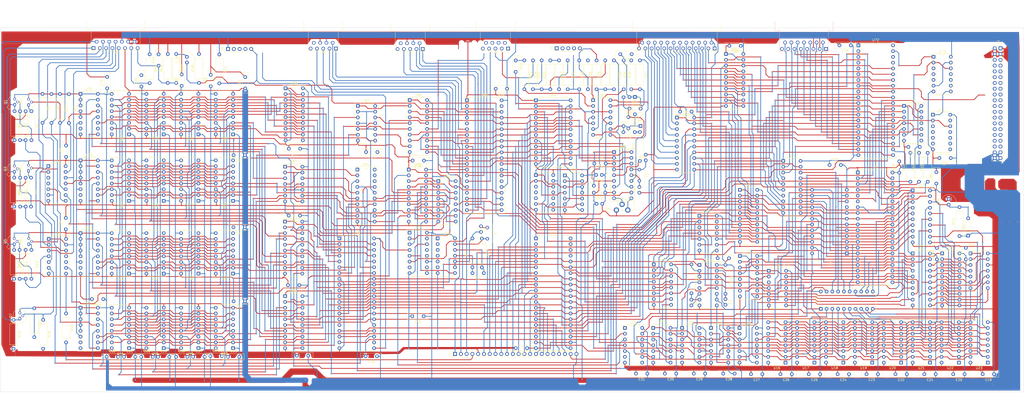
<source format=kicad_pcb>
(kicad_pcb (version 20241229) (generator "pcbnew") (generator_version "9.0")
  (layers (0 "F.Cu" signal) (2 "B.Cu" signal) (13 "F.Paste" user) (15 "B.Paste" user) (5 "F.SilkS" user "F.Silkscreen") (7 "B.SilkS" user "B.Silkscreen") (1 "F.Mask" user) (3 "B.Mask" user) (25 "Edge.Cuts" user))
  (net 0 "")
  (net 1 "VCC5V")
  (net 2 "Net-(U34-Qh)")
  (net 3 "Net-(U68-RFO)")
  (net 4 "Net-(C9-Pad1)")
  (net 5 "/Video Controller/TTL_B")
  (net 6 "/Video Controller/TTL_G")
  (net 7 "VSS")
  (net 8 "/Sound/SOUND_OUT")
  (net 9 "Net-(C15-Pad2)")
  (net 10 "Net-(U65-A)")
  (net 11 "Net-(Q3-B)")
  (net 12 "Net-(Q4-E)")
  (net 13 "Net-(R49-Pad1)")
  (net 14 "/Keyboard/KEYB_LED")
  (net 15 "Net-(R8-Pad1)")
  (net 16 "/Video Controller/ANA_G")
  (net 17 "/Video Controller/TTL_R")
  (net 18 "Net-(D1-K)")
  (net 19 "Net-(C10-Pad1)")
  (net 20 "/Video Controller/ANA_B")
  (net 21 "Net-(J10-Pad7)")
  (net 22 "/Video Controller/LIGHTPEN_STROBE")
  (net 23 "/Video Controller/ANA_SYNC")
  (net 24 "Net-(Q7-B)")
  (net 25 "Net-(Q5-B)")
  (net 26 "Net-(Q6-E)")
  (net 27 "Net-(U24B-RCext)")
  (net 28 "Net-(U24A-RCext)")
  (net 29 "Net-(R14-Pad2)")
  (net 30 "/CPU/~{RST}")
  (net 31 "/Video Controller/ANA_R")
  (net 32 "Net-(R2-Pad2)")
  (net 33 "Net-(Q1-B)")
  (net 34 "Net-(R20-Pad1)")
  (net 35 "Net-(C2-Pad1)")
  (net 36 "Net-(C2-Pad2)")
  (net 37 "Net-(C1-Pad2)")
  (net 38 "/Tape-Modem/OUT_50mV_LEVEL")
  (net 39 "/Tape-Modem/IN_1")
  (net 40 "Net-(U67B--)")
  (net 41 "/Tape-Modem/IN_2")
  (net 42 "/Tape-Modem/OUT_1V_LEVEL")
  (net 43 "Net-(R28-Pad1)")
  (net 44 "Net-(C13-Pad1)")
  (net 45 "Net-(U67A--)")
  (net 46 "Net-(U67B-+)")
  (net 47 "/CPU/~{IRQ}")
  (net 48 "/CPU/~{NMI}")
  (net 49 "Net-(U1-~{FIRQ})")
  (net 50 "Net-(Q2-E)")
  (net 51 "Net-(U68-RAI)")
  (net 52 "Net-(U68-RDI)")
  (net 53 "Net-(U67D--)")
  (net 54 "Net-(C12-Pad1)")
  (net 55 "Net-(D1-A)")
  (net 56 "Net-(U68-RSA)")
  (net 57 "Net-(U68-VREF)")
  (net 58 "/PD5")
  (net 59 "Net-(U59-MSL1)")
  (net 60 "/PD7")
  (net 61 "/PD2")
  (net 62 "/PA1")
  (net 63 "/Video Controller/DAD3")
  (net 64 "/PA3")
  (net 65 "/Video Controller/~{WHITE}")
  (net 66 "/PA2")
  (net 67 "/PD0")
  (net 68 "/CPU/~{CS_9365}")
  (net 69 "/PD4")
  (net 70 "/Video Controller/DAD5")
  (net 71 "Net-(U59-MSL3)")
  (net 72 "/Video Controller/~{MFREE}")
  (net 74 "/PD6")
  (net 75 "/Video Controller/~{DW}")
  (net 76 "/Video Controller/DIN")
  (net 77 "/Video Controller/BLK")
  (net 78 "/Video Controller/DAD1")
  (net 79 "/Video Controller/DAD6")
  (net 80 "/CPU/R~{W}")
  (net 81 "/Video Controller/DAD2")
  (net 82 "/PD1")
  (net 83 "Net-(U59-MSL0)")
  (net 84 "Net-(U59-MSL2)")
  (net 86 "/Video Controller/CK_9365")
  (net 87 "/PD3")
  (net 88 "/Video Controller/DAD4")
  (net 89 "/Video Controller/SYNC")
  (net 90 "/PA0")
  (net 91 "/Video Controller/DAD0")
  (net 92 "/Keyboard/KEYB_C1")
  (net 93 "/Keyboard/KEYB_C5")
  (net 96 "/CPU/~{CS_PIA}")
  (net 97 "/Keyboard/KEYB_R0")
  (net 98 "/Keyboard/KEYB_R7")
  (net 100 "/Keyboard/KEYB_R6")
  (net 102 "/Keyboard/~{RSTB}")
  (net 104 "/Keyboard/KEYB_R1")
  (net 105 "/Keyboard/ROMPACK_RST_ADDR")
  (net 106 "/CPU/R~{W}B")
  (net 107 "/Keyboard/KEYB_C7")
  (net 108 "/CPU/EB")
  (net 109 "/Keyboard/KEYB_R3")
  (net 110 "/Keyboard/KEYB_R2")
  (net 111 "/Keyboard/KEYB_R4")
  (net 112 "/Keyboard/KEYB_C6")
  (net 113 "/Keyboard/KEYB_C3")
  (net 115 "/Keyboard/KEYB_R5")
  (net 116 "/Keyboard/KEYB_C4")
  (net 117 "/Keyboard/KEYB_C2")
  (net 118 "/Sound/JOY1_FIRE")
  (net 119 "/Sound/JOY1_DOWN")
  (net 120 "/Sound/JOY2_LEFT")
  (net 121 "/Clocks/CLK_1.75MHz")
  (net 123 "/Sound/JOY2_DOWN")
  (net 124 "/Keyboard/KEYB_LOCK")
  (net 125 "/Sound/JOY1_UP")
  (net 126 "/Sound/JOY2_RIGHT")
  (net 127 "/Sound/JOY2_UP")
  (net 128 "/Sound/JOY2_FIRE")
  (net 131 "/Keyboard/KEYB_SHIFT")
  (net 133 "Net-(U65-BDIR)")
  (net 134 "/Sound/JOY1_LEFT")
  (net 135 "Net-(U65-BC1)")
  (net 136 "/Sound/LIGHTPEN_SWITCH")
  (net 137 "/Sound/MODEM_RING")
  (net 138 "/Sound/JOY1_RIGHT")
  (net 139 "/Keyboard/KEYB_CTRL")
  (net 141 "/ROM_pack/PRT_ACK")
  (net 142 "/ROM_pack/PRT_D0")
  (net 143 "/ROM_pack/RP_D2")
  (net 144 "/ROM_pack/PRT_D5")
  (net 145 "/ROM_pack/RP_D3")
  (net 146 "/ROM_pack/PRT_D1")
  (net 147 "/ROM_pack/RP_D6")
  (net 148 "/ROM_pack/RP_D0")
  (net 149 "/ROM_pack/RP_D4")
  (net 150 "/ROM_pack/PRT_D4")
  (net 151 "/ROM_pack/PRT_STROBE")
  (net 152 "/ROM_pack/PRT_D6")
  (net 153 "/ROM_pack/RP_D5")
  (net 155 "/ROM_pack/PRT_D2")
  (net 156 "/ROM_pack/PRT_D7")
  (net 157 "/ROM_pack/PRT_D3")
  (net 158 "/ROM_pack/RP_D1")
  (net 160 "Net-(U72-CA2)")
  (net 162 "/ROM_pack/RP_D7")
  (net 163 "/D1")
  (net 164 "/A10")
  (net 165 "/D0")
  (net 166 "/A15")
  (net 167 "/A2")
  (net 168 "/A0")
  (net 169 "/A11")
  (net 170 "/A1")
  (net 172 "/A14")
  (net 173 "/CPU/E")
  (net 174 "/CPU/Q")
  (net 175 "/A12")
  (net 176 "/A3")
  (net 177 "/D3")
  (net 178 "/D7")
  (net 179 "/A13")
  (net 180 "/D4")
  (net 181 "/A9")
  (net 182 "/D5")
  (net 183 "/D6")
  (net 184 "/A7")
  (net 185 "/D2")
  (net 186 "/A5")
  (net 187 "/A8")
  (net 188 "/A6")
  (net 189 "/A4")
  (net 191 "/CPU/CLK_3.5MHz")
  (net 192 "/CPU/SYS_ROM_BK")
  (net 193 "/CPU/~{CSROM}")
  (net 194 "Net-(U68-TXD)")
  (net 195 "/PA[6..0]")
  (net 196 "Net-(U68-RXD)")
  (net 197 "/Tape-Modem/MDM_CLK_TX")
  (net 198 "/Tape-Modem/MDM_CLK_19K2")
  (net 199 "/CPU/~{CS_ACIA}")
  (net 200 "Net-(U68-~{RTS})")
  (net 201 "Net-(U68-~{DCD})")
  (net 204 "Net-(U64-O0)")
  (net 205 "/Video Controller/DINB")
  (net 206 "/Video Controller/<NO NET>")
  (net 207 "/Video Controller/BLKB")
  (net 208 "Net-(U64-O2)")
  (net 209 "Net-(U64-O1)")
  (net 210 "/Video Controller/~{DWB}")
  (net 212 "/CPU/~{CS_V1}")
  (net 213 "/Video Controller/~{D_{1}R}")
  (net 214 "/Video Controller/~{D_{1}I}")
  (net 215 "/Video Controller/~{D_{0}B}")
  (net 216 "/Video Controller/~{D_{0}V}")
  (net 217 "/Video Controller/UPD_RD_REG")
  (net 218 "/Video Controller/~{D_{0}I}")
  (net 219 "/Video Controller/~{D_{0}R}")
  (net 220 "/Video Controller/~{D_{1}B}")
  (net 221 "/Video Controller/~{D_{1}V}")
  (net 222 "/Video Controller/~{D_{2}R}")
  (net 223 "/Video Controller/~{D_{2}I}")
  (net 224 "/CPU/~{CS_V2}")
  (net 225 "/Video Controller/~{D_{3}V}")
  (net 226 "/Video Controller/~{D_{3}B}")
  (net 227 "/Video Controller/~{D_{2}V}")
  (net 228 "/Video Controller/~{D_{3}R}")
  (net 229 "/Video Controller/~{D_{3}I}")
  (net 230 "/Video Controller/~{D_{2}B}")
  (net 231 "/Video Controller/VA3")
  (net 232 "/Video Controller/VA4")
  (net 234 "/Video Controller/VA0")
  (net 235 "/Video Controller/VA6")
  (net 236 "/Video Controller/VA1")
  (net 238 "/Video Controller/VA5")
  (net 239 "/Video Controller/VA2")
  (net 240 "Net-(U58-D3)")
  (net 241 "Net-(U58-D2)")
  (net 242 "Net-(U25A-~{S})")
  (net 244 "/Video Controller/~{VWEN}")
  (net 245 "Net-(U58-D1)")
  (net 246 "Net-(U58-D7)")
  (net 247 "Net-(U25A-C)")
  (net 248 "/Video Controller/~{VCAS}")
  (net 249 "/Video Controller/~{VRAS}")
  (net 250 "Net-(U58-D5)")
  (net 251 "Net-(U58-D6)")
  (net 252 "Net-(U58-D0)")
  (net 253 "/Clocks/CLK_14MHz")
  (net 254 "Net-(U58-D4)")
  (net 255 "/Video Controller/~{VSHIFTLD}")
  (net 256 "/External Bus/EXTB_A2")
  (net 257 "/External Bus/EXTB_A1")
  (net 258 "/External Bus/EXTB_R~{W}")
  (net 259 "/External Bus/EXTB_E")
  (net 260 "/External Bus/~{EXTB_RST}")
  (net 261 "/External Bus/EXTB_A0")
  (net 262 "/External Bus/EXTB_A3")
  (net 263 "/External Bus/EXTB_D2")
  (net 264 "/External Bus/EXTB_D5")
  (net 265 "/External Bus/EXTB_D1")
  (net 266 "/External Bus/EXTB_D4")
  (net 267 "/External Bus/EXTB_D3")
  (net 268 "/External Bus/EXTB_D7")
  (net 269 "/External Bus/EXTB_D0")
  (net 270 "/External Bus/EXTB_D6")
  (net 271 "/CPU/~{CSS30}")
  (net 272 "/DRAM/RA2")
  (net 273 "/DRAM/RA3")
  (net 274 "/DRAM/RA0")
  (net 275 "/CPU/~{VMA}")
  (net 276 "/DRAM/RA4")
  (net 277 "/DRAM/RA5")
  (net 278 "/DRAM/RA6")
  (net 279 "/DRAM/~{MUIL}")
  (net 280 "/DRAM/RA1")
  (net 281 "/DRAM/RA7")
  (net 282 "/DRAM/~{MUIH}")
  (net 283 "Net-(U14-A5)")
  (net 284 "Net-(U14-A1)")
  (net 285 "Net-(U14-A7)")
  (net 286 "/DRAM/VMA")
  (net 287 "Net-(U14-A2)")
  (net 288 "Net-(U14-A3)")
  (net 289 "Net-(U14-A6)")
  (net 290 "Net-(U14-A4)")
  (net 291 "Net-(U14-A0)")
  (net 292 "/DRAM/RD7")
  (net 293 "/DRAM/RD0")
  (net 294 "/DRAM/RD1")
  (net 295 "/DRAM/RD3")
  (net 296 "/DRAM/RD6")
  (net 297 "/DRAM/RD4")
  (net 298 "/DRAM/RD5")
  (net 299 "/DRAM/~{DatEn}")
  (net 300 "/DRAM/RD2")
  (net 301 "/PA5")
  (net 302 "/PA4")
  (net 303 "/PA6")
  (net 304 "Net-(U3-CE)")
  (net 305 "/Video Controller/SYS_COL0")
  (net 306 "/Video Controller/SYS_COL1")
  (net 307 "/Video Controller/SYS_COL3")
  (net 308 "/Tape-Modem/SYS_MDM_MC_~{BC}")
  (net 309 "/CPU/SYS_KEYB_LED")
  (net 310 "/CPU/~{CS_REG}")
  (net 311 "/Video Controller/SYS_COL2")
  (net 312 "/Tape-Modem/SYS_MDM_LINE")
  (net 313 "VEE5V")
  (net 314 "Net-(U68-XTAL_OUT)")
  (net 315 "Net-(U68-ATO)")
  (net 316 "Net-(U68-XTAL_IN)")
  (net 317 "/Clocks/CLK_7MHz")
  (net 318 "Net-(U37-Qh)")
  (net 320 "VCC12V")
  (net 321 "/Video Controller/W3")
  (net 322 "/Video Controller/HRI")
  (net 323 "Net-(U36-Qh)")
  (net 326 "/CPU/~{CS_AY}")
  (net 328 "/CPU/~{CSES}")
  (net 329 "Net-(U35-Qh)")
  (net 332 "/DRAM/~{RAS}")
  (net 333 "/DRAM/~{WE}")
  (net 335 "/DRAM/~{CAS}")
  (net 343 "/Video Controller/W1")
  (net 344 "/Video Controller/W0")
  (net 345 "/Video Controller/HRB")
  (net 346 "/Video Controller/HRV")
  (net 347 "/Video Controller/HRR")
  (net 355 "/Video Controller/W2")
  (net 356 "Net-(U4A-O0)")
  (net 358 "Net-(U4A-E)")
  (net 363 "/ROM_pack/RP_A5")
  (net 364 "/ROM_pack/RP_A7")
  (net 365 "/ROM_pack/RP_A4")
  (net 366 "/ROM_pack/RP_A0")
  (net 367 "/ROM_pack/RP_A6")
  (net 368 "/ROM_pack/RP_A3")
  (net 369 "/ROM_pack/RP_A1")
  (net 370 "/ROM_pack/RP_A2")
  (net 371 "/Video Controller/TTL_LUM")
  (net 373 "/Video Controller/TTL_SYNC")
  (net 377 "/ROM_pack/RP_A9")
  (net 378 "/ROM_pack/RP_A11")
  (net 379 "/ROM_pack/RP_A15")
  (net 380 "/ROM_pack/RP_A8")
  (net 381 "/ROM_pack/RP_A14")
  (net 382 "/ROM_pack/RP_A12")
  (net 383 "/ROM_pack/RP_A10")
  (net 384 "/ROM_pack/RP_A13")
  (net 387 "Net-(U24B-~{Q})")
  (net 388 "Net-(U24B-A)")
  (net 389 "Net-(U24A-~{Q})")
  (net 390 "Net-(U24A-A)")
  (net 391 "Net-(U24B-Cext)")
  (net 392 "Net-(U24A-Cext)")
  (net 393 "Net-(U70-Pad13)")
  (net 394 "Net-(U70-Pad10)")
  (net 395 "Net-(U70-Pad1)")
  (net 396 "Net-(U71A-Q3)")
  (net 403 "Net-(U15A-CP)")
  (net 404 "Net-(U5-Pad5)")
  (net 405 "Net-(U5-Pad8)")
  (net 406 "/CPU/QB")
  (net 410 "/CPU/VRA")
  (net 411 "Net-(U8-Pad10)")
  (net 412 "Net-(U25B-Q)")
  (net 413 "Net-(U28-Pad11)")
  (net 420 "Net-(U28-Pad10)")
  (net 421 "Net-(U26B-C)")
  (net 422 "Net-(U28-Pad5)")
  (net 423 "Net-(U25B-C)")
  (net 427 "Net-(C1-Pad1)")
  (footprint "Capacitor_THT:C_Disc_D9.0mm_W2.5mm_P5.00mm" (layer "F.Cu") (at 244.542564 187.6197 180)
    (property "Reference" "C43")
    (property "Value" "100nF")
  )
  (footprint "Package_DIP:DIP-18_W7.62mm_Socket" (layer "F.Cu") (at 348.552308 187.6197)
    (property "Reference" "U68")
    (property "Value" "EFB7510")
  )
  (footprint "Resistor_THT:R_Axial_DIN0309_L9.0mm_D3.2mm_P12.70mm_Horizontal" (layer "F.Cu") (at 352.785641 147.32 -90)
    (property "Reference" "R25")
    (property "Value" "47K")
  )
  (footprint "Resistor_THT:R_Axial_DIN0309_L9.0mm_D3.2mm_P12.70mm_Horizontal" (layer "F.Cu") (at 92.27282 198.882 -90)
    (property "Reference" "R7")
    (property "Value" "1K")
  )
  (footprint "Connector_Dsub:DSUB-9_Pins_Horizontal_P2.77x2.54mm_EdgePinOffset9.40mm" (layer "F.Cu") (at 226.266 142.129331 180)
    (property "Reference" "J8")
    (property "Value" "DE9_Pins")
  )
  (footprint "Package_DIP:DIP-14_W7.62mm_Socket" (layer "F.Cu") (at 326.898 197.866)
    (property "Reference" "U70")
    (property "Value" "74LS02")
  )
  (footprint "Capacitor_THT:C_Disc_D9.0mm_W2.5mm_P5.00mm" (layer "F.Cu") (at 404.236923 140.906082 180)
    (property "Reference" "C38")
    (property "Value" "100nF")
  )
  (footprint "Package_TO_SOT_THT:TO-18-3" (layer "F.Cu") (at 91.165641 195.931502 90)
    (property "Reference" "Q4")
    (property "Value" "2N2222")
  )
  (footprint "Connector_Dsub:DSUB-9_Pins_Horizontal_P2.77x2.54mm_EdgePinOffset9.40mm" (layer "F.Cu") (at 264.471795 142.323598 180)
    (property "Reference" "J7")
    (property "Value" "DE9_Pins")
  )
  (footprint "Resistor_THT:R_Axial_DIN0309_L9.0mm_D3.2mm_P12.70mm_Horizontal" (layer "F.Cu") (at 316.738 160.02 90)
    (property "Reference" "R28")
    (property "Value" "33K3")
  )
  (footprint "Package_TO_SOT_THT:TO-18-3" (layer "F.Cu") (at 91.230769 166.936843 90)
    (property "Reference" "Q2")
    (property "Value" "2N2222")
  )
  (footprint "Resistor_THT:R_Axial_DIN0309_L9.0mm_D3.2mm_P12.70mm_Horizontal" (layer "F.Cu") (at 348.488 147.32 -90)
    (property "Reference" "R30")
    (property "Value" "10K")
  )
  (footprint "Package_DIP:DIP-16_W7.62mm_Socket" (layer "F.Cu") (at 114.046 191.262)
    (property "Reference" "U35")
    (property "Value" "74LS166")
  )
  (footprint "Package_DIP:DIP-14_W7.62mm_Socket" (layer "F.Cu") (at 403.69 264.922)
    (property "Reference" "U8")
    (property "Value" "74LS00")
  )
  (footprint "Resistor_THT:R_Axial_DIN0309_L9.0mm_D3.2mm_P12.70mm_Horizontal" (layer "F.Cu") (at 312.928 147.32 -90)
    (property "Reference" "R31")
    (property "Value" "470R")
  )
  (footprint "Package_DIP:DIP-16_W7.62mm_Socket" (layer "F.Cu") (at 474.726 280.162 180)
    (property "Reference" "U20")
    (property "Value" "MK4164N")
  )
  (footprint "Crystal:Crystal_HC18-U_Vertical" (layer "F.Cu") (at 359.664 195.326 -90)
    (property "Reference" "Y2")
    (property "Value" "3.579MHz")
  )
  (footprint "Resistor_THT:R_Axial_DIN0309_L9.0mm_D3.2mm_P12.70mm_Horizontal" (layer "F.Cu") (at 382.549231 236.975054 -90)
    (property "Reference" "R22")
    (property "Value" "4K7")
  )
  (footprint "Package_DIP:DIP-20_W7.62mm_Socket" (layer "F.Cu") (at 479.806 204.47)
    (property "Reference" "U12")
    (property "Value" "74LS541")
  )
  (footprint "Package_DIP:DIP-14_W7.62mm_Socket" (layer "F.Cu") (at 99.89282 193.802)
    (property "Reference" "U32")
    (property "Value" "74LS04")
  )
  (footprint "Capacitor_THT:C_Disc_D3.0mm_W1.6mm_P2.50mm" (layer "F.Cu") (at 397.51 252.242 -90)
    (property "Reference" "C3")
    (property "Value" "15pF")
  )
  (footprint "Package_DIP:DIP-16_W7.62mm_Socket" (layer "F.Cu") (at 462.026 280.162 180)
    (property "Reference" "U19")
    (property "Value" "MK4164N")
  )
  (footprint "Capacitor_THT:C_Disc_D9.0mm_W2.5mm_P5.00mm" (layer "F.Cu") (at 375.88 284.988 180)
    (property "Reference" "C30")
    (property "Value" "100nF")
  )
  (footprint "Resistor_THT:R_Axial_DIN0309_L9.0mm_D3.2mm_P12.70mm_Horizontal" (layer "F.Cu") (at 108.945641 162.168832 -90)
    (property "Reference" "R12")
    (property "Value" "10K")
  )
  (footprint "Capacitor_THT:C_Disc_D9.0mm_W2.5mm_P5.00mm" (layer "F.Cu") (at 156.036 277.622)
    (property "Reference" "C58")
    (property "Value" "100nF")
  )
  (footprint "Capacitor_THT:C_Disc_D3.0mm_W1.6mm_P2.50mm" (layer "F.Cu") (at 359.664 205.486 90)
    (property "Reference" "C6")
    (property "Value" "10pF")
  )
  (footprint "Package_DIP:DIP-16_W7.62mm_Socket" (layer "F.Cu") (at 271.310256 200.37735)
    (property "Reference" "U62")
    (property "Value" "TBP18S030N")
  )
  (footprint "Package_DIP:DIP-16_W7.62mm_Socket" (layer "F.Cu") (at 150.622 273.812 180)
    (property "Reference" "U45")
    (property "Value" "MK4116N")
  )
  (footprint "Package_DIP:DIP-40_W15.24mm_Socket" (layer "F.Cu") (at 283.88 164.875)
    (property "Reference" "U65")
    (property "Value" "AY-3-8910A")
  )
  (footprint "Connector_PinHeader_2.54mm:PinHeader_1x05_P2.54mm_Vertical" (layer "F.Cu") (at 178.893333 142.323598 90)
    (property "Reference" "J9")
    (property "Value" "DIN-5_180degree")
  )
  (footprint "Connector_Dsub:DSUB-15_Socket_Horizontal_P2.77x2.84mm_EdgePinOffset9.40mm" (layer "F.Cu") (at 119.754 141.937003 180)
    (property "Reference" "J10")
    (property "Value" "DA15_Socket")
  )
  (footprint "Resistor_THT:R_Axial_DIN0309_L9.0mm_D3.2mm_P12.70mm_Horizontal" (layer "F.Cu") (at 89.916 243.332 90)
    (property "Reference" "R15")
    (property "Value" "220R")
  )
  (footprint "Package_DIP:DIP-16_W7.62mm_Socket" (layer "F.Cu") (at 258.675385 223.057617)
    (property "Reference" "U61")
    (property "Value" "74LS193")
  )
  (footprint "Resistor_THT:R_Axial_DIN0309_L9.0mm_D3.2mm_P12.70mm_Horizontal" (layer "F.Cu") (at 87.518461 198.882 -90)
    (property "Reference" "R9")
    (property "Value" "330R")
  )
  (footprint "Package_DIP:DIP-14_W7.62mm_Socket" (layer "F.Cu") (at 386.08 215.651)
    (property "Reference" "U6")
    (property "Value" "74LS08")
  )
  (footprint "Package_DIP:DIP-14_W7.62mm_Socket" (layer "F.Cu") (at 203.962 194.061)
    (property "Reference" "U57")
    (property "Value" "74LS32")
  )
  (footprint "Resistor_THT:R_Axial_DIN0309_L9.0mm_D3.2mm_P12.70mm_Horizontal" (layer "F.Cu") (at 290.457949 225.63492 -90)
    (property "Reference" "R20")
    (property "Value" "1K")
  )
  (footprint "Package_DIP:DIP-20_W7.62mm_Socket" (layer "F.Cu") (at 203.902564 218.186)
    (property "Reference" "U54")
    (property "Value" "74LS374")
  )
  (footprint "Package_DIP:DIP-40_W15.24mm_Socket" (layer "F.Cu") (at 455.676 196.596)
    (property "Reference" "U1")
    (property "Value" "MC6809")
  )
  (footprint "Package_DIP:DIP-16_W7.62mm_Socket" (layer "F.Cu") (at 386.08 237.232784)
    (property "Reference" "U24")
    (property "Value" "74LS123")
  )
  (footprint "Package_DIP:DIP-16_W7.62mm_Socket" (layer "F.Cu") (at 114.046 223.266)
    (property "Reference" "U36")
    (property "Value" "74LS166")
  )
  (footprint "Capacitor_THT:C_Disc_D9.0mm_W2.5mm_P5.00mm" (layer "F.Cu") (at 178.856 277.622)
    (property "Reference" "C55")
    (property "Value" "100nF")
  )
  (footprint "Resistor_THT:R_Axial_DIN0309_L9.0mm_D3.2mm_P12.70mm_Horizontal" (layer "F.Cu") (at 359.918 191.516 90)
    (property "Reference" "R23")
    (property "Value" "10K")
  )
  (footprint "Package_DIP:DIP-20_W7.62mm_Socket" (layer "F.Cu") (at 439.42 256.54 90)
    (property "Reference" "U11")
    (property "Value" "74LS245")
  )
  (footprint "Capacitor_THT:C_Disc_D9.0mm_W2.5mm_P5.00mm" (layer "F.Cu") (at 125.748718 159.591529 90)
    (property "Reference" "C71")
    (property "Value" "100nF")
  )
  (footprint "Capacitor_THT:C_Disc_D3.0mm_W1.6mm_P2.50mm" (layer "F.Cu") (at 362.458 191.262 90)
    (property "Reference" "C5")
    (property "Value" "22pF")
  )
  (footprint "Capacitor_THT:C_Disc_D9.0mm_W2.5mm_P5.00mm" (layer "F.Cu") (at 443.248718 193.289767)
    (property "Reference" "C32")
    (property "Value" "100nF")
  )
  (footprint "Capacitor_THT:C_Disc_D9.0mm_W2.5mm_P5.00mm" (layer "F.Cu") (at 490.474 234.784346 90)
    (property "Reference" "C18")
    (property "Value" "100nF")
  )
  (footprint "Capacitor_THT:C_Disc_D9.0mm_W2.5mm_P5.00mm" (layer "F.Cu") (at 355.325641 163.457484 -90)
    (property "Reference" "C11")
    (property "Value" "100nF")
  )
  (footprint "Connector_PinHeader_2.54mm:PinHeader_1x05_P2.54mm_Vertical" (layer "F.Cu") (at 323.347692 142.001435 90)
    (property "Reference" "J5")
    (property "Value" "DIN-5_180degree")
  )
  (footprint "Package_DIP:DIP-16_W7.62mm_Socket" (layer "F.Cu") (at 449.326 280.162 180)
    (property "Reference" "U18")
    (property "Value" "MK4164N")
  )
  (footprint "Resistor_THT:R_Axial_DIN0309_L9.0mm_D3.2mm_P12.70mm_Horizontal" (layer "F.Cu") (at 482.6 200.66 90)
    (property "Reference" "R43")
    (property "Value" "4.7K")
  )
  (footprint "Connector_Dsub:DSUB-9_Pins_Horizontal_P2.77x2.54mm_EdgePinOffset9.40mm" (layer "F.Cu") (at 301.958 142.129331 180)
    (property "Reference" "J6")
    (property "Value" "DE9_Socket")
  )
  (footprint "Capacitor_THT:C_Disc_D3.0mm_W1.6mm_P2.50mm" (layer "F.Cu") (at 290.068 220.238 -90)
    (property "Reference" "C1")
    (property "Value" "10pF")
  )
  (footprint "Capacitor_THT:C_Disc_D9.0mm_W2.5mm_P5.00mm" (layer "F.Cu") (at 339.678 202.438)
    (property "Reference" "C40")
    (property "Value" "100nF")
  )
  (footprint "Package_DIP:DIP-20_W7.62mm_Socket" (layer "F.Cu") (at 258.318 195.326)
    (property "Reference" "U58")
    (property "Value" "74LS374")
  )
  (footprint "Package_DIP:DIP-16_W7.62mm_Socket" (layer "F.Cu") (at 165.862 209.042 180)
    (property "Reference" "U47")
    (property "Value" "MK4116N")
  )
  (footprint "Resistor_THT:R_Axial_DIN0309_L9.0mm_D3.2mm_P12.70mm_Horizontal" (layer "F.Cu") (at 84.587692 261.366 -90)
    (property "Reference" "R19")
    (property "Value" "1K")
  )
  (footprint "Resistor_THT:R_Axial_DIN0309_L9.0mm_D3.2mm_P12.70mm_Horizontal" (layer "F.Cu") (at 309.118 147.32 -90)
    (property "Reference" "R32")
    (property "Value" "22K")
  )
  (footprint "Package_DIP:DIP-16_W7.62mm_Socket" (layer "F.Cu") (at 165.862 179.832 180)
    (property "Reference" "U46")
    (property "Value" "MK4116N")
  )
  (footprint "Resistor_THT:R_Axial_DIN0309_L9.0mm_D3.2mm_P12.70mm_Horizontal" (layer "F.Cu") (at 356.108 160.02 90)
    (property "Reference" "R26")
    (property "Value" "10K")
  )
  (footprint "Capacitor_THT:C_Disc_D9.0mm_W2.5mm_P5.00mm" (layer "F.Cu") (at 451.826 285.242 180)
    (property "Reference" "C24")
    (property "Value" "100nF")
  )
  (footprint "Capacitor_THT:C_Disc_D9.0mm_W2.5mm_P5.00mm" (layer "F.Cu") (at 490.22 201.472704 90)
    (property "Reference" "C36")
    (property "Value" "100nF")
  )
  (footprint "Package_DIP:DIP-16_W7.62mm_Socket" (layer "F.Cu") (at 135.382 209.042 180)
    (property "Reference" "U39")
    (property "Value" "MK4116N")
  )
  (footprint "Capacitor_THT:C_Disc_D9.0mm_W2.5mm_P5.00mm" (layer "F.Cu") (at 401.534 284.988 180)
    (property "Reference" "C28")
    (property "Value" "NC")
  )
  (footprint "Connector_PinSocket_2.54mm:PinSocket_2x20_P2.54mm_Vertical" (layer "F.Cu") (at 518.406667 142.001435)
    (property "Reference" "J2")
    (property "Value" "Conn_02x20_Odd_Even")
  )
  (footprint "Capacitor_THT:C_Disc_D9.0mm_W2.5mm_P5.00mm" (layer "F.Cu") (at 363.18 284.988 180)
    (property "Reference" "C31")
    (property "Value" "100nF")
  )
  (footprint "Package_DIP:DIP-16_W7.62mm_Socket" (layer "F.Cu") (at 150.622 241.046 180)
    (property "Reference" "U44")
    (property "Value" "MK4116N")
  )
  (footprint "Capacitor_THT:C_Disc_D9.0mm_W2.5mm_P5.00mm" (layer "F.Cu") (at 426.68 285.242 180)
    (property "Reference" "C26")
    (property "Value" "100nF")
  )
  (footprint "Capacitor_THT:C_Disc_D9.0mm_W2.5mm_P5.00mm" (layer "F.Cu") (at 210.610769 186.137751 180)
    (property "Reference" "C44")
    (property "Value" "100nF")
  )
  (footprint "Capacitor_THT:C_Radial_D6.3mm_H5.0mm_P2.50mm" (layer "F.Cu") (at 160.787692 148.251395 90)
    (property "Reference" "C15")
    (property "Value" "10uF 50V")
  )
  (footprint "Capacitor_THT:C_Radial_D6.3mm_H5.0mm_P2.50mm" (layer "F.Cu") (at 495.611795 210.750995 90)
    (property "Reference" "C16")
    (property "Value" "10uF 50V")
  )
  (footprint "Package_DIP:DIP-20_W7.62mm_Socket" (layer "F.Cu") (at 376.174 172.466)
    (property "Reference" "U30")
    (property "Value" "74LS245")
  )
  (footprint "Capacitor_THT:C_Disc_D9.0mm_W2.5mm_P5.00mm" (layer "F.Cu") (at 171.273333 158.689473 90)
    (property "Reference" "C68")
    (property "Value" "100nF")
  )
  (footprint "Crystal:Crystal_HC18-U_Vertical" (layer "F.Cu") (at 292.862 220.816 -90)
    (property "Reference" "Y1")
    (property "Value" "14MHz")
  )
  (footprint "Capacitor_THT:C_Disc_D9.0mm_W2.5mm_P5.00mm" (layer "F.Cu") (at 186.317949 188.972784 180)
    (property "Reference" "C52")
    (property "Value" "100nF")
  )
  (footprint "Resistor_THT:R_Axial_DIN0309_L9.0mm_D3.2mm_P12.70mm_Horizontal" (layer "F.Cu") (at 92.468205 169.672 -90)
    (property "Reference" "R4")
    (property "Value" "1K")
  )
  (footprint "Resistor_THT:R_Axial_DIN0309_L9.0mm_D3.2mm_P12.70mm_Horizontal" (layer "F.Cu") (at 340.868 160.02 90)
    (property "Reference" "R36")
    (property "Value" "47K")
  )
  (footprint "Resistor_THT:R_Axial_DIN0309_L9.0mm_D3.2mm_P12.70mm_Horizontal" (layer "F.Cu") (at 328.168 160.02 90)
    (property "Reference" "R47")
    (property "Value" "470R")
  )
  (footprint "Capacitor_THT:C_Disc_D9.0mm_W2.5mm_P5.00mm" (layer "F.Cu") (at 148.082 277.622)
    (property "Reference" "C59")
    (property "Value" "100nF")
  )
  (footprint "Capacitor_THT:C_Disc_D9.0mm_W2.5mm_P5.00mm" (layer "F.Cu") (at 163.576 277.622)
    (property "Reference" "C57")
    (property "Value" "100nF")
  )
  (footprint "Resistor_THT:R_Axial_DIN0309_L9.0mm_D3.2mm_P12.70mm_Horizontal" (layer "F.Cu") (at 500.38 224.536 90)
    (property "Reference" "R42")
    (property "Value" "10K")
  )
  (footprint "Package_DIP:DIP-16_W7.62mm_Socket" (layer "F.Cu") (at 114.046 256.032)
    (property "Reference" "U37")
    (property "Value" "74LS166")
  )
  (footprint "Resistor_THT:R_Axial_DIN0309_L9.0mm_D3.2mm_P12.70mm_Horizontal" (layer "F.Cu") (at 359.918 147.32 -90)
    (property "Reference" "R27")
    (property "Value" "47K")
  )
  (footprint "Package_DIP:DIP-16_W7.62mm_Socket" (layer "F.Cu") (at 403.86 233.302397)
    (property "Reference" "U4")
    (property "Value" "74LS139")
  )
  (footprint "Package_DIP:DIP-14_W7.62mm_Socket" (layer "F.Cu") (at 475.996 167.323438)
    (property "Reference" "U7")
    (property "Value" "74LS02")
  )
  (footprint "Resistor_THT:R_Axial_DIN0309_L9.0mm_D3.2mm_P12.70mm_Horizontal" (layer "F.Cu") (at 87.453333 169.672 -90)
    (property "Reference" "R2")
    (property "Value" "330R")
  )
  (footprint "Package_DIP:DIP-20_W7.62mm_Socket" (layer "F.Cu") (at 479.806 232.156)
    (property "Reference" "U13")
    (property "Value" "74LS541")
  )
  (footprint "Resistor_THT:R_Axial_DIN0309_L9.0mm_D3.2mm_P12.70mm_Horizontal" (layer "F.Cu") (at 337.058 160.02 90)
    (property "Reference" "R35")
    (property "Value" "10K")
  )
  (footprint "Capacitor_THT:C_Disc_D9.0mm_W2.5mm_P5.00mm" (layer "F.Cu") (at 356.302564 144.578739 180)
    (property "Reference" "C12")
    (property "Value" "100nF")
  )
  (footprint "Capacitor_THT:C_Disc_D9.0mm_W2.5mm_P5.00mm" (layer "F.Cu") (at 305.308 147.36 -90)
    (property "Reference" "C13")
    (property "Value" "100nF")
  )
  (footprint "Capacitor_THT:C_Disc_D9.0mm_W2.5mm_P5.00mm" (layer "F.Cu") (at 452.627179 140.712784 180)
    (property "Reference" "C70")
    (property "Value" "100nF")
  )
  (footprint "Package_DIP:DIP-14_W7.62mm_Socket" (layer "F.Cu") (at 488.696 171.196)
    (property "Reference" "U74")
    (property "Value" "74LS393")
  )
  (footprint "Resistor_THT:R_Axial_DIN0309_L9.0mm_D3.2mm_P12.70mm_Horizontal" (layer "F.Cu") (at 352.720513 163.521916 -90)
    (property "Reference" "R24")
    (property "Value" "330K")
  )
  (footprint "Resistor_THT:R_Axial_DIN0309_L9.0mm_D3.2mm_P12.70mm_Horizontal" (layer "F.Cu") (at 85.04359 169.672 -90)
    (property "Reference" "R1")
    (property "Value" "1K")
  )
  (footprint "Package_DIP:DIP-24_W15.24mm_Socket" (layer "F.Cu") (at 314.198 164.875)
    (property "Reference" "U69")
    (property "Value" "MC6850")
  )
  (footprint "Package_TO_SOT_THT:TO-18-3" (layer "F.Cu") (at 87.388205 260.815107 90)
    (property "Reference" "Q7")
    (property "Value" "2N2222")
  )
  (footprint "Resistor_THT:R_Axial_DIN0309_L9.0mm_D3.2mm_P12.70mm_Horizontal" (layer "F.Cu") (at 93.726 256.286 -90)
    (property "Reference" "R17")
    (property "Value" "2K2")
  )
  (footprint "Package_DIP:DIP-14_W7.62mm_Socket" (layer "F.Cu") (at 391.16 264.922)
    (property "Reference" "U28")
    (property "Value" "74LS04")
  )
  (footprint "Capacitor_THT:C_Disc_D9.0mm_W2.5mm_P5.00mm" (layer "F.Cu") (at 133.136 277.622)
    (property "Reference" "C61")
    (property "Value" "100nF")
  )
  (footprint "Capacitor_THT:C_Disc_D9.0mm_W2.5mm_P5.00mm" (layer "F.Cu") (at 210.232 246.126 180)
    (property "Reference" "C46")
    (property "Value" "100nF")
  )
  (footprint "Capacitor_THT:C_Disc_D9.0mm_W2.5mm_P5.00mm" (layer "F.Cu") (at 482.911795 185.36456 180)
    (property "Reference" "C33")
    (property "Value" "100nF")
  )
  (footprint "Package_DIP:DIP-20_W7.62mm_Socket" (layer "F.Cu") (at 204.163077 159.591529)
    (property "Reference" "U56")
    (property "Value" "74LS541")
  )
  (footprint "Package_DIP:DIP-14_W7.62mm_Socket" (layer "F.Cu") (at 235.945641 167.323438)
    (property "Reference" "U63")
    (property "Value" "74LS32")
  )
  (footprint "Capacitor_THT:C_Disc_D6.0mm_W2.5mm_P5.00mm" (layer "F.Cu") (at 354.838 172.252 -90)
    (property "Reference" "C10")
    (property "Value" "68pF")
  )
  (footprint "Diode_THT:D_DO-35_SOD27_P7.62mm_Horizontal" (layer "F.Cu") (at 360.210256 176.150701 90)
    (property "Reference" "D1")
    (property "Value" "1N4148")
  )
  (footprint "Package_DIP:DIP-16_W7.62mm_Socket" (layer "F.Cu") (at 135.382 241.046 180)
    (property "Reference" "U40")
    (property "Value" "MK4116N")
  )
  (footprint "Package_DIP:DIP-16_W7.62mm_Socket" (layer "F.Cu") (at 135.382 273.812 180)
    (property "Reference" "U41")
    (property "Value" "MK4116N")
  )
  (footprint "Resistor_THT:R_Axial_DIN0309_L9.0mm_D3.2mm_P12.70mm_Horizontal" (layer "F.Cu") (at 87.257949 230.632 -90)
    (property "Reference" "R14")
    (property "Value" "330R")
  )
  (footprint "Package_DIP:DIP-20_W7.62mm_Socket" (layer "F.Cu") (at 403.86 204.216)
    (property "Reference" "U9")
    (property "Value" "74LS541")
  )
  (footprint "Resistor_THT:R_Axial_DIN0309_L9.0mm_D3.2mm_P12.70mm_Horizontal" (layer "F.Cu") (at 101.260513 162.104399 -90)
    (property "Reference" "R6")
    (property "Value" "1K")
  )
  (footprint "Resistor_THT:R_Axial_DIN0309_L9.0mm_D3.2mm_P12.70mm_Horizontal" (layer "F.Cu") (at 92.456 230.632 -90)
    (property "Reference" "R16")
    (property "Value" "1K")
  )
  (footprint "Package_DIP:DIP-16_W7.62mm_Socket" (layer "F.Cu") (at 181.102 273.812 180)
    (property "Reference" "U53")
    (property "Value" "MK4116N")
  )
  (footprint "Capacitor_THT:C_Disc_D9.0mm_W2.5mm_P5.00mm" (layer "F.Cu") (at 489.926 285.242 180)
    (property "Reference" "C21")
    (property "Value" "100nF")
  )
  (footprint "Capacitor_THT:C_Disc_D9.0mm_W2.5mm_P5.00mm" (layer "F.Cu") (at 214.127692 277.116549 180)
    (property "Reference" "C47")
    (property "Value" "100nF")
  )
  (footprint "Package_DIP:DIP-24_18.0mmx34.29mm_W15.24mm" (layer "F.Cu") (at 450.85 232.156 180)
    (property "Reference" "U2")
    (property "Value" "27C32")
  )
  (footprint "Resistor_THT:R_Axial_DIN0309_L9.0mm_D3.2mm_P12.70mm_Horizontal" (layer "F.Cu") (at 175.050769 144.707604 -90)
    (property "Reference" "R41")
    (property "Value" "10K")
  )
  (footprint "Potentiometer_THT:Potentiometer_Piher_PT-10-H01_Horizontal" (layer "F.Cu") (at 349.584 213.106 90)
    (property "Reference" "P1")
    (property "Value" "VR10K")
  )
  (footprint "Package_DIP:DIP-14_W7.62mm_Socket" (layer "F.Cu") (at 271.018 225.552)
    (property "Reference" "U60")
    (property "Value" "74LS04")
  )
  (footprint "Capacitor_THT:C_Disc_D9.0mm_W2.5mm_P5.00mm" (layer "F.Cu") (at 148.348205 149.668912 90)
    (property "Reference" "C14")
    (property "Value" "??")
  )
  (footprint "Diode_THT:D_DO-35_SOD27_P7.62mm_Horizontal" (layer "F.Cu") (at 504.19 224.346269 90)
    (property "Reference" "D3")
    (property "Value" "1N4148")
  )
  (footprint "Package_DIP:DIP-14_W7.62mm_Socket" (layer "F.Cu") (at 505.206 232.156)
    (property "Reference" "U15")
    (property "Value" "74LS393")
  )
  (footprint "Resistor_THT:R_Axial_DIN0309_L9.0mm_D3.2mm_P12.70mm_Horizontal" (layer "F.Cu") (at 156.098461 144.526 -90)
    (property "Reference" "R39")
    (property "Value" "1K")
  )
  (footprint "Capacitor_THT:C_Disc_D9.0mm_W2.5mm_P5.00mm" (layer "F.Cu") (at 124.055385 252.245574 180)
    (property "Reference" "C63")
    (property "Value" "100nF")
  )
  (footprint "Capacitor_THT:C_Radial_D6.3mm_H5.0mm_P2.50mm" (layer "F.Cu") (at 340.671795 197.671182)
    (property "Reference" "C8")
    (property "Value" "10uF 50V")
  )
  (footprint "Package_DIP:DIP-14_W7.62mm_Socket" (layer "F.Cu") (at 416.56 239.781)
    (property "Reference" "U5")
    (property "Value" "74LS20")
  )
  (footprint "Connector_Dsub:DSUB-25_Pins_Horizontal_P2.77x2.54mm_EdgePinOffset9.40mm" (layer "F.Cu") (at 392.775 142.065868 180)
    (property "Reference" "J4")
    (property "Value" "DB25_Socket")
  )
  (footprint "Capacitor_THT:C_Disc_D9.0mm_W2.5mm_P5.00mm" (layer "F.Cu") (at 158.508205 158.496175 90)
    (property "Reference" "C67")
    (property "Value" "100nF")
  )
  (footprint "Package_DIP:DIP-20_W7.62mm_Socket" (layer "F.Cu") (at 203.962 250.952)
    (property "Reference" "U55")
    (property "Value" "74LS374")
  )
  (footprint "Resistor_THT:R_Axial_DIN0309_L9.0mm_D3.2mm_P12.70mm_Horizontal" (layer "F.Cu") (at 333.248 160.02 90)
    (property "Reference" "R37")
    (property "Value" "10K")
  )
  (footprint "Resistor_THT:R_Axial_DIN0309_L9.0mm_D3.2mm_P12.70mm_Horizontal" (layer "F.Cu") (at 107.696 258.572 -90)
    (property "Reference" "R49")
    (property "Value" "330R")
  )
  (footprint "Capacitor_THT:C_Disc_D9.0mm_W2.5mm_P5.00mm" (layer "F.Cu") (at 464.526 285.242 180)
    (property "Reference" "C23")
    (property "Value" "100nF")
  )
  (footprint "Package_DIP:DIP-20_W7.62mm_Socket" (layer "F.Cu") (at 492.76 232.156)
    (property "Reference" "U14")
    (property "Value" "74LS541")
  )
  (footprint "Resistor_THT:R_Axial_DIN0309_L9.0mm_D3.2mm_P12.70mm_Horizontal" (layer "F.Cu") (at 97.613333 261.366 -90)
    (property "Reference" "R18")
    (property "Value" "1K")
  )
  (footprint "Capacitor_THT:C_Disc_D9.0mm_W2.5mm_P5.00mm" (layer "F.Cu") (at 477.226 285.242 180)
    (property "Reference" "C22")
    (property "Value" "100nF")
  )
  (footprint "Capacitor_THT:C_Disc_D9.0mm_W2.5mm_P5.00mm" (layer "F.Cu") (at 244.347179 277.368 180)
    (property "Reference" "C48")
    (property "Value" "100nF")
  )
  (footprint "Package_DIP:DIP-40_W15.24mm_Socket" (layer "F.Cu") (at 314.198 225.552)
    (property "Reference" "U75")
    (property "Value" "6821")
  )
  (footprint "Package_DIP:DIP-14_W7.62mm_Socket" (layer "F.Cu") (at 100.076 225.806)
    (property "Reference" "U33")
    (property "Value" "74LS17")
  )
  (footprint "Package_DIP:DIP-14_W7.62mm_Socket" (layer "F.Cu") (at 365.76 264.922)
    (property "Reference" "U29")
    (property "Value" "74LS02")
  )
  (footprint "Capacitor_THT:C_Disc_D9.0mm_W2.5mm_P5.00mm" (layer "F.Cu") (at 140.793333 158.818338 90)
    (property "Reference" "C66")
    (property "Value" "100nF")
  )
  (footprint "Capacitor_THT:C_Disc_D9.0mm_W2.5mm_P5.00mm" (layer "F.Cu") (at 502.626 285.242 180)
    (property "Reference" "C20")
    (property "Value" "100nF")
  )
  (footprint "Package_DIP:DIP-20_W7.62mm_Socket" (layer "F.Cu") (at 422.91 191.516)
    (property "Reference" "U3")
    (property "Value" "74LS245")
  )
  (footprint "Package_DIP:DIP-16_W7.62mm_Socket" (layer "F.Cu") (at 436.62 280.162 180)
    (property "Reference" "U17")
    (property "Value" "MK4164N")
  )
  (footprint "Capacitor_THT:C_Disc_D9.0mm_W2.5mm_P5.00mm" (layer "F.Cu") (at 264.99282 191.356789 180)
    (property "Reference" "C49")
    (property "Value" "100nF")
  )
  (footprint "Package_DIP:DIP-16_W7.62mm_Socket" (layer "F.Cu") (at 150.622 179.832 180)
    (property "Reference" "U42")
    (property "Value" "MK4116N")
  )
  (footprint "Capacitor_THT:C_Disc_D9.0mm_W2.5mm_P5.00mm" (layer "F.Cu") (at 107.696 189.745975 90)
    (property "Reference" "C65")
    (property "Value" "100nF")
  )
  (footprint "Capacitor_THT:C_Disc_D9.0mm_W2.5mm_P5.00mm" (layer "F.Cu") (at 503.174 234.719913 90)
    (property "Reference" "C17")
    (property "Value" "100nF")
  )
  (footprint "Capacitor_THT:C_Disc_D9.0mm_W2.5mm_P5.00mm" (layer "F.Cu") (at 496.53 190.246 180)
    (property "Reference" "C34")
    (property "Value" "100nF")
  )
  (footprint "Capacitor_THT:C_Disc_D9.0mm_W2.5mm_P5.00mm" (layer "F.Cu") (at 344.678 205.486 180)
    (property "Reference" "C41")
    (property "Value" "100nF")
  )
  (footprint "Resistor_THT:R_Axial_DIN0309_L9.0mm_D3.2mm_P12.70mm_Horizontal" (layer "F.Cu") (at 105.037949 162.104399 -90)
    (property "Reference" "R11")
    (property "Value" "1K")
  )
  (footprint "Package_TO_SOT_THT:TO-18-3" (layer "F.Cu") (at 84.978461 196.253665 90)
    (property "Reference" "Q3")
    (property "Value" "2N2222")
  )
  (footprint "Package_DIP:DIP-14_W7.62mm_Socket" (layer "F.Cu") (at 339.344 164.810568)
    (property "Reference" "U67")
    (property "Value" "TL084")
  )
  (footprint "Resistor_THT:R_Axial_DIN0309_L9.0mm_D3.2mm_P12.70mm_Horizontal" (layer "F.Cu") (at 84.913333 198.882 -90)
    (property "Reference" "R10")
    (property "Value" "1K")
  )
  (footprint "Package_DIP:DIP-16_W7.62mm_Socket" (layer "F.Cu") (at 181.102 179.832 180)
    (property "Reference" "U50")
    (property "Value" "MK4116N")
  )
  (footprint "Capacitor_THT:C_Disc_D3.0mm_W1.6mm_P2.50mm" (layer "F.Cu") (at 382.524 252.516 -90)
    (property "Reference" "C4")
    (property "Value" "15pF")
  )
  (footprint "Capacitor_THT:C_Disc_D9.0mm_W2.5mm_P5.00mm" (layer "F.Cu") (at 413.726 285.242 180)
    (property "Reference" "C27")
    (property "Value" "100nF")
  )
  (footprint "Resistor_THT:R_Axial_DIN0309_L9.0mm_D3.2mm_P12.70mm_Horizontal" (layer "F.Cu") (at 344.678 160.02 90)
    (property "Reference" "R29")
    (property "Value" "10K")
  )
  (footprint "Capacitor_THT:C_Disc_D9.0mm_W2.5mm_P5.00mm" (layer "F.Cu") (at 301.529743 159.784827 180)
    (property "Reference" "C42")
    (property "Value" "100nF")
  )
  (footprint "Resistor_THT:R_Axial_DIN0309_L9.0mm_D3.2mm_P12.70mm_Horizontal" (layer "F.Cu") (at 89.916 211.582 90)
    (property "Reference" "R8")
    (property "Value" "220R")
  )
  (footprint "Capacitor_THT:C_Disc_D9.0mm_W2.5mm_P5.00mm" (layer "F.Cu") (at 107.577949 221.575668 90)
    (property "Reference" "C64")
    (property "Value" "100nF")
  )
  (footprint "Capacitor_THT:C_Disc_D9.0mm_W2.5mm_P5.00mm" (layer "F.Cu") (at 186.448205 159.655961 90)
    (property "Reference" "C51")
    (property "Value" "100nF")
  )
  (footprint "Capacitor_THT:C_Radial_D6.3mm_H5.0mm_P2.50mm" (layer "F.Cu") (at 340.868 210.364399)
    (property "Reference" "C7")
    (property "Value" "10uF 50V")
  )
  (footprint "Capacitor_THT:C_Disc_D9.0mm_W2.5mm_P5.00mm" (layer "F.Cu") (at 382.614359 169.836309 180)
    (property "Reference" "C37")
    (property "Value" "100nF")
  )
  (footprint "Package_DIP:DIP-14_W7.62mm_Socket" (layer "F.Cu") (at 314.198 197.735614)
    (property "Reference" "U71")
    (property "Value" "74LS393")
  )
  (footprint "Capacitor_THT:C_Disc_D9.0mm_W2.5mm_P5.00mm" (layer "F.Cu") (at 186.317949 253.212063 180)
    (property "Reference" "C54")
    (property "Value" "100nF")
  )
  (footprint "Package_TO_SOT_THT:TO-18-3" (layer "F.Cu") (at 84.913333 228.124039 90)
    (property "Reference" "Q5")
    (property "Value" "2N2222")
  )
  (footprint "Package_DIP:DIP-14_W7.62mm_Socket" (layer "F.Cu") (at 378.46 264.922)
    (property "Reference" "U26")
    (property "Value" "74LS74")
  )
  (footprint "Package_DIP:DIP-16_W7.62mm_Socket" (layer "F.Cu") (at 135.382 179.832 180)
    (property "Reference" "U38")
    (property "Value" "MK4116N")
  )
  (footprint "Capacitor_THT:C_Disc_D9.0mm_W2.5mm_P5.00mm" (layer "F.Cu") (at 388.58 284.988 180)
    (property "Reference" "C29")
    (property "Value" "100nF")
  )
  (footprint "Connector_PinHeader_2.54mm:PinHeader_1x22_P2.54mm_Vertical" (layer "F.Cu") (at 278.669743 276.352 90)
    (property "Reference" "J11")
    (property "Value" "Conn_01x22_Socket")
  )
  (footprint "Capacitor_THT:C_Disc_D9.0mm_W2.5mm_P5.00mm" (layer "F.Cu") (at 171.143077 277.309847)
    (property "Reference" "C56")
    (property "Value" "100nF")
  )
  (footprint "Package_DIP:DIP-16_W7.62mm_Socket" (layer "F.Cu") (at 366.014 236.982)
    (property "Reference" "U10")
    (property "Value" "74LS138")
  )
  (footprint "Package_DIP:DIP-40_W15.24mm_Socket" (layer "F.Cu") (at 227.838 225.552)
    (property "Reference" "U59")
    (property "Value" "EF9365")
  )
  (footprint "Resistor_THT:R_Axial_DIN0309_L9.0mm_D3.2mm_P12.70mm_Horizontal" (layer "F.Cu") (at 478.79 200.66 90)
    (property "Reference" "R44")
    (property "Value" "4.7K")
  )
  (footprint "Capacitor_THT:C_Disc_D9.0mm_W2.5mm_P5.00mm" (layer "F.Cu") (at 357.670256 178.856869 180)
    (property "Reference" "C9")
    (property "Value" "100nF")
  )
  (footprint "Package_DIP:DIP-16_W7.62mm_Socket" (layer "F.Cu") (at 165.862 273.812 180)
    (property "Reference" "U49")
    (property "Value" "MK4116N")
  )
  (footprint "Package_DIP:DIP-20_W7.62mm_Socket" (layer "F.Cu") (at 397.764 144.514306)
    (property "Reference" "U31")
    (property "Value" "74LS541")
  )
  (footprint "Capacitor_THT:C_Disc_D9.0mm_W2.5mm_P5.00mm" (layer "F.Cu") (at 264.862564 259.784186 180)
    (property "Reference" "C50")
    (property "Value" "100nF")
  )
  (footprint "Capacitor_THT:C_Disc_D9.0mm_W2.5mm_P5.00mm" (layer "F.Cu") (at 339.890256 192.645441)
    (property "Reference" "C39")
    (property "Value" "100nF")
  )
  (footprint "Capacitor_THT:C_Disc_D9.0mm_W2.5mm_P5.00mm" (layer "F.Cu") (at 515.58 285.242 180)
    (property "Reference" "C19")
    (property "Value" "100nF")
  )
  (footprint "Package_DIP:DIP-16_W7.62mm_Socket" (layer "F.Cu") (at 423.926 280.162 180)
    (property "Reference" "U16")
    (property "Value" "MK4164N")
  )
  (footprint "Resistor_THT:R_Axial_DIN0309_L9.0mm_D3.2mm_P12.70mm_Horizontal" (layer "F.Cu") (at 84.836 230.632 -90)
    (property "Reference" "R13")
    (property "Value" "1K")
  )
  (footprint "Capacitor_THT:C_Disc_D9.0mm_W2.5mm_P5.00mm" (layer "F.Cu") (at 291.304615 240.841008 180)
    (property "Reference" "C2")
    (property "Value" "10nF")
  )
  (footprint "Package_DIP:DIP-16_W7.62mm_Socket" (layer "F.Cu") (at 114.046 162.052)
    (property "Reference" "U34")
    (property "Value" "74LS166")
  )
  (footprint "Package_DIP:DIP-16_W7.62mm_Socket" (layer "F.Cu") (at 181.102 209.042 180)
    (property "Reference" "U51")
    (property "Value" "MK4116N")
  )
  (footprint "Resistor_THT:R_Axial_DIN0309_L9.0mm_D3.2mm_P12.70mm_Horizontal" (layer "F.Cu") (at 166.116 157.226 90)
    (property "Reference" "R38")
    (property "Value" "1K")
  )
  (footprint "Package_TO_SOT_THT:TO-18-3" (layer "F.Cu") (at 85.108718 166.807977 90)
    (property "Reference" "Q1")
    (property "Value" "2N2222")
  )
  (footprint "Package_DIP:DIP-16_W7.62mm_Socket" (layer "F.Cu") (at 487.426 280.162 180)
    (property "Reference" "U21")
    (property "Value" "MK4164N")
  )
  (footprint "Capacitor_THT:C_Disc_D9.0mm_W2.5mm_P5.00mm" (layer "F.Cu") (at 210.545641 215.519006 180)
    (property "Reference" "C45")
    (property "Value" "100nF")
  )
  (footprint "Resistor_THT:R_Axial_DIN0309_L9.0mm_D3.2mm_P12.70mm_Horizontal" (layer "F.Cu") (at 320.548 160.02 90)
    (property "Reference" "R33")
    (property "Value" "10K")
  )
  (footprint "Diode_THT:D_DO-35_SOD27_P7.62mm_Horizontal" (layer "F.Cu") (at 357.735385 163.393051 -90)
    (property "Reference" "D2")
    (property "Value" "1N4148")
  )
  (footprint "Package_TO_SOT_THT:TO-18-3" (layer "F.Cu") (at 91.295897 228.124039 90)
    (property "Reference" "Q6")
    (property "Value" "2N2222")
  )
  (footprint "Resistor_THT:R_Axial_DIN0309_L9.0mm_D3.2mm_P12.70mm_Horizontal" (layer "F.Cu") (at 324.358 147.32 -90)
    (property "Reference" "R34")
    (property "Value" "10K")
  )
  (footprint "Capacitor_THT:C_Disc_D9.0mm_W2.5mm_P5.00mm" (layer "F.Cu") (at 473.924102 196.704693 90)
    (property "Reference" "C35")
    (property "Value" "100nF")
  )
  (footprint "Capacitor_THT:C_Disc_D9.0mm_W2.5mm_P5.00mm" (layer "F.Cu") (at 186.25282 220.673612 180)
    (property "Reference" "C53")
    (property "Value" "100nF")
  )
  (footprint "Capacitor_THT:C_Disc_D9.0mm_W2.5mm_P5.00mm" (layer "F.Cu") (at 310.348 273.812 180)
    (property "Reference" "C69")
    (property "Value" "100nF")
  )
  (footprint "Resistor_THT:R_Axial_DIN0309_L9.0mm_D3.2mm_P12.70mm_Horizontal" (layer "F.Cu") (at 97.35282 162.052 -90)
    (property "Reference" "R5")
    (property "Value" "1K")
  )
  (footprint "Package_DIP:DIP-14_W7.62mm_Socket" (layer "F.Cu") (at 488.95 145.738525)
    (property "Reference" "U73")
    (property "Value" "74LS393")
  )
  (footprint "Resistor_THT:R_Axial_DIN0309_L9.0mm_D3.2mm_P12.70mm_Horizontal" (layer "F.Cu") (at 144.440513 144.643171 -90)
    (property "Reference" "R46")
    (property "Value" "220R")
  )
  (footprint "Package_DIP:DIP-16_W7.62mm_Socket" (layer "F.Cu") (at 512.826 280.162 180)
    (property "Reference" "U23")
    (property "Value" "MK4164N")
  )
  (footprint "Package_DIP:DIP-14_W7.62mm_Socket" (layer "F.Cu") (at 353.314 264.922)
    (property "Reference" "U25")
    (property "Value" "74LS74")
  )
  (footprint "Package_DIP:DIP-40_W15.24mm_Socket" (layer "F.Cu") (at 455.93 140.716)
    (property "Reference" "U72")
    (property "Value" "6821")
  )
  (footprint "Package_DIP:DIP-20_W7.62mm_Socket" (layer "F.Cu") (at 258.740513 164.746135)
    (property "Reference" "U66")
    (property "Value" "74LS273")
  )
  (footprint "Capacitor_THT:C_Disc_D9.0mm_W2.5mm_P5.00mm" (layer "F.Cu") (at 140.756 277.622)
    (property "Reference" "C60")
    (property "Value" "100nF")
  )
  (footprint "Package_DIP:DIP-16_W7.62mm_Socket" (layer "F.Cu") (at 165.862 241.046 180)
    (property "Reference" "U48")
    (property "Value" "MK4116N")
  )
  (footprint "Resistor_THT:R_Axial_DIN0309_L9.0mm_D3.2mm_P12.70mm_Horizontal" (layer "F.Cu") (at 286.289743 238.252 90)
    (property "Reference" "R21")
    (property "Value" "1K")
  )
  (footprint "Capacitor_THT:C_Disc_D9.0mm_W2.5mm_P5.00mm" (layer "F.Cu") (at 439.126 285.242 180)
    (property "Reference" "C25")
    (property "Value" "100nF")
  )
  (footprint "Resistor_THT:R_Axial_DIN0309_L9.0mm_D3.2mm_P12.70mm_Horizontal" (layer "F.Cu") (at 152.4 157.226 90)
    (property "Reference" "R40")
    (property "Value" "10K")
  )
  (footprint "Resistor_THT:R_Axial_DIN0309_L9.0mm_D3.2mm_P12.70mm_Horizontal" (layer "F.Cu") (at 397.51 237.232784 -90)
    (property "Reference" "R48")
    (property "Value" "4K7")
  )
  (footprint "Package_DIP:DIP-16_W7.62mm_Socket" (layer "F.Cu") (at 181.102 241.046 180)
    (property "Reference" "U52")
    (property "Value" "MK4116N")
  )
  (footprint "Package_DIP:DIP-16_W7.62mm_Socket" (layer "F.Cu") (at 500.12 280.162 180)
    (property "Reference" "U22")
    (property "Value" "MK4164N")
  )
  (footprint "Capacitor_THT:C_Disc_D9.0mm_W2.5mm_P5.00mm" (layer "F.Cu") (at 125.516 277.622)
    (property "Reference" "C62")
    (property "Value" "100nF")
  )
  (footprint "Resistor_THT:R_Axial_DIN0309_L9.0mm_D3.2mm_P12.70mm_Horizontal" (layer "F.Cu") (at 89.916 182.372 90)
    (property "Reference" "R3")
    (property "Value" "220R")
  )
  (footprint "Capacitor_THT:C_Disc_D9.0mm_W2.5mm_P5.00mm" (layer "F.Cu") (at 399.091795 234.268885 180)
    (property "Reference" "C72")
    (property "Value" "100nF")
  )
  (footprint "Resistor_THT:R_Axial_DIN0309_L9.0mm_D3.2mm_P12.70mm_Horizontal" (layer "F.Cu") (at 486.41 200.66 90)
    (property "Reference" "R45")
    (property "Value" "4.7K")
  )
  (footprint "Package_DIP:DIP-16_W7.62mm_Socket" (layer "F.Cu") (at 150.622 209.042 180)
    (property "Reference" "U43")
    (property "Value" "MK4116N")
  )
  (footprint "Package_DIP:DIP-20_W7.62mm_Socket" (layer "F.Cu") (at 235.712 195.326)
    (property "Reference" "U64")
    (property "Value" "74LS374")
  )
  (footprint "Connector_Dsub:DSUB-15_Socket_Horizontal_P2.77x2.84mm_EdgePinOffset9.40mm" (layer "B.Cu") (at 441.725 142.286)
    (property "Reference" "J3")
    (property "Value" "DA15_Socket")
  )
  (gr_rect (start 78.697915 132.941048) (end 528.697915 292.941048) (stroke (width 0.1)) (fill no) (layer "Edge.Cuts"))
  (segment (start 105.037949 162.104399) (end 101.260513 162.104399) (width 0.3175) (layer "F.Cu") (net 1))
  (segment (start 107.696 191.262) (end 114.046 191.262) (width 0.3175) (layer "F.Cu") (net 1))
  (segment (start 91.516466 161.975534) (end 91.186 162.306) (width 0.3175) (layer "F.Cu") (net 1))
  (segment (start 339.6843 187.6197) (end 339.598 187.706) (width 0.3175) (layer "F.Cu") (net 1))
  (segment (start 321.818 195.58) (end 321.818 197.735614) (width 0.3175) (layer "F.Cu") (net 1))
  (segment (start 97.481685 162.104399) (end 97.35282 161.975534) (width 0.3175) (layer "F.Cu") (net 1))
  (segment (start 121.666 256.032) (end 114.046 256.032) (width 0.3175) (layer "F.Cu") (net 1))
  (segment (start 321.564 195.326) (end 334.518 195.326) (width 0.3175) (layer "F.Cu") (net 1))
  (segment (start 107.577949 225.687949) (end 107.696 225.806) (width 0.3175) (layer "F.Cu") (net 1))
  (segment (start 108.945641 162.168832) (end 105.102382 162.168832) (width 0.3175) (layer "F.Cu") (net 1))
  (segment (start 107.51282 191.44518) (end 107.696 191.262) (width 0.3175) (layer "F.Cu") (net 1))
  (segment (start 97.35282 161.975534) (end 91.516466 161.975534) (width 0.3175) (layer "F.Cu") (net 1))
  (segment (start 398.272 235.08868) (end 399.091795 234.268885) (width 0.3175) (layer "F.Cu") (net 1))
  (segment (start 315.468 195.326) (end 321.564 195.326) (width 0.3175) (layer "F.Cu") (net 1))
  (segment (start 386.08 215.651) (end 393.7 215.651) (width 0.3175) (layer "F.Cu") (net 1))
  (segment (start 109.062473 162.052) (end 108.945641 162.168832) (width 0.3175) (layer "F.Cu") (net 1))
  (segment (start 107.577949 223.012) (end 107.577949 223.266) (width 0.3175) (layer "F.Cu") (net 1))
  (segment (start 114.046 223.266) (end 121.666 223.266) (width 0.3175) (layer "F.Cu") (net 1))
  (segment (start 114.046 256.032) (end 113.792 256.032) (width 0.3175) (layer "F.Cu") (net 1))
  (segment (start 107.577949 223.012) (end 91.44 223.012) (width 0.3175) (layer "F.Cu") (net 1))
  (segment (start 246.888 227.33) (end 246.888 229.362) (width 0.3175) (layer "F.Cu") (net 1))
  (segment (start 91.44 223.012) (end 91.186 223.266) (width 0.3175) (layer "F.Cu") (net 1))
  (segment (start 397.51 237.232784) (end 397.51 235.966) (width 0.3175) (layer "F.Cu") (net 1))
  (segment (start 248.203617 230.677617) (end 258.675385 230.677617) (width 0.3175) (layer "F.Cu") (net 1))
  (segment (start 101.260513 162.104399) (end 97.481685 162.104399) (width 0.3175) (layer "F.Cu") (net 1))
  (segment (start 107.51282 193.802) (end 107.51282 191.44518) (width 0.3175) (layer "F.Cu") (net 1))
  (segment (start 91.165641 193.391502) (end 91.165641 191.790359) (width 0.3175) (layer "F.Cu") (net 1))
  (segment (start 382.549231 236.975054) (end 373.691795 236.975054) (width 0.3175) (layer "F.Cu") (net 1))
  (segment (start 398.272 235.204) (end 398.272 235.08868) (width 0.3175) (layer "F.Cu") (net 1))
  (segment (start 107.696 191.262) (end 107.696 189.745975) (width 0.3175) (layer "F.Cu") (net 1))
  (segment (start 107.577949 221.575668) (end 107.577949 223.012) (width 0.3175) (layer "F.Cu") (net 1))
  (segment (start 243.078 225.552) (end 245.11 225.552) (width 0.3175) (layer "F.Cu") (net 1))
  (segment (start 246.888 229.362) (end 248.203617 230.677617) (width 0.3175) (layer "F.Cu") (net 1))
  (segment (start 310.348 273.812) (end 313.944 273.812) (width 0.3175) (layer "F.Cu") (net 1))
  (segment (start 383.794 172.466) (end 391.414 172.466) (width 0.3175) (layer "F.Cu") (net 1))
  (segment (start 245.11 225.552) (end 246.888 227.33) (width 0.3175) (layer "F.Cu") (net 1))
  (segment (start 348.552308 187.6197) (end 339.6843 187.6197) (width 0.3175) (layer "F.Cu") (net 1))
  (segment (start 107.577949 223.266) (end 107.577949 225.687949) (width 0.3175) (layer "F.Cu") (net 1))
  (segment (start 91.694 191.262) (end 107.696 191.262) (width 0.3175) (layer "F.Cu") (net 1))
  (segment (start 91.165641 191.790359) (end 91.694 191.262) (width 0.3175) (layer "F.Cu") (net 1))
  (segment (start 321.564 195.326) (end 321.818 195.58) (width 0.3175) (layer "F.Cu") (net 1))
  (segment (start 313.944 273.812) (end 320.548 273.812) (width 0.3175) (layer "F.Cu") (net 1))
  (segment (start 320.548 271.272) (end 329.184 271.272) (width 0.3175) (layer "F.Cu") (net 1))
  (segment (start 314.198 194.056) (end 315.468 195.326) (width 0.3175) (layer "F.Cu") (net 1))
  (segment (start 114.046 223.266) (end 107.577949 223.266) (width 0.3175) (layer "F.Cu") (net 1))
  (segment (start 113.792 256.032) (end 113.613799 255.853799) (width 0.3175) (layer "F.Cu") (net 1))
  (segment (start 121.666 191.262) (end 114.046 191.262) (width 0.3175) (layer "F.Cu") (net 1))
  (segment (start 105.102382 162.168832) (end 105.037949 162.104399) (width 0.3175) (layer "F.Cu") (net 1))
  (segment (start 113.613799 255.853799) (end 93.640513 255.853799) (width 0.3175) (layer "F.Cu") (net 1))
  (segment (start 114.046 162.052) (end 109.062473 162.052) (width 0.3175) (layer "F.Cu") (net 1))
  (segment (start 314.198 192.815) (end 314.198 194.056) (width 0.3175) (layer "F.Cu") (net 1))
  (segment (start 397.51 235.966) (end 398.272 235.204) (width 0.3175) (layer "F.Cu") (net 1))
  (via (at 391.414 172.466) (size 0.6) (drill 0.3) (layers "F.Cu" "B.Cu") (net 1))
  (via (at 91.186 162.306) (size 0.6) (drill 0.3) (layers "F.Cu" "B.Cu") (net 1))
  (via (at 320.548 271.272) (size 0.6) (drill 0.3) (layers "F.Cu" "B.Cu") (net 1))
  (via (at 339.598 187.706) (size 0.6) (drill 0.3) (layers "F.Cu" "B.Cu") (net 1))
  (via (at 91.186 223.266) (size 0.6) (drill 0.3) (layers "F.Cu" "B.Cu") (net 1))
  (via (at 334.518 195.326) (size 0.6) (drill 0.3) (layers "F.Cu" "B.Cu") (net 1))
  (via (at 320.548 273.812) (size 0.6) (drill 0.3) (layers "F.Cu" "B.Cu") (net 1))
  (segment (start 214.122 250.698) (end 214.122 251.206) (width 0.3175) (layer "B.Cu") (net 1))
  (segment (start 171.273333 161.974667) (end 171.273333 191.184667) (width 0.3175) (layer "B.Cu") (net 1))
  (segment (start 155.707692 256.037692) (end 155.702 256.032) (width 0.3175) (layer "B.Cu") (net 1))
  (segment (start 394.208 143.51) (end 394.208 137.16) (width 0.3175) (layer "B.Cu") (net 1))
  (segment (start 339.598 288.798) (end 361.616 288.798) (width 0.3175) (layer "B.Cu") (net 1))
  (segment (start 439.126 262.422) (end 439.126 260.31) (width 0.3175) (layer "B.Cu") (net 1))
  (segment (start 413.726 285.242) (end 413.726 267.93) (width 0.3175) (layer "B.Cu") (net 1))
  (segment (start 462.026 262.382) (end 463.804 262.382) (width 0.3175) (layer "B.Cu") (net 1))
  (segment (start 453.644 140.97) (end 452.884395 140.97) (width 0.3175) (layer "B.Cu") (net 1))
  (segment (start 127.762 191.262) (end 121.666 191.262) (width 0.3175) (layer "B.Cu") (net 1))
  (segment (start 260.316795 139.783598) (end 260.316795 136.177205) (width 0.3175) (layer "B.Cu") (net 1))
  (segment (start 213.315751 186.137751) (end 210.610769 186.137751) (width 0.3175) (layer "B.Cu") (net 1))
  (segment (start 299.12 202.975) (end 300.199 202.975) (width 0.3175) (layer "B.Cu") (net 1))
  (segment (start 517.906 232.156) (end 518.16 232.41) (width 0.3175) (layer "B.Cu") (net 1))
  (segment (start 387.604 264.922) (end 388.874 266.192) (width 0.3175) (layer "B.Cu") (net 1))
  (segment (start 175.26 136.652) (end 178.308 136.652) (width 0.3175) (layer "B.Cu") (net 1))
  (segment (start 337.566 290.83) (end 339.598 288.798) (width 0.3175) (layer "B.Cu") (net 1))
  (segment (start 463.804 262.382) (end 464.566 263.144) (width 0.3175) (layer "B.Cu") (net 1))
  (segment (start 473.924102 205.192102) (end 473.924102 196.704693) (width 0.3175) (layer "B.Cu") (net 1))
  (segment (start 91.165641 191.536359) (end 91.165641 193.391502) (width 0.3175) (layer "B.Cu") (net 1))
  (segment (start 486.664 194.31) (end 496.316 194.31) (width 0.3175) (layer "B.Cu") (net 1))
  (segment (start 388.58 284.988) (end 388.58 287.568) (width 0.3175) (layer "B.Cu") (net 1))
  (segment (start 143.002 162.052) (end 140.97 162.052) (width 0.3175) (layer "B.Cu") (net 1))
  (segment (start 305.308 136.906) (end 404.368 136.906) (width 0.3175) (layer "B.Cu") (net 1))
  (segment (start 443.484 191.262) (end 443.23 191.516) (width 0.3175) (layer "B.Cu") (net 1))
  (segment (start 268.432383 235.503617) (end 268.178383 235.757617) (width 0.3175) (layer "B.Cu") (net 1))
  (segment (start 435.356 241.554) (end 436.118 240.792) (width 0.3175) (layer "B.Cu") (net 1))
  (segment (start 401.32 238.252) (end 400.304 237.236) (width 0.3175) (layer "B.Cu") (net 1))
  (segment (start 502.666 262.382) (end 500.12 262.382) (width 0.3175) (layer "B.Cu") (net 1))
  (segment (start 171.273333 223.188667) (end 171.196 223.266) (width 0.3175) (layer "B.Cu") (net 1))
  (segment (start 477.226 285.242) (end 477.226 286.98) (width 0.3175) (layer "B.Cu") (net 1))
  (segment (start 473.924102 195.111898) (end 474.726 194.31) (width 0.3175) (layer "B.Cu") (net 1))
  (segment (start 268.420186 288.994186) (end 268.478 289.052) (width 0.3175) (layer "B.Cu") (net 1))
  (segment (start 268.732 222.758) (end 268.432383 223.057617) (width 0.3175) (layer "B.Cu") (net 1))
  (segment (start 126.746 291.592) (end 140.97 291.592) (width 0.3175) (layer "B.Cu") (net 1))
  (segment (start 125.488205 277.116549) (end 125.488205 290.334205) (width 0.3175) (layer "B.Cu") (net 1))
  (segment (start 489.926 285.242) (end 489.926 262.422) (width 0.3175) (layer "B.Cu") (net 1))
  (segment (start 140.97 161.798) (end 140.97 158.995005) (width 0.3175) (layer "B.Cu") (net 1))
  (segment (start 155.702 191.262) (end 155.702 163.576) (width 0.3175) (layer "B.Cu") (net 1))
  (segment (start 363.22 275.336) (end 362.966 275.082) (width 0.3175) (layer "B.Cu") (net 1))
  (segment (start 334.518 195.326) (end 337.058 195.326) (width 0.3175) (layer "B.Cu") (net 1))
  (segment (start 219.964 290.068) (end 220.218 289.814) (width 0.3175) (layer "B.Cu") (net 1))
  (segment (start 490.474 261.874) (end 489.966 262.382) (width 0.3175) (layer "B.Cu") (net 1))
  (segment (start 211.783077 159.591529) (end 212.423529 159.591529) (width 0.3175) (layer "B.Cu") (net 1))
  (segment (start 301.752 195.326) (end 301.723 195.355) (width 0.3175) (layer "B.Cu") (net 1))
  (segment (start 468.63 208.026) (end 469.9 206.756) (width 0.3175) (layer "B.Cu") (net 1))
  (segment (start 399.792784 237.232784) (end 397.51 237.232784) (width 0.3175) (layer "B.Cu") (net 1))
  (segment (start 405.384 140.716) (end 405.384 140.97) (width 0.3175) (layer "B.Cu") (net 1))
  (segment (start 464.526 285.242) (end 464.526 287.782) (width 0.3175) (layer "B.Cu") (net 1))
  (segment (start 388.874 275.082) (end 386.08 275.082) (width 0.3175) (layer "B.Cu") (net 1))
  (segment (start 178.893333 137.237333) (end 178.893333 142.323598) (width 0.3175) (layer "B.Cu") (net 1))
  (segment (start 482.092 184.544765) (end 482.911795 185.36456) (width 0.3175) (layer "B.Cu") (net 1))
  (segment (start 515.112 195.072) (end 514.858 194.818) (width 0.3175) (layer "B.Cu") (net 1))
  (segment (start 274.828 198.374) (end 276.83135 200.37735) (width 0.3175) (layer "B.Cu") (net 1))
  (segment (start 490.22 203.962) (end 491.49 205.232) (width 0.3175) (layer "B.Cu") (net 1))
  (segment (start 140.97 256.032) (end 143.002 256.032) (width 0.3175) (layer "B.Cu") (net 1))
  (segment (start 394.208 137.16) (end 404.622 137.16) (width 0.3175) (layer "B.Cu") (net 1))
  (segment (start 413.258 233.172) (end 413.127603 233.302397) (width 0.3175) (layer "B.Cu") (net 1))
  (segment (start 396.24 226.07) (end 396.24 234.696) (width 0.3175) (layer "B.Cu") (net 1))
  (segment (start 84.978461 191.627539) (end 85.09 191.516) (width 0.3175) (layer "B.Cu") (net 1))
  (segment (start 268.732 166.624) (end 268.732 191.262) (width 0.3175) (layer "B.Cu") (net 1))
  (segment (start 339.890256 192.645441) (end 339.890256 196.049744) (width 0.3175) (layer "B.Cu") (net 1))
  (segment (start 500.38 224.536) (end 504.000269 224.536) (width 0.3175) (layer "B.Cu") (net 1))
  (segment (start 171.273333 161.974667) (end 171.196 162.052) (width 0.3175) (layer "B.Cu") (net 1))
  (segment (start 496.316 171.196) (end 498.094 171.196) (width 0.3175) (layer "B.Cu") (net 1))
  (segment (start 363.22 275.336) (end 363.22 270.256) (width 0.3175) (layer "B.Cu") (net 1))
  (segment (start 266.854135 164.746135) (end 268.732 166.624) (width 0.3175) (layer "B.Cu") (net 1))
  (segment (start 376.428 267.462) (end 376.301 267.589) (width 0.3175) (layer "B.Cu") (net 1))
  (segment (start 392.938 144.78) (end 394.208 143.51) (width 0.3175) (layer "B.Cu") (net 1))
  (segment (start 386.08 239.772784) (end 386.08 242.312784) (width 0.3175) (layer "B.Cu") (net 1))
  (segment (start 473.815409 196.596) (end 473.924102 196.704693) (width 0.3175) (layer "B.Cu") (net 1))
  (segment (start 339.598 187.706) (end 339.890256 187.998256) (width 0.3175) (layer "B.Cu") (net 1))
  (segment (start 476.504 262.382) (end 474.726 262.382) (width 0.3175) (layer "B.Cu") (net 1))
  (segment (start 140.97 191.262) (end 143.002 191.262) (width 0.3175) (layer "B.Cu") (net 1))
  (segment (start 388.58 286.98) (end 389.636 288.036) (width 0.3175) (layer "B.Cu") (net 1))
  (segment (start 388.874 270.002) (end 386.08 270.002) (width 0.3175) (layer "B.Cu") (net 1))
  (segment (start 490.474 233.426) (end 490.474 234.784346) (width 0.3175) (layer "B.Cu") (net 1))
  (segment (start 330.962 289.052) (end 330.962 290.322) (width 0.3175) (layer "B.Cu") (net 1))
  (segment (start 316.455 187.735) (end 316.738 187.452) (width 0.3175) (layer "B.Cu") (net 1))
  (segment (start 399.796 237.236) (end 399.792784 237.232784) (width 0.3175) (layer "B.Cu") (net 1))
  (segment (start 336.804 197.866) (end 336.998818 197.671182) (width 0.3175) (layer "B.Cu") (net 1))
  (segment (start 301.529743 159.784827) (end 301.529743 147.288257) (width 0.3175) (layer "B.Cu") (net 1))
  (segment (start 363.18 275.376) (end 363.22 275.336) (width 0.3175) (layer "B.Cu") (net 1))
  (segment (start 126.492 162.052) (end 127.762 162.052) (width 0.3175) (layer "B.Cu") (net 1))
  (segment (start 413.766 233.172) (end 413.258 233.172) (width 0.3175) (layer "B.Cu") (net 1))
  (segment (start 439.126 260.31) (end 435.356 256.54) (width 0.3175) (layer "B.Cu") (net 1))
  (segment (start 339.678 202.438) (end 339.678 198.664977) (width 0.3175) (layer "B.Cu") (net 1))
  (segment (start 314.227 182.626) (end 314.198 182.655) (width 0.3175) (layer "B.Cu") (net 1))
  (segment (start 332.009743 280.384257) (end 330.708 281.686) (width 0.3175) (layer "B.Cu") (net 1))
  (segment (start 388.58 287.568) (end 388.112 288.036) (width 0.3175) (layer "B.Cu") (net 1))
  (segment (start 268.432383 223.057617) (end 266.295385 223.057617) (width 0.3175) (layer "B.Cu") (net 1))
  (segment (start 140.97 158.995005) (end 140.793333 158.818338) (width 0.3175) (layer "B.Cu") (net 1))
  (segment (start 114.046 162.052) (end 121.666 162.052) (width 0.3175) (layer "B.Cu") (net 1))
  (segment (start 91.186 223.266) (end 91.186 223.52) (width 0.3175) (layer "B.Cu") (net 1))
  (segment (start 214.127692 277.116549) (end 214.127692 280.167692) (width 0.3175) (layer "B.Cu") (net 1))
  (segment (start 489.712 287.274) (end 489.926 287.06) (width 0.3175) (layer "B.Cu") (net 1))
  (segment (start 452.627179 138.938821) (end 454.152 137.414) (width 0.3175) (layer "B.Cu") (net 1))
  (segment (start 316.738 191.516) (end 316.738 187.452) (width 0.3175) (layer "B.Cu") (net 1))
  (segment (start 337.058 197.612) (end 337.058 215.392) (width 0.3175) (layer "B.Cu") (net 1))
  (segment (start 245.872 277.368) (end 244.347179 277.368) (width 0.3175) (layer "B.Cu") (net 1))
  (segment (start 464.526 287.996) (end 464.566 288.036) (width 0.3175) (layer "B.Cu") (net 1))
  (segment (start 170.942 291.592) (end 218.44 291.592) (width 0.3175) (layer "B.Cu") (net 1))
  (segment (start 338.109432 172.430568) (end 337.312 173.228) (width 0.3175) (layer "B.Cu") (net 1))
  (segment (start 502.666 287.02) (end 502.158 287.528) (width 0.3175) (layer "B.Cu") (net 1))
  (segment (start 132.219 139.097003) (end 132.219 137.783) (width 0.3175) (layer "B.Cu") (net 1))
  (segment (start 268.432383 235.503617) (end 268.432383 259.796383) (width 0.3175) (layer "B.Cu") (net 1))
  (segment (start 362.966 270.002) (end 360.934 270.002) (width 0.3175) (layer "B.Cu") (net 1))
  (segment (start 518.16 223.774) (end 518.16 232.41) (width 0.3175) (layer "B.Cu") (net 1))
  (segment (start 217.932 283.972) (end 217.932 288.036) (width 0.3175) (layer "B.Cu") (net 1))
  (segment (start 339.890256 196.049744) (end 339.852 196.088) (width 0.3175) (layer "B.Cu") (net 1))
  (segment (start 171.196 256.032) (end 171.143077 256.084923) (width 0.3175) (layer "B.Cu") (net 1))
  (segment (start 403.606 283.21) (end 404.622 284.226) (width 0.3175) (layer "B.Cu") (net 1))
  (segment (start 125.476 191.262) (end 127.762 191.262) (width 0.3175) (layer "B.Cu") (net 1))
  (segment (start 125.476 252.984) (end 125.476 223.266) (width 0.3175) (layer "B.Cu") (net 1))
  (segment (start 214.122 186.436) (end 213.614 186.436) (width 0.3175) (layer "B.Cu") (net 1))
  (segment (start 373.126 287.528) (end 373.38 287.782) (width 0.3175) (layer "B.Cu") (net 1))
  (segment (start 395.986 255.27) (end 397.51 256.794) (width 0.3175) (layer "B.Cu") (net 1))
  (segment (start 114.046 228.346) (end 114.046 230.886) (width 0.3175) (layer "B.Cu") (net 1))
  (segment (start 87.388205 256.806205) (end 87.376 256.794) (width 0.3175) (layer "B.Cu") (net 1))
  (segment (start 171.196 223.266) (end 173.482 223.266) (width 0.3175) (layer "B.Cu") (net 1))
  (segment (start 452.884395 140.97) (end 452.627179 140.712784) (width 0.3175) (layer "B.Cu") (net 1))
  (segment (start 339.344 172.430568) (end 338.109432 172.430568) (width 0.3175) (layer "B.Cu") (net 1))
  (segment (start 301.723 195.355) (end 299.12 195.355) (width 0.3175) (layer "B.Cu") (net 1))
  (segment (start 155.702 191.262) (end 158.242 191.262) (width 0.3175) (layer "B.Cu") (net 1))
  (segment (start 363.18 287.234) (end 363.474 287.528) (width 0.3175) (layer "B.Cu") (net 1))
  (segment (start 393.7 249.932784) (end 393.7 252.472784) (width 0.3175) (layer "B.Cu") (net 1))
  (segment (start 331.47 290.83) (end 337.566 290.83) (width 0.3175) (layer "B.Cu") (net 1))
  (segment (start 470.916 214.376) (end 467.36 214.376) (width 0.3175) (layer "B.Cu") (net 1))
  (segment (start 404.622 287.782) (end 413.004 287.782) (width 0.3175) (layer "B.Cu") (net 1))
  (segment (start 523.748 140.208) (end 523.748 195.072) (width 0.3175) (layer "B.Cu") (net 1))
  (segment (start 144.440513 136.991487) (end 144.78 136.652) (width 0.3175) (layer "B.Cu") (net 1))
  (segment (start 114.046 164.592) (end 114.046 167.132) (width 0.3175) (layer "B.Cu") (net 1))
  (segment (start 260.316795 136.177205) (end 260.35 136.144) (width 0.3175) (layer "B.Cu") (net 1))
  (segment (start 518.16 232.41) (end 518.16 284.988) (width 0.3175) (layer "B.Cu") (net 1))
  (segment (start 404.622 137.16) (end 404.876 137.16) (width 0.3175) (layer "B.Cu") (net 1))
  (segment (start 376.428 238.506) (end 376.428 264.668) (width 0.3175) (layer "B.Cu") (net 1))
  (segment (start 214.122 217.932) (end 214.022124 218.031876) (width 0.3175) (layer "B.Cu") (net 1))
  (segment (start 124.968 162.306) (end 124.714 162.052) (width 0.3175) (layer "B.Cu") (net 1))
  (segment (start 395.986 254.254) (end 395.986 255.27) (width 0.3175) (layer "B.Cu") (net 1))
  (segment (start 482.6 194.31) (end 486.664 194.31) (width 0.3175) (layer "B.Cu") (net 1))
  (segment (start 331.978 218.186) (end 331.978 271.018) (width 0.3175) (layer "B.Cu") (net 1))
  (segment (start 384.044784 239.772784) (end 386.08 239.772784) (width 0.3175) (layer "B.Cu") (net 1))
  (segment (start 496.824 194.818) (end 492.76 198.882) (width 0.3175) (layer "B.Cu") (net 1))
  (segment (start 91.186 191.516) (end 91.165641 191.536359) (width 0.3175) (layer "B.Cu") (net 1))
  (segment (start 362.966 275.082) (end 360.934 275.082) (width 0.3175) (layer "B.Cu") (net 1))
  (segment (start 171.196 223.266) (end 171.196 256.032) (width 0.3175) (layer "B.Cu") (net 1))
  (segment (start 374.897054 236.975054) (end 376.428 238.506) (width 0.3175) (layer "B.Cu") (net 1))
  (segment (start 404.622 284.226) (end 404.622 287.782) (width 0.3175) (layer "B.Cu") (net 1))
  (segment (start 375.88 273.852) (end 375.88 284.988) (width 0.3175) (layer "B.Cu") (net 1))
  (segment (start 175.133 136.779) (end 175.26 136.652) (width 0.3175) (layer "B.Cu") (net 1))
  (segment (start 125.476 252.984) (end 124.737574 252.245574) (width 0.3175) (layer "B.Cu") (net 1))
  (segment (start 469.392 214.376) (end 468.63 213.614) (width 0.3175) (layer "B.Cu") (net 1))
  (segment (start 402.844 283.21) (end 403.606 283.21) (width 0.3175) (layer "B.Cu") (net 1))
  (segment (start 114.046 225.806) (end 114.046 228.346) (width 0.3175) (layer "B.Cu") (net 1))
  (segment (start 171.273333 158.689473) (end 171.273333 161.974667) (width 0.3175) (layer "B.Cu") (net 1))
  (segment (start 404.300841 140.97) (end 404.236923 140.906082) (width 0.3175) (layer "B.Cu") (net 1))
  (segment (start 472.186 187.452) (end 475.742 187.452) (width 0.3175) (layer "B.Cu") (net 1))
  (segment (start 363.22 270.256) (end 363.22 266.954) (width 0.3175) (layer "B.Cu") (net 1))
  (segment (start 84.978461 193.713665) (end 84.978461 191.627539) (width 0.3175) (layer "B.Cu") (net 1))
  (segment (start 520.954 137.414) (end 523.748 140.208) (width 0.3175) (layer "B.Cu") (net 1))
  (segment (start 391.39 137.438) (end 391.668 137.16) (width 0.3175) (layer "B.Cu") (net 1))
  (segment (start 132.219 137.783) (end 133.604 136.398) (width 0.3175) (layer "B.Cu") (net 1))
  (segment (start 397.51 256.794) (end 401.066 256.794) (width 0.3175) (layer "B.Cu") (net 1))
  (segment (start 330.708 281.686) (end 330.708 286.512) (width 0.3175) (layer "B.Cu") (net 1))
  (segment (start 458.216 211.836) (end 455.676 211.836) (width 0.3175) (layer "B.Cu") (net 1))
  (segment (start 155.702 223.266) (end 158.242 223.266) (width 0.3175) (layer "B.Cu") (net 1))
  (segment (start 268.986 223.52) (end 268.986 223.012) (width 0.3175) (layer "B.Cu") (net 1))
  (segment (start 315.439 192.815) (end 316.738 191.516) (width 0.3175) (layer "B.Cu") (net 1))
  (segment (start 301.529743 147.288257) (end 298.164257 147.288257) (width 0.3175) (layer "B.Cu") (net 1))
  (segment (start 388.58 284.988) (end 388.58 286.98) (width 0.3175) (layer "B.Cu") (net 1))
  (segment (start 114.046 258.572) (end 114.046 256.032) (width 0.3175) (layer "B.Cu") (net 1))
  (segment (start 470.916 214.376) (end 469.392 214.376) (width 0.3175) (layer "B.Cu") (net 1))
  (segment (start 435.356 256.54) (end 435.356 248.92) (width 0.3175) (layer "B.Cu") (net 1))
  (segment (start 515.58 263.946) (end 515.58 285.242) (width 0.3175) (layer "B.Cu") (net 1))
  (segment (start 171.143077 256.084923) (end 171.143077 277.309847) (width 0.3175) (layer "B.Cu") (net 1))
  (segment (start 518.414 223.52) (end 518.16 223.774) (width 0.3175) (layer "B.Cu") (net 1))
  (segment (start 140.97 291.592) (end 155.956 291.592) (width 0.3175) (layer "B.Cu") (net 1))
  (segment (start 472.44 206.756) (end 473.964 205.232) (width 0.3175) (layer "B.Cu") (net 1))
  (segment (start 301.752 164.846) (end 301.723 164.875) (width 0.3175) (layer "B.Cu") (net 1))
  (segment (start 331.978 271.018) (end 331.724 271.272) (width 0.3175) (layer "B.Cu") (net 1))
  (segment (start 413.004 287.782) (end 413.726 287.06) (width 0.3175) (layer "B.Cu") (net 1))
  (segment (start 114.046 261.112) (end 114.046 258.572) (width 0.3175) (layer "B.Cu") (net 1))
  (segment (start 466.852 214.376) (end 460.756 214.376) (width 0.3175) (layer "B.Cu") (net 1))
  (segment (start 507.238 209.296) (end 507.238 210.566) (width 0.3175) (layer "B.Cu") (net 1))
  (segment (start 393.7 225.811) (end 395.981 225.811) (width 0.3175) (layer "B.Cu") (net 1))
  (segment (start 126.238 162.306) (end 126.492 162.052) (width 0.3175) (layer "B.Cu") (net 1))
  (segment (start 413.512 264.922) (end 411.31 264.922) (width 0.3175) (layer "B.Cu") (net 1))
  (segment (start 376.301 267.589) (end 376.174 267.716) (width 0.3175) (layer "B.Cu") (net 1))
  (segment (start 477.226 287.822) (end 477.012 288.036) (width 0.3175) (layer "B.Cu") (net 1))
  (segment (start 389.636 288.036) (end 389.89 287.782) (width 0.3175) (layer "B.Cu") (net 1))
  (segment (start 155.707692 223.271692) (end 155.702 223.266) (width 0.3175) (layer "B.Cu") (net 1))
  (segment (start 268.732 195.326) (end 265.938 195.326) (width 0.3175) (layer "B.Cu") (net 1))
  (segment (start 222.111 136.537) (end 222.25 136.398) (width 0.3175) (layer "B.Cu") (net 1))
  (segment (start 125.488205 290.334205) (end 126.492 291.338) (width 0.3175) (layer "B.Cu") (net 1))
  (segment (start 413.766 265.176) (end 413.766 233.172) (width 0.3175) (layer "B.Cu") (net 1))
  (segment (start 515.58 286.98) (end 515.58 285.242) (width 0.3175) (layer "B.Cu") (net 1))
  (segment (start 512.826 232.156) (end 517.906 232.156) (width 0.3175) (layer "B.Cu") (net 1))
  (segment (start 114.046 162.052) (end 114.046 164.592) (width 0.3175) (layer "B.Cu") (net 1))
  (segment (start 140.97 256.032) (end 140.97 223.266) (width 0.3175) (layer "B.Cu") (net 1))
  (segment (start 483.616 167.323438) (end 482.092 168.847438) (width 0.3175) (layer "B.Cu") (net 1))
  (segment (start 214.122 215.9) (end 214.122 217.932) (width 0.3175) (layer "B.Cu") (net 1))
  (segment (start 213.92751 250.89249) (end 211.848205 250.89249) (width 0.3175) (layer "B.Cu") (net 1))
  (segment (start 155.707692 277.180982) (end 155.707692 256.037692) (width 0.3175) (layer "B.Cu") (net 1))
  (segment (start 439.126 285.242) (end 439.126 262.422) (width 0.3175) (layer "B.Cu") (net 1))
  (segment (start 439.166 288.036) (end 426.72 288.036) (width 0.3175) (layer "B.Cu") (net 1))
  (segment (start 518.16 215.9) (end 518.16 223.266) (width 0.3175) (layer "B.Cu") (net 1))
  (segment (start 492.76 198.882) (end 492.76 205.232) (width 0.3175) (layer "B.Cu") (net 1))
  (segment (start 393.7 215.651) (end 395.483 215.651) (width 0.3175) (layer "B.Cu") (net 1))
  (segment (start 144.440513 144.643171) (end 144.440513 136.991487) (width 0.3175) (layer "B.Cu") (net 1))
  (segment (start 502.626 286.98) (end 502.666 287.02) (width 0.3175) (layer "B.Cu") (net 1))
  (segment (start 155.702 223.266) (end 155.702 191.262) (width 0.3175) (layer "B.Cu") (net 1))
  (segment (start 175.050769 136.861231) (end 175.133 136.779) (width 0.3175) (layer "B.Cu") (net 1))
  (segment (start 468.63 213.614) (end 468.63 208.026) (width 0.3175) (layer "B.Cu") (net 1))
  (segment (start 496.062 137.414) (end 520.954 137.414) (width 0.3175) (layer "B.Cu") (net 1))
  (segment (start 214.122 217.932) (end 214.122 246.126) (width 0.3175) (layer "B.Cu") (net 1))
  (segment (start 464.526 266.486) (end 464.526 285.242) (width 0.3175) (layer "B.Cu") (net 1))
  (segment (start 503.174 233.172) (end 503.174 234.719913) (width 0.3175) (layer "B.Cu") (net 1))
  (segment (start 91.230769 162.350769) (end 91.186 162.306) (width 0.3175) (layer "B.Cu") (net 1))
  (segment (start 121.666 256.032) (end 125.476 256.032) (width 0.3175) (layer "B.Cu") (net 1))
  (segment (start 140.858461 291.480461) (end 140.97 291.592) (width 0.3175) (layer "B.Cu") (net 1))
  (segment (start 268.478 289.052) (end 330.962 289.052) (width 0.3175) (layer "B.Cu") (net 1))
  (segment (start 477.226 285.242) (end 477.226 263.104) (width 0.3175) (layer "B.Cu") (net 1))
  (segment (start 213.863 194.061) (end 211.582 194.061) (width 0.3175) (layer "B.Cu") (net 1))
  (segment (start 426.68 262.596) (end 426.466 262.382) (width 0.3175) (layer "B.Cu") (net 1))
  (segment (start 509.524 212.852) (end 515.112 212.852) (width 0.3175) (layer "B.Cu") (net 1))
  (segment (start 502.666 260.858) (end 503.174 260.35) (width 0.3175) (layer "B.Cu") (net 1))
  (segment (start 375.666 287.528) (end 375.88 287.314) (width 0.3175) (layer "B.Cu") (net 1))
  (segment (start 426.68 287.996) (end 426.72 288.036) (width 0.3175) (layer "B.Cu") (net 1))
  (segment (start 453.898 189.738) (end 452.374 191.262) (width 0.3175) (layer "B.Cu") (net 1))
  (segment (start 213.614 186.436) (end 213.315751 186.137751) (width 0.3175) (layer "B.Cu") (net 1))
  (segment (start 477.774 287.528) (end 489.712 287.528) (width 0.3175) (layer "B.Cu") (net 1))
  (segment (start 426.68 240.752) (end 425.704 239.776) (width 0.3175) (layer "B.Cu") (net 1))
  (segment (start 376.174 272.288) (end 376.174 273.558) (width 0.3175) (layer "B.Cu") (net 1))
  (segment (start 337.058 195.326) (end 337.058 197.612) (width 0.3175) (layer "B.Cu") (net 1))
  (segment (start 443.23 191.516) (end 430.53 191.516) (width 0.3175) (layer "B.Cu") (net 1))
  (segment (start 395.981 225.811) (end 396.24 225.552) (width 0.3175) (layer "B.Cu") (net 1))
  (segment (start 339.890256 187.998256) (end 339.890256 192.645441) (width 0.3175) (layer "B.Cu") (net 1))
  (segment (start 125.476 223.266) (end 125.476 191.262) (width 0.3175) (layer "B.Cu") (net 1))
  (segment (start 512.826 262.382) (end 514.604 262.382) (width 0.3175) (layer "B.Cu") (net 1))
  (segment (start 455.93 188.976) (end 453.898 188.976) (width 0.3175) (layer "B.Cu") (net 1))
  (segment (start 487.426 232.156) (end 489.204 232.156) (width 0.3175) (layer "B.Cu") (net 1))
  (segment (start 171.196 256.032) (end 173.482 256.032) (width 0.3175) (layer "B.Cu") (net 1))
  (segment (start 114.046 201.422) (end 114.046 198.882) (width 0.3175) (layer "B.Cu") (net 1))
  (segment (start 171.196 291.338) (end 171.143077 291.285077) (width 0.3175) (layer "B.Cu") (net 1))
  (segment (start 114.046 169.672) (end 114.046 172.212) (width 0.3175) (layer "B.Cu") (net 1))
  (segment (start 476.504 188.214) (end 476.504 193.294) (width 0.3175) (layer "B.Cu") (net 1))
  (segment (start 373.38 287.782) (end 373.634 287.528) (width 0.3175) (layer "B.Cu") (net 1))
  (segment (start 125.488205 256.044205) (end 125.476 256.032) (width 0.3175) (layer "B.Cu") (net 1))
  (segment (start 363.22 266.954) (end 361.188 264.922) (width 0.3175) (layer "B.Cu") (net 1))
  (segment (start 245.618 225.552) (end 245.872 225.806) (width 0.3175) (layer "B.Cu") (net 1))
  (segment (start 171.143077 291.285077) (end 171.143077 277.309847) (width 0.3175) (layer "B.Cu") (net 1))
  (segment (start 392.255868 139.525868) (end 392.775 140.045) (width 0.3175) (layer "B.Cu") (net 1))
  (segment (start 426.466 262.382) (end 423.926 262.382) (width 0.3175) (layer "B.Cu") (net 1))
  (segment (start 332.009743 271.557743) (end 332.009743 276.352) (width 0.3175) (layer "B.Cu") (net 1))
  (segment (start 170.942 291.592) (end 171.196 291.338) (width 0.3175) (layer "B.Cu") (net 1))
  (segment (start 394.973216 253.746) (end 395.478 253.746) (width 0.3175) (layer "B.Cu") (net 1))
  (segment (start 405.384 137.668) (end 405.384 140.716) (width 0.3175) (layer "B.Cu") (net 1))
  (segment (start 329.184 271.272) (end 331.724 271.272) (width 0.3175) (layer "B.Cu") (net 1))
  (segment (start 296.418 145.542) (end 296.418 144.018) (width 0.3175) (layer "B.Cu") (net 1))
  (segment (start 330.962 286.766) (end 330.962 289.052) (width 0.3175) (layer "B.Cu") (net 1))
  (segment (start 452.374 191.262) (end 443.484 191.262) (width 0.3175) (layer "B.Cu") (net 1))
  (segment (start 414.782 288.036) (end 426.72 288.036) (width 0.3175) (layer "B.Cu") (net 1))
  (segment (start 475.742 187.452) (end 476.504 188.214) (width 0.3175) (layer "B.Cu") (net 1))
  (segment (start 392.775 140.045) (end 392.775 142.065868) (width 0.3175) (layer "B.Cu") (net 1))
  (segment (start 395.478 253.746) (end 395.986 254.254) (width 0.3175) (layer "B.Cu") (net 1))
  (segment (start 391.668 137.16) (end 394.208 137.16) (width 0.3175) (layer "B.Cu") (net 1))
  (segment (start 125.476 162.306) (end 126.238 162.306) (width 0.3175) (layer "B.Cu") (net 1))
  (segment (start 155.707692 256.037692) (end 155.707692 223.271692) (width 0.3175) (layer "B.Cu") (net 1))
  (segment (start 502.666 262.382) (end 502.666 260.858) (width 0.3175) (layer "B.Cu") (net 1))
  (segment (start 84.913333 223.343333) (end 84.836 223.266) (width 0.3175) (layer "B.Cu") (net 1))
  (segment (start 171.273333 191.184667) (end 171.273333 223.188667) (width 0.3175) (layer "B.Cu") (net 1))
  (segment (start 499.11 190.246) (end 496.53 190.246) (width 0.3175) (layer "B.Cu") (net 1))
  (segment (start 523.748 195.072) (end 515.112 195.072) (width 0.3175) (layer "B.Cu") (net 1))
  (segment (start 140.858461 256.143539) (end 140.97 256.032) (width 0.3175) (layer "B.Cu") (net 1))
  (segment (start 268.420186 259.784186) (end 268.420186 288.994186) (width 0.3175) (layer "B.Cu") (net 1))
  (segment (start 114.046 230.886) (end 114.046 233.426) (width 0.3175) (layer "B.Cu") (net 1))
  (segment (start 331.724 271.272) (end 332.009743 271.557743) (width 0.3175) (layer "B.Cu") (net 1))
  (segment (start 452.627179 140.712784) (end 452.627179 138.938821) (width 0.3175) (layer "B.Cu") (net 1))
  (segment (start 376.428 264.668) (end 376.174 264.922) (width 0.3175) (layer "B.Cu") (net 1))
  (segment (start 518.414 285.242) (end 515.58 285.242) (width 0.3175) (layer "B.Cu") (net 1))
  (segment (start 486.664 194.31) (end 486.41 194.056) (width 0.3175) (layer "B.Cu") (net 1))
  (segment (start 487.426 204.47) (end 489.712 204.47) (width 0.3175) (layer "B.Cu") (net 1))
  (segment (start 337.312 179.07) (end 337.058 179.324) (width 0.3175) (layer "B.Cu") (net 1))
  (segment (start 320.548 273.812) (end 320.548 271.272) (width 0.3175) (layer "B.Cu") (net 1))
  (segment (start 476.504 193.294) (end 478.79 193.294) (width 0.3175) (layer "B.Cu") (net 1))
  (segment (start 400.304 237.236) (end 399.796 237.236) (width 0.3175) (layer "B.Cu") (net 1))
  (segment (start 376.174 273.558) (end 375.88 273.852) (width 0.3175) (layer "B.Cu") (net 1))
  (segment (start 363.474 287.528) (end 373.126 287.528) (width 0.3175) (layer "B.Cu") (net 1))
  (segment (start 489.712 204.47) (end 490.22 203.962) (width 0.3175) (layer "B.Cu") (net 1))
  (segment (start 395.483 215.651) (end 396.24 216.408) (width 0.3175) (layer "B.Cu") (net 1))
  (segment (start 305.308 143.51) (end 305.308 137.414) (width 0.3175) (layer "B.Cu") (net 1))
  (segment (start 378.46 267.462) (end 376.428 267.462) (width 0.3175) (layer "B.Cu") (net 1))
  (segment (start 451.826 285.242) (end 451.826 287.822) (width 0.3175) (layer "B.Cu") (net 1))
  (segment (start 470.916 196.596) (end 473.815409 196.596) (width 0.3175) (layer "B.Cu") (net 1))
  (segment (start 382.549231 238.277231) (end 384.044784 239.772784) (width 0.3175) (layer "B.Cu") (net 1))
  (segment (start 158.242 158.76238) (end 158.508205 158.496175) (width 0.3175) (layer "B.Cu") (net 1))
  (segment (start 404.876 137.16) (end 405.384 137.668) (width 0.3175) (layer "B.Cu") (net 1))
  (segment (start 85.108718 164.267977) (end 85.108718 162.324718) (width 0.3175) (layer "B.Cu") (net 1))
  (segment (start 502.158 232.156) (end 503.174 233.172) (width 0.3175) (layer "B.Cu") (net 1))
  (segment (start 314.198 187.735) (end 316.455 187.735) (width 0.3175) (layer "B.Cu") (net 1))
  (segment (start 333.502 216.662) (end 331.978 218.186) (width 0.3175) (layer "B.Cu") (net 1))
  (segment (start 391.414 172.466) (end 391.414 150.368) (width 0.3175) (layer "B.Cu") (net 1))
  (segment (start 514.604 262.382) (end 515.874 263.652) (width 0.3175) (layer "B.Cu") (net 1))
  (segment (start 266.360513 164.746135) (end 266.854135 164.746135) (width 0.3175) (layer "B.Cu") (net 1))
  (segment (start 413.726 267.93) (end 413.726 265.216) (width 0.3175) (layer "B.Cu") (net 1))
  (segment (start 388.874 266.192) (end 388.874 270.002) (width 0.3175) (layer "B.Cu") (net 1))
  (segment (start 140.843 161.925) (end 140.97 161.798) (width 0.3175) (layer "B.Cu") (net 1))
  (segment (start 268.986 198.374) (end 274.828 198.374) (width 0.3175) (layer "B.Cu") (net 1))
  (segment (start 496.316 194.31) (end 496.824 194.818) (width 0.3175) (layer "B.Cu") (net 1))
  (segment (start 214.122 246.126) (end 210.232 246.126) (width 0.3175) (layer "B.Cu") (net 1))
  (segment (start 214.122 250.698) (end 213.92751 250.89249) (width 0.3175) (layer "B.Cu") (net 1))
  (segment (start 436.118 240.792) (end 435.61 240.284) (width 0.3175) (layer "B.Cu") (net 1))
  (segment (start 413.766 233.172) (end 413.766 204.724) (width 0.3175) (layer "B.Cu") (net 1))
  (segment (start 87.884 256.286) (end 93.726 256.286) (width 0.3175) (layer "B.Cu") (net 1))
  (segment (start 155.956 291.592) (end 170.942 291.592) (width 0.3175) (layer "B.Cu") (net 1))
  (segment (start 84.913333 225.584039) (end 84.913333 223.343333) (width 0.3175) (layer "B.Cu") (net 1))
  (segment (start 363.22 270.256) (end 362.966 270.002) (width 0.3175) (layer "B.Cu") (net 1))
  (segment (start 158.242 162.052) (end 158.242 158.76238) (width 0.3175) (layer "B.Cu") (net 1))
  (segment (start 413.726 265.216) (end 413.766 265.176) (width 0.3175) (layer "B.Cu") (net 1))
  (segment (start 388.112 288.036) (end 387.604 287.528) (width 0.3175) (layer "B.Cu") (net 1))
  (segment (start 486.41 194.056) (end 486.41 187.96) (width 0.3175) (layer "B.Cu") (net 1))
  (segment (start 478.79 193.294) (end 478.79 187.96) (width 0.3175) (layer "B.Cu") (net 1))
  (segment (start 212.423529 159.591529) (end 214.122 161.29) (width 0.3175) (layer "B.Cu") (net 1))
  (segment (start 85.09 191.516) (end 91.186 191.516) (width 0.3175) (layer "B.Cu") (net 1))
  (segment (start 504.19 224.346269) (end 504.633731 224.346269) (width 0.3175) (layer "B.Cu") (net 1))
  (segment (start 114.046 196.342) (end 114.046 193.802) (width 0.3175) (layer "B.Cu") (net 1))
  (segment (start 515.112 212.852) (end 518.16 215.9) (width 0.3175) (layer "B.Cu") (net 1))
  (segment (start 363.18 284.988) (end 363.18 275.376) (width 0.3175) (layer "B.Cu") (net 1))
  (segment (start 268.732 198.12) (end 268.732 222.758) (width 0.3175) (layer "B.Cu") (net 1))
  (segment (start 401.066 256.794) (end 401.32 256.54) (width 0.3175) (layer "B.Cu") (net 1))
  (segment (start 478.79 193.294) (end 479.806 194.31) (width 0.3175) (layer "B.Cu") (net 1))
  (segment (start 336.804 197.866) (end 334.518 197.866) (width 0.3175) (layer "B.Cu") (net 1))
  (segment (start 453.898 188.976) (end 453.644 188.722) (width 0.3175) (layer "B.Cu") (net 1))
  (segment (start 213.741006 215.519006) (end 214.122 215.9) (width 0.3175) (layer "B.Cu") (net 1))
  (segment (start 171.273333 191.184667) (end 171.196 191.262) (width 0.3175) (layer "B.Cu") (net 1))
  (segment (start 268.732 191.262) (end 268.732 195.326) (width 0.3175) (layer "B.Cu") (net 1))
  (segment (start 405.384 140.97) (end 404.300841 140.97) (width 0.3175) (layer "B.Cu") (net 1))
  (segment (start 392.938 148.844) (end 392.938 144.78) (width 0.3175) (layer "B.Cu") (net 1))
  (segment (start 477.226 263.104) (end 476.504 262.382) (width 0.3175) (layer "B.Cu") (net 1))
  (segment (start 481.63944 185.36456) (end 482.911795 185.36456) (width 0.3175) (layer "B.Cu") (net 1))
  (segment (start 464.78 288.036) (end 464.526 287.782) (width 0.3175) (layer "B.Cu") (net 1))
  (segment (start 375.88 284.988) (end 375.88 287.314) (width 0.3175) (layer "B.Cu") (net 1))
  (segment (start 330.708 286.512) (end 330.962 286.766) (width 0.3175) (layer "B.Cu") (net 1))
  (segment (start 114.046 191.262) (end 114.046 193.802) (width 0.3175) (layer "B.Cu") (net 1))
  (segment (start 125.476 162.306) (end 124.968 162.306) (width 0.3175) (layer "B.Cu") (net 1))
  (segment (start 376.174 264.922) (end 373.38 264.922) (width 0.3175) (layer "B.Cu") (net 1))
  (segment (start 490.22 203.962) (end 490.22 201.472704) (width 0.3175) (layer "B.Cu") (net 1))
  (segment (start 398.78 264.922) (end 401.32 264.922) (width 0.3175) (layer "B.Cu") (net 1))
  (segment (start 85.108718 162.324718) (end 85.09 162.306) (width 0.3175) (layer "B.Cu") (net 1))
  (segment (start 382.549231 236.975054) (end 382.549231 238.277231) (width 0.3175) (layer "B.Cu") (net 1))
  (segment (start 482.092 168.847438) (end 482.092 184.544765) (width 0.3175) (layer "B.Cu") (net 1))
  (segment (start 502.626 286.98) (end 503.174 287.528) (width 0.3175) (layer "B.Cu") (net 1))
  (segment (start 363.18 284.988) (end 363.18 287.234) (width 0.3175) (layer "B.Cu") (net 1))
  (segment (start 124.737574 252.245574) (end 124.055385 252.245574) (width 0.3175) (layer "B.Cu") (net 1))
  (segment (start 210.545641 215.519006) (end 213.741006 215.519006) (width 0.3175) (layer "B.Cu") (net 1))
  (segment (start 125.476 256.032) (end 125.476 252.984) (width 0.3175) (layer "B.Cu") (net 1))
  (segment (start 268.432383 259.796383) (end 268.420186 259.784186) (width 0.3175) (layer "B.Cu") (net 1))
  (segment (start 298.164257 147.288257) (end 296.418 145.542) (width 0.3175) (layer "B.Cu") (net 1))
  (segment (start 140.858461 277.245414) (end 140.858461 256.143539) (width 0.3175) (layer "B.Cu") (net 1))
  (segment (start 413.766 265.176) (end 413.512 264.922) (width 0.3175) (layer "B.Cu") (net 1))
  (segment (start 401.32 264.922) (end 401.32 281.686) (width 0.3175) (layer "B.Cu") (net 1))
  (segment (start 217.932 288.036) (end 219.964 290.068) (width 0.3175) (layer "B.Cu") (net 1))
  (segment (start 125.476 256.032) (end 127.762 256.032) (width 0.3175) (layer "B.Cu") (net 1))
  (segment (start 439.126 285.242) (end 439.126 287.996) (width 0.3175) (layer "B.Cu") (net 1))
  (segment (start 503.174 205.232) (end 507.238 209.296) (width 0.3175) (layer "B.Cu") (net 1))
  (segment (start 140.858461 277.245414) (end 140.858461 291.480461) (width 0.3175) (layer "B.Cu") (net 1))
  (segment (start 305.308 137.414) (end 305.054 137.16) (width 0.3175) (layer "B.Cu") (net 1))
  (segment (start 114.046 266.192) (end 114.046 263.652) (width 0.3175) (layer "B.Cu") (net 1))
  (segment (start 222.111 139.589331) (end 222.111 136.537) (width 0.3175) (layer "B.Cu") (net 1))
  (segment (start 439.126 287.996) (end 439.166 288.036) (width 0.3175) (layer "B.Cu") (net 1))
  (segment (start 477.774 194.31) (end 478.79 193.294) (width 0.3175) (layer "B.Cu") (net 1))
  (segment (start 175.006 136.652) (end 175.133 136.779) (width 0.3175) (layer "B.Cu") (net 1))
  (segment (start 464.526 287.782) (end 464.526 287.996) (width 0.3175) (layer "B.Cu") (net 1))
  (segment (start 268.732 195.326) (end 268.732 198.12) (width 0.3175) (layer "B.Cu") (net 1))
  (segment (start 413.726 285.242) (end 413.726 286.98) (width 0.3175) (layer "B.Cu") (net 1))
  (segment (start 337.312 173.228) (end 337.312 179.07) (width 0.3175) (layer "B.Cu") (net 1))
  (segment (start 477.226 286.98) (end 477.774 287.528) (width 0.3175) (layer "B.Cu") (net 1))
  (segment (start 91.295897 223.629897) (end 91.295897 225.584039) (width 0.3175) (layer "B.Cu") (net 1))
  (segment (start 388.874 270.002) (end 388.874 275.082) (width 0.3175) (layer "B.Cu") (net 1))
  (segment (start 155.956 291.592) (end 155.707692 291.343692) (width 0.3175) (layer "B.Cu") (net 1))
  (segment (start 426.68 285.242) (end 426.68 262.596) (width 0.3175) (layer "B.Cu") (net 1))
  (segment (start 397.51 235.966) (end 397.51 237.232784) (width 0.3175) (layer "B.Cu") (net 1))
  (segment (start 499.11 194.818) (end 496.824 194.818) (width 0.3175) (layer "B.Cu") (net 1))
  (segment (start 214.122 161.29) (end 214.122 186.436) (width 0.3175) (layer "B.Cu") (net 1))
  (segment (start 314.198 192.815) (end 315.439 192.815) (width 0.3175) (layer "B.Cu") (net 1))
  (segment (start 489.204 232.156) (end 490.474 233.426) (width 0.3175) (layer "B.Cu") (net 1))
  (segment (start 451.826 287.822) (end 451.612 288.036) (width 0.3175) (layer "B.Cu") (net 1))
  (segment (start 155.702 163.576) (end 157.226 162.052) (width 0.3175) (layer "B.Cu") (net 1))
  (segment (start 435.61 240.284) (end 435.61 232.156) (width 0.3175) (layer "B.Cu") (net 1))
  (segment (start 91.186 162.306) (end 85.09 162.306) (width 0.3175) (layer "B.Cu") (net 1))
  (segment (start 477.226 285.242) (end 477.226 287.822) (width 0.3175) (layer "B.Cu") (net 1))
  (segment (start 245.872 289.814) (end 246.634 289.052) (width 0.3175) (layer "B.Cu") (net 1))
  (segment (start 383.794 171.45) (end 383.794 172.466) (width 0.3175) (layer "B.Cu") (net 1))
  (segment (start 337.058 179.324) (end 337.058 195.326) (width 0.3175) (layer "B.Cu") (net 1))
  (segment (start 453.644 188.722) (end 453.644 140.97) (width 0.3175) (layer "B.Cu") (net 1))
  (segment (start 337.058 197.612) (end 336.804 197.866) (width 0.3175) (layer "B.Cu") (net 1))
  (segment (start 504.633731 224.346269) (end 505.714 223.266) (width 0.3175) (layer "B.Cu") (net 1))
  (segment (start 393.7 252.472784) (end 394.973216 253.746) (width 0.3175) (layer "B.Cu") (net 1))
  (segment (start 499.11 190.246) (end 499.11 194.818) (width 0.3175) (layer "B.Cu") (net 1))
  (segment (start 268.986 223.012) (end 268.732 222.758) (width 0.3175) (layer "B.Cu") (net 1))
  (segment (start 496.914359 138.593641) (end 496.914359 145.738525) (width 0.3175) (layer "B.Cu") (net 1))
  (segment (start 443.248718 191.534718) (end 443.248718 193.289767) (width 0.3175) (layer "B.Cu") (net 1))
  (segment (start 507.238 210.566) (end 509.524 212.852) (width 0.3175) (layer "B.Cu") (net 1))
  (segment (start 413.726 287.06) (end 413.726 285.242) (width 0.3175) (layer "B.Cu") (net 1))
  (segment (start 339.852 196.851387) (end 340.671795 197.671182) (width 0.3175) (layer "B.Cu") (net 1))
  (segment (start 405.384 144.514306) (end 405.384 140.716) (width 0.3175) (layer "B.Cu") (net 1))
  (segment (start 301.752 195.326) (end 301.752 164.846) (width 0.3175) (layer "B.Cu") (net 1))
  (segment (start 269.748 223.52) (end 268.986 223.52) (width 0.3175) (layer "B.Cu") (net 1))
  (segment (start 490.474 234.784346) (end 490.474 261.874) (width 0.3175) (layer "B.Cu") (net 1))
  (segment (start 171.196 162.052) (end 173.482 162.052) (width 0.3175) (layer "B.Cu") (net 1))
  (segment (start 218.44 291.592) (end 219.964 290.068) (width 0.3175) (layer "B.Cu") (net 1))
  (segment (start 469.9 206.756) (end 470.916 206.756) (width 0.3175) (layer "B.Cu") (net 1))
  (segment (start 339.852 196.088) (end 339.852 196.851387) (width 0.3175) (layer "B.Cu") (net 1))
  (segment (start 330.962 290.322) (end 331.47 290.83) (width 0.3175) (layer "B.Cu") (net 1))
  (segment (start 220.218 289.814) (end 245.872 289.814) (width 0.3175) (layer "B.Cu") (net 1))
  (segment (start 84.836 223.266) (end 91.186 223.266) (width 0.3175) (layer "B.Cu") (net 1))
  (segment (start 276.83135 200.37735) (end 278.930256 200.37735) (width 0.3175) (layer "B.Cu") (net 1))
  (segment (start 482.6 194.31) (end 482.6 187.96) (width 0.3175) (layer "B.Cu") (net 1))
  (segment (start 460.756 214.376) (end 458.216 211.836) (width 0.3175) (layer "B.Cu") (net 1))
  (segment (start 124.714 162.052) (end 121.666 162.052) (width 0.3175) (layer "B.Cu") (net 1))
  (segment (start 155.702 256.032) (end 158.242 256.032) (width 0.3175) (layer "B.Cu") (net 1))
  (segment (start 491.49 205.232) (end 492.76 205.232) (width 0.3175) (layer "B.Cu") (net 1))
  (segment (start 470.916 206.756) (end 472.44 206.756) (width 0.3175) (layer "B.Cu") (net 1))
  (segment (start 214.122 251.206) (end 214.127692 251.211692) (width 0.3175) (layer "B.Cu") (net 1))
  (segment (start 439.126 262.422) (end 439.166 262.382) (width 0.3175) (layer "B.Cu") (net 1))
  (segment (start 246.634 289.052) (end 268.478 289.052) (width 0.3175) (layer "B.Cu") (net 1))
  (segment (start 245.872 288.29) (end 246.634 289.052) (width 0.3175) (layer "B.Cu") (net 1))
  (segment (start 268.637211 191.356789) (end 264.99282 191.356789) (width 0.3175) (layer "B.Cu") (net 1))
  (segment (start 515.874 263.652) (end 515.58 263.946) (width 0.3175) (layer "B.Cu") (net 1))
  (segment (start 361.616 288.798) (end 363.18 287.234) (width 0.3175) (layer "B.Cu") (net 1))
  (segment (start 125.488205 277.116549) (end 125.488205 256.044205) (width 0.3175) (layer "B.Cu") (net 1))
  (segment (start 388.874 275.082) (end 388.874 282.956) (width 0.3175) (layer "B.Cu") (net 1))
  (segment (start 301.723 164.875) (end 299.12 164.875) (width 0.3175) (layer "B.Cu") (net 1))
  (segment (start 376.174 272.288) (end 376.428 272.542) (width 0.3175) (layer "B.Cu") (net 1))
  (segment (start 480.822 194.31) (end 480.822 186.182) (width 0.3175) (layer "B.Cu") (net 1))
  (segment (start 467.106 214.63) (end 466.852 214.376) (width 0.3175) (layer "B.Cu") (net 1))
  (segment (start 413.726 267.93) (end 413.258 267.462) (width 0.3175) (layer "B.Cu") (net 1))
  (segment (start 114.046 223.266) (end 114.046 225.806) (width 0.3175) (layer "B.Cu") (net 1))
  (segment (start 401.32 256.54) (end 401.32 238.252) (width 0.3175) (layer "B.Cu") (net 1))
  (segment (start 489.712 287.528) (end 489.712 287.274) (width 0.3175) (layer "B.Cu") (net 1))
  (segment (start 401.32 264.922) (end 401.32 256.54) (width 0.3175) (layer "B.Cu") (net 1))
  (segment (start 268.432383 223.057617) (end 268.432383 235.503617) (width 0.3175) (layer "B.Cu") (net 1))
  (segment (start 435.356 248.92) (end 435.356 241.554) (width 0.3175) (layer "B.Cu") (net 1))
  (segment (start 502.626 285.242) (end 502.626 286.98) (width 0.3175) (layer "B.Cu") (net 1))
  (segment (start 499.11 172.212) (end 499.11 190.246) (width 0.3175) (layer "B.Cu") (net 1))
  (segment (start 316.738 187.452) (end 316.738 183.896) (width 0.3175) (layer "B.Cu") (net 1))
  (segment (start 140.97 191.262) (end 140.97 162.052) (width 0.3175) (layer "B.Cu") (net 1))
  (segment (start 268.420186 259.784186) (end 264.862564 259.784186) (width 0.3175) (layer "B.Cu") (net 1))
  (segment (start 121.666 223.266) (end 125.476 223.266) (width 0.3175) (layer "B.Cu") (net 1))
  (segment (start 214.122 193.802) (end 213.863 194.061) (width 0.3175) (layer "B.Cu") (net 1))
  (segment (start 125.476 191.262) (end 125.476 162.306) (width 0.3175) (layer "B.Cu") (net 1))
  (segment (start 339.678 198.664977) (end 340.671795 197.671182) (width 0.3175) (layer "B.Cu") (net 1))
  (segment (start 386.08 264.922) (end 387.604 264.922) (width 0.3175) (layer "B.Cu") (net 1))
  (segment (start 413.766 204.724) (end 413.258 204.216) (width 0.3175) (layer "B.Cu") (net 1))
  (segment (start 502.158 287.528) (end 489.712 287.528) (width 0.3175) (layer "B.Cu") (net 1))
  (segment (start 336.998818 197.671182) (end 340.671795 197.671182) (width 0.3175) (layer "B.Cu") (net 1))
  (segment (start 389.89 287.782) (end 404.622 287.782) (width 0.3175) (layer "B.Cu") (net 1))
  (segment (start 497.078 138.43) (end 496.914359 138.593641) (width 0.3175) (layer "B.Cu") (net 1))
  (segment (start 301.752 201.422) (end 301.752 195.326) (width 0.3175) (layer "B.Cu") (net 1))
  (segment (start 505.714 223.266) (end 518.16 223.266) (width 0.3175) (layer "B.Cu") (net 1))
  (segment (start 480.822 186.182) (end 481.63944 185.36456) (width 0.3175) (layer "B.Cu") (net 1))
  (segment (start 332.009743 276.352) (end 332.009743 280.384257) (width 0.3175) (layer "B.Cu") (net 1))
  (segment (start 376.174 267.716) (end 376.174 264.922) (width 0.3175) (layer "B.Cu") (net 1))
  (segment (start 435.356 248.92) (end 435.356 248.666) (width 0.3175) (layer "B.Cu") (net 1))
  (segment (start 489.966 262.382) (end 487.426 262.382) (width 0.3175) (layer "B.Cu") (net 1))
  (segment (start 396.24 234.696) (end 397.51 235.966) (width 0.3175) (layer "B.Cu") (net 1))
  (segment (start 396.24 216.408) (end 396.24 225.552) (width 0.3175) (layer "B.Cu") (net 1))
  (segment (start 515.62 287.02) (end 515.58 286.98) (width 0.3175) (layer "B.Cu") (net 1))
  (segment (start 479.806 194.31) (end 480.822 194.31) (width 0.3175) (layer "B.Cu") (net 1))
  (segment (start 413.127603 233.302397) (end 411.48 233.302397) (width 0.3175) (layer "B.Cu") (net 1))
  (segment (start 382.614359 169.836309) (end 382.614359 170.270359) (width 0.3175) (layer "B.Cu") (net 1))
  (segment (start 316.738 183.896) (end 315.468 182.626) (width 0.3175) (layer "B.Cu") (net 1))
  (segment (start 397.51 237.232784) (end 393.7 237.232784) (width 0.3175) (layer "B.Cu") (net 1))
  (segment (start 125.476 223.266) (end 127.762 223.266) (width 0.3175) (layer "B.Cu") (net 1))
  (segment (start 426.68 285.242) (end 426.68 287.996) (width 0.3175) (layer "B.Cu") (net 1))
  (segment (start 140.843 161.925) (end 140.97 162.052) (width 0.3175) (layer "B.Cu") (net 1))
  (segment (start 391.414 150.368) (end 392.938 148.844) (width 0.3175) (layer "B.Cu") (net 1))
  (segment (start 471.17 186.436) (end 472.186 187.452) (width 0.3175) (layer "B.Cu") (net 1))
  (segment (start 473.924102 196.704693) (end 473.924102 195.111898) (width 0.3175) (layer "B.Cu") (net 1))
  (segment (start 502.626 262.422) (end 502.666 262.382) (width 0.3175) (layer "B.Cu") (net 1))
  (segment (start 496.062 137.414) (end 497.078 138.43) (width 0.3175) (layer "B.Cu") (net 1))
  (segment (start 492.76 205.232) (end 503.174 205.232) (width 0.3175) (layer "B.Cu") (net 1))
  (segment (start 214.127692 251.211692) (end 214.127692 277.116549) (width 0.3175) (layer "B.Cu") (net 1))
  (segment (start 91.230769 164.396843) (end 91.230769 162.350769) (width 0.3175) (layer "B.Cu") (net 1))
  (segment (start 125.748718 162.033282) (end 125.748718 159.591529) (width 0.3175) (layer "B.Cu") (net 1))
  (segment (start 425.699 239.781) (end 424.18 239.781) (width 0.3175) (layer "B.Cu") (net 1))
  (segment (start 125.476 162.306) (end 125.748718 162.033282) (width 0.3175) (layer "B.Cu") (net 1))
  (segment (start 388.58 283.758) (end 388.58 284.988) (width 0.3175) (layer "B.Cu") (net 1))
  (segment (start 515.112 287.528) (end 515.62 287.02) (width 0.3175) (layer "B.Cu") (net 1))
  (segment (start 389.128 283.21) (end 388.58 283.758) (width 0.3175) (layer "B.Cu") (net 1))
  (segment (start 268.732 198.12) (end 268.986 198.374) (width 0.3175) (layer "B.Cu") (net 1))
  (segment (start 474.726 194.31) (end 477.774 194.31) (width 0.3175) (layer "B.Cu") (net 1))
  (segment (start 382.614359 170.270359) (end 383.794 171.45) (width 0.3175) (layer "B.Cu") (net 1))
  (segment (start 305.054 137.16) (end 305.308 136.906) (width 0.3175) (layer "B.Cu") (net 1))
  (segment (start 454.152 137.414) (end 496.062 137.414) (width 0.3175) (layer "B.Cu") (net 1))
  (segment (start 301.752 164.846) (end 301.752 163.068) (width 0.3175) (layer "B.Cu") (net 1))
  (segment (start 214.022124 218.031876) (end 211.522564 218.031876) (width 0.3175) (layer "B.Cu") (net 1))
  (segment (start 435.61 248.92) (end 439.42 248.92) (width 0.3175) (layer "B.Cu") (net 1))
  (segment (start 315.468 182.626) (end 314.227 182.626) (width 0.3175) (layer "B.Cu") (net 1))
  (segment (start 464.566 266.446) (end 464.526 266.486) (width 0.3175) (layer "B.Cu") (net 1))
  (segment (start 361.188 264.922) (end 360.934 264.922) (width 0.3175) (layer "B.Cu") (net 1))
  (segment (start 489.926 287.06) (end 489.926 285.242) (width 0.3175) (layer "B.Cu") (net 1))
  (segment (start 276.86 223.774) (end 270.002 223.774) (width 0.3175) (layer "B.Cu") (net 1))
  (segment (start 413.258 267.462) (end 411.31 267.462) (width 0.3175) (layer "B.Cu") (net 1))
  (segment (start 278.638 225.552) (end 276.86 223.774) (width 0.3175) (layer "B.Cu") (net 1))
  (segment (start 214.127692 280.167692) (end 217.932 283.972) (width 0.3175) (layer "B.Cu") (net 1))
  (segment (start 480.822 194.31) (end 482.6 194.31) (width 0.3175) (layer "B.Cu") (net 1))
  (segment (start 337.058 215.392) (end 335.788 216.662) (width 0.3175) (layer "B.Cu") (net 1))
  (segment (start 498.094 171.196) (end 499.11 172.212) (width 0.3175) (layer "B.Cu") (net 1))
  (segment (start 214.122 186.436) (end 214.122 193.802) (width 0.3175) (layer "B.Cu") (net 1))
  (segment (start 245.872 225.806) (end 245.872 277.368) (width 0.3175) (layer "B.Cu") (net 1))
  (segment (start 391.39 139.525868) (end 391.39 137.438) (width 0.3175) (layer "B.Cu") (net 1))
  (segment (start 114.046 263.652) (end 114.046 261.112) (width 0.3175) (layer "B.Cu") (net 1))
  (segment (start 443.23 191.516) (end 443.248718 191.534718) (width 0.3175) (layer "B.Cu") (net 1))
  (segment (start 114.046 198.882) (end 114.046 196.342) (width 0.3175) (layer "B.Cu") (net 1))
  (segment (start 391.39 139.525868) (end 392.255868 139.525868) (width 0.3175) (layer "B.Cu") (net 1))
  (segment (start 425.704 239.776) (end 425.699 239.781) (width 0.3175) (layer "B.Cu") (net 1))
  (segment (start 467.36 214.376) (end 467.106 214.63) (width 0.3175) (layer "B.Cu") (net 1))
  (segment (start 300.199 202.975) (end 301.752 201.422) (width 0.3175) (layer "B.Cu") (net 1))
  (segment (start 301.529743 162.845743) (end 301.529743 159.784827) (width 0.3175) (layer "B.Cu") (net 1))
  (segment (start 401.32 281.686) (end 402.844 283.21) (width 0.3175) (layer "B.Cu") (net 1))
  (segment (start 245.872 277.368) (end 245.872 288.29) (width 0.3175) (layer "B.Cu") (net 1))
  (segment (start 140.97 223.266) (end 140.97 191.262) (width 0.3175) (layer "B.Cu") (net 1))
  (segment (start 387.604 287.528) (end 375.666 287.528) (width 0.3175) (layer "B.Cu") (net 1))
  (segment (start 87.376 256.794) (end 87.884 256.286) (width 0.3175) (layer "B.Cu") (net 1))
  (segment (start 504.000269 224.536) (end 504.19 224.346269) (width 0.3175) (layer "B.Cu") (net 1))
  (segment (start 500.38 232.156) (end 502.158 232.156) (width 0.3175) (layer "B.Cu") (net 1))
  (segment (start 395.981 225.811) (end 396.24 226.07) (width 0.3175) (layer "B.Cu") (net 1))
  (segment (start 214.122 193.802) (end 214.122 215.9) (width 0.3175) (layer "B.Cu") (net 1))
  (segment (start 87.388205 258.275107) (end 87.388205 256.806205) (width 0.3175) (layer "B.Cu") (net 1))
  (segment (start 268.178383 235.757617) (end 266.295385 235.757617) (width 0.3175) (layer "B.Cu") (net 1))
  (segment (start 503.174 260.35) (end 503.174 234.719913) (width 0.3175) (layer "B.Cu") (net 1))
  (segment (start 439.166 262.382) (end 436.62 262.382) (width 0.3175) (layer "B.Cu") (net 1))
  (segment (start 301.529743 147.288257) (end 305.308 143.51) (width 0.3175) (layer "B.Cu") (net 1))
  (segment (start 243.078 225.552) (end 245.618 225.552) (width 0.3175) (layer "B.Cu") (net 1))
  (segment (start 477.012 288.036) (end 464.78 288.036) (width 0.3175) (layer "B.Cu") (net 1))
  (segment (start 373.634 287.528) (end 375.666 287.528) (width 0.3175) (layer "B.Cu") (net 1))
  (segment (start 214.122 246.126) (end 214.122 250.698) (width 0.3175) (layer "B.Cu") (net 1))
  (segment (start 155.707692 291.343692) (end 155.707692 277.180982) (width 0.3175) (layer "B.Cu") (net 1))
  (segment (start 91.186 223.52) (end 91.295897 223.629897) (width 0.3175) (layer "B.Cu") (net 1))
  (segment (start 413.258 204.216) (end 411.48 204.216) (width 0.3175) (layer "B.Cu") (net 1))
  (segment (start 126.492 291.338) (end 126.746 291.592) (width 0.3175) (layer "B.Cu") (net 1))
  (segment (start 518.16 223.266) (end 518.414 223.52) (width 0.3175) (layer "B.Cu") (net 1))
  (segment (start 388.874 282.956) (end 389.128 283.21) (width 0.3175) (layer "B.Cu") (net 1))
  (segment (start 413.726 286.98) (end 414.782 288.036) (width 0.3175) (layer "B.Cu") (net 1))
  (segment (start 503.174 287.528) (end 515.112 287.528) (width 0.3175) (layer "B.Cu") (net 1))
  (segment (start 140.97 223.266) (end 143.002 223.266) (width 0.3175) (layer "B.Cu") (net 1))
  (segment (start 464.566 288.036) (end 451.612 288.036) (width 0.3175) (layer "B.Cu") (net 1))
  (segment (start 514.858 194.818) (end 499.11 194.818) (width 0.3175) (layer "B.Cu") (net 1))
  (segment (start 157.226 162.052) (end 158.242 162.052) (width 0.3175) (layer "B.Cu") (net 1))
  (segment (start 502.626 285.242) (end 502.626 262.422) (width 0.3175) (layer "B.Cu") (net 1))
  (segment (start 376.428 272.542) (end 378.46 272.542) (width 0.3175) (layer "B.Cu") (net 1))
  (segment (start 451.612 288.036) (end 439.166 288.036) (width 0.3175) (layer "B.Cu") (net 1))
  (segment (start 171.196 191.262) (end 173.482 191.262) (width 0.3175) (layer "B.Cu") (net 1))
  (segment (start 435.356 248.666) (end 435.61 248.92) (width 0.3175) (layer "B.Cu") (net 1))
  (segment (start 453.898 188.976) (end 453.898 189.738) (width 0.3175) (layer "B.Cu") (net 1))
  (segment (start 144.78 136.652) (end 175.006 136.652) (width 0.3175) (layer "B.Cu") (net 1))
  (segment (start 270.002 223.774) (end 269.748 223.52) (width 0.3175) (layer "B.Cu") (net 1))
  (segment (start 178.308 136.652) (end 178.893333 137.237333) (width 0.3175) (layer "B.Cu") (net 1))
  (segment (start 426.68 262.596) (end 426.68 240.752) (width 0.3175) (layer "B.Cu") (net 1))
  (segment (start 376.174 267.716) (end 376.174 272.288) (width 0.3175) (layer "B.Cu") (net 1))
  (segment (start 489.926 262.422) (end 489.966 262.382) (width 0.3175) (layer "B.Cu") (net 1))
  (segment (start 175.050769 144.707604) (end 175.050769 136.861231) (width 0.3175) (layer "B.Cu") (net 1))
  (segment (start 518.16 284.988) (end 518.414 285.242) (width 0.3175) (layer "B.Cu") (net 1))
  (segment (start 268.732 191.262) (end 268.637211 191.356789) (width 0.3175) (layer "B.Cu") (net 1))
  (segment (start 373.691795 236.975054) (end 374.897054 236.975054) (width 0.3175) (layer "B.Cu") (net 1))
  (segment (start 335.788 216.662) (end 333.502 216.662) (width 0.3175) (layer "B.Cu") (net 1))
  (segment (start 301.752 163.068) (end 301.529743 162.845743) (width 0.3175) (layer "B.Cu") (net 1))
  (segment (start 464.566 263.144) (end 464.566 266.446) (width 0.3175) (layer "B.Cu") (net 1))
  (segment (start 404.368 136.906) (end 404.622 137.16) (width 0.3175) (layer "B.Cu") (net 1))
  (segment (start 473.964 205.232) (end 473.924102 205.192102) (width 0.3175) (layer "B.Cu") (net 1))
  (segment (start 108.945641 172.232359) (end 110.236 170.942) (width 0.3175) (layer "F.Cu") (net 2))
  (segment (start 108.945641 174.868832) (end 108.945641 172.232359) (width 0.3175) (layer "F.Cu") (net 2))
  (segment (start 118.11 170.942) (end 119.38 169.672) (width 0.3175) (layer "F.Cu") (net 2))
  (segment (start 119.38 169.672) (end 121.666 169.672) (width 0.3175) (layer "F.Cu") (net 2))
  (segment (start 110.236 170.942) (end 118.11 170.942) (width 0.3175) (layer "F.Cu") (net 2))
  (segment (start 108.945641 174.868832) (end 108.945641 175.493641) (width 0.3175) (layer "B.Cu") (net 2))
  (segment (start 109.728 176.276) (end 109.728 195.326) (width 0.3175) (layer "B.Cu") (net 2))
  (segment (start 108.945641 175.493641) (end 109.728 176.276) (width 0.3175) (layer "B.Cu") (net 2))
  (segment (start 108.712 196.342) (end 107.51282 196.342) (width 0.3175) (layer "B.Cu") (net 2))
  (segment (start 109.728 195.326) (end 108.712 196.342) (width 0.3175) (layer "B.Cu") (net 2))
  (segment (start 354.076 196.342) (end 354.076 194.564) (width 0.3175) (layer "F.Cu") (net 3))
  (segment (start 358.648 194.056) (end 359.156 193.548) (width 0.3175) (layer "F.Cu") (net 3))
  (segment (start 359.156 193.548) (end 359.156 192.278) (width 0.3175) (layer "F.Cu") (net 3))
  (segment (start 352.6383 197.7797) (end 354.076 196.342) (width 0.3175) (layer "F.Cu") (net 3))
  (segment (start 354.584 194.056) (end 358.648 194.056) (width 0.3175) (layer "F.Cu") (net 3))
  (segment (start 348.552308 197.7797) (end 352.6383 197.7797) (width 0.3175) (layer "F.Cu") (net 3))
  (segment (start 354.076 194.564) (end 354.584 194.056) (width 0.3175) (layer "F.Cu") (net 3))
  (segment (start 359.156 192.278) (end 359.918 191.516) (width 0.3175) (layer "F.Cu") (net 3))
  (segment (start 357.711125 178.816) (end 357.670256 178.856869) (width 0.3175) (layer "B.Cu") (net 4))
  (segment (start 359.918 178.816) (end 357.711125 178.816) (width 0.3175) (layer "B.Cu") (net 4))
  (segment (start 92.565897 226.854039) (end 92.787858 227.076) (width 0.3175) (layer "F.Cu") (net 5))
  (segment (start 92.787858 227.076) (end 103.886 227.076) (width 0.3175) (layer "F.Cu") (net 5))
  (via (at 103.886 227.076) (size 0.6) (drill 0.3) (layers "F.Cu" "B.Cu") (net 5))
  (segment (start 98.806 181.356) (end 97.35282 179.90282) (width 0.3175) (layer "B.Cu") (net 5))
  (segment (start 102.108 214.376) (end 102.108 206.502) (width 0.3175) (layer "B.Cu") (net 5))
  (segment (start 125.476 148.336) (end 100.838 148.336) (width 0.3175) (layer "B.Cu") (net 5))
  (segment (start 100.838 181.356) (end 98.806 181.356) (width 0.3175) (layer "B.Cu") (net 5))
  (segment (start 102.108 182.626) (end 100.838 181.356) (width 0.3175) (layer "B.Cu") (net 5))
  (segment (start 99.568 172.460354) (end 97.35282 174.675534) (width 0.3175) (layer "B.Cu") (net 5))
  (segment (start 102.108 206.502) (end 102.108 182.626) (width 0.3175) (layer "B.Cu") (net 5))
  (segment (start 103.886 227.076) (end 103.886 216.154) (width 0.3175) (layer "B.Cu") (net 5))
  (segment (start 99.568 149.606) (end 99.568 172.460354) (width 0.3175) (layer "B.Cu") (net 5))
  (segment (start 97.35282 179.90282) (end 97.35282 174.675534) (width 0.3175) (layer "B.Cu") (net 5))
  (segment (start 126.679 147.133) (end 125.476 148.336) (width 0.3175) (layer "B.Cu") (net 5))
  (segment (start 103.886 216.154) (end 102.108 214.376) (width 0.3175) (layer "B.Cu") (net 5))
  (segment (start 102.108 206.502) (end 99.89282 206.502) (width 0.3175) (layer "B.Cu") (net 5))
  (segment (start 126.679 139.097003) (end 126.679 147.133) (width 0.3175) (layer "B.Cu") (net 5))
  (segment (start 100.838 148.336) (end 99.568 149.606) (width 0.3175) (layer "B.Cu") (net 5))
  (segment (start 97.379502 194.661502) (end 97.79 195.072) (width 0.3175) (layer "F.Cu") (net 6))
  (segment (start 97.79 195.072) (end 103.886 195.072) (width 0.3175) (layer "F.Cu") (net 6))
  (segment (start 92.435641 194.661502) (end 97.379502 194.661502) (width 0.3175) (layer "F.Cu") (net 6))
  (via (at 103.886 195.072) (size 0.6) (drill 0.3) (layers "F.Cu" "B.Cu") (net 6))
  (segment (start 104.648 149.606) (end 103.378 150.876) (width 0.3175) (layer "B.Cu") (net 6))
  (segment (start 103.886 182.626) (end 103.886 195.072) (width 0.3175) (layer "B.Cu") (net 6))
  (segment (start 103.378 150.876) (end 103.378 172.686912) (width 0.3175) (layer "B.Cu") (net 6))
  (segment (start 103.886 204.216) (end 105.156 205.486) (width 0.3175) (layer "B.Cu") (net 6))
  (segment (start 105.156 205.486) (end 105.156 208.026) (width 0.3175) (layer "B.Cu") (net 6))
  (segment (start 128.064 141.937003) (end 128.064 148.542) (width 0.3175) (layer "B.Cu") (net 6))
  (segment (start 127 149.606) (end 104.648 149.606) (width 0.3175) (layer "B.Cu") (net 6))
  (segment (start 101.260513 174.804399) (end 101.260513 180.000513) (width 0.3175) (layer "B.Cu") (net 6))
  (segment (start 106.172 209.042) (end 107.51282 209.042) (width 0.3175) (layer "B.Cu") (net 6))
  (segment (start 103.886 195.072) (end 103.886 204.216) (width 0.3175) (layer "B.Cu") (net 6))
  (segment (start 101.260513 180.000513) (end 103.886 182.626) (width 0.3175) (layer "B.Cu") (net 6))
  (segment (start 128.064 148.542) (end 127 149.606) (width 0.3175) (layer "B.Cu") (net 6))
  (segment (start 103.378 172.686912) (end 101.260513 174.804399) (width 0.3175) (layer "B.Cu") (net 6))
  (segment (start 105.156 208.026) (end 106.172 209.042) (width 0.3175) (layer "B.Cu") (net 6))
  (segment (start 506.52 283) (end 506.5 283) (width 0.2) (layer "F.Cu") (net 7))
  (segment (start 377.698 167.894) (end 366.522 167.894) (width 0.3175) (layer "F.Cu") (net 7))
  (segment (start 100.33 210.82) (end 98.044 210.82) (width 0.3175) (layer "F.Cu") (net 7))
  (segment (start 479.806 228.6) (end 480.314 229.108) (width 0.3175) (layer "F.Cu") (net 7))
  (segment (start 209.127692 277.116549) (end 210.563451 277.116549) (width 0.3175) (layer "F.Cu") (net 7))
  (segment (start 205.488549 277.116549) (end 209.127692 277.116549) (width 0.3175) (layer "F.Cu") (net 7))
  (segment (start 498.348 228.854) (end 500.38 228.854) (width 0.3175) (layer "F.Cu") (net 7))
  (segment (start 345.404568 174.970568) (end 343.408 172.974) (width 0.3175) (layer "F.Cu") (net 7))
  (segment (start 257.81 189.738) (end 258.064 189.992) (width 0.3175) (layer "F.Cu") (net 7))
  (segment (start 276.098 201.676) (end 276.098 199.39) (width 0.3175) (layer "F.Cu") (net 7))
  (segment (start 257.546795 136.153205) (end 258.064 135.636) (width 0.3175) (layer "F.Cu") (net 7))
  (segment (start 370.84 282.448) (end 370.88 282.488) (width 0.3175) (layer "F.Cu") (net 7))
  (segment (start 415.29 206.756) (end 411.48 206.756) (width 0.3175) (layer "F.Cu") (net 7))
  (segment (start 173.736 242.57) (end 158.496 242.57) (width 0.3175) (layer "F.Cu") (net 7))
  (segment (start 211.836 275.844) (end 216.662 275.844) (width 0.3175) (layer "F.Cu") (net 7))
  (segment (start 314.620513 212.975614) (end 312.797614 212.975614) (width 0.3175) (layer "F.Cu") (net 7))
  (segment (start 258.740513 189.315487) (end 258.064 189.992) (width 0.3175) (layer "F.Cu") (net 7))
  (segment (start 166.116 139.192) (end 170.688 139.192) (width 0.3175) (layer "F.Cu") (net 7))
  (segment (start 206.327529 159.591529) (end 204.163077 159.591529) (width 0.3175) (layer "F.Cu") (net 7))
  (segment (start 89.916 230.632) (end 89.916 233.172) (width 0.3175) (layer "F.Cu") (net 7))
  (segment (start 390.906 281.94) (end 391.19 281.656) (width 0.3175) (layer "F.Cu") (net 7))
  (segment (start 138.176 276.098) (end 138.057949 276.216051) (width 0.3175) (layer "F.Cu") (net 7))
  (segment (start 366.268 256.794) (end 364.236 256.794) (width 0.3175) (layer "F.Cu") (net 7))
  (segment (start 441.452 282.448) (end 433.832 282.448) (width 0.3175) (layer "F.Cu") (net 7))
  (segment (start 492.5 283) (end 492.941538 282.558462) (width 0.2) (layer "F.Cu") (net 7))
  (segment (start 366.522 167.894) (end 366.014 168.402) (width 0.3175) (layer "F.Cu") (net 7))
  (segment (start 493.268 194.31) (end 493.522 194.564) (width 0.3175) (layer "F.Cu") (net 7))
  (segment (start 240.792 275.844) (end 254.508 275.844) (width 0.3175) (layer "F.Cu") (net 7))
  (segment (start 319.401614 202.815614) (end 316.861614 200.275614) (width 0.3175) (layer "F.Cu") (net 7))
  (segment (start 296.447 205.515) (end 295.148 204.216) (width 0.3175) (layer "F.Cu") (net 7))
  (segment (start 515.62 257.302) (end 515.62 281.94) (width 0.3175) (layer "F.Cu") (net 7))
  (segment (start 455.549 194.437) (end 455.676 194.564) (width 0.3175) (layer "F.Cu") (net 7))
  (segment (start 514.858 256.54) (end 515.62 257.302) (width 0.3175) (layer "F.Cu") (net 7))
  (segment (start 205.610769 184.782769) (end 205.610769 184.912) (width 0.3175) (layer "F.Cu") (net 7))
  (segment (start 107.696 179.832) (end 107.696 184.745975) (width 0.3175) (layer "F.Cu") (net 7))
  (segment (start 219.341 139.589331) (end 219.341 137.021) (width 0.3175) (layer "F.Cu") (net 7))
  (segment (start 143.002 181.61) (end 143.002 179.832) (width 0.3175) (layer "F.Cu") (net 7))
  (segment (start 89.662 179.832) (end 89.797949 179.967949) (width 0.3175) (layer "F.Cu") (net 7))
  (segment (start 493.776 207.01) (end 494.3708 207.01) (width 0.3175) (layer "F.Cu") (net 7))
  (segment (start 516.128 229.362) (end 515.874 229.108) (width 0.3175) (layer "F.Cu") (net 7))
  (segment (start 445.262 138.347605) (end 447.627179 140.712784) (width 0.3175) (layer "F.Cu") (net 7))
  (segment (start 508.758391 283) (end 506.52 283) (width 0.2) (layer "F.Cu") (net 7))
  (segment (start 491.236 228.854) (end 498.348 228.854) (width 0.3175) (layer "F.Cu") (net 7))
  (segment (start 84.328 234.442) (end 84.582 234.442) (width 0.3175) (layer "F.Cu") (net 7))
  (segment (start 143.002 242.316) (end 143.002 241.046) (width 0.3175) (layer "F.Cu") (net 7))
  (segment (start 235.204 184.404) (end 206.118769 184.404) (width 0.3175) (layer "F.Cu") (net 7))
  (segment (start 510.671282 284.912891) (end 508.758391 283) (width 0.2) (layer "F.Cu") (net 7))
  (segment (start 258.318 191.516) (end 258.477211 191.356789) (width 0.3175) (layer "F.Cu") (net 7))
  (segment (start 488.696 189.738) (end 488.696 189.992) (width 0.3175) (layer "F.Cu") (net 7))
  (segment (start 181.356 181.61) (end 199.136 181.61) (width 0.3175) (layer "F.Cu") (net 7))
  (segment (start 258.318 274.066) (end 270.764 274.066) (width 0.3175) (layer "F.Cu") (net 7))
  (segment (start 115.339574 252.245574) (end 114.046 250.952) (width 0.3175) (layer "F.Cu") (net 7))
  (segment (start 429 280.04) (end 429 282.2) (width 0.3175) (layer "F.Cu") (net 7))
  (segment (start 383.54 282.448) (end 390.906 282.448) (width 0.3175) (layer "F.Cu") (net 7))
  (segment (start 515.874 237.236) (end 516.128 236.982) (width 0.3175) (layer "F.Cu") (net 7))
  (segment (start 378.5 281.218) (end 379.73 282.448) (width 0.3175) (layer "F.Cu") (net 7))
  (segment (start 107.696 179.832) (end 110.236 179.832) (width 0.3175) (layer "F.Cu") (net 7))
  (segment (start 314.706 214.884) (end 326.898 214.884) (width 0.3175) (layer "F.Cu") (net 7))
  (segment (start 438.955 137.203) (end 438.912 137.16) (width 0.3175) (layer "F.Cu") (net 7))
  (segment (start 143.002 242.316) (end 158.242 242.316) (width 0.3175) (layer "F.Cu") (net 7))
  (segment (start 502.158 195.58) (end 498.602 199.136) (width 0.3175) (layer "F.Cu") (net 7))
  (segment (start 312.797614 212.975614) (end 311.658 211.836) (width 0.3175) (layer "F.Cu") (net 7))
  (segment (start 493.522 198.882) (end 493.522 206.756) (width 0.3175) (layer "F.Cu") (net 7))
  (segment (start 84.836 173.228) (end 84.328 173.228) (width 0.3175) (layer "F.Cu") (net 7))
  (segment (start 239.776 184.658) (end 236.474 184.658) (width 0.3175) (layer "F.Cu") (net 7))
  (segment (start 225.806 219.964) (end 224.282 218.44) (width 0.3175) (layer "F.Cu") (net 7))
  (segment (start 283.88 164.875) (end 283.88 162.906) (width 0.3175) (layer "F.Cu") (net 7))
  (segment (start 494.3708 207.01) (end 495.611795 208.250995) (width 0.3175) (layer "F.Cu") (net 7))
  (segment (start 364.236 232.664) (end 385.826 232.664) (width 0.3175) (layer "F.Cu") (net 7))
  (segment (start 500.38 234.696) (end 498.856 234.696) (width 0.3175) (layer "F.Cu") (net 7))
  (segment (start 416.5 281.746) (end 416.5 280.04) (width 0.3175) (layer "F.Cu") (net 7))
  (segment (start 283.88 162.906) (end 284.353 162.433) (width 0.3175) (layer "F.Cu") (net 7))
  (segment (start 127.762 242.316) (end 127.762 241.046) (width 0.3175) (layer "F.Cu") (net 7))
  (segment (start 84.328 209.296) (end 84.913333 209.881333) (width 0.3175) (layer "F.Cu") (net 7))
  (segment (start 395.997694 167.374306) (end 395.478 167.894) (width 0.3175) (layer "F.Cu") (net 7))
  (segment (start 276.098 199.39) (end 274.574 197.866) (width 0.3175) (layer "F.Cu") (net 7))
  (segment (start 158.496 139.192) (end 158.508205 139.204205) (width 0.3175) (layer "F.Cu") (net 7))
  (segment (start 522.732 138.684) (end 522.732 144.526) (width 0.3175) (layer "F.Cu") (net 7))
  (segment (start 128.397 210.947) (end 128.471077 211.021077) (width 0.3175) (layer "F.Cu") (net 7))
  (segment (start 295.148 204.216) (end 281.94 204.216) (width 0.3175) (layer "F.Cu") (net 7))
  (segment (start 492.76 256.54) (end 505.206 256.54) (width 0.3175) (layer "F.Cu") (net 7))
  (segment (start 345.44 162.306) (end 350.266 162.306) (width 0.3175) (layer "F.Cu") (net 7))
  (segment (start 346.71 215.646) (end 344.678 213.614) (width 0.3175) (layer "F.Cu") (net 7))
  (segment (start 235.966 219.964) (end 225.806 219.964) (width 0.3175) (layer "F.Cu") (net 7))
  (segment (start 408.726 285.242) (end 408.726 282.996) (width 0.3175) (layer "F.Cu") (net 7))
  (segment (start 488.696 193.548) (end 489.458 194.31) (width 0.3175) (layer "F.Cu") (net 7))
  (segment (start 479.806 227.33) (end 479.806 228.6) (width 0.3175) (layer "F.Cu") (net 7))
  (segment (start 343.368 210.364399) (end 343.368 213.066) (width 0.3175) (layer "F.Cu") (net 7))
  (segment (start 406.4 204.216) (end 403.86 204.216) (width 0.3175) (layer "F.Cu") (net 7))
  (segment (start 468.122 194.437) (end 472.567 194.437) (width 0.3175) (layer "F.Cu") (net 7))
  (segment (start 85.09 179.832) (end 89.662 179.832) (width 0.3175) (layer "F.Cu") (net 7))
  (segment (start 390.906 282.448) (end 390.906 281.94) (width 0.3175) (layer "F.Cu") (net 7))
  (segment (start 258.318 219.71) (end 258.318 218.186) (width 0.3175) (layer "F.Cu") (net 7))
  (segment (start 128.27 210.82) (end 128.397 210.947) (width 0.3175) (layer "F.Cu") (net 7))
  (segment (start 479.806 282.194) (end 479.806 280.162) (width 0.3175) (layer "F.Cu") (net 7))
  (segment (start 360.92 137.428) (end 361.95 136.398) (width 0.3175) (layer "F.Cu") (net 7))
  (segment (start 277.33935 202.91735) (end 276.098 201.676) (width 0.3175) (layer "F.Cu") (net 7))
  (segment (start 492.941538 282.5) (end 492.506 282.064462) (width 0.2) (layer "F.Cu") (net 7))
  (segment (start 366.014 205.486) (end 366.014 208.788) (width 0.3175) (layer "F.Cu") (net 7))
  (segment (start 173.748205 210.807795) (end 173.748205 208.946883) (width 0.3175) (layer "F.Cu") (net 7))
  (segment (start 116.84 139.446) (end 117.094 139.192) (width 0.3175) (layer "F.Cu") (net 7))
  (segment (start 475.996 185.166) (end 476.25 185.42) (width 0.3175) (layer "F.Cu") (net 7))
  (segment (start 107.577949 216.575668) (end 107.577949 211.700051) (width 0.3175) (layer "F.Cu") (net 7))
  (segment (start 359.156 215.646) (end 349.504 215.646) (width 0.3175) (layer "F.Cu") (net 7))
  (segment (start 359.535 140.083) (end 359.535 142.065868) (width 0.3175) (layer "F.Cu") (net 7))
  (segment (start 235.945641 182.563438) (end 235.945641 183.662359) (width 0.3175) (layer "F.Cu") (net 7))
  (segment (start 421.386 229.108) (end 422.148 228.346) (width 0.3175) (layer "F.Cu") (net 7))
  (segment (start 203.962 242.824) (end 205.232 244.094) (width 0.3175) (layer "F.Cu") (net 7))
  (segment (start 485 283) (end 492.5 283) (width 0.2) (layer "F.Cu") (net 7))
  (segment (start 114.046 250.952) (end 114.046 242.316) (width 0.3175) (layer "F.Cu") (net 7))
  (segment (start 250.952 184.404) (end 252.222 185.674) (width 0.3175) (layer "F.Cu") (net 7))
  (segment (start 258.318 195.326) (end 258.318 192.024) (width 0.3175) (layer "F.Cu") (net 7))
  (segment (start 508 233.426) (end 510.032 233.426) (width 0.3175) (layer "F.Cu") (net 7))
  (segment (start 360.092132 139.525868) (end 359.535 140.083) (width 0.3175) (layer "F.Cu") (net 7))
  (segment (start 479.552 280.835114) (end 479.552 281.552) (width 0.2) (layer "F.Cu") (net 7))
  (segment (start 114.3 210.82) (end 114.554 210.82) (width 0.3175) (layer "F.Cu") (net 7))
  (segment (start 361.95 136.398) (end 397.764 136.398) (width 0.3175) (layer "F.Cu") (net 7))
  (segment (start 444.754 136.906) (end 445.262 137.414) (width 0.3175) (layer "F.Cu") (net 7))
  (segment (start 130.488205 277.116549) (end 132.014754 275.59) (width 0.3175) (layer "F.Cu") (net 7))
  (segment (start 397.764 136.398) (end 399.236923 137.870923) (width 0.3175) (layer "F.Cu") (net 7))
  (segment (start 100.076 241.046) (end 100.076 242.316) (width 0.3175) (layer "F.Cu") (net 7))
  (segment (start 498.856 234.696) (end 497.84 233.68) (width 0.3175) (layer "F.Cu") (net 7))
  (segment (start 366.014 188.722) (end 366.014 195.326) (width 0.3175) (layer "F.Cu") (net 7))
  (segment (start 296.799 162.433) (end 296.529743 162.163743) (width 0.3175) (layer "F.Cu") (net 7))
  (segment (start 416.56 256.54) (end 416.306 256.794) (width 0.3175) (layer "F.Cu") (net 7))
  (segment (start 416.306 256.794) (end 403.86 256.794) (width 0.3175) (layer "F.Cu") (net 7))
  (segment (start 203.962 209.301) (end 203.962 210.82) (width 0.3175) (layer "F.Cu") (net 7))
  (segment (start 134.989 139.097003) (end 134.989 136.537) (width 0.3175) (layer "F.Cu") (net 7))
  (segment (start 475.996 182.563438) (end 475.996 185.166) (width 0.3175) (layer "F.Cu") (net 7))
  (segment (start 145.858461 277.245414) (end 144.711047 276.098) (width 0.3175) (layer "F.Cu") (net 7))
  (segment (start 500.634 229.108) (end 502.562087 229.108) (width 0.3175) (layer "F.Cu") (net 7))
  (segment (start 326.898 214.884) (end 326.898 213.106) (width 0.3175) (layer "F.Cu") (net 7))
  (segment (start 284.314487 137.833513) (end 284.314487 139.719166) (width 0.3175) (layer "F.Cu") (net 7))
  (segment (start 114.046 209.042) (end 114.046 210.566) (width 0.3175) (layer "F.Cu") (net 7))
  (segment (start 114.046 242.316) (end 114.046 241.046) (width 0.3175) (layer "F.Cu") (net 7))
  (segment (start 505.176995 208.250995) (end 508.508 211.582) (width 0.3175) (layer "F.Cu") (net 7))
  (segment (start 143.256 211.074) (end 158.496 211.074) (width 0.3175) (layer "F.Cu") (net 7))
  (segment (start 288.829743 276.352) (end 288.829743 274.859743) (width 0.3175) (layer "F.Cu") (net 7))
  (segment (start 343.368 213.066) (end 343.662 213.36) (width 0.3175) (layer "F.Cu") (net 7))
  (segment (start 403.606 282.448) (end 396.494 282.448) (width 0.3175) (layer "F.Cu") (net 7))
  (segment (start 107.577949 211.700051) (end 108.458 210.82) (width 0.3175) (layer "F.Cu") (net 7))
  (segment (start 386.334 256.794) (end 386.08 256.54) (width 0.3175) (layer "F.Cu") (net 7))
  (segment (start 468.249 194.437) (end 468.376 194.564) (width 0.3175) (layer "F.Cu") (net 7))
  (segment (start 284.353 162.433) (end 296.799 162.433) (width 0.3175) (layer "F.Cu") (net 7))
  (segment (start 383.54 282.956) (end 383.58 282.996) (width 0.3175) (layer "F.Cu") (net 7))
  (segment (start 204.163077 182.451529) (end 204.163077 184.097077) (width 0.3175) (layer "F.Cu") (net 7))
  (segment (start 239.542564 184.891436) (end 239.776 184.658) (width 0.3175) (layer "F.Cu") (net 7))
  (segment (start 479.004 282.996) (end 479.806 282.194) (width 0.3175) (layer "F.Cu") (net 7))
  (segment (start 442.548 282.448) (end 442 281.9) (width 0.3175) (layer "F.Cu") (net 7))
  (segment (start 403.86 229.108) (end 403.86 227.076) (width 0.3175) (layer "F.Cu") (net 7))
  (segment (start 450.85 195.326) (end 451.104 195.326) (width 0.3175) (layer "F.Cu") (net 7))
  (segment (start 476.30544 185.36456) (end 477.911795 185.36456) (width 0.3175) (layer "F.Cu") (net 7))
  (segment (start 459.526 282.996) (end 458.978 282.448) (width 0.3175) (layer "F.Cu") (net 7))
  (segment (start 490.474 229.784346) (end 490.474 229.616) (width 0.3175) (layer "F.Cu") (net 7))
  (segment (start 205.486 184.658) (end 205.610769 184.782769) (width 0.3175) (layer "F.Cu") (net 7))
  (segment (start 205.610769 184.912) (end 205.610769 186.137751) (width 0.3175) (layer "F.Cu") (net 7))
  (segment (start 493.776 199.136) (end 493.522 198.882) (width 0.3175) (layer "F.Cu") (net 7))
  (segment (start 510.54 211.582) (end 517.652 218.694) (width 0.3175) (layer "F.Cu") (net 7))
  (segment (start 416.56 256.54) (end 416.56 255.021) (width 0.3175) (layer "F.Cu") (net 7))
  (segment (start 110.236 179.832) (end 112.014 181.61) (width 0.3175) (layer "F.Cu") (net 7))
  (segment (start 391.19 280.049927) (end 391.19 282.224) (width 0.3175) (layer "F.Cu") (net 7))
  (segment (start 403.606 281.94) (end 403.606 282.448) (width 0.3175) (layer "F.Cu") (net 7))
  (segment (start 280.67 137.414) (end 284.226 137.414) (width 0.3175) (layer "F.Cu") (net 7))
  (segment (start 525.018 146.812) (end 525.018 195.326) (width 0.3175) (layer "F.Cu") (net 7))
  (segment (start 421.974 282.448) (end 421.68 282.742) (width 0.3175) (layer "F.Cu") (net 7))
  (segment (start 455.93 137.922) (end 455.93 140.716) (width 0.3175) (layer "F.Cu") (net 7))
  (segment (start 186.448205 154.655961) (end 184.192244 152.4) (width 0.3175) (layer "F.Cu") (net 7))
  (segment (start 227.838 277.114) (end 227.838 273.812) (width 0.3175) (layer "F.Cu") (net 7))
  (segment (start 495.611795 208.250995) (end 505.176995 208.250995) (width 0.3175) (layer "F.Cu") (net 7))
  (segment (start 311.658 201.422) (end 312.804386 200.275614) (width 0.3175) (layer "F.Cu") (net 7))
  (segment (start 210.563451 277.116549) (end 211.836 275.844) (width 0.3175) (layer "F.Cu") (net 7))
  (segment (start 97.79 242.316) (end 96.266 240.792) (width 0.3175) (layer "F.Cu") (net 7))
  (segment (start 436.185 137.227) (end 436.118 137.16) (width 0.3175) (layer "F.Cu") (net 7))
  (segment (start 344.7643 205.3997) (end 344.678 205.486) (width 0.3175) (layer "F.Cu") (net 7))
  (segment (start 205.232 244.094) (end 205.232 246.126) (width 0.3175) (layer "F.Cu") (net 7))
  (segment (start 366.014 168.402) (end 366.014 188.722) (width 0.3175) (layer "F.Cu") (net 7))
  (segment (start 89.662 201.168) (end 88.392 202.438) (width 0.3175) (layer "F.Cu") (net 7))
  (segment (start 489.204 190.5) (end 489.458 190.246) (width 0.3175) (layer "F.Cu") (net 7))
  (segment (start 377.698 168.148) (end 377.614359 168.231641) (width 0.3175) (layer "F.Cu") (net 7))
  (segment (start 468.122 194.437) (end 468.249 194.437) (width 0.3175) (layer "F.Cu") (net 7))
  (segment (start 438.955 142.286) (end 438.955 137.203) (width 0.3175) (layer "F.Cu") (net 7))
  (segment (start 379.73 282.448) (end 383.54 282.448) (width 0.3175) (layer "F.Cu") (net 7))
  (segment (start 281.94 204.216) (end 280.64135 202.91735) (width 0.3175) (layer "F.Cu") (net 7))
  (segment (start 137.668 275.59) (end 138.176 276.098) (width 0.3175) (layer "F.Cu") (net 7))
  (segment (start 262.382 196.596) (end 261.112 195.326) (width 0.3175) (layer "F.Cu") (net 7))
  (segment (start 370.88 282.488) (end 370.88 284.988) (width 0.3175) (layer "F.Cu") (net 7))
  (segment (start 448.056 137.16) (end 455.168 137.16) (width 0.3175) (layer "F.Cu") (net 7))
  (segment (start 366.014 256.54) (end 366.071795 256.482205) (width 0.3175) (layer "F.Cu") (net 7))
  (segment (start 473.924102 193.079898) (end 473.924102 191.704693) (width 0.3175) (layer "F.Cu") (net 7))
  (segment (start 393.7 232.664) (end 394.091795 233.055795) (width 0.3175) (layer "F.Cu") (net 7))
  (segment (start 84.582 209.042) (end 84.328 209.296) (width 0.3175) (layer "F.Cu") (net 7))
  (segment (start 173.736 210.82) (end 173.748205 210.807795) (width 0.3175) (layer "F.Cu") (net 7))
  (segment (start 497.833334 283) (end 498.166667 283.333333) (width 0.2) (layer "F.Cu") (net 7))
  (segment (start 436.185 142.286) (end 436.185 137.227) (width 0.3175) (layer "F.Cu") (net 7))
  (segment (start 474.472 194.31) (end 474.472 193.627796) (width 0.3175) (layer "F.Cu") (net 7))
  (segment (start 343.662 213.614) (end 343.662 213.36) (width 0.3175) (layer "F.Cu") (net 7))
  (segment (start 344.944515 192.6997) (end 344.890256 192.645441) (width 0.3175) (layer "F.Cu") (net 7))
  (segment (start 454.38 280.04) (end 454.38 282.422) (width 0.3175) (layer "F.Cu") (net 7))
  (segment (start 421.68 282.742) (end 421.386 282.448) (width 0.3175) (layer "F.Cu") (net 7))
  (segment (start 429 282.2) (end 428.752 282.448) (width 0.3175) (layer "F.Cu") (net 7))
  (segment (start 434.126 285.242) (end 434.126 282.742) (width 0.3175) (layer "F.Cu") (net 7))
  (segment (start 468.376 197.866) (end 469.9 199.39) (width 0.3175) (layer "F.Cu") (net 7))
  (segment (start 206.118769 184.404) (end 205.610769 184.912) (width 0.3175) (layer "F.Cu") (net 7))
  (segment (start 119.055385 252.245574) (end 115.339574 252.245574) (width 0.3175) (layer "F.Cu") (net 7))
  (segment (start 152.4 139.192) (end 152.4 144.526) (width 0.3175) (layer "F.Cu") (net 7))
  (segment (start 143.002 181.61) (end 158.242 181.61) (width 0.3175) (layer "F.Cu") (net 7))
  (segment (start 89.916 200.914) (end 89.662 201.168) (width 0.3175) (layer "F.Cu") (net 7))
  (segment (start 144.711047 276.098) (end 143.764 276.098) (width 0.3175) (layer "F.Cu") (net 7))
  (segment (start 211.783077 162.131529) (end 211.783077 162.253077) (width 0.3175) (layer "F.Cu") (net 7))
  (segment (start 444.5 137.16) (end 444.754 136.906) (width 0.3175) (layer "F.Cu") (net 7))
  (segment (start 493.014 194.564) (end 493.268 194.31) (width 0.3175) (layer "F.Cu") (net 7))
  (segment (start 446.826 285.242) (end 446.826 282.742) (width 0.3175) (layer "F.Cu") (net 7))
  (segment (start 224.282 212.598) (end 223.012 211.328) (width 0.3175) (layer "F.Cu") (net 7))
  (segment (start 166.116 139.192) (end 166.116 144.526) (width 0.3175) (layer "F.Cu") (net 7))
  (segment (start 227.838 273.812) (end 227.838 276.352) (width 0.3175) (layer "F.Cu") (net 7))
  (segment (start 489.204 229.108) (end 489.458 228.854) (width 0.3175) (layer "F.Cu") (net 7))
  (segment (start 459.526 285.242) (end 459.526 282.996) (width 0.3175) (layer "F.Cu") (net 7))
  (segment (start 365.76 281.94) (end 366.268 282.448) (width 0.3175) (layer "F.Cu") (net 7))
  (segment (start 396.534 282.488) (end 396.494 282.448) (width 0.3175) (layer "F.Cu") (net 7))
  (segment (start 451.104 195.326) (end 451.866 194.564) (width 0.3175) (layer "F.Cu") (net 7))
  (segment (start 515.62 281.94) (end 514.604 282.956) (width 0.3175) (layer "F.Cu") (net 7))
  (segment (start 505.206 282.956) (end 506.476 282.956) (width 0.3175) (layer "F.Cu") (net 7))
  (segment (start 462.28 256.54) (end 462.28 257.048) (width 0.3175) (layer "F.Cu") (net 7))
  (segment (start 492.506 282.064462) (end 492.506 280.515985) (width 0.2) (layer "F.Cu") (net 7))
  (segment (start 516.128 228.854) (end 516.128 229.362) (width 0.3175) (layer "F.Cu") (net 7))
  (segment (start 385.826 232.664) (end 386.08 232.41) (width 0.3175) (layer "F.Cu") (net 7))
  (segment (start 348.552308 205.3997) (end 344.7643 205.3997) (width 0.3175) (layer "F.Cu") (net 7))
  (segment (start 498.5 283) (end 498.166667 283.333333) (width 0.2) (layer "F.Cu") (net 7))
  (segment (start 271.310256 218.15735) (end 271.310256 218.401744) (width 0.3175) (layer "F.Cu") (net 7))
  (segment (start 408.726 282.996) (end 408.178 282.448) (width 0.3175) (layer "F.Cu") (net 7))
  (segment (start 258.318 192.024) (end 258.064 191.77) (width 0.3175) (layer "F.Cu") (net 7))
  (segment (start 360.92 139.525868) (end 360.092132 139.525868) (width 0.3175) (layer "F.Cu") (net 7))
  (segment (start 202.692 243.078) (end 202.819 242.951) (width 0.3175) (layer "F.Cu") (net 7))
  (segment (start 128.158461 273.572757) (end 128.158461 275.478461) (width 0.3175) (layer "F.Cu") (net 7))
  (segment (start 127.762 181.61) (end 143.002 181.61) (width 0.3175) (layer "F.Cu") (net 7))
  (segment (start 84.913333 209.881333) (end 84.913333 211.659833) (width 0.3175) (layer "F.Cu") (net 7))
  (segment (start 403.86 256.794) (end 403.86 251.082397) (width 0.3175) (layer "F.Cu") (net 7))
  (segment (start 84.074 241.3) (end 84.836 242.062) (width 0.3175) (layer "F.Cu") (net 7))
  (segment (start 128.158461 209.011315) (end 128.158461 210.708461) (width 0.3175) (layer "F.Cu") (net 7))
  (segment (start 358.14 282.448) (end 358.18 282.488) (width 0.3175) (layer "F.Cu") (net 7))
  (segment (start 85.04359 179.87841) (end 85.09 179.832) (width 0.3175) (layer "F.Cu") (net 7))
  (segment (start 476.25 194.31) (end 474.472 194.31) (width 0.3175) (layer "F.Cu") (net 7))
  (segment (start 235.712 219.71) (end 235.712 218.186) (width 0.3175) (layer "F.Cu") (net 7))
  (segment (start 128.471077 211.021077) (end 143.203077 211.021077) (width 0.3175) (layer "F.Cu") (net 7))
  (segment (start 248.666 184.404) (end 250.952 184.404) (width 0.3175) (layer "F.Cu") (net 7))
  (segment (start 305.816 162.56) (end 296.926 162.56) (width 0.3175) (layer "F.Cu") (net 7))
  (segment (start 489.966 194.818) (end 490.22 194.818) (width 0.3175) (layer "F.Cu") (net 7))
  (segment (start 227.838 276.352) (end 228.854 277.368) (width 0.3175) (layer "F.Cu") (net 7))
  (segment (start 316.861614 200.275614) (end 314.620513 200.275614) (width 0.3175) (layer "F.Cu") (net 7))
  (segment (start 472.226 285.242) (end 472.226 282.996) (width 0.3175) (layer "F.Cu") (net 7))
  (segment (start 202.819 242.951) (end 202.946 242.824) (width 0.3175) (layer "F.Cu") (net 7))
  (segment (start 505.206 234.696) (end 506.73 234.696) (width 0.3175) (layer "F.Cu") (net 7))
  (segment (start 493.522 194.564) (end 493.522 198.882) (width 0.3175) (layer "F.Cu") (net 7))
  (segment (start 358.22 282.448) (end 358.18 282.488) (width 0.3175) (layer "F.Cu") (net 7))
  (segment (start 204.228205 275.856205) (end 205.488549 277.116549) (width 0.3175) (layer "F.Cu") (net 7))
  (segment (start 480.306667 280.080447) (end 479.552 280.835114) (width 0.2) (layer "F.Cu") (net 7))
  (segment (start 269.748 219.964) (end 258.572 219.964) (width 0.3175) (layer "F.Cu") (net 7))
  (segment (start 312.804386 200.275614) (end 314.620513 200.275614) (width 0.3175) (layer "F.Cu") (net 7))
  (segment (start 397.764 140.97) (end 397.827918 140.906082) (width 0.3175) (layer "F.Cu") (net 7))
  (segment (start 481 283) (end 485 283) (width 0.2) (layer "F.Cu") (net 7))
  (segment (start 366.014 195.326) (end 366.014 205.486) (width 0.3175) (layer "F.Cu") (net 7))
  (segment (start 365.76 280.04) (end 365.76 281.94) (width 0.3175) (layer "F.Cu") (net 7))
  (segment (start 96.266 240.792) (end 84.074 240.792) (width 0.3175) (layer "F.Cu") (net 7))
  (segment (start 455.168 137.16) (end 521.208 137.16) (width 0.3175) (layer "F.Cu") (net 7))
  (segment (start 446.532 282.448) (end 442.548 282.448) (width 0.3175) (layer "F.Cu") (net 7))
  (segment (start 489.458 190.246) (end 491.53 190.246) (width 0.3175) (layer "F.Cu") (net 7))
  (segment (start 399.236923 137.870923) (end 399.236923 140.906082) (width 0.3175) (layer "F.Cu") (net 7))
  (segment (start 467.106 282.194) (end 467.106 280.162) (width 0.3175) (layer "F.Cu") (net 7))
  (segment (start 455.676 194.564) (end 455.676 196.596) (width 0.3175) (layer "F.Cu") (net 7))
  (segment (start 326.898 214.884) (end 342.392 214.884) (width 0.3175) (layer "F.Cu") (net 7))
  (segment (start 209.042 162.306) (end 206.327529 159.591529) (width 0.3175) (layer "F.Cu") (net 7))
  (segment (start 386.08 230.891) (end 386.08 232.41) (width 0.3175) (layer "F.Cu") (net 7))
  (segment (start 181.356 181.61) (end 181.356 182.372) (width 0.3175) (layer "F.Cu") (net 7))
  (segment (start 224.282 218.44) (end 224.282 212.598) (width 0.3175) (layer "F.Cu") (net 7))
  (segment (start 181.356 211.074) (end 173.99 211.074) (width 0.3175) (layer "F.Cu") (net 7))
  (segment (start 366.268 256.794) (end 366.014 256.54) (width 0.3175) (layer "F.Cu") (net 7))
  (segment (start 521.208 137.16) (end 522.732 138.684) (width 0.3175) (layer "F.Cu") (net 7))
  (segment (start 510.794 282.956) (end 510.54 283.21) (width 0.3175) (layer "F.Cu") (net 7))
  (segment (start 386.08 232.41) (end 386.334 232.664) (width 0.3175) (layer "F.Cu") (net 7))
  (segment (start 100.076 242.316) (end 114.046 242.316) (width 0.3175) (layer "F.Cu") (net 7))
  (segment (start 158.508205 139.204205) (end 158.508205 153.496175) (width 0.3175) (layer "F.Cu") (net 7))
  (segment (start 128.158461 210.708461) (end 128.397 210.947) (width 0.3175) (layer "F.Cu") (net 7))
  (segment (start 173.482 181.61) (end 181.356 181.61) (width 0.3175) (layer "F.Cu") (net 7))
  (segment (start 271.310256 218.401744) (end 269.748 219.964) (width 0.3175) (layer "F.Cu") (net 7))
  (segment (start 454.38 282.422) (end 454.406 282.448) (width 0.3175) (layer "F.Cu") (net 7))
  (segment (start 112.014 181.61) (end 114.046 181.61) (width 0.3175) (layer "F.Cu") (net 7))
  (segment (start 239.542564 187.6197) (end 239.542564 184.891436) (width 0.3175) (layer "F.Cu") (net 7))
  (segment (start 89.408 171.958) (end 88.138 173.228) (width 0.3175) (layer "F.Cu") (net 7))
  (segment (start 314.198 212.975614) (end 314.198 214.376) (width 0.3175) (layer "F.Cu") (net 7))
  (segment (start 503.785913 229.108) (end 503.174 229.719913) (width 0.3175) (layer "F.Cu") (net 7))
  (segment (start 89.916 169.672) (end 89.916 171.45) (width 0.3175) (layer "F.Cu") (net 7))
  (segment (start 256.286 274.066) (end 258.318 274.066) (width 0.3175) (layer "F.Cu") (net 7))
  (segment (start 100.33 210.82) (end 108.458 210.82) (width 0.3175) (layer "F.Cu") (net 7))
  (segment (start 343.408 169.890568) (end 343.408 164.338) (width 0.3175) (layer "F.Cu") (net 7))
  (segment (start 284.226 137.414) (end 284.48 137.668) (width 0.3175) (layer "F.Cu") (net 7))
  (segment (start 203.902564 241.867436) (end 203.902564 241.046) (width 0.3175) (layer "F.Cu") (net 7))
  (segment (start 148.336 139.192) (end 152.4 139.192) (width 0.3175) (layer "F.Cu") (net 7))
  (segment (start 403.69 280.08) (end 403.69 281.856) (width 0.3175) (layer "F.Cu") (net 7))
  (segment (start 158.496 242.57) (end 158.242 242.316) (width 0.3175) (layer "F.Cu") (net 7))
  (segment (start 515.874 229.108) (end 510.794 229.108) (width 0.3175) (layer "F.Cu") (net 7))
  (segment (start 114.554 210.82) (end 128.27 210.82) (width 0.3175) (layer "F.Cu") (net 7))
  (segment (start 455.549 194.437) (end 468.122 194.437) (width 0.3175) (layer "F.Cu") (net 7))
  (segment (start 258.572 219.964) (end 235.966 219.964) (width 0.3175) (layer "F.Cu") (net 7))
  (segment (start 479.806 256.54) (end 479.806 255.016) (width 0.3175) (layer "F.Cu") (net 7))
  (segment (start 462.28 256.54) (end 479.806 256.54) (width 0.3175) (layer "F.Cu") (net 7))
  (segment (start 158.496 139.192) (end 166.116 139.192) (width 0.3175) (layer "F.Cu") (net 7))
  (segment (start 512.826 237.236) (end 515.874 237.236) (width 0.3175) (layer "F.Cu") (net 7))
  (segment (start 173.736 152.4) (end 171.273333 149.937333) (width 0.3175) (layer "F.Cu") (net 7))
  (segment (start 377.698 167.894) (end 377.698 168.148) (width 0.3175) (layer "F.Cu") (net 7))
  (segment (start 366.014 195.326) (end 376.174 195.326) (width 0.3175) (layer "F.Cu") (net 7))
  (segment (start 127.762 181.61) (end 127.762 179.832) (width 0.3175) (layer "F.Cu") (net 7))
  (segment (start 510.54 283.21) (end 510.58 283.25) (width 0.3175) (layer "F.Cu") (net 7))
  (segment (start 508.508 211.582) (end 510.54 211.582) (width 0.3175) (layer "F.Cu") (net 7))
  (segment (start 283.88 162.906) (end 284.314487 162.471513) (width 0.3175) (layer "F.Cu") (net 7))
  (segment (start 223.012 211.328) (end 204.47 211.328) (width 0.3175) (layer "F.Cu") (net 7))
  (segment (start 396.748 232.664) (end 400.304 229.108) (width 0.3175) (layer "F.Cu") (net 7))
  (segment (start 173.482 242.316) (end 173.736 242.57) (width 0.3175) (layer "F.Cu") (net 7))
  (segment (start 394.462 232.664) (end 396.748 232.664) (width 0.3175) (layer "F.Cu") (net 7))
  (segment (start 498.602 199.136) (end 493.776 199.136) (width 0.3175) (layer "F.Cu") (net 7))
  (segment (start 248.412 184.658) (end 248.666 184.404) (width 0.3175) (layer "F.Cu") (net 7))
  (segment (start 386.08 256.54) (end 386.08 255.012784) (width 0.3175) (layer "F.Cu") (net 7))
  (segment (start 505.206 282.956) (end 504.488 282.956) (width 0.3175) (layer "F.Cu") (net 7))
  (segment (start 455.168 137.16) (end 455.93 137.922) (width 0.3175) (layer "F.Cu") (net 7))
  (segment (start 308.131 164.875) (end 305.816 162.56) (width 0.3175) (layer "F.Cu") (net 7))
  (segment (start 342.392 214.884) (end 343.662 213.614) (width 0.3175) (layer "F.Cu") (net 7))
  (segment (start 314.198 214.376) (end 314.706 214.884) (width 0.3175) (layer "F.Cu") (net 7))
  (segment (start 322.240513 202.815614) (end 319.401614 202.815614) (width 0.3175) (layer "F.Cu") (net 7))
  (segment (start 346.964 174.970568) (end 345.404568 174.970568) (width 0.3175) (layer "F.Cu") (net 7))
  (segment (start 158.377949 210.955949) (end 158.496 211.074) (width 0.3175) (layer "F.Cu") (net 7))
  (segment (start 394.091795 233.034205) (end 394.462 232.664) (width 0.3175) (layer "F.Cu") (net 7))
  (segment (start 480.314 229.108) (end 489.204 229.108) (width 0.3175) (layer "F.Cu") (net 7))
  (segment (start 493 282.5) (end 493.5 283) (width 0.2) (layer "F.Cu") (net 7))
  (segment (start 288.036 274.066) (end 271.272 274.066) (width 0.3175) (layer "F.Cu") (net 7))
  (segment (start 117.094 139.192) (end 117.094 138.176) (width 0.3175) (layer "F.Cu") (net 7))
  (segment (start 514.604 282.956) (end 510.794 282.956) (width 0.3175) (layer "F.Cu") (net 7))
  (segment (start 114.046 181.61) (end 114.046 179.832) (width 0.3175) (layer "F.Cu") (net 7))
  (segment (start 515.62 257.302) (end 515.62 237.49) (width 0.3175) (layer "F.Cu") (net 7))
  (segment (start 173.482 181.61) (end 173.482 179.832) (width 0.3175) (layer "F.Cu") (net 7))
  (segment (start 89.916 171.45) (end 89.408 171.958) (width 0.3175) (layer "F.Cu") (net 7))
  (segment (start 394.091795 233.055795) (end 394.091795 233.034205) (width 0.3175) (layer "F.Cu") (net 7))
  (segment (start 344.678 213.614) (end 343.662 213.614) (width 0.3175) (layer "F.Cu") (net 7))
  (segment (start 492.506 280.515985) (end 492.941538 280.080447) (width 0.2) (layer "F.Cu") (net 7))
  (segment (start 360.92 139.525868) (end 360.92 137.428) (width 0.3175) (layer "F.Cu") (net 7))
  (segment (start 455.168 194.564) (end 455.422 194.31) (width 0.3175) (layer "F.Cu") (net 7))
  (segment (start 366.014 208.788) (end 359.156 215.646) (width 0.3175) (layer "F.Cu") (net 7))
  (segment (start 204.163077 184.097077) (end 204.724 184.658) (width 0.3175) (layer "F.Cu") (net 7))
  (segment (start 158.242 181.61) (end 173.482 181.61) (width 0.3175) (layer "F.Cu") (net 7))
  (segment (start 515.62 237.49) (end 515.874 237.236) (width 0.3175) (layer "F.Cu") (net 7))
  (segment (start 421.68 285.242) (end 421.68 282.742) (width 0.3175) (layer "F.Cu") (net 7))
  (segment (start 479.552 281.552) (end 481 283) (width 0.2) (layer "F.Cu") (net 7))
  (segment (start 181.102 243.078) (end 202.692 243.078) (width 0.3175) (layer "F.Cu") (net 7))
  (segment (start 451.866 194.564) (end 455.168 194.564) (width 0.3175) (layer "F.Cu") (net 7))
  (segment (start 158.242 181.61) (end 158.242 179.832) (width 0.3175) (layer "F.Cu") (net 7))
  (segment (start 180.594 242.57) (end 181.102 243.078) (width 0.3175) (layer "F.Cu") (net 7))
  (segment (start 88.646 234.442) (end 84.328 234.442) (width 0.3175) (layer "F.Cu") (net 7))
  (segment (start 446.826 282.742) (end 446.532 282.448) (width 0.3175) (layer "F.Cu") (net 7))
  (segment (start 506.73 234.696) (end 508 233.426) (width 0.3175) (layer "F.Cu") (net 7))
  (segment (start 476.25 185.42) (end 476.25 194.31) (width 0.3175) (layer "F.Cu") (net 7))
  (segment (start 485 284.509961) (end 485.531795 285.041756) (width 0.2) (layer "F.Cu") (net 7))
  (segment (start 353.314 281.94) (end 353.822 282.448) (width 0.3175) (layer "F.Cu") (net 7))
  (segment (start 240.284 276.431179) (end 240.284 276.352) (width 0.3175) (layer "F.Cu") (net 7))
  (segment (start 378.5 280.04) (end 378.5 281.218) (width 0.3175) (layer "F.Cu") (net 7))
  (segment (start 127.762 242.316) (end 143.002 242.316) (width 0.3175) (layer "F.Cu") (net 7))
  (segment (start 258.572 219.964) (end 258.318 219.71) (width 0.3175) (layer "F.Cu") (net 7))
  (segment (start 138.938 275.336) (end 142.494 275.336) (width 0.3175) (layer "F.Cu") (net 7))
  (segment (start 447.627179 137.588821) (end 448.056 137.16) (width 0.3175) (layer "F.Cu") (net 7))
  (segment (start 252.222 185.674) (end 252.222 188.468) (width 0.3175) (layer "F.Cu") (net 7))
  (segment (start 489.458 228.854) (end 489.458 229.108) (width 0.3175) (layer "F.Cu") (net 7))
  (segment (start 89.916 198.882) (end 89.916 200.914) (width 0.3175) (layer "F.Cu") (net 7))
  (segment (start 240.284 276.352) (end 240.792 275.844) (width 0.3175) (layer "F.Cu") (net 7))
  (segment (start 358.18 282.488) (end 358.18 284.988) (width 0.3175) (layer "F.Cu") (net 7))
  (segment (start 510.794 232.664) (end 510.794 229.108) (width 0.3175) (layer "F.Cu") (net 7))
  (segment (start 184.192244 152.4) (end 173.736 152.4) (width 0.3175) (layer "F.Cu") (net 7))
  (segment (start 351.282 161.29) (end 351.351683 161.29) (width 0.3175) (layer "F.Cu") (net 7))
  (segment (start 349.584 213.106) (end 349.584 215.566) (width 0.3175) (layer "F.Cu") (net 7))
  (segment (start 421.386 282.448) (end 417.202 282.448) (width 0.3175) (layer "F.Cu") (net 7))
  (segment (start 202.819 242.951) (end 203.902564 241.867436) (width 0.3175) (layer "F.Cu") (net 7))
  (segment (start 170.688 139.192) (end 171.273333 139.777333) (width 0.3175) (layer "F.Cu") (net 7))
  (segment (start 386.334 232.664) (end 393.7 232.664) (width 0.3175) (layer "F.Cu") (net 7))
  (segment (start 236.474 184.658) (end 235.945641 184.129641) (width 0.3175) (layer "F.Cu") (net 7))
  (segment (start 454.406 282.448) (end 446.532 282.448) (width 0.3175) (layer "F.Cu") (net 7))
  (segment (start 129.469656 276.098) (end 130.488205 277.116549) (width 0.3175) (layer "F.Cu") (net 7))
  (segment (start 498.094 229.108) (end 498.094 228.854) (width 0.3175) (layer "F.Cu") (net 7))
  (segment (start 216.662 275.844) (end 218.186 277.368) (width 0.3175) (layer "F.Cu") (net 7))
  (segment (start 343.408 172.974) (end 343.408 169.890568) (width 0.3175) (layer "F.Cu") (net 7))
  (segment (start 493.5 283) (end 497.833334 283) (width 0.2) (layer "F.Cu") (net 7))
  (segment (start 497.626 284.372224) (end 498.166667 284.912891) (width 0.2) (layer "F.Cu") (net 7))
  (segment (start 516.128 236.982) (end 516.128 229.362) (width 0.3175) (layer "F.Cu") (net 7))
  (segment (start 403.69 281.856) (end 403.606 281.94) (width 0.3175) (layer "F.Cu") (net 7))
  (segment (start 271.272 274.066) (end 271.018 273.812) (width 0.3175) (layer "F.Cu") (net 7))
  (segment (start 235.945641 183.662359) (end 235.204 184.404) (width 0.3175) (layer "F.Cu") (net 7))
  (segment (start 203.962 210.82) (end 203.708 211.074) (width 0.3175) (layer "F.Cu") (net 7))
  (segment (start 171.273333 139.777333) (end 171.273333 149.86) (width 0.3175) (layer "F.Cu") (net 7))
  (segment (start 343.408 169.890568) (end 346.964 169.890568) (width 0.3175) (layer "F.Cu") (net 7))
  (segment (start 436.118 137.16) (end 438.912 137.16) (width 0.3175) (layer "F.Cu") (net 7))
  (segment (start 235.966 219.964) (end 235.712 219.71) (width 0.3175) (layer "F.Cu") (net 7))
  (segment (start 517.652 218.694) (end 517.652 227.33) (width 0.3175) (layer "F.Cu") (net 7))
  (segment (start 504.444 283) (end 498.5 283) (width 0.2) (layer "F.Cu") (net 7))
  (segment (start 143.203077 208.88245) (end 143.203077 211.021077) (width 0.3175) (layer "F.Cu") (net 7))
  (segment (start 296.926 162.56) (end 296.799 162.433) (width 0.3175) (layer "F.Cu") (net 7))
  (segment (start 350.266 162.306) (end 351.282 161.29) (width 0.3175) (layer "F.Cu") (net 7))
  (segment (start 510.794 229.108) (end 503.785913 229.108) (width 0.3175) (layer "F.Cu") (net 7))
  (segment (start 492.76 256.54) (end 479.806 256.54) (width 0.3175) (layer "F.Cu") (net 7))
  (segment (start 262.336383 228.137617) (end 261.112 229.362) (width 0.3175) (layer "F.Cu") (net 7))
  (segment (start 470.662 199.39) (end 470.916 199.136) (width 0.3175) (layer "F.Cu") (net 7))
  (segment (start 472.226 282.996) (end 479.004 282.996) (width 0.3175) (layer "F.Cu") (net 7))
  (segment (start 85.04359 182.020848) (end 85.04359 179.87841) (width 0.3175) (layer "F.Cu") (net 7))
  (segment (start 258.477211 191.356789) (end 259.99282 191.356789) (width 0.3175) (layer "F.Cu") (net 7))
  (segment (start 84.074 240.792) (end 84.074 241.3) (width 0.3175) (layer "F.Cu") (net 7))
  (segment (start 349.584 215.566) (end 349.504 215.646) (width 0.3175) (layer "F.Cu") (net 7))
  (segment (start 502.562087 229.108) (end 503.174 229.719913) (width 0.3175) (layer "F.Cu") (net 7))
  (segment (start 416.814 256.794) (end 416.56 256.54) (width 0.3175) (layer "F.Cu") (net 7))
  (segment (start 370.88 282.488) (end 377.404 282.488) (width 0.3175) (layer "F.Cu") (net 7))
  (segment (start 173.482 241.046) (end 173.482 242.316) (width 0.3175) (layer "F.Cu") (net 7))
  (segment (start 472.567 194.437) (end 473.924102 193.079898) (width 0.3175) (layer "F.Cu") (net 7))
  (segment (start 84.836 242.062) (end 84.836 243.332) (width 0.3175) (layer "F.Cu") (net 7))
  (segment (start 359.664 205.486) (end 366.014 205.486) (width 0.3175) (layer "F.Cu") (net 7))
  (segment (start 204.724 184.658) (end 205.486 184.658) (width 0.3175) (layer "F.Cu") (net 7))
  (segment (start 383.58 282.996) (end 383.58 284.988) (width 0.3175) (layer "F.Cu") (net 7))
  (segment (start 474.472 193.627796) (end 473.924102 193.079898) (width 0.3175) (layer "F.Cu") (net 7))
  (segment (start 274.574 197.866) (end 272.288 197.866) (width 0.3175) (layer "F.Cu") (net 7))
  (segment (start 378.5 281.392) (end 378.5 280.04) (width 0.3175) (layer "F.Cu") (net 7))
  (segment (start 100.076 242.316) (end 97.79 242.316) (width 0.3175) (layer "F.Cu") (net 7))
  (segment (start 204.47 211.328) (end 203.962 210.82) (width 0.3175) (layer "F.Cu") (net 7))
  (segment (start 397.764 144.514306) (end 397.764 140.97) (width 0.3175) (layer "F.Cu") (net 7))
  (segment (start 228.854 277.368) (end 239.347179 277.368) (width 0.3175) (layer "F.Cu") (net 7))
  (segment (start 476.25 185.42) (end 476.30544 185.36456) (width 0.3175) (layer "F.Cu") (net 7))
  (segment (start 490.474 229.616) (end 491.236 228.854) (width 0.3175) (layer "F.Cu") (net 7))
  (segment (start 118.269529 154.591529) (end 116.84 153.162) (width 0.3175) (layer "F.Cu") (net 7))
  (segment (start 270.764 274.066) (end 271.018 273.812) (width 0.3175) (layer "F.Cu") (net 7))
  (segment (start 202.946 242.824) (end 203.962 242.824) (width 0.3175) (layer "F.Cu") (net 7))
  (segment (start 280.159487 137.924513) (end 280.67 137.414) (width 0.3175) (layer "F.Cu") (net 7))
  (segment (start 158.242 242.316) (end 158.242 241.046) (width 0.3175) (layer "F.Cu") (net 7))
  (segment (start 148.348205 139.712205) (end 148.082 139.446) (width 0.3175) (layer "F.Cu") (net 7))
  (segment (start 348.552308 192.6997) (end 344.944515 192.6997) (width 0.3175) (layer "F.Cu") (net 7))
  (segment (start 353.314 280.04) (end 353.314 281.94) (width 0.3175) (layer "F.Cu") (net 7))
  (segment (start 442 280.04) (end 442 281.9) (width 0.3175) (layer "F.Cu") (net 7))
  (segment (start 98.044 210.82) (end 96.266 209.042) (width 0.3175) (layer "F.Cu") (net 7))
  (segment (start 89.662 179.832) (end 107.696 179.832) (width 0.3175) (layer "F.Cu") (net 7))
  (segment (start 114.046 210.566) (end 114.3 210.82) (width 0.3175) (layer "F.Cu") (net 7))
  (segment (start 366.268 282.448) (end 370.84 282.448) (width 0.3175) (layer "F.Cu") (net 7))
  (segment (start 438.912 137.16) (end 444.5 137.16) (width 0.3175) (layer "F.Cu") (net 7))
  (segment (start 490.22 194.564) (end 493.014 194.564) (width 0.3175) (layer "F.Cu") (net 7))
  (segment (start 428.752 282.448) (end 421.974 282.448) (width 0.3175) (layer "F.Cu") (net 7))
  (segment (start 489.458 194.31) (end 489.966 194.818) (width 0.3175) (layer "F.Cu") (net 7))
  (segment (start 394.091795 234.268885) (end 394.091795 233.055795) (width 0.3175) (layer "F.Cu") (net 7))
  (segment (start 142.494 275.336) (end 143.268205 274.561795) (width 0.3175) (layer "F.Cu") (net 7))
  (segment (start 114.046 242.316) (end 127.762 242.316) (width 0.3175) (layer "F.Cu") (net 7))
  (segment (start 471.424 282.194) (end 467.106 282.194) (width 0.3175) (layer "F.Cu") (net 7))
  (segment (start 488.696 189.992) (end 489.204 190.5) (width 0.3175) (layer "F.Cu") (net 7))
  (segment (start 351.351683 161.29) (end 352.785641 159.856042) (width 0.3175) (layer "F.Cu") (net 7))
  (segment (start 489.458 229.108) (end 490.134346 229.784346) (width 0.3175) (layer "F.Cu") (net 7))
  (segment (start 271.018 196.596) (end 262.382 196.596) (width 0.3175) (layer "F.Cu") (net 7))
  (segment (start 397.827918 140.906082) (end 399.236923 140.906082) (width 0.3175) (layer "F.Cu") (net 7))
  (segment (start 138.057949 276.216051) (end 138.938 275.336) (width 0.3175) (layer "F.Cu") (net 7))
  (segment (start 497.84 233.68) (end 497.84 229.362) (width 0.3175) (layer "F.Cu") (net 7))
  (segment (start 258.740513 187.606135) (end 258.740513 189.315487) (width 0.3175) (layer "F.Cu") (net 7))
  (segment (start 97.613333 274.066) (end 97.613333 275.667333) (width 0.3175) (layer "F.Cu") (net 7))
  (segment (start 411.48 206.756) (end 408.94 206.756) (width 0.3175) (layer "F.Cu") (net 7))
  (segment (start 403.86 256.794) (end 386.334 256.794) (width 0.3175) (layer "F.Cu") (net 7))
  (segment (start 173.99 211.074) (end 173.736 210.82) (width 0.3175) (layer "F.Cu") (net 7))
  (segment (start 525.018 195.326) (end 524.764 195.58) (width 0.3175) (layer "F.Cu") (net 7))
  (segment (start 365.974 188.762) (end 366.014 188.722) (width 0.3175) (layer "F.Cu") (net 7))
  (segment (start 396.534 284.988) (end 396.534 282.488) (width 0.3175) (layer "F.Cu") (net 7))
  (segment (start 152.4 139.192) (end 158.496 139.192) (width 0.3175) (layer "F.Cu") (net 7))
  (segment (start 227.584 277.368) (end 227.838 277.114) (width 0.3175) (layer "F.Cu") (net 7))
  (segment (start 386.334 256.794) (end 366.268 256.794) (width 0.3175) (layer "F.Cu") (net 7))
  (segment (start 84.328 173.228) (end 84.074 173.482) (width 0.3175) (layer "F.Cu") (net 7))
  (segment (start 409.194 282.448) (end 415.798 282.448) (width 0.3175) (layer "F.Cu") (net 7))
  (segment (start 458.978 282.448) (end 454.406 282.448) (width 0.3175) (layer "F.Cu") (net 7))
  (segment (start 266.295385 228.137617) (end 262.336383 228.137617) (width 0.3175) (layer "F.Cu") (net 7))
  (segment (start 99.89282 210.38282) (end 100.33 210.82) (width 0.3175) (layer "F.Cu") (net 7))
  (segment (start 397.764 167.374306) (end 395.997694 167.374306) (width 0.3175) (layer "F.Cu") (net 7))
  (segment (start 506.476 282.956) (end 506.52 283) (width 0.3175) (layer "F.Cu") (net 7))
  (segment (start 132.014754 275.59) (end 137.668 275.59) (width 0.3175) (layer "F.Cu") (net 7))
  (segment (start 158.377949 209.011315) (end 158.377949 210.955949) (width 0.3175) (layer "F.Cu") (net 7))
  (segment (start 258.318 190.246) (end 258.318 191.516) (width 0.3175) (layer "F.Cu") (net 7))
  (segment (start 430.53 256.794) (end 416.814 256.794) (width 0.3175) (layer "F.Cu") (net 7))
  (segment (start 429.248 282.448) (end 429 282.2) (width 0.3175) (layer "F.Cu") (net 7))
  (segment (start 258.064 191.77) (end 258.318 191.516) (width 0.3175) (layer "F.Cu") (net 7))
  (segment (start 219.341 137.021) (end 219.456 136.906) (width 0.3175) (layer "F.Cu") (net 7))
  (segment (start 97.613333 275.667333) (end 97.79 275.844) (width 0.3175) (layer "F.Cu") (net 7))
  (segment (start 391.19 281.656) (end 391.19 280.049927) (width 0.3175) (layer "F.Cu") (net 7))
  (segment (start 362.458 188.762) (end 365.974 188.762) (width 0.3175) (layer "F.Cu") (net 7))
  (segment (start 504.5 283) (end 504.444 283) (width 0.2) (layer "F.Cu") (net 7))
  (segment (start 280.159487 142.259166) (end 280.159487 137.924513) (width 0.3175) (layer "F.Cu") (net 7))
  (segment (start 171.273333 149.86) (end 171.273333 153.689473) (width 0.3175) (layer "F.Cu") (net 7))
  (segment (start 258.064 189.992) (end 258.318 190.246) (width 0.3175) (layer "F.Cu") (net 7))
  (segment (start 239.347179 277.368) (end 240.284 276.431179) (width 0.3175) (layer "F.Cu") (net 7))
  (segment (start 88.138 173.228) (end 84.836 173.228) (width 0.3175) (layer "F.Cu") (net 7))
  (segment (start 261.112 195.326) (end 258.318 195.326) (width 0.3175) (layer "F.Cu") (net 7))
  (segment (start 339.344 169.890568) (end 343.408 169.890568) (width 0.3175) (layer "F.Cu") (net 7))
  (segment (start 377.614359 168.231641) (end 377.614359 169.836309) (width 0.3175) (layer "F.Cu") (net 7))
  (segment (start 522.732 144.526) (end 525.018 146.812) (width 0.3175) (layer "F.Cu") (net 7))
  (segment (start 288.829743 274.859743) (end 288.036 274.066) (width 0.3175) (layer "F.Cu") (net 7))
  (segment (start 383.54 282.448) (end 383.54 282.956) (width 0.3175) (layer "F.Cu") (net 7))
  (segment (start 493.522 206.756) (end 493.776 207.01) (width 0.3175) (layer "F.Cu") (net 7))
  (segment (start 517.652 227.33) (end 516.128 228.854) (width 0.3175) (layer "F.Cu") (net 7))
  (segment (start 143.268205 275.602205) (end 143.268205 273.63719) (width 0.3175) (layer "F.Cu") (net 7))
  (segment (start 128.778 276.098) (end 129.469656 276.098) (width 0.3175) (layer "F.Cu") (net 7))
  (segment (start 204.228205 273.75249) (end 204.228205 275.856205) (width 0.3175) (layer "F.Cu") (net 7))
  (segment (start 408.726 282.916) (end 409.194 282.448) (width 0.3175) (layer "F.Cu") (net 7))
  (segment (start 492.941538 282.5) (end 493 282.5) (width 0.2) (layer "F.Cu") (net 7))
  (segment (start 472.226 282.996) (end 471.424 282.194) (width 0.3175) (layer "F.Cu") (net 7))
  (segment (start 278.930256 202.91735) (end 277.33935 202.91735) (width 0.3175) (layer "F.Cu") (net 7))
  (segment (start 296.529743 162.163743) (end 296.529743 159.784827) (width 0.3175) (layer "F.Cu") (net 7))
  (segment (start 203.708 211.074) (end 181.356 211.074) (width 0.3175) (layer "F.Cu") (net 7))
  (segment (start 510.58 283.25) (end 510.58 285.242) (width 0.3175) (layer "F.Cu") (net 7))
  (segment (start 108.458 210.82) (end 114.554 210.82) (width 0.3175) (layer "F.Cu") (net 7))
  (segment (start 442 281.9) (end 441.452 282.448) (width 0.3175) (layer "F.Cu") (net 7))
  (segment (start 284.48 137.668) (end 284.314487 137.833513) (width 0.3175) (layer "F.Cu") (net 7))
  (segment (start 143.268205 274.561795) (end 143.268205 273.63719) (width 0.3175) (layer "F.Cu") (net 7))
  (segment (start 218.186 277.368) (end 227.584 277.368) (width 0.3175) (layer "F.Cu") (net 7))
  (segment (start 116.84 153.162) (end 116.84 139.446) (width 0.3175) (layer "F.Cu") (net 7))
  (segment (start 311.658 211.836) (end 311.658 201.422) (width 0.3175) (layer "F.Cu") (net 7))
  (segment (start 490.22 194.818) (end 490.22 194.564) (width 0.3175) (layer "F.Cu") (net 7))
  (segment (start 254.508 275.844) (end 256.286 274.066) (width 0.3175) (layer "F.Cu") (net 7))
  (segment (start 469.9 199.39) (end 470.662 199.39) (width 0.3175) (layer "F.Cu") (net 7))
  (segment (start 395.478 167.894) (end 377.698 167.894) (width 0.3175) (layer "F.Cu") (net 7))
  (segment (start 472.226 282.996) (end 459.526 282.996) (width 0.3175) (layer "F.Cu") (net 7))
  (segment (start 462.28 257.048) (end 461.01 258.318) (width 0.3175) (layer "F.Cu") (net 7))
  (segment (start 173.736 242.57) (end 180.594 242.57) (width 0.3175) (layer "F.Cu") (net 7))
  (segment (start 288.036 274.066) (end 288.29 273.812) (width 0.3175) (layer "F.Cu") (net 7))
  (segment (start 171.273333 149.937333) (end 171.273333 149.86) (width 0.3175) (layer "F.Cu") (net 7))
  (segment (start 400.304 229.108) (end 403.86 229.108) (width 0.3175) (layer "F.Cu") (net 7))
  (segment (start 199.136 181.61) (end 201.623077 184.097077) (width 0.3175) (layer "F.Cu") (net 7))
  (segment (start 497.84 229.362) (end 498.094 229.108) (width 0.3175) (layer "F.Cu") (net 7))
  (segment (start 433.832 282.448) (end 429.248 282.448) (width 0.3175) (layer "F.Cu") (net 7))
  (segment (start 415.798 282.448) (end 416.5 281.746) (width 0.3175) (layer "F.Cu") (net 7))
  (segment (start 417.202 282.448) (end 416.5 281.746) (width 0.3175) (layer "F.Cu") (net 7))
  (segment (start 128.158461 275.478461) (end 128.778 276.098) (width 0.3175) (layer "F.Cu") (net 7))
  (segment (start 353.822 282.448) (end 358.14 282.448) (width 0.3175) (layer "F.Cu") (net 7))
  (segment (start 253.492 189.738) (end 257.81 189.738) (width 0.3175) (layer "F.Cu") (net 7))
  (segment (start 299.12 205.515) (end 296.447 205.515) (width 0.3175) (layer "F.Cu") (net 7))
  (segment (start 365.76 282.194) (end 365.506 282.448) (width 0.3175) (layer "F.Cu") (net 7))
  (segment (start 497.626 283.874) (end 497.626 284.372224) (width 0.2) (layer "F.Cu") (net 7))
  (segment (start 89.916 233.172) (end 88.646 234.442) (width 0.3175) (layer "F.Cu") (net 7))
  (segment (start 365.76 280.04) (end 365.76 282.194) (width 0.3175) (layer "F.Cu") (net 7))
  (segment (start 99.89282 208.980795) (end 99.89282 210.38282) (width 0.3175) (layer "F.Cu") (net 7))
  (segment (start 432.054 258.318) (end 430.53 256.794) (width 0.3175) (layer "F.Cu") (net 7))
  (segment (start 500.38 228.854) (end 500.634 229.108) (width 0.3175) (layer "F.Cu") (net 7))
  (segment (start 288.29 273.812) (end 305.348 273.812) (width 0.3175) (layer "F.Cu") (net 7))
  (segment (start 143.764 276.098) (end 143.268205 275.602205) (width 0.3175) (layer "F.Cu") (net 7))
  (segment (start 211.836 162.306) (end 209.042 162.306) (width 0.3175) (layer "F.Cu") (net 7))
  (segment (start 88.392 202.438) (end 84.582 202.438) (width 0.3175) (layer "F.Cu") (net 7))
  (segment (start 365.506 282.448) (end 358.22 282.448) (width 0.3175) (layer "F.Cu") (net 7))
  (segment (start 314.198 164.875) (end 308.131 164.875) (width 0.3175) (layer "F.Cu") (net 7))
  (segment (start 490.22 196.472704) (end 490.22 194.818) (width 0.3175) (layer "F.Cu") (net 7))
  (segment (start 284.314487 162.471513) (end 284.314487 139.719166) (width 0.3175) (layer "F.Cu") (net 7))
  (segment (start 468.376 194.564) (end 468.376 197.866) (width 0.3175) (layer "F.Cu") (net 7))
  (segment (start 476.25 194.31) (end 489.458 194.31) (width 0.3175) (layer "F.Cu") (net 7))
  (segment (start 211.783077 162.253077) (end 211.836 162.306) (width 0.3175) (layer "F.Cu") (net 7))
  (segment (start 252.222 188.468) (end 253.492 189.738) (width 0.3175) (layer "F.Cu") (net 7))
  (segment (start 461.01 258.318) (end 432.054 258.318) (width 0.3175) (layer "F.Cu") (net 7))
  (segment (start 257.546795 139.783598) (end 257.546795 136.153205) (width 0.3175) (layer "F.Cu") (net 7))
  (segment (start 485 283) (end 485 284.509961) (width 0.2) (layer "F.Cu") (net 7))
  (segment (start 235.945641 182.563438) (end 235.945641 184.129641) (width 0.3175) (layer "F.Cu") (net 7))
  (segment (start 272.288 197.866) (end 271.018 196.596) (width 0.3175) (layer "F.Cu") (net 7))
  (segment (start 510.032 233.426) (end 510.794 232.664) (width 0.3175) (layer "F.Cu") (net 7))
  (segment (start 492.76 255.016) (end 492.76 256.54) (width 0.3175) (layer "F.Cu") (net 7))
  (segment (start 391.19 282.224) (end 391.414 282.448) (width 0.3175) (layer "F.Cu") (net 7))
  (segment (start 96.266 209.042) (end 84.582 209.042) (width 0.3175) (layer "F.Cu") (net 7))
  (segment (start 490.134346 229.784346) (end 490.474 229.784346) (width 0.3175) (layer "F.Cu") (net 7))
  (segment (start 148.348205 144.668912) (end 148.348205 139.712205) (width 0.3175) (layer "F.Cu") (net 7))
  (segment (start 445.262 137.414) (end 445.262 138.347605) (width 0.3175) (layer "F.Cu") (net 7))
  (segment (start 408.726 285.242) (end 408.726 282.916) (width 0.3175) (layer "F.Cu") (net 7))
  (segment (start 377.404 282.488) (end 378.5 281.392) (width 0.3175) (layer "F.Cu") (net 7))
  (segment (start 403.86 229.108) (end 421.386 229.108) (width 0.3175) (layer "F.Cu") (net 7))
  (segment (start 504.488 282.956) (end 504.444 283) (width 0.3175) (layer "F.Cu") (net 7))
  (segment (start 280.64135 202.91735) (end 278.930256 202.91735) (width 0.3175) (layer "F.Cu") (net 7))
  (segment (start 408.94 206.756) (end 406.4 204.216) (width 0.3175) (layer "F.Cu") (net 7))
  (segment (start 364.236 256.794) (end 363.728 256.286) (width 0.3175) (layer "F.Cu") (net 7))
  (segment (start 366.071795 256.482205) (end 366.071795 254.755054) (width 0.3175) (layer "F.Cu") (net 7))
  (segment (start 505.206 280.162) (end 505.206 282.956) (width 0.3175) (layer "F.Cu") (net 7))
  (segment (start 488.696 189.738) (end 488.696 193.548) (width 0.3175) (layer "F.Cu") (net 7))
  (segment (start 498.094 228.854) (end 498.348 228.854) (width 0.3175) (layer "F.Cu") (net 7))
  (segment (start 239.776 184.658) (end 248.412 184.658) (width 0.3175) (layer "F.Cu") (net 7))
  (segment (start 201.623077 184.097077) (end 204.163077 184.097077) (width 0.3175) (layer "F.Cu") (net 7))
  (segment (start 363.728 233.172) (end 364.236 232.664) (width 0.3175) (layer "F.Cu") (net 7))
  (segment (start 114.046 181.61) (end 127.762 181.61) (width 0.3175) (layer "F.Cu") (net 7))
  (segment (start 492.941538 282.558462) (end 492.941538 282.5) (width 0.2) (layer "F.Cu") (net 7))
  (segment (start 408.178 282.448) (end 403.606 282.448) (width 0.3175) (layer "F.Cu") (net 7))
  (segment (start 488.696 186.436) (end 488.696 189.738) (width 0.3175) (layer "F.Cu") (net 7))
  (segment (start 391.414 282.448) (end 396.494 282.448) (width 0.3175) (layer "F.Cu") (net 7))
  (segment (start 498.166667 283.333333) (end 497.626 283.874) (width 0.2) (layer "F.Cu") (net 7))
  (segment (start 143.203077 211.021077) (end 143.256 211.074) (width 0.3175) (layer "F.Cu") (net 7))
  (segment (start 158.496 211.074) (end 173.99 211.074) (width 0.3175) (layer "F.Cu") (net 7))
  (segment (start 505.206 256.54) (end 514.858 256.54) (width 0.3175) (layer "F.Cu") (net 7))
  (segment (start 434.126 282.742) (end 433.832 282.448) (width 0.3175) (layer "F.Cu") (net 7))
  (segment (start 343.408 164.338) (end 345.44 162.306) (width 0.3175) (layer "F.Cu") (net 7))
  (segment (start 524.764 195.58) (end 502.158 195.58) (width 0.3175) (layer "F.Cu") (net 7))
  (segment (start 455.422 194.31) (end 455.549 194.437) (width 0.3175) (layer "F.Cu") (net 7))
  (segment (start 125.748718 154.591529) (end 118.269529 154.591529) (width 0.3175) (layer "F.Cu") (net 7))
  (segment (start 138.057949 276.216051) (end 138.057949 277.309847) (width 0.3175) (layer "F.Cu") (net 7))
  (segment (start 349.504 215.646) (end 346.71 215.646) (width 0.3175) (layer "F.Cu") (net 7))
  (segment (start 447.627179 140.712784) (end 447.627179 137.588821) (width 0.3175) (layer "F.Cu") (net 7))
  (segment (start 148.082 139.446) (end 148.336 139.192) (width 0.3175) (layer "F.Cu") (net 7))
  (via (at 450.85 195.326) (size 0.6) (drill 0.3) (layers "F.Cu" "B.Cu") (net 7))
  (via (at 181.356 182.372) (size 0.6) (drill 0.3) (layers "F.Cu" "B.Cu") (net 7))
  (via (at 363.728 256.286) (size 0.6) (drill 0.3) (layers "F.Cu" "B.Cu") (net 7))
  (via (at 271.018 273.812) (size 0.6) (drill 0.3) (layers "F.Cu" "B.Cu") (net 7))
  (via (at 258.318 274.066) (size 0.6) (drill 0.3) (layers "F.Cu" "B.Cu") (net 7))
  (via (at 505.206 256.54) (size 0.6) (drill 0.3) (layers "F.Cu" "B.Cu") (net 7))
  (via (at 422.148 228.346) (size 0.6) (drill 0.3) (layers "F.Cu" "B.Cu") (net 7))
  (via (at 363.728 233.172) (size 0.6) (drill 0.3) (layers "F.Cu" "B.Cu") (net 7))
  (via (at 415.29 206.756) (size 0.6) (drill 0.3) (layers "F.Cu" "B.Cu") (net 7))
  (via (at 181.102 243.078) (size 0.6) (drill 0.3) (layers "F.Cu" "B.Cu") (net 7))
  (via (at 181.356 211.074) (size 0.6) (drill 0.3) (layers "F.Cu" "B.Cu") (net 7))
  (via (at 261.112 229.362) (size 0.6) (drill 0.3) (layers "F.Cu" "B.Cu") (net 7))
  (segment (start 204.163077 182.451529) (end 205.914471 182.451529) (width 0.3175) (layer "B.Cu") (net 7))
  (segment (start 505.206 256.54) (end 505.206 247.396) (width 0.3175) (layer "B.Cu") (net 7))
  (segment (start 344.229182 197.671182) (end 344.678 198.12) (width 0.3175) (layer "B.Cu") (net 7))
  (segment (start 344.890256 175.809744) (end 344.890256 192.645441) (width 0.3175) (layer "B.Cu") (net 7))
  (segment (start 366.071795 244.595054) (end 363.734946 244.595054) (width 0.3175) (layer "B.Cu") (net 7))
  (segment (start 343.171795 197.671182) (end 344.229182 197.671182) (width 0.3175) (layer "B.Cu") (net 7))
  (segment (start 450.85 195.326) (end 450.85 194.564) (width 0.3175) (layer "B.Cu") (net 7))
  (segment (start 422.91 215.646) (end 422.91 214.376) (width 0.3175) (layer "B.Cu") (net 7))
  (segment (start 181.356 182.372) (end 181.317949 182.410051) (width 0.3175) (layer "B.Cu") (net 7))
  (segment (start 363.734946 244.595054) (end 363.728 244.602) (width 0.3175) (layer "B.Cu") (net 7))
  (segment (start 363.728 256.286) (end 363.728 244.602) (width 0.3175) (layer "B.Cu") (net 7))
  (segment (start 314.198 225.552) (end 314.198 212.975614) (width 0.3175) (layer "B.Cu") (net 7))
  (segment (start 344.678 198.12) (end 344.678 202.438) (width 0.3175) (layer "B.Cu") (net 7))
  (segment (start 258.318 259.842) (end 258.375814 259.784186) (width 0.3175) (layer "B.Cu") (net 7))
  (segment (start 487.68 161.036) (end 489.236884 161.036) (width 0.3175) (layer "B.Cu") (net 7))
  (segment (start 450.85 204.216) (end 450.85 195.326) (width 0.3175) (layer "B.Cu") (net 7))
  (segment (start 344.678 205.486) (end 344.678 202.438) (width 0.3175) (layer "B.Cu") (net 7))
  (segment (start 258.375814 259.784186) (end 258.375814 243.135814) (width 0.3175) (layer "B.Cu") (net 7))
  (segment (start 271.018 273.812) (end 271.018 240.792) (width 0.3175) (layer "B.Cu") (net 7))
  (segment (start 206.502 161.29) (end 204.803529 159.591529) (width 0.3175) (layer "B.Cu") (net 7))
  (segment (start 422.91 214.376) (end 419.354 210.82) (width 0.3175) (layer "B.Cu") (net 7))
  (segment (start 363.728 244.602) (end 363.728 244.348) (width 0.3175) (layer "B.Cu") (net 7))
  (segment (start 405.384 147.054306) (end 403.109694 147.054306) (width 0.3175) (layer "B.Cu") (net 7))
  (segment (start 419.354 210.82) (end 415.29 206.756) (width 0.3175) (layer "B.Cu") (net 7))
  (segment (start 258.675385 240.837617) (end 260.050383 240.837617) (width 0.3175) (layer "B.Cu") (net 7))
  (segment (start 204.656635 214.63) (end 204.47 214.63) (width 0.3175) (layer "B.Cu") (net 7))
  (segment (start 333.248 160.02) (end 333.248 167.64) (width 0.3175) (layer "B.Cu") (net 7))
  (segment (start 344.678 209.054399) (end 344.678 205.486) (width 0.3175) (layer "B.Cu") (net 7))
  (segment (start 181.317949 182.410051) (end 181.317949 188.972784) (width 0.3175) (layer "B.Cu") (net 7))
  (segment (start 344.364818 197.671182) (end 344.932 197.104) (width 0.3175) (layer "B.Cu") (net 7))
  (segment (start 346.964 174.970568) (end 345.729432 174.970568) (width 0.3175) (layer "B.Cu") (net 7))
  (segment (start 203.962 214.122) (end 203.962 209.301) (width 0.3175) (layer "B.Cu") (net 7))
  (segment (start 344.932 197.104) (end 344.890256 197.062256) (width 0.3175) (layer "B.Cu") (net 7))
  (segment (start 422.656 227.838) (end 422.656 215.9) (width 0.3175) (layer "B.Cu") (net 7))
  (segment (start 330.708 160.02) (end 333.248 160.02) (width 0.3175) (layer "B.Cu") (net 7))
  (segment (start 204.47 214.63) (end 203.962 214.122) (width 0.3175) (layer "B.Cu") (net 7))
  (segment (start 450.85 194.564) (end 449.575767 193.289767) (width 0.3175) (layer "B.Cu") (net 7))
  (segment (start 261.112 239.776) (end 261.112 229.362) (width 0.3175) (layer "B.Cu") (net 7))
  (segment (start 343.368 210.364399) (end 344.678 209.054399) (width 0.3175) (layer "B.Cu") (net 7))
  (segment (start 229.87 272.542) (end 229.87 245.364) (width 0.3175) (layer "B.Cu") (net 7))
  (segment (start 345.729432 174.970568) (end 344.890256 175.809744) (width 0.3175) (layer "B.Cu") (net 7))
  (segment (start 258.318 274.066) (end 258.318 259.842) (width 0.3175) (layer "B.Cu") (net 7))
  (segment (start 403.109694 147.054306) (end 403.098 147.066) (width 0.3175) (layer "B.Cu") (net 7))
  (segment (start 328.168 160.02) (end 330.708 160.02) (width 0.3175) (layer "B.Cu") (net 7))
  (segment (start 314.198 164.875) (end 329.438 164.875) (width 0.3175) (layer "B.Cu") (net 7))
  (segment (start 227.838 273.812) (end 228.6 273.812) (width 0.3175) (layer "B.Cu") (net 7))
  (segment (start 335.498568 169.890568) (end 339.344 169.890568) (width 0.3175) (layer "B.Cu") (net 7))
  (segment (start 205.914471 182.451529) (end 206.502 181.864) (width 0.3175) (layer "B.Cu") (net 7))
  (segment (start 239.347179 277.368) (end 239.347179 270.430821) (width 0.3175) (layer "B.Cu") (net 7))
  (segment (start 449.575767 193.289767) (end 448.248718 193.289767) (width 0.3175) (layer "B.Cu") (net 7))
  (segment (start 204.803529 159.591529) (end 204.163077 159.591529) (width 0.3175) (layer "B.Cu") (net 7))
  (segment (start 181.102 243.078) (end 181.317949 243.293949) (width 0.3175) (layer "B.Cu") (net 7))
  (segment (start 258.318 243.078) (end 258.318 241.195002) (width 0.3175) (layer "B.Cu") (net 7))
  (segment (start 258.375814 243.135814) (end 258.318 243.078) (width 0.3175) (layer "B.Cu") (net 7))
  (segment (start 363.728 244.348) (end 363.728 233.426) (width 0.3175) (layer "B.Cu") (net 7))
  (segment (start 403.098 147.066) (end 400.546306 144.514306) (width 0.3175) (layer "B.Cu") (net 7))
  (segment (start 313.944 213.229614) (end 314.198 212.975614) (width 0.3175) (layer "B.Cu") (net 7))
  (segment (start 344.890256 197.062256) (end 344.890256 192.645441) (width 0.3175) (layer "B.Cu") (net 7))
  (segment (start 330.708 160.02) (end 330.708 145.034) (width 0.3175) (layer "B.Cu") (net 7))
  (segment (start 181.317949 243.293949) (end 181.317949 253.212063) (width 0.3175) (layer "B.Cu") (net 7))
  (segment (start 422.656 215.9) (end 422.91 215.646) (width 0.3175) (layer "B.Cu") (net 7))
  (segment (start 363.728 233.426) (end 363.728 233.172) (width 0.3175) (layer "B.Cu") (net 7))
  (segment (start 486.664 184.404) (end 486.664 162.052) (width 0.3175) (layer "B.Cu") (net 7))
  (segment (start 486.664 162.052) (end 487.68 161.036) (width 0.3175) (layer "B.Cu") (net 7))
  (segment (start 229.87 245.364) (end 227.838 243.332) (width 0.3175) (layer "B.Cu") (net 7))
  (segment (start 489.236884 161.036) (end 489.294359 160.978525) (width 0.3175) (layer "B.Cu") (net 7))
  (segment (start 333.248 167.64) (end 335.498568 169.890568) (width 0.3175) (layer "B.Cu") (net 7))
  (segment (start 241.046 268.732) (end 243.078 268.732) (width 0.3175) (layer "B.Cu") (net 7))
  (segment (start 422.148 228.346) (end 422.656 227.838) (width 0.3175) (layer "B.Cu") (net 7))
  (segment (start 473.924102 193.587898) (end 473.964 193.548) (width 0.3175) (layer "B.Cu") (net 7))
  (segment (start 488.696 186.436) (end 486.664 184.404) (width 0.3175) (layer "B.Cu") (net 7))
  (segment (start 239.347179 270.430821) (end 241.046 268.732) (width 0.3175) (layer "B.Cu") (net 7))
  (segment (start 228.6 273.812) (end 229.87 272.542) (width 0.3175) (layer "B.Cu") (net 7))
  (segment (start 343.171795 197.671182) (end 344.364818 197.671182) (width 0.3175) (layer "B.Cu") (net 7))
  (segment (start 205.545641 215.519006) (end 204.656635 214.63) (width 0.3175) (layer "B.Cu") (net 7))
  (segment (start 259.862564 259.784186) (end 258.375814 259.784186) (width 0.3175) (layer "B.Cu") (net 7))
  (segment (start 258.318 241.195002) (end 258.675385 240.837617) (width 0.3175) (layer "B.Cu") (net 7))
  (segment (start 260.050383 240.837617) (end 261.112 239.776) (width 0.3175) (layer "B.Cu") (net 7))
  (segment (start 206.502 181.864) (end 206.502 161.29) (width 0.3175) (layer "B.Cu") (net 7))
  (segment (start 400.546306 144.514306) (end 397.764 144.514306) (width 0.3175) (layer "B.Cu") (net 7))
  (segment (start 152.4 157.226) (end 149.86 157.226) (width 0.3175) (layer "B.Cu") (net 8))
  (segment (start 139.192 142.503106) (end 138.625897 141.937003) (width 0.3175) (layer "B.Cu") (net 8))
  (segment (start 140.524912 149.668912) (end 139.192 148.336) (width 0.3175) (layer "B.Cu") (net 8))
  (segment (start 156.098461 157.226) (end 152.4 157.226) (width 0.3175) (layer "B.Cu") (net 8))
  (segment (start 148.336 155.702) (end 148.348205 155.689795) (width 0.3175) (layer "B.Cu") (net 8))
  (segment (start 148.348205 155.689795) (end 148.348205 149.668912) (width 0.3175) (layer "B.Cu") (net 8))
  (segment (start 148.348205 149.668912) (end 140.524912 149.668912) (width 0.3175) (layer "B.Cu") (net 8))
  (segment (start 149.86 157.226) (end 148.336 155.702) (width 0.3175) (layer "B.Cu") (net 8))
  (segment (start 139.192 148.336) (end 139.192 142.503106) (width 0.3175) (layer "B.Cu") (net 8))
  (segment (start 160.787692 145.751395) (end 159.816297 144.78) (width 0.3175) (layer "B.Cu") (net 9))
  (segment (start 159.816297 144.78) (end 159.258 144.78) (width 0.3175) (layer "B.Cu") (net 9))
  (segment (start 159.185604 144.707604) (end 156.098461 144.707604) (width 0.3175) (layer "B.Cu") (net 9))
  (segment (start 159.258 144.78) (end 159.185604 144.707604) (width 0.3175) (layer "B.Cu") (net 9))
  (segment (start 178.816 157.226) (end 189.992 157.226) (width 0.3175) (layer "F.Cu") (net 10))
  (segment (start 263.398 168.656) (end 278.638 168.656) (width 0.3175) (layer "F.Cu") (net 10))
  (segment (start 189.992 157.226) (end 191.008 158.242) (width 0.3175) (layer "F.Cu") (net 10))
  (segment (start 176.276 154.686) (end 178.816 157.226) (width 0.3175) (layer "F.Cu") (net 10))
  (segment (start 166.116 157.226) (end 168.656 157.226) (width 0.3175) (layer "F.Cu") (net 10))
  (segment (start 173.736 154.686) (end 176.276 154.686) (width 0.3175) (layer "F.Cu") (net 10))
  (segment (start 225.552 166.116) (end 260.858 166.116) (width 0.3175) (layer "F.Cu") (net 10))
  (segment (start 279.937 169.955) (end 283.88 169.955) (width 0.3175) (layer "F.Cu") (net 10))
  (segment (start 172.212 156.21) (end 173.736 154.686) (width 0.3175) (layer "F.Cu") (net 10))
  (segment (start 191.008 158.242) (end 222.758 158.242) (width 0.3175) (layer "F.Cu") (net 10))
  (segment (start 222.758 158.242) (end 224.536 160.02) (width 0.3175) (layer "F.Cu") (net 10))
  (segment (start 278.638 168.656) (end 279.937 169.955) (width 0.3175) (layer "F.Cu") (net 10))
  (segment (start 224.536 165.1) (end 225.552 166.116) (width 0.3175) (layer "F.Cu") (net 10))
  (segment (start 299.12 169.955) (end 283.88 169.955) (width 0.3175) (layer "F.Cu") (net 10))
  (segment (start 169.672 156.21) (end 172.212 156.21) (width 0.3175) (layer "F.Cu") (net 10))
  (segment (start 224.536 160.02) (end 224.536 165.1) (width 0.3175) (layer "F.Cu") (net 10))
  (segment (start 260.858 166.116) (end 263.398 168.656) (width 0.3175) (layer "F.Cu") (net 10))
  (segment (start 168.656 157.226) (end 169.672 156.21) (width 0.3175) (layer "F.Cu") (net 10))
  (segment (start 160.787692 155.707692) (end 160.787692 148.251395) (width 0.3175) (layer "B.Cu") (net 10))
  (segment (start 283.88 169.955) (end 283.88 172.495) (width 0.3175) (layer "B.Cu") (net 10))
  (segment (start 166.116 157.226) (end 162.306 157.226) (width 0.3175) (layer "B.Cu") (net 10))
  (segment (start 162.306 157.226) (end 160.787692 155.707692) (width 0.3175) (layer "B.Cu") (net 10))
  (segment (start 87.518461 204.612461) (end 88.392 205.486) (width 0.3175) (layer "B.Cu") (net 11))
  (segment (start 92.329 206.883) (end 92.27282 206.93918) (width 0.3175) (layer "B.Cu") (net 11))
  (segment (start 87.518461 198.882) (end 87.518461 204.612461) (width 0.3175) (layer "B.Cu") (net 11))
  (segment (start 90.932 205.486) (end 92.329 206.883) (width 0.3175) (layer "B.Cu") (net 11))
  (segment (start 88.392 205.486) (end 90.932 205.486) (width 0.3175) (layer "B.Cu") (net 11))
  (segment (start 87.287665 194.983665) (end 87.518461 195.214461) (width 0.3175) (layer "B.Cu") (net 11))
  (segment (start 92.27282 206.93918) (end 92.27282 211.582) (width 0.3175) (layer "B.Cu") (net 11))
  (segment (start 87.518461 195.214461) (end 87.518461 198.882) (width 0.3175) (layer "B.Cu") (net 11))
  (segment (start 86.248461 194.983665) (end 87.287665 194.983665) (width 0.3175) (layer "B.Cu") (net 11))
  (segment (start 91.165641 197.845641) (end 92.202 198.882) (width 0.3175) (layer "B.Cu") (net 12))
  (segment (start 92.202 198.882) (end 92.27282 198.882) (width 0.3175) (layer "B.Cu") (net 12))
  (segment (start 91.165641 195.931502) (end 91.165641 197.845641) (width 0.3175) (layer "B.Cu") (net 12))
  (segment (start 107.696 258.572) (end 107.696 240.797) (width 0.3175) (layer "B.Cu") (net 13))
  (segment (start 286.289743 278.098257) (end 286.289743 276.352) (width 0.3175) (layer "F.Cu") (net 14))
  (segment (start 285.496 278.892) (end 286.289743 278.098257) (width 0.3175) (layer "F.Cu") (net 14))
  (segment (start 107.696 278.892) (end 285.496 278.892) (width 0.3175) (layer "F.Cu") (net 14))
  (via (at 107.696 278.892) (size 0.6) (drill 0.3) (layers "F.Cu" "B.Cu") (net 14))
  (segment (start 107.696 271.272) (end 107.696 278.892) (width 0.3175) (layer "B.Cu") (net 14))
  (segment (start 105.41 230.886) (end 107.696 230.886) (width 0.3175) (layer "F.Cu") (net 15))
  (segment (start 96.66375 229.50575) (end 104.02975 229.50575) (width 0.3175) (layer "F.Cu") (net 15))
  (segment (start 104.02975 229.50575) (end 105.41 230.886) (width 0.3175) (layer "F.Cu") (net 15))
  (segment (start 96.52 229.362) (end 96.66375 229.50575) (width 0.3175) (layer "F.Cu") (net 15))
  (via (at 96.52 229.362) (size 0.6) (drill 0.3) (layers "F.Cu" "B.Cu") (net 15))
  (segment (start 87.518461 211.582) (end 89.916 211.582) (width 0.3175) (layer "B.Cu") (net 15))
  (segment (start 95.504 218.44) (end 96.52 219.456) (width 0.3175) (layer "B.Cu") (net 15))
  (segment (start 96.52 219.456) (end 96.52 229.362) (width 0.3175) (layer "B.Cu") (net 15))
  (segment (start 89.916 211.582) (end 89.916 216.662) (width 0.3175) (layer "B.Cu") (net 15))
  (segment (start 89.916 216.662) (end 91.694 218.44) (width 0.3175) (layer "B.Cu") (net 15))
  (segment (start 91.694 218.44) (end 95.504 218.44) (width 0.3175) (layer "B.Cu") (net 15))
  (segment (start 122.524 141.937003) (end 122.524 142.906) (width 0.3175) (layer "B.Cu") (net 16))
  (segment (start 120.904 144.526) (end 83.058 144.526) (width 0.3175) (layer "B.Cu") (net 16))
  (segment (start 81.788 167.64) (end 82.296 168.148) (width 0.3175) (layer "B.Cu") (net 16))
  (segment (start 84.978461 196.253665) (end 83.223665 196.253665) (width 0.3175) (layer "B.Cu") (net 16))
  (segment (start 82.296 168.148) (end 82.296 195.326) (width 0.3175) (layer "B.Cu") (net 16))
  (segment (start 83.223665 196.253665) (end 82.296 195.326) (width 0.3175) (layer "B.Cu") (net 16))
  (segment (start 84.913333 198.959833) (end 84.913333 196.318793) (width 0.3175) (layer "B.Cu") (net 16))
  (segment (start 84.913333 196.318793) (end 84.978461 196.253665) (width 0.3175) (layer "B.Cu") (net 16))
  (segment (start 122.524 142.906) (end 120.904 144.526) (width 0.3175) (layer "B.Cu") (net 16))
  (segment (start 81.788 145.796) (end 81.788 167.64) (width 0.3175) (layer "B.Cu") (net 16))
  (segment (start 83.058 144.526) (end 81.788 145.796) (width 0.3175) (layer "B.Cu") (net 16))
  (segment (start 105.037949 174.804399) (end 105.037949 166.505949) (width 0.3175) (layer "F.Cu") (net 17))
  (segment (start 105.037949 166.505949) (end 104.14 165.608) (width 0.3175) (layer "F.Cu") (net 17))
  (segment (start 104.081157 165.666843) (end 92.500769 165.666843) (width 0.3175) (layer "F.Cu") (net 17))
  (segment (start 104.14 165.608) (end 104.081157 165.666843) (width 0.3175) (layer "F.Cu") (net 17))
  (segment (start 128.016 150.876) (end 108.458 150.876) (width 0.3175) (layer "B.Cu") (net 17))
  (segment (start 107.188 152.146) (end 107.188 173.228) (width 0.3175) (layer "B.Cu") (net 17))
  (segment (start 129.449 149.443) (end 128.016 150.876) (width 0.3175) (layer "B.Cu") (net 17))
  (segment (start 105.037949 174.804399) (end 105.037949 202.319949) (width 0.3175) (layer "B.Cu") (net 17))
  (segment (start 108.458 150.876) (end 107.188 152.146) (width 0.3175) (layer "B.Cu") (net 17))
  (segment (start 107.188 173.228) (end 105.611601 174.804399) (width 0.3175) (layer "B.Cu") (net 17))
  (segment (start 105.611601 174.804399) (end 105.037949 174.804399) (width 0.3175) (layer "B.Cu") (net 17))
  (segment (start 106.68 203.962) (end 107.51282 203.962) (width 0.3175) (layer "B.Cu") (net 17))
  (segment (start 129.449 139.097003) (end 129.449 149.443) (width 0.3175) (layer "B.Cu") (net 17))
  (segment (start 105.037949 202.319949) (end 106.68 203.962) (width 0.3175) (layer "B.Cu") (net 17))
  (segment (start 350.066084 176.221916) (end 352.720513 176.221916) (width 0.3175) (layer "F.Cu") (net 18))
  (segment (start 348.777432 177.510568) (end 350.066084 176.221916) (width 0.3175) (layer "F.Cu") (net 18))
  (segment (start 347.314872 177.510568) (end 348.777432 177.510568) (width 0.3175) (layer "F.Cu") (net 18))
  (segment (start 355.725299 176.150701) (end 354.838 177.038) (width 0.3175) (layer "B.Cu") (net 18))
  (segment (start 357.735385 175.410615) (end 357.735385 171.013051) (width 0.3175) (layer "B.Cu") (net 18))
  (segment (start 354.838 177.038) (end 354.838 177.252) (width 0.3175) (layer "B.Cu") (net 18))
  (segment (start 357.632 176.150701) (end 355.725299 176.150701) (width 0.3175) (layer "B.Cu") (net 18))
  (segment (start 357.632 175.514) (end 357.735385 175.410615) (width 0.3175) (layer "B.Cu") (net 18))
  (segment (start 352.720513 178.806612) (end 352.670256 178.856869) (width 0.3175) (layer "B.Cu") (net 18))
  (segment (start 353.807916 176.221916) (end 354.838 177.252) (width 0.3175) (layer "B.Cu") (net 18))
  (segment (start 352.720513 176.221916) (end 352.720513 178.806612) (width 0.3175) (layer "B.Cu") (net 18))
  (segment (start 357.632 176.150701) (end 357.632 175.514) (width 0.3175) (layer "B.Cu") (net 18))
  (segment (start 360.210256 176.150701) (end 357.632 176.150701) (width 0.3175) (layer "B.Cu") (net 18))
  (segment (start 352.720513 176.221916) (end 353.807916 176.221916) (width 0.3175) (layer "B.Cu") (net 18))
  (segment (start 360.172 172.466) (end 361.696 173.99) (width 0.3175) (layer "F.Cu") (net 19))
  (segment (start 354.838 172.252) (end 356.148 172.252) (width 0.3175) (layer "F.Cu") (net 19))
  (segment (start 360.426 181.356) (end 349.504 181.356) (width 0.3175) (layer "F.Cu") (net 19))
  (segment (start 348.198568 180.050568) (end 346.964 180.050568) (width 0.3175) (layer "F.Cu") (net 19))
  (segment (start 356.362 172.466) (end 360.172 172.466) (width 0.3175) (layer "F.Cu") (net 19))
  (segment (start 355.325641 168.457484) (end 355.325641 168.930359) (width 0.3175) (layer "F.Cu") (net 19))
  (segment (start 354.838 169.418) (end 354.838 172.252) (width 0.3175) (layer "F.Cu") (net 19))
  (segment (start 356.148 172.252) (end 356.362 172.466) (width 0.3175) (layer "F.Cu") (net 19))
  (segment (start 355.325641 168.930359) (end 354.838 169.418) (width 0.3175) (layer "F.Cu") (net 19))
  (segment (start 361.696 173.99) (end 361.696 180.086) (width 0.3175) (layer "F.Cu") (net 19))
  (segment (start 349.504 181.356) (end 348.198568 180.050568) (width 0.3175) (layer "F.Cu") (net 19))
  (segment (start 361.696 180.086) (end 360.426 181.356) (width 0.3175) (layer "F.Cu") (net 19))
  (segment (start 353.623484 168.457484) (end 355.325641 168.457484) (width 0.3175) (layer "B.Cu") (net 19))
  (segment (start 352.720513 163.521916) (end 352.720513 167.554513) (width 0.3175) (layer "B.Cu") (net 19))
  (segment (start 352.720513 167.554513) (end 353.623484 168.457484) (width 0.3175) (layer "B.Cu") (net 19))
  (segment (start 80.264 143.256) (end 81.582997 141.937003) (width 0.3175) (layer "B.Cu") (net 20))
  (segment (start 84.836 230.632) (end 84.836 228.201372) (width 0.3175) (layer "B.Cu") (net 20))
  (segment (start 84.913333 228.124039) (end 81.820039 228.124039) (width 0.3175) (layer "B.Cu") (net 20))
  (segment (start 80.264 168.402) (end 80.264 143.256) (width 0.3175) (layer "B.Cu") (net 20))
  (segment (start 81.026 227.33) (end 81.026 169.164) (width 0.3175) (layer "B.Cu") (net 20))
  (segment (start 84.836 228.201372) (end 84.913333 228.124039) (width 0.3175) (layer "B.Cu") (net 20))
  (segment (start 81.026 169.164) (end 80.264 168.402) (width 0.3175) (layer "B.Cu") (net 20))
  (segment (start 81.820039 228.124039) (end 81.026 227.33) (width 0.3175) (layer "B.Cu") (net 20))
  (segment (start 81.582997 141.937003) (end 119.754 141.937003) (width 0.3175) (layer "B.Cu") (net 20))
  (segment (start 136.374 141.937003) (end 136.374 156.186) (width 0.3175) (layer "B.Cu") (net 21))
  (segment (start 136.374 156.186) (end 137.531171 157.343171) (width 0.3175) (layer "B.Cu") (net 21))
  (segment (start 137.531171 157.343171) (end 144.440513 157.343171) (width 0.3175) (layer "B.Cu") (net 21))
  (segment (start 243.078 273.812) (end 248.158 273.812) (width 0.3175) (layer "F.Cu") (net 22))
  (via (at 248.158 273.812) (size 0.6) (drill 0.3) (layers "F.Cu" "B.Cu") (net 22))
  (via (at 191.516 144.78) (size 0.6) (drill 0.3) (layers "F.Cu" "B.Cu") (net 22))
  (segment (start 191.516 155.956) (end 190.064396 157.407604) (width 0.3175) (layer "B.Cu") (net 22))
  (segment (start 217.17 162.56) (end 215.9 161.29) (width 0.3175) (layer "B.Cu") (net 22))
  (segment (start 248.158 163.576) (end 247.142 162.56) (width 0.3175) (layer "B.Cu") (net 22))
  (segment (start 248.158 273.812) (end 248.158 163.576) (width 0.3175) (layer "B.Cu") (net 22))
  (segment (start 247.142 162.56) (end 217.17 162.56) (width 0.3175) (layer "B.Cu") (net 22))
  (segment (start 192.786 157.48) (end 191.516 156.21) (width 0.3175) (layer "B.Cu") (net 22))
  (segment (start 189.053333 142.323598) (end 191.509735 144.78) (width 0.3175) (layer "B.Cu") (net 22))
  (segment (start 191.516 156.21) (end 191.516 155.956) (width 0.3175) (layer "B.Cu") (net 22))
  (segment (start 215.9 161.29) (end 215.646 161.036) (width 0.3175) (layer "B.Cu") (net 22))
  (segment (start 190.064396 157.407604) (end 175.050769 157.407604) (width 0.3175) (layer "B.Cu") (net 22))
  (segment (start 214.376 157.48) (end 192.786 157.48) (width 0.3175) (layer "B.Cu") (net 22))
  (segment (start 191.509735 144.78) (end 191.516 144.78) (width 0.3175) (layer "B.Cu") (net 22))
  (segment (start 215.646 158.75) (end 214.376 157.48) (width 0.3175) (layer "B.Cu") (net 22))
  (segment (start 191.516 155.956) (end 191.516 144.78) (width 0.3175) (layer "B.Cu") (net 22))
  (segment (start 215.646 161.036) (end 215.646 158.75) (width 0.3175) (layer "B.Cu") (net 22))
  (segment (start 86.837312 261.366) (end 87.388205 260.815107) (width 0.3175) (layer "B.Cu") (net 23))
  (segment (start 81.534 261.366) (end 79.756 259.588) (width 0.3175) (layer "B.Cu") (net 23))
  (segment (start 79.357665 170.543665) (end 79.357665 140.098335) (width 0.3175) (layer "B.Cu") (net 23))
  (segment (start 84.587692 261.366) (end 81.534 261.366) (width 0.3175) (layer "B.Cu") (net 23))
  (segment (start 80.358997 139.097003) (end 121.139 139.097003) (width 0.3175) (layer "B.Cu") (net 23))
  (segment (start 79.756 170.942) (end 79.357665 170.543665) (width 0.3175) (layer "B.Cu") (net 23))
  (segment (start 79.756 259.588) (end 79.756 170.942) (width 0.3175) (layer "B.Cu") (net 23))
  (segment (start 84.587692 261.366) (end 86.837312 261.366) (width 0.3175) (layer "B.Cu") (net 23))
  (segment (start 79.357665 140.098335) (end 80.358997 139.097003) (width 0.3175) (layer "B.Cu") (net 23))
  (segment (start 102.108 240.538) (end 102.108 240.792) (width 0.3175) (layer "B.Cu") (net 24))
  (segment (start 97.613333 259.256667) (end 97.613333 261.366) (width 0.3175) (layer "B.Cu") (net 24))
  (segment (start 93.726 259.08) (end 93.726 268.986) (width 0.3175) (layer "B.Cu") (net 24))
  (segment (start 100.838 258.826) (end 102.108 257.556) (width 0.3175) (layer "B.Cu") (net 24))
  (segment (start 100.076 238.506) (end 102.108 240.538) (width 0.3175) (layer "B.Cu") (net 24))
  (segment (start 97.536 259.08) (end 97.536 259.179334) (width 0.3175) (layer "B.Cu") (net 24))
  (segment (start 97.613333 259.256667) (end 98.044 258.826) (width 0.3175) (layer "B.Cu") (net 24))
  (segment (start 97.282 258.826) (end 97.536 259.08) (width 0.3175) (layer "B.Cu") (net 24))
  (segment (start 102.108 257.556) (end 102.108 240.792) (width 0.3175) (layer "B.Cu") (net 24))
  (segment (start 93.472 258.826) (end 93.726 259.08) (width 0.3175) (layer "B.Cu") (net 24))
  (segment (start 98.044 258.826) (end 100.838 258.826) (width 0.3175) (layer "B.Cu") (net 24))
  (segment (start 89.377312 258.826) (end 93.472 258.826) (width 0.3175) (layer "B.Cu") (net 24))
  (segment (start 93.472 258.826) (end 97.282 258.826) (width 0.3175) (layer "B.Cu") (net 24))
  (segment (start 88.658205 259.545107) (end 89.377312 258.826) (width 0.3175) (layer "B.Cu") (net 24))
  (segment (start 97.536 259.179334) (end 97.613333 259.256667) (width 0.3175) (layer "B.Cu") (net 24))
  (segment (start 91.186 237.744) (end 89.154 237.744) (width 0.3175) (layer "B.Cu") (net 25))
  (segment (start 92.456 239.014) (end 91.186 237.744) (width 0.3175) (layer "B.Cu") (net 25))
  (segment (start 89.154 237.744) (end 87.257949 235.847949) (width 0.3175) (layer "B.Cu") (net 25))
  (segment (start 87.257949 230.632) (end 87.257949 227.928655) (width 0.3175) (layer "B.Cu") (net 25))
  (segment (start 87.257949 235.847949) (end 87.257949 230.632) (width 0.3175) (layer "B.Cu") (net 25))
  (segment (start 92.456 243.332) (end 92.456 239.014) (width 0.3175) (layer "B.Cu") (net 25))
  (segment (start 87.257949 227.928655) (end 86.183333 226.854039) (width 0.3175) (layer "B.Cu") (net 25))
  (segment (start 91.295897 228.124039) (end 92.234039 228.124039) (width 0.3175) (layer "B.Cu") (net 26))
  (segment (start 92.456 228.346) (end 92.456 230.632) (width 0.3175) (layer "B.Cu") (net 26))
  (segment (start 92.234039 228.124039) (end 92.456 228.346) (width 0.3175) (layer "B.Cu") (net 26))
  (segment (start 386.08 252.472784) (end 382.567216 252.472784) (width 0.3175) (layer "F.Cu") (net 27))
  (segment (start 382.567216 252.472784) (end 382.524 252.516) (width 0.3175) (layer "F.Cu") (net 27))
  (segment (start 382.549231 251.921325) (end 382.744615 252.116709) (width 0.3175) (layer "B.Cu") (net 27))
  (segment (start 382.549231 249.675054) (end 382.549231 251.921325) (width 0.3175) (layer "B.Cu") (net 27))
  (segment (start 397.51 249.932784) (end 397.51 252.242) (width 0.3175) (layer "F.Cu") (net 28))
  (segment (start 397.51 249.932784) (end 397.51 240.792) (width 0.3175) (layer "B.Cu") (net 28))
  (segment (start 396.490784 239.772784) (end 393.7 239.772784) (width 0.3175) (layer "B.Cu") (net 28))
  (segment (start 397.51 240.792) (end 396.490784 239.772784) (width 0.3175) (layer "B.Cu") (net 28))
  (segment (start 94.488 247.142) (end 91.694 247.142) (width 0.3175) (layer "B.Cu") (net 29))
  (segment (start 98.044 233.426) (end 96.52 234.95) (width 0.3175) (layer "B.Cu") (net 29))
  (segment (start 87.257949 243.332) (end 89.916 243.332) (width 0.3175) (layer "B.Cu") (net 29))
  (segment (start 89.916 245.364) (end 89.916 243.332) (width 0.3175) (layer "B.Cu") (net 29))
  (segment (start 96.52 234.95) (end 96.52 245.11) (width 0.3175) (layer "B.Cu") (net 29))
  (segment (start 91.694 247.142) (end 89.916 245.364) (width 0.3175) (layer "B.Cu") (net 29))
  (segment (start 100.076 233.426) (end 98.044 233.426) (width 0.3175) (layer "B.Cu") (net 29))
  (segment (start 96.52 245.11) (end 94.488 247.142) (width 0.3175) (layer "B.Cu") (net 29))
  (segment (start 344.678 278.638) (end 330.2 278.638) (width 0.3175) (layer "F.Cu") (net 30))
  (segment (start 473.71 204.216) (end 470.916 204.216) (width 0.3175) (layer "F.Cu") (net 30))
  (segment (start 402.59 145.796) (end 413.004 145.796) (width 0.3175) (layer "F.Cu") (net 30))
  (segment (start 400.304 205.232) (end 398.78 206.756) (width 0.3175) (layer "F.Cu") (net 30))
  (segment (start 400.304 202.946) (end 400.304 205.232) (width 0.3175) (layer "F.Cu") (net 30))
  (segment (start 344.678 223.266) (end 344.932 223.012) (width 0.3175) (layer "F.Cu") (net 30))
  (segment (start 330.2 278.638) (end 329.469743 277.907743) (width 0.3175) (layer "F.Cu") (net 30))
  (segment (start 372.364 208.026) (end 373.634 206.756) (width 0.3175) (layer "F.Cu") (net 30))
  (segment (start 401.32 147.066) (end 401.32 147.042612) (width 0.3175) (layer "F.Cu") (net 30))
  (segment (start 413.004 201.676) (end 401.574 201.676) (width 0.3175) (layer "F.Cu") (net 30))
  (segment (start 474.726 203.2) (end 473.71 204.216) (width 0.3175) (layer "F.Cu") (net 30))
  (segment (start 372.364 212.598) (end 372.364 208.026) (width 0.3175) (layer "F.Cu") (net 30))
  (segment (start 401.32 147.042612) (end 402.312612 146.05) (width 0.3175) (layer "F.Cu") (net 30))
  (segment (start 402.312612 146.05) (end 402.336 146.05) (width 0.3175) (layer "F.Cu") (net 30))
  (segment (start 361.95 223.012) (end 372.364 212.598) (width 0.3175) (layer "F.Cu") (net 30))
  (segment (start 488.95 203.2) (end 474.726 203.2) (width 0.3175) (layer "F.Cu") (net 30))
  (segment (start 397.764 147.054306) (end 401.308306 147.054306) (width 0.3175) (layer "F.Cu") (net 30))
  (segment (start 414.274 202.946) (end 467.106 202.946) (width 0.3175) (layer "F.Cu") (net 30))
  (segment (start 401.574 201.676) (end 400.304 202.946) (width 0.3175) (layer "F.Cu") (net 30))
  (segment (start 495.611795 210.750995) (end 491.420995 210.750995) (width 0.3175) (layer "F.Cu") (net 30))
  (segment (start 398.78 206.756) (end 396.494 206.756) (width 0.3175) (layer "F.Cu") (net 30))
  (segment (start 491.420995 210.750995) (end 489.966 209.296) (width 0.3175) (layer "F.Cu") (net 30))
  (segment (start 468.376 204.216) (end 470.916 204.216) (width 0.3175) (layer "F.Cu") (net 30))
  (segment (start 413.004 201.676) (end 414.274 202.946) (width 0.3175) (layer "F.Cu") (net 30))
  (segment (start 489.966 204.216) (end 488.95 203.2) (width 0.3175) (layer "F.Cu") (net 30))
  (segment (start 402.336 146.05) (end 402.59 145.796) (width 0.3175) (layer "F.Cu") (net 30))
  (segment (start 344.932 223.012) (end 361.95 223.012) (width 0.3175) (layer "F.Cu") (net 30))
  (segment (start 467.106 202.946) (end 468.376 204.216) (width 0.3175) (layer "F.Cu") (net 30))
  (segment (start 373.634 206.756) (end 396.494 206.756) (width 0.3175) (layer "F.Cu") (net 30))
  (segment (start 489.966 209.296) (end 489.966 204.216) (width 0.3175) (layer "F.Cu") (net 30))
  (segment (start 401.308306 147.054306) (end 401.32 147.066) (width 0.3175) (layer "F.Cu") (net 30))
  (segment (start 329.469743 277.907743) (end 329.469743 276.352) (width 0.3175) (layer "F.Cu") (net 30))
  (via (at 413.004 201.676) (size 0.6) (drill 0.3) (layers "F.Cu" "B.Cu") (net 30))
  (via (at 413.004 145.796) (size 0.6) (drill 0.3) (layers "F.Cu" "B.Cu") (net 30))
  (via (at 344.678 278.638) (size 0.6) (drill 0.3) (layers "F.Cu" "B.Cu") (net 30))
  (via (at 396.494 206.756) (size 0.6) (drill 0.3) (layers "F.Cu" "B.Cu") (net 30))
  (via (at 504.19 211.836) (size 0.6) (drill 0.3) (layers "F.Cu" "B.Cu") (net 30))
  (via (at 344.678 223.266) (size 0.6) (drill 0.3) (layers "F.Cu" "B.Cu") (net 30))
  (segment (start 496.062 211.836) (end 500.38 211.836) (width 0.3175) (layer "B.Cu") (net 30))
  (segment (start 495.611795 211.385795) (end 496.062 211.836) (width 0.3175) (layer "B.Cu") (net 30))
  (segment (start 413.004 145.796) (end 413.004 201.676) (width 0.3175) (layer "B.Cu") (net 30))
  (segment (start 344.678 278.638) (end 344.678 223.266) (width 0.3175) (layer "B.Cu") (net 30))
  (segment (start 500.38 211.836) (end 504.19 211.836) (width 0.3175) (layer "B.Cu") (net 30))
  (segment (start 495.611795 210.750995) (end 495.611795 211.385795) (width 0.3175) (layer "B.Cu") (net 30))
  (segment (start 504.19 211.836) (end 504.19 216.726269) (width 0.3175) (layer "B.Cu") (net 30))
  (segment (start 83.495977 166.807977) (end 85.108718 166.807977) (width 0.3175) (layer "B.Cu") (net 31))
  (segment (start 83.058 146.812) (end 83.058 166.37) (width 0.3175) (layer "B.Cu") (net 31))
  (segment (start 85.108718 169.25572) (end 85.04359 169.320848) (width 0.3175) (layer "B.Cu") (net 31))
  (segment (start 83.058 166.37) (end 83.495977 166.807977) (width 0.3175) (layer "B.Cu") (net 31))
  (segment (start 123.909 139.097003) (end 123.909 144.315) (width 0.3175) (layer "B.Cu") (net 31))
  (segment (start 84.074 145.796) (end 83.058 146.812) (width 0.3175) (layer "B.Cu") (net 31))
  (segment (start 85.108718 166.807977) (end 85.108718 169.25572) (width 0.3175) (layer "B.Cu") (net 31))
  (segment (start 123.909 144.315) (end 122.428 145.796) (width 0.3175) (layer "B.Cu") (net 31))
  (segment (start 122.428 145.796) (end 84.074 145.796) (width 0.3175) (layer "B.Cu") (net 31))
  (segment (start 97.536 227.076) (end 98.806 228.346) (width 0.3175) (layer "B.Cu") (net 32))
  (segment (start 94.488 196.088) (end 94.488 215.646) (width 0.3175) (layer "B.Cu") (net 32))
  (segment (start 94.742 187.706) (end 96.266 189.23) (width 0.3175) (layer "B.Cu") (net 32))
  (segment (start 97.536 218.694) (end 97.536 227.076) (width 0.3175) (layer "B.Cu") (net 32))
  (segment (start 94.488 215.646) (end 97.536 218.694) (width 0.3175) (layer "B.Cu") (net 32))
  (segment (start 98.806 228.346) (end 100.076 228.346) (width 0.3175) (layer "B.Cu") (net 32))
  (segment (start 89.916 182.372) (end 89.916 186.436) (width 0.3175) (layer "B.Cu") (net 32))
  (segment (start 89.916 186.436) (end 91.186 187.706) (width 0.3175) (layer "B.Cu") (net 32))
  (segment (start 96.266 189.23) (end 96.266 194.31) (width 0.3175) (layer "B.Cu") (net 32))
  (segment (start 96.266 194.31) (end 94.488 196.088) (width 0.3175) (layer "B.Cu") (net 32))
  (segment (start 87.453333 182.372) (end 89.916 182.372) (width 0.3175) (layer "B.Cu") (net 32))
  (segment (start 91.186 187.706) (end 94.742 187.706) (width 0.3175) (layer "B.Cu") (net 32))
  (segment (start 92.468205 177.558205) (end 92.468205 182.372) (width 0.3175) (layer "B.Cu") (net 33))
  (segment (start 88.646 176.276) (end 91.186 176.276) (width 0.3175) (layer "B.Cu") (net 33))
  (segment (start 87.453333 169.672) (end 87.453333 175.083333) (width 0.3175) (layer "B.Cu") (net 33))
  (segment (start 87.453333 175.083333) (end 88.646 176.276) (width 0.3175) (layer "B.Cu") (net 33))
  (segment (start 87.051977 165.537977) (end 87.453333 165.939333) (width 0.3175) (layer "B.Cu") (net 33))
  (segment (start 91.186 176.276) (end 92.468205 177.558205) (width 0.3175) (layer "B.Cu") (net 33))
  (segment (start 87.453333 165.939333) (end 87.453333 169.672) (width 0.3175) (layer "B.Cu") (net 33))
  (segment (start 86.378718 165.537977) (end 87.051977 165.537977) (width 0.3175) (layer "B.Cu") (net 33))
  (segment (start 290.457949 225.63492) (end 290.457949 226.432051) (width 0.3175) (layer "F.Cu") (net 34))
  (segment (start 288.798 228.092) (end 278.638 228.092) (width 0.3175) (layer "F.Cu") (net 34))
  (segment (start 290.457949 226.432051) (end 288.798 228.092) (width 0.3175) (layer "F.Cu") (net 34))
  (segment (start 292.862 225.716) (end 290.539029 225.716) (width 0.3175) (layer "B.Cu") (net 34))
  (segment (start 290.539029 225.716) (end 290.457949 225.63492) (width 0.3175) (layer "B.Cu") (net 34))
  (segment (start 278.638 230.632) (end 290.322 230.632) (width 0.3175) (layer "F.Cu") (net 35))
  (via (at 290.322 230.632) (size 0.6) (drill 0.3) (layers "F.Cu" "B.Cu") (net 35))
  (segment (start 291.304615 239.181586) (end 290.457949 238.33492) (width 0.3175) (layer "B.Cu") (net 35))
  (segment (start 290.457949 238.33492) (end 290.457949 230.767949) (width 0.3175) (layer "B.Cu") (net 35))
  (segment (start 291.304615 240.841008) (end 291.304615 239.181586) (width 0.3175) (layer "B.Cu") (net 35))
  (segment (start 290.457949 230.767949) (end 290.322 230.632) (width 0.3175) (layer "B.Cu") (net 35))
  (segment (start 278.638 233.172) (end 286.258 233.172) (width 0.3175) (layer "F.Cu") (net 36))
  (segment (start 286.289743 238.252) (end 286.289743 233.203743) (width 0.3175) (layer "B.Cu") (net 36))
  (segment (start 286.304615 238.266872) (end 286.289743 238.252) (width 0.3175) (layer "B.Cu") (net 36))
  (segment (start 286.304615 240.841008) (end 286.304615 238.266872) (width 0.3175) (layer "B.Cu") (net 36))
  (segment (start 278.638 235.712) (end 284.988 235.712) (width 0.3175) (layer "F.Cu") (net 37))
  (via (at 284.988 235.712) (size 0.6) (drill 0.3) (layers "F.Cu" "B.Cu") (net 37))
  (segment (start 286.289743 225.552) (end 284.988 226.853743) (width 0.3175) (layer "B.Cu") (net 37))
  (segment (start 286.289743 224.250257) (end 287.802 222.738) (width 0.3175) (layer "B.Cu") (net 37))
  (segment (start 284.988 235.712) (end 284.988 227.076) (width 0.3175) (layer "B.Cu") (net 37))
  (segment (start 287.802 222.738) (end 290.068 222.738) (width 0.3175) (layer "B.Cu") (net 37))
  (segment (start 284.988 226.853743) (end 284.988 227.076) (width 0.3175) (layer "B.Cu") (net 37))
  (segment (start 278.638 235.712) (end 278.638 238.252) (width 0.3175) (layer "B.Cu") (net 37))
  (segment (start 286.289743 225.552) (end 286.289743 224.250257) (width 0.3175) (layer "B.Cu") (net 37))
  (segment (start 325.628 153.67) (end 327.152 153.67) (width 0.3175) (layer "B.Cu") (net 38))
  (segment (start 324.358 160.02) (end 324.358 154.94) (width 0.3175) (layer "B.Cu") (net 38))
  (segment (start 328.168 152.654) (end 328.168 147.32) (width 0.3175) (layer "B.Cu") (net 38))
  (segment (start 324.358 154.94) (end 325.628 153.67) (width 0.3175) (layer "B.Cu") (net 38))
  (segment (start 327.152 153.67) (end 328.168 152.654) (width 0.3175) (layer "B.Cu") (net 38))
  (segment (start 340.868 144.78) (end 338.328 142.24) (width 0.3175) (layer "F.Cu") (net 39))
  (segment (start 340.868 147.32) (end 340.868 144.78) (width 0.3175) (layer "F.Cu") (net 39))
  (via (at 338.328 142.24) (size 0.6) (drill 0.3) (layers "F.Cu" "B.Cu") (net 39))
  (segment (start 333.248 147.32) (end 333.248 151.13) (width 0.3175) (layer "B.Cu") (net 39))
  (segment (start 333.248 144.018) (end 335.026 142.24) (width 0.3175) (layer "B.Cu") (net 39))
  (segment (start 335.026 142.24) (end 338.328 142.24) (width 0.3175) (layer "B.Cu") (net 39))
  (segment (start 333.248 151.13) (end 337.058 154.94) (width 0.3175) (layer "B.Cu") (net 39))
  (segment (start 333.248 144.018) (end 333.248 147.32) (width 0.3175) (layer "B.Cu") (net 39))
  (segment (start 337.058 154.94) (end 337.058 160.02) (width 0.3175) (layer "B.Cu") (net 39))
  (segment (start 340.649432 177.510568) (end 339.344 177.510568) (width 0.3175) (layer "B.Cu") (net 40))
  (segment (start 340.868 160.02) (end 341.63 160.782) (width 0.3175) (layer "B.Cu") (net 40))
  (segment (start 341.63 176.53) (end 340.649432 177.510568) (width 0.3175) (layer "B.Cu") (net 40))
  (segment (start 344.678 160.02) (end 348.488 160.02) (width 0.3175) (layer "B.Cu") (net 40))
  (segment (start 341.63 160.782) (end 341.63 176.53) (width 0.3175) (layer "B.Cu") (net 40))
  (segment (start 340.868 160.02) (end 344.678 160.02) (width 0.3175) (layer "B.Cu") (net 40))
  (segment (start 320.548 147.32) (end 324.358 147.32) (width 0.3175) (layer "B.Cu") (net 42))
  (segment (start 339.344 162.814) (end 338.836 162.306) (width 0.3175) (layer "F.Cu") (net 43))
  (segment (start 320.548 156.464) (end 320.548 160.02) (width 0.3175) (layer "F.Cu") (net 43))
  (segment (start 338.836 162.306) (end 338.836 154.686) (width 0.3175) (layer "F.Cu") (net 43))
  (segment (start 344.678 153.162) (end 343.154 154.686) (width 0.3175) (layer "F.Cu") (net 43))
  (segment (start 344.678 147.32) (end 344.678 153.162) (width 0.3175) (layer "F.Cu") (net 43))
  (segment (start 338.836 154.686) (end 322.326 154.686) (width 0.3175) (layer "F.Cu") (net 43))
  (segment (start 339.344 164.810568) (end 339.344 162.814) (width 0.3175) (layer "F.Cu") (net 43))
  (segment (start 343.154 154.686) (end 338.836 154.686) (width 0.3175) (layer "F.Cu") (net 43))
  (segment (start 322.326 154.686) (end 320.548 156.464) (width 0.3175) (layer "F.Cu") (net 43))
  (segment (start 316.738 160.02) (end 320.548 160.02) (width 0.3175) (layer "B.Cu") (net 43))
  (segment (start 312.928 160.02) (end 316.738 160.02) (width 0.3175) (layer "B.Cu") (net 43))
  (segment (start 309.118 147.32) (end 305.348 147.32) (width 0.3175) (layer "B.Cu") (net 44))
  (segment (start 305.348 147.32) (end 305.308 147.36) (width 0.3175) (layer "B.Cu") (net 44))
  (segment (start 337.022568 167.350568) (end 335.788 166.116) (width 0.3175) (layer "F.Cu") (net 45))
  (segment (start 339.344 167.350568) (end 337.022568 167.350568) (width 0.3175) (layer "F.Cu") (net 45))
  (segment (start 334.264 161.798) (end 310.896 161.798) (width 0.3175) (layer "F.Cu") (net 45))
  (segment (start 335.788 163.322) (end 334.264 161.798) (width 0.3175) (layer "F.Cu") (net 45))
  (segment (start 335.788 166.116) (end 335.788 163.322) (width 0.3175) (layer "F.Cu") (net 45))
  (segment (start 310.896 161.798) (end 309.118 160.02) (width 0.3175) (layer "F.Cu") (net 45))
  (segment (start 316.738 147.32) (end 316.738 156.21) (width 0.3175) (layer "B.Cu") (net 45))
  (segment (start 310.134 157.48) (end 309.118 158.496) (width 0.3175) (layer "B.Cu") (net 45))
  (segment (start 316.738 156.21) (end 315.468 157.48) (width 0.3175) (layer "B.Cu") (net 45))
  (segment (start 309.118 158.496) (end 309.118 160.02) (width 0.3175) (layer "B.Cu") (net 45))
  (segment (start 315.468 157.48) (end 310.134 157.48) (width 0.3175) (layer "B.Cu") (net 45))
  (segment (start 337.093432 174.970568) (end 339.344 174.970568) (width 0.3175) (layer "F.Cu") (net 46))
  (segment (start 306.578 168.656) (end 334.264 168.656) (width 0.3175) (layer "F.Cu") (net 46))
  (segment (start 306.578 154.94) (end 300.99 154.94) (width 0.3175) (layer "F.Cu") (net 46))
  (segment (start 300.99 154.94) (end 299.466 153.416) (width 0.3175) (layer "F.Cu") (net 46))
  (segment (start 335.788 173.736) (end 337.058 175.006) (width 0.3175) (layer "F.Cu") (net 46))
  (segment (start 335.788 170.18) (end 335.788 173.736) (width 0.3175) (layer "F.Cu") (net 46))
  (segment (start 334.264 168.656) (end 335.788 170.18) (width 0.3175) (layer "F.Cu") (net 46))
  (segment (start 337.058 175.006) (end 337.093432 174.970568) (width 0.3175) (layer "F.Cu") (net 46))
  (segment (start 299.466 153.416) (end 299.466 143.764) (width 0.3175) (layer "F.Cu") (net 46))
  (via (at 306.578 168.656) (size 0.6) (drill 0.3) (layers "F.Cu" "B.Cu") (net 46))
  (via (at 306.578 154.94) (size 0.6) (drill 0.3) (layers "F.Cu" "B.Cu") (net 46))
  (segment (start 312.928 153.924) (end 311.912 154.94) (width 0.3175) (layer "B.Cu") (net 46))
  (segment (start 306.578 154.94) (end 306.578 168.656) (width 0.3175) (layer "B.Cu") (net 46))
  (segment (start 311.912 154.94) (end 306.578 154.94) (width 0.3175) (layer "B.Cu") (net 46))
  (segment (start 312.928 147.32) (end 312.928 153.924) (width 0.3175) (layer "B.Cu") (net 46))
  (segment (start 239.776 256.032) (end 227.838 256.032) (width 0.3175) (layer "F.Cu") (net 47))
  (segment (start 335.788 259.842) (end 333.248 262.382) (width 0.3175) (layer "F.Cu") (net 47))
  (segment (start 241.046 254.762) (end 239.776 256.032) (width 0.3175) (layer "F.Cu") (net 47))
  (segment (start 359.918 259.842) (end 335.788 259.842) (width 0.3175) (layer "F.Cu") (net 47))
  (segment (start 410.464 171.196) (end 388.874 171.196) (width 0.3175) (layer "F.Cu") (net 47))
  (segment (start 450.85 158.75) (end 426.72 158.75) (width 0.3175) (layer "F.Cu") (net 47))
  (segment (start 291.592 254.762) (end 241.046 254.762) (width 0.3175) (layer "F.Cu") (net 47))
  (segment (start 468.376 202.946) (end 467.106 201.676) (width 0.3175) (layer "F.Cu") (net 47))
  (segment (start 426.466 158.75) (end 425.45 159.766) (width 0.3175) (layer "F.Cu") (net 47))
  (segment (start 459.994 144.526) (end 450.85 144.526) (width 0.3175) (layer "F.Cu") (net 47))
  (segment (start 474.472 201.93) (end 473.456 202.946) (width 0.3175) (layer "F.Cu") (net 47))
  (segment (start 482.6 200.66) (end 481.33 201.93) (width 0.3175) (layer "F.Cu") (net 47))
  (segment (start 333.248 262.382) (end 291.592 262.382) (width 0.3175) (layer "F.Cu") (net 47))
  (segment (start 473.456 202.946) (end 468.376 202.946) (width 0.3175) (layer "F.Cu") (net 47))
  (segment (start 425.45 159.766) (end 410.464 159.766) (width 0.3175) (layer "F.Cu") (net 47))
  (segment (start 467.106 201.676) (end 455.676 201.676) (width 0.3175) (layer "F.Cu") (net 47))
  (segment (start 426.72 158.75) (end 426.466 158.75) (width 0.3175) (layer "F.Cu") (net 47))
  (segment (start 481.33 201.93) (end 474.472 201.93) (width 0.3175) (layer "F.Cu") (net 47))
  (via (at 359.918 259.842) (size 0.6) (drill 0.3) (layers "F.Cu" "B.Cu") (net 47))
  (via (at 459.994 144.526) (size 0.6) (drill 0.3) (layers "F.Cu" "B.Cu") (net 47))
  (via (at 450.85 158.75) (size 0.6) (drill 0.3) (layers "F.Cu" "B.Cu") (net 47))
  (via (at 410.464 171.196) (size 0.6) (drill 0.3) (layers "F.Cu" "B.Cu") (net 47))
  (via (at 450.85 144.526) (size 0.6) (drill 0.3) (layers "F.Cu" "B.Cu") (net 47))
  (via (at 291.592 254.762) (size 0.6) (drill 0.3) (layers "F.Cu" "B.Cu") (net 47))
  (via (at 291.592 262.382) (size 0.6) (drill 0.3) (layers "F.Cu" "B.Cu") (net 47))
  (via (at 410.464 159.766) (size 0.6) (drill 0.3) (layers "F.Cu" "B.Cu") (net 47))
  (via (at 388.874 171.196) (size 0.6) (drill 0.3) (layers "F.Cu" "B.Cu") (net 47))
  (segment (start 410.464 159.766) (end 410.464 171.196) (width 0.3175) (layer "B.Cu") (net 47))
  (segment (start 455.676 201.676) (end 458.724 201.676) (width 0.3175) (layer "B.Cu") (net 47))
  (segment (start 388.62 143.002) (end 388.62 139.525868) (width 0.3175) (layer "B.Cu") (net 47))
  (segment (start 372.618 215.392) (end 359.918 228.092) (width 0.3175) (layer "B.Cu") (net 47))
  (segment (start 388.874 143.256) (end 388.62 143.002) (width 0.3175) (layer "B.Cu") (net 47))
  (segment (start 291.592 262.382) (end 291.592 254.762) (width 0.3175) (layer "B.Cu") (net 47))
  (segment (start 458.978 201.422) (end 459.994 200.406) (width 0.3175) (layer "B.Cu") (net 47))
  (segment (start 450.85 144.526) (end 450.85 158.75) (width 0.3175) (layer "B.Cu") (net 47))
  (segment (start 459.994 200.152) (end 459.994 144.526) (width 0.3175) (layer "B.Cu") (net 47))
  (segment (start 388.874 206.756) (end 387.604 208.026) (width 0.3175) (layer "B.Cu") (net 47))
  (segment (start 388.874 171.196) (end 388.874 206.756) (width 0.3175) (layer "B.Cu") (net 47))
  (segment (start 372.618 209.296) (end 372.618 215.392) (width 0.3175) (layer "B.Cu") (net 47))
  (segment (start 387.604 208.026) (end 373.888 208.026) (width 0.3175) (layer "B.Cu") (net 47))
  (segment (start 459.994 200.406) (end 459.994 200.152) (width 0.3175) (layer "B.Cu") (net 47))
  (segment (start 388.874 171.196) (end 388.874 143.256) (width 0.3175) (layer "B.Cu") (net 47))
  (segment (start 373.888 208.026) (end 372.618 209.296) (width 0.3175) (layer "B.Cu") (net 47))
  (segment (start 359.918 228.092) (end 359.918 259.842) (width 0.3175) (layer "B.Cu") (net 47))
  (segment (start 458.724 201.676) (end 458.978 201.422) (width 0.3175) (layer "B.Cu") (net 47))
  (segment (start 468.48625 200.51625) (end 467.106 199.136) (width 0.3175) (layer "F.Cu") (net 48))
  (segment (start 478.79 200.66) (end 478.64625 200.51625) (width 0.3175) (layer "F.Cu") (net 48))
  (segment (start 448.31 148.336) (end 390.144 148.336) (width 0.3175) (layer "F.Cu") (net 48))
  (segment (start 458.724 147.066) (end 449.58 147.066) (width 0.3175) (layer "F.Cu") (net 48))
  (segment (start 478.64625 200.51625) (end 468.48625 200.51625) (width 0.3175) (layer "F.Cu") (net 48))
  (segment (start 467.106 199.136) (end 455.676 199.136) (width 0.3175) (layer "F.Cu") (net 48))
  (segment (start 449.58 147.066) (end 448.31 148.336) (width 0.3175) (layer "F.Cu") (net 48))
  (via (at 390.144 148.336) (size 0.6) (drill 0.3) (layers "F.Cu" "B.Cu") (net 48))
  (via (at 458.724 147.066) (size 0.6) (drill 0.3) (layers "F.Cu" "B.Cu") (net 48))
  (segment (start 457.2 199.136) (end 458.724 197.612) (width 0.3175) (layer "B.Cu") (net 48))
  (segment (start 458.724 197.612) (end 458.724 147.066) (width 0.3175) (layer "B.Cu") (net 48))
  (segment (start 390.005 148.197) (end 390.005 142.065868) (width 0.3175) (layer "B.Cu") (net 48))
  (segment (start 390.144 148.336) (end 390.005 148.197) (width 0.3175) (layer "B.Cu") (net 48))
  (segment (start 455.676 199.136) (end 457.2 199.136) (width 0.3175) (layer "B.Cu") (net 48))
  (segment (start 465.836 208.026) (end 473.71 208.026) (width 0.3175) (layer "F.Cu") (net 49))
  (segment (start 476.10625 205.62975) (end 485.25025 205.62975) (width 0.3175) (layer "F.Cu") (net 49))
  (segment (start 464.566 205.486) (end 464.566 206.756) (width 0.3175) (layer "F.Cu") (net 49))
  (segment (start 455.676 204.216) (end 463.296 204.216) (width 0.3175) (layer "F.Cu") (net 49))
  (segment (start 473.71 208.026) (end 476.10625 205.62975) (width 0.3175) (layer "F.Cu") (net 49))
  (segment (start 485.25025 205.62975) (end 485.394 205.486) (width 0.3175) (layer "F.Cu") (net 49))
  (segment (start 463.296 204.216) (end 464.566 205.486) (width 0.3175) (layer "F.Cu") (net 49))
  (segment (start 464.566 206.756) (end 465.836 208.026) (width 0.3175) (layer "F.Cu") (net 49))
  (via (at 485.394 205.486) (size 0.6) (drill 0.3) (layers "F.Cu" "B.Cu") (net 49))
  (segment (start 485.394 205.486) (end 485.394 201.676) (width 0.3175) (layer "B.Cu") (net 49))
  (segment (start 485.394 201.676) (end 486.41 200.66) (width 0.3175) (layer "B.Cu") (net 49))
  (segment (start 91.230769 166.936843) (end 91.230769 168.446769) (width 0.3175) (layer "B.Cu") (net 50))
  (segment (start 92.456 169.672) (end 92.468205 169.672) (width 0.3175) (layer "B.Cu") (net 50))
  (segment (start 91.230769 168.446769) (end 92.456 169.672) (width 0.3175) (layer "B.Cu") (net 50))
  (segment (start 343.154 180.086) (end 344.424 178.816) (width 0.3175) (layer "F.Cu") (net 51))
  (segment (start 344.424 178.816) (end 349.758 178.816) (width 0.3175) (layer "F.Cu") (net 51))
  (segment (start 343.118568 180.050568) (end 343.154 180.086) (width 0.3175) (layer "F.Cu") (net 51))
  (segment (start 339.344 180.050568) (end 343.118568 180.050568) (width 0.3175) (layer "F.Cu") (net 51))
  (via (at 349.758 178.816) (size 0.6) (drill 0.3) (layers "F.Cu" "B.Cu") (net 51))
  (segment (start 351.028 201.168) (end 351.028 180.086) (width 0.3175) (layer "B.Cu") (net 51))
  (segment (start 348.552308 202.8597) (end 349.8443 202.8597) (width 0.3175) (layer "B.Cu") (net 51))
  (segment (start 350.012 148.59) (end 350.012 148.484782) (width 0.3175) (layer "B.Cu") (net 51))
  (segment (start 351.028 180.086) (end 349.758 178.816) (width 0.3175) (layer "B.Cu") (net 51))
  (segment (start 349.8443 202.8597) (end 350.012 202.692) (width 0.3175) (layer "B.Cu") (net 51))
  (segment (start 350.012 148.484782) (end 348.747692 147.220474) (width 0.3175) (layer "B.Cu") (net 51))
  (segment (start 349.758 178.816) (end 349.758 178.308) (width 0.3175) (layer "B.Cu") (net 51))
  (segment (start 349.758 178.308) (end 350.52 177.546) (width 0.3175) (layer "B.Cu") (net 51))
  (segment (start 350.52 149.098) (end 350.012 148.59) (width 0.3175) (layer "B.Cu") (net 51))
  (segment (start 350.012 202.692) (end 351.028 201.676) (width 0.3175) (layer "B.Cu") (net 51))
  (segment (start 350.52 177.546) (end 350.52 149.098) (width 0.3175) (layer "B.Cu") (net 51))
  (segment (start 351.028 201.676) (end 351.028 201.168) (width 0.3175) (layer "B.Cu") (net 51))
  (segment (start 346.964 164.810568) (end 349.722568 164.810568) (width 0.3175) (layer "F.Cu") (net 52))
  (segment (start 362.966 165.608) (end 363.474 166.116) (width 0.3175) (layer "F.Cu") (net 52))
  (segment (start 349.722568 164.810568) (end 350.52 165.608) (width 0.3175) (layer "F.Cu") (net 52))
  (segment (start 350.52 165.608) (end 362.966 165.608) (width 0.3175) (layer "F.Cu") (net 52))
  (via (at 363.474 166.116) (size 0.6) (drill 0.3) (layers "F.Cu" "B.Cu") (net 52))
  (segment (start 363.474 166.116) (end 363.474 148.59) (width 0.3175) (layer "B.Cu") (net 52))
  (segment (start 358.14 198.352008) (end 356.172308 200.3197) (width 0.3175) (layer "B.Cu") (net 52))
  (segment (start 361.95 147.066) (end 359.918 147.066) (width 0.3175) (layer "B.Cu") (net 52))
  (segment (start 362.458 169.926) (end 362.458 180.34) (width 0.3175) (layer "B.Cu") (net 52))
  (segment (start 363.474 148.59) (end 361.95 147.066) (width 0.3175) (layer "B.Cu") (net 52))
  (segment (start 361.442 181.356) (end 359.156 181.356) (width 0.3175) (layer "B.Cu") (net 52))
  (segment (start 363.474 166.116) (end 363.474 168.91) (width 0.3175) (layer "B.Cu") (net 52))
  (segment (start 363.474 168.91) (end 362.458 169.926) (width 0.3175) (layer "B.Cu") (net 52))
  (segment (start 362.458 180.34) (end 361.442 181.356) (width 0.3175) (layer "B.Cu") (net 52))
  (segment (start 358.14 182.372) (end 358.14 198.352008) (width 0.3175) (layer "B.Cu") (net 52))
  (segment (start 359.156 181.356) (end 358.14 182.372) (width 0.3175) (layer "B.Cu") (net 52))
  (segment (start 349.722568 167.350568) (end 349.758 167.386) (width 0.3175) (layer "F.Cu") (net 53))
  (segment (start 356.108 160.02) (end 359.918 160.02) (width 0.3175) (layer "F.Cu") (net 53))
  (segment (start 360.426 166.878) (end 360.934 167.386) (width 0.3175) (layer "F.Cu") (net 53))
  (segment (start 350.266 166.878) (end 360.426 166.878) (width 0.3175) (layer "F.Cu") (net 53))
  (segment (start 349.758 167.386) (end 350.266 166.878) (width 0.3175) (layer "F.Cu") (net 53))
  (segment (start 347.314872 167.350568) (end 349.722568 167.350568) (width 0.3175) (layer "F.Cu") (net 53))
  (via (at 360.934 167.386) (size 0.6) (drill 0.3) (layers "F.Cu" "B.Cu") (net 53))
  (segment (start 360.934 160.02) (end 361.696 160.782) (width 0.3175) (layer "B.Cu") (net 53))
  (segment (start 359.918 159.766) (end 360.172 160.02) (width 0.3175) (layer "B.Cu") (net 53))
  (segment (start 360.934 167.386) (end 361.061 167.259) (width 0.3175) (layer "B.Cu") (net 53))
  (segment (start 360.172 160.02) (end 360.934 160.02) (width 0.3175) (layer "B.Cu") (net 53))
  (segment (start 361.696 166.624) (end 360.934 167.386) (width 0.3175) (layer "B.Cu") (net 53))
  (segment (start 361.696 160.782) (end 361.696 166.624) (width 0.3175) (layer "B.Cu") (net 53))
  (segment (start 351.302564 144.578739) (end 352.785641 146.061816) (width 0.3175) (layer "B.Cu") (net 55))
  (segment (start 359.481051 163.393051) (end 360.210256 164.122256) (width 0.3175) (layer "B.Cu") (net 55))
  (segment (start 360.210256 164.122256) (end 360.210256 168.530701) (width 0.3175) (layer "B.Cu") (net 55))
  (segment (start 357.670952 163.457484) (end 357.735385 163.393051) (width 0.3175) (layer "B.Cu") (net 55))
  (segment (start 352.785641 148.315641) (end 354.076 149.606) (width 0.3175) (layer "B.Cu") (net 55))
  (segment (start 357.735385 163.393051) (end 359.481051 163.393051) (width 0.3175) (layer "B.Cu") (net 55))
  (segment (start 352.785641 146.061816) (end 352.785641 148.315641) (width 0.3175) (layer "B.Cu") (net 55))
  (segment (start 355.325641 163.457484) (end 357.670952 163.457484) (width 0.3175) (layer "B.Cu") (net 55))
  (segment (start 354.076 149.606) (end 354.076 162.207843) (width 0.3175) (layer "B.Cu") (net 55))
  (segment (start 354.076 162.207843) (end 355.325641 163.457484) (width 0.3175) (layer "B.Cu") (net 55))
  (segment (start 352.084 208.828) (end 352.084 210.606) (width 0.3175) (layer "B.Cu") (net 56))
  (segment (start 351.1957 207.9397) (end 352.084 208.828) (width 0.3175) (layer "B.Cu") (net 56))
  (segment (start 348.552308 207.9397) (end 351.1957 207.9397) (width 0.3175) (layer "B.Cu") (net 56))
  (segment (start 354.584 209.528008) (end 356.172308 207.9397) (width 0.3175) (layer "B.Cu") (net 57))
  (segment (start 354.584 213.106) (end 354.584 209.528008) (width 0.3175) (layer "B.Cu") (net 57))
  (segment (start 323.371 182.655) (end 329.438 182.655) (width 0.3175) (layer "F.Cu") (net 58))
  (segment (start 325.374 254.762) (end 326.644 256.032) (width 0.3175) (layer "F.Cu") (net 58))
  (segment (start 216.662 233.426) (end 213.967876 230.731876) (width 0.3175) (layer "F.Cu") (net 58))
  (segment (start 305.308 185.166) (end 310.642 185.166) (width 0.3175) (layer "F.Cu") (net 58))
  (segment (start 326.644 256.032) (end 329.438 256.032) (width 0.3175) (layer "F.Cu") (net 58))
  (segment (start 323.342 182.626) (end 323.371 182.655) (width 0.3175) (layer "F.Cu") (net 58))
  (segment (start 416.737523 190.322477) (end 416.814 190.246) (width 0.3175) (layer "F.Cu") (net 58))
  (segment (start 219.14249 263.59249) (end 219.202 263.652) (width 0.3175) (layer "F.Cu") (net 58))
  (segment (start 241.3 256.032) (end 243.078 256.032) (width 0.3175) (layer "F.Cu") (net 58))
  (segment (start 240.03 257.302) (end 241.3 256.032) (width 0.3175) (layer "F.Cu") (net 58))
  (segment (start 211.848205 263.59249) (end 219.14249 263.59249) (width 0.3175) (layer "F.Cu") (net 58))
  (segment (start 322.072 183.896) (end 323.342 182.626) (width 0.3175) (layer "F.Cu") (net 58))
  (segment (start 298.958 256.032) (end 300.228 254.762) (width 0.3175) (layer "F.Cu") (net 58))
  (segment (start 305.279 185.195) (end 299.12 185.195) (width 0.3175) (layer "F.Cu") (net 58))
  (segment (start 305.308 185.166) (end 305.279 185.195) (width 0.3175) (layer "F.Cu") (net 58))
  (segment (start 299.12 185.195) (end 296.701 185.195) (width 0.3175) (layer "F.Cu") (net 58))
  (segment (start 295.402 186.436) (end 263.652 186.436) (width 0.3175) (layer "F.Cu") (net 58))
  (segment (start 329.438 256.032) (end 358.648 256.032) (width 0.3175) (layer "F.Cu") (net 58))
  (segment (start 302.768 254.762) (end 325.374 254.762) (width 0.3175) (layer "F.Cu") (net 58))
  (segment (start 243.078 256.032) (end 298.958 256.032) (width 0.3175) (layer "F.Cu") (net 58))
  (segment (start 310.642 185.166) (end 311.912 183.896) (width 0.3175) (layer "F.Cu") (net 58))
  (segment (start 219.202 233.426) (end 216.662 233.426) (width 0.3175) (layer "F.Cu") (net 58))
  (segment (start 471.17 171.196) (end 462.28 171.196) (width 0.3175) (layer "F.Cu") (net 58))
  (segment (start 311.912 183.896) (end 322.072 183.896) (width 0.3175) (layer "F.Cu") (net 58))
  (segment (start 296.672 185.166) (end 295.402 186.436) (width 0.3175) (layer "F.Cu") (net 58))
  (segment (start 462.28 171.196) (end 461.01 169.926) (width 0.3175) (layer "F.Cu") (net 58))
  (segment (start 300.228 254.762) (end 302.768 254.762) (width 0.3175) (layer "F.Cu") (net 58))
  (segment (start 383.851795 190.322477) (end 416.737523 190.322477) (width 0.3175) (layer "F.Cu") (net 58))
  (segment (start 213.967876 230.731876) (end 211.522564 230.731876) (width 0.3175) (layer "F.Cu") (net 58))
  (segment (start 219.202 257.556) (end 219.456 257.302) (width 0.3175) (layer "F.Cu") (net 58))
  (segment (start 296.701 185.195) (end 296.672 185.166) (width 0.3175) (layer "F.Cu") (net 58))
  (segment (start 461.01 169.926) (end 416.814 169.926) (width 0.3175) (layer "F.Cu") (net 58))
  (segment (start 219.456 257.302) (end 240.03 257.302) (width 0.3175) (layer "F.Cu") (net 58))
  (via (at 302.768 254.762) (size 0.6) (drill 0.3) (layers "F.Cu" "B.Cu") (net 58))
  (via (at 219.202 263.652) (size 0.6) (drill 0.3) (layers "F.Cu" "B.Cu") (net 58))
  (via (at 416.814 190.246) (size 0.6) (drill 0.3) (layers "F.Cu" "B.Cu") (net 58))
  (via (at 305.308 185.166) (size 0.6) (drill 0.3) (layers "F.Cu" "B.Cu") (net 58))
  (via (at 219.202 233.426) (size 0.6) (drill 0.3) (layers "F.Cu" "B.Cu") (net 58))
  (via (at 416.814 169.926) (size 0.6) (drill 0.3) (layers "F.Cu" "B.Cu") (net 58))
  (via (at 219.202 257.556) (size 0.6) (drill 0.3) (layers "F.Cu" "B.Cu") (net 58))
  (via (at 263.652 186.436) (size 0.6) (drill 0.3) (layers "F.Cu" "B.Cu") (net 58))
  (via (at 358.648 256.032) (size 0.6) (drill 0.3) (layers "F.Cu" "B.Cu") (net 58))
  (segment (start 417.576 191.008) (end 417.576 200.66) (width 0.3175) (layer "B.Cu") (net 58))
  (segment (start 266.360513 179.986135) (end 265.021865 179.986135) (width 0.3175) (layer "B.Cu") (net 58))
  (segment (start 219.202 257.556) (end 219.202 233.426) (width 0.3175) (layer "B.Cu") (net 58))
  (segment (start 265.021865 179.986135) (end 263.652 181.356) (width 0.3175) (layer "B.Cu") (net 58))
  (segment (start 263.652 181.356) (end 263.652 186.436) (width 0.3175) (layer "B.Cu") (net 58))
  (segment (start 386.588 206.502) (end 387.604 205.486) (width 0.3175) (layer "B.Cu") (net 58))
  (segment (start 416.814 169.926) (end 416.814 190.246) (width 0.3175) (layer "B.Cu") (net 58))
  (segment (start 371.348 215.138) (end 371.348 208.026) (width 0.3175) (layer "B.Cu") (net 58))
  (segment (start 418.592 201.676) (end 418.592 203.708) (width 0.3175) (layer "B.Cu") (net 58))
  (segment (start 219.202 263.652) (end 219.202 257.556) (width 0.3175) (layer "B.Cu") (net 58))
  (segment (start 416.814 190.246) (end 417.576 191.008) (width 0.3175) (layer "B.Cu") (net 58))
  (segment (start 302.768 254.762) (end 302.768 227.838) (width 0.3175) (layer "B.Cu") (net 58))
  (segment (start 358.648 256.032) (end 358.648 227.838) (width 0.3175) (layer "B.Cu") (net 58))
  (segment (start 305.308 225.298) (end 305.308 185.166) (width 0.3175) (layer "B.Cu") (net 58))
  (segment (start 387.604 191.262) (end 386.664477 190.322477) (width 0.3175) (layer "B.Cu") (net 58))
  (segment (start 417.576 200.66) (end 418.592 201.676) (width 0.3175) (layer "B.Cu") (net 58))
  (segment (start 418.592 203.708) (end 421.64 206.756) (width 0.3175) (layer "B.Cu") (net 58))
  (segment (start 421.64 206.756) (end 422.91 206.756) (width 0.3175) (layer "B.Cu") (net 58))
  (segment (start 372.872 206.502) (end 386.588 206.502) (width 0.3175) (layer "B.Cu") (net 58))
  (segment (start 371.348 208.026) (end 372.872 206.502) (width 0.3175) (layer "B.Cu") (net 58))
  (segment (start 386.664477 190.322477) (end 383.851795 190.322477) (width 0.3175) (layer "B.Cu") (net 58))
  (segment (start 302.768 227.838) (end 305.308 225.298) (width 0.3175) (layer "B.Cu") (net 58))
  (segment (start 387.604 205.486) (end 387.604 191.262) (width 0.3175) (layer "B.Cu") (net 58))
  (segment (start 358.648 227.838) (end 371.348 215.138) (width 0.3175) (layer "B.Cu") (net 58))
  (segment (start 243.078 235.712) (end 239.268 235.712) (width 0.3175) (layer "F.Cu") (net 59))
  (via (at 239.268 235.712) (size 0.6) (drill 0.3) (layers "F.Cu" "B.Cu") (net 59))
  (segment (start 240.03 203.962) (end 239.014 202.946) (width 0.3175) (layer "B.Cu") (net 59))
  (segment (start 240.03 234.95) (end 240.03 203.962) (width 0.3175) (layer "B.Cu") (net 59))
  (segment (start 239.014 202.946) (end 235.712 202.946) (width 0.3175) (layer "B.Cu") (net 59))
  (segment (start 239.268 235.712) (end 240.03 234.95) (width 0.3175) (layer "B.Cu") (net 59))
  (segment (start 209.10151 253.43249) (end 211.848205 253.43249) (width 0.3175) (layer "F.Cu") (net 60))
  (segment (start 209.042 253.492) (end 209.10151 253.43249) (width 0.3175) (layer "F.Cu") (net 60))
  (segment (start 273.812 191.516) (end 293.878 191.516) (width 0.3175) (layer "F.Cu") (net 60))
  (segment (start 320.831 187.735) (end 329.438 187.735) (width 0.3175) (layer "F.Cu") (net 60))
  (segment (start 414.197523 195.402477) (end 383.851795 195.402477) (width 0.3175) (layer "F.Cu") (net 60))
  (segment (start 295.148 259.842) (end 291.338 259.842) (width 0.3175) (layer "F.Cu") (net 60))
  (segment (start 326.898 261.112) (end 329.438 261.112) (width 0.3175) (layer "F.Cu") (net 60))
  (segment (start 310.359 190.275) (end 311.658 188.976) (width 0.3175) (layer "F.Cu") (net 60))
  (segment (start 266.360513 169.826135) (end 273.712135 169.826135) (width 0.3175) (layer "F.Cu") (net 60))
  (segment (start 329.438 261.112) (end 331.724 261.112) (width 0.3175) (layer "F.Cu") (net 60))
  (segment (start 337.566 258.572) (end 356.108 258.572) (width 0.3175) (layer "F.Cu") (net 60))
  (segment (start 299.12 190.275) (end 295.177 190.275) (width 0.3175) (layer "F.Cu") (net 60))
  (segment (start 240.792 261.112) (end 239.522 262.382) (width 0.3175) (layer "F.Cu") (net 60))
  (segment (start 331.724 261.112) (end 331.978 261.112) (width 0.3175) (layer "F.Cu") (net 60))
  (segment (start 243.078 261.112) (end 240.792 261.112) (width 0.3175) (layer "F.Cu") (net 60))
  (segment (start 295.148 259.842) (end 325.628 259.842) (width 0.3175) (layer "F.Cu") (net 60))
  (segment (start 290.068 261.112) (end 243.078 261.112) (width 0.3175) (layer "F.Cu") (net 60))
  (segment (start 320.548 187.706) (end 320.802 187.706) (width 0.3175) (layer "F.Cu") (net 60))
  (segment (start 206.502 252.476) (end 208.026 252.476) (width 0.3175) (layer "F.Cu") (net 60))
  (segment (start 453.898 175.006) (end 414.274 175.006) (width 0.3175) (layer "F.Cu") (net 60))
  (segment (start 462.28 176.276) (end 461.01 175.006) (width 0.3175) (layer "F.Cu") (net 60))
  (segment (start 239.522 262.382) (end 206.502 262.382) (width 0.3175) (layer "F.Cu") (net 60))
  (segment (start 334.518 258.572) (end 337.566 258.572) (width 0.3175) (layer "F.Cu") (net 60))
  (segment (start 319.278 188.976) (end 320.548 187.706) (width 0.3175) (layer "F.Cu") (net 60))
  (segment (start 273.712135 169.826135) (end 273.812 169.926) (width 0.3175) (layer "F.Cu") (net 60))
  (segment (start 311.658 188.976) (end 319.278 188.976) (width 0.3175) (layer "F.Cu") (net 60))
  (segment (start 293.878 191.516) (end 295.148 190.246) (width 0.3175) (layer "F.Cu") (net 60))
  (segment (start 295.177 190.275) (end 295.148 190.246) (width 0.3175) (layer "F.Cu") (net 60))
  (segment (start 461.01 175.006) (end 453.898 175.006) (width 0.3175) (layer "F.Cu") (net 60))
  (segment (start 208.026 252.476) (end 209.042 253.492) (width 0.3175) (layer "F.Cu") (net 60))
  (segment (start 331.978 261.112) (end 334.518 258.572) (width 0.3175) (layer "F.Cu") (net 60))
  (segment (start 414.274 195.326) (end 414.197523 195.402477) (width 0.3175) (layer "F.Cu") (net 60))
  (segment (start 471.17 176.276) (end 462.28 176.276) (width 0.3175) (layer "F.Cu") (net 60))
  (segment (start 325.628 259.842) (end 326.898 261.112) (width 0.3175) (layer "F.Cu") (net 60))
  (segment (start 320.802 187.706) (end 320.831 187.735) (width 0.3175) (layer "F.Cu") (net 60))
  (segment (start 291.338 259.842) (end 290.068 261.112) (width 0.3175) (layer "F.Cu") (net 60))
  (segment (start 299.12 190.275) (end 310.359 190.275) (width 0.3175) (layer "F.Cu") (net 60))
  (via (at 206.502 262.382) (size 0.6) (drill 0.3) (layers "F.Cu" "B.Cu") (net 60))
  (via (at 356.108 258.572) (size 0.6) (drill 0.3) (layers "F.Cu" "B.Cu") (net 60))
  (via (at 273.812 191.516) (size 0.6) (drill 0.3) (layers "F.Cu" "B.Cu") (net 60))
  (via (at 295.148 190.246) (size 0.6) (drill 0.3) (layers "F.Cu" "B.Cu") (net 60))
  (via (at 273.812 169.926) (size 0.6) (drill 0.3) (layers "F.Cu" "B.Cu") (net 60))
  (via (at 414.274 175.006) (size 0.6) (drill 0.3) (layers "F.Cu" "B.Cu") (net 60))
  (via (at 295.148 259.842) (size 0.6) (drill 0.3) (layers "F.Cu" "B.Cu") (net 60))
  (via (at 206.502 252.476) (size 0.6) (drill 0.3) (layers "F.Cu" "B.Cu") (net 60))
  (via (at 414.274 195.326) (size 0.6) (drill 0.3) (layers "F.Cu" "B.Cu") (net 60))
  (segment (start 356.108 227.584) (end 368.808 214.884) (width 0.3175) (layer "B.Cu") (net 60))
  (segment (start 415.036 196.088) (end 414.274 195.326) (width 0.3175) (layer "B.Cu") (net 60))
  (segment (start 210.212124 220.571876) (end 209.042 221.742) (width 0.3175) (layer "B.Cu") (net 60))
  (segment (start 206.502 229.616) (end 209.042 227.076) (width 0.3175) (layer "B.Cu") (net 60))
  (segment (start 422.91 211.836) (end 416.052 204.978) (width 0.3175) (layer "B.Cu") (net 60))
  (segment (start 382.524 203.962) (end 383.794 202.692) (width 0.3175) (layer "B.Cu") (net 60))
  (segment (start 370.078 203.962) (end 382.524 203.962) (width 0.3175) (layer "B.Cu") (net 60))
  (segment (start 206.502 262.382) (end 206.502 252.476) (width 0.3175) (layer "B.Cu") (net 60))
  (segment (start 206.502 252.476) (end 206.502 229.616) (width 0.3175) (layer "B.Cu") (net 60))
  (segment (start 416.052 204.978) (end 416.052 202.438) (width 0.3175) (layer "B.Cu") (net 60))
  (segment (start 368.808 214.884) (end 368.808 205.232) (width 0.3175) (layer "B.Cu") (net 60))
  (segment (start 273.812 169.926) (end 273.812 191.516) (width 0.3175) (layer "B.Cu") (net 60))
  (segment (start 383.794 202.692) (end 383.794 195.326) (width 0.3175) (layer "B.Cu") (net 60))
  (segment (start 414.274 175.006) (end 414.274 195.326) (width 0.3175) (layer "B.Cu") (net 60))
  (segment (start 368.808 205.232) (end 370.078 203.962) (width 0.3175) (layer "B.Cu") (net 60))
  (segment (start 295.148 190.246) (end 295.148 259.842) (width 0.3175) (layer "B.Cu") (net 60))
  (segment (start 416.052 202.438) (end 415.036 201.422) (width 0.3175) (layer "B.Cu") (net 60))
  (segment (start 211.522564 220.571876) (end 210.212124 220.571876) (width 0.3175) (layer "B.Cu") (net 60))
  (segment (start 415.036 201.422) (end 415.036 196.088) (width 0.3175) (layer "B.Cu") (net 60))
  (segment (start 209.042 227.076) (end 209.042 221.742) (width 0.3175) (layer "B.Cu") (net 60))
  (segment (start 356.108 258.572) (end 356.108 227.584) (width 0.3175) (layer "B.Cu") (net 60))
  (segment (start 216.662 234.696) (end 214.078126 232.112126) (width 0.3175) (layer "F.Cu") (net 61))
  (segment (start 299.12 177.575) (end 309.343 177.575) (width 0.3175) (layer "F.Cu") (net 61))
  (segment (start 240.792 248.412) (end 240.538 248.666) (width 0.3175) (layer "F.Cu") (net 61))
  (segment (start 471.17 163.576) (end 462.026 163.576) (width 0.3175) (layer "F.Cu") (net 61))
  (segment (start 220.472 234.696) (end 216.662 234.696) (width 0.3175) (layer "F.Cu") (net 61))
  (segment (start 309.118 247.142) (end 309.372 247.142) (width 0.3175) (layer "F.Cu") (net 61))
  (segment (start 329.438 248.412) (end 326.898 248.412) (width 0.3175) (layer "F.Cu") (net 61))
  (segment (start 207.617876 230.731876) (end 203.902564 230.731876) (width 0.3175) (layer "F.Cu") (net 61))
  (segment (start 333.248 249.682) (end 331.978 248.412) (width 0.3175) (layer "F.Cu") (net 61))
  (segment (start 323.342 175.006) (end 323.371 175.035) (width 0.3175) (layer "F.Cu") (net 61))
  (segment (start 296.897 177.575) (end 299.12 177.575) (width 0.3175) (layer "F.Cu") (net 61))
  (segment (start 323.371 175.035) (end 329.438 175.035) (width 0.3175) (layer "F.Cu") (net 61))
  (segment (start 309.372 177.546) (end 310.642 177.546) (width 0.3175) (layer "F.Cu") (net 61))
  (segment (start 326.898 248.412) (end 325.628 247.142) (width 0.3175) (layer "F.Cu") (net 61))
  (segment (start 460.756 162.306) (end 420.624 162.306) (width 0.3175) (layer "F.Cu") (net 61))
  (segment (start 207.45849 263.59249) (end 204.228205 263.59249) (width 0.3175) (layer "F.Cu") (net 61))
  (segment (start 331.978 248.412) (end 329.438 248.412) (width 0.3175) (layer "F.Cu") (net 61))
  (segment (start 209.042 232.156) (end 207.617876 230.731876) (width 0.3175) (layer "F.Cu") (net 61))
  (segment (start 352.298 249.682) (end 333.248 249.682) (width 0.3175) (layer "F.Cu") (net 61))
  (segment (start 258.740513 179.986135) (end 262.481865 179.986135) (width 0.3175) (layer "F.Cu") (net 61))
  (segment (start 309.118 247.142) (end 307.848 247.142) (width 0.3175) (layer "F.Cu") (net 61))
  (segment (start 322.072 176.276) (end 323.342 175.006) (width 0.3175) (layer "F.Cu") (net 61))
  (segment (start 310.642 177.546) (end 311.912 176.276) (width 0.3175) (layer "F.Cu") (net 61))
  (segment (start 311.912 176.276) (end 322.072 176.276) (width 0.3175) (layer "F.Cu") (net 61))
  (segment (start 239.014 249.682) (end 220.472 249.682) (width 0.3175) (layer "F.Cu") (net 61))
  (segment (start 325.628 247.142) (end 309.118 247.142) (width 0.3175) (layer "F.Cu") (net 61))
  (segment (start 420.624 182.626) (end 420.547523 182.702477) (width 0.3175) (layer "F.Cu") (net 61))
  (segment (start 220.472 264.922) (end 208.788 264.922) (width 0.3175) (layer "F.Cu") (net 61))
  (segment (start 263.652 178.816) (end 295.656 178.816) (width 0.3175) (layer "F.Cu") (net 61))
  (segment (start 209.085874 232.112126) (end 209.042 232.156) (width 0.3175) (layer "F.Cu") (net 61))
  (segment (start 295.656 178.816) (end 296.897 177.575) (width 0.3175) (layer "F.Cu") (net 61))
  (segment (start 262.481865 179.986135) (end 263.652 178.816) (width 0.3175) (layer "F.Cu") (net 61))
  (segment (start 240.538 248.666) (end 239.268 249.936) (width 0.3175) (layer "F.Cu") (net 61))
  (segment (start 243.078 248.412) (end 240.792 248.412) (width 0.3175) (layer "F.Cu") (net 61))
  (segment (start 208.788 264.922) (end 207.45849 263.59249) (width 0.3175) (layer "F.Cu") (net 61))
  (segment (start 309.343 177.575) (end 309.372 177.546) (width 0.3175) (layer "F.Cu") (net 61))
  (segment (start 462.026 163.576) (end 460.756 162.306) (width 0.3175) (layer "F.Cu") (net 61))
  (segment (start 420.547523 182.702477) (end 383.851795 182.702477) (width 0.3175) (layer "F.Cu") (net 61))
  (segment (start 307.848 247.142) (end 306.578 248.412) (width 0.3175) (layer "F.Cu") (net 61))
  (segment (start 306.578 248.412) (end 243.078 248.412) (width 0.3175) (layer "F.Cu") (net 61))
  (segment (start 239.268 249.936) (end 239.014 249.682) (width 0.3175) (layer "F.Cu") (net 61))
  (segment (start 220.472 249.682) (end 220.726 249.682) (width 0.3175) (layer "F.Cu") (net 61))
  (segment (start 214.078126 232.112126) (end 209.085874 232.112126) (width 0.3175) (layer "F.Cu") (net 61))
  (via (at 309.118 247.142) (size 0.6) (drill 0.3) (layers "F.Cu" "B.Cu") (net 61))
  (via (at 220.472 249.682) (size 0.6) (drill 0.3) (layers "F.Cu" "B.Cu") (net 61))
  (via (at 220.472 264.922) (size 0.6) (drill 0.3) (layers "F.Cu" "B.Cu") (net 61))
  (via (at 420.624 162.306) (size 0.6) (drill 0.3) (layers "F.Cu" "B.Cu") (net 61))
  (via (at 309.372 177.546) (size 0.6) (drill 0.3) (layers "F.Cu" "B.Cu") (net 61))
  (via (at 220.472 234.696) (size 0.6) (drill 0.3) (layers "F.Cu" "B.Cu") (net 61))
  (via (at 420.624 182.626) (size 0.6) (drill 0.3) (layers "F.Cu" "B.Cu") (net 61))
  (via (at 352.298 249.682) (size 0.6) (drill 0.3) (layers "F.Cu" "B.Cu") (net 61))
  (segment (start 309.372 246.888) (end 309.118 247.142) (width 0.3175) (layer "B.Cu") (net 61))
  (segment (start 421.386 183.388) (end 421.386 197.612) (width 0.3175) (layer "B.Cu") (net 61))
  (segment (start 378.206 200.152) (end 366.522 200.152) (width 0.3175) (layer "B.Cu") (net 61))
  (segment (start 381.254 182.626) (end 379.476 184.404) (width 0.3175) (layer "B.Cu") (net 61))
  (segment (start 309.372 177.546) (end 309.372 246.888) (width 0.3175) (layer "B.Cu") (net 61))
  (segment (start 381.330477 182.702477) (end 381.254 182.626) (width 0.3175) (layer "B.Cu") (net 61))
  (segment (start 420.624 182.626) (end 421.386 183.388) (width 0.3175) (layer "B.Cu") (net 61))
  (segment (start 352.298 226.822) (end 352.298 249.682) (width 0.3175) (layer "B.Cu") (net 61))
  (segment (start 420.624 162.306) (end 420.624 182.626) (width 0.3175) (layer "B.Cu") (net 61))
  (segment (start 383.851795 182.702477) (end 381.330477 182.702477) (width 0.3175) (layer "B.Cu") (net 61))
  (segment (start 366.522 200.152) (end 364.998 201.676) (width 0.3175) (layer "B.Cu") (net 61))
  (segment (start 220.472 249.682) (end 220.472 234.696) (width 0.3175) (layer "B.Cu") (net 61))
  (segment (start 379.476 198.882) (end 378.206 200.152) (width 0.3175) (layer "B.Cu") (net 61))
  (segment (start 421.386 197.612) (end 422.91 199.136) (width 0.3175) (layer "B.Cu") (net 61))
  (segment (start 220.472 249.682) (end 220.472 264.922) (width 0.3175) (layer "B.Cu") (net 61))
  (segment (start 379.476 184.404) (end 379.476 198.882) (width 0.3175) (layer "B.Cu") (net 61))
  (segment (start 364.998 201.676) (end 364.998 214.122) (width 0.3175) (layer "B.Cu") (net 61))
  (segment (start 364.998 214.122) (end 352.298 226.822) (width 0.3175) (layer "B.Cu") (net 61))
  (segment (start 342.392 230.632) (end 340.614 232.41) (width 0.3175) (layer "F.Cu") (net 62))
  (segment (start 340.614 232.41) (end 340.614 236.982) (width 0.3175) (layer "F.Cu") (net 62))
  (segment (start 418.084 152.4) (end 418.230966 152.253034) (width 0.3175) (layer "F.Cu") (net 62))
  (segment (start 461.117034 152.253034) (end 462.28 153.416) (width 0.3175) (layer "F.Cu") (net 62))
  (segment (start 329.184 238.252) (end 339.344 238.252) (width 0.3175) (layer "F.Cu") (net 62))
  (segment (start 408.432 214.376) (end 407.162 213.106) (width 0.3175) (layer "F.Cu") (net 62))
  (segment (start 325.374 236.982) (end 273.558 236.982) (width 0.3175) (layer "F.Cu") (net 62))
  (segment (start 273.558 247.396) (end 273.41425 247.25225) (width 0.3175) (layer "F.Cu") (net 62))
  (segment (start 329.184 238.252) (end 326.644 238.252) (width 0.3175) (layer "F.Cu") (net 62))
  (segment (start 411.48 214.376) (end 408.432 214.376) (width 0.3175) (layer "F.Cu") (net 62))
  (segment (start 379.984 230.632) (end 342.392 230.632) (width 0.3175) (layer "F.Cu") (net 62))
  (segment (start 418.230966 152.253034) (end 461.117034 152.253034) (width 0.3175) (layer "F.Cu") (net 62))
  (segment (start 462.283216 153.412784) (end 471.449231 153.412784) (width 0.3175) (layer "F.Cu") (net 62))
  (segment (start 402.844 161.036) (end 418.084 161.036) (width 0.3175) (layer "F.Cu") (net 62))
  (segment (start 401.562306 159.754306) (end 402.844 161.036) (width 0.3175) (layer "F.Cu") (net 62))
  (segment (start 240.68175 247.25225) (end 239.522 248.412) (width 0.3175) (layer "F.Cu") (net 62))
  (segment (start 339.344 238.252) (end 340.614 236.982) (width 0.3175) (layer "F.Cu") (net 62))
  (segment (start 397.764 159.754306) (end 401.562306 159.754306) (width 0.3175) (layer "F.Cu") (net 62))
  (segment (start 239.522 248.412) (end 227.838 248.412) (width 0.3175) (layer "F.Cu") (net 62))
  (segment (start 407.162 213.106) (end 379.984 213.106) (width 0.3175) (layer "F.Cu") (net 62))
  (segment (start 462.28 153.416) (end 462.283216 153.412784) (width 0.3175) (layer "F.Cu") (net 62))
  (segment (start 326.644 238.252) (end 325.374 236.982) (width 0.3175) (layer "F.Cu") (net 62))
  (segment (start 273.41425 247.25225) (end 240.68175 247.25225) (width 0.3175) (layer "F.Cu") (net 62))
  (via (at 418.084 152.4) (size 0.6) (drill 0.3) (layers "F.Cu" "B.Cu") (net 62))
  (via (at 379.984 213.106) (size 0.6) (drill 0.3) (layers "F.Cu" "B.Cu") (net 62))
  (via (at 273.558 247.396) (size 0.6) (drill 0.3) (layers "F.Cu" "B.Cu") (net 62))
  (via (at 418.084 161.036) (size 0.6) (drill 0.3) (layers "F.Cu" "B.Cu") (net 62))
  (via (at 379.984 230.632) (size 0.6) (drill 0.3) (layers "F.Cu" "B.Cu") (net 62))
  (via (at 273.558 236.982) (size 0.6) (drill 0.3) (layers "F.Cu" "B.Cu") (net 62))
  (segment (start 407.416 201.422) (end 406.146 200.152) (width 0.3175) (layer "B.Cu") (net 62))
  (segment (start 273.558 236.982) (end 273.558 247.396) (width 0.3175) (layer "B.Cu") (net 62))
  (segment (start 407.416 212.852) (end 407.416 201.422) (width 0.3175) (layer "B.Cu") (net 62))
  (segment (start 401.562306 159.754306) (end 397.764 159.754306) (width 0.3175) (layer "B.Cu") (net 62))
  (segment (start 404.368 198.882) (end 404.368 172.72) (width 0.3175) (layer "B.Cu") (net 62))
  (segment (start 402.844 171.196) (end 402.844 161.036) (width 0.3175) (layer "B.Cu") (net 62))
  (segment (start 405.638 200.152) (end 404.368 198.882) (width 0.3175) (layer "B.Cu") (net 62))
  (segment (start 402.844 161.036) (end 401.562306 159.754306) (width 0.3175) (layer "B.Cu") (net 62))
  (segment (start 411.48 214.376) (end 408.94 214.376) (width 0.3175) (layer "B.Cu") (net 62))
  (segment (start 408.94 214.376) (end 407.416 212.852) (width 0.3175) (layer "B.Cu") (net 62))
  (segment (start 379.984 213.106) (end 379.984 230.632) (width 0.3175) (layer "B.Cu") (net 62))
  (segment (start 404.368 172.72) (end 402.844 171.196) (width 0.3175) (layer "B.Cu") (net 62))
  (segment (start 406.146 200.152) (end 405.638 200.152) (width 0.3175) (layer "B.Cu") (net 62))
  (segment (start 418.084 161.036) (end 418.084 152.4) (width 0.3175) (layer "B.Cu") (net 62))
  (segment (start 207.597529 169.751529) (end 208.788 170.942) (width 0.3175) (layer "F.Cu") (net 63))
  (segment (start 227.838 233.172) (end 221.996 233.172) (width 0.3175) (layer "F.Cu") (net 63))
  (segment (start 208.788 170.942) (end 221.996 170.942) (width 0.3175) (layer "F.Cu") (net 63))
  (segment (start 204.163077 169.751529) (end 207.597529 169.751529) (width 0.3175) (layer "F.Cu") (net 63))
  (via (at 221.996 233.172) (size 0.6) (drill 0.3) (layers "F.Cu" "B.Cu") (net 63))
  (via (at 221.996 170.942) (size 0.6) (drill 0.3) (layers "F.Cu" "B.Cu") (net 63))
  (segment (start 221.996 170.942) (end 221.996 233.172) (width 0.3175) (layer "B.Cu") (net 63))
  (segment (start 239.776 253.492) (end 241.046 252.222) (width 0.3175) (layer "F.Cu") (net 64))
  (segment (start 227.838 253.492) (end 239.776 253.492) (width 0.3175) (layer "F.Cu") (net 64))
  (segment (start 459.74 181.356) (end 471.17 181.356) (width 0.3175) (layer "F.Cu") (net 64))
  (segment (start 339.598 226.822) (end 337.058 229.362) (width 0.3175) (layer "F.Cu") (net 64))
  (segment (start 427.99 178.816) (end 429.26 180.086) (width 0.3175) (layer "F.Cu") (net 64))
  (segment (start 411.734 178.816) (end 427.99 178.816) (width 0.3175) (layer "F.Cu") (net 64))
  (segment (start 401.308306 164.834306) (end 402.59 166.116) (width 0.3175) (layer "F.Cu") (net 64))
  (segment (start 458.47 180.086) (end 459.74 181.356) (width 0.3175) (layer "F.Cu") (net 64))
  (segment (start 399.034 216.916) (end 373.634 216.916) (width 0.3175) (layer "F.Cu") (net 64))
  (segment (start 241.046 252.222) (end 297.688 252.222) (width 0.3175) (layer "F.Cu") (net 64))
  (segment (start 397.764 164.834306) (end 401.308306 164.834306) (width 0.3175) (layer "F.Cu") (net 64))
  (segment (start 400.304 218.186) (end 399.034 216.916) (width 0.3175) (layer "F.Cu") (net 64))
  (segment (start 401.828 218.186) (end 400.304 218.186) (width 0.3175) (layer "F.Cu") (net 64))
  (segment (start 429.26 180.086) (end 458.47 180.086) (width 0.3175) (layer "F.Cu") (net 64))
  (segment (start 407.67 218.186) (end 401.828 218.186) (width 0.3175) (layer "F.Cu") (net 64))
  (segment (start 411.48 219.456) (end 408.94 219.456) (width 0.3175) (layer "F.Cu") (net 64))
  (segment (start 402.59 166.116) (end 411.734 166.116) (width 0.3175) (layer "F.Cu") (net 64))
  (segment (start 408.94 219.456) (end 407.67 218.186) (width 0.3175) (layer "F.Cu") (net 64))
  (segment (start 373.634 226.822) (end 339.598 226.822) (width 0.3175) (layer "F.Cu") (net 64))
  (segment (start 337.058 229.362) (end 297.688 229.362) (width 0.3175) (layer "F.Cu") (net 64))
  (via (at 297.688 229.362) (size 0.6) (drill 0.3) (layers "F.Cu" "B.Cu") (net 64))
  (via (at 411.734 166.116) (size 0.6) (drill 0.3) (layers "F.Cu" "B.Cu") (net 64))
  (via (at 411.734 178.816) (size 0.6) (drill 0.3) (layers "F.Cu" "B.Cu") (net 64))
  (via (at 373.634 216.916) (size 0.6) (drill 0.3) (layers "F.Cu" "B.Cu") (net 64))
  (via (at 401.828 218.186) (size 0.6) (drill 0.3) (layers "F.Cu" "B.Cu") (net 64))
  (via (at 373.634 226.822) (size 0.6) (drill 0.3) (layers "F.Cu" "B.Cu") (net 64))
  (via (at 297.688 252.222) (size 0.6) (drill 0.3) (layers "F.Cu" "B.Cu") (net 64))
  (segment (start 373.634 227.076) (end 373.634 226.822) (width 0.3175) (layer "B.Cu") (net 64))
  (segment (start 411.734 166.116) (end 411.734 178.816) (width 0.3175) (layer "B.Cu") (net 64))
  (segment (start 401.828 175.006) (end 400.558 173.736) (width 0.3175) (layer "B.Cu") (net 64))
  (segment (start 399.276306 164.834306) (end 397.764 164.834306) (width 0.3175) (layer "B.Cu") (net 64))
  (segment (start 297.688 229.362) (end 297.688 252.222) (width 0.3175) (layer "B.Cu") (net 64))
  (segment (start 401.828 218.186) (end 401.828 175.006) (width 0.3175) (layer "B.Cu") (net 64))
  (segment (start 400.558 166.116) (end 399.276306 164.834306) (width 0.3175) (layer "B.Cu") (net 64))
  (segment (start 373.634 216.916) (end 373.634 227.076) (width 0.3175) (layer "B.Cu") (net 64))
  (segment (start 400.558 173.736) (end 400.558 166.116) (width 0.3175) (layer "B.Cu") (net 64))
  (segment (start 239.522 267.462) (end 193.802 267.462) (width 0.3175) (layer "F.Cu") (net 65))
  (segment (start 121.666 241.046) (end 117.856 241.046) (width 0.3175) (layer "F.Cu") (net 65))
  (segment (start 121.666 273.812) (end 118.11 273.812) (width 0.3175) (layer "F.Cu") (net 65))
  (segment (start 121.666 179.832) (end 117.856 179.832) (width 0.3175) (layer "F.Cu") (net 65))
  (segment (start 243.078 266.192) (end 240.792 266.192) (width 0.3175) (layer "F.Cu") (net 65))
  (segment (start 193.802 267.462) (end 191.516 265.176) (width 0.3175) (layer "F.Cu") (net 65))
  (segment (start 191.516 265.176) (end 190.246 265.176) (width 0.3175) (layer "F.Cu") (net 65))
  (segment (start 121.666 209.042) (end 117.856 209.042) (width 0.3175) (layer "F.Cu") (net 65))
  (segment (start 190.246 244.856) (end 117.856 244.856) (width 0.3175) (layer "F.Cu") (net 65))
  (segment (start 240.792 266.192) (end 239.522 267.462) (width 0.3175) (layer "F.Cu") (net 65))
  (via (at 190.246 265.176) (size 0.6) (drill 0.3) (layers "F.Cu" "B.Cu") (net 65))
  (via (at 117.856 209.042) (size 0.6) (drill 0.3) (layers "F.Cu" "B.Cu") (net 65))
  (via (at 190.246 244.856) (size 0.6) (drill 0.3) (layers "F.Cu" "B.Cu") (net 65))
  (via (at 118.11 273.812) (size 0.6) (drill 0.3) (layers "F.Cu" "B.Cu") (net 65))
  (via (at 117.856 244.856) (size 0.6) (drill 0.3) (layers "F.Cu" "B.Cu") (net 65))
  (via (at 117.856 179.832) (size 0.6) (drill 0.3) (layers "F.Cu" "B.Cu") (net 65))
  (via (at 117.856 241.046) (size 0.6) (drill 0.3) (layers "F.Cu" "B.Cu") (net 65))
  (segment (start 117.856 244.856) (end 117.856 241.046) (width 0.3175) (layer "B.Cu") (net 65))
  (segment (start 190.246 265.176) (end 190.246 244.856) (width 0.3175) (layer "B.Cu") (net 65))
  (segment (start 117.856 241.046) (end 117.856 209.042) (width 0.3175) (layer "B.Cu") (net 65))
  (segment (start 117.856 209.042) (end 117.856 179.832) (width 0.3175) (layer "B.Cu") (net 65))
  (segment (start 118.11 273.812) (end 117.856 273.558) (width 0.3175) (layer "B.Cu") (net 65))
  (segment (start 117.856 273.558) (end 117.856 244.856) (width 0.3175) (layer "B.Cu") (net 65))
  (segment (start 376.174 228.092) (end 339.598 228.092) (width 0.3175) (layer "F.Cu") (net 66))
  (segment (start 411.48 216.916) (end 408.686 216.916) (width 0.3175) (layer "F.Cu") (net 66))
  (segment (start 287.528 249.682) (end 241.046 249.682) (width 0.3175) (layer "F.Cu") (net 66))
  (segment (start 338.074 229.616) (end 338.074 230.632) (width 0.3175) (layer "F.Cu") (net 66))
  (segment (start 407.416 215.646) (end 400.05 215.646) (width 0.3175) (layer "F.Cu") (net 66))
  (segment (start 400.05 215.646) (end 398.78 214.376) (width 0.3175) (layer "F.Cu") (net 66))
  (segment (start 239.776 250.952) (end 227.838 250.952) (width 0.3175) (layer "F.Cu") (net 66))
  (segment (start 408.686 216.916) (end 407.416 215.646) (width 0.3175) (layer "F.Cu") (net 66))
  (segment (start 336.804 231.902) (end 288.29 231.902) (width 0.3175) (layer "F.Cu") (net 66))
  (segment (start 329.438 266.192) (end 337.058 266.192) (width 0.3175) (layer "F.Cu") (net 66))
  (segment (start 241.046 249.682) (end 239.776 250.952) (width 0.3175) (layer "F.Cu") (net 66))
  (segment (start 338.074 230.632) (end 336.804 231.902) (width 0.3175) (layer "F.Cu") (net 66))
  (segment (start 339.598 228.092) (end 338.074 229.616) (width 0.3175) (layer "F.Cu") (net 66))
  (segment (start 398.78 214.376) (end 376.174 214.376) (width 0.3175) (layer "F.Cu") (net 66))
  (via (at 376.174 228.092) (size 0.6) (drill 0.3) (layers "F.Cu" "B.Cu") (net 66))
  (via (at 337.058 266.192) (size 0.6) (drill 0.3) (layers "F.Cu" "B.Cu") (net 66))
  (via (at 287.528 249.682) (size 0.6) (drill 0.3) (layers "F.Cu" "B.Cu") (net 66))
  (via (at 376.174 214.376) (size 0.6) (drill 0.3) (layers "F.Cu" "B.Cu") (net 66))
  (via (at 288.29 231.902) (size 0.6) (drill 0.3) (layers "F.Cu" "B.Cu") (net 66))
  (via (at 336.804 231.902) (size 0.6) (drill 0.3) (layers "F.Cu" "B.Cu") (net 66))
  (segment (start 401.574 163.576) (end 400.292306 162.294306) (width 0.3175) (layer "B.Cu") (net 66))
  (segment (start 400.292306 162.294306) (end 397.764 162.294306) (width 0.3175) (layer "B.Cu") (net 66))
  (segment (start 376.174 214.376) (end 376.174 228.092) (width 0.3175) (layer "B.Cu") (net 66))
  (segment (start 403.098 173.736) (end 401.574 172.212) (width 0.3175) (layer "B.Cu") (net 66))
  (segment (start 406.146 202.692) (end 404.876 201.422) (width 0.3175) (layer "B.Cu") (net 66))
  (segment (start 411.48 216.916) (end 407.67 216.916) (width 0.3175) (layer "B.Cu") (net 66))
  (segment (start 288.29 231.902) (end 288.29 248.92) (width 0.3175) (layer "B.Cu") (net 66))
  (segment (start 407.67 216.916) (end 406.146 215.392) (width 0.3175) (layer "B.Cu") (net 66))
  (segment (start 404.368 201.422) (end 403.098 200.152) (width 0.3175) (layer "B.Cu") (net 66))
  (segment (start 401.574 172.212) (end 401.574 163.576) (width 0.3175) (layer "B.Cu") (net 66))
  (segment (start 288.29 248.92) (end 287.528 249.682) (width 0.3175) (layer "B.Cu") (net 66))
  (segment (start 404.876 201.422) (end 404.368 201.422) (width 0.3175) (layer "B.Cu") (net 66))
  (segment (start 406.146 215.392) (end 406.146 202.692) (width 0.3175) (layer "B.Cu") (net 66))
  (segment (start 337.058 232.156) (end 336.804 231.902) (width 0.3175) (layer "B.Cu") (net 66))
  (segment (start 337.058 266.192) (end 337.058 232.156) (width 0.3175) (layer "B.Cu") (net 66))
  (segment (start 403.098 200.152) (end 403.098 173.736) (width 0.3175) (layer "B.Cu") (net 66))
  (segment (start 326.644 243.332) (end 325.374 242.062) (width 0.3175) (layer "F.Cu") (net 67))
  (segment (start 323.117 169.955) (end 323.088 169.926) (width 0.3175) (layer "F.Cu") (net 67))
  (segment (start 216.662 254.762) (end 208.788 254.762) (width 0.3175) (layer "F.Cu") (net 67))
  (segment (start 425.704 177.546) (end 383.794 177.546) (width 0.3175) (layer "F.Cu") (net 67))
  (segment (start 323.088 169.926) (end 321.818 171.196) (width 0.3175) (layer "F.Cu") (net 67))
  (segment (start 311.658 242.062) (end 300.482 242.062) (width 0.3175) (layer "F.Cu") (net 67))
  (segment (start 215.392 223.266) (end 214.078126 221.952126) (width 0.3175) (layer "F.Cu") (net 67))
  (segment (start 207.617876 220.571876) (end 203.902564 220.571876) (width 0.3175) (layer "F.Cu") (net 67))
  (segment (start 359.664 219.456) (end 356.108 219.456) (width 0.3175) (layer "F.Cu") (net 67))
  (segment (start 462.026 158.496) (end 460.756 157.226) (width 0.3175) (layer "F.Cu") (net 67))
  (segment (start 239.776 244.602) (end 216.662 244.602) (width 0.3175) (layer "F.Cu") (net 67))
  (segment (start 294.894 171.196) (end 263.398 171.196) (width 0.3175) (layer "F.Cu") (net 67))
  (segment (start 383.794 177.546) (end 381.508 177.546) (width 0.3175) (layer "F.Cu") (net 67))
  (segment (start 368.554 210.566) (end 359.664 219.456) (width 0.3175) (layer "F.Cu") (net 67))
  (segment (start 310.388 172.466) (end 310.134 172.466) (width 0.3175) (layer "F.Cu") (net 67))
  (segment (start 296.164 172.466) (end 294.894 171.196) (width 0.3175) (layer "F.Cu") (net 67))
  (segment (start 381.508 177.546) (end 379.984 179.07) (width 0.3175) (layer "F.Cu") (net 67))
  (segment (start 300.482 242.062) (end 298.958 243.586) (width 0.3175) (layer "F.Cu") (net 67))
  (segment (start 262.028135 169.826135) (end 258.740513 169.826135) (width 0.3175) (layer "F.Cu") (net 67))
  (segment (start 207.45849 253.43249) (end 204.228205 253.43249) (width 0.3175) (layer "F.Cu") (net 67))
  (segment (start 310.134 172.466) (end 310.105 172.495) (width 0.3175) (layer "F.Cu") (net 67))
  (segment (start 208.788 254.762) (end 207.45849 253.43249) (width 0.3175) (layer "F.Cu") (net 67))
  (segment (start 241.046 243.332) (end 239.776 244.602) (width 0.3175) (layer "F.Cu") (net 67))
  (segment (start 209.085874 221.952126) (end 209.042 221.996) (width 0.3175) (layer "F.Cu") (net 67))
  (segment (start 378.714 202.692) (end 378.46 202.946) (width 0.3175) (layer "F.Cu") (net 67))
  (segment (start 378.46 202.946) (end 375.158 202.946) (width 0.3175) (layer "F.Cu") (net 67))
  (segment (start 282.194 243.332) (end 243.078 243.332) (width 0.3175) (layer "F.Cu") (net 67))
  (segment (start 369.824 202.946) (end 368.554 204.216) (width 0.3175) (layer "F.Cu") (net 67))
  (segment (start 349.758 244.602) (end 332.994 244.602) (width 0.3175) (layer "F.Cu") (net 67))
  (segment (start 214.078126 221.952126) (end 209.085874 221.952126) (width 0.3175) (layer "F.Cu") (net 67))
  (segment (start 216.662 227.076) (end 215.392 225.806) (width 0.3175) (layer "F.Cu") (net 67))
  (segment (start 243.078 243.332) (end 241.046 243.332) (width 0.3175) (layer "F.Cu") (net 67))
  (segment (start 460.756 157.226) (end 425.704 157.226) (width 0.3175) (layer "F.Cu") (net 67))
  (segment (start 368.554 204.216) (end 368.554 210.566) (width 0.3175) (layer "F.Cu") (net 67))
  (segment (start 331.724 243.332) (end 329.438 243.332) (width 0.3175) (layer "F.Cu") (net 67))
  (segment (start 379.984 201.422) (end 378.714 202.692) (width 0.3175) (layer "F.Cu") (net 67))
  (segment (start 321.818 171.196) (end 311.658 171.196) (width 0.3175) (layer "F.Cu") (net 67))
  (segment (start 209.042 221.996) (end 207.617876 220.571876) (width 0.3175) (layer "F.Cu") (net 67))
  (segment (start 299.12 172.495) (end 296.701 172.495) (width 0.3175) (layer "F.Cu") (net 67))
  (segment (start 332.994 244.602) (end 331.724 243.332) (width 0.3175) (layer "F.Cu") (net 67))
  (segment (start 215.392 225.806) (end 215.392 223.266) (width 0.3175) (layer "F.Cu") (net 67))
  (segment (start 329.438 243.332) (end 326.644 243.332) (width 0.3175) (layer "F.Cu") (net 67))
  (segment (start 379.984 179.07) (end 379.984 201.422) (width 0.3175) (layer "F.Cu") (net 67))
  (segment (start 356.108 219.456) (end 349.758 219.456) (width 0.3175) (layer "F.Cu") (net 67))
  (segment (start 310.105 172.495) (end 299.12 172.495) (width 0.3175) (layer "F.Cu") (net 67))
  (segment (start 298.958 243.586) (end 282.448 243.586) (width 0.3175) (layer "F.Cu") (net 67))
  (segment (start 296.701 172.495) (end 296.672 172.466) (width 0.3175) (layer "F.Cu") (net 67))
  (segment (start 282.448 243.586) (end 282.194 243.332) (width 0.3175) (layer "F.Cu") (net 67))
  (segment (start 329.438 169.955) (end 323.117 169.955) (width 0.3175) (layer "F.Cu") (net 67))
  (segment (start 263.398 171.196) (end 262.028135 169.826135) (width 0.3175) (layer "F.Cu") (net 67))
  (segment (start 375.158 202.946) (end 369.824 202.946) (width 0.3175) (layer "F.Cu") (net 67))
  (segment (start 296.672 172.466) (end 296.164 172.466) (width 0.3175) (layer "F.Cu") (net 67))
  (segment (start 325.374 242.062) (end 311.658 242.062) (width 0.3175) (layer "F.Cu") (net 67))
  (segment (start 471.17 158.496) (end 462.026 158.496) (width 0.3175) (layer "F.Cu") (net 67))
  (segment (start 311.658 171.196) (end 310.388 172.466) (width 0.3175) (layer "F.Cu") (net 67))
  (via (at 425.704 157.226) (size 0.6) (drill 0.3) (layers "F.Cu" "B.Cu") (net 67))
  (via (at 311.658 171.196) (size 0.6) (drill 0.3) (layers "F.Cu" "B.Cu") (net 67))
  (via (at 349.758 244.602) (size 0.6) (drill 0.3) (layers "F.Cu" "B.Cu") (net 67))
  (via (at 311.658 242.062) (size 0.6) (drill 0.3) (layers "F.Cu" "B.Cu") (net 67))
  (via (at 216.662 244.602) (size 0.6) (drill 0.3) (layers "F.Cu" "B.Cu") (net 67))
  (via (at 349.758 219.456) (size 0.6) (drill 0.3) (layers "F.Cu" "B.Cu") (net 67))
  (via (at 425.704 177.546) (size 0.6) (drill 0.3) (layers "F.Cu" "B.Cu") (net 67))
  (via (at 216.662 254.762) (size 0.6) (drill 0.3) (layers "F.Cu" "B.Cu") (net 67))
  (via (at 216.662 227.076) (size 0.6) (drill 0.3) (layers "F.Cu" "B.Cu") (net 67))
  (segment (start 311.658 171.196) (end 311.658 242.062) (width 0.3175) (layer "B.Cu") (net 67))
  (segment (start 422.91 194.056) (end 424.688 194.056) (width 0.3175) (layer "B.Cu") (net 67))
  (segment (start 425.704 177.546) (end 425.704 157.226) (width 0.3175) (layer "B.Cu") (net 67))
  (segment (start 349.758 219.456) (end 349.758 244.602) (width 0.3175) (layer "B.Cu") (net 67))
  (segment (start 425.704 192.786) (end 425.704 177.546) (width 0.3175) (layer "B.Cu") (net 67))
  (segment (start 216.662 244.602) (end 216.662 227.076) (width 0.3175) (layer "B.Cu") (net 67))
  (segment (start 216.662 244.602) (end 216.662 254.762) (width 0.3175) (layer "B.Cu") (net 67))
  (segment (start 424.688 194.056) (end 425.704 193.04) (width 0.3175) (layer "B.Cu") (net 67))
  (segment (start 425.704 193.04) (end 425.704 192.786) (width 0.3175) (layer "B.Cu") (net 67))
  (segment (start 373.691795 239.515054) (end 371.100946 239.515054) (width 0.3175) (layer "F.Cu") (net 68))
  (segment (start 371.094 239.522) (end 369.824 238.252) (width 0.3175) (layer "F.Cu") (net 68))
  (segment (start 227.838 266.192) (end 239.776 266.192) (width 0.3175) (layer "F.Cu") (net 68))
  (segment (start 371.100946 239.515054) (end 371.094 239.522) (width 0.3175) (layer "F.Cu") (net 68))
  (segment (start 369.824 238.252) (end 343.408 238.252) (width 0.3175) (layer "F.Cu") (net 68))
  (segment (start 241.046 264.922) (end 335.026 264.922) (width 0.3175) (layer "F.Cu") (net 68))
  (segment (start 337.566 262.382) (end 343.408 262.382) (width 0.3175) (layer "F.Cu") (net 68))
  (segment (start 335.026 264.922) (end 337.566 262.382) (width 0.3175) (layer "F.Cu") (net 68))
  (segment (start 239.776 266.192) (end 241.046 264.922) (width 0.3175) (layer "F.Cu") (net 68))
  (via (at 343.408 262.382) (size 0.6) (drill 0.3) (layers "F.Cu" "B.Cu") (net 68))
  (via (at 343.408 238.252) (size 0.6) (drill 0.3) (layers "F.Cu" "B.Cu") (net 68))
  (segment (start 343.408 238.252) (end 343.408 262.382) (width 0.3175) (layer "B.Cu") (net 68))
  (segment (start 281.178 253.492) (end 243.078 253.492) (width 0.3175) (layer "F.Cu") (net 69))
  (segment (start 329.438 253.492) (end 326.898 253.492) (width 0.3175) (layer "F.Cu") (net 69))
  (segment (start 325.374 252.222) (end 305.308 252.222) (width 0.3175) (layer "F.Cu") (net 69))
  (segment (start 331.724 253.492) (end 329.438 253.492) (width 0.3175) (layer "F.Cu") (net 69))
  (segment (start 306.832 182.626) (end 310.388 182.626) (width 0.3175) (layer "F.Cu") (net 69))
  (segment (start 278.892 183.896) (end 277.522135 182.526135) (width 0.3175) (layer "F.Cu") (net 69))
  (segment (start 354.838 254.762) (end 332.994 254.762) (width 0.3175) (layer "F.Cu") (net 69))
  (segment (start 302.768 252.222) (end 301.244 253.746) (width 0.3175) (layer "F.Cu") (net 69))
  (segment (start 222.69849 271.21249) (end 211.848205 271.21249) (width 0.3175) (layer "F.Cu") (net 69))
  (segment (start 322.072 181.356) (end 323.313 180.115) (width 0.3175) (layer "F.Cu") (net 69))
  (segment (start 306.832 182.626) (end 306.803 182.655) (width 0.3175) (layer "F.Cu") (net 69))
  (segment (start 241.046 253.492) (end 239.776 254.762) (width 0.3175) (layer "F.Cu") (net 69))
  (segment (start 311.658 181.356) (end 322.072 181.356) (width 0.3175) (layer "F.Cu") (net 69))
  (segment (start 301.244 253.746) (end 281.432 253.746) (width 0.3175) (layer "F.Cu") (net 69))
  (segment (start 243.078 253.492) (end 241.046 253.492) (width 0.3175) (layer "F.Cu") (net 69))
  (segment (start 462.026 168.656) (end 460.756 167.386) (width 0.3175) (layer "F.Cu") (net 69))
  (segment (start 326.898 253.492) (end 326.644 253.492) (width 0.3175) (layer "F.Cu") (net 69))
  (segment (start 223.012 271.018) (end 222.89298 271.018) (width 0.3175) (layer "F.Cu") (net 69))
  (segment (start 325.628 252.476) (end 325.374 252.222) (width 0.3175) (layer "F.Cu") (net 69))
  (segment (start 332.994 254.762) (end 331.724 253.492) (width 0.3175) (layer "F.Cu") (net 69))
  (segment (start 239.776 254.762) (end 223.012 254.762) (width 0.3175) (layer "F.Cu") (net 69))
  (segment (start 305.308 252.222) (end 302.768 252.222) (width 0.3175) (layer "F.Cu") (net 69))
  (segment (start 222.857876 238.351876) (end 211.522564 238.351876) (width 0.3175) (layer "F.Cu") (net 69))
  (segment (start 323.313 180.115) (end 329.438 180.115) (width 0.3175) (layer "F.Cu") (net 69))
  (segment (start 277.522135 182.526135) (end 266.360513 182.526135) (width 0.3175) (layer "F.Cu") (net 69))
  (segment (start 299.12 182.655) (end 296.643 182.655) (width 0.3175) (layer "F.Cu") (net 69))
  (segment (start 460.756 167.386) (end 418.084 167.386) (width 0.3175) (layer "F.Cu") (net 69))
  (segment (start 383.851795 187.782477) (end 418.007523 187.782477) (width 0.3175) (layer "F.Cu") (net 69))
  (segment (start 306.803 182.655) (end 299.12 182.655) (width 0.3175) (layer "F.Cu") (net 69))
  (segment (start 326.644 253.492) (end 325.628 252.476) (width 0.3175) (layer "F.Cu") (net 69))
  (segment (start 296.643 182.655) (end 295.402 183.896) (width 0.3175) (layer "F.Cu") (net 69))
  (segment (start 223.012 238.506) (end 222.857876 238.351876) (width 0.3175) (layer "F.Cu") (net 69))
  (segment (start 418.007523 187.782477) (end 418.084 187.706) (width 0.3175) (layer "F.Cu") (net 69))
  (segment (start 281.432 253.746) (end 281.178 253.492) (width 0.3175) (layer "F.Cu") (net 69))
  (segment (start 295.402 183.896) (end 278.892 183.896) (width 0.3175) (layer "F.Cu") (net 69))
  (segment (start 471.17 168.656) (end 462.026 168.656) (width 0.3175) (layer "F.Cu") (net 69))
  (segment (start 310.388 182.626) (end 311.658 181.356) (width 0.3175) (layer "F.Cu") (net 69))
  (segment (start 222.89298 271.018) (end 222.69849 271.21249) (width 0.3175) (layer "F.Cu") (net 69))
  (via (at 223.012 271.018) (size 0.6) (drill 0.3) (layers "F.Cu" "B.Cu") (net 69))
  (via (at 223.012 254.762) (size 0.6) (drill 0.3) (layers "F.Cu" "B.Cu") (net 69))
  (via (at 305.308 252.222) (size 0.6) (drill 0.3) (layers "F.Cu" "B.Cu") (net 69))
  (via (at 418.084 167.386) (size 0.6) (drill 0.3) (layers "F.Cu" "B.Cu") (net 69))
  (via (at 223.012 238.506) (size 0.6) (drill 0.3) (layers "F.Cu" "B.Cu") (net 69))
  (via (at 354.838 254.762) (size 0.6) (drill 0.3) (layers "F.Cu" "B.Cu") (net 69))
  (via (at 418.084 187.706) (size 0.6) (drill 0.3) (layers "F.Cu" "B.Cu") (net 69))
  (via (at 306.832 182.626) (size 0.6) (drill 0.3) (layers "F.Cu" "B.Cu") (net 69))
  (segment (start 418.846 188.468) (end 418.846 200.152) (width 0.3175) (layer "B.Cu") (net 69))
  (segment (start 306.578 226.822) (end 305.308 228.092) (width 0.3175) (layer "B.Cu") (net 69))
  (segment (start 383.794 187.706) (end 382.016 189.484) (width 0.3175) (layer "B.Cu") (net 69))
  (segment (start 382.016 201.422) (end 380.492 202.946) (width 0.3175) (layer "B.Cu") (net 69))
  (segment (start 368.808 202.946) (end 367.538 204.216) (width 0.3175) (layer "B.Cu") (net 69))
  (segment (start 367.538 214.376) (end 354.838 227.076) (width 0.3175) (layer "B.Cu") (net 69))
  (segment (start 367.538 204.216) (end 367.538 214.376) (width 0.3175) (layer "B.Cu") (net 69))
  (segment (start 419.608 200.914) (end 419.608 202.946) (width 0.3175) (layer "B.Cu") (net 69))
  (segment (start 354.838 227.076) (end 354.838 254.762) (width 0.3175) (layer "B.Cu") (net 69))
  (segment (start 418.084 167.386) (end 418.084 187.706) (width 0.3175) (layer "B.Cu") (net 69))
  (segment (start 382.016 189.484) (end 382.016 201.422) (width 0.3175) (layer "B.Cu") (net 69))
  (segment (start 306.832 182.626) (end 306.578 182.88) (width 0.3175) (layer "B.Cu") (net 69))
  (segment (start 418.846 200.152) (end 419.608 200.914) (width 0.3175) (layer "B.Cu") (net 69))
  (segment (start 223.012 254.762) (end 223.012 271.018) (width 0.3175) (layer "B.Cu") (net 69))
  (segment (start 418.084 187.706) (end 418.846 188.468) (width 0.3175) (layer "B.Cu") (net 69))
  (segment (start 419.608 202.946) (end 420.878 204.216) (width 0.3175) (layer "B.Cu") (net 69))
  (segment (start 306.832 182.626) (end 306.705 182.753) (width 0.3175) (layer "B.Cu") (net 69))
  (segment (start 223.012 254.762) (end 223.012 238.506) (width 0.3175) (layer "B.Cu") (net 69))
  (segment (start 380.492 202.946) (end 368.808 202.946) (width 0.3175) (layer "B.Cu") (net 69))
  (segment (start 306.578 182.88) (end 306.578 226.822) (width 0.3175) (layer "B.Cu") (net 69))
  (segment (start 420.878 204.216) (end 422.91 204.216) (width 0.3175) (layer "B.Cu") (net 69))
  (segment (start 305.308 228.092) (end 305.308 252.222) (width 0.3175) (layer "B.Cu") (net 69))
  (segment (start 207.597529 164.671529) (end 204.163077 164.671529) (width 0.3175) (layer "F.Cu") (net 70))
  (segment (start 227.838 228.092) (end 219.202 228.092) (width 0.3175) (layer "F.Cu") (net 70))
  (segment (start 219.137779 166.051779) (end 209.106221 166.051779) (width 0.3175) (layer "F.Cu") (net 70))
  (segment (start 219.202 166.116) (end 219.137779 166.051779) (width 0.3175) (layer "F.Cu") (net 70))
  (segment (start 209.106221 166.051779) (end 209.042 166.116) (width 0.3175) (layer "F.Cu") (net 70))
  (segment (start 209.042 166.116) (end 207.597529 164.671529) (width 0.3175) (layer "F.Cu") (net 70))
  (via (at 219.202 166.116) (size 0.6) (drill 0.3) (layers "F.Cu" "B.Cu") (net 70))
  (via (at 219.202 228.092) (size 0.6) (drill 0.3) (layers "F.Cu" "B.Cu") (net 70))
  (segment (start 219.202 193.04) (end 219.202 166.116) (width 0.3175) (layer "B.Cu") (net 70))
  (segment (start 219.202 228.092) (end 219.202 193.04) (width 0.3175) (layer "B.Cu") (net 70))
  (segment (start 243.078 238.252) (end 236.982 238.252) (width 0.3175) (layer "F.Cu") (net 71))
  (via (at 236.982 238.252) (size 0.6) (drill 0.3) (layers "F.Cu" "B.Cu") (net 71))
  (segment (start 237.744 219.202) (end 237.744 219.71) (width 0.3175) (layer "B.Cu") (net 71))
  (segment (start 235.966 213.106) (end 236.474 213.614) (width 0.3175) (layer "B.Cu") (net 71))
  (segment (start 237.744 219.71) (end 236.982 220.472) (width 0.3175) (layer "B.Cu") (net 71))
  (segment (start 237.744 214.884) (end 237.744 219.202) (width 0.3175) (layer "B.Cu") (net 71))
  (segment (start 236.982 220.472) (end 236.982 238.252) (width 0.3175) (layer "B.Cu") (net 71))
  (segment (start 236.474 213.614) (end 237.744 214.884) (width 0.3175) (layer "B.Cu") (net 71))
  (segment (start 235.712 213.106) (end 235.966 213.106) (width 0.3175) (layer "B.Cu") (net 71))
  (segment (start 227.838 271.272) (end 239.776 271.272) (width 0.3175) (layer "F.Cu") (net 72))
  (segment (start 348.996 270.002) (end 351.536 267.462) (width 0.3175) (layer "F.Cu") (net 72))
  (segment (start 241.046 270.002) (end 348.996 270.002) (width 0.3175) (layer "F.Cu") (net 72))
  (segment (start 353.222417 267.5) (end 353.436923 267.285494) (width 0.2) (layer "F.Cu") (net 72))
  (segment (start 239.776 271.272) (end 241.046 270.002) (width 0.3175) (layer "F.Cu") (net 72))
  (segment (start 351.536 267.462) (end 353.314 267.462) (width 0.3175) (layer "F.Cu") (net 72))
  (segment (start 296.164 258.572) (end 243.078 258.572) (width 0.3175) (layer "F.Cu") (net 74))
  (segment (start 415.366477 192.862477) (end 383.851795 192.862477) (width 0.3175) (layer "F.Cu") (net 74))
  (segment (start 332.994 257.302) (end 331.724 258.572) (width 0.3175) (layer "F.Cu") (net 74))
  (segment (start 209.042 261.112) (end 209.10151 261.05249) (width 0.3175) (layer "F.Cu") (net 74))
  (segment (start 325.599 185.195) (end 329.438 185.195) (width 0.3175) (layer "F.Cu") (net 74))
  (segment (start 300.228 257.302) (end 297.434 257.302) (width 0.3175) (layer "F.Cu") (net 74))
  (segment (start 297.434 257.302) (end 296.164 258.572) (width 0.3175) (layer "F.Cu") (net 74))
  (segment (start 326.898 258.572) (end 325.628 257.302) (width 0.3175) (layer "F.Cu") (net 74))
  (segment (start 304.038 187.706) (end 310.642 187.706) (width 0.3175) (layer "F.Cu") (net 74))
  (segment (start 415.417 192.913) (end 415.366477 192.862477) (width 0.3175) (layer "F.Cu") (net 74))
  (segment (start 415.544 172.466) (end 461.01 172.466) (width 0.3175) (layer "F.Cu") (net 74))
  (segment (start 325.628 257.302) (end 325.374 257.302) (width 0.3175) (layer "F.Cu") (net 74))
  (segment (start 303.784 187.706) (end 303.755 187.735) (width 0.3175) (layer "F.Cu") (net 74))
  (segment (start 220.472 259.842) (end 239.268 259.842) (width 0.3175) (layer "F.Cu") (net 74))
  (segment (start 304.038 187.706) (end 303.784 187.706) (width 0.3175) (layer "F.Cu") (net 74))
  (segment (start 211.848205 261.05249) (end 209.10151 261.05249) (width 0.3175) (layer "F.Cu") (net 74))
  (segment (start 357.378 257.302) (end 332.994 257.302) (width 0.3175) (layer "F.Cu") (net 74))
  (segment (start 211.848205 261.05249) (end 219.26151 261.05249) (width 0.3175) (layer "F.Cu") (net 74))
  (segment (start 331.724 258.572) (end 329.438 258.572) (width 0.3175) (layer "F.Cu") (net 74))
  (segment (start 303.755 187.735) (end 299.12 187.735) (width 0.3175) (layer "F.Cu") (net 74))
  (segment (start 272.442135 172.366135) (end 266.360513 172.366135) (width 0.3175) (layer "F.Cu") (net 74))
  (segment (start 324.358 186.436) (end 325.599 185.195) (width 0.3175) (layer "F.Cu") (net 74))
  (segment (start 415.417 172.593) (end 415.544 172.466) (width 0.3175) (layer "F.Cu") (net 74))
  (segment (start 297.913 187.735) (end 296.672 188.976) (width 0.3175) (layer "F.Cu") (net 74))
  (segment (start 329.438 258.572) (end 326.898 258.572) (width 0.3175) (layer "F.Cu") (net 74))
  (segment (start 325.374 257.302) (end 300.228 257.302) (width 0.3175) (layer "F.Cu") (net 74))
  (segment (start 299.12 187.735) (end 297.913 187.735) (width 0.3175) (layer "F.Cu") (net 74))
  (segment (start 219.26151 261.05249) (end 220.472 259.842) (width 0.3175) (layer "F.Cu") (net 74))
  (segment (start 461.01 172.466) (end 462.28 173.736) (width 0.3175) (layer "F.Cu") (net 74))
  (segment (start 311.912 186.436) (end 324.358 186.436) (width 0.3175) (layer "F.Cu") (net 74))
  (segment (start 239.268 259.842) (end 240.538 258.572) (width 0.3175) (layer "F.Cu") (net 74))
  (segment (start 272.542 172.466) (end 272.442135 172.366135) (width 0.3175) (layer "F.Cu") (net 74))
  (segment (start 310.642 187.706) (end 311.912 186.436) (width 0.3175) (layer "F.Cu") (net 74))
  (segment (start 462.28 173.736) (end 471.17 173.736) (width 0.3175) (layer "F.Cu") (net 74))
  (segment (start 240.538 258.572) (end 243.078 258.572) (width 0.3175) (layer "F.Cu") (net 74))
  (segment (start 296.672 188.976) (end 272.542 188.976) (width 0.3175) (layer "F.Cu") (net 74))
  (via (at 300.228 257.302) (size 0.6) (drill 0.3) (layers "F.Cu" "B.Cu") (net 74))
  (via (at 272.542 188.976) (size 0.6) (drill 0.3) (layers "F.Cu" "B.Cu") (net 74))
  (via (at 209.10151 261.05249) (size 0.6) (drill 0.3) (layers "F.Cu" "B.Cu") (net 74))
  (via (at 272.542 172.466) (size 0.6) (drill 0.3) (layers "F.Cu" "B.Cu") (net 74))
  (via (at 357.378 257.302) (size 0.6) (drill 0.3) (layers "F.Cu" "B.Cu") (net 74))
  (via (at 415.417 192.913) (size 0.6) (drill 0.3) (layers "F.Cu" "B.Cu") (net 74))
  (via (at 304.038 187.706) (size 0.6) (drill 0.3) (layers "F.Cu" "B.Cu") (net 74))
  (via (at 415.417 172.593) (size 0.6) (drill 0.3) (layers "F.Cu" "B.Cu") (net 74))
  (segment (start 371.348 205.232) (end 369.824 206.756) (width 0.3175) (layer "B.Cu") (net 74))
  (segment (start 416.56 201.168) (end 416.56 194.056) (width 0.3175) (layer "B.Cu") (net 74))
  (segment (start 357.378 227.838) (end 357.378 257.302) (width 0.3175) (layer "B.Cu") (net 74))
  (segment (start 304.038 216.408) (end 304.038 187.706) (width 0.3175) (layer "B.Cu") (net 74))
  (segment (start 385.394477 192.862477) (end 386.334 193.802) (width 0.3175) (layer "B.Cu") (net 74))
  (segment (start 209.10151 229.55649) (end 210.466124 228.191876) (width 0.3175) (layer "B.Cu") (net 74))
  (segment (start 417.322 202.184) (end 416.56 201.422) (width 0.3175) (layer "B.Cu") (net 74))
  (segment (start 300.228 228.092) (end 300.99 227.33) (width 0.3175) (layer "B.Cu") (net 74))
  (segment (start 304.038 224.282) (end 304.038 224.028) (width 0.3175) (layer "B.Cu") (net 74))
  (segment (start 272.542 188.976) (end 272.542 172.466) (width 0.3175) (layer "B.Cu") (net 74))
  (segment (start 416.56 201.422) (end 416.56 201.168) (width 0.3175) (layer "B.Cu") (net 74))
  (segment (start 304.038 224.028) (end 304.038 216.408) (width 0.3175) (layer "B.Cu") (net 74))
  (segment (start 300.99 227.33) (end 304.038 224.282) (width 0.3175) (layer "B.Cu") (net 74))
  (segment (start 210.466124 228.191876) (end 211.522564 228.191876) (width 0.3175) (layer "B.Cu") (net 74))
  (segment (start 369.824 215.392) (end 357.378 227.838) (width 0.3175) (layer "B.Cu") (net 74))
  (segment (start 386.334 193.802) (end 386.334 204.47) (width 0.3175) (layer "B.Cu") (net 74))
  (segment (start 416.56 194.056) (end 415.417 192.913) (width 0.3175) (layer "B.Cu") (net 74))
  (segment (start 415.417 172.593) (end 415.544 172.466) (width 0.3175) (layer "B.Cu") (net 74))
  (segment (start 209.10151 261.05249) (end 209.10151 229.55649) (width 0.3175) (layer "B.Cu") (net 74))
  (segment (start 300.228 257.302) (end 300.228 228.092) (width 0.3175) (layer "B.Cu") (net 74))
  (segment (start 369.824 206.756) (end 369.824 215.392) (width 0.3175) (layer "B.Cu") (net 74))
  (segment (start 422.91 209.296) (end 422.148 209.296) (width 0.3175) (layer "B.Cu") (net 74))
  (segment (start 383.851795 192.862477) (end 385.394477 192.862477) (width 0.3175) (layer "B.Cu") (net 74))
  (segment (start 417.322 203.962) (end 417.322 202.184) (width 0.3175) (layer "B.Cu") (net 74))
  (segment (start 385.572 205.232) (end 371.348 205.232) (width 0.3175) (layer "B.Cu") (net 74))
  (segment (start 417.322 204.47) (end 417.322 203.962) (width 0.3175) (layer "B.Cu") (net 74))
  (segment (start 415.417 192.913) (end 415.417 172.593) (width 0.3175) (layer "B.Cu") (net 74))
  (segment (start 422.148 209.296) (end 417.322 204.47) (width 0.3175) (layer "B.Cu") (net 74))
  (segment (start 386.334 204.47) (end 385.572 205.232) (width 0.3175) (layer "B.Cu") (net 74))
  (segment (start 415.29 192.786) (end 415.417 192.913) (width 0.3175) (layer "B.Cu") (net 74))
  (segment (start 230.886 211.836) (end 239.522 211.836) (width 0.3175) (layer "F.Cu") (net 75))
  (segment (start 239.522 211.836) (end 240.792 210.566) (width 0.3175) (layer "F.Cu") (net 75))
  (segment (start 240.792 210.566) (end 243.332 210.566) (width 0.3175) (layer "F.Cu") (net 75))
  (segment (start 227.838 258.572) (end 231.902 258.572) (width 0.3175) (layer "F.Cu") (net 75))
  (via (at 230.886 211.836) (size 0.6) (drill 0.3) (layers "F.Cu" "B.Cu") (net 75))
  (via (at 231.902 258.572) (size 0.6) (drill 0.3) (layers "F.Cu" "B.Cu") (net 75))
  (segment (start 231.902 223.266) (end 230.886 222.25) (width 0.3175) (layer "B.Cu") (net 75))
  (segment (start 230.886 222.25) (end 230.886 211.836) (width 0.3175) (layer "B.Cu") (net 75))
  (segment (start 231.902 258.572) (end 231.902 223.266) (width 0.3175) (layer "B.Cu") (net 75))
  (segment (start 227.838 261.112) (end 238.252 261.112) (width 0.3175) (layer "F.Cu") (net 76))
  (segment (start 239.268 203.2) (end 238.252 204.216) (width 0.3175) (layer "F.Cu") (net 76))
  (segment (start 238.252 204.216) (end 238.252 205.486) (width 0.3175) (layer "F.Cu") (net 76))
  (segment (start 239.522 202.946) (end 239.268 203.2) (width 0.3175) (layer "F.Cu") (net 76))
  (segment (start 243.332 202.946) (end 239.522 202.946) (width 0.3175) (layer "F.Cu") (net 76))
  (via (at 238.252 205.486) (size 0.6) (drill 0.3) (layers "F.Cu" "B.Cu") (net 76))
  (via (at 238.252 261.112) (size 0.6) (drill 0.3) (layers "F.Cu" "B.Cu") (net 76))
  (segment (start 239.014 216.408) (end 239.014 220.472) (width 0.3175) (layer "B.Cu") (net 76))
  (segment (start 238.252 221.488) (end 238.252 261.112) (width 0.3175) (layer "B.Cu") (net 76))
  (segment (start 239.014 220.472) (end 238.76 220.726) (width 0.3175) (layer "B.Cu") (net 76))
  (segment (start 239.014 212.344) (end 239.014 216.408) (width 0.3175) (layer "B.Cu") (net 76))
  (segment (start 238.252 205.486) (end 238.252 211.582) (width 0.3175) (layer "B.Cu") (net 76))
  (segment (start 238.252 211.582) (end 239.014 212.344) (width 0.3175) (layer "B.Cu") (net 76))
  (segment (start 238.76 220.726) (end 238.252 221.234) (width 0.3175) (layer "B.Cu") (net 76))
  (segment (start 238.252 221.234) (end 238.252 221.488) (width 0.3175) (layer "B.Cu") (net 76))
  (segment (start 243.078 263.652) (end 241.554 262.128) (width 0.3175) (layer "B.Cu") (net 77))
  (segment (start 241.554 262.128) (end 241.554 214.884) (width 0.3175) (layer "B.Cu") (net 77))
  (segment (start 241.554 214.884) (end 243.332 213.106) (width 0.3175) (layer "B.Cu") (net 77))
  (segment (start 207.597529 174.831529) (end 209.042 176.276) (width 0.3175) (layer "F.Cu") (net 78))
  (segment (start 220.86975 226.93225) (end 239.63225 226.93225) (width 0.3175) (layer "F.Cu") (net 78))
  (segment (start 216.597779 176.211779) (end 216.662 176.276) (width 0.3175) (layer "F.Cu") (net 78))
  (segment (start 239.63225 226.93225) (end 240.792 228.092) (width 0.3175) (layer "F.Cu") (net 78))
  (segment (start 209.106221 176.211779) (end 216.597779 176.211779) (width 0.3175) (layer "F.Cu") (net 78))
  (segment (start 216.662 224.536) (end 218.186 224.536) (width 0.3175) (layer "F.Cu") (net 78))
  (segment (start 240.792 228.092) (end 243.078 228.092) (width 0.3175) (layer "F.Cu") (net 78))
  (segment (start 218.186 224.536) (end 220.726 227.076) (width 0.3175) (layer "F.Cu") (net 78))
  (segment (start 220.726 227.076) (end 220.86975 226.93225) (width 0.3175) (layer "F.Cu") (net 78))
  (segment (start 209.042 176.276) (end 209.106221 176.211779) (width 0.3175) (layer "F.Cu") (net 78))
  (segment (start 204.163077 174.831529) (end 207.597529 174.831529) (width 0.3175) (layer "F.Cu") (net 78))
  (via (at 216.662 176.276) (size 0.6) (drill 0.3) (layers "F.Cu" "B.Cu") (net 78))
  (via (at 216.662 224.536) (size 0.6) (drill 0.3) (layers "F.Cu" "B.Cu") (net 78))
  (segment (start 216.662 176.276) (end 216.662 224.536) (width 0.3175) (layer "B.Cu") (net 78))
  (segment (start 227.838 235.712) (end 223.012 235.712) (width 0.3175) (layer "F.Cu") (net 79))
  (segment (start 209.042 163.322) (end 223.012 163.322) (width 0.3175) (layer "F.Cu") (net 79))
  (segment (start 204.163077 162.131529) (end 207.851529 162.131529) (width 0.3175) (layer "F.Cu") (net 79))
  (segment (start 207.851529 162.131529) (end 209.042 163.322) (width 0.3175) (layer "F.Cu") (net 79))
  (via (at 223.012 163.322) (size 0.6) (drill 0.3) (layers "F.Cu" "B.Cu") (net 79))
  (via (at 223.012 235.712) (size 0.6) (drill 0.3) (layers "F.Cu" "B.Cu") (net 79))
  (segment (start 223.012 163.322) (end 223.012 235.712) (width 0.3175) (layer "B.Cu") (net 79))
  (segment (start 397.523353 239.762647) (end 416.541647 239.762647) (width 0.3175) (layer "F.Cu") (net 80))
  (segment (start 368.554 224.282) (end 369.316 223.52) (width 0.3175) (layer "F.Cu") (net 80))
  (segment (start 420.365 239.781) (end 420.37 239.776) (width 0.3175) (layer "F.Cu") (net 80))
  (segment (start 384.048 234.696) (end 387.604 234.696) (width 0.3175) (layer "F.Cu") (net 80))
  (segment (start 227.838 268.732) (end 239.776 268.732) (width 0.3175) (layer "F.Cu") (net 80))
  (segment (start 421.894 241.046) (end 463.804 241.046) (width 0.3175) (layer "F.Cu") (net 80))
  (segment (start 382.529 218.191) (end 386.08 218.191) (width 0.3175) (layer "F.Cu") (net 80))
  (segment (start 467.36 218.186) (end 463.804 218.186) (width 0.3175) (layer "F.Cu") (net 80))
  (segment (start 421.64 241.046) (end 421.894 241.046) (width 0.3175) (layer "F.Cu") (net 80))
  (segment (start 388.874 237.49) (end 389.89 238.506) (width 0.3175) (layer "F.Cu") (net 80))
  (segment (start 369.316 223.52) (end 369.316 219.456) (width 0.3175) (layer "F.Cu") (net 80))
  (segment (start 416.541647 239.762647) (end 416.56 239.781) (width 0.3175) (layer "F.Cu") (net 80))
  (segment (start 370.586 218.186) (end 382.524 218.186) (width 0.3175) (layer "F.Cu") (net 80))
  (segment (start 397.51 239.776) (end 397.523353 239.762647) (width 0.3175) (layer "F.Cu") (net 80))
  (segment (start 239.776 268.732) (end 241.046 267.462) (width 0.3175) (layer "F.Cu") (net 80))
  (segment (start 420.37 239.776) (end 421.64 241.046) (width 0.3175) (layer "F.Cu") (net 80))
  (segment (start 345.948 224.282) (end 368.554 224.282) (width 0.3175) (layer "F.Cu") (net 80))
  (segment (start 241.046 267.462) (end 345.948 267.462) (width 0.3175) (layer "F.Cu") (net 80))
  (segment (start 388.874 235.966) (end 388.874 237.49) (width 0.3175) (layer "F.Cu") (net 80))
  (segment (start 470.916 216.916) (end 468.63 216.916) (width 0.3175) (layer "F.Cu") (net 80))
  (segment (start 396.24 238.506) (end 397.51 239.776) (width 0.3175) (layer "F.Cu") (net 80))
  (segment (start 369.316 219.456) (end 370.586 218.186) (width 0.3175) (layer "F.Cu") (net 80))
  (segment (start 468.63 216.916) (end 467.36 218.186) (width 0.3175) (layer "F.Cu") (net 80))
  (segment (start 389.89 238.506) (end 396.24 238.506) (width 0.3175) (layer "F.Cu") (net 80))
  (segment (start 416.56 239.781) (end 420.365 239.781) (width 0.3175) (layer "F.Cu") (net 80))
  (segment (start 387.604 234.696) (end 388.874 235.966) (width 0.3175) (layer "F.Cu") (net 80))
  (segment (start 382.524 218.186) (end 382.529 218.191) (width 0.3175) (layer "F.Cu") (net 80))
  (via (at 384.048 234.696) (size 0.6) (drill 0.3) (layers "F.Cu" "B.Cu") (net 80))
  (via (at 463.804 218.186) (size 0.6) (drill 0.3) (layers "F.Cu" "B.Cu") (net 80))
  (via (at 345.948 267.462) (size 0.6) (drill 0.3) (layers "F.Cu" "B.Cu") (net 80))
  (via (at 463.804 241.046) (size 0.6) (drill 0.3) (layers "F.Cu" "B.Cu") (net 80))
  (via (at 345.948 224.282) (size 0.6) (drill 0.3) (layers "F.Cu" "B.Cu") (net 80))
  (segment (start 463.804 241.046) (end 463.804 218.186) (width 0.3175) (layer "B.Cu") (net 80))
  (segment (start 384.302 218.948) (end 384.048 219.202) (width 0.3175) (layer "B.Cu") (net 80))
  (segment (start 384.048 219.202) (end 384.048 219.456) (width 0.3175) (layer "B.Cu") (net 80))
  (segment (start 384.048 219.456) (end 384.048 234.696) (width 0.3175) (layer "B.Cu") (net 80))
  (segment (start 385.059 218.191) (end 384.302 218.948) (width 0.3175) (layer "B.Cu") (net 80))
  (segment (start 386.08 218.191) (end 385.059 218.191) (width 0.3175) (layer "B.Cu") (net 80))
  (segment (start 345.948 267.462) (end 345.948 224.282) (width 0.3175) (layer "B.Cu") (net 80))
  (segment (start 207.597529 172.291529) (end 204.163077 172.291529) (width 0.3175) (layer "F.Cu") (net 81))
  (segment (start 209.106221 173.671779) (end 209.042 173.736) (width 0.3175) (layer "F.Cu") (net 81))
  (segment (start 243.078 230.632) (end 240.538 230.632) (width 0.3175) (layer "F.Cu") (net 81))
  (segment (start 240.538 230.632) (end 239.522 229.616) (width 0.3175) (layer "F.Cu") (net 81))
  (segment (start 218.186 173.736) (end 218.121779 173.671779) (width 0.3175) (layer "F.Cu") (net 81))
  (segment (start 239.522 229.616) (end 239.268 229.362) (width 0.3175) (layer "F.Cu") (net 81))
  (segment (start 218.121779 173.671779) (end 209.106221 173.671779) (width 0.3175) (layer "F.Cu") (net 81))
  (segment (start 209.042 173.736) (end 207.597529 172.291529) (width 0.3175) (layer "F.Cu") (net 81))
  (segment (start 239.268 229.362) (end 217.932 229.362) (width 0.3175) (layer "F.Cu") (net 81))
  (via (at 217.932 229.362) (size 0.6) (drill 0.3) (layers "F.Cu" "B.Cu") (net 81))
  (via (at 218.186 173.736) (size 0.6) (drill 0.3) (layers "F.Cu" "B.Cu") (net 81))
  (segment (start 217.932 229.362) (end 218.186 229.108) (width 0.3175) (layer "B.Cu") (net 81))
  (segment (start 218.186 229.108) (end 218.186 173.736) (width 0.3175) (layer "B.Cu") (net 81))
  (segment (start 332.994 247.142) (end 331.724 245.872) (width 0.3175) (layer "F.Cu") (net 82))
  (segment (start 426.974 180.086) (end 426.897523 180.162477) (width 0.3175) (layer "F.Cu") (net 82))
  (segment (start 299.12 175.035) (end 310.359 175.035) (width 0.3175) (layer "F.Cu") (net 82))
  (segment (start 331.724 245.872) (end 329.184 245.872) (width 0.3175) (layer "F.Cu") (net 82))
  (segment (start 303.022 244.602) (end 301.752 245.872) (width 0.3175) (layer "F.Cu") (net 82))
  (segment (start 217.72874 259.89274) (end 208.22926 259.89274) (width 0.3175) (layer "F.Cu") (net 82))
  (segment (start 310.388 175.006) (end 311.658 173.736) (width 0.3175) (layer "F.Cu") (net 82))
  (segment (start 311.658 173.736) (end 322.072 173.736) (width 0.3175) (layer "F.Cu") (net 82))
  (segment (start 329.184 245.872) (end 326.39 245.872) (width 0.3175) (layer "F.Cu") (net 82))
  (segment (start 262.282135 172.366135) (end 263.652 173.736) (width 0.3175) (layer "F.Cu") (net 82))
  (segment (start 217.678 231.902) (end 217.932 231.902) (width 0.3175) (layer "F.Cu") (net 82))
  (segment (start 310.388 244.602) (end 303.022 244.602) (width 0.3175) (layer "F.Cu") (net 82))
  (segment (start 299.12 175.035) (end 296.701 175.035) (width 0.3175) (layer "F.Cu") (net 82))
  (segment (start 243.078 245.872) (end 241.046 245.872) (width 0.3175) (layer "F.Cu") (net 82))
  (segment (start 460.756 159.766) (end 462.026 161.036) (width 0.3175) (layer "F.Cu") (net 82))
  (segment (start 296.701 175.035) (end 295.402 173.736) (width 0.3175) (layer "F.Cu") (net 82))
  (segment (start 310.359 175.035) (end 310.388 175.006) (width 0.3175) (layer "F.Cu") (net 82))
  (segment (start 428.244 159.766) (end 460.756 159.766) (width 0.3175) (layer "F.Cu") (net 82))
  (segment (start 214.078126 227.032126) (end 216.662 229.616) (width 0.3175) (layer "F.Cu") (net 82))
  (segment (start 351.028 247.142) (end 332.994 247.142) (width 0.3175) (layer "F.Cu") (net 82))
  (segment (start 263.652 173.736) (end 295.402 173.736) (width 0.3175) (layer "F.Cu") (net 82))
  (segment (start 301.752 245.872) (end 243.078 245.872) (width 0.3175) (layer "F.Cu") (net 82))
  (segment (start 217.932 260.096) (end 217.72874 259.89274) (width 0.3175) (layer "F.Cu") (net 82))
  (segment (start 208.831874 227.032126) (end 214.078126 227.032126) (width 0.3175) (layer "F.Cu") (net 82))
  (segment (start 207.06951 261.05249) (end 204.228205 261.05249) (width 0.3175) (layer "F.Cu") (net 82))
  (segment (start 326.39 245.872) (end 325.12 244.602) (width 0.3175) (layer "F.Cu") (net 82))
  (segment (start 239.776 247.142) (end 217.932 247.142) (width 0.3175) (layer "F.Cu") (net 82))
  (segment (start 322.072 173.736) (end 323.313 172.495) (width 0.3175) (layer "F.Cu") (net 82))
  (segment (start 216.662 229.616) (end 216.662 230.886) (width 0.3175) (layer "F.Cu") (net 82))
  (segment (start 208.22926 259.89274) (end 207.06951 261.05249) (width 0.3175) (layer "F.Cu") (net 82))
  (segment (start 426.897523 180.162477) (end 383.851795 180.162477) (width 0.3175) (layer "F.Cu") (net 82))
  (segment (start 325.12 244.602) (end 310.388 244.602) (width 0.3175) (layer "F.Cu") (net 82))
  (segment (start 241.046 245.872) (end 239.776 247.142) (width 0.3175) (layer "F.Cu") (net 82))
  (segment (start 216.662 230.886) (end 217.678 231.902) (width 0.3175) (layer "F.Cu") (net 82))
  (segment (start 207.672124 228.191876) (end 208.831874 227.032126) (width 0.3175) (layer "F.Cu") (net 82))
  (segment (start 462.026 161.036) (end 471.17 161.036) (width 0.3175) (layer "F.Cu") (net 82))
  (segment (start 258.740513 172.366135) (end 262.282135 172.366135) (width 0.3175) (layer "F.Cu") (net 82))
  (segment (start 203.902564 228.191876) (end 207.672124 228.191876) (width 0.3175) (layer "F.Cu") (net 82))
  (segment (start 323.313 172.495) (end 329.438 172.495) (width 0.3175) (layer "F.Cu") (net 82))
  (via (at 428.244 159.766) (size 0.6) (drill 0.3) (layers "F.Cu" "B.Cu") (net 82))
  (via (at 217.932 247.142) (size 0.6) (drill 0.3) (layers "F.Cu" "B.Cu") (net 82))
  (via (at 217.932 231.902) (size 0.6) (drill 0.3) (layers "F.Cu" "B.Cu") (net 82))
  (via (at 217.932 260.096) (size 0.6) (drill 0.3) (layers "F.Cu" "B.Cu") (net 82))
  (via (at 310.388 244.602) (size 0.6) (drill 0.3) (layers "F.Cu" "B.Cu") (net 82))
  (via (at 426.974 180.086) (size 0.6) (drill 0.3) (layers "F.Cu" "B.Cu") (net 82))
  (via (at 310.388 175.006) (size 0.6) (drill 0.3) (layers "F.Cu" "B.Cu") (net 82))
  (via (at 351.028 247.142) (size 0.6) (drill 0.3) (layers "F.Cu" "B.Cu") (net 82))
  (segment (start 351.028 247.142) (end 351.028 246.888) (width 0.3175) (layer "B.Cu") (net 82))
  (segment (start 363.982 200.152) (end 363.982 213.868) (width 0.3175) (layer "B.Cu") (net 82))
  (segment (start 426.974 180.086) (end 426.974 168.656) (width 0.3175) (layer "B.Cu") (net 82))
  (segment (start 426.974 195.072) (end 426.974 180.086) (width 0.3175) (layer "B.Cu") (net 82))
  (segment (start 428.244 167.386) (end 428.244 159.766) (width 0.3175) (layer "B.Cu") (net 82))
  (segment (start 351.028 226.822) (end 351.028 247.142) (width 0.3175) (layer "B.Cu") (net 82))
  (segment (start 425.45 196.596) (end 426.974 195.072) (width 0.3175) (layer "B.Cu") (net 82))
  (segment (start 310.388 175.006) (end 310.388 244.602) (width 0.3175) (layer "B.Cu") (net 82))
  (segment (start 217.932 247.142) (end 217.932 260.096) (width 0.3175) (layer "B.Cu") (net 82))
  (segment (start 422.91 196.596) (end 425.45 196.596) (width 0.3175) (layer "B.Cu") (net 82))
  (segment (start 379.806477 180.162477) (end 379.73 180.086) (width 0.3175) (layer "B.Cu") (net 82))
  (segment (start 378.46 197.612) (end 378.206 197.866) (width 0.3175) (layer "B.Cu") (net 82))
  (segment (start 379.73 180.086) (end 378.46 181.356) (width 0.3175) (layer "B.Cu") (net 82))
  (segment (start 363.982 213.868) (end 351.028 226.822) (width 0.3175) (layer "B.Cu") (net 82))
  (segment (start 426.974 168.656) (end 428.244 167.386) (width 0.3175) (layer "B.Cu") (net 82))
  (segment (start 365.252 198.882) (end 363.982 200.152) (width 0.3175) (layer "B.Cu") (net 82))
  (segment (start 378.206 197.866) (end 377.19 198.882) (width 0.3175) (layer "B.Cu") (net 82))
  (segment (start 377.19 198.882) (end 365.252 198.882) (width 0.3175) (layer "B.Cu") (net 82))
  (segment (start 217.932 247.142) (end 217.932 231.902) (width 0.3175) (layer "B.Cu") (net 82))
  (segment (start 383.851795 180.162477) (end 379.806477 180.162477) (width 0.3175) (layer "B.Cu") (net 82))
  (segment (start 378.46 181.356) (end 378.46 197.612) (width 0.3175) (layer "B.Cu") (net 82))
  (segment (start 234.442 238.252) (end 227.838 238.252) (width 0.3175) (layer "F.Cu") (net 83))
  (via (at 234.442 238.252) (size 0.6) (drill 0.3) (layers "F.Cu" "B.Cu") (net 83))
  (segment (start 233.172 201.676) (end 233.172 219.456) (width 0.3175) (layer "B.Cu") (net 83))
  (segment (start 234.442 200.406) (end 233.172 201.676) (width 0.3175) (layer "B.Cu") (net 83))
  (segment (start 234.442 220.726) (end 234.442 238.252) (width 0.3175) (layer "B.Cu") (net 83))
  (segment (start 235.712 200.406) (end 234.442 200.406) (width 0.3175) (layer "B.Cu") (net 83))
  (segment (start 233.172 219.456) (end 234.442 220.726) (width 0.3175) (layer "B.Cu") (net 83))
  (segment (start 233.172 240.792) (end 227.838 240.792) (width 0.3175) (layer "F.Cu") (net 84))
  (segment (start 235.712 210.566) (end 231.902 210.566) (width 0.3175) (layer "F.Cu") (net 84))
  (via (at 233.172 240.792) (size 0.6) (drill 0.3) (layers "F.Cu" "B.Cu") (net 84))
  (via (at 231.902 210.566) (size 0.6) (drill 0.3) (layers "F.Cu" "B.Cu") (net 84))
  (segment (start 231.902 220.472) (end 233.172 221.742) (width 0.3175) (layer "B.Cu") (net 84))
  (segment (start 231.902 210.566) (end 231.902 220.472) (width 0.3175) (layer "B.Cu") (net 84))
  (segment (start 233.172 221.742) (end 233.172 240.792) (width 0.3175) (layer "B.Cu") (net 84))
  (segment (start 239.776 216.916) (end 226.822 216.916) (width 0.3175) (layer "F.Cu") (net 86))
  (segment (start 243.332 218.186) (end 241.046 218.186) (width 0.3175) (layer "F.Cu") (net 86))
  (segment (start 243.332 218.186) (end 251.968 218.186) (width 0.3175) (layer "F.Cu") (net 86))
  (segment (start 241.046 218.186) (end 239.776 216.916) (width 0.3175) (layer "F.Cu") (net 86))
  (via (at 251.968 218.186) (size 0.6) (drill 0.3) (layers "F.Cu" "B.Cu") (net 86))
  (via (at 226.822 216.916) (size 0.6) (drill 0.3) (layers "F.Cu" "B.Cu") (net 86))
  (segment (start 226.822 224.536) (end 227.838 225.552) (width 0.3175) (layer "B.Cu") (net 86))
  (segment (start 258.318 197.866) (end 253.492 197.866) (width 0.3175) (layer "B.Cu") (net 86))
  (segment (start 251.968 199.39) (end 251.968 218.186) (width 0.3175) (layer "B.Cu") (net 86))
  (segment (start 253.492 197.866) (end 252.222 199.136) (width 0.3175) (layer "B.Cu") (net 86))
  (segment (start 252.222 199.136) (end 251.968 199.39) (width 0.3175) (layer "B.Cu") (net 86))
  (segment (start 226.822 216.916) (end 226.822 224.536) (width 0.3175) (layer "B.Cu") (net 86))
  (segment (start 326.644 250.952) (end 325.628 249.936) (width 0.3175) (layer "F.Cu") (net 87))
  (segment (start 221.742 270.002) (end 209.042 270.002) (width 0.3175) (layer "F.Cu") (net 87))
  (segment (start 263.652 181.356) (end 295.402 181.356) (width 0.3175) (layer "F.Cu") (net 87))
  (segment (start 321.818 178.816) (end 311.912 178.816) (width 0.3175) (layer "F.Cu") (net 87))
  (segment (start 332.994 252.222) (end 331.724 250.952) (width 0.3175) (layer "F.Cu") (net 87))
  (segment (start 209.339874 237.192126) (end 208.180124 238.351876) (width 0.3175) (layer "F.Cu") (net 87))
  (segment (start 221.742 252.222) (end 239.522 252.222) (width 0.3175) (layer "F.Cu") (net 87))
  (segment (start 462.026 166.116) (end 460.756 164.846) (width 0.3175) (layer "F.Cu") (net 87))
  (segment (start 329.438 177.575) (end 323.371 177.575) (width 0.3175) (layer "F.Cu") (net 87))
  (segment (start 262.382 182.626) (end 263.652 181.356) (width 0.3175) (layer "F.Cu") (net 87))
  (segment (start 325.374 249.682) (end 307.848 249.682) (width 0.3175) (layer "F.Cu") (net 87))
  (segment (start 329.438 250.952) (end 326.644 250.952) (width 0.3175) (layer "F.Cu") (net 87))
  (segment (start 353.568 252.222) (end 332.994 252.222) (width 0.3175) (layer "F.Cu") (net 87))
  (segment (start 304.038 250.952) (end 243.078 250.952) (width 0.3175) (layer "F.Cu") (net 87))
  (segment (start 262.282135 182.526135) (end 262.382 182.626) (width 0.3175) (layer "F.Cu") (net 87))
  (segment (start 296.643 180.115) (end 299.12 180.115) (width 0.3175) (layer "F.Cu") (net 87))
  (segment (start 307.848 249.682) (end 305.308 249.682) (width 0.3175) (layer "F.Cu") (net 87))
  (segment (start 331.724 250.952) (end 329.438 250.952) (width 0.3175) (layer "F.Cu") (net 87))
  (segment (start 240.792 250.952) (end 243.078 250.952) (width 0.3175) (layer "F.Cu") (net 87))
  (segment (start 419.354 185.166) (end 419.1 185.166) (width 0.3175) (layer "F.Cu") (net 87))
  (segment (start 221.742 237.236) (end 221.698126 237.192126) (width 0.3175) (layer "F.Cu") (net 87))
  (segment (start 311.658 178.816) (end 310.388 180.086) (width 0.3175) (layer "F.Cu") (net 87))
  (segment (start 308.073 180.115) (end 308.102 180.086) (width 0.3175) (layer "F.Cu") (net 87))
  (segment (start 207.772 271.272) (end 207.71249 271.21249) (width 0.3175) (layer "F.Cu") (net 87))
  (segment (start 471.17 166.116) (end 462.026 166.116) (width 0.3175) (layer "F.Cu") (net 87))
  (segment (start 295.402 181.356) (end 296.643 180.115) (width 0.3175) (layer "F.Cu") (net 87))
  (segment (start 322.072 178.816) (end 321.818 178.816) (width 0.3175) (layer "F.Cu") (net 87))
  (segment (start 209.042 270.002) (end 207.772 271.272) (width 0.3175) (layer "F.Cu") (net 87))
  (segment (start 310.388 180.086) (end 308.102 180.086) (width 0.3175) (layer "F.Cu") (net 87))
  (segment (start 239.522 252.222) (end 240.792 250.952) (width 0.3175) (layer "F.Cu") (net 87))
  (segment (start 311.912 178.816) (end 311.658 178.816) (width 0.3175) (layer "F.Cu") (net 87))
  (segment (start 325.628 249.936) (end 325.374 249.682) (width 0.3175) (layer "F.Cu") (net 87))
  (segment (start 323.342 177.546) (end 322.072 178.816) (width 0.3175) (layer "F.Cu") (net 87))
  (segment (start 207.71249 271.21249) (end 204.228205 271.21249) (width 0.3175) (layer "F.Cu") (net 87))
  (segment (start 305.308 249.682) (end 304.038 250.952) (width 0.3175) (layer "F.Cu") (net 87))
  (segment (start 460.756 164.846) (end 419.354 164.846) (width 0.3175) (layer "F.Cu") (net 87))
  (segment (start 258.740513 182.526135) (end 262.282135 182.526135) (width 0.3175) (layer "F.Cu") (net 87))
  (segment (start 208.180124 238.351876) (end 203.902564 238.351876) (width 0.3175) (layer "F.Cu") (net 87))
  (segment (start 419.023523 185.242477) (end 383.851795 185.242477) (width 0.3175) (layer "F.Cu") (net 87))
  (segment (start 221.698126 237.192126) (end 209.339874 237.192126) (width 0.3175) (layer "F.Cu") (net 87))
  (segment (start 323.371 177.575) (end 323.342 177.546) (width 0.3175) (layer "F.Cu") (net 87))
  (segment (start 419.1 185.166) (end 419.023523 185.242477) (width 0.3175) (layer "F.Cu") (net 87))
  (segment (start 299.12 180.115) (end 308.073 180.115) (width 0.3175) (layer "F.Cu") (net 87))
  (via (at 419.354 164.846) (size 0.6) (drill 0.3) (layers "F.Cu" "B.Cu") (net 87))
  (via (at 353.568 252.222) (size 0.6) (drill 0.3) (layers "F.Cu" "B.Cu") (net 87))
  (via (at 419.354 185.166) (size 0.6) (drill 0.3) (layers "F.Cu" "B.Cu") (net 87))
  (via (at 307.848 249.682) (size 0.6) (drill 0.3) (layers "F.Cu" "B.Cu") (net 87))
  (via (at 221.742 270.002) (size 0.6) (drill 0.3) (layers "F.Cu" "B.Cu") (net 87))
  (via (at 308.102 180.086) (size 0.6) (drill 0.3) (layers "F.Cu" "B.Cu") (net 87))
  (via (at 221.742 237.236) (size 0.6) (drill 0.3) (layers "F.Cu" "B.Cu") (net 87))
  (via (at 221.742 252.222) (size 0.6) (drill 0.3) (layers "F.Cu" "B.Cu") (net 87))
  (segment (start 378.968 201.422) (end 367.792 201.422) (width 0.3175) (layer "B.Cu") (net 87))
  (segment (start 221.742 252.222) (end 221.742 237.236) (width 0.3175) (layer "B.Cu") (net 87))
  (segment (start 421.894 201.676) (end 422.91 201.676) (width 0.3175) (layer "B.Cu") (net 87))
  (segment (start 366.522 202.692) (end 366.014 203.2) (width 0.3175) (layer "B.Cu") (net 87))
  (segment (start 419.354 185.166) (end 420.116 185.928) (width 0.3175) (layer "B.Cu") (net 87))
  (segment (start 420.878 200.66) (end 421.894 201.676) (width 0.3175) (layer "B.Cu") (net 87))
  (segment (start 367.792 201.422) (end 366.522 202.692) (width 0.3175) (layer "B.Cu") (net 87))
  (segment (start 308.102 249.428) (end 307.848 249.682) (width 0.3175) (layer "B.Cu") (net 87))
  (segment (start 353.568 227.33) (end 353.568 227.584) (width 0.3175) (layer "B.Cu") (net 87))
  (segment (start 366.014 203.2) (end 366.014 214.376) (width 0.3175) (layer "B.Cu") (net 87))
  (segment (start 308.102 180.086) (end 308.102 249.428) (width 0.3175) (layer "B.Cu") (net 87))
  (segment (start 419.354 164.846) (end 419.354 185.166) (width 0.3175) (layer "B.Cu") (net 87))
  (segment (start 382.27 185.166) (end 381 186.436) (width 0.3175) (layer "B.Cu") (net 87))
  (segment (start 380.746 186.69) (end 380.746 199.898) (width 0.3175) (layer "B.Cu") (net 87))
  (segment (start 420.878 199.39) (end 420.878 200.66) (width 0.3175) (layer "B.Cu") (net 87))
  (segment (start 383.794 185.166) (end 382.27 185.166) (width 0.3175) (layer "B.Cu") (net 87))
  (segment (start 381 186.436) (end 380.746 186.69) (width 0.3175) (layer "B.Cu") (net 87))
  (segment (start 366.014 214.376) (end 366.014 214.884) (width 0.3175) (layer "B.Cu") (net 87))
  (segment (start 221.742 252.222) (end 221.742 270.002) (width 0.3175) (layer "B.Cu") (net 87))
  (segment (start 379.222 201.422) (end 378.968 201.422) (width 0.3175) (layer "B.Cu") (net 87))
  (segment (start 353.568 227.584) (end 353.568 252.222) (width 0.3175) (layer "B.Cu") (net 87))
  (segment (start 366.014 214.884) (end 353.568 227.33) (width 0.3175) (layer "B.Cu") (net 87))
  (segment (start 420.116 185.928) (end 420.116 198.628) (width 0.3175) (layer "B.Cu") (net 87))
  (segment (start 380.746 199.898) (end 379.222 201.422) (width 0.3175) (layer "B.Cu") (net 87))
  (segment (start 420.116 198.628) (end 420.878 199.39) (width 0.3175) (layer "B.Cu") (net 87))
  (segment (start 220.726 230.632) (end 227.838 230.632) (width 0.3175) (layer "F.Cu") (net 88))
  (segment (start 207.851529 167.211529) (end 209.042 168.402) (width 0.3175) (layer "F.Cu") (net 88))
  (segment (start 204.163077 167.211529) (end 207.851529 167.211529) (width 0.3175) (layer "F.Cu") (net 88))
  (segment (start 209.042 168.402) (end 220.726 168.402) (width 0.3175) (layer "F.Cu") (net 88))
  (via (at 220.726 168.402) (size 0.6) (drill 0.3) (layers "F.Cu" "B.Cu") (net 88))
  (via (at 220.726 230.632) (size 0.6) (drill 0.3) (layers "F.Cu" "B.Cu") (net 88))
  (segment (start 220.726 168.402) (end 220.726 230.632) (width 0.3175) (layer "B.Cu") (net 88))
  (segment (start 243.078 240.792) (end 236.982 240.792) (width 0.3175) (layer "F.Cu") (net 89))
  (segment (start 236.982 280.416) (end 207.01 280.416) (width 0.3175) (layer "F.Cu") (net 89))
  (segment (start 207.01 280.416) (end 102.87 280.416) (width 0.3175) (layer "F.Cu") (net 89))
  (via (at 236.982 240.792) (size 0.6) (drill 0.3) (layers "F.Cu" "B.Cu") (net 89))
  (via (at 102.87 280.416) (size 0.6) (drill 0.3) (layers "F.Cu" "B.Cu") (net 89))
  (via (at 236.982 280.416) (size 0.6) (drill 0.3) (layers "F.Cu" "B.Cu") (net 89))
  (segment (start 236.982 263.906) (end 236.982 274.574) (width 0.3175) (layer "B.Cu") (net 89))
  (segment (start 102.87 280.416) (end 102.87 259.588) (width 0.3175) (layer "B.Cu") (net 89))
  (segment (start 236.982 254.508) (end 236.982 263.906) (width 0.3175) (layer "B.Cu") (net 89))
  (segment (start 236.982 274.574) (end 236.982 280.416) (width 0.3175) (layer "B.Cu") (net 89))
  (segment (start 103.378 229.108) (end 102.616 228.346) (width 0.3175) (layer "B.Cu") (net 89))
  (segment (start 98.552 195.14282) (end 99.89282 193.802) (width 0.3175) (layer "B.Cu") (net 89))
  (segment (start 102.616 218.186) (end 98.552 214.122) (width 0.3175) (layer "B.Cu") (net 89))
  (segment (start 98.552 214.122) (end 98.552 195.14282) (width 0.3175) (layer "B.Cu") (net 89))
  (segment (start 102.616 228.346) (end 102.616 218.186) (width 0.3175) (layer "B.Cu") (net 89))
  (segment (start 103.378 259.08) (end 103.378 229.108) (width 0.3175) (layer "B.Cu") (net 89))
  (segment (start 236.982 249.428) (end 236.982 254.508) (width 0.3175) (layer "B.Cu") (net 89))
  (segment (start 102.87 259.588) (end 103.378 259.08) (width 0.3175) (layer "B.Cu") (net 89))
  (segment (start 236.982 240.792) (end 236.982 249.428) (width 0.3175) (layer "B.Cu") (net 89))
  (segment (start 340.36 229.616) (end 377.444 229.616) (width 0.3175) (layer "F.Cu") (net 90))
  (segment (start 460.756 149.606) (end 420.624 149.606) (width 0.3175) (layer "F.Cu") (net 90))
  (segment (start 339.344 234.442) (end 339.344 230.632) (width 0.3175) (layer "F.Cu") (net 90))
  (segment (start 338.074 235.712) (end 339.344 234.442) (width 0.3175) (layer "F.Cu") (net 90))
  (segment (start 320.548 190.246) (end 317.246 190.246) (width 0.3175) (layer "F.Cu") (net 90))
  (segment (start 329.184 235.712) (end 338.074 235.712) (width 0.3175) (layer "F.Cu") (net 90))
  (segment (start 227.838 245.872) (end 240.03 245.872) (width 0.3175) (layer "F.Cu") (net 90))
  (segment (start 276.098 244.856) (end 275.95425 244.71225) (width 0.3175) (layer "F.Cu") (net 90))
  (segment (start 377.444 210.566) (end 407.924 210.566) (width 0.3175) (layer "F.Cu") (net 90))
  (segment (start 471.17 150.876) (end 462.026 150.876) (width 0.3175) (layer "F.Cu") (net 90))
  (segment (start 420.624 158.496) (end 407.924 158.496) (width 0.3175) (layer "F.Cu") (net 90))
  (segment (start 276.352 234.442) (end 276.098 234.696) (width 0.3175) (layer "F.Cu") (net 90))
  (segment (start 326.39 235.712) (end 325.12 234.442) (width 0.3175) (layer "F.Cu") (net 90))
  (segment (start 407.924 158.496) (end 402.59 158.496) (width 0.3175) (layer "F.Cu") (net 90))
  (segment (start 325.12 234.442) (end 276.352 234.442) (width 0.3175) (layer "F.Cu") (net 90))
  (segment (start 401.308306 157.214306) (end 397.764 157.214306) (width 0.3175) (layer "F.Cu") (net 90))
  (segment (start 241.18975 244.71225) (end 275.95425 244.71225) (width 0.3175) (layer "F.Cu") (net 90))
  (segment (start 240.03 245.872) (end 241.046 244.856) (width 0.3175) (layer "F.Cu") (net 90))
  (segment (start 407.924 210.566) (end 409.194 211.836) (width 0.3175) (layer "F.Cu") (net 90))
  (segment (start 462.026 150.876) (end 460.756 149.606) (width 0.3175) (layer "F.Cu") (net 90))
  (segment (start 241.046 244.856) (end 241.18975 244.71225) (width 0.3175) (layer "F.Cu") (net 90))
  (segment (start 339.344 230.632) (end 340.36 229.616) (width 0.3175) (layer "F.Cu") (net 90))
  (segment (start 329.184 235.712) (end 326.39 235.712) (width 0.3175) (layer "F.Cu") (net 90))
  (segment (start 402.59 158.496) (end 401.308306 157.214306) (width 0.3175) (layer "F.Cu") (net 90))
  (segment (start 409.194 211.836) (end 411.48 211.836) (width 0.3175) (layer "F.Cu") (net 90))
  (via (at 407.924 158.496) (size 0.6) (drill 0.3) (layers "F.Cu" "B.Cu") (net 90))
  (via (at 377.444 210.566) (size 0.6) (drill 0.3) (layers "F.Cu" "B.Cu") (net 90))
  (via (at 318.008 234.442) (size 0.6) (drill 0.3) (layers "F.Cu" "B.Cu") (net 90))
  (via (at 377.444 229.616) (size 0.6) (drill 0.3) (layers "F.Cu" "B.Cu") (net 90))
  (via (at 320.548 190.246) (size 0.6) (drill 0.3) (layers "F.Cu" "B.Cu") (net 90))
  (via (at 276.098 234.696) (size 0.6) (drill 0.3) (layers "F.Cu" "B.Cu") (net 90))
  (via (at 420.624 158.496) (size 0.6) (drill 0.3) (layers "F.Cu" "B.Cu") (net 90))
  (via (at 275.95425 244.71225) (size 0.6) (drill 0.3) (layers "F.Cu" "B.Cu") (net 90))
  (via (at 420.624 149.606) (size 0.6) (drill 0.3) (layers "F.Cu" "B.Cu") (net 90))
  (segment (start 420.624 149.606) (end 420.624 158.496) (width 0.3175) (layer "B.Cu") (net 90))
  (segment (start 320.548 192.532) (end 320.548 190.246) (width 0.3175) (layer "B.Cu") (net 90))
  (segment (start 407.924 180.086) (end 408.686 180.848) (width 0.3175) (layer "B.Cu") (net 90))
  (segment (start 318.008 234.442) (end 318.008 219.202) (width 0.3175) (layer "B.Cu") (net 90))
  (segment (start 408.686 210.82) (end 409.702 211.836) (width 0.3175) (layer "B.Cu") (net 90))
  (segment (start 316.992 210.058) (end 318.262 208.788) (width 0.3175) (layer "B.Cu") (net 90))
  (segment (start 318.262 194.818) (end 320.548 192.532) (width 0.3175) (layer "B.Cu") (net 90))
  (segment (start 377.444 229.616) (end 377.444 210.566) (width 0.3175) (layer "B.Cu") (net 90))
  (segment (start 408.686 180.848) (end 408.686 210.82) (width 0.3175) (layer "B.Cu") (net 90))
  (segment (start 276.098 244.5685) (end 275.95425 244.71225) (width 0.3175) (layer "B.Cu") (net 90))
  (segment (start 276.098 234.696) (end 276.098 244.5685) (width 0.3175) (layer "B.Cu") (net 90))
  (segment (start 316.992 218.186) (end 316.992 210.058) (width 0.3175) (layer "B.Cu") (net 90))
  (segment (start 318.008 219.202) (end 316.992 218.186) (width 0.3175) (layer "B.Cu") (net 90))
  (segment (start 318.262 208.788) (end 318.262 194.818) (width 0.3175) (layer "B.Cu") (net 90))
  (segment (start 409.702 211.836) (end 411.48 211.836) (width 0.3175) (layer "B.Cu") (net 90))
  (segment (start 407.924 158.496) (end 407.924 180.086) (width 0.3175) (layer "B.Cu") (net 90))
  (segment (start 209.360221 178.751779) (end 209.296 178.816) (width 0.3175) (layer "F.Cu") (net 91))
  (segment (start 243.078 233.172) (end 240.538 233.172) (width 0.3175) (layer "F.Cu") (net 91))
  (segment (start 240.538 233.172) (end 239.522 232.156) (width 0.3175) (layer "F.Cu") (net 91))
  (segment (start 224.217779 178.751779) (end 209.360221 178.751779) (width 0.3175) (layer "F.Cu") (net 91))
  (segment (start 224.282 178.816) (end 224.217779 178.751779) (width 0.3175) (layer "F.Cu") (net 91))
  (segment (start 207.851529 177.371529) (end 204.163077 177.371529) (width 0.3175) (layer "F.Cu") (net 91))
  (segment (start 209.296 178.816) (end 207.851529 177.371529) (width 0.3175) (layer "F.Cu") (net 91))
  (segment (start 239.522 232.156) (end 239.268 231.902) (width 0.3175) (layer "F.Cu") (net 91))
  (segment (start 239.268 231.902) (end 224.282 231.902) (width 0.3175) (layer "F.Cu") (net 91))
  (via (at 224.282 178.816) (size 0.6) (drill 0.3) (layers "F.Cu" "B.Cu") (net 91))
  (via (at 224.282 231.902) (size 0.6) (drill 0.3) (layers "F.Cu" "B.Cu") (net 91))
  (segment (start 224.282 220.472) (end 224.282 178.816) (width 0.3175) (layer "B.Cu") (net 91))
  (segment (start 224.282 231.902) (end 224.282 220.472) (width 0.3175) (layer "B.Cu") (net 91))
  (segment (start 313.944 230.632) (end 293.116 230.632) (width 0.3175) (layer "F.Cu") (net 92))
  (segment (start 293.116 230.632) (end 292.862 230.886) (width 0.3175) (layer "F.Cu") (net 92))
  (via (at 292.862 230.886) (size 0.6) (drill 0.3) (layers "F.Cu" "B.Cu") (net 92))
  (segment (start 291.369743 276.352) (end 291.369743 266.160257) (width 0.3175) (layer "B.Cu") (net 92))
  (segment (start 291.369743 266.160257) (end 292.862 264.668) (width 0.3175) (layer "B.Cu") (net 92))
  (segment (start 292.862 264.668) (end 292.862 230.886) (width 0.3175) (layer "B.Cu") (net 92))
  (segment (start 314.198 240.792) (end 301.752 240.792) (width 0.3175) (layer "F.Cu") (net 93))
  (via (at 301.752 240.792) (size 0.6) (drill 0.3) (layers "F.Cu" "B.Cu") (net 93))
  (segment (start 301.529743 241.014257) (end 301.529743 276.352) (width 0.3175) (layer "B.Cu") (net 93))
  (segment (start 301.752 240.792) (end 301.529743 241.014257) (width 0.3175) (layer "B.Cu") (net 93))
  (segment (start 429.26 182.626) (end 427.99 181.356) (width 0.3175) (layer "F.Cu") (net 96))
  (segment (start 467.363216 183.892784) (end 471.449231 183.892784) (width 0.3175) (layer "F.Cu") (net 96))
  (segment (start 371.094 249.682) (end 369.824 250.952) (width 0.3175) (layer "F.Cu") (net 96))
  (segment (start 369.824 250.952) (end 340.868 250.952) (width 0.3175) (layer "F.Cu") (net 96))
  (segment (start 373.634 249.682) (end 371.094 249.682) (width 0.3175) (layer "F.Cu") (net 96))
  (segment (start 377.450946 249.675054) (end 378.714 248.412) (width 0.3175) (layer "F.Cu") (net 96))
  (segment (start 373.691795 249.675054) (end 377.450946 249.675054) (width 0.3175) (layer "F.Cu") (net 96))
  (segment (start 466.09 182.626) (end 467.36 183.896) (width 0.3175) (layer "F.Cu") (net 96))
  (segment (start 467.36 183.896) (end 467.363216 183.892784) (width 0.3175) (layer "F.Cu") (net 96))
  (segment (start 340.868 268.732) (end 329.184 268.732) (width 0.3175) (layer "F.Cu") (net 96))
  (segment (start 427.99 181.356) (end 390.144 181.356) (width 0.3175) (layer "F.Cu") (net 96))
  (segment (start 451.104 182.626) (end 466.09 182.626) (width 0.3175) (layer "F.Cu") (net 96))
  (segment (start 451.104 182.626) (end 429.26 182.626) (width 0.3175) (layer "F.Cu") (net 96))
  (via (at 340.868 268.732) (size 0.6) (drill 0.3) (layers "F.Cu" "B.Cu") (net 96))
  (via (at 390.144 181.356) (size 0.6) (drill 0.3) (layers "F.Cu" "B.Cu") (net 96))
  (via (at 378.714 248.412) (size 0.6) (drill 0.3) (layers "F.Cu" "B.Cu") (net 96))
  (via (at 340.868 250.952) (size 0.6) (drill 0.3) (layers "F.Cu" "B.Cu") (net 96))
  (segment (start 381.508 210.312) (end 382.778 209.042) (width 0.3175) (layer "B.Cu") (net 96))
  (segment (start 380.238 246.888) (end 380.238 232.918) (width 0.3175) (layer "B.Cu") (net 96))
  (segment (start 380.238 232.918) (end 381.508 231.648) (width 0.3175) (layer "B.Cu") (net 96))
  (segment (start 340.868 250.952) (end 340.868 268.732) (width 0.3175) (layer "B.Cu") (net 96))
  (segment (start 388.874 209.042) (end 390.144 207.772) (width 0.3175) (layer "B.Cu") (net 96))
  (segment (start 390.144 207.772) (end 390.144 181.356) (width 0.3175) (layer "B.Cu") (net 96))
  (segment (start 381.508 231.648) (end 381.508 210.312) (width 0.3175) (layer "B.Cu") (net 96))
  (segment (start 382.778 209.042) (end 388.874 209.042) (width 0.3175) (layer "B.Cu") (net 96))
  (segment (start 378.714 248.412) (end 380.238 246.888) (width 0.3175) (layer "B.Cu") (net 96))
  (segment (start 311.658 248.412) (end 309.149743 250.920257) (width 0.3175) (layer "B.Cu") (net 97))
  (segment (start 313.944 248.412) (end 311.658 248.412) (width 0.3175) (layer "B.Cu") (net 97))
  (segment (start 309.149743 250.920257) (end 309.149743 276.352) (width 0.3175) (layer "B.Cu") (net 97))
  (segment (start 313.944 266.192) (end 325.628 266.192) (width 0.3175) (layer "F.Cu") (net 98))
  (via (at 325.628 266.192) (size 0.6) (drill 0.3) (layers "F.Cu" "B.Cu") (net 98))
  (segment (start 325.628 273.558) (end 326.929743 274.859743) (width 0.3175) (layer "B.Cu") (net 98))
  (segment (start 325.628 266.192) (end 325.628 273.558) (width 0.3175) (layer "B.Cu") (net 98))
  (segment (start 326.929743 274.859743) (end 326.929743 276.352) (width 0.3175) (layer "B.Cu") (net 98))
  (segment (start 313.944 263.652) (end 323.088 263.652) (width 0.3175) (layer "F.Cu") (net 100))
  (via (at 323.088 263.652) (size 0.6) (drill 0.3) (layers "F.Cu" "B.Cu") (net 100))
  (segment (start 323.088 272.542) (end 324.389743 273.843743) (width 0.3175) (layer "B.Cu") (net 100))
  (segment (start 324.389743 273.843743) (end 324.389743 276.352) (width 0.3175) (layer "B.Cu") (net 100))
  (segment (start 323.088 263.652) (end 323.088 272.542) (width 0.3175) (layer "B.Cu") (net 100))
  (segment (start 261.520135 164.746135) (end 261.366 164.746135) (width 0.3175) (layer "F.Cu") (net 102))
  (segment (start 415.29 153.416) (end 415.29 150.876) (width 0.3175) (layer "F.Cu") (net 102))
  (segment (start 416.56 154.686) (end 415.29 153.416) (width 0.3175) (layer "F.Cu") (net 102))
  (segment (start 341.122 223.266) (end 340.614 223.266) (width 0.3175) (layer "F.Cu") (net 102))
  (segment (start 263.652 166.116) (end 296.418 166.116) (width 0.3175) (layer "F.Cu") (net 102))
  (segment (start 369.316 225.552) (end 347.218 225.552) (width 0.3175) (layer "F.Cu") (net 102))
  (segment (start 307.086 215.646) (end 302.768 215.646) (width 0.3175) (layer "F.Cu") (net 102))
  (segment (start 343.154 225.298) (end 341.122 223.266) (width 0.3175) (layer "F.Cu") (net 102))
  (segment (start 347.218 225.552) (end 343.408 225.552) (width 0.3175) (layer "F.Cu") (net 102))
  (segment (start 414.008306 149.594306) (end 405.384 149.594306) (width 0.3175) (layer "F.Cu") (net 102))
  (segment (start 296.418 166.116) (end 296.672 166.37) (width 0.3175) (layer "F.Cu") (net 102))
  (segment (start 332.994 242.062) (end 347.218 242.062) (width 0.3175) (layer "F.Cu") (net 102))
  (segment (start 370.586 224.282) (end 369.316 225.552) (width 0.3175) (layer "F.Cu") (net 102))
  (segment (start 372.11 220.726) (end 371.602 220.726) (width 0.3175) (layer "F.Cu") (net 102))
  (segment (start 460.756 154.94) (end 460.756 154.686) (width 0.3175) (layer "F.Cu") (net 102))
  (segment (start 393.954 211.836) (end 378.714 211.836) (width 0.3175) (layer "F.Cu") (net 102))
  (segment (start 460.756 154.686) (end 416.56 154.686) (width 0.3175) (layer "F.Cu") (net 102))
  (segment (start 471.17 155.956) (end 461.772 155.956) (width 0.3175) (layer "F.Cu") (net 102))
  (segment (start 461.772 155.956) (end 460.756 154.94) (width 0.3175) (layer "F.Cu") (net 102))
  (segment (start 314.706 223.266) (end 313.69 222.25) (width 0.3175) (layer "F.Cu") (net 102))
  (segment (start 262.282135 164.746135) (end 263.652 166.116) (width 0.3175) (layer "F.Cu") (net 102))
  (segment (start 343.408 225.552) (end 343.154 225.298) (width 0.3175) (layer "F.Cu") (net 102))
  (segment (start 261.366 164.746135) (end 262.282135 164.746135) (width 0.3175) (layer "F.Cu") (net 102))
  (segment (start 378.714 211.836) (end 378.46 211.836) (width 0.3175) (layer "F.Cu") (net 102))
  (segment (start 405.384 149.594306) (end 397.764 149.594306) (width 0.3175) (layer "F.Cu") (net 102))
  (segment (start 331.724 240.792) (end 332.994 242.062) (width 0.3175) (layer "F.Cu") (net 102))
  (segment (start 371.602 220.726) (end 370.586 221.742) (width 0.3175) (layer "F.Cu") (net 102))
  (segment (start 370.586 221.742) (end 370.586 224.282) (width 0.3175) (layer "F.Cu") (net 102))
  (segment (start 261.366 164.746135) (end 258.740513 164.746135) (width 0.3175) (layer "F.Cu") (net 102))
  (segment (start 415.29 150.876) (end 414.008306 149.594306) (width 0.3175) (layer "F.Cu") (net 102))
  (segment (start 378.714 220.726) (end 372.11 220.726) (width 0.3175) (layer "F.Cu") (net 102))
  (segment (start 340.614 223.266) (end 314.706 223.266) (width 0.3175) (layer "F.Cu") (net 102))
  (segment (start 329.438 240.792) (end 331.724 240.792) (width 0.3175) (layer "F.Cu") (net 102))
  (segment (start 313.69 222.25) (end 307.086 215.646) (width 0.3175) (layer "F.Cu") (net 102))
  (via (at 302.768 215.646) (size 0.6) (drill 0.3) (layers "F.Cu" "B.Cu") (net 102))
  (via (at 296.672 166.37) (size 0.6) (drill 0.3) (layers "F.Cu" "B.Cu") (net 102))
  (via (at 378.714 220.726) (size 0.6) (drill 0.3) (layers "F.Cu" "B.Cu") (net 102))
  (via (at 347.218 225.552) (size 0.6) (drill 0.3) (layers "F.Cu" "B.Cu") (net 102))
  (via (at 378.714 211.836) (size 0.6) (drill 0.3) (layers "F.Cu" "B.Cu") (net 102))
  (via (at 347.218 242.062) (size 0.6) (drill 0.3) (layers "F.Cu" "B.Cu") (net 102))
  (via (at 393.954 211.836) (size 0.6) (drill 0.3) (layers "F.Cu" "B.Cu") (net 102))
  (segment (start 395.478 151.13) (end 395.478 210.312) (width 0.3175) (layer "B.Cu") (net 102))
  (segment (start 378.714 211.836) (end 378.714 220.726) (width 0.3175) (layer "B.Cu") (net 102))
  (segment (start 347.218 242.062) (end 347.218 225.552) (width 0.3175) (layer "B.Cu") (net 102))
  (segment (start 397.764 149.594306) (end 397.013694 149.594306) (width 0.3175) (layer "B.Cu") (net 102))
  (segment (start 296.672 214.376) (end 296.672 207.772) (width 0.3175) (layer "B.Cu") (net 102))
  (segment (start 296.955 208.055) (end 299.12 208.055) (width 0.3175) (layer "B.Cu") (net 102))
  (segment (start 296.672 207.772) (end 296.672 166.37) (width 0.3175) (layer "B.Cu") (net 102))
  (segment (start 302.768 215.646) (end 297.942 215.646) (width 0.3175) (layer "B.Cu") (net 102))
  (segment (start 395.478 210.312) (end 393.954 211.836) (width 0.3175) (layer "B.Cu") (net 102))
  (segment (start 297.942 215.646) (end 296.672 214.376) (width 0.3175) (layer "B.Cu") (net 102))
  (segment (start 397.013694 149.594306) (end 395.478 151.13) (width 0.3175) (layer "B.Cu") (net 102))
  (segment (start 296.672 207.772) (end 296.955 208.055) (width 0.3175) (layer "B.Cu") (net 102))
  (segment (start 313.944 250.952) (end 312.928 250.952) (width 0.3175) (layer "B.Cu") (net 104))
  (segment (start 312.928 250.952) (end 311.689743 252.190257) (width 0.3175) (layer "B.Cu") (net 104))
  (segment (start 311.689743 252.190257) (end 311.689743 276.352) (width 0.3175) (layer "B.Cu") (net 104))
  (segment (start 361.442 220.218) (end 360.934 220.726) (width 0.3175) (layer "F.Cu") (net 105))
  (segment (start 397.51 200.152) (end 397.51 202.946) (width 0.3175) (layer "F.Cu") (net 105))
  (segment (start 417.83 196.596) (end 417.83 197.866) (width 0.3175) (layer "F.Cu") (net 105))
  (segment (start 486.156 152.4) (end 484.886 153.67) (width 0.3175) (layer "F.Cu") (net 105))
  (segment (start 419.1 195.326) (end 417.83 196.596) (width 0.3175) (layer "F.Cu") (net 105))
  (segment (start 490.924525 148.278525) (end 488.95 148.278525) (width 0.3175) (layer "F.Cu") (net 105))
  (segment (start 317.754 272.542) (end 316.484 271.272) (width 0.3175) (layer "F.Cu") (net 105))
  (segment (start 474.218 173.736) (end 472.948 175.006) (width 0.3175) (layer "F.Cu") (net 105))
  (segment (start 370.078 205.232) (end 370.078 211.582) (width 0.3175) (layer "F.Cu") (net 105))
  (segment (start 480.06 173.736) (end 480.314 173.736) (width 0.3175) (layer "F.Cu") (net 105))
  (segment (start 491.236 173.736) (end 488.696 173.736) (width 0.3175) (layer "F.Cu") (net 105))
  (segment (start 472.948 175.006) (end 468.63 175.006) (width 0.3175) (layer "F.Cu") (net 105))
  (segment (start 445.77 192.786) (end 445.77 194.056) (width 0.3175) (layer "F.Cu") (net 105))
  (segment (start 484.886 153.67) (end 480.314 153.67) (width 0.3175) (layer "F.Cu") (net 105))
  (segment (start 397.51 202.946) (end 396.24 204.216) (width 0.3175) (layer "F.Cu") (net 105))
  (segment (start 444.5 195.326) (end 419.1 195.326) (width 0.3175) (layer "F.Cu") (net 105))
  (segment (start 360.934 220.726) (end 348.234 220.726) (width 0.3175) (layer "F.Cu") (net 105))
  (segment (start 486.41 149.606) (end 486.156 149.86) (width 0.3175) (layer "F.Cu") (net 105))
  (segment (start 447.04 191.516) (end 445.77 192.786) (width 0.3175) (layer "F.Cu") (net 105))
  (segment (start 371.094 204.216) (end 370.078 205.232) (width 0.3175) (layer "F.Cu") (net 105))
  (segment (start 337.058 275.082) (end 334.518 272.542) (width 0.3175) (layer "F.Cu") (net 105))
  (segment (start 370.078 211.582) (end 361.442 220.218) (width 0.3175) (layer "F.Cu") (net 105))
  (segment (start 491.49 148.336) (end 490.982 148.336) (width 0.3175) (layer "F.Cu") (net 105))
  (segment (start 348.234 275.082) (end 337.058 275.082) (width 0.3175) (layer "F.Cu") (net 105))
  (segment (start 496.316 176.276) (end 493.776 176.276) (width 0.3175) (layer "F.Cu") (net 105))
  (segment (start 480.314 173.736) (end 474.218 173.736) (width 0.3175) (layer "F.Cu") (net 105))
  (segment (start 417.83 197.866) (end 416.814 198.882) (width 0.3175) (layer "F.Cu") (net 105))
  (segment (start 493.972525 150.818525) (end 491.49 148.336) (width 0.3175) (layer "F.Cu") (net 105))
  (segment (start 468.63 191.516) (end 447.04 191.516) (width 0.3175) (layer "F.Cu") (net 105))
  (segment (start 445.77 194.056) (end 444.5 195.326) (width 0.3175) (layer "F.Cu") (net 105))
  (segment (start 416.814 198.882) (end 398.78 198.882) (width 0.3175) (layer "F.Cu") (net 105))
  (segment (start 396.24 204.216) (end 371.094 204.216) (width 0.3175) (layer "F.Cu") (net 105))
  (segment (start 490.982 148.336) (end 490.924525 148.278525) (width 0.3175) (layer "F.Cu") (net 105))
  (segment (start 493.776 176.276) (end 491.236 173.736) (width 0.3175) (layer "F.Cu") (net 105))
  (segment (start 334.518 272.542) (end 317.754 272.542) (width 0.3175) (layer "F.Cu") (net 105))
  (segment (start 398.78 198.882) (end 397.51 200.152) (width 0.3175) (layer "F.Cu") (net 105))
  (segment (start 488.95 148.278525) (end 487.737475 148.278525) (width 0.3175) (layer "F.Cu") (net 105))
  (segment (start 316.484 271.272) (end 314.198 271.272) (width 0.3175) (layer "F.Cu") (net 105))
  (segment (start 488.696 173.736) (end 480.314 173.736) (width 0.3175) (layer "F.Cu") (net 105))
  (segment (start 487.737475 148.278525) (end 486.41 149.606) (width 0.3175) (layer "F.Cu") (net 105))
  (segment (start 486.156 149.86) (end 486.156 152.4) (width 0.3175) (layer "F.Cu") (net 105))
  (segment (start 496.57 150.818525) (end 493.972525 150.818525) (width 0.3175) (layer "F.Cu") (net 105))
  (via (at 468.63 175.006) (size 0.6) (drill 0.3) (layers "F.Cu" "B.Cu") (net 105))
  (via (at 468.63 191.516) (size 0.6) (drill 0.3) (layers "F.Cu" "B.Cu") (net 105))
  (via (at 480.314 173.736) (size 0.6) (drill 0.3) (layers "F.Cu" "B.Cu") (net 105))
  (via (at 348.234 275.082) (size 0.6) (drill 0.3) (layers "F.Cu" "B.Cu") (net 105))
  (via (at 348.234 220.726) (size 0.6) (drill 0.3) (layers "F.Cu" "B.Cu") (net 105))
  (via (at 480.314 153.67) (size 0.6) (drill 0.3) (layers "F.Cu" "B.Cu") (net 105))
  (segment (start 348.234 220.726) (end 348.234 275.082) (width 0.3175) (layer "B.Cu") (net 105))
  (segment (start 468.63 175.006) (end 468.63 191.516) (width 0.3175) (layer "B.Cu") (net 105))
  (segment (start 480.314 153.67) (end 480.314 173.736) (width 0.3175) (layer "B.Cu") (net 105))
  (segment (start 375.412 240.792) (end 332.994 240.792) (width 0.3175) (layer "F.Cu") (net 106))
  (segment (start 326.39 192.786) (end 326.419 192.815) (width 0.3175) (layer "F.Cu") (net 106))
  (segment (start 325.628 192.786) (end 326.39 192.786) (width 0.3175) (layer "F.Cu") (net 106))
  (segment (start 381 173.736) (end 379.73 172.466) (width 0.3175) (layer "F.Cu") (net 106))
  (segment (start 423.164 173.736) (end 381 173.736) (width 0.3175) (layer "F.Cu") (net 106))
  (segment (start 332.994 240.792) (end 331.724 239.522) (width 0.3175) (layer "F.Cu") (net 106))
  (segment (start 389.89 243.586) (end 378.206 243.586) (width 0.3175) (layer "F.Cu") (net 106))
  (segment (start 331.724 239.522) (end 326.898 239.522) (width 0.3175) (layer "F.Cu") (net 106))
  (segment (start 423.164 187.706) (end 465.836 187.706) (width 0.3175) (layer "F.Cu") (net 106))
  (segment (start 379.73 172.466) (end 379.653523 172.542477) (width 0.3175) (layer "F.Cu") (net 106))
  (segment (start 414.782 246.126) (end 413.512 244.856) (width 0.3175) (layer "F.Cu") (net 106))
  (segment (start 401.054306 154.674306) (end 397.764 154.674306) (width 0.3175) (layer "F.Cu") (net 106))
  (segment (start 397.523353 244.842647) (end 397.51 244.856) (width 0.3175) (layer "F.Cu") (net 106))
  (segment (start 467.106 188.976) (end 471.17 188.976) (width 0.3175) (layer "F.Cu") (net 106))
  (segment (start 413.512 244.856) (end 413.498647 244.842647) (width 0.3175) (layer "F.Cu") (net 106))
  (segment (start 413.498647 244.842647) (end 397.523353 244.842647) (width 0.3175) (layer "F.Cu") (net 106))
  (segment (start 423.164 155.956) (end 402.336 155.956) (width 0.3175) (layer "F.Cu") (net 106))
  (segment (start 431.8 246.126) (end 414.782 246.126) (width 0.3175) (layer "F.Cu") (net 106))
  (segment (start 392.684 191.516) (end 422.91 191.516) (width 0.3175) (layer "F.Cu") (net 106))
  (segment (start 379.653523 172.542477) (end 376.231795 172.542477) (width 0.3175) (layer "F.Cu") (net 106))
  (segment (start 431.927 246.253) (end 431.8 246.126) (width 0.3175) (layer "F.Cu") (net 106))
  (segment (start 397.51 244.856) (end 396.24 243.586) (width 0.3175) (layer "F.Cu") (net 106))
  (segment (start 402.336 155.956) (end 401.054306 154.674306) (width 0.3175) (layer "F.Cu") (net 106))
  (segment (start 378.206 243.586) (end 375.412 240.792) (width 0.3175) (layer "F.Cu") (net 106))
  (segment (start 396.24 243.586) (end 389.89 243.586) (width 0.3175) (layer "F.Cu") (net 106))
  (segment (start 439.42 256.54) (end 433.324 256.54) (width 0.3175) (layer "F.Cu") (net 106))
  (segment (start 431.8 255.016) (end 431.927 255.143) (width 0.3175) (layer "F.Cu") (net 106))
  (segment (start 326.419 192.815) (end 329.438 192.815) (width 0.3175) (layer "F.Cu") (net 106))
  (segment (start 433.324 256.54) (end 431.927 255.143) (width 0.3175) (layer "F.Cu") (net 106))
  (segment (start 465.836 187.706) (end 467.106 188.976) (width 0.3175) (layer "F.Cu") (net 106))
  (via (at 423.164 173.736) (size 0.6) (drill 0.3) (layers "F.Cu" "B.Cu") (net 106))
  (via (at 423.164 187.706) (size 0.6) (drill 0.3) (layers "F.Cu" "B.Cu") (net 106))
  (via (at 371.348 240.792) (size 0.6) (drill 0.3) (layers "F.Cu" "B.Cu") (net 106))
  (via (at 326.898 239.522) (size 0.6) (drill 0.3) (layers "F.Cu" "B.Cu") (net 106))
  (via (at 392.684 191.516) (size 0.6) (drill 0.3) (layers "F.Cu" "B.Cu") (net 106))
  (via (at 431.927 246.253) (size 0.6) (drill 0.3) (layers "F.Cu" "B.Cu") (net 106))
  (via (at 431.927 255.143) (size 0.6) (drill 0.3) (layers "F.Cu" "B.Cu") (net 106))
  (via (at 423.164 155.956) (size 0.6) (drill 0.3) (layers "F.Cu" "B.Cu") (net 106))
  (via (at 389.89 243.586) (size 0.6) (drill 0.3) (layers "F.Cu" "B.Cu") (net 106))
  (via (at 325.628 192.786) (size 0.6) (drill 0.3) (layers "F.Cu" "B.Cu") (net 106))
  (segment (start 371.348 240.792) (end 371.348 270.002) (width 0.3175) (layer "B.Cu") (net 106))
  (segment (start 432.054 246.126) (end 431.927 246.253) (width 0.3175) (layer "B.Cu") (net 106))
  (segment (start 324.866 193.548) (end 324.866 215.392) (width 0.3175) (layer "B.Cu") (net 106))
  (segment (start 422.91 188.214) (end 422.91 191.516) (width 0.3175) (layer "B.Cu") (net 106))
  (segment (start 325.628 192.786) (end 324.866 193.548) (width 0.3175) (layer "B.Cu") (net 106))
  (segment (start 389.89 226.06) (end 388.366 224.536) (width 0.3175) (layer "B.Cu") (net 106))
  (segment (start 326.898 272.542) (end 328.168 273.812) (width 0.3175) (layer "B.Cu") (net 106))
  (segment (start 325.628 238.252) (end 326.898 239.522) (width 0.3175) (layer "B.Cu") (net 106))
  (segment (start 371.348 270.002) (end 371.348 279.4) (width 0.3175) (layer "B.Cu") (net 106))
  (segment (start 423.164 187.706) (end 423.164 187.96) (width 0.3175) (layer "B.Cu") (net 106))
  (segment (start 423.164 173.736) (end 423.164 156.21) (width 0.3175) (layer "B.Cu") (net 106))
  (segment (start 325.628 216.154) (end 325.628 238.252) (width 0.3175) (layer "B.Cu") (net 106))
  (segment (start 388.366 213.868) (end 392.684 209.55) (width 0.3175) (layer "B.Cu") (net 106))
  (segment (start 423.164 187.706) (end 423.164 173.736) (width 0.3175) (layer "B.Cu") (net 106))
  (segment (start 431.927 255.143) (end 431.927 246.253) (width 0.3175) (layer "B.Cu") (net 106))
  (segment (start 423.164 156.21) (end 423.164 155.956) (width 0.3175) (layer "B.Cu") (net 106))
  (segment (start 372.11 280.162) (end 373.38 280.162) (width 0.3175) (layer "B.Cu") (net 106))
  (segment (start 326.898 239.522) (end 326.898 272.542) (width 0.3175) (layer "B.Cu") (net 106))
  (segment (start 388.366 224.536) (end 388.366 213.868) (width 0.3175) (layer "B.Cu") (net 106))
  (segment (start 324.866 215.392) (end 325.628 216.154) (width 0.3175) (layer "B.Cu") (net 106))
  (segment (start 328.168 273.812) (end 329.184 273.812) (width 0.3175) (layer "B.Cu") (net 106))
  (segment (start 373.38 270.002) (end 371.348 270.002) (width 0.3175) (layer "B.Cu") (net 106))
  (segment (start 423.164 187.96) (end 422.91 188.214) (width 0.3175) (layer "B.Cu") (net 106))
  (segment (start 392.684 209.55) (end 392.684 191.516) (width 0.3175) (layer "B.Cu") (net 106))
  (segment (start 389.89 243.586) (end 389.89 226.06) (width 0.3175) (layer "B.Cu") (net 106))
  (segment (start 371.348 279.4) (end 372.11 280.162) (width 0.3175) (layer "B.Cu") (net 106))
  (segment (start 313.944 245.872) (end 306.832 245.872) (width 0.3175) (layer "F.Cu") (net 107))
  (via (at 306.832 245.872) (size 0.6) (drill 0.3) (layers "F.Cu" "B.Cu") (net 107))
  (segment (start 306.609743 246.348257) (end 306.609743 276.352) (width 0.3175) (layer "B.Cu") (net 107))
  (segment (start 306.832 246.126) (end 306.609743 246.348257) (width 0.3175) (layer "B.Cu") (net 107))
  (segment (start 306.832 245.872) (end 306.832 246.126) (width 0.3175) (layer "B.Cu") (net 107))
  (segment (start 329.184 263.652) (end 325.628 263.652) (width 0.3175) (layer "F.Cu") (net 108))
  (segment (start 324.358 190.246) (end 324.387 190.275) (width 0.3175) (layer "F.Cu") (net 108))
  (segment (start 403.69 267.462) (end 401.828 267.462) (width 0.3175) (layer "F.Cu") (net 108))
  (segment (start 411.48 209.296) (end 408.94 209.296) (width 0.3175) (layer "F.Cu") (net 108))
  (segment (start 407.67 208.026) (end 376.174 208.026) (width 0.3175) (layer "F.Cu") (net 108))
  (segment (start 409.194 176.276) (end 427.99 176.276) (width 0.3175) (layer "F.Cu") (net 108))
  (segment (start 337.058 261.112) (end 334.518 263.652) (width 0.3175) (layer "F.Cu") (net 108))
  (segment (start 400.558 266.192) (end 397.764 266.192) (width 0.3175) (layer "F.Cu") (net 108))
  (segment (start 364.744 258.572) (end 362.204 261.112) (width 0.3175) (layer "F.Cu") (net 108))
  (segment (start 396.494 258.572) (end 368.554 258.572) (width 0.3175) (layer "F.Cu") (net 108))
  (segment (start 460.752784 178.812784) (end 471.449231 178.812784) (width 0.3175) (layer "F.Cu") (net 108))
  (segment (start 408.94 153.416) (end 402.59 153.416) (width 0.3175) (layer "F.Cu") (net 108))
  (segment (start 376.174 208.026) (end 374.904 209.296) (width 0.3175) (layer "F.Cu") (net 108))
  (segment (start 459.486 177.546) (end 460.752784 178.812784) (width 0.3175) (layer "F.Cu") (net 108))
  (segment (start 409.194 153.67) (end 408.94 153.416) (width 0.3175) (layer "F.Cu") (net 108))
  (segment (start 401.828 267.462) (end 400.812 266.446) (width 0.3175) (layer "F.Cu") (net 108))
  (segment (start 334.518 263.652) (end 329.184 263.652) (width 0.3175) (layer "F.Cu") (net 108))
  (segment (start 329.438 190.275) (end 324.387 190.275) (width 0.3175) (layer "F.Cu") (net 108))
  (segment (start 402.59 153.416) (end 401.308306 152.134306) (width 0.3175) (layer "F.Cu") (net 108))
  (segment (start 401.308306 152.134306) (end 398.114872 152.134306) (width 0.3175) (layer "F.Cu") (net 108))
  (segment (start 397.764 266.192) (end 396.494 264.922) (width 0.3175) (layer "F.Cu") (net 108))
  (segment (start 400.812 266.446) (end 400.558 266.192) (width 0.3175) (layer "F.Cu") (net 108))
  (segment (start 427.99 176.276) (end 429.26 177.546) (width 0.3175) (layer "F.Cu") (net 108))
  (segment (start 429.26 177.546) (end 459.486 177.546) (width 0.3175) (layer "F.Cu") (net 108))
  (segment (start 362.204 261.112) (end 337.058 261.112) (width 0.3175) (layer "F.Cu") (net 108))
  (segment (start 408.94 209.296) (end 407.67 208.026) (width 0.3175) (layer "F.Cu") (net 108))
  (segment (start 368.554 258.572) (end 364.744 258.572) (width 0.3175) (layer "F.Cu") (net 108))
  (via (at 368.554 258.572) (size 0.6) (drill 0.3) (layers "F.Cu" "B.Cu") (net 108))
  (via (at 325.628 263.652) (size 0.6) (drill 0.3) (layers "F.Cu" "B.Cu") (net 108))
  (via (at 385.064 258.572) (size 0.6) (drill 0.3) (layers "F.Cu" "B.Cu") (net 108))
  (via (at 409.194 176.276) (size 0.6) (drill 0.3) (layers "F.Cu" "B.Cu") (net 108))
  (via (at 324.387 190.275) (size 0.6) (drill 0.3) (layers "F.Cu" "B.Cu") (net 108))
  (via (at 396.494 258.572) (size 0.6) (drill 0.3) (layers "F.Cu" "B.Cu") (net 108))
  (via (at 409.194 153.67) (size 0.6) (drill 0.3) (layers "F.Cu" "B.Cu") (net 108))
  (via (at 374.904 209.296) (size 0.6) (drill 0.3) (layers "F.Cu" "B.Cu") (net 108))
  (via (at 396.494 264.922) (size 0.6) (drill 0.3) (layers "F.Cu" "B.Cu") (net 108))
  (segment (start 323.85 240.792) (end 325.628 242.57) (width 0.3175) (layer "B.Cu") (net 108))
  (segment (start 409.194 176.276) (end 409.194 153.67) (width 0.3175) (layer "B.Cu") (net 108))
  (segment (start 411.48 209.296) (end 409.702 207.518) (width 0.3175) (layer "B.Cu") (net 108))
  (segment (start 396.494 264.922) (end 396.494 258.572) (width 0.3175) (layer "B.Cu") (net 108))
  (segment (start 409.194 179.07) (end 409.194 176.276) (width 0.3175) (layer "B.Cu") (net 108))
  (segment (start 323.85 200.152) (end 323.85 240.792) (width 0.3175) (layer "B.Cu") (net 108))
  (segment (start 409.702 179.578) (end 409.194 179.07) (width 0.3175) (layer "B.Cu") (net 108))
  (segment (start 368.554 249.682) (end 366.014 249.682) (width 0.3175) (layer "B.Cu") (net 108))
  (segment (start 370.078 241.808) (end 368.554 243.332) (width 0.3175) (layer "B.Cu") (net 108))
  (segment (start 385.064 258.572) (end 385.064 263.398) (width 0.3175) (layer "B.Cu") (net 108))
  (segment (start 384.556 263.906) (end 384.556 265.938) (width 0.3175) (layer "B.Cu") (net 108))
  (segment (start 385.064 263.398) (end 384.556 263.906) (width 0.3175) (layer "B.Cu") (net 108))
  (segment (start 324.329 190.275) (end 323.85 190.754) (width 0.3175) (layer "B.Cu") (net 108))
  (segment (start 368.554 249.682) (end 368.554 258.572) (width 0.3175) (layer "B.Cu") (net 108))
  (segment (start 370.84 238.506) (end 370.078 239.268) (width 0.3175) (layer "B.Cu") (net 108))
  (segment (start 372.872 234.442) (end 370.84 236.474) (width 0.3175) (layer "B.Cu") (net 108))
  (segment (start 370.84 236.474) (end 370.84 238.506) (width 0.3175) (layer "B.Cu") (net 108))
  (segment (start 323.85 190.754) (end 323.85 200.152) (width 0.3175) (layer "B.Cu") (net 108))
  (segment (start 324.387 190.275) (end 324.329 190.275) (width 0.3175) (layer "B.Cu") (net 108))
  (segment (start 370.078 239.268) (end 370.078 241.808) (width 0.3175) (layer "B.Cu") (net 108))
  (segment (start 323.85 200.152) (end 323.726386 200.275614) (width 0.3175) (layer "B.Cu") (net 108))
  (segment (start 323.726386 200.275614) (end 321.818 200.275614) (width 0.3175) (layer "B.Cu") (net 108))
  (segment (start 373.888 234.442) (end 372.872 234.442) (width 0.3175) (layer "B.Cu") (net 108))
  (segment (start 374.904 209.296) (end 374.904 233.426) (width 0.3175) (layer "B.Cu") (net 108))
  (segment (start 384.556 265.938) (end 386.08 267.462) (width 0.3175) (layer "B.Cu") (net 108))
  (segment (start 325.628 242.57) (end 325.628 263.652) (width 0.3175) (layer "B.Cu") (net 108))
  (segment (start 368.554 243.332) (end 368.554 249.682) (width 0.3175) (layer "B.Cu") (net 108))
  (segment (start 409.702 207.518) (end 409.702 179.578) (width 0.3175) (layer "B.Cu") (net 108))
  (segment (start 374.904 233.426) (end 373.888 234.442) (width 0.3175) (layer "B.Cu") (net 108))
  (segment (start 313.944 256.032) (end 318.008 256.032) (width 0.3175) (layer "F.Cu") (net 109))
  (via (at 318.008 256.032) (size 0.6) (drill 0.3) (layers "F.Cu" "B.Cu") (net 109))
  (segment (start 317.5 257.048) (end 317.5 275.621743) (width 0.3175) (layer "B.Cu") (net 109))
  (segment (start 317.5 275.621743) (end 316.769743 276.352) (width 0.3175) (layer "B.Cu") (net 109))
  (segment (start 318.008 256.032) (end 318.008 256.54) (width 0.3175) (layer "B.Cu") (net 109))
  (segment (start 318.008 256.54) (end 317.5 257.048) (width 0.3175) (layer "B.Cu") (net 109))
  (segment (start 315.976 274.605743) (end 314.229743 276.352) (width 0.3175) (layer "B.Cu") (net 110))
  (segment (start 313.944 253.492) (end 314.706 253.492) (width 0.3175) (layer "B.Cu") (net 110))
  (segment (start 315.976 254.762) (end 315.976 274.605743) (width 0.3175) (layer "B.Cu") (net 110))
  (segment (start 314.706 253.492) (end 315.976 254.762) (width 0.3175) (layer "B.Cu") (net 110))
  (segment (start 313.944 258.572) (end 319.278 258.572) (width 0.3175) (layer "F.Cu") (net 111))
  (via (at 319.278 258.572) (size 0.6) (drill 0.3) (layers "F.Cu" "B.Cu") (net 111))
  (segment (start 319.309743 258.603743) (end 319.309743 276.352) (width 0.3175) (layer "B.Cu") (net 111))
  (segment (start 319.278 258.572) (end 319.309743 258.603743) (width 0.3175) (layer "B.Cu") (net 111))
  (segment (start 314.198 243.332) (end 304.292 243.332) (width 0.3175) (layer "F.Cu") (net 112))
  (via (at 304.292 243.332) (size 0.6) (drill 0.3) (layers "F.Cu" "B.Cu") (net 112))
  (segment (start 304.069743 243.554257) (end 304.292 243.332) (width 0.3175) (layer "B.Cu") (net 112))
  (segment (start 304.069743 276.352) (end 304.069743 243.554257) (width 0.3175) (layer "B.Cu") (net 112))
  (segment (start 314.198 235.712) (end 296.672 235.712) (width 0.3175) (layer "F.Cu") (net 113))
  (via (at 296.672 235.712) (size 0.6) (drill 0.3) (layers "F.Cu" "B.Cu") (net 113))
  (segment (start 296.672 235.712) (end 296.449743 235.934257) (width 0.3175) (layer "B.Cu") (net 113))
  (segment (start 296.449743 235.934257) (end 296.449743 276.352) (width 0.3175) (layer "B.Cu") (net 113))
  (segment (start 313.944 261.112) (end 321.818 261.112) (width 0.3175) (layer "F.Cu") (net 115))
  (via (at 321.818 261.112) (size 0.6) (drill 0.3) (layers "F.Cu" "B.Cu") (net 115))
  (segment (start 321.849743 261.143743) (end 321.849743 276.352) (width 0.3175) (layer "B.Cu") (net 115))
  (segment (start 321.818 261.112) (end 321.849743 261.143743) (width 0.3175) (layer "B.Cu") (net 115))
  (segment (start 299.466 238.252) (end 299.212 238.506) (width 0.3175) (layer "F.Cu") (net 116))
  (segment (start 314.198 238.252) (end 299.466 238.252) (width 0.3175) (layer "F.Cu") (net 116))
  (via (at 299.212 238.506) (size 0.6) (drill 0.3) (layers "F.Cu" "B.Cu") (net 116))
  (segment (start 298.989743 238.728257) (end 298.989743 276.352) (width 0.3175) (layer "B.Cu") (net 116))
  (segment (start 299.212 238.506) (end 298.989743 238.728257) (width 0.3175) (layer "B.Cu") (net 116))
  (segment (start 293.941486 233.172) (end 314.198 233.172) (width 0.3175) (layer "F.Cu") (net 117))
  (segment (start 293.909743 233.203743) (end 293.941486 233.172) (width 0.3175) (layer "F.Cu") (net 117))
  (via (at 293.909743 233.203743) (size 0.6) (drill 0.3) (layers "F.Cu" "B.Cu") (net 117))
  (segment (start 293.909743 276.352) (end 293.909743 233.203743) (width 0.3175) (layer "B.Cu") (net 117))
  (segment (start 293.878 233.172) (end 293.909743 233.203743) (width 0.3175) (layer "B.Cu") (net 117))
  (segment (start 291.338 197.866) (end 291.309 197.895) (width 0.3175) (layer "F.Cu") (net 118))
  (segment (start 291.309 197.895) (end 283.88 197.895) (width 0.3175) (layer "F.Cu") (net 118))
  (via (at 291.338 197.866) (size 0.6) (drill 0.3) (layers "F.Cu" "B.Cu") (net 118))
  (segment (start 264.16 149.86) (end 289.814 149.86) (width 0.3175) (layer "B.Cu") (net 118))
  (segment (start 289.814 149.86) (end 291.338 151.384) (width 0.3175) (layer "B.Cu") (net 118))
  (segment (start 291.338 151.384) (end 291.338 197.866) (width 0.3175) (layer "B.Cu") (net 118))
  (segment (start 263.086795 148.786795) (end 264.16 149.86) (width 0.3175) (layer "B.Cu") (net 118))
  (segment (start 263.086795 139.783598) (end 263.086795 148.786795) (width 0.3175) (layer "B.Cu") (net 118))
  (segment (start 290.039 210.595) (end 290.068 210.566) (width 0.3175) (layer "F.Cu") (net 119))
  (segment (start 283.88 210.595) (end 290.039 210.595) (width 0.3175) (layer "F.Cu") (net 119))
  (via (at 290.068 210.566) (size 0.6) (drill 0.3) (layers "F.Cu" "B.Cu") (net 119))
  (segment (start 261.701795 149.687795) (end 261.701795 142.323598) (width 0.3175) (layer "B.Cu") (net 119))
  (segment (start 290.068 210.566) (end 290.068 152.146) (width 0.3175) (layer "B.Cu") (net 119))
  (segment (start 290.068 152.146) (end 289.052 151.13) (width 0.3175) (layer "B.Cu") (net 119))
  (segment (start 263.144 151.13) (end 261.701795 149.687795) (width 0.3175) (layer "B.Cu") (net 119))
  (segment (start 289.052 151.13) (end 263.144 151.13) (width 0.3175) (layer "B.Cu") (net 119))
  (segment (start 283.88 192.815) (end 277.651 192.815) (width 0.3175) (layer "F.Cu") (net 120))
  (via (at 277.622 192.786) (size 0.6) (drill 0.3) (layers "F.Cu" "B.Cu") (net 120))
  (segment (start 277.622 160.02) (end 276.352 158.75) (width 0.3175) (layer "B.Cu") (net 120))
  (segment (start 277.622 192.786) (end 277.622 160.02) (width 0.3175) (layer "B.Cu") (net 120))
  (segment (start 276.352 158.75) (end 222.25 158.75) (width 0.3175) (layer "B.Cu") (net 120))
  (segment (start 222.25 158.75) (end 220.726 157.226) (width 0.3175) (layer "B.Cu") (net 120))
  (segment (start 220.726 157.226) (end 220.726 142.129331) (width 0.3175) (layer "B.Cu") (net 120))
  (segment (start 283.718 225.298) (end 282.194 226.822) (width 0.3175) (layer "F.Cu") (net 121))
  (segment (start 291.338 209.296) (end 294.132 209.296) (width 0.3175) (layer "F.Cu") (net 121))
  (segment (start 280.69865 210.53735) (end 281.94 209.296) (width 0.3175) (layer "F.Cu") (net 121))
  (segment (start 261.066383 235.757617) (end 258.675385 235.757617) (width 0.3175) (layer "F.Cu") (net 121))
  (segment (start 273.558 234.442) (end 262.382 234.442) (width 0.3175) (layer "F.Cu") (net 121))
  (segment (start 285.242 216.662) (end 283.718 218.186) (width 0.3175) (layer "F.Cu") (net 121))
  (segment (start 283.718 218.186) (end 283.718 225.298) (width 0.3175) (layer "F.Cu") (net 121))
  (segment (start 274.828 228.346) (end 274.828 233.172) (width 0.3175) (layer "F.Cu") (net 121))
  (segment (start 291.338 216.662) (end 285.242 216.662) (width 0.3175) (layer "F.Cu") (net 121))
  (segment (start 276.352 226.822) (end 274.828 228.346) (width 0.3175) (layer "F.Cu") (net 121))
  (segment (start 278.930256 210.53735) (end 280.69865 210.53735) (width 0.3175) (layer "F.Cu") (net 121))
  (segment (start 262.382 234.442) (end 261.066383 235.757617) (width 0.3175) (layer "F.Cu") (net 121))
  (segment (start 274.828 233.172) (end 273.558 234.442) (width 0.3175) (layer "F.Cu") (net 121))
  (segment (start 282.194 226.822) (end 276.352 226.822) (width 0.3175) (layer "F.Cu") (net 121))
  (segment (start 281.94 209.296) (end 291.338 209.296) (width 0.3175) (layer "F.Cu") (net 121))
  (segment (start 295.431 210.595) (end 299.12 210.595) (width 0.3175) (layer "F.Cu") (net 121))
  (segment (start 294.132 209.296) (end 295.431 210.595) (width 0.3175) (layer "F.Cu") (net 121))
  (via (at 291.338 216.662) (size 0.6) (drill 0.3) (layers "F.Cu" "B.Cu") (net 121))
  (via (at 291.338 209.296) (size 0.6) (drill 0.3) (layers "F.Cu" "B.Cu") (net 121))
  (segment (start 291.338 209.296) (end 291.338 216.662) (width 0.3175) (layer "B.Cu") (net 121))
  (segment (start 283.88 190.275) (end 278.921 190.275) (width 0.3175) (layer "F.Cu") (net 123))
  (segment (start 278.892 190.246) (end 278.921 190.275) (width 0.3175) (layer "F.Cu") (net 123))
  (via (at 278.892 190.246) (size 0.6) (drill 0.3) (layers "F.Cu" "B.Cu") (net 123))
  (segment (start 278.892 158.75) (end 277.368 157.226) (width 0.3175) (layer "B.Cu") (net 123))
  (segment (start 278.892 190.246) (end 278.892 158.75) (width 0.3175) (layer "B.Cu") (net 123))
  (segment (start 223.496 155.678) (end 223.496 142.129331) (width 0.3175) (layer "B.Cu") (net 123))
  (segment (start 225.044 157.226) (end 223.496 155.678) (width 0.3175) (layer "B.Cu") (net 123))
  (segment (start 277.368 157.226) (end 225.044 157.226) (width 0.3175) (layer "B.Cu") (net 123))
  (segment (start 283.88 185.195) (end 286.483 185.195) (width 0.3175) (layer "F.Cu") (net 124))
  (segment (start 286.512 185.166) (end 286.483 185.195) (width 0.3175) (layer "F.Cu") (net 124))
  (via (at 286.483 185.195) (size 0.6) (drill 0.3) (layers "F.Cu" "B.Cu") (net 124))
  (segment (start 286.483 185.195) (end 286.483 213.897) (width 0.3175) (layer "B.Cu") (net 124))
  (segment (start 283.749743 216.630257) (end 283.749743 276.352) (width 0.3175) (layer "B.Cu") (net 124))
  (segment (start 286.483 213.897) (end 283.749743 216.630257) (width 0.3175) (layer "B.Cu") (net 124))
  (segment (start 292.608 208.026) (end 292.579 208.055) (width 0.3175) (layer "F.Cu") (net 125))
  (segment (start 292.579 208.055) (end 283.88 208.055) (width 0.3175) (layer "F.Cu") (net 125))
  (via (at 292.608 208.026) (size 0.6) (drill 0.3) (layers "F.Cu" "B.Cu") (net 125))
  (segment (start 264.471795 142.323598) (end 264.471795 147.377795) (width 0.3175) (layer "B.Cu") (net 125))
  (segment (start 264.471795 147.377795) (end 265.684 148.59) (width 0.3175) (layer "B.Cu") (net 125))
  (segment (start 291.338 148.59) (end 292.608 149.86) (width 0.3175) (layer "B.Cu") (net 125))
  (segment (start 265.684 148.59) (end 291.338 148.59) (width 0.3175) (layer "B.Cu") (net 125))
  (segment (start 292.608 149.86) (end 292.608 208.026) (width 0.3175) (layer "B.Cu") (net 125))
  (segment (start 276.381 195.355) (end 283.88 195.355) (width 0.3175) (layer "F.Cu") (net 126))
  (segment (start 276.352 195.326) (end 276.381 195.355) (width 0.3175) (layer "F.Cu") (net 126))
  (via (at 276.352 195.326) (size 0.6) (drill 0.3) (layers "F.Cu" "B.Cu") (net 126))
  (segment (start 219.456 159.766) (end 219.71 160.02) (width 0.3175) (layer "B.Cu") (net 126))
  (segment (start 274.828 160.02) (end 276.352 161.544) (width 0.3175) (layer "B.Cu") (net 126))
  (segment (start 276.352 161.544) (end 276.352 195.326) (width 0.3175) (layer "B.Cu") (net 126))
  (segment (start 219.71 160.02) (end 274.828 160.02) (width 0.3175) (layer "B.Cu") (net 126))
  (segment (start 217.956 142.129331) (end 217.956 158.266) (width 0.3175) (layer "B.Cu") (net 126))
  (segment (start 217.956 158.266) (end 219.456 159.766) (width 0.3175) (layer "B.Cu") (net 126))
  (segment (start 281.686 168.656) (end 295.402 168.656) (width 0.3175) (layer "F.Cu") (net 127))
  (segment (start 281.432 168.91) (end 281.686 168.656) (width 0.3175) (layer "F.Cu") (net 127))
  (segment (start 294.357 187.735) (end 283.88 187.735) (width 0.3175) (layer "F.Cu") (net 127))
  (segment (start 294.386 187.706) (end 294.357 187.735) (width 0.3175) (layer "F.Cu") (net 127))
  (segment (start 295.402 187.706) (end 294.386 187.706) (width 0.3175) (layer "F.Cu") (net 127))
  (via (at 295.402 168.656) (size 0.6) (drill 0.3) (layers "F.Cu" "B.Cu") (net 127))
  (via (at 295.402 187.706) (size 0.6) (drill 0.3) (layers "F.Cu" "B.Cu") (net 127))
  (via (at 281.432 168.91) (size 0.6) (drill 0.3) (layers "F.Cu" "B.Cu") (net 127))
  (segment (start 281.432 156.464) (end 281.432 168.91) (width 0.3175) (layer "B.Cu") (net 127))
  (segment (start 227.076 154.686) (end 279.654 154.686) (width 0.3175) (layer "B.Cu") (net 127))
  (segment (start 279.654 154.686) (end 281.432 156.464) (width 0.3175) (layer "B.Cu") (net 127))
  (segment (start 226.266 153.876) (end 227.076 154.686) (width 0.3175) (layer "B.Cu") (net 127))
  (segment (start 295.402 168.656) (end 295.402 187.706) (width 0.3175) (layer "B.Cu") (net 127))
  (segment (start 226.266 142.129331) (end 226.266 153.876) (width 0.3175) (layer "B.Cu") (net 127))
  (segment (start 280.191 177.575) (end 280.162 177.546) (width 0.3175) (layer "F.Cu") (net 128))
  (segment (start 283.88 177.575) (end 280.191 177.575) (width 0.3175) (layer "F.Cu") (net 128))
  (via (at 280.162 177.546) (size 0.6) (drill 0.3) (layers "F.Cu" "B.Cu") (net 128))
  (segment (start 224.881 154.777) (end 224.881 139.589331) (width 0.3175) (layer "B.Cu") (net 128))
  (segment (start 280.162 157.48) (end 278.892 156.21) (width 0.3175) (layer "B.Cu") (net 128))
  (segment (start 226.314 156.21) (end 224.881 154.777) (width 0.3175) (layer "B.Cu") (net 128))
  (segment (start 278.892 156.21) (end 226.314 156.21) (width 0.3175) (layer "B.Cu") (net 128))
  (segment (start 280.162 177.546) (end 280.162 157.48) (width 0.3175) (layer "B.Cu") (net 128))
  (segment (start 281.461 182.655) (end 281.432 182.626) (width 0.3175) (layer "F.Cu") (net 131))
  (segment (start 283.88 182.655) (end 281.461 182.655) (width 0.3175) (layer "F.Cu") (net 131))
  (via (at 281.432 182.626) (size 0.6) (drill 0.3) (layers "F.Cu" "B.Cu") (net 131))
  (segment (start 281.94 184.404) (end 281.432 183.896) (width 0.3175) (layer "B.Cu") (net 131))
  (segment (start 281.432 183.896) (end 281.432 182.626) (width 0.3175) (layer "B.Cu") (net 131))
  (segment (start 281.178 250.19) (end 281.178 243.84) (width 0.3175) (layer "B.Cu") (net 131))
  (segment (start 281.209743 276.352) (end 281.209743 260.889743) (width 0.3175) (layer "B.Cu") (net 131))
  (segment (start 281.94 243.078) (end 281.94 184.404) (width 0.3175) (layer "B.Cu") (net 131))
  (segment (start 281.209743 260.889743) (end 281.178 260.858) (width 0.3175) (layer "B.Cu") (net 131))
  (segment (start 281.178 243.84) (end 281.94 243.078) (width 0.3175) (layer "B.Cu") (net 131))
  (segment (start 281.178 260.858) (end 281.178 250.19) (width 0.3175) (layer "B.Cu") (net 131))
  (segment (start 371.094 275.082) (end 369.824 273.812) (width 0.3175) (layer "F.Cu") (net 133))
  (segment (start 305.308 199.39) (end 303.813 197.895) (width 0.3175) (layer "F.Cu") (net 133))
  (segment (start 305.308 210.566) (end 305.308 199.39) (width 0.3175) (layer "F.Cu") (net 133))
  (segment (start 339.598 220.726) (end 315.468 220.726) (width 0.3175) (layer "F.Cu") (net 133))
  (segment (start 303.813 197.895) (end 299.12 197.895) (width 0.3175) (layer "F.Cu") (net 133))
  (segment (start 315.468 220.726) (end 305.308 210.566) (width 0.3175) (layer "F.Cu") (net 133))
  (segment (start 373.38 275.082) (end 371.094 275.082) (width 0.3175) (layer "F.Cu") (net 133))
  (segment (start 369.824 273.812) (end 339.598 273.812) (width 0.3175) (layer "F.Cu") (net 133))
  (via (at 339.598 220.726) (size 0.6) (drill 0.3) (layers "F.Cu" "B.Cu") (net 133))
  (via (at 339.598 273.812) (size 0.6) (drill 0.3) (layers "F.Cu" "B.Cu") (net 133))
  (segment (start 339.598 273.812) (end 339.598 220.726) (width 0.3175) (layer "B.Cu") (net 133))
  (segment (start 339.598 220.726) (end 339.598 220.98) (width 0.3175) (layer "B.Cu") (net 133))
  (segment (start 288.798 213.106) (end 288.769 213.135) (width 0.3175) (layer "F.Cu") (net 134))
  (segment (start 288.769 213.135) (end 283.88 213.135) (width 0.3175) (layer "F.Cu") (net 134))
  (via (at 288.798 213.106) (size 0.6) (drill 0.3) (layers "F.Cu" "B.Cu") (net 134))
  (segment (start 258.931795 151.235795) (end 259.842 152.146) (width 0.3175) (layer "B.Cu") (net 134))
  (segment (start 259.842 152.146) (end 287.528 152.146) (width 0.3175) (layer "B.Cu") (net 134))
  (segment (start 288.798 157.734) (end 288.798 157.48) (width 0.3175) (layer "B.Cu") (net 134))
  (segment (start 287.528 152.146) (end 288.798 153.416) (width 0.3175) (layer "B.Cu") (net 134))
  (segment (start 258.931795 142.323598) (end 258.931795 151.235795) (width 0.3175) (layer "B.Cu") (net 134))
  (segment (start 288.798 157.48) (end 288.798 213.106) (width 0.3175) (layer "B.Cu") (net 134))
  (segment (start 288.798 153.416) (end 288.798 157.734) (width 0.3175) (layer "B.Cu") (net 134))
  (segment (start 307.848 194.056) (end 307.848 209.804) (width 0.3175) (layer "F.Cu") (net 135))
  (segment (start 317.754 218.186) (end 342.138 218.186) (width 0.3175) (layer "F.Cu") (net 135))
  (segment (start 307.848 209.804) (end 308.102 210.058) (width 0.3175) (layer "F.Cu") (net 135))
  (segment (start 308.102 210.058) (end 316.23 218.186) (width 0.3175) (layer "F.Cu") (net 135))
  (segment (start 363.474 271.272) (end 364.744 272.542) (width 0.3175) (layer "F.Cu") (net 135))
  (segment (start 316.23 218.186) (end 317.754 218.186) (width 0.3175) (layer "F.Cu") (net 135))
  (segment (start 306.607 192.815) (end 307.848 194.056) (width 0.3175) (layer "F.Cu") (net 135))
  (segment (start 364.744 272.542) (end 365.76 272.542) (width 0.3175) (layer "F.Cu") (net 135))
  (segment (start 342.138 271.272) (end 363.474 271.272) (width 0.3175) (layer "F.Cu") (net 135))
  (segment (start 299.12 192.815) (end 306.607 192.815) (width 0.3175) (layer "F.Cu") (net 135))
  (via (at 342.138 218.186) (size 0.6) (drill 0.3) (layers "F.Cu" "B.Cu") (net 135))
  (via (at 342.138 271.272) (size 0.6) (drill 0.3) (layers "F.Cu" "B.Cu") (net 135))
  (segment (start 342.138 218.186) (end 342.138 271.272) (width 0.3175) (layer "B.Cu") (net 135))
  (segment (start 279.654 197.612) (end 278.892 197.612) (width 0.3175) (layer "F.Cu") (net 136))
  (segment (start 282.731 202.975) (end 281.178 201.422) (width 0.3175) (layer "F.Cu") (net 136))
  (segment (start 281.178 201.422) (end 281.178 199.136) (width 0.3175) (layer "F.Cu") (net 136))
  (segment (start 283.88 202.975) (end 282.731 202.975) (width 0.3175) (layer "F.Cu") (net 136))
  (segment (start 281.178 199.136) (end 279.654 197.612) (width 0.3175) (layer "F.Cu") (net 136))
  (via (at 278.892 197.612) (size 0.6) (drill 0.3) (layers "F.Cu" "B.Cu") (net 136))
  (segment (start 195.326 156.21) (end 194.056 154.94) (width 0.3175) (layer "B.Cu") (net 136))
  (segment (start 275.082 162.56) (end 273.812 161.29) (width 0.3175) (layer "B.Cu") (net 136))
  (segment (start 215.646 156.21) (end 211.074 156.21) (width 0.3175) (layer "B.Cu") (net 136))
  (segment (start 275.082 196.342) (end 275.082 162.56) (width 0.3175) (layer "B.Cu") (net 136))
  (segment (start 218.186 161.29) (end 216.916 160.02) (width 0.3175) (layer "B.Cu") (net 136))
  (segment (start 273.812 161.29) (end 218.186 161.29) (width 0.3175) (layer "B.Cu") (net 136))
  (segment (start 194.056 154.94) (end 194.056 144.018) (width 0.3175) (layer "B.Cu") (net 136))
  (segment (start 216.916 157.48) (end 215.646 156.21) (width 0.3175) (layer "B.Cu") (net 136))
  (segment (start 211.074 156.21) (end 195.326 156.21) (width 0.3175) (layer "B.Cu") (net 136))
  (segment (start 216.916 160.02) (end 216.916 157.48) (width 0.3175) (layer "B.Cu") (net 136))
  (segment (start 278.892 197.612) (end 276.352 197.612) (width 0.3175) (layer "B.Cu") (net 136))
  (segment (start 276.352 197.612) (end 275.082 196.342) (width 0.3175) (layer "B.Cu") (net 136))
  (segment (start 294.103 200.435) (end 294.132 200.406) (width 0.3175) (layer "F.Cu") (net 137))
  (segment (start 283.88 200.435) (end 294.103 200.435) (width 0.3175) (layer "F.Cu") (net 137))
  (via (at 294.132 200.406) (size 0.6) (drill 0.3) (layers "F.Cu" "B.Cu") (net 137))
  (segment (start 294.132 200.406) (end 294.132 143.764) (width 0.3175) (layer "B.Cu") (net 137))
  (segment (start 287.528 211.836) (end 290.068 211.836) (width 0.3175) (layer "F.Cu") (net 138))
  (segment (start 291.367 213.135) (end 299.12 213.135) (width 0.3175) (layer "F.Cu") (net 138))
  (segment (start 290.068 211.836) (end 291.367 213.135) (width 0.3175) (layer "F.Cu") (net 138))
  (via (at 287.528 211.836) (size 0.6) (drill 0.3) (layers "F.Cu" "B.Cu") (net 138))
  (segment (start 286.512 153.67) (end 287.528 154.686) (width 0.3175) (layer "B.Cu") (net 138))
  (segment (start 256.161795 142.323598) (end 256.161795 152.529795) (width 0.3175) (layer "B.Cu") (net 138))
  (segment (start 257.302 153.67) (end 274.828 153.67) (width 0.3175) (layer "B.Cu") (net 138))
  (segment (start 274.828 153.67) (end 286.512 153.67) (width 0.3175) (layer "B.Cu") (net 138))
  (segment (start 256.161795 152.529795) (end 257.302 153.67) (width 0.3175) (layer "B.Cu") (net 138))
  (segment (start 287.528 154.94) (end 287.528 211.836) (width 0.3175) (layer "B.Cu") (net 138))
  (segment (start 287.528 154.686) (end 287.528 154.94) (width 0.3175) (layer "B.Cu") (net 138))
  (segment (start 279.908 180.086) (end 279.937 180.115) (width 0.3175) (layer "F.Cu") (net 139))
  (segment (start 283.88 180.115) (end 279.937 180.115) (width 0.3175) (layer "F.Cu") (net 139))
  (via (at 279.937 180.115) (size 0.6) (drill 0.3) (layers "F.Cu" "B.Cu") (net 139))
  (segment (start 279.937 180.115) (end 279.937 184.941) (width 0.3175) (layer "B.Cu") (net 139))
  (segment (start 280.67 242.316) (end 278.669743 244.316257) (width 0.3175) (layer "B.Cu") (net 139))
  (segment (start 279.937 184.941) (end 280.67 185.674) (width 0.3175) (layer "B.Cu") (net 139))
  (segment (start 278.669743 244.316257) (end 278.669743 276.352) (width 0.3175) (layer "B.Cu") (net 139))
  (segment (start 280.67 185.674) (end 280.67 242.316) (width 0.3175) (layer "B.Cu") (net 139))
  (segment (start 444.5 183.896) (end 455.93 183.896) (width 0.3175) (layer "F.Cu") (net 141))
  (segment (start 430.784 145.796) (end 444.5 145.796) (width 0.3175) (layer "F.Cu") (net 141))
  (via (at 430.784 145.796) (size 0.6) (drill 0.3) (layers "F.Cu" "B.Cu") (net 141))
  (via (at 444.5 145.796) (size 0.6) (drill 0.3) (layers "F.Cu" "B.Cu") (net 141))
  (via (at 444.5 183.896) (size 0.6) (drill 0.3) (layers "F.Cu" "B.Cu") (net 141))
  (segment (start 430.645 145.657) (end 430.784 145.796) (width 0.3175) (layer "B.Cu") (net 141))
  (segment (start 430.645 142.286) (end 430.645 145.657) (width 0.3175) (layer "B.Cu") (net 141))
  (segment (start 444.5 145.796) (end 444.5 183.896) (width 0.3175) (layer "B.Cu") (net 141))
  (segment (start 424.18 163.576) (end 424.434 163.576) (width 0.3175) (layer "F.Cu") (net 142))
  (segment (start 455.93 163.576) (end 424.18 163.576) (width 0.3175) (layer "F.Cu") (net 142))
  (via (at 424.18 163.576) (size 0.6) (drill 0.3) (layers "F.Cu" "B.Cu") (net 142))
  (segment (start 423.672 143.256) (end 423.72 143.208) (width 0.3175) (layer "B.Cu") (net 142))
  (segment (start 424.18 143.764) (end 423.672 143.256) (width 0.3175) (layer "B.Cu") (net 142))
  (segment (start 424.18 163.576) (end 424.18 143.764) (width 0.3175) (layer "B.Cu") (net 142))
  (segment (start 423.72 143.208) (end 423.72 139.446) (width 0.3175) (layer "B.Cu") (net 142))
  (segment (start 437.134 176.276) (end 455.93 176.276) (width 0.3175) (layer "F.Cu") (net 144))
  (via (at 437.134 176.276) (size 0.6) (drill 0.3) (layers "F.Cu" "B.Cu") (net 144))
  (segment (start 437.642 143.256) (end 437.134 143.764) (width 0.3175) (layer "B.Cu") (net 144))
  (segment (start 437.57 139.446) (end 437.57 143.184) (width 0.3175) (layer "B.Cu") (net 144))
  (segment (start 437.134 143.764) (end 437.134 176.276) (width 0.3175) (layer "B.Cu") (net 144))
  (segment (start 437.57 143.184) (end 437.642 143.256) (width 0.3175) (layer "B.Cu") (net 144))
  (segment (start 455.93 166.116) (end 426.72 166.116) (width 0.3175) (layer "F.Cu") (net 146))
  (via (at 426.72 166.116) (size 0.6) (drill 0.3) (layers "F.Cu" "B.Cu") (net 146))
  (segment (start 426.72 143.764) (end 426.466 143.51) (width 0.3175) (layer "B.Cu") (net 146))
  (segment (start 426.466 143.51) (end 426.466 143.256) (width 0.3175) (layer "B.Cu") (net 146))
  (segment (start 426.466 143.256) (end 426.49 143.232) (width 0.3175) (layer "B.Cu") (net 146))
  (segment (start 426.72 166.116) (end 426.72 143.764) (width 0.3175) (layer "B.Cu") (net 146))
  (segment (start 426.49 143.232) (end 426.49 139.446) (width 0.3175) (layer "B.Cu") (net 146))
  (segment (start 485.648 164.592) (end 506.73 164.592) (width 0.3175) (layer "F.Cu") (net 147))
  (segment (start 483.87 163.576) (end 484.886 164.592) (width 0.3175) (layer "F.Cu") (net 147))
  (segment (start 506.73 164.592) (end 508.762 162.56) (width 0.3175) (layer "F.Cu") (net 147))
  (segment (start 482.346 159.766) (end 483.616 161.036) (width 0.3175) (layer "F.Cu") (net 147))
  (segment (start 455.93 158.496) (end 461.01 158.496) (width 0.3175) (layer "F.Cu") (net 147))
  (segment (start 462.28 159.766) (end 482.346 159.766) (width 0.3175) (layer "F.Cu") (net 147))
  (segment (start 483.616 163.322) (end 483.87 163.576) (width 0.3175) (layer "F.Cu") (net 147))
  (segment (start 483.616 161.036) (end 483.616 163.322) (width 0.3175) (layer "F.Cu") (net 147))
  (segment (start 461.01 158.496) (end 462.28 159.766) (width 0.3175) (layer "F.Cu") (net 147))
  (segment (start 484.886 164.592) (end 485.648 164.592) (width 0.3175) (layer "F.Cu") (net 147))
  (segment (start 508.762 162.56) (end 511.556 162.56) (width 0.3175) (layer "F.Cu") (net 147))
  (segment (start 434.848 173.736) (end 455.93 173.736) (width 0.3175) (layer "F.Cu") (net 150))
  (via (at 434.848 173.736) (size 0.6) (drill 0.3) (layers "F.Cu" "B.Cu") (net 150))
  (segment (start 434.8 173.688) (end 434.848 173.736) (width 0.3175) (layer "B.Cu") (net 150))
  (segment (start 434.8 139.446) (end 434.8 173.688) (width 0.3175) (layer "B.Cu") (net 150))
  (segment (start 447.294 144.78) (end 428.244 144.78) (width 0.3175) (layer "F.Cu") (net 151))
  (segment (start 455.93 186.436) (end 447.294 186.436) (width 0.3175) (layer "F.Cu") (net 151))
  (segment (start 428.244 144.78) (end 427.99 144.526) (width 0.3175) (layer "F.Cu") (net 151))
  (via (at 428.117 144.653) (size 0.6) (drill 0.3) (layers "F.Cu" "B.Cu") (net 151))
  (via (at 447.294 144.78) (size 0.6) (drill 0.3) (layers "F.Cu" "B.Cu") (net 151))
  (via (at 447.294 186.436) (size 0.6) (drill 0.3) (layers "F.Cu" "B.Cu") (net 151))
  (segment (start 447.294 186.436) (end 447.294 144.78) (width 0.3175) (layer "B.Cu") (net 151))
  (segment (start 428.117 144.653) (end 428.117 142.528) (width 0.3175) (layer "B.Cu") (net 151))
  (segment (start 428.117 142.528) (end 427.875 142.286) (width 0.3175) (layer "B.Cu") (net 151))
  (segment (start 455.93 178.816) (end 439.674 178.816) (width 0.3175) (layer "F.Cu") (net 152))
  (via (at 439.674 178.816) (size 0.6) (drill 0.3) (layers "F.Cu" "B.Cu") (net 152))
  (segment (start 439.674 143.764) (end 440.34 143.098) (width 0.3175) (layer "B.Cu") (net 152))
  (segment (start 440.34 143.098) (end 440.34 139.446) (width 0.3175) (layer "B.Cu") (net 152))
  (segment (start 439.674 178.816) (end 439.674 143.764) (width 0.3175) (layer "B.Cu") (net 152))
  (segment (start 429.26 168.656) (end 429.514 168.656) (width 0.3175) (layer "F.Cu") (net 155))
  (segment (start 455.93 168.656) (end 429.26 168.656) (width 0.3175) (layer "F.Cu") (net 155))
  (via (at 429.26 168.656) (size 0.6) (drill 0.3) (layers "F.Cu" "B.Cu") (net 155))
  (segment (start 429.26 140.716) (end 429.26 139.446) (width 0.3175) (layer "B.Cu") (net 155))
  (segment (start 429.006 140.97) (end 429.26 140.716) (width 0.3175) (layer "B.Cu") (net 155))
  (segment (start 429.26 143.51) (end 429.006 143.256) (width 0.3175) (layer "B.Cu") (net 155))
  (segment (start 429.03475 143.22725) (end 429.03475 140.99875) (width 0.3175) (layer "B.Cu") (net 155))
  (segment (start 429.26 168.656) (end 429.26 143.51) (width 0.3175) (layer "B.Cu") (net 155))
  (segment (start 429.006 143.256) (end 429.03475 143.22725) (width 0.3175) (layer "B.Cu") (net 155))
  (segment (start 429.03475 140.99875) (end 429.006 140.97) (width 0.3175) (layer "B.Cu") (net 155))
  (segment (start 442.214 147.32) (end 433.324 147.32) (width 0.3175) (layer "F.Cu") (net 156))
  (segment (start 455.93 181.356) (end 442.214 181.356) (width 0.3175) (layer "F.Cu") (net 156))
  (via (at 442.214 181.356) (size 0.6) (drill 0.3) (layers "F.Cu" "B.Cu") (net 156))
  (via (at 433.324 147.32) (size 0.6) (drill 0.3) (layers "F.Cu" "B.Cu") (net 156))
  (via (at 442.214 147.32) (size 0.6) (drill 0.3) (layers "F.Cu" "B.Cu") (net 156))
  (segment (start 433.324 147.32) (end 433.324 147.066) (width 0.3175) (layer "B.Cu") (net 156))
  (segment (start 442.214 181.356) (end 442.214 147.32) (width 0.3175) (layer "B.Cu") (net 156))
  (segment (start 433.415 146.975) (end 433.415 142.286) (width 0.3175) (layer "B.Cu") (net 156))
  (segment (start 433.324 147.066) (end 433.415 146.975) (width 0.3175) (layer "B.Cu") (net 156))
  (segment (start 455.93 171.196) (end 432.054 171.196) (width 0.3175) (layer "F.Cu") (net 157))
  (via (at 432.054 171.196) (size 0.6) (drill 0.3) (layers "F.Cu" "B.Cu") (net 157))
  (segment (start 432.03 171.172) (end 432.03 139.446) (width 0.3175) (layer "B.Cu") (net 157))
  (segment (start 432.054 171.196) (end 432.03 171.172) (width 0.3175) (layer "B.Cu") (net 157))
  (segment (start 484.943475 145.738525) (end 483.616 147.066) (width 0.3175) (layer "F.Cu") (net 160))
  (segment (start 482.6 149.606) (end 473.71 149.606) (width 0.3175) (layer "F.Cu") (net 160))
  (segment (start 488.95 145.738525) (end 485.451475 145.738525) (width 0.3175) (layer "F.Cu") (net 160))
  (segment (start 483.616 148.59) (end 482.6 149.606) (width 0.3175) (layer "F.Cu") (net 160))
  (segment (start 483.616 147.066) (end 483.616 148.59) (width 0.3175) (layer "F.Cu") (net 160))
  (segment (start 485.451475 145.738525) (end 485.394 145.796) (width 0.3175) (layer "F.Cu") (net 160))
  (segment (start 485.451475 145.738525) (end 484.943475 145.738525) (width 0.3175) (layer "F.Cu") (net 160))
  (via (at 473.71 149.606) (size 0.6) (drill 0.3) (layers "F.Cu" "B.Cu") (net 160))
  (segment (start 473.71 144.272) (end 473.71 149.606) (width 0.3175) (layer "B.Cu") (net 160))
  (segment (start 472.694 143.256) (end 473.71 144.272) (width 0.3175) (layer "B.Cu") (net 160))
  (segment (start 471.17 143.256) (end 472.694 143.256) (width 0.3175) (layer "B.Cu") (net 160))
  (segment (start 447.04 223.266) (end 467.36 223.266) (width 0.3175) (layer "F.Cu") (net 163))
  (segment (start 468.63 221.996) (end 470.916 221.996) (width 0.3175) (layer "F.Cu") (net 163))
  (segment (start 467.36 223.266) (end 468.63 221.996) (width 0.3175) (layer "F.Cu") (net 163))
  (segment (start 447.04 209.296) (end 450.85 209.296) (width 0.3175) (layer "F.Cu") (net 163))
  (segment (start 447.04 199.136) (end 430.53 199.136) (width 0.3175) (layer "F.Cu") (net 163))
  (via (at 447.04 209.296) (size 0.6) (drill 0.3) (layers "F.Cu" "B.Cu") (net 163))
  (via (at 447.04 223.266) (size 0.6) (drill 0.3) (layers "F.Cu" "B.Cu") (net 163))
  (via (at 447.04 199.136) (size 0.6) (drill 0.3) (layers "F.Cu" "B.Cu") (net 163))
  (segment (start 447.04 248.92) (end 447.04 223.266) (width 0.3175) (layer "B.Cu") (net 163))
  (segment (start 447.04 209.296) (end 447.04 199.136) (width 0.3175) (layer "B.Cu") (net 163))
  (segment (start 447.04 223.266) (end 447.04 209.296) (width 0.3175) (layer "B.Cu") (net 163))
  (segment (start 430.276 239.776) (end 427.722647 237.222647) (width 0.3175) (layer "F.Cu") (net 164))
  (segment (start 433.324 239.776) (end 455.676 239.776) (width 0.3175) (layer "F.Cu") (net 164))
  (segment (start 455.676 239.776) (end 467.389136 239.776) (width 0.3175) (layer "F.Cu") (net 164))
  (segment (start 433.324 239.776) (end 430.276 239.776) (width 0.3175) (layer "F.Cu") (net 164))
  (segment (start 427.722647 237.222647) (end 409.207353 237.222647) (width 0.3175) (layer "F.Cu") (net 164))
  (segment (start 478.536 238.506) (end 479.806 239.776) (width 0.3175) (layer "F.Cu") (net 164))
  (segment (start 468.659136 238.506) (end 478.536 238.506) (width 0.3175) (layer "F.Cu") (net 164))
  (segment (start 435.61 219.456) (end 433.324 219.456) (width 0.3175) (layer "F.Cu") (net 164))
  (segment (start 408.047603 238.382397) (end 403.86 238.382397) (width 0.3175) (layer "F.Cu") (net 164))
  (segment (start 409.207353 237.222647) (end 408.047603 238.382397) (width 0.3175) (layer "F.Cu") (net 164))
  (segment (start 467.389136 239.776) (end 468.659136 238.506) (width 0.3175) (layer "F.Cu") (net 164))
  (via (at 433.324 219.456) (size 0.6) (drill 0.3) (layers "F.Cu" "B.Cu") (net 164))
  (via (at 433.324 239.776) (size 0.6) (drill 0.3) (layers "F.Cu" "B.Cu") (net 164))
  (segment (start 433.324 219.456) (end 433.324 239.776) (width 0.3175) (layer "B.Cu") (net 164))
  (segment (start 430.53 196.596) (end 446.024 196.596) (width 0.3175) (layer "F.Cu") (net 165))
  (segment (start 467.36 220.726) (end 446.024 220.726) (width 0.3175) (layer "F.Cu") (net 165))
  (segment (start 468.63 219.456) (end 467.36 220.726) (width 0.3175) (layer "F.Cu") (net 165))
  (segment (start 470.916 219.456) (end 468.63 219.456) (width 0.3175) (layer "F.Cu") (net 165))
  (via (at 446.024 196.596) (size 0.6) (drill 0.3) (layers "F.Cu" "B.Cu") (net 165))
  (via (at 446.024 211.836) (size 0.6) (drill 0.3) (layers "F.Cu" "B.Cu") (net 165))
  (via (at 446.024 220.726) (size 0.6) (drill 0.3) (layers "F.Cu" "B.Cu") (net 165))
  (segment (start 446.024 211.836) (end 446.024 196.596) (width 0.3175) (layer "B.Cu") (net 165))
  (segment (start 446.024 243.332) (end 446.024 220.726) (width 0.3175) (layer "B.Cu") (net 165))
  (segment (start 444.5 248.92) (end 444.5 244.856) (width 0.3175) (layer "B.Cu") (net 165))
  (segment (start 444.5 244.856) (end 446.024 243.332) (width 0.3175) (layer "B.Cu") (net 165))
  (segment (start 446.024 220.726) (end 446.024 211.836) (width 0.3175) (layer "B.Cu") (net 165))
  (segment (start 437.134 252.476) (end 437.129 252.481) (width 0.3175) (layer "F.Cu") (net 166))
  (segment (start 437.129 252.481) (end 424.18 252.481) (width 0.3175) (layer "F.Cu") (net 166))
  (segment (start 474.218 253.238) (end 437.896 253.238) (width 0.3175) (layer "F.Cu") (net 166))
  (segment (start 437.896 253.238) (end 437.134 252.476) (width 0.3175) (layer "F.Cu") (net 166))
  (segment (start 474.98 252.476) (end 474.218 253.238) (width 0.3175) (layer "F.Cu") (net 166))
  (segment (start 470.916 239.776) (end 477.52 239.776) (width 0.3175) (layer "F.Cu") (net 166))
  (segment (start 479.806 252.476) (end 474.98 252.476) (width 0.3175) (layer "F.Cu") (net 166))
  (via (at 477.52 239.776) (size 0.6) (drill 0.3) (layers "F.Cu" "B.Cu") (net 166))
  (segment (start 477.52 251.46) (end 478.536 252.476) (width 0.3175) (layer "B.Cu") (net 166))
  (segment (start 477.52 239.776) (end 477.52 251.46) (width 0.3175) (layer "B.Cu") (net 166))
  (segment (start 478.536 252.476) (end 479.806 252.476) (width 0.3175) (layer "B.Cu") (net 166))
  (segment (start 468.63 218.186) (end 472.186 218.186) (width 0.3175) (layer "F.Cu") (net 167))
  (segment (start 478.282 212.09) (end 479.806 212.09) (width 0.3175) (layer "F.Cu") (net 167))
  (segment (start 415.798 215.646) (end 408.686 215.646) (width 0.3175) (layer "F.Cu") (net 167))
  (segment (start 450.85 219.456) (end 440.69 219.456) (width 0.3175) (layer "F.Cu") (net 167))
  (segment (start 467.36 219.456) (end 468.63 218.186) (width 0.3175) (layer "F.Cu") (net 167))
  (segment (start 407.416 214.376) (end 403.86 214.376) (width 0.3175) (layer "F.Cu") (net 167))
  (segment (start 450.85 219.456) (end 455.676 219.456) (width 0.3175) (layer "F.Cu") (net 167))
  (segment (start 408.686 215.646) (end 407.416 214.376) (width 0.3175) (layer "F.Cu") (net 167))
  (segment (start 440.69 219.456) (end 439.42 218.186) (width 0.3175) (layer "F.Cu") (net 167))
  (segment (start 439.42 218.186) (end 424.434 218.186) (width 0.3175) (layer "F.Cu") (net 167))
  (segment (start 455.676 219.456) (end 467.36 219.456) (width 0.3175) (layer "F.Cu") (net 167))
  (segment (start 472.186 218.186) (end 478.282 212.09) (width 0.3175) (layer "F.Cu") (net 167))
  (via (at 424.434 218.186) (size 0.6) (drill 0.3) (layers "F.Cu" "B.Cu") (net 167))
  (via (at 415.798 215.646) (size 0.6) (drill 0.3) (layers "F.Cu" "B.Cu") (net 167))
  (segment (start 419.354 228.854) (end 419.354 224.536) (width 0.3175) (layer "B.Cu") (net 167))
  (segment (start 420.878 230.632) (end 419.354 229.108) (width 0.3175) (layer "B.Cu") (net 167))
  (segment (start 416.814 223.012) (end 415.798 221.996) (width 0.3175) (layer "B.Cu") (net 167))
  (segment (start 419.354 229.108) (end 419.354 228.854) (width 0.3175) (layer "B.Cu") (net 167))
  (segment (start 415.798 221.996) (end 415.798 215.646) (width 0.3175) (layer "B.Cu") (net 167))
  (segment (start 424.434 229.616) (end 423.418 230.632) (width 0.3175) (layer "B.Cu") (net 167))
  (segment (start 423.418 230.632) (end 420.878 230.632) (width 0.3175) (layer "B.Cu") (net 167))
  (segment (start 417.83 223.012) (end 416.814 223.012) (width 0.3175) (layer "B.Cu") (net 167))
  (segment (start 424.434 218.186) (end 424.434 229.616) (width 0.3175) (layer "B.Cu") (net 167))
  (segment (start 419.354 224.536) (end 417.83 223.012) (width 0.3175) (layer "B.Cu") (net 167))
  (segment (start 440.69 214.376) (end 439.42 213.106) (width 0.3175) (layer "F.Cu") (net 168))
  (segment (start 467.36 214.376) (end 455.676 214.376) (width 0.3175) (layer "F.Cu") (net 168))
  (segment (start 367.284 219.456) (end 367.284 223.266) (width 0.3175) (layer "F.Cu") (net 168))
  (segment (start 364.236 277.622) (end 365.76 277.622) (width 0.3175) (layer "F.Cu") (net 168))
  (segment (start 367.284 223.266) (end 367.284 223.012) (width 0.3175) (layer "F.Cu") (net 168))
  (segment (start 376.936 209.296) (end 375.412 210.82) (width 0.3175) (layer "F.Cu") (net 168))
  (segment (start 472.186 213.106) (end 468.63 213.106) (width 0.3175) (layer "F.Cu") (net 168))
  (segment (start 474.98 210.312) (end 472.186 213.106) (width 0.3175) (layer "F.Cu") (net 168))
  (segment (start 476.504 207.01) (end 474.98 208.534) (width 0.3175) (layer "F.Cu") (net 168))
  (segment (start 450.85 214.376) (end 440.69 214.376) (width 0.3175) (layer "F.Cu") (net 168))
  (segment (start 408.94 210.566) (end 407.67 209.296) (width 0.3175) (layer "F.Cu") (net 168))
  (segment (start 403.86 209.296) (end 376.936 209.296) (width 0.3175) (layer "F.Cu") (net 168))
  (segment (start 468.63 213.106) (end 467.36 214.376) (width 0.3175) (layer "F.Cu") (net 168))
  (segment (start 407.67 209.296) (end 403.86 209.296) (width 0.3175) (layer "F.Cu") (net 168))
  (segment (start 358.14 276.352) (end 362.966 276.352) (width 0.3175) (layer "F.Cu") (net 168))
  (segment (start 414.02 210.566) (end 408.94 210.566) (width 0.3175) (layer "F.Cu") (net 168))
  (segment (start 375.412 210.82) (end 367.284 218.948) (width 0.3175) (layer "F.Cu") (net 168))
  (segment (start 416.56 213.106) (end 414.02 210.566) (width 0.3175) (layer "F.Cu") (net 168))
  (segment (start 439.42 213.106) (end 416.56 213.106) (width 0.3175) (layer "F.Cu") (net 168))
  (segment (start 367.284 218.948) (end 367.284 219.456) (width 0.3175) (layer "F.Cu") (net 168))
  (segment (start 474.98 208.534) (end 474.98 210.312) (width 0.3175) (layer "F.Cu") (net 168))
  (segment (start 455.676 214.376) (end 450.85 214.376) (width 0.3175) (layer "F.Cu") (net 168))
  (segment (start 479.806 207.01) (end 476.504 207.01) (width 0.3175) (layer "F.Cu") (net 168))
  (segment (start 362.966 276.352) (end 364.236 277.622) (width 0.3175) (layer "F.Cu") (net 168))
  (via (at 358.14 276.352) (size 0.6) (drill 0.3) (layers "F.Cu" "B.Cu") (net 168))
  (via (at 367.284 223.266) (size 0.6) (drill 0.3) (layers "F.Cu" "B.Cu") (net 168))
  (segment (start 361.188 260.858) (end 361.188 261.112) (width 0.3175) (layer "B.Cu") (net 168))
  (segment (start 357.378 263.906) (end 357.378 264.16) (width 0.3175) (layer "B.Cu") (net 168))
  (segment (start 361.188 229.362) (end 361.188 260.858) (width 0.3175) (layer "B.Cu") (net 168))
  (segment (start 359.918 262.382) (end 358.902 262.382) (width 0.3175) (layer "B.Cu") (net 168))
  (segment (start 357.378 264.16) (end 357.378 275.59) (width 0.3175) (layer "B.Cu") (net 168))
  (segment (start 361.188 261.112) (end 359.918 262.382) (width 0.3175) (layer "B.Cu") (net 168))
  (segment (start 367.284 223.266) (end 361.188 229.362) (width 0.3175) (layer "B.Cu") (net 168))
  (segment (start 358.648 262.636) (end 357.378 263.906) (width 0.3175) (layer "B.Cu") (net 168))
  (segment (start 357.378 275.59) (end 358.14 276.352) (width 0.3175) (layer "B.Cu") (net 168))
  (segment (start 358.902 262.382) (end 358.648 262.636) (width 0.3175) (layer "B.Cu") (net 168))
  (segment (start 467.36 242.316) (end 468.63 241.046) (width 0.3175) (layer "F.Cu") (net 169))
  (segment (start 413.34 269.92) (end 414.53975 268.72025) (width 0.3175) (layer "F.Cu") (net 169))
  (segment (start 455.676 242.316) (end 467.36 242.316) (width 0.3175) (layer "F.Cu") (net 169))
  (segment (start 420.624 233.426) (end 432.054 233.426) (width 0.3175) (layer "F.Cu") (net 169))
  (segment (start 477.266 242.316) (end 479.806 242.316) (width 0.3175) (layer "F.Cu") (net 169))
  (segment (start 475.996 241.046) (end 477.266 242.316) (width 0.3175) (layer "F.Cu") (net 169))
  (segment (start 432.054 242.316) (end 455.676 242.316) (width 0.3175) (layer "F.Cu") (net 169))
  (segment (start 468.63 241.046) (end 475.996 241.046) (width 0.3175) (layer "F.Cu") (net 169))
  (segment (start 411.31 269.92) (end 413.34 269.92) (width 0.3175) (layer "F.Cu") (net 169))
  (segment (start 435.61 224.536) (end 432.054 224.536) (width 0.3175) (layer "F.Cu") (net 169))
  (segment (start 414.53975 268.72025) (end 419.08825 268.72025) (width 0.3175) (layer "F.Cu") (net 169))
  (via (at 432.054 224.536) (size 0.6) (drill 0.3) (layers "F.Cu" "B.Cu") (net 169))
  (via (at 419.08825 268.72025) (size 0.6) (drill 0.3) (layers "F.Cu" "B.Cu") (net 169))
  (via (at 432.054 242.316) (size 0.6) (drill 0.3) (layers "F.Cu" "B.Cu") (net 169))
  (via (at 420.624 233.426) (size 0.6) (drill 0.3) (layers "F.Cu" "B.Cu") (net 169))
  (via (at 432.054 233.426) (size 0.6) (drill 0.3) (layers "F.Cu" "B.Cu") (net 169))
  (segment (start 419.354 243.332) (end 420.624 242.062) (width 0.3175) (layer "B.Cu") (net 169))
  (segment (start 419.354 268.4545) (end 419.354 243.332) (width 0.3175) (layer "B.Cu") (net 169))
  (segment (start 432.054 224.536) (end 432.054 233.426) (width 0.3175) (layer "B.Cu") (net 169))
  (segment (start 419.08825 268.72025) (end 419.354 268.4545) (width 0.3175) (layer "B.Cu") (net 169))
  (segment (start 420.624 242.062) (end 420.624 233.426) (width 0.3175) (layer "B.Cu") (net 169))
  (segment (start 432.054 233.426) (end 432.054 242.316) (width 0.3175) (layer "B.Cu") (net 169))
  (segment (start 467.106 216.916) (end 455.676 216.916) (width 0.3175) (layer "F.Cu") (net 170))
  (segment (start 439.42 215.646) (end 421.64 215.646) (width 0.3175) (layer "F.Cu") (net 170))
  (segment (start 421.64 215.646) (end 420.37 214.376) (width 0.3175) (layer "F.Cu") (net 170))
  (segment (start 440.69 216.916) (end 439.42 215.646) (width 0.3175) (layer "F.Cu") (net 170))
  (segment (start 415.798 214.376) (end 414.528 213.106) (width 0.3175) (layer "F.Cu") (net 170))
  (segment (start 478.282 209.55) (end 472.186 215.646) (width 0.3175) (layer "F.Cu") (net 170))
  (segment (start 455.676 216.916) (end 450.85 216.916) (width 0.3175) (layer "F.Cu") (net 170))
  (segment (start 407.416 211.836) (end 403.86 211.836) (width 0.3175) (layer "F.Cu") (net 170))
  (segment (start 472.186 215.646) (end 468.376 215.646) (width 0.3175) (layer "F.Cu") (net 170))
  (segment (start 450.85 216.916) (end 440.69 216.916) (width 0.3175) (layer "F.Cu") (net 170))
  (segment (start 479.806 209.55) (end 478.282 209.55) (width 0.3175) (layer "F.Cu") (net 170))
  (segment (start 468.376 215.646) (end 467.106 216.916) (width 0.3175) (layer "F.Cu") (net 170))
  (segment (start 420.37 214.376) (end 415.798 214.376) (width 0.3175) (layer "F.Cu") (net 170))
  (segment (start 408.686 213.106) (end 407.416 211.836) (width 0.3175) (layer "F.Cu") (net 170))
  (segment (start 414.528 213.106) (end 408.686 213.106) (width 0.3175) (layer "F.Cu") (net 170))
  (segment (start 482.092 244.348) (end 482.092 249.174) (width 0.3175) (layer "F.Cu") (net 172))
  (segment (start 481.33 243.586) (end 482.092 244.348) (width 0.3175) (layer "F.Cu") (net 172))
  (segment (start 481.33 249.936) (end 479.806 249.936) (width 0.3175) (layer "F.Cu") (net 172))
  (segment (start 430.027 242.321) (end 431.292 243.586) (width 0.3175) (layer "F.Cu") (net 172))
  (segment (start 467.36 243.586) (end 468.63 242.316) (width 0.3175) (layer "F.Cu") (net 172))
  (segment (start 468.63 242.316) (end 470.916 242.316) (width 0.3175) (layer "F.Cu") (net 172))
  (segment (start 431.292 243.586) (end 467.36 243.586) (width 0.3175) (layer "F.Cu") (net 172))
  (segment (start 475.996 242.316) (end 477.266 243.586) (width 0.3175) (layer "F.Cu") (net 172))
  (segment (start 477.266 243.586) (end 481.33 243.586) (width 0.3175) (layer "F.Cu") (net 172))
  (segment (start 482.092 249.174) (end 481.33 249.936) (width 0.3175) (layer "F.Cu") (net 172))
  (segment (start 424.18 242.321) (end 430.027 242.321) (width 0.3175) (layer "F.Cu") (net 172))
  (segment (start 470.916 242.316) (end 475.996 242.316) (width 0.3175) (layer "F.Cu") (net 172))
  (segment (start 467.36 213.106) (end 465.074 213.106) (width 0.3175) (layer "F.Cu") (net 173))
  (segment (start 414.02 208.026) (end 408.686 208.026) (width 0.3175) (layer "F.Cu") (net 173))
  (segment (start 408.686 208.026) (end 407.416 206.756) (width 0.3175) (layer "F.Cu") (net 173))
  (segment (start 465.074 213.106) (end 441.96 213.106) (width 0.3175) (layer "F.Cu") (net 173))
  (segment (start 407.416 206.756) (end 403.86 206.756) (width 0.3175) (layer "F.Cu") (net 173))
  (segment (start 441.96 213.106) (end 439.42 210.566) (width 0.3175) (layer "F.Cu") (net 173))
  (segment (start 465.136562 169.863438) (end 475.996 169.863438) (width 0.3175) (layer "F.Cu") (net 173))
  (segment (start 470.916 211.836) (end 468.63 211.836) (width 0.3175) (layer "F.Cu") (net 173))
  (segment (start 416.56 210.566) (end 414.02 208.026) (width 0.3175) (layer "F.Cu") (net 173))
  (segment (start 465.074 169.926) (end 465.136562 169.863438) (width 0.3175) (layer "F.Cu") (net 173))
  (segment (start 439.42 210.566) (end 416.56 210.566) (width 0.3175) (layer "F.Cu") (net 173))
  (segment (start 468.63 211.836) (end 467.36 213.106) (width 0.3175) (layer "F.Cu") (net 173))
  (via (at 465.074 213.106) (size 0.6) (drill 0.3) (layers "F.Cu" "B.Cu") (net 173))
  (via (at 465.074 169.926) (size 0.6) (drill 0.3) (layers "F.Cu" "B.Cu") (net 173))
  (segment (start 465.074 213.106) (end 465.074 169.926) (width 0.3175) (layer "B.Cu") (net 173))
  (segment (start 399.034 227.076) (end 401.574 227.076) (width 0.3175) (layer "F.Cu") (net 174))
  (segment (start 397.759 228.351) (end 399.034 227.076) (width 0.3175) (layer "F.Cu") (net 174))
  (segment (start 462.28 208.026) (end 463.55 209.296) (width 0.3175) (layer "F.Cu") (net 174))
  (segment (start 393.7 228.351) (end 397.759 228.351) (width 0.3175) (layer "F.Cu") (net 174))
  (segment (start 426.974 208.026) (end 462.28 208.026) (width 0.3175) (layer "F.Cu") (net 174))
  (segment (start 471.740562 172.403438) (end 475.996 172.403438) (width 0.3175) (layer "F.Cu") (net 174))
  (segment (start 471.678 172.466) (end 471.740562 172.403438) (width 0.3175) (layer "F.Cu") (net 174))
  (segment (start 401.574 231.902) (end 426.974 231.902) (width 0.3175) (layer "F.Cu") (net 174))
  (segment (start 463.55 172.466) (end 471.678 172.466) (width 0.3175) (layer "F.Cu") (net 174))
  (via (at 401.574 231.902) (size 0.6) (drill 0.3) (layers "F.Cu" "B.Cu") (net 174))
  (via (at 426.974 208.026) (size 0.6) (drill 0.3) (layers "F.Cu" "B.Cu") (net 174))
  (via (at 426.974 231.902) (size 0.6) (drill 0.3) (layers "F.Cu" "B.Cu") (net 174))
  (via (at 463.55 209.296) (size 0.6) (drill 0.3) (layers "F.Cu" "B.Cu") (net 174))
  (via (at 463.55 172.466) (size 0.6) (drill 0.3) (layers "F.Cu" "B.Cu") (net 174))
  (via (at 401.574 227.076) (size 0.6) (drill 0.3) (layers "F.Cu" "B.Cu") (net 174))
  (segment (start 401.574 227.076) (end 401.574 231.902) (width 0.3175) (layer "B.Cu") (net 174))
  (segment (start 463.55 209.296) (end 463.55 172.466) (width 0.3175) (layer "B.Cu") (net 174))
  (segment (start 426.974 231.902) (end 426.974 208.026) (width 0.3175) (layer "B.Cu") (net 174))
  (segment (start 468.63 243.586) (end 475.996 243.586) (width 0.3175) (layer "F.Cu") (net 175))
  (segment (start 475.996 243.586) (end 477.266 244.856) (width 0.3175) (layer "F.Cu") (net 175))
  (segment (start 467.36 244.856) (end 468.63 243.586) (width 0.3175) (layer "F.Cu") (net 175))
  (segment (start 424.18 244.861) (end 455.671 244.861) (width 0.3175) (layer "F.Cu") (net 175))
  (segment (start 455.671 244.861) (end 455.676 244.856) (width 0.3175) (layer "F.Cu") (net 175))
  (segment (start 455.676 244.856) (end 467.36 244.856) (width 0.3175) (layer "F.Cu") (net 175))
  (segment (start 477.266 244.856) (end 479.806 244.856) (width 0.3175) (layer "F.Cu") (net 175))
  (segment (start 467.106 221.996) (end 455.676 221.996) (width 0.3175) (layer "F.Cu") (net 176))
  (segment (start 407.67 216.916) (end 403.86 216.916) (width 0.3175) (layer "F.Cu") (net 176))
  (segment (start 439.166 220.726) (end 416.306 220.726) (width 0.3175) (layer "F.Cu") (net 176))
  (segment (start 477.774 214.63) (end 477.774 215.138) (width 0.3175) (layer "F.Cu") (net 176))
  (segment (start 450.85 221.996) (end 440.436 221.996) (width 0.3175) (layer "F.Cu") (net 176))
  (segment (start 455.676 221.996) (end 450.85 221.996) (width 0.3175) (layer "F.Cu") (net 176))
  (segment (start 408.94 218.186) (end 407.67 216.916) (width 0.3175) (layer "F.Cu") (net 176))
  (segment (start 472.186 220.726) (end 468.376 220.726) (width 0.3175) (layer "F.Cu") (net 176))
  (segment (start 479.806 214.63) (end 477.774 214.63) (width 0.3175) (layer "F.Cu") (net 176))
  (segment (start 468.376 220.726) (end 467.106 221.996) (width 0.3175) (layer "F.Cu") (net 176))
  (segment (start 413.766 218.186) (end 408.94 218.186) (width 0.3175) (layer "F.Cu") (net 176))
  (segment (start 477.774 215.138) (end 472.186 220.726) (width 0.3175) (layer "F.Cu") (net 176))
  (segment (start 416.306 220.726) (end 413.766 218.186) (width 0.3175) (layer "F.Cu") (net 176))
  (segment (start 440.436 221.996) (end 439.166 220.726) (width 0.3175) (layer "F.Cu") (net 176))
  (segment (start 468.63 227.076) (end 467.36 228.346) (width 0.3175) (layer "F.Cu") (net 177))
  (segment (start 435.61 204.216) (end 430.53 204.216) (width 0.3175) (layer "F.Cu") (net 177))
  (segment (start 470.916 227.076) (end 468.63 227.076) (width 0.3175) (layer "F.Cu") (net 177))
  (segment (start 467.36 228.346) (end 453.39 228.346) (width 0.3175) (layer "F.Cu") (net 177))
  (segment (start 444.754 228.346) (end 453.39 228.346) (width 0.3175) (layer "F.Cu") (net 177))
  (via (at 453.39 228.346) (size 0.6) (drill 0.3) (layers "F.Cu" "B.Cu") (net 177))
  (via (at 444.754 228.346) (size 0.6) (drill 0.3) (layers "F.Cu" "B.Cu") (net 177))
  (segment (start 452.12 244.856) (end 452.12 248.92) (width 0.3175) (layer "B.Cu") (net 177))
  (segment (start 443.484 204.216) (end 444.754 205.486) (width 0.3175) (layer "B.Cu") (net 177))
  (segment (start 444.754 205.486) (end 444.754 228.346) (width 0.3175) (layer "B.Cu") (net 177))
  (segment (start 453.39 243.586) (end 452.12 244.856) (width 0.3175) (layer "B.Cu") (net 177))
  (segment (start 453.39 228.346) (end 453.39 243.586) (width 0.3175) (layer "B.Cu") (net 177))
  (segment (start 435.61 204.216) (end 443.484 204.216) (width 0.3175) (layer "B.Cu") (net 177))
  (segment (start 462.28 238.506) (end 467.105998 238.506) (width 0.3175) (layer "F.Cu") (net 178))
  (segment (start 430.53 214.376) (end 435.61 214.376) (width 0.3175) (layer "F.Cu") (net 178))
  (segment (start 468.375998 237.236) (end 470.916 237.236) (width 0.3175) (layer "F.Cu") (net 178))
  (segment (start 439.674 238.506) (end 462.28 238.506) (width 0.3175) (layer "F.Cu") (net 178))
  (segment (start 467.105998 238.506) (end 468.375998 237.236) (width 0.3175) (layer "F.Cu") (net 178))
  (via (at 462.28 238.506) (size 0.6) (drill 0.3) (layers "F.Cu" "B.Cu") (net 178))
  (via (at 439.674 238.506) (size 0.6) (drill 0.3) (layers "F.Cu" "B.Cu") (net 178))
  (segment (start 438.404 214.376) (end 439.674 215.646) (width 0.3175) (layer "B.Cu") (net 178))
  (segment (start 435.61 214.376) (end 438.404 214.376) (width 0.3175) (layer "B.Cu") (net 178))
  (segment (start 439.674 215.646) (end 439.674 238.506) (width 0.3175) (layer "B.Cu") (net 178))
  (segment (start 462.28 238.506) (end 462.28 248.92) (width 0.3175) (layer "B.Cu") (net 178))
  (segment (start 470.916 244.856) (end 474.472 244.856) (width 0.3175) (layer "F.Cu") (net 179))
  (segment (start 474.472 244.856) (end 475.996 246.38) (width 0.3175) (layer "F.Cu") (net 179))
  (segment (start 468.63 250.698) (end 438.15 250.698) (width 0.3175) (layer "F.Cu") (net 179))
  (segment (start 475.996 247.396) (end 473.964 249.428) (width 0.3175) (layer "F.Cu") (net 179))
  (segment (start 475.996 247.396) (end 479.806 247.396) (width 0.3175) (layer "F.Cu") (net 179))
  (segment (start 469.9 249.428) (end 468.63 250.698) (width 0.3175) (layer "F.Cu") (net 179))
  (segment (start 437.388 249.936) (end 437.383 249.941) (width 0.3175) (layer "F.Cu") (net 179))
  (segment (start 438.15 250.698) (end 437.388 249.936) (width 0.3175) (layer "F.Cu") (net 179))
  (segment (start 473.964 249.428) (end 469.9 249.428) (width 0.3175) (layer "F.Cu") (net 179))
  (segment (start 475.996 246.38) (end 475.996 247.396) (width 0.3175) (layer "F.Cu") (net 179))
  (segment (start 437.383 249.941) (end 424.18 249.941) (width 0.3175) (layer "F.Cu") (net 179))
  (segment (start 435.61 206.756) (end 430.53 206.756) (width 0.3175) (layer "F.Cu") (net 180))
  (segment (start 467.106 230.886) (end 468.376 229.616) (width 0.3175) (layer "F.Cu") (net 180))
  (segment (start 468.376 229.616) (end 470.916 229.616) (width 0.3175) (layer "F.Cu") (net 180))
  (segment (start 464.82 230.886) (end 467.106 230.886) (width 0.3175) (layer "F.Cu") (net 180))
  (segment (start 443.484 230.886) (end 464.82 230.886) (width 0.3175) (layer "F.Cu") (net 180))
  (via (at 464.82 230.886) (size 0.6) (drill 0.3) (layers "F.Cu" "B.Cu") (net 180))
  (via (at 443.484 230.886) (size 0.6) (drill 0.3) (layers "F.Cu" "B.Cu") (net 180))
  (segment (start 435.61 206.756) (end 442.468 206.756) (width 0.3175) (layer "B.Cu") (net 180))
  (segment (start 464.82 249.936) (end 463.804 250.952) (width 0.3175) (layer "B.Cu") (net 180))
  (segment (start 443.484 207.772) (end 443.484 230.886) (width 0.3175) (layer "B.Cu") (net 180))
  (segment (start 455.422 250.952) (end 454.66 250.19) (width 0.3175) (layer "B.Cu") (net 180))
  (segment (start 442.468 206.756) (end 443.484 207.772) (width 0.3175) (layer "B.Cu") (net 180))
  (segment (start 463.804 250.952) (end 455.422 250.952) (width 0.3175) (layer "B.Cu") (net 180))
  (segment (start 464.82 230.886) (end 464.82 249.936) (width 0.3175) (layer "B.Cu") (net 180))
  (segment (start 454.66 250.19) (end 454.66 248.92) (width 0.3175) (layer "B.Cu") (net 180))
  (segment (start 467.36 237.236) (end 455.676 237.236) (width 0.3175) (layer "F.Cu") (net 181))
  (segment (start 475.742 235.966) (end 468.63 235.966) (width 0.3175) (layer "F.Cu") (net 181))
  (segment (start 425.45 224.536) (end 427.99 227.076) (width 0.3175) (layer "F.Cu") (net 181))
  (segment (start 427.99 227.076) (end 435.61 227.076) (width 0.3175) (layer "F.Cu") (net 181))
  (segment (start 403.86 235.842397) (end 407.292397 235.842397) (width 0.3175) (layer "F.Cu") (net 181))
  (segment (start 408.452147 234.682647) (end 413.752647 234.682647) (width 0.3175) (layer "F.Cu") (net 181))
  (segment (start 477.012 237.236) (end 475.742 235.966) (width 0.3175) (layer "F.Cu") (net 181))
  (segment (start 430.53 237.236) (end 429.26 235.966) (width 0.3175) (layer "F.Cu") (net 181))
  (segment (start 407.292397 235.842397) (end 408.452147 234.682647) (width 0.3175) (layer "F.Cu") (net 181))
  (segment (start 455.676 237.236) (end 430.53 237.236) (width 0.3175) (layer "F.Cu") (net 181))
  (segment (start 429.26 235.966) (end 416.56 235.966) (width 0.3175) (layer "F.Cu") (net 181))
  (segment (start 415.036 235.966) (end 416.56 235.966) (width 0.3175) (layer "F.Cu") (net 181))
  (segment (start 479.806 237.236) (end 477.012 237.236) (width 0.3175) (layer "F.Cu") (net 181))
  (segment (start 468.63 235.966) (end 467.36 237.236) (width 0.3175) (layer "F.Cu") (net 181))
  (segment (start 416.56 224.536) (end 425.45 224.536) (width 0.3175) (layer "F.Cu") (net 181))
  (segment (start 413.752647 234.682647) (end 415.036 235.966) (width 0.3175) (layer "F.Cu") (net 181))
  (via (at 416.56 235.966) (size 0.6) (drill 0.3) (layers "F.Cu" "B.Cu") (net 181))
  (via (at 416.56 224.536) (size 0.6) (drill 0.3) (layers "F.Cu" "B.Cu") (net 181))
  (segment (start 416.56 235.966) (end 416.56 224.536) (width 0.3175) (layer "B.Cu") (net 181))
  (segment (start 435.61 209.296) (end 430.53 209.296) (width 0.3175) (layer "F.Cu") (net 182))
  (segment (start 468.376 232.156) (end 467.106 233.426) (width 0.3175) (layer "F.Cu") (net 182))
  (segment (start 441.96 233.426) (end 442.214 233.426) (width 0.3175) (layer "F.Cu") (net 182))
  (segment (start 470.916 232.156) (end 468.376 232.156) (width 0.3175) (layer "F.Cu") (net 182))
  (segment (start 467.106 233.426) (end 441.96 233.426) (width 0.3175) (layer "F.Cu") (net 182))
  (via (at 458.724 233.426) (size 0.6) (drill 0.3) (layers "F.Cu" "B.Cu") (net 182))
  (via (at 441.96 233.426) (size 0.6) (drill 0.3) (layers "F.Cu" "B.Cu") (net 182))
  (segment (start 440.69 209.296) (end 435.61 209.296) (width 0.3175) (layer "B.Cu") (net 182))
  (segment (start 458.724 246.38) (end 458.724 233.426) (width 0.3175) (layer "B.Cu") (net 182))
  (segment (start 457.2 247.904) (end 458.724 246.38) (width 0.3175) (layer "B.Cu") (net 182))
  (segment (start 457.2 248.92) (end 457.2 247.904) (width 0.3175) (layer "B.Cu") (net 182))
  (segment (start 441.96 233.426) (end 441.96 210.566) (width 0.3175) (layer "B.Cu") (net 182))
  (segment (start 441.96 210.566) (end 440.69 209.296) (width 0.3175) (layer "B.Cu") (net 182))
  (segment (start 461.01 235.966) (end 461.264 235.966) (width 0.3175) (layer "F.Cu") (net 183))
  (segment (start 435.61 211.836) (end 430.53 211.836) (width 0.3175) (layer "F.Cu") (net 183))
  (segment (start 461.01 235.966) (end 440.69 235.966) (width 0.3175) (layer "F.Cu") (net 183))
  (segment (start 467.36 235.966) (end 461.01 235.966) (width 0.3175) (layer "F.Cu") (net 183))
  (segment (start 470.916 234.696) (end 468.63 234.696) (width 0.3175) (layer "F.Cu") (net 183))
  (segment (start 468.63 234.696) (end 467.36 235.966) (width 0.3175) (layer "F.Cu") (net 183))
  (via (at 461.01 235.966) (size 0.6) (drill 0.3) (layers "F.Cu" "B.Cu") (net 183))
  (via (at 440.69 235.966) (size 0.6) (drill 0.3) (layers "F.Cu" "B.Cu") (net 183))
  (segment (start 460.502 246.634) (end 459.74 247.396) (width 0.3175) (layer "B.Cu") (net 183))
  (segment (start 439.674 211.836) (end 435.61 211.836) (width 0.3175) (layer "B.Cu") (net 183))
  (segment (start 460.502 236.474) (end 460.502 246.634) (width 0.3175) (layer "B.Cu") (net 183))
  (segment (start 440.69 235.966) (end 440.69 212.852) (width 0.3175) (layer "B.Cu") (net 183))
  (segment (start 461.01 235.966) (end 460.502 236.474) (width 0.3175) (layer "B.Cu") (net 183))
  (segment (start 459.74 247.396) (end 459.74 248.92) (width 0.3175) (layer "B.Cu") (net 183))
  (segment (start 440.69 212.852) (end 439.674 211.836) (width 0.3175) (layer "B.Cu") (net 183))
  (segment (start 439.166 230.886) (end 408.94 230.886) (width 0.3175) (layer "F.Cu") (net 184))
  (segment (start 479.806 224.79) (end 478.536 224.79) (width 0.3175) (layer "F.Cu") (net 184))
  (segment (start 472.44 230.886) (end 468.63 230.886) (width 0.3175) (layer "F.Cu") (net 184))
  (segment (start 408.94 230.886) (end 409.194 230.886) (width 0.3175) (layer "F.Cu") (net 184))
  (segment (start 440.436 232.156) (end 439.166 230.886) (width 0.3175) (layer "F.Cu") (net 184))
  (segment (start 467.36 232.156) (end 455.676 232.156) (width 0.3175) (layer "F.Cu") (net 184))
  (segment (start 455.676 232.156) (end 450.85 232.156) (width 0.3175) (layer "F.Cu") (net 184))
  (segment (start 478.536 224.79) (end 472.44 230.886) (width 0.3175) (layer "F.Cu") (net 184))
  (segment (start 450.85 232.156) (end 440.436 232.156) (width 0.3175) (layer "F.Cu") (net 184))
  (segment (start 468.63 230.886) (end 467.36 232.156) (width 0.3175) (layer "F.Cu") (net 184))
  (via (at 408.94 230.886) (size 0.6) (drill 0.3) (layers "F.Cu" "B.Cu") (net 184))
  (segment (start 410.340397 238.382397) (end 408.94 236.982) (width 0.3175) (layer "B.Cu") (net 184))
  (segment (start 411.48 238.382397) (end 410.340397 238.382397) (width 0.3175) (layer "B.Cu") (net 184))
  (segment (start 408.94 236.982) (end 408.94 230.886) (width 0.3175) (layer "B.Cu") (net 184))
  (segment (start 468.63 224.536) (end 467.36 225.806) (width 0.3175) (layer "F.Cu") (net 185))
  (segment (start 470.916 224.536) (end 468.63 224.536) (width 0.3175) (layer "F.Cu") (net 185))
  (segment (start 430.53 201.676) (end 448.564 201.676) (width 0.3175) (layer "F.Cu") (net 185))
  (segment (start 467.36 225.806) (end 448.564 225.806) (width 0.3175) (layer "F.Cu") (net 185))
  (via (at 448.564 225.806) (size 0.6) (drill 0.3) (layers "F.Cu" "B.Cu") (net 185))
  (via (at 448.564 201.676) (size 0.6) (drill 0.3) (layers "F.Cu" "B.Cu") (net 185))
  (segment (start 448.564 243.332) (end 448.564 225.806) (width 0.3175) (layer "B.Cu") (net 185))
  (segment (start 448.564 206.756) (end 448.564 225.806) (width 0.3175) (layer "B.Cu") (net 185))
  (segment (start 448.564 201.676) (end 448.564 206.756) (width 0.3175) (layer "B.Cu") (net 185))
  (segment (start 449.58 244.348) (end 448.564 243.332) (width 0.3175) (layer "B.Cu") (net 185))
  (segment (start 450.85 206.756) (end 448.564 206.756) (width 0.3175) (layer "B.Cu") (net 185))
  (segment (start 449.58 248.92) (end 449.58 244.348) (width 0.3175) (layer "B.Cu") (net 185))
  (segment (start 429.006 225.806) (end 426.466 223.266) (width 0.3175) (layer "F.Cu") (net 186))
  (segment (start 468.63 225.806) (end 467.36 227.076) (width 0.3175) (layer "F.Cu") (net 186))
  (segment (start 407.67 221.996) (end 403.86 221.996) (width 0.3175) (layer "F.Cu") (net 186))
  (segment (start 403.86 221.996) (end 372.364 221.996) (width 0.3175) (layer "F.Cu") (net 186))
  (segment (start 439.42 225.806) (end 429.006 225.806) (width 0.3175) (layer "F.Cu") (net 186))
  (segment (start 426.466 223.266) (end 408.94 223.266) (width 0.3175) (layer "F.Cu") (net 186))
  (segment (start 467.36 227.076) (end 455.676 227.076) (width 0.3175) (layer "F.Cu") (net 186))
  (segment (start 472.694 225.806) (end 468.63 225.806) (width 0.3175) (layer "F.Cu") (net 186))
  (segment (start 455.676 227.076) (end 450.85 227.076) (width 0.3175) (layer "F.Cu") (net 186))
  (segment (start 450.85 227.076) (end 440.69 227.076) (width 0.3175) (layer "F.Cu") (net 186))
  (segment (start 408.94 223.266) (end 407.67 221.996) (width 0.3175) (layer "F.Cu") (net 186))
  (segment (start 479.806 219.71) (end 478.79 219.71) (width 0.3175) (layer "F.Cu") (net 186))
  (segment (start 440.69 227.076) (end 439.42 225.806) (width 0.3175) (layer "F.Cu") (net 186))
  (segment (start 478.79 219.71) (end 472.694 225.806) (width 0.3175) (layer "F.Cu") (net 186))
  (via (at 372.364 221.996) (size 0.6) (drill 0.3) (layers "F.Cu" "B.Cu") (net 186))
  (segment (start 372.364 221.996) (end 371.348 223.012) (width 0.3175) (layer "B.Cu") (net 186))
  (segment (start 368.3 233.934) (end 368.3 237.998) (width 0.3175) (layer "B.Cu") (net 186))
  (segment (start 371.348 231.648) (end 369.824 233.172) (width 0.3175) (layer "B.Cu") (net 186))
  (segment (start 371.348 223.012) (end 371.348 231.648) (width 0.3175) (layer "B.Cu") (net 186))
  (segment (start 368.3 237.998) (end 366.782946 239.515054) (width 0.3175) (layer "B.Cu") (net 186))
  (segment (start 369.824 233.172) (end 369.062 233.172) (width 0.3175) (layer "B.Cu") (net 186))
  (segment (start 369.062 233.172) (end 368.3 233.934) (width 0.3175) (layer "B.Cu") (net 186))
  (segment (start 366.782946 239.515054) (end 366.071795 239.515054) (width 0.3175) (layer "B.Cu") (net 186))
  (segment (start 419.1 241.046) (end 411.603603 241.046) (width 0.3175) (layer "F.Cu") (net 187))
  (segment (start 475.996 233.426) (end 468.63 233.426) (width 0.3175) (layer "F.Cu") (net 187))
  (segment (start 438.404 234.696) (end 441.34875 234.696) (width 0.3175) (layer "F.Cu") (net 187))
  (segment (start 467.36 234.696) (end 455.676 234.696) (width 0.3175) (layer "F.Cu") (net 187))
  (segment (start 479.806 234.696) (end 477.266 234.696) (width 0.3175) (layer "F.Cu") (net 187))
  (segment (start 477.266 234.696) (end 475.996 233.426) (width 0.3175) (layer "F.Cu") (net 187))
  (segment (start 438.404 234.696) (end 419.1 234.696) (width 0.3175) (layer "F.Cu") (net 187))
  (segment (start 455.676 234.696) (end 438.404 234.696) (width 0.3175) (layer "F.Cu") (net 187))
  (segment (start 411.603603 241.046) (end 411.48 240.922397) (width 0.3175) (layer "F.Cu") (net 187))
  (segment (start 468.63 233.426) (end 467.36 234.696) (width 0.3175) (layer "F.Cu") (net 187))
  (via (at 419.1 234.696) (size 0.6) (drill 0.3) (layers "F.Cu" "B.Cu") (net 187))
  (via (at 438.404 234.696) (size 0.6) (drill 0.3) (layers "F.Cu" "B.Cu") (net 187))
  (via (at 419.1 241.046) (size 0.6) (drill 0.3) (layers "F.Cu" "B.Cu") (net 187))
  (segment (start 419.1 234.696) (end 419.1 241.046) (width 0.3175) (layer "B.Cu") (net 187))
  (segment (start 438.404 230.886) (end 437.134 229.616) (width 0.3175) (layer "B.Cu") (net 187))
  (segment (start 437.134 229.616) (end 435.61 229.616) (width 0.3175) (layer "B.Cu") (net 187))
  (segment (start 438.404 234.696) (end 438.404 230.886) (width 0.3175) (layer "B.Cu") (net 187))
  (segment (start 472.186 228.346) (end 468.376 228.346) (width 0.3175) (layer "F.Cu") (net 188))
  (segment (start 478.282 222.25) (end 472.186 228.346) (width 0.3175) (layer "F.Cu") (net 188))
  (segment (start 403.86 224.536) (end 372.618 224.536) (width 0.3175) (layer "F.Cu") (net 188))
  (segment (start 426.72 228.346) (end 424.18 225.806) (width 0.3175) (layer "F.Cu") (net 188))
  (segment (start 407.67 224.536) (end 403.86 224.536) (width 0.3175) (layer "F.Cu") (net 188))
  (segment (start 468.376 228.346) (end 467.106 229.616) (width 0.3175) (layer "F.Cu") (net 188))
  (segment (start 440.69 229.616) (end 439.42 228.346) (width 0.3175) (layer "F.Cu") (net 188))
  (segment (start 439.42 228.346) (end 426.72 228.346) (width 0.3175) (layer "F.Cu") (net 188))
  (segment (start 424.18 225.806) (end 408.94 225.806) (width 0.3175) (layer "F.Cu") (net 188))
  (segment (start 467.106 229.616) (end 455.676 229.616) (width 0.3175) (layer "F.Cu") (net 188))
  (segment (start 408.94 225.806) (end 407.67 224.536) (width 0.3175) (layer "F.Cu") (net 188))
  (segment (start 479.806 222.25) (end 478.282 222.25) (width 0.3175) (layer "F.Cu") (net 188))
  (segment (start 450.85 229.616) (end 440.69 229.616) (width 0.3175) (layer "F.Cu") (net 188))
  (segment (start 455.676 229.616) (end 450.85 229.616) (width 0.3175) (layer "F.Cu") (net 188))
  (via (at 372.618 224.536) (size 0.6) (drill 0.3) (layers "F.Cu" "B.Cu") (net 188))
  (segment (start 369.57 235.712) (end 369.57 237.998) (width 0.3175) (layer "B.Cu") (net 188))
  (segment (start 372.618 233.172) (end 371.348 234.442) (width 0.3175) (layer "B.Cu") (net 188))
  (segment (start 371.348 234.442) (end 370.84 234.442) (width 0.3175) (layer "B.Cu") (net 188))
  (segment (start 368.808 241.046) (end 367.792 242.062) (width 0.3175) (layer "B.Cu") (net 188))
  (segment (start 367.792 242.062) (end 367.785054 242.055054) (width 0.3175) (layer "B.Cu") (net 188))
  (segment (start 369.57 237.998) (end 368.808 238.76) (width 0.3175) (layer "B.Cu") (net 188))
  (segment (start 368.808 238.76) (end 368.808 241.046) (width 0.3175) (layer "B.Cu") (net 188))
  (segment (start 367.785054 242.055054) (end 366.071795 242.055054) (width 0.3175) (layer "B.Cu") (net 188))
  (segment (start 370.84 234.442) (end 369.57 235.712) (width 0.3175) (layer "B.Cu") (net 188))
  (segment (start 372.618 224.536) (end 372.618 233.172) (width 0.3175) (layer "B.Cu") (net 188))
  (segment (start 479.806 217.17) (end 478.282 217.17) (width 0.3175) (layer "F.Cu") (net 189))
  (segment (start 455.676 224.536) (end 450.85 224.536) (width 0.3175) (layer "F.Cu") (net 189))
  (segment (start 467.36 224.536) (end 455.676 224.536) (width 0.3175) (layer "F.Cu") (net 189))
  (segment (start 415.036 221.996) (end 413.766 220.726) (width 0.3175) (layer "F.Cu") (net 189))
  (segment (start 413.766 220.726) (end 413.65575 220.83625) (width 0.3175) (layer "F.Cu") (net 189))
  (segment (start 450.85 224.536) (end 440.182 224.536) (width 0.3175) (layer "F.Cu") (net 189))
  (segment (start 427.99 223.266) (end 426.72 221.996) (width 0.3175) (layer "F.Cu") (net 189))
  (segment (start 440.182 224.536) (end 438.912 223.266) (width 0.3175) (layer "F.Cu") (net 189))
  (segment (start 472.186 223.266) (end 468.63 223.266) (width 0.3175) (layer "F.Cu") (net 189))
  (segment (start 407.924 219.456) (end 403.86 219.456) (width 0.3175) (layer "F.Cu") (net 189))
  (segment (start 403.86 219.456) (end 372.364 219.456) (width 0.3175) (layer "F.Cu") (net 189))
  (segment (start 413.65575 220.83625) (end 409.30425 220.83625) (width 0.3175) (layer "F.Cu") (net 189))
  (segment (start 468.63 223.266) (end 467.36 224.536) (width 0.3175) (layer "F.Cu") (net 189))
  (segment (start 409.30425 220.83625) (end 407.924 219.456) (width 0.3175) (layer "F.Cu") (net 189))
  (segment (start 426.72 221.996) (end 415.036 221.996) (width 0.3175) (layer "F.Cu") (net 189))
  (segment (start 438.912 223.266) (end 427.99 223.266) (width 0.3175) (layer "F.Cu") (net 189))
  (segment (start 478.282 217.17) (end 472.186 223.266) (width 0.3175) (layer "F.Cu") (net 189))
  (segment (start 372.364 219.456) (end 372.618 219.456) (width 0.3175) (layer "F.Cu") (net 189))
  (via (at 372.364 219.456) (size 0.6) (drill 0.3) (layers "F.Cu" "B.Cu") (net 189))
  (segment (start 366.014 233.68) (end 366.014 236.982) (width 0.3175) (layer "B.Cu") (net 189))
  (segment (start 372.364 219.456) (end 370.078 221.742) (width 0.3175) (layer "B.Cu") (net 189))
  (segment (start 369.062 231.648) (end 368.046 231.648) (width 0.3175) (layer "B.Cu") (net 189))
  (segment (start 370.078 221.742) (end 370.078 230.632) (width 0.3175) (layer "B.Cu") (net 189))
  (segment (start 370.078 230.632) (end 369.062 231.648) (width 0.3175) (layer "B.Cu") (net 189))
  (segment (start 368.046 231.648) (end 366.014 233.68) (width 0.3175) (layer "B.Cu") (net 189))
  (segment (start 307.594 214.63) (end 282.194 214.63) (width 0.3175) (layer "F.Cu") (net 191))
  (segment (start 261.112 225.806) (end 258.883768 225.806) (width 0.3175) (layer "F.Cu") (net 191))
  (segment (start 275.082 224.282) (end 262.636 224.282) (width 0.3175) (layer "F.Cu") (net 191))
  (segment (start 276.352 223.012) (end 275.082 224.282) (width 0.3175) (layer "F.Cu") (net 191))
  (segment (start 258.883768 225.806) (end 258.675385 225.597617) (width 0.3175) (layer "F.Cu") (net 191))
  (segment (start 371.094 211.582) (end 360.934 221.742) (width 0.3175) (layer "F.Cu") (net 191))
  (segment (start 280.64135 213.07735) (end 278.930256 213.07735) (width 0.3175) (layer "F.Cu") (net 191))
  (segment (start 468.122 201.676) (end 466.852 200.406) (width 0.3175) (layer "F.Cu") (net 191))
  (segment (start 466.852 200.406) (end 400.05 200.406) (width 0.3175) (layer "F.Cu") (net 191))
  (segment (start 262.636 224.282) (end 261.112 225.806) (width 0.3175) (layer "F.Cu") (net 191))
  (segment (start 276.352 221.742) (end 276.352 223.012) (width 0.3175) (layer "F.Cu") (net 191))
  (segment (start 399.034 204.216) (end 397.764 205.486) (width 0.3175) (layer "F.Cu") (net 191))
  (segment (start 314.706 221.742) (end 307.594 214.63) (width 0.3175) (layer "F.Cu") (net 191))
  (segment (start 282.194 214.63) (end 280.64135 213.07735) (width 0.3175) (layer "F.Cu") (net 191))
  (segment (start 372.364 205.486) (end 371.094 206.756) (width 0.3175) (layer "F.Cu") (net 191))
  (segment (start 360.934 221.742) (end 314.706 221.742) (width 0.3175) (layer "F.Cu") (net 191))
  (segment (start 397.764 205.486) (end 372.364 205.486) (width 0.3175) (layer "F.Cu") (net 191))
  (segment (start 400.05 200.406) (end 399.034 201.422) (width 0.3175) (layer "F.Cu") (net 191))
  (segment (start 371.094 206.756) (end 371.094 211.582) (width 0.3175) (layer "F.Cu") (net 191))
  (segment (start 399.034 201.422) (end 399.034 204.216) (width 0.3175) (layer "F.Cu") (net 191))
  (segment (start 470.916 201.676) (end 468.122 201.676) (width 0.3175) (layer "F.Cu") (net 191))
  (via (at 276.352 221.742) (size 0.6) (drill 0.3) (layers "F.Cu" "B.Cu") (net 191))
  (segment (start 278.930256 213.07735) (end 277.65065 213.07735) (width 0.3175) (layer "B.Cu") (net 191))
  (segment (start 276.352 214.376) (end 276.352 221.742) (width 0.3175) (layer "B.Cu") (net 191))
  (segment (start 277.65065 213.07735) (end 276.352 214.376) (width 0.3175) (layer "B.Cu") (net 191))
  (segment (start 416.56 252.481) (end 420.619 252.481) (width 0.3175) (layer "F.Cu") (net 193))
  (segment (start 421.894 243.586) (end 420.624 244.856) (width 0.3175) (layer "F.Cu") (net 193))
  (segment (start 429.514 243.586) (end 421.894 243.586) (width 0.3175) (layer "F.Cu") (net 193))
  (segment (start 420.619 252.481) (end 420.624 252.476) (width 0.3175) (layer "F.Cu") (net 193))
  (segment (start 435.61 221.996) (end 429.514 221.996) (width 0.3175) (layer "F.Cu") (net 193))
  (via (at 420.624 252.476) (size 0.6) (drill 0.3) (layers "F.Cu" "B.Cu") (net 193))
  (via (at 420.624 244.856) (size 0.6) (drill 0.3) (layers "F.Cu" "B.Cu") (net 193))
  (via (at 429.514 221.996) (size 0.6) (drill 0.3) (layers "F.Cu" "B.Cu") (net 193))
  (via (at 429.514 243.586) (size 0.6) (drill 0.3) (layers "F.Cu" "B.Cu") (net 193))
  (segment (start 420.624 244.856) (end 420.624 252.476) (width 0.3175) (layer "B.Cu") (net 193))
  (segment (start 437.388 216.916) (end 438.404 217.932) (width 0.3175) (layer "B.Cu") (net 193))
  (segment (start 435.61 216.916) (end 437.388 216.916) (width 0.3175) (layer "B.Cu") (net 193))
  (segment (start 438.404 220.726) (end 437.134 221.996) (width 0.3175) (layer "B.Cu") (net 193))
  (segment (start 429.514 221.996) (end 429.514 243.586) (width 0.3175) (layer "B.Cu") (net 193))
  (segment (start 437.134 221.996) (end 435.61 221.996) (width 0.3175) (layer "B.Cu") (net 193))
  (segment (start 438.404 217.932) (end 438.404 220.726) (width 0.3175) (layer "B.Cu") (net 193))
  (segment (start 322.043 177.575) (end 323.342 176.276) (width 0.3175) (layer "F.Cu") (net 194))
  (segment (start 334.518 191.516) (end 334.548309 191.485691) (width 0.3175) (layer "F.Cu") (net 194))
  (segment (start 323.342 176.276) (end 334.518 176.276) (width 0.3175) (layer "F.Cu") (net 194))
  (segment (start 334.548309 191.485691) (end 351.312309 191.485691) (width 0.3175) (layer "F.Cu") (net 194))
  (segment (start 351.312309 191.485691) (end 352.6383 190.1597) (width 0.3175) (layer "F.Cu") (net 194))
  (segment (start 314.198 177.575) (end 322.043 177.575) (width 0.3175) (layer "F.Cu") (net 194))
  (segment (start 352.6383 190.1597) (end 356.172308 190.1597) (width 0.3175) (layer "F.Cu") (net 194))
  (via (at 334.518 176.276) (size 0.6) (drill 0.3) (layers "F.Cu" "B.Cu") (net 194))
  (via (at 334.518 191.516) (size 0.6) (drill 0.3) (layers "F.Cu" "B.Cu") (net 194))
  (segment (start 334.518 176.276) (end 334.518 191.516) (width 0.3175) (layer "B.Cu") (net 194))
  (segment (start 325.599 167.415) (end 325.628 167.386) (width 0.3175) (layer "F.Cu") (net 196))
  (segment (start 352.1303 205.3997) (end 350.88425 206.64575) (width 0.3175) (layer "F.Cu") (net 196))
  (segment (start 314.198 167.415) (end 325.599 167.415) (width 0.3175) (layer "F.Cu") (net 196))
  (segment (start 356.172308 205.3997) (end 352.1303 205.3997) (width 0.3175) (layer "F.Cu") (net 196))
  (segment (start 330.59775 206.64575) (end 350.88425 206.64575) (width 0.3175) (layer "F.Cu") (net 196))
  (segment (start 330.454 206.502) (end 330.59775 206.64575) (width 0.3175) (layer "F.Cu") (net 196))
  (via (at 330.454 206.502) (size 0.6) (drill 0.3) (layers "F.Cu" "B.Cu") (net 196))
  (via (at 325.628 167.386) (size 0.6) (drill 0.3) (layers "F.Cu" "B.Cu") (net 196))
  (segment (start 325.628 167.386) (end 325.628 187.706) (width 0.3175) (layer "B.Cu") (net 196))
  (segment (start 325.628 187.706) (end 326.898 188.976) (width 0.3175) (layer "B.Cu") (net 196))
  (segment (start 326.898 193.548) (end 330.454 197.104) (width 0.3175) (layer "B.Cu") (net 196))
  (segment (start 330.454 197.104) (end 330.454 206.502) (width 0.3175) (layer "B.Cu") (net 196))
  (segment (start 326.898 188.976) (end 326.898 193.548) (width 0.3175) (layer "B.Cu") (net 196))
  (segment (start 324.612 205.486) (end 323.596 206.502) (width 0.3175) (layer "F.Cu") (net 197))
  (segment (start 319.249 172.495) (end 314.198 172.495) (width 0.3175) (layer "F.Cu") (net 197))
  (segment (start 323.596 206.502) (end 323.342 206.502) (width 0.3175) (layer "F.Cu") (net 197))
  (segment (start 326.898 205.486) (end 324.612 205.486) (width 0.3175) (layer "F.Cu") (net 197))
  (segment (start 323.328636 206.515364) (end 316.751364 206.515364) (width 0.3175) (layer "F.Cu") (net 197))
  (segment (start 323.342 206.502) (end 323.328636 206.515364) (width 0.3175) (layer "F.Cu") (net 197))
  (segment (start 316.738 206.502) (end 316.751364 206.515364) (width 0.3175) (layer "F.Cu") (net 197))
  (segment (start 319.278 172.466) (end 319.249 172.495) (width 0.3175) (layer "F.Cu") (net 197))
  (via (at 316.751364 206.515364) (size 0.6) (drill 0.3) (layers "F.Cu" "B.Cu") (net 197))
  (via (at 319.278 172.466) (size 0.6) (drill 0.3) (layers "F.Cu" "B.Cu") (net 197))
  (segment (start 319.278 192.786) (end 319.278 172.466) (width 0.3175) (layer "B.Cu") (net 197))
  (segment (start 316.751364 206.515364) (end 316.751364 195.312636) (width 0.3175) (layer "B.Cu") (net 197))
  (segment (start 316.751364 195.312636) (end 319.278 192.786) (width 0.3175) (layer "B.Cu") (net 197))
  (segment (start 319.786 201.676) (end 318.008 199.898) (width 0.3175) (layer "F.Cu") (net 198))
  (segment (start 325.12 202.946) (end 323.85 201.676) (width 0.3175) (layer "F.Cu") (net 198))
  (segment (start 317.979 169.955) (end 314.198 169.955) (width 0.3175) (layer "F.Cu") (net 198))
  (segment (start 326.898 202.946) (end 325.12 202.946) (width 0.3175) (layer "F.Cu") (net 198))
  (segment (start 323.575864 201.655864) (end 319.806136 201.655864) (width 0.3175) (layer "F.Cu") (net 198))
  (segment (start 335.534 201.676) (end 331.47 201.676) (width 0.3175) (layer "F.Cu") (net 198))
  (segment (start 319.806136 201.655864) (end 319.786 201.676) (width 0.3175) (layer "F.Cu") (net 198))
  (segment (start 331.47 201.676) (end 330.2 202.946) (width 0.3175) (layer "F.Cu") (net 198))
  (segment (start 350.52 194.056) (end 338.328 194.056) (width 0.3175) (layer "F.Cu") (net 198))
  (segment (start 317.369614 197.735614) (end 314.198 197.735614) (width 0.3175) (layer "F.Cu") (net 198))
  (segment (start 323.596 201.676) (end 323.575864 201.655864) (width 0.3175) (layer "F.Cu") (net 198))
  (segment (start 336.804 200.406) (end 335.534 201.676) (width 0.3175) (layer "F.Cu") (net 198))
  (segment (start 351.028 193.802) (end 350.774 193.802) (width 0.3175) (layer "F.Cu") (net 198))
  (segment (start 338.328 194.056) (end 336.804 195.58) (width 0.3175) (layer "F.Cu") (net 198))
  (segment (start 352.1303 192.6997) (end 351.028 193.802) (width 0.3175) (layer "F.Cu") (net 198))
  (segment (start 336.804 195.58) (end 336.804 200.406) (width 0.3175) (layer "F.Cu") (net 198))
  (segment (start 318.008 199.898) (end 318.008 198.374) (width 0.3175) (layer "F.Cu") (net 198))
  (segment (start 330.2 202.946) (end 326.898 202.946) (width 0.3175) (layer "F.Cu") (net 198))
  (segment (start 356.172308 192.6997) (end 352.1303 192.6997) (width 0.3175) (layer "F.Cu") (net 198))
  (segment (start 318.008 169.926) (end 317.979 169.955) (width 0.3175) (layer "F.Cu") (net 198))
  (segment (start 350.774 193.802) (end 350.52 194.056) (width 0.3175) (layer "F.Cu") (net 198))
  (segment (start 318.008 198.374) (end 317.369614 197.735614) (width 0.3175) (layer "F.Cu") (net 198))
  (segment (start 323.85 201.676) (end 323.596 201.676) (width 0.3175) (layer "F.Cu") (net 198))
  (via (at 318.008 169.926) (size 0.6) (drill 0.3) (layers "F.Cu" "B.Cu") (net 198))
  (segment (start 316.992 193.802) (end 318.008 192.786) (width 0.3175) (layer "B.Cu") (net 198))
  (segment (start 314.198 197.735614) (end 314.198 195.58) (width 0.3175) (layer "B.Cu") (net 198))
  (segment (start 314.198 195.58) (end 315.976 193.802) (width 0.3175) (layer "B.Cu") (net 198))
  (segment (start 315.976 193.802) (end 316.992 193.802) (width 0.3175) (layer "B.Cu") (net 198))
  (segment (start 318.008 192.786) (end 318.008 169.926) (width 0.3175) (layer "B.Cu") (net 198))
  (segment (start 371.094 252.222) (end 369.824 253.492) (width 0.3175) (layer "F.Cu") (net 199))
  (segment (start 373.634 252.222) (end 371.094 252.222) (width 0.3175) (layer "F.Cu") (net 199))
  (segment (start 321.818 185.166) (end 321.789 185.195) (width 0.3175) (layer "F.Cu") (net 199))
  (segment (start 321.789 185.195) (end 314.198 185.195) (width 0.3175) (layer "F.Cu") (net 199))
  (segment (start 369.824 253.492) (end 335.788 253.492) (width 0.3175) (layer "F.Cu") (net 199))
  (segment (start 335.788 226.822) (end 319.278 226.822) (width 0.3175) (layer "F.Cu") (net 199))
  (via (at 319.278 226.822) (size 0.6) (drill 0.3) (layers "F.Cu" "B.Cu") (net 199))
  (via (at 335.788 226.822) (size 0.6) (drill 0.3) (layers "F.Cu" "B.Cu") (net 199))
  (via (at 335.788 253.492) (size 0.6) (drill 0.3) (layers "F.Cu" "B.Cu") (net 199))
  (via (at 321.818 185.166) (size 0.6) (drill 0.3) (layers "F.Cu" "B.Cu") (net 199))
  (segment (start 318.008 216.662) (end 319.278 217.932) (width 0.3175) (layer "B.Cu") (net 199))
  (segment (start 319.278 217.932) (end 319.278 226.822) (width 0.3175) (layer "B.Cu") (net 199))
  (segment (start 321.818 185.166) (end 321.818 192.786) (width 0.3175) (layer "B.Cu") (net 199))
  (segment (start 319.532 210.312) (end 318.008 211.836) (width 0.3175) (layer "B.Cu") (net 199))
  (segment (start 321.818 192.786) (end 319.532 195.072) (width 0.3175) (layer "B.Cu") (net 199))
  (segment (start 318.008 211.836) (end 318.008 216.662) (width 0.3175) (layer "B.Cu") (net 199))
  (segment (start 335.788 253.492) (end 335.788 226.822) (width 0.3175) (layer "B.Cu") (net 199))
  (segment (start 319.532 195.072) (end 319.532 210.312) (width 0.3175) (layer "B.Cu") (net 199))
  (segment (start 333.248 190.246) (end 333.3343 190.1597) (width 0.3175) (layer "F.Cu") (net 200))
  (segment (start 333.3343 190.1597) (end 348.552308 190.1597) (width 0.3175) (layer "F.Cu") (net 200))
  (segment (start 321.789 175.035) (end 323.088 173.736) (width 0.3175) (layer "F.Cu") (net 200))
  (segment (start 323.088 173.736) (end 333.248 173.736) (width 0.3175) (layer "F.Cu") (net 200))
  (segment (start 314.198 175.035) (end 321.789 175.035) (width 0.3175) (layer "F.Cu") (net 200))
  (via (at 333.248 173.736) (size 0.6) (drill 0.3) (layers "F.Cu" "B.Cu") (net 200))
  (via (at 333.248 190.246) (size 0.6) (drill 0.3) (layers "F.Cu" "B.Cu") (net 200))
  (segment (start 333.248 173.736) (end 333.248 190.246) (width 0.3175) (layer "B.Cu") (net 200))
  (segment (start 333.502 185.166) (end 353.314 185.166) (width 0.3175) (layer "F.Cu") (net 201))
  (segment (start 332.232 186.436) (end 333.502 185.166) (width 0.3175) (layer "F.Cu") (net 201))
  (segment (start 327.152 186.436) (end 332.232 186.436) (width 0.3175) (layer "F.Cu") (net 201))
  (via (at 327.152 186.436) (size 0.6) (drill 0.3) (layers "F.Cu" "B.Cu") (net 201))
  (via (at 353.314 185.166) (size 0.6) (drill 0.3) (layers "F.Cu" "B.Cu") (net 201))
  (segment (start 328.139 167.415) (end 327.152 168.402) (width 0.3175) (layer "B.Cu") (net 201))
  (segment (start 353.314 185.166) (end 353.314 201.422) (width 0.3175) (layer "B.Cu") (net 201))
  (segment (start 329.438 167.415) (end 328.139 167.415) (width 0.3175) (layer "B.Cu") (net 201))
  (segment (start 353.314 201.422) (end 354.7517 202.8597) (width 0.3175) (layer "B.Cu") (net 201))
  (segment (start 327.152 168.402) (end 327.152 186.436) (width 0.3175) (layer "B.Cu") (net 201))
  (segment (start 354.7517 202.8597) (end 356.172308 202.8597) (width 0.3175) (layer "B.Cu") (net 201))
  (segment (start 233.172 197.866) (end 230.632 195.326) (width 0.3175) (layer "F.Cu") (net 204))
  (segment (start 235.712 197.866) (end 233.172 197.866) (width 0.3175) (layer "F.Cu") (net 204))
  (segment (start 209.042 195.326) (end 207.772 194.056) (width 0.3175) (layer "F.Cu") (net 204))
  (segment (start 207.767 194.061) (end 203.962 194.061) (width 0.3175) (layer "F.Cu") (net 204))
  (segment (start 230.632 195.326) (end 209.042 195.326) (width 0.3175) (layer "F.Cu") (net 204))
  (segment (start 207.772 194.056) (end 207.767 194.061) (width 0.3175) (layer "F.Cu") (net 204))
  (segment (start 240.346562 177.483438) (end 243.565641 177.483438) (width 0.3175) (layer "B.Cu") (net 205))
  (segment (start 239.776 181.356) (end 241.554 183.134) (width 0.3175) (layer "B.Cu") (net 205))
  (segment (start 243.332 205.486) (end 241.554 203.708) (width 0.3175) (layer "B.Cu") (net 205))
  (segment (start 239.776 175.006) (end 239.776 177.546) (width 0.3175) (layer "B.Cu") (net 205))
  (segment (start 235.945641 174.943438) (end 239.713438 174.943438) (width 0.3175) (layer "B.Cu") (net 205))
  (segment (start 235.945641 169.863438) (end 239.776 169.863438) (width 0.3175) (layer "B.Cu") (net 205))
  (segment (start 239.713438 174.943438) (end 239.776 175.006) (width 0.3175) (layer "B.Cu") (net 205))
  (segment (start 239.776 169.863438) (end 243.565641 169.863438) (width 0.3175) (layer "B.Cu") (net 205))
  (segment (start 241.554 203.708) (end 241.554 183.134) (width 0.3175) (layer "B.Cu") (net 205))
  (segment (start 239.776 177.546) (end 239.776 181.356) (width 0.3175) (layer "B.Cu") (net 205))
  (segment (start 240.284 177.546) (end 240.346562 177.483438) (width 0.3175) (layer "B.Cu") (net 205))
  (segment (start 239.776 169.863438) (end 239.776 175.006) (width 0.3175) (layer "B.Cu") (net 205))
  (segment (start 239.776 177.546) (end 240.284 177.546) (width 0.3175) (layer "B.Cu") (net 205))
  (segment (start 226.817 206.761) (end 226.822 206.756) (width 0.3175) (layer "F.Cu") (net 206))
  (segment (start 211.582 206.761) (end 226.817 206.761) (width 0.3175) (layer "F.Cu") (net 206))
  (segment (start 229.616 215.646) (end 235.712 215.646) (width 0.3175) (layer "F.Cu") (net 206))
  (segment (start 226.822 214.376) (end 228.346 214.376) (width 0.3175) (layer "F.Cu") (net 206))
  (segment (start 228.346 214.376) (end 229.616 215.646) (width 0.3175) (layer "F.Cu") (net 206))
  (via (at 226.822 206.756) (size 0.6) (drill 0.3) (layers "F.Cu" "B.Cu") (net 206))
  (via (at 226.822 214.376) (size 0.6) (drill 0.3) (layers "F.Cu" "B.Cu") (net 206))
  (segment (start 226.822 206.756) (end 226.822 214.376) (width 0.3175) (layer "B.Cu") (net 206))
  (segment (start 246.888 215.646) (end 243.332 215.646) (width 0.3175) (layer "F.Cu") (net 207))
  (segment (start 253.492 214.376) (end 248.158 214.376) (width 0.3175) (layer "F.Cu") (net 207))
  (segment (start 276.12665 205.45735) (end 276.098 205.486) (width 0.3175) (layer "F.Cu") (net 207))
  (segment (start 253.492 204.216) (end 253.746 204.216) (width 0.3175) (layer "F.Cu") (net 207))
  (segment (start 248.158 214.376) (end 246.888 215.646) (width 0.3175) (layer "F.Cu") (net 207))
  (segment (start 274.828 204.216) (end 274.574 204.216) (width 0.3175) (layer "F.Cu") (net 207))
  (segment (start 278.930256 205.45735) (end 276.12665 205.45735) (width 0.3175) (layer "F.Cu") (net 207))
  (segment (start 276.098 205.486) (end 274.828 204.216) (width 0.3175) (layer "F.Cu") (net 207))
  (segment (start 274.574 204.216) (end 253.492 204.216) (width 0.3175) (layer "F.Cu") (net 207))
  (via (at 253.492 204.216) (size 0.6) (drill 0.3) (layers "F.Cu" "B.Cu") (net 207))
  (via (at 253.492 214.376) (size 0.6) (drill 0.3) (layers "F.Cu" "B.Cu") (net 207))
  (segment (start 253.492 204.216) (end 253.492 214.376) (width 0.3175) (layer "B.Cu") (net 207))
  (segment (start 209.042 202.946) (end 229.108 202.946) (width 0.3175) (layer "F.Cu") (net 208))
  (segment (start 230.632 204.47) (end 230.632 206.502) (width 0.3175) (layer "F.Cu") (net 208))
  (segment (start 232.156 208.026) (end 235.712 208.026) (width 0.3175) (layer "F.Cu") (net 208))
  (segment (start 203.962 204.221) (end 207.767 204.221) (width 0.3175) (layer "F.Cu") (net 208))
  (segment (start 230.632 206.502) (end 232.156 208.026) (width 0.3175) (layer "F.Cu") (net 208))
  (segment (start 229.108 202.946) (end 230.632 204.47) (width 0.3175) (layer "F.Cu") (net 208))
  (segment (start 207.767 204.221) (end 209.042 202.946) (width 0.3175) (layer "F.Cu") (net 208))
  (segment (start 232.918 205.486) (end 231.902 204.47) (width 0.3175) (layer "F.Cu") (net 209))
  (segment (start 231.902 200.66) (end 230.378 199.136) (width 0.3175) (layer "F.Cu") (net 209))
  (segment (start 230.373 199.141) (end 211.582 199.141) (width 0.3175) (layer "F.Cu") (net 209))
  (segment (start 230.378 199.136) (end 230.373 199.141) (width 0.3175) (layer "F.Cu") (net 209))
  (segment (start 235.712 205.486) (end 232.918 205.486) (width 0.3175) (layer "F.Cu") (net 209))
  (segment (start 231.902 204.47) (end 231.902 200.66) (width 0.3175) (layer "F.Cu") (net 209))
  (segment (start 276.12665 207.99735) (end 278.930256 207.99735) (width 0.3175) (layer "F.Cu") (net 210))
  (segment (start 243.332 208.026) (end 246.888 208.026) (width 0.3175) (layer "F.Cu") (net 210))
  (segment (start 248.158 206.756) (end 274.828 206.756) (width 0.3175) (layer "F.Cu") (net 210))
  (segment (start 274.828 206.756) (end 276.098 208.026) (width 0.3175) (layer "F.Cu") (net 210))
  (segment (start 276.098 208.026) (end 276.12665 207.99735) (width 0.3175) (layer "F.Cu") (net 210))
  (segment (start 246.888 208.026) (end 248.158 206.756) (width 0.3175) (layer "F.Cu") (net 210))
  (segment (start 369.824 245.872) (end 347.472 245.872) (width 0.3175) (layer "F.Cu") (net 212))
  (segment (start 219.456 224.282) (end 235.458 224.282) (width 0.3175) (layer "F.Cu") (net 212))
  (segment (start 212.09 219.456) (end 216.662 219.456) (width 0.3175) (layer "F.Cu") (net 212))
  (segment (start 218.186 223.012) (end 219.456 224.282) (width 0.3175) (layer "F.Cu") (net 212))
  (segment (start 371.094 244.602) (end 369.824 245.872) (width 0.3175) (layer "F.Cu") (net 212))
  (segment (start 373.634 244.602) (end 371.094 244.602) (width 0.3175) (layer "F.Cu") (net 212))
  (segment (start 212.046126 219.412126) (end 212.09 219.456) (width 0.3175) (layer "F.Cu") (net 212))
  (segment (start 347.218 283.718) (end 235.712 283.718) (width 0.3175) (layer "F.Cu") (net 212))
  (segment (start 207.871876 218.031876) (end 209.252126 219.412126) (width 0.3175) (layer "F.Cu") (net 212))
  (segment (start 218.186 220.98) (end 218.186 223.012) (width 0.3175) (layer "F.Cu") (net 212))
  (segment (start 203.902564 218.031876) (end 207.871876 218.031876) (width 0.3175) (layer "F.Cu") (net 212))
  (segment (start 235.458 224.282) (end 235.712 224.536) (width 0.3175) (layer "F.Cu") (net 212))
  (segment (start 347.472 245.872) (end 347.218 246.126) (width 0.3175) (layer "F.Cu") (net 212))
  (segment (start 209.252126 219.412126) (end 212.046126 219.412126) (width 0.3175) (layer "F.Cu") (net 212))
  (segment (start 216.662 219.456) (end 218.186 220.98) (width 0.3175) (layer "F.Cu") (net 212))
  (via (at 347.218 246.126) (size 0.6) (drill 0.3) (layers "F.Cu" "B.Cu") (net 212))
  (via (at 347.218 283.718) (size 0.6) (drill 0.3) (layers "F.Cu" "B.Cu") (net 212))
  (via (at 235.712 224.536) (size 0.6) (drill 0.3) (layers "F.Cu" "B.Cu") (net 212))
  (via (at 235.712 283.718) (size 0.6) (drill 0.3) (layers "F.Cu" "B.Cu") (net 212))
  (segment (start 235.712 283.718) (end 235.712 224.536) (width 0.3175) (layer "B.Cu") (net 212))
  (segment (start 347.218 246.126) (end 347.218 283.718) (width 0.3175) (layer "B.Cu") (net 212))
  (segment (start 194.056 232.41) (end 194.056 218.44) (width 0.3175) (layer "F.Cu") (net 213))
  (segment (start 194.056 218.44) (end 192.532 216.916) (width 0.3175) (layer "F.Cu") (net 213))
  (segment (start 203.902564 233.426) (end 195.072 233.426) (width 0.3175) (layer "F.Cu") (net 213))
  (segment (start 159.766 216.916) (end 119.126 216.916) (width 0.3175) (layer "F.Cu") (net 213))
  (segment (start 192.532 216.916) (end 159.766 216.916) (width 0.3175) (layer "F.Cu") (net 213))
  (segment (start 195.072 233.426) (end 194.056 232.41) (width 0.3175) (layer "F.Cu") (net 213))
  (via (at 159.766 216.916) (size 0.6) (drill 0.3) (layers "F.Cu" "B.Cu") (net 213))
  (via (at 119.126 216.916) (size 0.6) (drill 0.3) (layers "F.Cu" "B.Cu") (net 213))
  (segment (start 159.766 216.916) (end 160.528 216.154) (width 0.3175) (layer "B.Cu") (net 213))
  (segment (start 159.004 203.962) (end 158.242 203.962) (width 0.3175) (layer "B.Cu") (net 213))
  (segment (start 119.126 216.916) (end 119.126 202.184) (width 0.3175) (layer "B.Cu") (net 213))
  (segment (start 119.126 202.184) (end 119.888 201.422) (width 0.3175) (layer "B.Cu") (net 213))
  (segment (start 160.528 216.154) (end 160.528 205.486) (width 0.3175) (layer "B.Cu") (net 213))
  (segment (start 160.528 205.486) (end 159.004 203.962) (width 0.3175) (layer "B.Cu") (net 213))
  (segment (start 119.888 201.422) (end 121.666 201.422) (width 0.3175) (layer "B.Cu") (net 213))
  (segment (start 119.126 185.166) (end 195.072 185.166) (width 0.3175) (layer "F.Cu") (net 214))
  (segment (start 195.072 235.966) (end 203.902564 235.966) (width 0.3175) (layer "F.Cu") (net 214))
  (via (at 159.766 185.166) (size 0.6) (drill 0.3) (layers "F.Cu" "B.Cu") (net 214))
  (via (at 119.126 185.166) (size 0.6) (drill 0.3) (layers "F.Cu" "B.Cu") (net 214))
  (via (at 195.072 235.966) (size 0.6) (drill 0.3) (layers "F.Cu" "B.Cu") (net 214))
  (via (at 195.072 185.166) (size 0.6) (drill 0.3) (layers "F.Cu" "B.Cu") (net 214))
  (segment (start 158.242 174.752) (end 159.004 174.752) (width 0.3175) (layer "B.Cu") (net 214))
  (segment (start 159.258 174.752) (end 160.274 175.768) (width 0.3175) (layer "B.Cu") (net 214))
  (segment (start 119.126 173.736) (end 119.126 185.166) (width 0.3175) (layer "B.Cu") (net 214))
  (segment (start 195.072 185.166) (end 195.072 235.966) (width 0.3175) (layer "B.Cu") (net 214))
  (segment (start 160.274 184.658) (end 159.766 185.166) (width 0.3175) (layer "B.Cu") (net 214))
  (segment (start 120.65 172.212) (end 119.126 173.736) (width 0.3175) (layer "B.Cu") (net 214))
  (segment (start 160.274 175.768) (end 160.274 178.054) (width 0.3175) (layer "B.Cu") (net 214))
  (segment (start 159.004 174.752) (end 159.258 174.752) (width 0.3175) (layer "B.Cu") (net 214))
  (segment (start 121.666 172.212) (end 120.65 172.212) (width 0.3175) (layer "B.Cu") (net 214))
  (segment (start 160.274 178.054) (end 160.274 184.658) (width 0.3175) (layer "B.Cu") (net 214))
  (segment (start 158.496 281.686) (end 138.684 281.686) (width 0.3175) (layer "F.Cu") (net 215))
  (segment (start 208.788 235.966) (end 207.518 237.236) (width 0.3175) (layer "F.Cu") (net 215))
  (segment (start 138.684 281.686) (end 122.682 281.686) (width 0.3175) (layer "F.Cu") (net 215))
  (segment (start 207.518 237.236) (end 198.882 237.236) (width 0.3175) (layer "F.Cu") (net 215))
  (segment (start 211.522564 235.966) (end 208.788 235.966) (width 0.3175) (layer "F.Cu") (net 215))
  (segment (start 176.276 281.686) (end 158.496 281.686) (width 0.3175) (layer "F.Cu") (net 215))
  (segment (start 198.882 281.686) (end 176.276 281.686) (width 0.3175) (layer "F.Cu") (net 215))
  (via (at 198.882 237.236) (size 0.6) (drill 0.3) (layers "F.Cu" "B.Cu") (net 215))
  (via (at 122.682 281.686) (size 0.6) (drill 0.3) (layers "F.Cu" "B.Cu") (net 215))
  (via (at 198.882 281.686) (size 0.6) (drill 0.3) (layers "F.Cu" "B.Cu") (net 215))
  (via (at 176.276 281.686) (size 0.6) (drill 0.3) (layers "F.Cu" "B.Cu") (net 215))
  (segment (start 177.487942 280.357942) (end 177.546 280.416) (width 0.3175) (layer "B.Cu") (net 215))
  (segment (start 173.482 268.732) (end 176.276 268.732) (width 0.3175) (layer "B.Cu") (net 215))
  (segment (start 177.487942 269.943942) (end 177.487942 280.357942) (width 0.3175) (layer "B.Cu") (net 215))
  (segment (start 122.682 261.112) (end 123.952 262.382) (width 0.3175) (layer "B.Cu") (net 215))
  (segment (start 198.882 281.686) (end 198.882 281.432) (width 0.3175) (layer "B.Cu") (net 215))
  (segment (start 176.276 268.732) (end 177.487942 269.943942) (width 0.3175) (layer "B.Cu") (net 215))
  (segment (start 121.666 261.112) (end 122.682 261.112) (width 0.3175) (layer "B.Cu") (net 215))
  (segment (start 123.952 262.382) (end 123.952 280.416) (width 0.3175) (layer "B.Cu") (net 215))
  (segment (start 123.952 280.416) (end 122.682 281.686) (width 0.3175) (layer "B.Cu") (net 215))
  (segment (start 198.882 237.236) (end 198.882 281.686) (width 0.3175) (layer "B.Cu") (net 215))
  (segment (start 177.546 280.416) (end 176.276 281.686) (width 0.3175) (layer "B.Cu") (net 215))
  (segment (start 175.006 246.126) (end 122.936 246.126) (width 0.3175) (layer "F.Cu") (net 216))
  (segment (start 175.049874 246.082126) (end 175.006 246.126) (width 0.3175) (layer "F.Cu") (net 216))
  (segment (start 207.772 232.156) (end 207.728126 232.112126) (width 0.3175) (layer "F.Cu") (net 216))
  (segment (start 208.887876 233.271876) (end 207.772 232.156) (width 0.3175) (layer "F.Cu") (net 216))
  (segment (start 197.612 232.156) (end 197.655874 232.112126) (width 0.3175) (layer "F.Cu") (net 216))
  (segment (start 211.522564 233.271876) (end 208.887876 233.271876) (width 0.3175) (layer "F.Cu") (net 216))
  (segment (start 207.728126 232.112126) (end 197.655874 232.112126) (width 0.3175) (layer "F.Cu") (net 216))
  (segment (start 197.655874 246.082126) (end 175.049874 246.082126) (width 0.3175) (layer "F.Cu") (net 216))
  (via (at 197.655874 246.082126) (size 0.6) (drill 0.3) (layers "F.Cu" "B.Cu") (net 216))
  (via (at 197.655874 232.112126) (size 0.6) (drill 0.3) (layers "F.Cu" "B.Cu") (net 216))
  (via (at 122.936 246.126) (size 0.6) (drill 0.3) (layers "F.Cu" "B.Cu") (net 216))
  (via (at 175.006 246.126) (size 0.6) (drill 0.3) (layers "F.Cu" "B.Cu") (net 216))
  (segment (start 123.698 229.362) (end 123.698 229.87) (width 0.3175) (layer "B.Cu") (net 216))
  (segment (start 121.666 228.346) (end 122.682 228.346) (width 0.3175) (layer "B.Cu") (net 216))
  (segment (start 197.655874 232.112126) (end 197.655874 246.082126) (width 0.3175) (layer "B.Cu") (net 216))
  (segment (start 175.514 245.618) (end 175.514 237.998) (width 0.3175) (layer "B.Cu") (net 216))
  (segment (start 175.006 246.126) (end 175.514 245.618) (width 0.3175) (layer "B.Cu") (net 216))
  (segment (start 197.612 246.126) (end 197.655874 246.082126) (width 0.3175) (layer "B.Cu") (net 216))
  (segment (start 123.698 244.348) (end 123.698 229.87) (width 0.3175) (layer "B.Cu") (net 216))
  (segment (start 123.698 245.364) (end 123.698 244.348) (width 0.3175) (layer "B.Cu") (net 216))
  (segment (start 175.514 237.998) (end 173.482 235.966) (width 0.3175) (layer "B.Cu") (net 216))
  (segment (start 122.936 246.126) (end 123.698 245.364) (width 0.3175) (layer "B.Cu") (net 216))
  (segment (start 122.682 228.346) (end 123.698 229.362) (width 0.3175) (layer "B.Cu") (net 216))
  (segment (start 208.33951 273.75249) (end 211.848205 273.75249) (width 0.3175) (layer "F.Cu") (net 217))
  (segment (start 208.180124 240.891876) (end 211.522564 240.891876) (width 0.3175) (layer "F.Cu") (net 217))
  (segment (start 207.772 241.046) (end 208.026 241.046) (width 0.3175) (layer "F.Cu") (net 217))
  (segment (start 207.772 274.066) (end 208.026 274.066) (width 0.3175) (layer "F.Cu") (net 217))
  (segment (start 351.028 282.702) (end 219.964 282.702) (width 0.3175) (layer "F.Cu") (net 217))
  (segment (start 208.026 241.046) (end 208.180124 240.891876) (width 0.3175) (layer "F.Cu") (net 217))
  (segment (start 219.964 282.702) (end 218.948 281.686) (width 0.3175) (layer "F.Cu") (net 217))
  (segment (start 208.026 274.066) (end 208.33951 273.75249) (width 0.3175) (layer "F.Cu") (net 217))
  (segment (start 218.948 281.686) (end 207.772 281.686) (width 0.3175) (layer "F.Cu") (net 217))
  (via (at 207.772 274.066) (size 0.6) (drill 0.3) (layers "F.Cu" "B.Cu") (net 217))
  (via (at 207.772 241.046) (size 0.6) (drill 0.3) (layers "F.Cu" "B.Cu") (net 217))
  (via (at 351.028 282.702) (size 0.6) (drill 0.3) (layers "F.Cu" "B.Cu") (net 217))
  (via (at 207.772 281.686) (size 0.6) (drill 0.3) (layers "F.Cu" "B.Cu") (net 217))
  (segment (start 354.33 275.082) (end 355.092 275.844) (width 0.3175) (layer "B.Cu") (net 217))
  (segment (start 353.314 275.082) (end 354.33 275.082) (width 0.3175) (layer "B.Cu") (net 217))
  (segment (start 355.346 278.638) (end 355.346 281.94) (width 0.3175) (layer "B.Cu") (net 217))
  (segment (start 351.028 282.702) (end 351.282 282.702) (width 0.3175) (layer "B.Cu") (net 217))
  (segment (start 354.584 282.702) (end 351.028 282.702) (width 0.3175) (layer "B.Cu") (net 217))
  (segment (start 355.092 275.844) (end 355.346 276.098) (width 0.3175) (layer "B.Cu") (net 217))
  (segment (start 355.346 276.098) (end 355.346 278.638) (width 0.3175) (layer "B.Cu") (net 217))
  (segment (start 207.772 281.686) (end 207.772 274.066) (width 0.3175) (layer "B.Cu") (net 217))
  (segment (start 207.772 274.066) (end 207.772 241.046) (width 0.3175) (layer "B.Cu") (net 217))
  (segment (start 355.346 281.94) (end 354.584 282.702) (width 0.3175) (layer "B.Cu") (net 217))
  (segment (start 211.522564 223.266) (end 209.042 223.266) (width 0.3175) (layer "F.Cu") (net 218))
  (segment (start 196.596 183.896) (end 122.936 183.896) (width 0.3175) (layer "F.Cu") (net 218))
  (segment (start 207.772 221.996) (end 206.502 221.996) (width 0.3175) (layer "F.Cu") (net 218))
  (segment (start 209.042 223.266) (end 207.772 221.996) (width 0.3175) (layer "F.Cu") (net 218))
  (via (at 196.596 183.896) (size 0.6) (drill 0.3) (layers "F.Cu" "B.Cu") (net 218))
  (via (at 206.502 221.996) (size 0.6) (drill 0.3) (layers "F.Cu" "B.Cu") (net 218))
  (via (at 122.936 183.896) (size 0.6) (drill 0.3) (layers "F.Cu" "B.Cu") (net 218))
  (via (at 175.006 183.896) (size 0.6) (drill 0.3) (layers "F.Cu" "B.Cu") (net 218))
  (segment (start 206.502 221.996) (end 207.772 220.726) (width 0.3175) (layer "B.Cu") (net 218))
  (segment (start 205.232 190.246) (end 201.422 190.246) (width 0.3175) (layer "B.Cu") (net 218))
  (segment (start 175.514 183.388) (end 175.006 183.896) (width 0.3175) (layer "B.Cu") (net 218))
  (segment (start 175.514 176.784) (end 175.514 183.134) (width 0.3175) (layer "B.Cu") (net 218))
  (segment (start 207.772 210.566) (end 206.502 209.296) (width 0.3175) (layer "B.Cu") (net 218))
  (segment (start 199.898 188.722) (end 199.898 184.912) (width 0.3175) (layer "B.Cu") (net 218))
  (segment (start 199.898 184.912) (end 198.882 183.896) (width 0.3175) (layer "B.Cu") (net 218))
  (segment (start 173.482 174.752) (end 175.514 176.784) (width 0.3175) (layer "B.Cu") (net 218))
  (segment (start 122.174 167.132) (end 123.444 168.402) (width 0.3175) (layer "B.Cu") (net 218))
  (segment (start 198.882 183.896) (end 196.596 183.896) (width 0.3175) (layer "B.Cu") (net 218))
  (segment (start 121.666 167.132) (end 122.174 167.132) (width 0.3175) (layer "B.Cu") (net 218))
  (segment (start 206.502 209.296) (end 206.502 191.516) (width 0.3175) (layer "B.Cu") (net 218))
  (segment (start 201.422 190.246) (end 199.898 188.722) (width 0.3175) (layer "B.Cu") (net 218))
  (segment (start 175.514 183.134) (end 175.514 183.388) (width 0.3175) (layer "B.Cu") (net 218))
  (segment (start 123.444 168.402) (end 123.444 183.388) (width 0.3175) (layer "B.Cu") (net 218))
  (segment (start 123.444 183.388) (end 122.936 183.896) (width 0.3175) (layer "B.Cu") (net 218))
  (segment (start 206.502 191.516) (end 205.232 190.246) (width 0.3175) (layer "B.Cu") (net 218))
  (segment (start 207.772 220.726) (end 207.772 210.566) (width 0.3175) (layer "B.Cu") (net 218))
  (segment (start 122.682 215.646) (end 122.936 215.646) (width 0.3175) (layer "F.Cu") (net 219))
  (segment (start 183.642 215.646) (end 174.752 215.646) (width 0.3175) (layer "F.Cu") (net 219))
  (segment (start 195.326 216.916) (end 194.056 215.646) (width 0.3175) (layer "F.Cu") (net 219))
  (segment (start 209.042 225.806) (end 207.772 224.536) (width 0.3175) (layer "F.Cu") (net 219))
  (segment (start 207.772 224.536) (end 196.596 224.536) (width 0.3175) (layer "F.Cu") (net 219))
  (segment (start 196.596 224.536) (end 195.326 223.266) (width 0.3175) (layer "F.Cu") (net 219))
  (segment (start 211.522564 225.806) (end 209.042 225.806) (width 0.3175) (layer "F.Cu") (net 219))
  (segment (start 195.326 223.266) (end 195.326 216.916) (width 0.3175) (layer "F.Cu") (net 219))
  (segment (start 171.704 215.646) (end 122.682 215.646) (width 0.3175) (layer "F.Cu") (net 219))
  (segment (start 174.752 215.646) (end 171.704 215.646) (width 0.3175) (layer "F.Cu") (net 219))
  (segment (start 194.056 215.646) (end 183.642 215.646) (width 0.3175) (layer "F.Cu") (net 219))
  (via (at 122.682 215.646) (size 0.6) (drill 0.3) (layers "F.Cu" "B.Cu") (net 219))
  (via (at 174.752 215.646) (size 0.6) (drill 0.3) (layers "F.Cu" "B.Cu") (net 219))
  (segment (start 175.514 214.884) (end 175.514 205.994) (width 0.3175) (layer "B.Cu") (net 219))
  (segment (start 122.682 215.646) (end 123.698 214.63) (width 0.3175) (layer "B.Cu") (net 219))
  (segment (start 123.698 197.104) (end 122.936 196.342) (width 0.3175) (layer "B.Cu") (net 219))
  (segment (start 174.752 215.646) (end 175.514 214.884) (width 0.3175) (layer "B.Cu") (net 219))
  (segment (start 123.698 214.63) (end 123.698 197.104) (width 0.3175) (layer "B.Cu") (net 219))
  (segment (start 122.936 196.342) (end 121.666 196.342) (width 0.3175) (layer "B.Cu") (net 219))
  (segment (start 175.514 205.994) (end 173.482 203.962) (width 0.3175) (layer "B.Cu") (net 219))
  (segment (start 203.902564 223.266) (end 201.422 223.266) (width 0.3175) (layer "F.Cu") (net 220))
  (segment (start 201.422 282.956) (end 160.782 282.956) (width 0.3175) (layer "F.Cu") (net 220))
  (segment (start 160.782 282.956) (end 119.38 282.956) (width 0.3175) (layer "F.Cu") (net 220))
  (via (at 119.38 282.956) (size 0.6) (drill 0.3) (layers "F.Cu" "B.Cu") (net 220))
  (via (at 160.782 282.956) (size 0.6) (drill 0.3) (layers "F.Cu" "B.Cu") (net 220))
  (via (at 201.422 223.266) (size 0.6) (drill 0.3) (layers "F.Cu" "B.Cu") (net 220))
  (via (at 201.422 282.956) (size 0.6) (drill 0.3) (layers "F.Cu" "B.Cu") (net 220))
  (segment (start 201.422 223.266) (end 201.422 282.956) (width 0.3175) (layer "B.Cu") (net 220))
  (segment (start 162.31307 281.42493) (end 162.31307 270.26307) (width 0.3175) (layer "B.Cu") (net 220))
  (segment (start 162.31307 270.26307) (end 160.782 268.732) (width 0.3175) (layer "B.Cu") (net 220))
  (segment (start 160.782 282.956) (end 162.31307 281.42493) (width 0.3175) (layer "B.Cu") (net 220))
  (segment (start 120.65 266.192) (end 119.38 267.462) (width 0.3175) (layer "B.Cu") (net 220))
  (segment (start 160.782 268.732) (end 158.242 268.732) (width 0.3175) (layer "B.Cu") (net 220))
  (segment (start 119.38 267.462) (end 119.38 282.956) (width 0.3175) (layer "B.Cu") (net 220))
  (segment (start 121.666 266.192) (end 120.65 266.192) (width 0.3175) (layer "B.Cu") (net 220))
  (segment (start 159.766 247.396) (end 200.152 247.396) (width 0.3175) (layer "F.Cu") (net 221))
  (segment (start 203.902564 225.806) (end 200.152 225.806) (width 0.3175) (layer "F.Cu") (net 221))
  (segment (start 159.766 247.396) (end 119.38 247.396) (width 0.3175) (layer "F.Cu") (net 221))
  (via (at 119.38 247.396) (size 0.6) (drill 0.3) (layers "F.Cu" "B.Cu") (net 221))
  (via (at 200.152 247.396) (size 0.6) (drill 0.3) (layers "F.Cu" "B.Cu") (net 221))
  (via (at 200.152 225.806) (size 0.6) (drill 0.3) (layers "F.Cu" "B.Cu") (net 221))
  (via (at 159.766 247.396) (size 0.6) (drill 0.3) (layers "F.Cu" "B.Cu") (net 221))
  (segment (start 200.152 247.396) (end 200.152 225.806) (width 0.3175) (layer "B.Cu") (net 221))
  (segment (start 119.38 247.396) (end 119.38 234.442) (width 0.3175) (layer "B.Cu") (net 221))
  (segment (start 158.75 235.966) (end 160.274 237.49) (width 0.3175) (layer "B.Cu") (net 221))
  (segment (start 160.274 246.888) (end 159.766 247.396) (width 0.3175) (layer "B.Cu") (net 221))
  (segment (start 119.38 234.442) (end 120.396 233.426) (width 0.3175) (layer "B.Cu") (net 221))
  (segment (start 160.274 237.49) (end 160.274 246.888) (width 0.3175) (layer "B.Cu") (net 221))
  (segment (start 158.242 235.966) (end 158.75 235.966) (width 0.3175) (layer "B.Cu") (net 221))
  (segment (start 200.152 225.806) (end 200.406 225.806) (width 0.3175) (layer "B.Cu") (net 221))
  (segment (start 120.396 233.426) (end 121.666 233.426) (width 0.3175) (layer "B.Cu") (net 221))
  (segment (start 125.73 202.692) (end 138.176 202.692) (width 0.3175) (layer "F.Cu") (net 222))
  (segment (start 124.46 203.962) (end 125.73 202.692) (width 0.3175) (layer "F.Cu") (net 222))
  (segment (start 139.446 203.962) (end 143.002 203.962) (width 0.3175) (layer "F.Cu") (net 222))
  (segment (start 208.026 258.572) (end 206.756 259.842) (width 0.3175) (layer "F.Cu") (net 222))
  (segment (start 138.176 202.692) (end 139.446 203.962) (width 0.3175) (layer "F.Cu") (net 222))
  (segment (start 174.752 217.932) (end 144.526 217.932) (width 0.3175) (layer "F.Cu") (net 222))
  (segment (start 192.532 219.202) (end 191.262 217.932) (width 0.3175) (layer "F.Cu") (net 222))
  (segment (start 206.756 259.842) (end 196.596 259.842) (width 0.3175) (layer "F.Cu") (net 222))
  (segment (start 191.262 217.932) (end 174.752 217.932) (width 0.3175) (layer "F.Cu") (net 222))
  (segment (start 211.582 258.572) (end 208.026 258.572) (width 0.3175) (layer "F.Cu") (net 222))
  (segment (start 121.666 203.962) (end 124.46 203.962) (width 0.3175) (layer "F.Cu") (net 222))
  (segment (start 192.532 235.966) (end 192.532 219.202) (width 0.3175) (layer "F.Cu") (net 222))
  (segment (start 196.342 237.236) (end 193.802 237.236) (width 0.3175) (layer "F.Cu") (net 222))
  (segment (start 193.802 237.236) (end 192.532 235.966) (width 0.3175) (layer "F.Cu") (net 222))
  (via (at 144.526 217.932) (size 0.6) (drill 0.3) (layers "F.Cu" "B.Cu") (net 222))
  (via (at 196.342 237.236) (size 0.6) (drill 0.3) (layers "F.Cu" "B.Cu") (net 222))
  (via (at 196.596 259.842) (size 0.6) (drill 0.3) (layers "F.Cu" "B.Cu") (net 222))
  (segment (start 144.526 217.932) (end 145.034 217.424) (width 0.3175) (layer "B.Cu") (net 222))
  (segment (start 196.596 259.842) (end 196.596 237.49) (width 0.3175) (layer "B.Cu") (net 222))
  (segment (start 145.034 217.424) (end 145.288 217.424) (width 0.3175) (layer "B.Cu") (net 222))
  (segment (start 145.288 204.47) (end 144.78 203.962) (width 0.3175) (layer "B.Cu") (net 222))
  (segment (start 144.78 203.962) (end 143.002 203.962) (width 0.3175) (layer "B.Cu") (net 222))
  (segment (start 145.288 217.424) (end 145.288 204.47) (width 0.3175) (layer "B.Cu") (net 222))
  (segment (start 196.596 237.49) (end 196.342 237.236) (width 0.3175) (layer "B.Cu") (net 222))
  (segment (start 208.026 257.556) (end 207.772 257.302) (width 0.3175) (layer "F.Cu") (net 223))
  (segment (start 124.46 174.752) (end 121.666 174.752) (width 0.3175) (layer "F.Cu") (net 223))
  (segment (start 139.446 174.752) (end 138.176 173.482) (width 0.3175) (layer "F.Cu") (net 223))
  (segment (start 209.55 256.032) (end 208.026 257.556) (width 0.3175) (layer "F.Cu") (net 223))
  (segment (start 144.526 186.436) (end 194.056 186.436) (width 0.3175) (layer "F.Cu") (net 223))
  (segment (start 138.176 173.482) (end 125.73 173.482) (width 0.3175) (layer "F.Cu") (net 223))
  (segment (start 143.002 174.752) (end 139.446 174.752) (width 0.3175) (layer "F.Cu") (net 223))
  (segment (start 211.582 256.032) (end 209.55 256.032) (width 0.3175) (layer "F.Cu") (net 223))
  (segment (start 207.772 257.302) (end 193.802 257.302) (width 0.3175) (layer "F.Cu") (net 223))
  (segment (start 125.73 173.482) (end 124.46 174.752) (width 0.3175) (layer "F.Cu") (net 223))
  (via (at 144.526 186.436) (size 0.6) (drill 0.3) (layers "F.Cu" "B.Cu") (net 223))
  (via (at 193.802 186.436) (size 0.6) (drill 0.3) (layers "F.Cu" "B.Cu") (net 223))
  (via (at 193.802 257.302) (size 0.6) (drill 0.3) (layers "F.Cu" "B.Cu") (net 223))
  (segment (start 143.002 174.752) (end 145.288 177.038) (width 0.3175) (layer "B.Cu") (net 223))
  (segment (start 145.288 185.674) (end 144.526 186.436) (width 0.3175) (layer "B.Cu") (net 223))
  (segment (start 193.802 257.302) (end 193.802 186.436) (width 0.3175) (layer "B.Cu") (net 223))
  (segment (start 145.288 177.038) (end 145.288 185.674) (width 0.3175) (layer "B.Cu") (net 223))
  (segment (start 204.978 248.666) (end 224.282 248.666) (width 0.3175) (layer "F.Cu") (net 224))
  (segment (start 204.228205 249.440205) (end 204.216 249.428) (width 0.3175) (layer "F.Cu") (net 224))
  (segment (start 371.094 247.142) (end 369.824 248.412) (width 0.3175) (layer "F.Cu") (net 224))
  (segment (start 204.228205 250.89249) (end 204.228205 249.440205) (width 0.3175) (layer "F.Cu") (net 224))
  (segment (start 349.504 284.988) (end 224.282 284.988) (width 0.3175) (layer "F.Cu") (net 224))
  (segment (start 373.634 247.142) (end 371.094 247.142) (width 0.3175) (layer "F.Cu") (net 224))
  (segment (start 369.824 248.412) (end 349.504 248.412) (width 0.3175) (layer "F.Cu") (net 224))
  (segment (start 204.216 249.428) (end 204.978 248.666) (width 0.3175) (layer "F.Cu") (net 224))
  (via (at 349.504 284.988) (size 0.6) (drill 0.3) (layers "F.Cu" "B.Cu") (net 224))
  (via (at 224.282 284.988) (size 0.6) (drill 0.3) (layers "F.Cu" "B.Cu") (net 224))
  (via (at 224.282 248.666) (size 0.6) (drill 0.3) (layers "F.Cu" "B.Cu") (net 224))
  (via (at 349.504 248.412) (size 0.6) (drill 0.3) (layers "F.Cu" "B.Cu") (net 224))
  (segment (start 349.504 248.412) (end 349.504 284.988) (width 0.3175) (layer "B.Cu") (net 224))
  (segment (start 224.282 284.988) (end 224.282 248.666) (width 0.3175) (layer "B.Cu") (net 224))
  (segment (start 121.666 238.506) (end 123.444 238.506) (width 0.3175) (layer "F.Cu") (net 225))
  (segment (start 123.444 238.506) (end 125.984 235.966) (width 0.3175) (layer "F.Cu") (net 225))
  (segment (start 189.738 250.952) (end 129.286 250.952) (width 0.3175) (layer "F.Cu") (net 225))
  (segment (start 125.984 235.966) (end 127.762 235.966) (width 0.3175) (layer "F.Cu") (net 225))
  (segment (start 192.024 258.572) (end 191.008 257.556) (width 0.3175) (layer "F.Cu") (net 225))
  (segment (start 203.962 258.572) (end 192.024 258.572) (width 0.3175) (layer "F.Cu") (net 225))
  (segment (start 191.008 257.556) (end 191.008 252.222) (width 0.3175) (layer "F.Cu") (net 225))
  (segment (start 191.008 252.222) (end 189.738 250.952) (width 0.3175) (layer "F.Cu") (net 225))
  (via (at 129.286 250.952) (size 0.6) (drill 0.3) (layers "F.Cu" "B.Cu") (net 225))
  (segment (start 130.048 237.49) (end 128.524 235.966) (width 0.3175) (layer "B.Cu") (net 225))
  (segment (start 130.048 250.19) (end 130.048 237.49) (width 0.3175) (layer "B.Cu") (net 225))
  (segment (start 129.286 250.952) (end 130.048 250.19) (width 0.3175) (layer "B.Cu") (net 225))
  (segment (start 128.524 235.966) (end 127.762 235.966) (width 0.3175) (layer "B.Cu") (net 225))
  (segment (start 204.216 256.032) (end 200.152 256.032) (width 0.3175) (layer "F.Cu") (net 226))
  (segment (start 130.81 285.496) (end 200.152 285.496) (width 0.3175) (layer "F.Cu") (net 226))
  (segment (start 121.666 271.272) (end 123.698 271.272) (width 0.3175) (layer "F.Cu") (net 226))
  (segment (start 123.698 271.272) (end 126.238 268.732) (width 0.3175) (layer "F.Cu") (net 226))
  (segment (start 126.238 268.732) (end 127.762 268.732) (width 0.3175) (layer "F.Cu") (net 226))
  (via (at 200.152 256.032) (size 0.6) (drill 0.3) (layers "F.Cu" "B.Cu") (net 226))
  (via (at 130.81 285.496) (size 0.6) (drill 0.3) (layers "F.Cu" "B.Cu") (net 226))
  (via (at 200.152 285.496) (size 0.6) (drill 0.3) (layers "F.Cu" "B.Cu") (net 226))
  (segment (start 130.556 268.732) (end 132.08 270.256) (width 0.3175) (layer "B.Cu") (net 226))
  (segment (start 132.08 270.256) (end 131.898199 270.437801) (width 0.3175) (layer "B.Cu") (net 226))
  (segment (start 131.898199 270.437801) (end 131.898199 277.790232) (width 0.3175) (layer "B.Cu") (net 226))
  (segment (start 200.152 285.496) (end 200.152 256.032) (width 0.3175) (layer "B.Cu") (net 226))
  (segment (start 127.762 268.732) (end 130.556 268.732) (width 0.3175) (layer "B.Cu") (net 226))
  (segment (start 131.898199 277.790232) (end 131.898199 284.407801) (width 0.3175) (layer "B.Cu") (net 226))
  (segment (start 131.898199 284.407801) (end 130.81 285.496) (width 0.3175) (layer "B.Cu") (net 226))
  (segment (start 124.206 235.966) (end 121.666 235.966) (width 0.3175) (layer "F.Cu") (net 227))
  (segment (start 144.78 248.666) (end 145.796 248.666) (width 0.3175) (layer "F.Cu") (net 227))
  (segment (start 197.75575 265.03225) (end 197.612 265.176) (width 0.3175) (layer "F.Cu") (net 227))
  (segment (start 211.582 266.192) (end 208.788 266.192) (width 0.3175) (layer "F.Cu") (net 227))
  (segment (start 139.446 235.966) (end 138.06575 234.58575) (width 0.3175) (layer "F.Cu") (net 227))
  (segment (start 165.862 248.666) (end 197.612 248.666) (width 0.3175) (layer "F.Cu") (net 227))
  (segment (start 125.58625 234.58575) (end 124.206 235.966) (width 0.3175) (layer "F.Cu") (net 227))
  (segment (start 138.06575 234.58575) (end 125.58625 234.58575) (width 0.3175) (layer "F.Cu") (net 227))
  (segment (start 143.002 235.966) (end 139.446 235.966) (width 0.3175) (layer "F.Cu") (net 227))
  (segment (start 145.796 248.666) (end 165.862 248.666) (width 0.3175) (layer "F.Cu") (net 227))
  (segment (start 207.62825 265.03225) (end 197.75575 265.03225) (width 0.3175) (layer "F.Cu") (net 227))
  (segment (start 208.788 266.192) (end 207.62825 265.03225) (width 0.3175) (layer "F.Cu") (net 227))
  (via (at 197.612 248.666) (size 0.6) (drill 0.3) (layers "F.Cu" "B.Cu") (net 227))
  (via (at 197.612 265.176) (size 0.6) (drill 0.3) (layers "F.Cu" "B.Cu") (net 227))
  (via (at 144.78 248.666) (size 0.6) (drill 0.3) (layers "F.Cu" "B.Cu") (net 227))
  (segment (start 144.272 236.474) (end 145.288 237.49) (width 0.3175) (layer "B.Cu") (net 227))
  (segment (start 145.288 248.158) (end 144.78 248.666) (width 0.3175) (layer "B.Cu") (net 227))
  (segment (start 197.612 248.666) (end 197.612 265.176) (width 0.3175) (layer "B.Cu") (net 227))
  (segment (start 143.002 235.966) (end 143.764 235.966) (width 0.3175) (layer "B.Cu") (net 227))
  (segment (start 145.288 237.49) (end 145.288 248.158) (width 0.3175) (layer "B.Cu") (net 227))
  (segment (start 143.764 235.966) (end 144.272 236.474) (width 0.3175) (layer "B.Cu") (net 227))
  (segment (start 129.286 219.456) (end 189.992 219.456) (width 0.3175) (layer "F.Cu") (net 228))
  (segment (start 192.532 238.252) (end 195.072 238.252) (width 0.3175) (layer "F.Cu") (net 228))
  (segment (start 123.698 206.502) (end 126.238 203.962) (width 0.3175) (layer "F.Cu") (net 228))
  (segment (start 192.278 238.252) (end 192.532 238.252) (width 0.3175) (layer "F.Cu") (net 228))
  (segment (start 191.516 226.06) (end 191.516 237.49) (width 0.3175) (layer "F.Cu") (net 228))
  (segment (start 191.516 220.98) (end 191.516 226.06) (width 0.3175) (layer "F.Cu") (net 228))
  (segment (start 121.666 206.502) (end 123.698 206.502) (width 0.3175) (layer "F.Cu") (net 228))
  (segment (start 189.992 219.456) (end 191.516 220.98) (width 0.3175) (layer "F.Cu") (net 228))
  (segment (start 126.238 203.962) (end 127.762 203.962) (width 0.3175) (layer "F.Cu") (net 228))
  (segment (start 203.962 266.192) (end 195.072 266.192) (width 0.3175) (layer "F.Cu") (net 228))
  (segment (start 191.516 237.49) (end 192.278 238.252) (width 0.3175) (layer "F.Cu") (net 228))
  (via (at 195.072 266.192) (size 0.6) (drill 0.3) (layers "F.Cu" "B.Cu") (net 228))
  (via (at 129.286 219.456) (size 0.6) (drill 0.3) (layers "F.Cu" "B.Cu") (net 228))
  (via (at 195.072 238.252) (size 0.6) (drill 0.3) (layers "F.Cu" "B.Cu") (net 228))
  (segment (start 129.794 218.694) (end 129.794 218.948) (width 0.3175) (layer "B.Cu") (net 228))
  (segment (start 129.794 204.724) (end 129.794 205.486) (width 0.3175) (layer "B.Cu") (net 228))
  (segment (start 129.794 205.486) (end 129.794 218.694) (width 0.3175) (layer "B.Cu") (net 228))
  (segment (start 195.072 238.252) (end 195.072 266.192) (width 0.3175) (layer "B.Cu") (net 228))
  (segment (start 129.794 218.948) (end 129.286 219.456) (width 0.3175) (layer "B.Cu") (net 228))
  (segment (start 127.762 203.962) (end 129.032 203.962) (width 0.3175) (layer "B.Cu") (net 228))
  (segment (start 129.032 203.962) (end 129.794 204.724) (width 0.3175) (layer "B.Cu") (net 228))
  (segment (start 129.54 187.452) (end 192.786 187.452) (width 0.3175) (layer "F.Cu") (net 229))
  (segment (start 192.786 268.732) (end 203.962 268.732) (width 0.3175) (layer "F.Cu") (net 229))
  (via (at 192.786 268.732) (size 0.6) (drill 0.3) (layers "F.Cu" "B.Cu") (net 229))
  (via (at 129.54 187.452) (size 0.6) (drill 0.3) (layers "F.Cu" "B.Cu") (net 229))
  (via (at 192.786 187.452) (size 0.6) (drill 0.3) (layers "F.Cu" "B.Cu") (net 229))
  (segment (start 192.786 187.452) (end 192.786 268.732) (width 0.3175) (layer "B.Cu") (net 229))
  (segment (start 129.794 175.768) (end 129.794 187.198) (width 0.3175) (layer "B.Cu") (net 229))
  (segment (start 127.762 174.752) (end 128.778 174.752) (width 0.3175) (layer "B.Cu") (net 229))
  (segment (start 129.794 187.198) (end 129.54 187.452) (width 0.3175) (layer "B.Cu") (net 229))
  (segment (start 128.778 174.752) (end 129.794 175.768) (width 0.3175) (layer "B.Cu") (net 229))
  (segment (start 124.206 268.732) (end 121.666 268.732) (width 0.3175) (layer "F.Cu") (net 230))
  (segment (start 143.002 268.732) (end 139.192 268.732) (width 0.3175) (layer "F.Cu") (net 230))
  (segment (start 211.848205 268.67249) (end 209.10151 268.67249) (width 0.3175) (layer "F.Cu") (net 230))
  (segment (start 137.922 267.462) (end 125.476 267.462) (width 0.3175) (layer "F.Cu") (net 230))
  (segment (start 207.772 270.002) (end 195.326 270.002) (width 0.3175) (layer "F.Cu") (net 230))
  (segment (start 195.326 284.226) (end 145.796 284.226) (width 0.3175) (layer "F.Cu") (net 230))
  (segment (start 125.476 267.462) (end 124.206 268.732) (width 0.3175) (layer "F.Cu") (net 230))
  (segment (start 209.10151 268.67249) (end 207.772 270.002) (width 0.3175) (layer "F.Cu") (net 230))
  (segment (start 139.192 268.732) (end 137.922 267.462) (width 0.3175) (layer "F.Cu") (net 230))
  (via (at 145.796 284.226) (size 0.6) (drill 0.3) (layers "F.Cu" "B.Cu") (net 230))
  (via (at 195.326 284.226) (size 0.6) (drill 0.3) (layers "F.Cu" "B.Cu") (net 230))
  (via (at 195.326 270.002) (size 0.6) (drill 0.3) (layers "F.Cu" "B.Cu") (net 230))
  (segment (start 143.002 268.732) (end 145.542 268.732) (width 0.3175) (layer "B.Cu") (net 230))
  (segment (start 147.066 282.956) (end 147.066 270.256) (width 0.3175) (layer "B.Cu") (net 230))
  (segment (start 145.542 268.732) (end 147.066 270.256) (width 0.3175) (layer "B.Cu") (net 230))
  (segment (start 145.796 284.226) (end 147.066 282.956) (width 0.3175) (layer "B.Cu") (net 230))
  (segment (start 195.326 270.002) (end 195.326 284.226) (width 0.3175) (layer "B.Cu") (net 230))
  (segment (start 162.814 168.402) (end 164.084 167.132) (width 0.3175) (layer "F.Cu") (net 231))
  (segment (start 200.152 171.196) (end 200.216221 171.131779) (width 0.3175) (layer "F.Cu") (net 231))
  (segment (start 169.926 229.616) (end 168.656 228.346) (width 0.3175) (layer "F.Cu") (net 231))
  (segment (start 153.416 196.342) (end 154.686 197.612) (width 0.3175) (layer "F.Cu") (net 231))
  (segment (start 146.558 229.616) (end 139.7 229.616) (width 0.3175) (layer "F.Cu") (net 231))
  (segment (start 154.57575 229.50575) (end 153.416 228.346) (width 0.3175) (layer "F.Cu") (net 231))
  (segment (start 148.844 167.132) (end 150.622 167.132) (width 0.3175) (layer "F.Cu") (net 231))
  (segment (start 181.102 261.112) (end 179.07 261.112) (width 0.3175) (layer "F.Cu") (net 231))
  (segment (start 147.828 228.346) (end 146.558 229.616) (width 0.3175) (layer "F.Cu") (net 231))
  (segment (start 138.43 167.132) (end 139.81025 168.51225) (width 0.3175) (layer "F.Cu") (net 231))
  (segment (start 177.546 229.616) (end 169.926 229.616) (width 0.3175) (layer "F.Cu") (net 231))
  (segment (start 165.862 261.112) (end 163.576 261.112) (width 0.3175) (layer "F.Cu") (net 231))
  (segment (start 147.066 262.382) (end 146.812 262.382) (width 0.3175) (layer "F.Cu") (net 231))
  (segment (start 153.416 228.346) (end 150.622 228.346) (width 0.3175) (layer "F.Cu") (net 231))
  (segment (start 154.432 262.382) (end 153.162 261.112) (width 0.3175) (layer "F.Cu") (net 231))
  (segment (start 163.322 228.346) (end 162.16225 229.50575) (width 0.3175) (layer "F.Cu") (net 231))
  (segment (start 139.7 229.616) (end 138.43 228.346) (width 0.3175) (layer "F.Cu") (net 231))
  (segment (start 139.192 197.612) (end 147.066 197.612) (width 0.3175) (layer "F.Cu") (net 231))
  (segment (start 147.828 262.382) (end 146.812 262.382) (width 0.3175) (layer "F.Cu") (net 231))
  (segment (start 154.686 197.612) (end 162.56 197.612) (width 0.3175) (layer "F.Cu") (net 231))
  (segment (start 168.148 261.112) (end 165.862 261.112) (width 0.3175) (layer "F.Cu") (net 231))
  (segment (start 138.176 261.112) (end 135.382 261.112) (width 0.3175) (layer "F.Cu") (net 231))
  (segment (start 207.707779 171.131779) (end 208.867529 172.291529) (width 0.3175) (layer "F.Cu") (net 231))
  (segment (start 148.336 196.342) (end 150.622 196.342) (width 0.3175) (layer "F.Cu") (net 231))
  (segment (start 149.098 261.112) (end 147.828 262.382) (width 0.3175) (layer "F.Cu") (net 231))
  (segment (start 135.382 167.132) (end 138.43 167.132) (width 0.3175) (layer "F.Cu") (net 231))
  (segment (start 181.102 167.132) (end 200.152 167.132) (width 0.3175) (layer "F.Cu") (net 231))
  (segment (start 139.81025 168.51225) (end 147.46375 168.51225) (width 0.3175) (layer "F.Cu") (net 231))
  (segment (start 150.622 167.132) (end 153.416 167.132) (width 0.3175) (layer "F.Cu") (net 231))
  (segment (start 153.162 261.112) (end 150.622 261.112) (width 0.3175) (layer "F.Cu") (net 231))
  (segment (start 163.576 261.112) (end 162.306 262.382) (width 0.3175) (layer "F.Cu") (net 231))
  (segment (start 177.8 168.402) (end 179.07 167.132) (width 0.3175) (layer "F.Cu") (net 231))
  (segment (start 168.656 228.346) (end 165.862 228.346) (width 0.3175) (layer "F.Cu") (net 231))
  (segment (start 181.102 228.346) (end 178.816 228.346) (width 0.3175) (layer "F.Cu") (net 231))
  (segment (start 153.416 167.132) (end 154.686 168.402) (width 0.3175) (layer "F.Cu") (net 231))
  (segment (start 147.46375 168.51225) (end 148.844 167.132) (width 0.3175) (layer "F.Cu") (net 231))
  (segment (start 178.816 228.346) (end 177.546 229.616) (width 0.3175) (layer "F.Cu") (net 231))
  (segment (start 169.926 168.402) (end 177.8 168.402) (width 0.3175) (layer "F.Cu") (net 231))
  (segment (start 200.216221 171.131779) (end 207.707779 171.131779) (width 0.3175) (layer "F.Cu") (net 231))
  (segment (start 165.862 228.346) (end 163.322 228.346) (width 0.3175) (layer "F.Cu") (net 231))
  (segment (start 139.446 262.382) (end 138.176 261.112) (width 0.3175) (layer "F.Cu") (net 231))
  (segment (start 162.16225 229.50575) (end 154.57575 229.50575) (width 0.3175) (layer "F.Cu") (net 231))
  (segment (start 163.83 196.342) (end 165.862 196.342) (width 0.3175) (layer "F.Cu") (net 231))
  (segment (start 178.054 197.612) (end 179.324 196.342) (width 0.3175) (layer "F.Cu") (net 231))
  (segment (start 168.402 196.342) (end 169.672 197.612) (width 0.3175) (layer "F.Cu") (net 231))
  (segment (start 162.56 197.612) (end 163.83 196.342) (width 0.3175) (layer "F.Cu") (net 231))
  (segment (start 169.672 197.612) (end 178.054 197.612) (width 0.3175) (layer "F.Cu") (net 231))
  (segment (start 179.07 261.112) (end 177.8 262.382) (width 0.3175) (layer "F.Cu") (net 231))
  (segment (start 165.862 167.132) (end 168.656 167.132) (width 0.3175) (layer "F.Cu") (net 231))
  (segment (start 146.812 262.382) (end 139.446 262.382) (width 0.3175) (layer "F.Cu") (net 231))
  (segment (start 135.382 196.342) (end 137.922 196.342) (width 0.3175) (layer "F.Cu") (net 231))
  (segment (start 179.07 167.132) (end 181.102 167.132) (width 0.3175) (layer "F.Cu") (net 231))
  (segment (start 150.622 196.342) (end 153.416 196.342) (width 0.3175) (layer "F.Cu") (net 231))
  (segment (start 147.066 197.612) (end 148.336 196.342) (width 0.3175) (layer "F.Cu") (net 231))
  (segment (start 150.622 228.346) (end 147.828 228.346) (width 0.3175) (layer "F.Cu") (net 231))
  (segment (start 137.922 196.342) (end 139.192 197.612) (width 0.3175) (layer "F.Cu") (net 231))
  (segment (start 150.622 261.112) (end 149.098 261.112) (width 0.3175) (layer "F.Cu") (net 231))
  (segment (start 179.324 196.342) (end 181.102 196.342) (width 0.3175) (layer "F.Cu") (net 231))
  (segment (start 154.686 168.402) (end 162.814 168.402) (width 0.3175) (layer "F.Cu") (net 231))
  (segment (start 177.8 262.382) (end 169.418 262.382) (width 0.3175) (layer "F.Cu") (net 231))
  (segment (start 208.867529 172.291529) (end 211.783077 172.291529) (width 0.3175) (layer "F.Cu") (net 231))
  (segment (start 169.418 262.382) (end 168.148 261.112) (width 0.3175) (layer "F.Cu") (net 231))
  (segment (start 162.306 262.382) (end 154.432 262.382) (width 0.3175) (layer "F.Cu") (net 231))
  (segment (start 165.862 196.342) (end 168.402 196.342) (width 0.3175) (layer "F.Cu") (net 231))
  (segment (start 164.084 167.132) (end 165.862 167.132) (width 0.3175) (layer "F.Cu") (net 231))
  (segment (start 168.656 167.132) (end 169.926 168.402) (width 0.3175) (layer "F.Cu") (net 231))
  (segment (start 138.43 228.346) (end 135.382 228.346) (width 0.3175) (layer "F.Cu") (net 231))
  (via (at 200.152 171.196) (size 0.6) (drill 0.3) (layers "F.Cu" "B.Cu") (net 231))
  (via (at 146.812 229.362) (size 0.6) (drill 0.3) (layers "F.Cu" "B.Cu") (net 231))
  (via (at 200.152 167.132) (size 0.6) (drill 0.3) (layers "F.Cu" "B.Cu") (net 231))
  (via (at 147.066 197.612) (size 0.6) (drill 0.3) (layers "F.Cu" "B.Cu") (net 231))
  (via (at 146.812 262.382) (size 0.6) (drill 0.3) (layers "F.Cu" "B.Cu") (net 231))
  (segment (start 147.828 228.346) (end 147.828 198.374) (width 0.3175) (layer "B.Cu") (net 231))
  (segment (start 147.828 230.378) (end 146.812 229.362) (width 0.3175) (layer "B.Cu") (net 231))
  (segment (start 147.828 252.73) (end 147.828 230.378) (width 0.3175) (layer "B.Cu") (net 231))
  (segment (start 148.844 167.132) (end 150.622 167.132) (width 0.3175) (layer "B.Cu") (net 231))
  (segment (start 147.828 261.366) (end 147.828 260.858) (width 0.3175) (layer "B.Cu") (net 231))
  (segment (start 147.828 260.858) (end 147.828 252.73) (width 0.3175) (layer "B.Cu") (net 231))
  (segment (start 147.828 168.148) (end 148.844 167.132) (width 0.3175) (layer "B.Cu") (net 231))
  (segment (start 147.066 197.612) (end 147.828 196.85) (width 0.3175) (layer "B.Cu") (net 231))
  (segment (start 200.152 167.132) (end 200.152 171.196) (width 0.3175) (layer "B.Cu") (net 231))
  (segment (start 147.828 198.374) (end 147.066 197.612) (width 0.3175) (layer "B.Cu") (net 231))
  (segment (start 147.828 196.85) (end 147.828 168.148) (width 0.3175) (layer "B.Cu") (net 231))
  (segment (start 146.812 262.382) (end 147.828 261.366) (width 0.3175) (layer "B.Cu") (net 231))
  (segment (start 146.812 229.362) (end 147.828 228.346) (width 0.3175) (layer "B.Cu") (net 231))
  (segment (start 168.51225 197.72225) (end 163.71975 197.72225) (width 0.3175) (layer "F.Cu") (net 232))
  (segment (start 162.306 198.882) (end 162.56 198.882) (width 0.3175) (layer "F.Cu") (net 232))
  (segment (start 132.334 263.652) (end 133.49375 262.49225) (width 0.3175) (layer "F.Cu") (net 232))
  (segment (start 169.926 169.672) (end 173.482 169.672) (width 0.3175) (layer "F.Cu") (net 232))
  (segment (start 143.002 169.672) (end 147.32 169.672) (width 0.3175) (layer "F.Cu") (net 232))
  (segment (start 173.482 198.882) (end 169.926 198.882) (width 0.3175) (layer "F.Cu") (net 232))
  (segment (start 127.762 263.652) (end 132.334 263.652) (width 0.3175) (layer "F.Cu") (net 232))
  (segment (start 163.71975 197.72225) (end 163.576 197.866) (width 0.3175) (layer "F.Cu") (net 232))
  (segment (start 138.176 197.612) (end 133.096 197.612) (width 0.3175) (layer "F.Cu") (net 232))
  (segment (start 131.826 198.882) (end 127.762 198.882) (width 0.3175) (layer "F.Cu") (net 232))
  (segment (start 154.94 230.886) (end 158.242 230.886) (width 0.3175) (layer "F.Cu") (net 232))
  (segment (start 133.49375 262.49225) (end 138.03225 262.49225) (width 0.3175) (layer "F.Cu") (net 232))
  (segment (start 139.446 198.882) (end 138.176 197.612) (width 0.3175) (layer "F.Cu") (net 232))
  (segment (start 139.7 230.886) (end 143.002 230.886) (width 0.3175) (layer "F.Cu") (net 232))
  (segment (start 178.95975 168.51225) (end 207.88225 168.51225) (width 0.3175) (layer "F.Cu") (net 232))
  (segment (start 138.03225 262.49225) (end 139.192 263.652) (width 0.3175) (layer "F.Cu") (net 232))
  (segment (start 158.242 230.886) (end 162.306 230.886) (width 0.3175) (layer "F.Cu") (net 232))
  (segment (start 147.828 263.652) (end 148.98775 262.49225) (width 0.3175) (layer "F.Cu") (net 232))
  (segment (start 169.672 198.882) (end 168.656 197.866) (width 0.3175) (layer "F.Cu") (net 232))
  (segment (start 169.926 198.882) (end 169.672 198.882) (width 0.3175) (layer "F.Cu") (net 232))
  (segment (start 162.56 169.672) (end 163.71975 168.51225) (width 0.3175) (layer "F.Cu") (net 232))
  (segment (start 143.002 230.886) (end 147.574 230.886) (width 0.3175) (layer "F.Cu") (net 232))
  (segment (start 147.574 230.886) (end 148.844 229.616) (width 0.3175) (layer "F.Cu") (net 232))
  (segment (start 207.88225 168.51225) (end 209.121529 169.751529) (width 0.3175) (layer "F.Cu") (net 232))
  (segment (start 143.002 198.882) (end 139.446 198.882) (width 0.3175) (layer "F.Cu") (net 232))
  (segment (start 168.25825 262.49225) (end 169.418 263.652) (width 0.3175) (layer "F.Cu") (net 232))
  (segment (start 163.71975 168.51225) (end 168.76625 168.51225) (width 0.3175) (layer "F.Cu") (net 232))
  (segment (start 169.926 230.886) (end 173.482 230.886) (width 0.3175) (layer "F.Cu") (net 232))
  (segment (start 133.35 168.402) (end 138.176 168.402) (width 0.3175) (layer "F.Cu") (net 232))
  (segment (start 153.67 229.616) (end 154.94 230.886) (width 0.3175) (layer "F.Cu") (net 232))
  (segment (start 147.32 169.672) (end 148.59 168.402) (width 0.3175) (layer "F.Cu") (net 232))
  (segment (start 163.46575 229.72625) (end 168.76625 229.72625) (width 0.3175) (layer "F.Cu") (net 232))
  (segment (start 163.576 197.866) (end 162.56 198.882) (width 0.3175) (layer "F.Cu") (net 232))
  (segment (start 131.572 230.886) (end 132.842 229.616) (width 0.3175) (layer "F.Cu") (net 232))
  (segment (start 138.176 168.402) (end 139.446 169.672) (width 0.3175) (layer "F.Cu") (net 232))
  (segment (start 132.08 169.672) (end 133.35 168.402) (width 0.3175) (layer "F.Cu") (net 232))
  (segment (start 158.242 198.882) (end 154.686 198.882) (width 0.3175) (layer "F.Cu") (net 232))
  (segment (start 153.52625 197.72225) (end 148.98775 197.72225) (width 0.3175) (layer "F.Cu") (net 232))
  (segment (start 133.096 197.612) (end 131.826 198.882) (width 0.3175) (layer "F.Cu") (net 232))
  (segment (start 153.162 168.402) (end 154.432 169.672) (width 0.3175) (layer "F.Cu") (net 232))
  (segment (start 139.192 263.652) (end 143.002 263.652) (width 0.3175) (layer "F.Cu") (net 232))
  (segment (start 158.242 198.882) (end 162.306 198.882) (width 0.3175) (layer "F.Cu") (net 232))
  (segment (start 154.686 198.882) (end 153.52625 197.72225) (width 0.3175) (layer "F.Cu") (net 232))
  (segment (start 169.418 263.652) (end 173.482 263.652) (width 0.3175) (layer "F.Cu") (net 232))
  (segment (start 154.178 263.652) (end 158.242 263.652) (width 0.3175) (layer "F.Cu") (net 232))
  (segment (start 162.814 263.652) (end 163.97375 262.49225) (width 0.3175) (layer "F.Cu") (net 232))
  (segment (start 148.98775 197.72225) (end 147.828 198.882) (width 0.3175) (layer "F.Cu") (net 232))
  (segment (start 139.446 169.672) (end 143.002 169.672) (width 0.3175) (layer "F.Cu") (net 232))
  (segment (start 168.76625 168.51225) (end 169.926 169.672) (width 0.3175) (layer "F.Cu") (net 232))
  (segment (start 127.762 230.886) (end 131.572 230.886) (width 0.3175) (layer "F.Cu") (net 232))
  (segment (start 177.8 169.672) (end 178.95975 168.51225) (width 0.3175) (layer "F.Cu") (net 232))
  (segment (start 168.76625 229.72625) (end 169.926 230.886) (width 0.3175) (layer "F.Cu") (net 232))
  (segment (start 143.002 263.652) (end 147.828 263.652) (width 0.3175) (layer "F.Cu") (net 232))
  (segment (start 148.98775 262.49225) (end 153.01825 262.49225) (width 0.3175) (layer "F.Cu") (net 232))
  (segment (start 148.59 168.402) (end 153.162 168.402) (width 0.3175) (layer "F.Cu") (net 232))
  (segment (start 158.242 169.672) (end 162.56 169.672) (width 0.3175) (layer "F.Cu") (net 232))
  (segment (start 154.432 169.672) (end 158.242 169.672) (width 0.3175) (layer "F.Cu") (net 232))
  (segment (start 127.762 169.672) (end 132.08 169.672) (width 0.3175) (layer "F.Cu") (net 232))
  (segment (start 153.01825 262.49225) (end 154.178 263.652) (width 0.3175) (layer "F.Cu") (net 232))
  (segment (start 158.242 263.652) (end 162.814 263.652) (width 0.3175) (layer "F.Cu") (net 232))
  (segment (start 163.97375 262.49225) (end 168.25825 262.49225) (width 0.3175) (layer "F.Cu") (net 232))
  (segment (start 162.306 230.886) (end 163.46575 229.72625) (width 0.3175) (layer "F.Cu") (net 232))
  (segment (start 148.844 229.616) (end 153.67 229.616) (width 0.3175) (layer "F.Cu") (net 232))
  (segment (start 147.828 198.882) (end 143.002 198.882) (width 0.3175) (layer "F.Cu") (net 232))
  (segment (start 173.482 169.672) (end 177.8 169.672) (width 0.3175) (layer "F.Cu") (net 232))
  (segment (start 132.842 229.616) (end 138.43 229.616) (width 0.3175) (layer "F.Cu") (net 232))
  (segment (start 138.43 229.616) (end 139.7 230.886) (width 0.3175) (layer "F.Cu") (net 232))
  (segment (start 168.656 197.866) (end 168.51225 197.72225) (width 0.3175) (layer "F.Cu") (net 232))
  (segment (start 209.121529 169.751529) (end 211.783077 169.751529) (width 0.3175) (layer "F.Cu") (net 232))
  (via (at 162.306 198.882) (size 0.6) (drill 0.3) (layers "F.Cu" "B.Cu") (net 232))
  (via (at 162.306 230.886) (size 0.6) (drill 0.3) (layers "F.Cu" "B.Cu") (net 232))
  (via (at 162.306 263.652) (size 0.6) (drill 0.3) (layers "F.Cu" "B.Cu") (net 232))
  (segment (start 162.814 170.942) (end 162.814 198.374) (width 0.3175) (layer "B.Cu") (net 232))
  (segment (start 162.814 210.82) (end 162.814 230.378) (width 0.3175) (layer "B.Cu") (net 232))
  (segment (start 162.814 198.374) (end 162.306 198.882) (width 0.3175) (layer "B.Cu") (net 232))
  (segment (start 162.814 199.39) (end 162.814 210.82) (width 0.3175) (layer "B.Cu") (net 232))
  (segment (start 162.306 198.882) (end 162.814 199.39) (width 0.3175) (layer "B.Cu") (net 232))
  (segment (start 162.814 230.378) (end 162.306 230.886) (width 0.3175) (layer "B.Cu") (net 232))
  (segment (start 162.814 233.172) (end 162.814 263.144) (width 0.3175) (layer "B.Cu") (net 232))
  (segment (start 162.306 230.886) (end 162.814 231.394) (width 0.3175) (layer "B.Cu") (net 232))
  (segment (start 162.814 231.394) (end 162.814 233.172) (width 0.3175) (layer "B.Cu") (net 232))
  (segment (start 162.814 263.144) (end 162.306 263.652) (width 0.3175) (layer "B.Cu") (net 232))
  (segment (start 158.242 169.672) (end 161.544 169.672) (width 0.3175) (layer "B.Cu") (net 232))
  (segment (start 161.544 169.672) (end 162.814 170.942) (width 0.3175) (layer "B.Cu") (net 232))
  (segment (start 131.572 225.806) (end 132.842 224.536) (width 0.3175) (layer "F.Cu") (net 234))
  (segment (start 169.926 164.592) (end 173.482 164.592) (width 0.3175) (layer "F.Cu") (net 234))
  (segment (start 169.926 225.806) (end 173.482 225.806) (width 0.3175) (layer "F.Cu") (net 234))
  (segment (start 158.242 193.802) (end 162.56 193.802) (width 0.3175) (layer "F.Cu") (net 234))
  (segment (start 143.002 258.572) (end 139.192 258.572) (width 0.3175) (layer "F.Cu") (net 234))
  (segment (start 177.8 164.592) (end 178.816 163.576) (width 0.3175) (layer "F.Cu") (net 234))
  (segment (start 143.002 258.572) (end 147.066 258.572) (width 0.3175) (layer "F.Cu") (net 234))
  (segment (start 168.76625 163.43225) (end 169.926 164.592) (width 0.3175) (layer "F.Cu") (net 234))
  (segment (start 163.71975 257.41225) (end 168.51225 257.41225) (width 0.3175) (layer "F.Cu") (net 234))
  (segment (start 132.08 164.592) (end 133.35 163.322) (width 0.3175) (layer "F.Cu") (net 234))
  (segment (start 139.192 258.572) (end 138.03225 257.41225) (width 0.3175) (layer "F.Cu") (net 234))
  (segment (start 158.242 225.806) (end 162.052 225.806) (width 0.3175) (layer "F.Cu") (net 234))
  (segment (start 162.052 225.806) (end 163.21175 224.64625) (width 0.3175) (layer "F.Cu") (net 234))
  (segment (start 168.76625 224.64625) (end 169.926 225.806) (width 0.3175) (layer "F.Cu") (net 234))
  (segment (start 143.002 164.592) (end 147.574 164.592) (width 0.3175) (layer "F.Cu") (net 234))
  (segment (start 138.176 163.322) (end 139.446 164.592) (width 0.3175) (layer "F.Cu") (net 234))
  (segment (start 139.446 193.802) (end 143.002 193.802) (width 0.3175) (layer "F.Cu") (net 234))
  (segment (start 153.416 192.532) (end 154.686 193.802) (width 0.3175) (layer "F.Cu") (net 234))
  (segment (start 147.32 193.802) (end 148.59 192.532) (width 0.3175) (layer "F.Cu") (net 234))
  (segment (start 154.686 164.592) (end 158.242 164.592) (width 0.3175) (layer "F.Cu") (net 234))
  (segment (start 133.20625 192.42175) (end 138.06575 192.42175) (width 0.3175) (layer "F.Cu") (net 234))
  (segment (start 139.954 225.806) (end 143.002 225.806) (width 0.3175) (layer "F.Cu") (net 234))
  (segment (start 148.59 192.532) (end 153.416 192.532) (width 0.3175) (layer "F.Cu") (net 234))
  (segment (start 162.306 164.592) (end 163.46575 163.43225) (width 0.3175) (layer "F.Cu") (net 234))
  (segment (start 132.98575 257.41225) (end 131.826 258.572) (width 0.3175) (layer "F.Cu") (net 234))
  (segment (start 207.961779 178.751779) (end 209.121529 179.911529) (width 0.3175) (layer "F.Cu") (net 234))
  (segment (start 138.03225 257.41225) (end 132.98575 257.41225) (width 0.3175) (layer "F.Cu") (net 234))
  (segment (start 178.95975 163.43225) (end 195.18225 163.43225) (width 0.3175) (layer "F.Cu") (net 234))
  (segment (start 162.56 258.572) (end 163.71975 257.41225) (width 0.3175) (layer "F.Cu") (net 234))
  (segment (start 138.06575 192.42175) (end 139.446 193.802) (width 0.3175) (layer "F.Cu") (net 234))
  (segment (start 168.656 192.532) (end 169.926 193.802) (width 0.3175) (layer "F.Cu") (net 234))
  (segment (start 178.816 163.576) (end 178.95975 163.43225) (width 0.3175) (layer "F.Cu") (net 234))
  (segment (start 131.826 193.802) (end 133.20625 192.42175) (width 0.3175) (layer "F.Cu") (net 234))
  (segment (start 154.686 193.802) (end 158.242 193.802) (width 0.3175) (layer "F.Cu") (net 234))
  (segment (start 154.94 225.806) (end 158.242 225.806) (width 0.3175) (layer "F.Cu") (net 234))
  (segment (start 195.326 178.816) (end 195.390221 178.751779) (width 0.3175) (layer "F.Cu") (net 234))
  (segment (start 148.73375 163.43225) (end 153.52625 163.43225) (width 0.3175) (layer "F.Cu") (net 234))
  (segment (start 127.762 193.802) (end 131.826 193.802) (width 0.3175) (layer "F.Cu") (net 234))
  (segment (start 163.46575 163.43225) (end 168.76625 163.43225) (width 0.3175) (layer "F.Cu") (net 234))
  (segment (start 169.926 193.802) (end 173.482 193.802) (width 0.3175) (layer "F.Cu") (net 234))
  (segment (start 163.21175 224.64625) (end 168.76625 224.64625) (width 0.3175) (layer "F.Cu") (net 234))
  (segment (start 147.066 258.572) (end 148.336 257.302) (width 0.3175) (layer "F.Cu") (net 234))
  (segment (start 195.390221 178.751779) (end 207.961779 178.751779) (width 0.3175) (layer "F.Cu") (net 234))
  (segment (start 209.121529 179.911529) (end 211.783077 179.911529) (width 0.3175) (layer "F.Cu") (net 234))
  (segment (start 163.83 192.532) (end 168.656 192.532) (width 0.3175) (layer "F.Cu") (net 234))
  (segment (start 154.94 258.572) (end 158.242 258.572) (width 0.3175) (layer "F.Cu") (net 234))
  (segment (start 138.684 224.536) (end 139.954 225.806) (width 0.3175) (layer "F.Cu") (net 234))
  (segment (start 143.002 225.806) (end 146.812 225.806) (width 0.3175) (layer "F.Cu") (net 234))
  (segment (start 153.52625 163.43225) (end 154.686 164.592) (width 0.3175) (layer "F.Cu") (net 234))
  (segment (start 127.762 225.806) (end 131.572 225.806) (width 0.3175) (layer "F.Cu") (net 234))
  (segment (start 195.18225 163.43225) (end 195.326 163.576) (width 0.3175) (layer "F.Cu") (net 234))
  (segment (start 127.762 164.592) (end 132.08 164.592) (width 0.3175) (layer "F.Cu") (net 234))
  (segment (start 168.51225 257.41225) (end 169.672 258.572) (width 0.3175) (layer "F.Cu") (net 234))
  (segment (start 158.242 258.572) (end 162.56 258.572) (width 0.3175) (layer "F.Cu") (net 234))
  (segment (start 169.672 258.572) (end 173.482 258.572) (width 0.3175) (layer "F.Cu") (net 234))
  (segment (start 147.97175 224.64625) (end 153.78025 224.64625) (width 0.3175) (layer "F.Cu") (net 234))
  (segment (start 173.482 164.592) (end 177.8 164.592) (width 0.3175) (layer "F.Cu") (net 234))
  (segment (start 147.574 164.592) (end 148.73375 163.43225) (width 0.3175) (layer "F.Cu") (net 234))
  (segment (start 153.67 257.302) (end 154.94 258.572) (width 0.3175) (layer "F.Cu") (net 234))
  (segment (start 162.56 193.802) (end 163.83 192.532) (width 0.3175) (layer "F.Cu") (net 234))
  (segment (start 158.242 164.592) (end 162.306 164.592) (width 0.3175) (layer "F.Cu") (net 234))
  (segment (start 148.336 257.302) (end 153.67 257.302) (width 0.3175) (layer "F.Cu") (net 234))
  (segment (start 143.002 193.802) (end 147.32 193.802) (width 0.3175) (layer "F.Cu") (net 234))
  (segment (start 146.812 225.806) (end 147.97175 224.64625) (width 0.3175) (layer "F.Cu") (net 234))
  (segment (start 153.78025 224.64625) (end 154.94 225.806) (width 0.3175) (layer "F.Cu") (net 234))
  (segment (start 139.446 164.592) (end 143.002 164.592) (width 0.3175) (layer "F.Cu") (net 234))
  (segment (start 133.35 163.322) (end 138.176 163.322) (width 0.3175) (layer "F.Cu") (net 234))
  (segment (start 132.842 224.536) (end 138.684 224.536) (width 0.3175) (layer "F.Cu") (net 234))
  (segment (start 127.762 258.572) (end 131.826 258.572) (width 0.3175) (layer "F.Cu") (net 234))
  (via (at 131.826 225.552) (size 0.6) (drill 0.3) (layers "F.Cu" "B.Cu") (net 234))
  (via (at 131.826 193.802) (size 0.6) (drill 0.3) (layers "F.Cu" "B.Cu") (net 234))
  (via (at 195.326 163.576) (size 0.6) (drill 0.3) (layers "F.Cu" "B.Cu") (net 234))
  (via (at 131.826 258.572) (size 0.6) (drill 0.3) (layers "F.Cu" "B.Cu") (net 234))
  (via (at 195.326 178.816) (size 0.6) (drill 0.3) (layers "F.Cu" "B.Cu") (net 234))
  (segment (start 132.334 194.31) (end 132.334 195.834) (width 0.3175) (layer "B.Cu") (net 234))
  (segment (start 127.762 164.592) (end 130.81 164.592) (width 0.3175) (layer "B.Cu") (net 234))
  (segment (start 132.334 225.044) (end 131.826 225.552) (width 0.3175) (layer "B.Cu") (net 234))
  (segment (start 131.826 225.552) (end 132.588 226.314) (width 0.3175) (layer "B.Cu") (net 234))
  (segment (start 130.81 164.592) (end 132.334 166.116) (width 0.3175) (layer "B.Cu") (net 234))
  (segment (start 195.326 163.576) (end 195.326 178.816) (width 0.3175) (layer "B.Cu") (net 234))
  (segment (start 132.588 257.81) (end 131.826 258.572) (width 0.3175) (layer "B.Cu") (net 234))
  (segment (start 132.334 195.834) (end 132.334 225.044) (width 0.3175) (layer "B.Cu") (net 234))
  (segment (start 131.826 193.802) (end 132.334 194.31) (width 0.3175) (layer "B.Cu") (net 234))
  (segment (start 132.588 226.314) (end 132.588 257.81) (width 0.3175) (layer "B.Cu") (net 234))
  (segment (start 132.334 193.294) (end 131.826 193.802) (width 0.3175) (layer "B.Cu") (net 234))
  (segment (start 132.334 166.116) (end 132.334 193.294) (width 0.3175) (layer "B.Cu") (net 234))
  (segment (start 169.672 233.426) (end 173.482 233.426) (width 0.3175) (layer "F.Cu") (net 235))
  (segment (start 138.176 200.152) (end 139.446 201.422) (width 0.3175) (layer "F.Cu") (net 235))
  (segment (start 143.002 233.426) (end 147.828 233.426) (width 0.3175) (layer "F.Cu") (net 235))
  (segment (start 163.576 171.196) (end 163.71975 171.05225) (width 0.3175) (layer "F.Cu") (net 235))
  (segment (start 197.46825 171.05225) (end 178.95975 171.05225) (width 0.3175) (layer "F.Cu") (net 235))
  (segment (start 158.242 172.212) (end 162.306 172.212) (width 0.3175) (layer "F.Cu") (net 235))
  (segment (start 131.826 233.426) (end 133.096 232.156) (width 0.3175) (layer "F.Cu") (net 235))
  (segment (start 168.51225 200.26225) (end 169.672 201.422) (width 0.3175) (layer "F.Cu") (net 235))
  (segment (start 169.672 201.422) (end 173.482 201.422) (width 0.3175) (layer "F.Cu") (net 235))
  (segment (start 163.322 266.192) (end 164.48175 265.03225) (width 0.3175) (layer "F.Cu") (net 235))
  (segment (start 162.306 172.212) (end 163.322 171.196) (width 0.3175) (layer "F.Cu") (net 235))
  (segment (start 138.176 170.942) (end 139.446 172.212) (width 0.3175) (layer "F.Cu") (net 235))
  (segment (start 164.48175 200.26225) (end 168.51225 200.26225) (width 0.3175) (layer "F.Cu") (net 235))
  (segment (start 143.002 172.212) (end 147.32 172.212) (width 0.3175) (layer "F.Cu") (net 235))
  (segment (start 143.002 201.422) (end 148.082 201.422) (width 0.3175) (layer "F.Cu") (net 235))
  (segment (start 158.242 266.192) (end 163.322 266.192) (width 0.3175) (layer "F.Cu") (net 235))
  (segment (start 197.5785 170.942) (end 197.46825 171.05225) (width 0.3175) (layer "F.Cu") (net 235))
  (segment (start 139.446 172.212) (end 143.002 172.212) (width 0.3175) (layer "F.Cu") (net 235))
  (segment (start 133.35 170.942) (end 138.176 170.942) (width 0.3175) (layer "F.Cu") (net 235))
  (segment (start 138.938 266.192) (end 143.002 266.192) (width 0.3175) (layer "F.Cu") (net 235))
  (segment (start 158.242 233.426) (end 162.814 233.426) (width 0.3175) (layer "F.Cu") (net 235))
  (segment (start 148.59 171.196) (end 148.73375 171.05225) (width 0.3175) (layer "F.Cu") (net 235))
  (segment (start 154.432 172.212) (end 158.242 172.212) (width 0.3175) (layer "F.Cu") (net 235))
  (segment (start 133.096 200.152) (end 138.176 200.152) (width 0.3175) (layer "F.Cu") (net 235))
  (segment (start 148.082 201.422) (end 149.352 200.152) (width 0.3175) (layer "F.Cu") (net 235))
  (segment (start 154.686 233.426) (end 158.242 233.426) (width 0.3175) (layer "F.Cu") (net 235))
  (segment (start 164.48175 265.03225) (end 168.76625 265.03225) (width 0.3175) (layer "F.Cu") (net 235))
  (segment (start 148.336 171.196) (end 148.59 171.196) (width 0.3175) (layer "F.Cu") (net 235))
  (segment (start 147.828 233.426) (end 149.098 232.156) (width 0.3175) (layer "F.Cu") (net 235))
  (segment (start 154.432 201.422) (end 158.242 201.422) (width 0.3175) (layer "F.Cu") (net 235))
  (segment (start 169.926 172.212) (end 173.482 172.212) (width 0.3175) (layer "F.Cu") (net 235))
  (segment (start 143.002 266.192) (end 148.082 266.192) (width 0.3175) (layer "F.Cu") (net 235))
  (segment (start 133.23975 265.03225) (end 137.77825 265.03225) (width 0.3175) (layer "F.Cu") (net 235))
  (segment (start 168.76625 265.03225) (end 169.926 266.192) (width 0.3175) (layer "F.Cu") (net 235))
  (segment (start 178.95975 171.05225) (end 177.8 172.212) (width 0.3175) (layer "F.Cu") (net 235))
  (segment (start 197.930221 163.511779) (end 207.707779 163.511779) (width 0.3175) (layer "F.Cu") (net 235))
  (segment (start 149.24175 265.03225) (end 153.27225 265.03225) (width 0.3175) (layer "F.Cu") (net 235))
  (segment (start 168.76625 171.05225) (end 169.926 172.212) (width 0.3175) (layer "F.Cu") (net 235))
  (segment (start 153.162 200.152) (end 154.432 201.422) (width 0.3175) (layer "F.Cu") (net 235))
  (segment (start 138.176 232.156) (end 139.446 233.426) (width 0.3175) (layer "F.Cu") (net 235))
  (segment (start 149.352 200.152) (end 153.162 200.152) (width 0.3175) (layer "F.Cu") (net 235))
  (segment (start 153.416 232.156) (end 154.686 233.426) (width 0.3175) (layer "F.Cu") (net 235))
  (segment (start 207.707779 163.511779) (end 208.867529 164.671529) (width 0.3175) (layer "F.Cu") (net 235))
  (segment (start 208.867529 164.671529) (end 211.783077 164.671529) (width 0.3175) (layer "F.Cu") (net 235))
  (segment (start 158.242 201.422) (end 163.322 201.422) (width 0.3175) (layer "F.Cu") (net 235))
  (segment (start 148.082 266.192) (end 149.24175 265.03225) (width 0.3175) (layer "F.Cu") (net 235))
  (segment (start 149.098 232.156) (end 153.416 232.156) (width 0.3175) (layer "F.Cu") (net 235))
  (segment (start 169.926 266.192) (end 173.482 266.192) (width 0.3175) (layer "F.Cu") (net 235))
  (segment (start 162.814 233.426) (end 163.97375 232.26625) (width 0.3175) (layer "F.Cu") (net 235))
  (segment (start 132.08 172.212) (end 133.35 170.942) (width 0.3175) (layer "F.Cu") (net 235))
  (segment (start 139.446 233.426) (end 143.002 233.426) (width 0.3175) (layer "F.Cu") (net 235))
  (segment (start 131.826 201.422) (end 133.096 200.152) (width 0.3175) (layer "F.Cu") (net 235))
  (segment (start 127.762 172.212) (end 132.08 172.212) (width 0.3175) (layer "F.Cu") (net 235))
  (segment (start 139.446 201.422) (end 143.002 201.422) (width 0.3175) (layer "F.Cu") (net 235))
  (segment (start 132.08 266.192) (end 133.23975 265.03225) (width 0.3175) (layer "F.Cu") (net 235))
  (segment (start 153.27225 171.05225) (end 154.432 172.212) (width 0.3175) (layer "F.Cu") (net 235))
  (segment (start 197.866 163.576) (end 197.930221 163.511779) (width 0.3175) (layer "F.Cu") (net 235))
  (segment (start 168.51225 232.26625) (end 169.672 233.426) (width 0.3175) (layer "F.Cu") (net 235))
  (segment (start 197.866 170.942) (end 197.5785 170.942) (width 0.3175) (layer "F.Cu") (net 235))
  (segment (start 154.432 266.192) (end 158.242 266.192) (width 0.3175) (layer "F.Cu") (net 235))
  (segment (start 163.322 201.422) (end 164.48175 200.26225) (width 0.3175) (layer "F.Cu") (net 235))
  (segment (start 163.322 171.196) (end 163.576 171.196) (width 0.3175) (layer "F.Cu") (net 235))
  (segment (start 177.8 172.212) (end 173.482 172.212) (width 0.3175) (layer "F.Cu") (net 235))
  (segment (start 127.762 233.426) (end 131.826 233.426) (width 0.3175) (layer "F.Cu") (net 235))
  (segment (start 148.73375 171.05225) (end 153.27225 171.05225) (width 0.3175) (layer "F.Cu") (net 235))
  (segment (start 153.27225 265.03225) (end 154.432 266.192) (width 0.3175) (layer "F.Cu") (net 235))
  (segment (start 147.32 172.212) (end 148.336 171.196) (width 0.3175) (layer "F.Cu") (net 235))
  (segment (start 137.77825 265.03225) (end 138.938 266.192) (width 0.3175) (layer "F.Cu") (net 235))
  (segment (start 127.762 266.192) (end 132.08 266.192) (width 0.3175) (layer "F.Cu") (net 235))
  (segment (start 133.096 232.156) (end 138.176 232.156) (width 0.3175) (layer "F.Cu") (net 235))
  (segment (start 127.762 201.422) (end 131.826 201.422) (width 0.3175) (layer "F.Cu") (net 235))
  (segment (start 163.71975 171.05225) (end 168.76625 171.05225) (width 0.3175) (layer "F.Cu") (net 235))
  (segment (start 163.97375 232.26625) (end 168.51225 232.26625) (width 0.3175) (layer "F.Cu") (net 235))
  (via (at 197.866 170.942) (size 0.6) (drill 0.3) (layers "F.Cu" "B.Cu") (net 235))
  (via (at 197.866 163.576) (size 0.6) (drill 0.3) (layers "F.Cu" "B.Cu") (net 235))
  (segment (start 161.798 203.708) (end 161.036 202.946) (width 0.3175) (layer "B.Cu") (net 235))
  (segment (start 161.036 202.946) (end 161.036 201.422) (width 0.3175) (layer "B.Cu") (net 235))
  (segment (start 161.036 264.922) (end 161.036 261.874) (width 0.3175) (layer "B.Cu") (net 235))
  (segment (start 161.036 197.104) (end 161.798 196.342) (width 0.3175) (layer "B.Cu") (net 235))
  (segment (start 161.036 201.422) (end 158.242 201.422) (width 0.3175) (layer "B.Cu") (net 235))
  (segment (start 197.866 170.942) (end 197.866 163.576) (width 0.3175) (layer "B.Cu") (net 235))
  (segment (start 161.036 261.874) (end 161.798 261.112) (width 0.3175) (layer "B.Cu") (net 235))
  (segment (start 161.036 229.108) (end 161.798 228.346) (width 0.3175) (layer "B.Cu") (net 235))
  (segment (start 161.798 196.342) (end 161.798 173.736) (width 0.3175) (layer "B.Cu") (net 235))
  (segment (start 161.798 173.736) (end 160.274 172.212) (width 0.3175) (layer "B.Cu") (net 235))
  (segment (start 161.798 261.112) (end 161.798 235.458) (width 0.3175) (layer "B.Cu") (net 235))
  (segment (start 161.036 233.426) (end 158.242 233.426) (width 0.3175) (layer "B.Cu") (net 235))
  (segment (start 160.274 172.212) (end 158.242 172.212) (width 0.3175) (layer "B.Cu") (net 235))
  (segment (start 161.036 233.426) (end 161.036 229.108) (width 0.3175) (layer "B.Cu") (net 235))
  (segment (start 161.798 228.346) (end 161.798 203.708) (width 0.3175) (layer "B.Cu") (net 235))
  (segment (start 158.242 266.192) (end 159.766 266.192) (width 0.3175) (layer "B.Cu") (net 235))
  (segment (start 161.036 234.696) (end 161.036 233.426) (width 0.3175) (layer "B.Cu") (net 235))
  (segment (start 159.766 266.192) (end 161.036 264.922) (width 0.3175) (layer "B.Cu") (net 235))
  (segment (start 161.036 201.422) (end 161.036 197.104) (width 0.3175) (layer "B.Cu") (net 235))
  (segment (start 161.798 235.458) (end 161.036 234.696) (width 0.3175) (layer "B.Cu") (net 235))
  (segment (start 169.926 227.076) (end 168.656 225.806) (width 0.3175) (layer "F.Cu") (net 236))
  (segment (start 165.862 193.802) (end 163.83 193.802) (width 0.3175) (layer "F.Cu") (net 236))
  (segment (start 153.416 225.806) (end 150.622 225.806) (width 0.3175) (layer "F.Cu") (net 236))
  (segment (start 199.136 164.846) (end 198.882 164.592) (width 0.3175) (layer "F.Cu") (net 236))
  (segment (start 148.336 258.572) (end 150.622 258.572) (width 0.3175) (layer "F.Cu") (net 236))
  (segment (start 138.938 259.73175) (end 147.17625 259.73175) (width 0.3175) (layer "F.Cu") (net 236))
  (segment (start 177.546 227.076) (end 169.926 227.076) (width 0.3175) (layer "F.Cu") (net 236))
  (segment (start 154.79625 227.18625) (end 153.416 225.806) (width 0.3175) (layer "F.Cu") (net 236))
  (segment (start 178.816 258.572) (end 177.546 259.842) (width 0.3175) (layer "F.Cu") (net 236))
  (segment (start 179.07 193.802) (end 177.8 195.072) (width 0.3175) (layer "F.Cu") (net 236))
  (segment (start 139.446 195.072) (end 138.176 193.802) (width 0.3175) (layer "F.Cu") (net 236))
  (segment (start 161.94175 227.18625) (end 154.79625 227.18625) (width 0.3175) (layer "F.Cu") (net 236))
  (segment (start 168.402 258.572) (end 165.862 258.572) (width 0.3175) (layer "F.Cu") (net 236))
  (segment (start 138.176 193.802) (end 135.382 193.802) (width 0.3175) (layer "F.Cu") (net 236))
  (segment (start 181.102 258.572) (end 178.816 258.572) (width 0.3175) (layer "F.Cu") (net 236))
  (segment (start 154.432 195.072) (end 153.162 193.802) (width 0.3175) (layer "F.Cu") (net 236))
  (segment (start 148.336 225.806) (end 150.622 225.806) (width 0.3175) (layer "F.Cu") (net 236))
  (segment (start 148.59 193.802) (end 147.32 195.072) (width 0.3175) (layer "F.Cu") (net 236))
  (segment (start 137.77825 258.572) (end 138.938 259.73175) (width 0.3175) (layer "F.Cu") (net 236))
  (segment (start 135.382 258.572) (end 137.77825 258.572) (width 0.3175) (layer "F.Cu") (net 236))
  (segment (start 169.672 259.842) (end 168.402 258.572) (width 0.3175) (layer "F.Cu") (net 236))
  (segment (start 181.102 164.592) (end 179.324 164.592) (width 0.3175) (layer "F.Cu") (net 236))
  (segment (start 138.684 225.806) (end 139.954 227.076) (width 0.3175) (layer "F.Cu") (net 236))
  (segment (start 169.926 165.862) (end 168.656 164.592) (width 0.3175) (layer "F.Cu") (net 236))
  (segment (start 163.83 258.572) (end 162.56 259.842) (width 0.3175) (layer "F.Cu") (net 236))
  (segment (start 179.324 164.592) (end 178.054 165.862) (width 0.3175) (layer "F.Cu") (net 236))
  (segment (start 163.83 164.592) (end 162.56 165.862) (width 0.3175) (layer "F.Cu") (net 236))
  (segment (start 153.162 258.572) (end 150.622 258.572) (width 0.3175) (layer "F.Cu") (net 236))
  (segment (start 162.56 195.072) (end 154.432 195.072) (width 0.3175) (layer "F.Cu") (net 236))
  (segment (start 181.102 225.806) (end 178.816 225.806) (width 0.3175) (layer "F.Cu") (net 236))
  (segment (start 154.432 259.842) (end 153.162 258.572) (width 0.3175) (layer "F.Cu") (net 236))
  (segment (start 138.176 164.592) (end 135.382 164.592) (width 0.3175) (layer "F.Cu") (net 236))
  (segment (start 169.672 195.072) (end 168.402 193.802) (width 0.3175) (layer "F.Cu") (net 236))
  (segment (start 147.17625 259.73175) (end 148.336 258.572) (width 0.3175) (layer "F.Cu") (net 236))
  (segment (start 178.054 165.862) (end 169.926 165.862) (width 0.3175) (layer "F.Cu") (net 236))
  (segment (start 177.546 259.842) (end 169.672 259.842) (width 0.3175) (layer "F.Cu") (net 236))
  (segment (start 207.961779 176.211779) (end 199.200221 176.211779) (width 0.3175) (layer "F.Cu") (net 236))
  (segment (start 162.56 259.842) (end 154.432 259.842) (width 0.3175) (layer "F.Cu") (net 236))
  (segment (start 150.622 164.592) (end 148.59 164.592) (width 0.3175) (layer "F.Cu") (net 236))
  (segment (start 163.83 193.802) (end 162.56 195.072) (width 0.3175) (layer "F.Cu") (net 236))
  (segment (start 153.162 193.802) (end 150.622 193.802) (width 0.3175) (layer "F.Cu") (net 236))
  (segment (start 154.686 165.862) (end 153.416 164.592) (width 0.3175) (layer "F.Cu") (net 236))
  (segment (start 168.402 193.802) (end 165.862 193.802) (width 0.3175) (layer "F.Cu") (net 236))
  (segment (start 162.56 165.862) (end 154.686 165.862) (width 0.3175) (layer "F.Cu") (net 236))
  (segment (start 163.322 225.806) (end 161.94175 227.18625) (width 0.3175) (layer "F.Cu") (net 236))
  (segment (start 168.656 225.806) (end 165.862 225.806) (width 0.3175) (layer "F.Cu") (net 236))
  (segment (start 150.622 193.802) (end 148.59 193.802) (width 0.3175) (layer "F.Cu") (net 236))
  (segment (start 139.954 227.076) (end 147.066 227.076) (width 0.3175) (layer "F.Cu") (net 236))
  (segment (start 147.32 195.072) (end 145.796 195.072) (width 0.3175) (layer "F.Cu") (net 236))
  (segment (start 165.862 164.592) (end 163.83 164.592) (width 0.3175) (layer "F.Cu") (net 236))
  (segment (start 168.656 164.592) (end 165.862 164.592) (width 0.3175) (layer "F.Cu") (net 236))
  (segment (start 147.066 227.076) (end 148.336 225.806) (width 0.3175) (layer "F.Cu") (net 236))
  (segment (start 181.102 193.802) (end 179.07 193.802) (width 0.3175) (layer "F.Cu") (net 236))
  (segment (start 135.382 225.806) (end 138.684 225.806) (width 0.3175) (layer "F.Cu") (net 236))
  (segment (start 148.59 164.592) (end 147.32 165.862) (width 0.3175) (layer "F.Cu") (net 236))
  (segment (start 145.796 195.072) (end 139.446 195.072) (width 0.3175) (layer "F.Cu") (net 236))
  (segment (start 211.783077 177.371529) (end 209.121529 177.371529) (width 0.3175) (layer "F.Cu") (net 236))
  (segment (start 139.446 165.862) (end 138.176 164.592) (width 0.3175) (layer "F.Cu") (net 236))
  (segment (start 165.862 225.806) (end 163.322 225.806) (width 0.3175) (layer "F.Cu") (net 236))
  (segment (start 165.862 258.572) (end 163.83 258.572) (width 0.3175) (layer "F.Cu") (net 236))
  (segment (start 209.121529 177.371529) (end 209.042 177.292) (width 0.3175) (layer "F.Cu") (net 236))
  (segment (start 153.416 164.592) (end 150.622 164.592) (width 0.3175) (layer "F.Cu") (net 236))
  (segment (start 209.042 177.292) (end 207.961779 176.211779) (width 0.3175) (layer "F.Cu") (net 236))
  (segment (start 178.816 225.806) (end 177.546 227.076) (width 0.3175) (layer "F.Cu") (net 236))
  (segment (start 198.882 164.592) (end 181.102 164.592) (width 0.3175) (layer "F.Cu") (net 236))
  (segment (start 147.32 165.862) (end 139.446 165.862) (width 0.3175) (layer "F.Cu") (net 236))
  (segment (start 177.8 195.072) (end 169.672 195.072) (width 0.3175) (layer "F.Cu") (net 236))
  (via (at 199.200221 176.211779) (size 0.6) (drill 0.3) (layers "F.Cu" "B.Cu") (net 236))
  (via (at 145.542 259.842) (size 0.6) (drill 0.3) (layers "F.Cu" "B.Cu") (net 236))
  (via (at 199.136 164.846) (size 0.6) (drill 0.3) (layers "F.Cu" "B.Cu") (net 236))
  (via (at 145.68156 227.052274) (size 0.6) (drill 0.3) (layers "F.Cu" "B.Cu") (net 236))
  (via (at 145.796 195.072) (size 0.6) (drill 0.3) (layers "F.Cu" "B.Cu") (net 236))
  (segment (start 146.812 258.572) (end 145.542 259.842) (width 0.3175) (layer "B.Cu") (net 236))
  (segment (start 146.304 226.314) (end 145.542 227.076) (width 0.3175) (layer "B.Cu") (net 236))
  (segment (start 145.796 202.946) (end 146.304 203.454) (width 0.3175) (layer "B.Cu") (net 236))
  (segment (start 199.200221 164.910221) (end 199.136 164.846) (width 0.3175) (layer "B.Cu") (net 236))
  (segment (start 150.622 164.592) (end 148.336 164.592) (width 0.3175) (layer "B.Cu") (net 236))
  (segment (start 148.336 164.592) (end 146.558 166.37) (width 0.3175) (layer "B.Cu") (net 236))
  (segment (start 146.558 194.31) (end 145.796 195.072) (width 0.3175) (layer "B.Cu") (net 236))
  (segment (start 199.200221 176.211779) (end 199.200221 164.910221) (width 0.3175) (layer "B.Cu") (net 236))
  (segment (start 146.304 203.454) (end 146.304 226.314) (width 0.3175) (layer "B.Cu") (net 236))
  (segment (start 145.796 195.072) (end 145.796 202.946) (width 0.3175) (layer "B.Cu") (net 236))
  (segment (start 146.558 166.37) (end 146.558 194.31) (width 0.3175) (layer "B.Cu") (net 236))
  (segment (start 145.68156 234.83556) (end 146.812 235.966) (width 0.3175) (layer "B.Cu") (net 236))
  (segment (start 145.68156 227.052274) (end 145.68156 234.83556) (width 0.3175) (layer "B.Cu") (net 236))
  (segment (start 146.812 235.966) (end 146.812 258.572) (width 0.3175) (layer "B.Cu") (net 236))
  (segment (start 176.022 200.26225) (end 177.18175 200.26225) (width 0.3175) (layer "F.Cu") (net 238))
  (segment (start 164.084 230.886) (end 162.92425 232.04575) (width 0.3175) (layer "F.Cu") (net 238))
  (segment (start 178.816 169.672) (end 181.102 169.672) (width 0.3175) (layer "F.Cu") (net 238))
  (segment (start 139.446 200.152) (end 147.828 200.152) (width 0.3175) (layer "F.Cu") (net 238))
  (segment (start 162.92425 232.04575) (end 154.82975 232.04575) (width 0.3175) (layer "F.Cu") (net 238))
  (segment (start 178.562 198.882) (end 181.102 198.882) (width 0.3175) (layer "F.Cu") (net 238))
  (segment (start 165.862 263.652) (end 164.084 263.652) (width 0.3175) (layer "F.Cu") (net 238))
  (segment (start 176.022 264.922) (end 169.418 264.922) (width 0.3175) (layer "F.Cu") (net 238))
  (segment (start 149.098 230.886) (end 147.93825 232.04575) (width 0.3175) (layer "F.Cu") (net 238))
  (segment (start 164.338 198.882) (end 163.068 200.152) (width 0.3175) (layer "F.Cu") (net 238))
  (segment (start 165.862 169.672) (end 168.656 169.672) (width 0.3175) (layer "F.Cu") (net 238))
  (segment (start 147.828 200.152) (end 149.098 198.882) (width 0.3175) (layer "F.Cu") (net 238))
  (segment (start 163.068 200.152) (end 154.432 200.152) (width 0.3175) (layer "F.Cu") (net 238))
  (segment (start 150.622 169.672) (end 153.162 169.672) (width 0.3175) (layer "F.Cu") (net 238))
  (segment (start 165.862 198.882) (end 164.338 198.882) (width 0.3175) (layer "F.Cu") (net 238))
  (segment (start 168.148 263.652) (end 165.862 263.652) (width 0.3175) (layer "F.Cu") (net 238))
  (segment (start 177.546 170.942) (end 178.181 170.307) (width 0.3175) (layer "F.Cu") (net 238))
  (segment (start 149.098 198.882) (end 150.622 198.882) (width 0.3175) (layer "F.Cu") (net 238))
  (segment (start 169.418 264.922) (end 168.148 263.652) (width 0.3175) (layer "F.Cu") (net 238))
  (segment (start 163.83 169.672) (end 165.862 169.672) (width 0.3175) (layer "F.Cu") (net 238))
  (segment (start 154.82975 232.04575) (end 153.67 230.886) (width 0.3175) (layer "F.Cu") (net 238))
  (segment (start 139.33116 232.04575) (end 138.17141 230.886) (width 0.3175) (layer "F.Cu") (net 238))
  (segment (start 168.402 230.886) (end 165.862 230.886) (width 0.3175) (layer "F.Cu") (net 238))
  (segment (start 138.176 169.672) (end 135.382 169.672) (width 0.3175) (layer "F.Cu") (net 238))
  (segment (start 154.432 200.152) (end 153.162 198.882) (width 0.3175) (layer "F.Cu") (net 238))
  (segment (start 201.740221 166.051779) (end 207.707779 166.051779) (width 0.3175) (layer "F.Cu") (net 238))
  (segment (start 177.292 232.156) (end 169.672 232.156) (width 0.3175) (layer "F.Cu") (net 238))
  (segment (start 168.402 198.882) (end 169.78225 200.26225) (width 0.3175) (layer "F.Cu") (net 238))
  (segment (start 154.432 170.942) (end 162.56 170.942) (width 0.3175) (layer "F.Cu") (net 238))
  (segment (start 153.162 169.672) (end 154.432 170.942) (width 0.3175) (layer "F.Cu") (net 238))
  (segment (start 153.67 230.886) (end 150.622 230.886) (width 0.3175) (layer "F.Cu") (net 238))
  (segment (start 165.862 198.882) (end 168.402 198.882) (width 0.3175) (layer "F.Cu") (net 238))
  (segment (start 207.707779 166.051779) (end 208.867529 167.211529) (width 0.3175) (layer "F.Cu") (net 238))
  (segment (start 147.066 170.942) (end 139.446 170.942) (width 0.3175) (layer "F.Cu") (net 238))
  (segment (start 135.382 198.882) (end 138.176 198.882) (width 0.3175) (layer "F.Cu") (net 238))
  (segment (start 208.867529 167.211529) (end 211.783077 167.211529) (width 0.3175) (layer "F.Cu") (net 238))
  (segment (start 162.56 170.942) (end 163.83 169.672) (width 0.3175) (layer "F.Cu") (net 238))
  (segment (start 150.622 230.886) (end 149.098 230.886) (width 0.3175) (layer "F.Cu") (net 238))
  (segment (start 181.102 169.672) (end 201.676 169.672) (width 0.3175) (layer "F.Cu") (net 238))
  (segment (start 147.828 264.922) (end 139.192 264.922) (width 0.3175) (layer "F.Cu") (net 238))
  (segment (start 150.622 169.672) (end 148.336 169.672) (width 0.3175) (layer "F.Cu") (net 238))
  (segment (start 139.446 170.942) (end 138.176 169.672) (width 0.3175) (layer "F.Cu") (net 238))
  (segment (start 169.926 170.942) (end 177.546 170.942) (width 0.3175) (layer "F.Cu") (net 238))
  (segment (start 138.17141 230.886) (end 135.382 230.886) (width 0.3175) (layer "F.Cu") (net 238))
  (segment (start 178.181 170.307) (end 178.816 169.672) (width 0.3175) (layer "F.Cu") (net 238))
  (segment (start 137.922 263.652) (end 135.382 263.652) (width 0.3175) (layer "F.Cu") (net 238))
  (segment (start 178.562 230.886) (end 177.292 232.156) (width 0.3175) (layer "F.Cu") (net 238))
  (segment (start 169.672 232.156) (end 168.402 230.886) (width 0.3175) (layer "F.Cu") (net 238))
  (segment (start 181.102 198.882) (end 180.848 199.136) (width 0.3175) (layer "F.Cu") (net 238))
  (segment (start 147.93825 232.04575) (end 139.33116 232.04575) (width 0.3175) (layer "F.Cu") (net 238))
  (segment (start 153.162 263.652) (end 150.622 263.652) (width 0.3175) (layer "F.Cu") (net 238))
  (segment (start 153.162 198.882) (end 150.622 198.882) (width 0.3175) (layer "F.Cu") (net 238))
  (segment (start 149.098 263.652) (end 147.828 264.922) (width 0.3175) (layer "F.Cu") (net 238))
  (segment (start 178.816 263.652) (end 177.546 264.922) (width 0.3175) (layer "F.Cu") (net 238))
  (segment (start 181.102 263.652) (end 178.816 263.652) (width 0.3175) (layer "F.Cu") (net 238))
  (segment (start 177.18175 200.26225) (end 178.562 198.882) (width 0.3175) (layer "F.Cu") (net 238))
  (segment (start 154.432 264.922) (end 153.162 263.652) (width 0.3175) (layer "F.Cu") (net 238))
  (segment (start 162.814 264.922) (end 154.432 264.922) (width 0.3175) (layer "F.Cu") (net 238))
  (segment (start 177.546 264.922) (end 176.022 264.922) (width 0.3175) (layer "F.Cu") (net 238))
  (segment (start 168.656 169.672) (end 169.926 170.942) (width 0.3175) (layer "F.Cu") (net 238))
  (segment (start 150.622 230.886) (end 150.876 230.886) (width 0.3175) (layer "F.Cu") (net 238))
  (segment (start 169.78225 200.26225) (end 176.022 200.26225) (width 0.3175) (layer "F.Cu") (net 238))
  (segment (start 201.676 166.116) (end 201.740221 166.051779) (width 0.3175) (layer "F.Cu") (net 238))
  (segment (start 165.862 230.886) (end 164.084 230.886) (width 0.3175) (layer "F.Cu") (net 238))
  (segment (start 181.102 230.886) (end 178.562 230.886) (width 0.3175) (layer "F.Cu") (net 238))
  (segment (start 148.336 169.672) (end 147.066 170.942) (width 0.3175) (layer "F.Cu") (net 238))
  (segment (start 150.622 263.652) (end 149.098 263.652) (width 0.3175) (layer "F.Cu") (net 238))
  (segment (start 139.192 264.922) (end 137.922 263.652) (width 0.3175) (layer "F.Cu") (net 238))
  (segment (start 164.084 263.652) (end 162.814 264.922) (width 0.3175) (layer "F.Cu") (net 238))
  (segment (start 138.176 198.882) (end 139.446 200.152) (width 0.3175) (layer "F.Cu") (net 238))
  (via (at 176.022 232.156) (size 0.6) (drill 0.3) (layers "F.Cu" "B.Cu") (net 238))
  (via (at 176.022 264.922) (size 0.6) (drill 0.3) (layers "F.Cu" "B.Cu") (net 238))
  (via (at 201.676 166.116) (size 0.6) (drill 0.3) (layers "F.Cu" "B.Cu") (net 238))
  (via (at 176.022 200.26225) (size 0.6) (drill 0.3) (layers "F.Cu" "B.Cu") (net 238))
  (via (at 201.676 169.672) (size 0.6) (drill 0.3) (layers "F.Cu" "B.Cu") (net 238))
  (segment (start 201.676 169.672) (end 201.676 166.116) (width 0.3175) (layer "B.Cu") (net 238))
  (segment (start 177.038 231.14) (end 177.038 203.454) (width 0.3175) (layer "B.Cu") (net 238))
  (segment (start 176.784 264.16) (end 176.784 261.62) (width 0.3175) (layer "B.Cu") (net 238))
  (segment (start 177.038 171.45) (end 178.816 169.672) (width 0.3175) (layer "B.Cu") (net 238))
  (segment (start 176.022 234.188) (end 176.022 232.156) (width 0.3175) (layer "B.Cu") (net 238))
  (segment (start 176.16575 200.26225) (end 177.038 199.39) (width 0.3175) (layer "B.Cu") (net 238))
  (segment (start 176.022 232.156) (end 177.038 231.14) (width 0.3175) (layer "B.Cu") (net 238))
  (segment (start 176.784 234.95) (end 176.022 234.188) (width 0.3175) (layer "B.Cu") (net 238))
  (segment (start 177.038 199.39) (end 177.038 171.45) (width 0.3175) (layer "B.Cu") (net 238))
  (segment (start 178.816 169.672) (end 181.102 169.672) (width 0.3175) (layer "B.Cu") (net 238))
  (segment (start 176.022 264.922) (end 176.784 264.16) (width 0.3175) (layer "B.Cu") (net 238))
  (segment (start 176.784 261.62) (end 176.784 234.95) (width 0.3175) (layer "B.Cu") (net 238))
  (segment (start 201.676 166.116) (end 201.676 166.37) (width 0.3175) (layer "B.Cu") (net 238))
  (segment (start 177.038 203.454) (end 176.784 203.454) (width 0.3175) (layer "B.Cu") (net 238))
  (segment (start 176.784 203.454) (end 176.022 202.692) (width 0.3175) (layer "B.Cu") (net 238))
  (segment (start 176.022 200.26225) (end 176.16575 200.26225) (width 0.3175) (layer "B.Cu") (net 238))
  (segment (start 176.022 202.692) (end 176.022 200.26225) (width 0.3175) (layer "B.Cu") (net 238))
  (segment (start 127.762 228.346) (end 131.572 228.346) (width 0.3175) (layer "F.Cu") (net 239))
  (segment (start 177.292 167.132) (end 177.8 167.132) (width 0.3175) (layer "F.Cu") (net 239))
  (segment (start 158.242 167.132) (end 162.306 167.132) (width 0.3175) (layer "F.Cu") (net 239))
  (segment (start 154.686 228.346) (end 158.242 228.346) (width 0.3175) (layer "F.Cu") (net 239))
  (segment (start 154.178 261.112) (end 158.242 261.112) (width 0.3175) (layer "F.Cu") (net 239))
  (segment (start 148.336 195.072) (end 153.162 195.072) (width 0.3175) (layer "F.Cu") (net 239))
  (segment (start 133.23975 195.18225) (end 138.28625 195.18225) (width 0.3175) (layer "F.Cu") (net 239))
  (segment (start 139.192 261.112) (end 143.002 261.112) (width 0.3175) (layer "F.Cu") (net 239))
  (segment (start 147.574 167.132) (end 148.844 165.862) (width 0.3175) (layer "F.Cu") (net 239))
  (segment (start 132.842 227.076) (end 138.43 227.076) (width 0.3175) (layer "F.Cu") (net 239))
  (segment (start 162.306 167.132) (end 163.46575 165.97225) (width 0.3175) (layer "F.Cu") (net 239))
  (segment (start 207.88225 173.59225) (end 209.121529 174.831529) (width 0.3175) (layer "F.Cu") (net 239))
  (segment (start 143.002 167.132) (end 147.574 167.132) (width 0.3175) (layer "F.Cu") (net 239))
  (segment (start 138.28625 195.18225) (end 139.446 196.342) (width 0.3175) (layer "F.Cu") (net 239))
  (segment (start 162.56 196.342) (end 163.83 195.072) (width 0.3175) (layer "F.Cu") (net 239))
  (segment (start 177.8 167.132) (end 178.816 166.116) (width 0.3175) (layer "F.Cu") (net 239))
  (segment (start 169.672 196.342) (end 173.482 196.342) (width 0.3175) (layer "F.Cu") (net 239))
  (segment (start 168.76625 165.97225) (end 169.926 167.132) (width 0.3175) (layer "F.Cu") (net 239))
  (segment (start 131.572 228.346) (end 132.842 227.076) (width 0.3175) (layer "F.Cu") (net 239))
  (segment (start 178.95975 165.97225) (end 196.45225 165.97225) (width 0.3175) (layer "F.Cu") (net 239))
  (segment (start 163.83 227.076) (end 168.402 227.076) (width 0.3175) (layer "F.Cu") (net 239))
  (segment (start 209.121529 174.831529) (end 211.783077 174.831529) (width 0.3175) (layer "F.Cu") (net 239))
  (segment (start 148.844 165.862) (end 153.416 165.862) (width 0.3175) (layer "F.Cu") (net 239))
  (segment (start 138.03225 259.95225) (end 139.192 261.112) (width 0.3175) (layer "F.Cu") (net 239))
  (segment (start 147.066 196.342) (end 148.336 195.072) (width 0.3175) (layer "F.Cu") (net 239))
  (segment (start 148.70025 259.73175) (end 152.79775 259.73175) (width 0.3175) (layer "F.Cu") (net 239))
  (segment (start 146.812 228.346) (end 148.19225 226.96575) (width 0.3175) (layer "F.Cu") (net 239))
  (segment (start 147.32 261.112) (end 148.70025 259.73175) (width 0.3175) (layer "F.Cu") (net 239))
  (segment (start 153.30575 226.96575) (end 154.686 228.346) (width 0.3175) (layer "F.Cu") (net 239))
  (segment (start 178.816 166.116) (end 178.95975 165.97225) (width 0.3175) (layer "F.Cu") (net 239))
  (segment (start 139.7 228.346) (end 143.002 228.346) (width 0.3175) (layer "F.Cu") (net 239))
  (segment (start 127.762 261.112) (end 131.826 261.112) (width 0.3175) (layer "F.Cu") (net 239))
  (segment (start 153.416 165.862) (end 154.686 167.132) (width 0.3175) (layer "F.Cu") (net 239))
  (segment (start 158.242 196.342) (end 162.56 196.342) (width 0.3175) (layer "F.Cu") (net 239))
  (segment (start 143.002 228.346) (end 146.812 228.346) (width 0.3175) (layer "F.Cu") (net 239))
  (segment (start 153.162 195.072) (end 154.432 196.342) (width 0.3175) (layer "F.Cu") (net 239))
  (segment (start 132.08 167.132) (end 133.35 165.862) (width 0.3175) (layer "F.Cu") (net 239))
  (segment (start 127.762 167.132) (end 132.08 167.132) (width 0.3175) (layer "F.Cu") (net 239))
  (segment (start 154.432 196.342) (end 158.242 196.342) (width 0.3175) (layer "F.Cu") (net 239))
  (segment (start 163.71975 259.95225) (end 168.26875 259.95225) (width 0.3175) (layer "F.Cu") (net 239))
  (segment (start 168.402 227.076) (end 169.672 228.346) (width 0.3175) (layer "F.Cu") (net 239))
  (segment (start 143.002 196.342) (end 147.066 196.342) (width 0.3175) (layer "F.Cu") (net 239))
  (segment (start 163.46575 165.97225) (end 168.76625 165.97225) (width 0.3175) (layer "F.Cu") (net 239))
  (segment (start 143.002 261.112) (end 147.32 261.112) (width 0.3175) (layer "F.Cu") (net 239))
  (segment (start 138.43 165.862) (end 139.7 167.132) (width 0.3175) (layer "F.Cu") (net 239))
  (segment (start 168.402 195.072) (end 169.672 196.342) (width 0.3175) (layer "F.Cu") (net 239))
  (segment (start 127.762 196.342) (end 132.08 196.342) (width 0.3175) (layer "F.Cu") (net 239))
  (segment (start 196.45225 173.59225) (end 207.88225 173.59225) (width 0.3175) (layer "F.Cu") (net 239))
  (segment (start 162.56 228.346) (end 163.83 227.076) (width 0.3175) (layer "F.Cu") (net 239))
  (segment (start 158.242 261.112) (end 162.56 261.112) (width 0.3175) (layer "F.Cu") (net 239))
  (segment (start 132.98575 259.95225) (end 138.03225 259.95225) (width 0.3175) (layer "F.Cu") (net 239))
  (segment (start 148.19225 226.96575) (end 153.30575 226.96575) (width 0.3175) (layer "F.Cu") (net 239))
  (segment (start 138.43 227.076) (end 139.7 228.346) (width 0.3175) (layer "F.Cu") (net 239))
  (segment (start 132.08 196.342) (end 133.23975 195.18225) (width 0.3175) (layer "F.Cu") (net 239))
  (segment (start 131.826 261.112) (end 132.98575 259.95225) (width 0.3175) (layer "F.Cu") (net 239))
  (segment (start 173.482 167.132) (end 177.292 167.132) (width 0.3175) (layer "F.Cu") (net 239))
  (segment (start 139.446 196.342) (end 143.002 196.342) (width 0.3175) (layer "F.Cu") (net 239))
  (segment (start 162.56 261.112) (end 163.71975 259.95225) (width 0.3175) (layer "F.Cu") (net 239))
  (segment (start 169.4285 261.112) (end 173.482 261.112) (width 0.3175) (layer "F.Cu") (net 239))
  (segment (start 169.926 167.132) (end 173.482 167.132) (width 0.3175) (layer "F.Cu") (net 239))
  (segment (start 163.83 195.072) (end 168.402 195.072) (width 0.3175) (layer "F.Cu") (net 239))
  (segment (start 154.686 167.132) (end 158.242 167.132) (width 0.3175) (layer "F.Cu") (net 239))
  (segment (start 139.7 167.132) (end 143.002 167.132) (width 0.3175) (layer "F.Cu") (net 239))
  (segment (start 169.672 228.346) (end 173.482 228.346) (width 0.3175) (layer "F.Cu") (net 239))
  (segment (start 168.26875 259.95225) (end 169.4285 261.112) (width 0.3175) (layer "F.Cu") (net 239))
  (segment (start 152.79775 259.73175) (end 154.178 261.112) (width 0.3175) (layer "F.Cu") (net 239))
  (segment (start 133.35 165.862) (end 138.43 165.862) (width 0.3175) (layer "F.Cu") (net 239))
  (segment (start 158.242 228.346) (end 162.56 228.346) (width 0.3175) (layer "F.Cu") (net 239))
  (via (at 196.45225 165.97225) (size 0.6) (drill 0.3) (layers "F.Cu" "B.Cu") (net 239))
  (via (at 196.45225 173.59225) (size 0.6) (drill 0.3) (layers "F.Cu" "B.Cu") (net 239))
  (segment (start 130.556 196.342) (end 130.556 193.04) (width 0.3175) (layer "B.Cu") (net 239))
  (segment (start 131.318 256.286) (end 131.318 235.204) (width 0.3175) (layer "B.Cu") (net 239))
  (segment (start 131.318 168.656) (end 129.794 167.132) (width 0.3175) (layer "B.Cu") (net 239))
  (segment (start 131.318 235.204) (end 130.81 234.696) (width 0.3175) (layer "B.Cu") (net 239))
  (segment (start 127.762 261.112) (end 130.048 261.112) (width 0.3175) (layer "B.Cu") (net 239))
  (segment (start 130.556 203.2) (end 130.556 196.342) (width 0.3175) (layer "B.Cu") (net 239))
  (segment (start 130.81 234.696) (end 130.81 228.346) (width 0.3175) (layer "B.Cu") (net 239))
  (segment (start 130.81 228.346) (end 127.762 228.346) (width 0.3175) (layer "B.Cu") (net 239))
  (segment (start 196.45225 173.59225) (end 196.45225 165.97225) (width 0.3175) (layer "B.Cu") (net 239))
  (segment (start 130.81 228.346) (end 130.81 223.774) (width 0.3175) (layer "B.Cu") (net 239))
  (segment (start 129.794 167.132) (end 127.762 167.132) (width 0.3175) (layer "B.Cu") (net 239))
  (segment (start 130.81 260.35) (end 130.81 256.794) (width 0.3175) (layer "B.Cu") (net 239))
  (segment (start 130.556 193.04) (end 131.318 192.278) (width 0.3175) (layer "B.Cu") (net 239))
  (segment (start 131.318 192.278) (end 131.318 168.656) (width 0.3175) (layer "B.Cu") (net 239))
  (segment (start 131.318 203.962) (end 130.556 203.2) (width 0.3175) (layer "B.Cu") (net 239))
  (segment (start 130.81 256.794) (end 131.318 256.286) (width 0.3175) (layer "B.Cu") (net 239))
  (segment (start 130.048 261.112) (end 130.81 260.35) (width 0.3175) (layer "B.Cu") (net 239))
  (segment (start 131.318 223.266) (end 131.318 203.962) (width 0.3175) (layer "B.Cu") (net 239))
  (segment (start 130.81 223.774) (end 131.318 223.266) (width 0.3175) (layer "B.Cu") (net 239))
  (segment (start 130.556 196.342) (end 127.762 196.342) (width 0.3175) (layer "B.Cu") (net 239))
  (segment (start 273.812 211.836) (end 263.652 211.836) (width 0.3175) (layer "F.Cu") (net 240))
  (segment (start 263.652 211.836) (end 262.382 213.106) (width 0.3175) (layer "F.Cu") (net 240))
  (segment (start 262.382 213.106) (end 258.318 213.106) (width 0.3175) (layer "F.Cu") (net 240))
  (via (at 273.812 211.836) (size 0.6) (drill 0.3) (layers "F.Cu" "B.Cu") (net 240))
  (segment (start 271.310256 207.99735) (end 272.76735 207.99735) (width 0.3175) (layer "B.Cu") (net 240))
  (segment (start 273.812 209.042) (end 273.812 211.836) (width 0.3175) (layer "B.Cu") (net 240))
  (segment (start 272.76735 207.99735) (end 273.812 209.042) (width 0.3175) (layer "B.Cu") (net 240))
  (segment (start 262.382 210.566) (end 258.318 210.566) (width 0.3175) (layer "F.Cu") (net 241))
  (segment (start 275.082 209.296) (end 263.652 209.296) (width 0.3175) (layer "F.Cu") (net 241))
  (segment (start 263.652 209.296) (end 262.382 210.566) (width 0.3175) (layer "F.Cu") (net 241))
  (via (at 275.082 209.296) (size 0.6) (drill 0.3) (layers "F.Cu" "B.Cu") (net 241))
  (segment (start 271.310256 205.45735) (end 273.78335 205.45735) (width 0.3175) (layer "B.Cu") (net 241))
  (segment (start 275.082 206.756) (end 275.082 209.296) (width 0.3175) (layer "B.Cu") (net 241))
  (segment (start 273.78335 205.45735) (end 275.082 206.756) (width 0.3175) (layer "B.Cu") (net 241))
  (segment (start 265.938 205.486) (end 262.128 205.486) (width 0.3175) (layer "F.Cu") (net 242))
  (segment (start 353.314 272.542) (end 345.948 272.542) (width 0.3175) (layer "F.Cu") (net 242))
  (segment (start 265.873696 205.74) (end 266.295385 205.318311) (width 0.3175) (layer "F.Cu") (net 242))
  (segment (start 345.694 280.162) (end 262.128 280.162) (width 0.3175) (layer "F.Cu") (net 242))
  (via (at 345.694 280.162) (size 0.6) (drill 0.3) (layers "F.Cu" "B.Cu") (net 242))
  (via (at 262.128 205.486) (size 0.6) (drill 0.3) (layers "F.Cu" "B.Cu") (net 242))
  (via (at 262.128 280.162) (size 0.6) (drill 0.3) (layers "F.Cu" "B.Cu") (net 242))
  (via (at 345.948 272.542) (size 0.6) (drill 0.3) (layers "F.Cu" "B.Cu") (net 242))
  (segment (start 345.948 279.908) (end 345.694 280.162) (width 0.3175) (layer "B.Cu") (net 242))
  (segment (start 262.128 280.162) (end 262.128 205.486) (width 0.3175) (layer "B.Cu") (net 242))
  (segment (start 345.948 272.542) (end 345.948 279.908) (width 0.3175) (layer "B.Cu") (net 242))
  (segment (start 228.092 209.55) (end 228.092 211.836) (width 0.3175) (layer "F.Cu") (net 244))
  (segment (start 255.27 213.36) (end 256.286 214.376) (width 0.3175) (layer "F.Cu") (net 244))
  (segment (start 247.142 213.36) (end 255.27 213.36) (width 0.3175) (layer "F.Cu") (net 244))
  (segment (start 206.497 201.681) (end 207.772 200.406) (width 0.3175) (layer "F.Cu") (net 244))
  (segment (start 207.772 196.855) (end 207.518 196.601) (width 0.3175) (layer "F.Cu") (net 244))
  (segment (start 203.962 201.681) (end 206.497 201.681) (width 0.3175) (layer "F.Cu") (net 244))
  (segment (start 261.112 214.376) (end 262.382 215.646) (width 0.3175) (layer "F.Cu") (net 244))
  (segment (start 262.382 215.646) (end 265.938 215.646) (width 0.3175) (layer "F.Cu") (net 244))
  (segment (start 256.286 214.376) (end 261.112 214.376) (width 0.3175) (layer "F.Cu") (net 244))
  (segment (start 207.518 196.601) (end 211.582 196.601) (width 0.3175) (layer "F.Cu") (net 244))
  (segment (start 209.296 208.026) (end 226.568 208.026) (width 0.3175) (layer "F.Cu") (net 244))
  (segment (start 246.126 214.376) (end 247.142 213.36) (width 0.3175) (layer "F.Cu") (net 244))
  (segment (start 208.026 206.756) (end 209.296 208.026) (width 0.3175) (layer "F.Cu") (net 244))
  (segment (start 228.092 211.836) (end 230.632 214.376) (width 0.3175) (layer "F.Cu") (net 244))
  (segment (start 230.632 214.376) (end 246.126 214.376) (width 0.3175) (layer "F.Cu") (net 244))
  (segment (start 207.772 200.406) (end 207.772 196.855) (width 0.3175) (layer "F.Cu") (net 244))
  (segment (start 203.962 196.601) (end 207.518 196.601) (width 0.3175) (layer "F.Cu") (net 244))
  (segment (start 226.568 208.026) (end 228.092 209.55) (width 0.3175) (layer "F.Cu") (net 244))
  (via (at 208.026 206.756) (size 0.6) (drill 0.3) (layers "F.Cu" "B.Cu") (net 244))
  (segment (start 211.582 196.601) (end 209.799 196.601) (width 0.3175) (layer "B.Cu") (net 244))
  (segment (start 208.031 204.221) (end 211.582 204.221) (width 0.3175) (layer "B.Cu") (net 244))
  (segment (start 209.799 196.601) (end 208.026 198.374) (width 0.3175) (layer "B.Cu") (net 244))
  (segment (start 208.031 204.221) (end 208.031 206.751) (width 0.3175) (layer "B.Cu") (net 244))
  (segment (start 208.026 198.374) (end 208.026 204.216) (width 0.3175) (layer "B.Cu") (net 244))
  (segment (start 208.026 204.216) (end 208.031 204.221) (width 0.3175) (layer "B.Cu") (net 244))
  (segment (start 208.031 206.751) (end 208.026 206.756) (width 0.3175) (layer "B.Cu") (net 244))
  (segment (start 269.52265 202.91735) (end 271.310256 202.91735) (width 0.3175) (layer "F.Cu") (net 245))
  (segment (start 268.224 201.676) (end 269.494 202.946) (width 0.3175) (layer "F.Cu") (net 245))
  (segment (start 261.112 202.946) (end 262.382 201.676) (width 0.3175) (layer "F.Cu") (net 245))
  (segment (start 262.382 201.676) (end 268.224 201.676) (width 0.3175) (layer "F.Cu") (net 245))
  (segment (start 258.318 202.946) (end 261.112 202.946) (width 0.3175) (layer "F.Cu") (net 245))
  (segment (start 269.494 202.946) (end 269.52265 202.91735) (width 0.3175) (layer "F.Cu") (net 245))
  (segment (start 273.812 201.676) (end 269.24 201.676) (width 0.3175) (layer "F.Cu") (net 246))
  (segment (start 269.24 201.676) (end 267.97 200.406) (width 0.3175) (layer "F.Cu") (net 246))
  (segment (start 278.930256 218.15735) (end 274.85665 218.15735) (width 0.3175) (layer "F.Cu") (net 246))
  (segment (start 267.97 200.406) (end 265.938 200.406) (width 0.3175) (layer "F.Cu") (net 246))
  (via (at 274.85665 218.15735) (size 0.6) (drill 0.3) (layers "F.Cu" "B.Cu") (net 246))
  (via (at 273.812 201.676) (size 0.6) (drill 0.3) (layers "F.Cu" "B.Cu") (net 246))
  (segment (start 274.85665 218.15735) (end 274.828 218.1287) (width 0.3175) (layer "B.Cu") (net 246))
  (segment (start 274.828 218.1287) (end 274.828 211.836) (width 0.3175) (layer "B.Cu") (net 246))
  (segment (start 276.352 210.312) (end 276.352 210.058) (width 0.3175) (layer "B.Cu") (net 246))
  (segment (start 274.828 211.836) (end 276.352 210.312) (width 0.3175) (layer "B.Cu") (net 246))
  (segment (start 276.352 210.058) (end 276.352 204.216) (width 0.3175) (layer "B.Cu") (net 246))
  (segment (start 276.352 204.216) (end 273.812 201.676) (width 0.3175) (layer "B.Cu") (net 246))
  (segment (start 258.318 215.646) (end 254.508 215.646) (width 0.3175) (layer "F.Cu") (net 247))
  (segment (start 350.774 280.162) (end 349.758 281.178) (width 0.3175) (layer "F.Cu") (net 247))
  (segment (start 349.758 281.178) (end 253.492 281.178) (width 0.3175) (layer "F.Cu") (net 247))
  (segment (start 254.508 215.646) (end 253.492 216.662) (width 0.3175) (layer "F.Cu") (net 247))
  (via (at 253.492 281.178) (size 0.6) (drill 0.3) (layers "F.Cu" "B.Cu") (net 247))
  (via (at 350.774 280.162) (size 0.6) (drill 0.3) (layers "F.Cu" "B.Cu") (net 247))
  (via (at 253.492 216.662) (size 0.6) (drill 0.3) (layers "F.Cu" "B.Cu") (net 247))
  (segment (start 351.028 271.78) (end 351.028 279.908) (width 0.3175) (layer "B.Cu") (net 247))
  (segment (start 353.314 270.002) (end 352.806 270.002) (width 0.3175) (layer "B.Cu") (net 247))
  (segment (start 253.492 281.178) (end 253.492 216.662) (width 0.3175) (layer "B.Cu") (net 247))
  (segment (start 253.492 216.662) (end 253.492 216.916) (width 0.3175) (layer "B.Cu") (net 247))
  (segment (start 351.028 279.908) (end 350.774 280.162) (width 0.3175) (layer "B.Cu") (net 247))
  (segment (start 352.806 270.002) (end 351.028 271.78) (width 0.3175) (layer "B.Cu") (net 247))
  (segment (start 148.47975 270.11225) (end 153.27225 270.11225) (width 0.3175) (layer "F.Cu") (net 248))
  (segment (start 250.952 191.516) (end 249.682 190.246) (width 0.3175) (layer "F.Cu") (net 248))
  (segment (start 162.306 238.506) (end 163.68625 237.12575) (width 0.3175) (layer "F.Cu") (net 248))
  (segment (start 148.336 237.236) (end 147.066 238.506) (width 0.3175) (layer "F.Cu") (net 248))
  (segment (start 163.68625 237.12575) (end 168.29175 237.12575) (width 0.3175) (layer "F.Cu") (net 248))
  (segment (start 131.826 177.292) (end 127.762 177.292) (width 0.3175) (layer "F.Cu") (net 248))
  (segment (start 177.546 238.506) (end 178.816 237.236) (width 0.3175) (layer "F.Cu") (net 248))
  (segment (start 249.682 190.246) (end 188.722 190.246) (width 0.3175) (layer "F.Cu") (net 248))
  (segment (start 173.482 206.502) (end 177.8 206.502) (width 0.3175) (layer "F.Cu") (net 248))
  (segment (start 169.926 271.272) (end 173.482 271.272) (width 0.3175) (layer "F.Cu") (net 248))
  (segment (start 148.47975 176.13225) (end 147.32 177.292) (width 0.3175) (layer "F.Cu") (net 248))
  (segment (start 158.242 206.502) (end 162.306 206.502) (width 0.3175) (layer "F.Cu") (net 248))
  (segment (start 163.46575 176.13225) (end 162.306 177.292) (width 0.3175) (layer "F.Cu") (net 248))
  (segment (start 148.844 205.232) (end 153.416 205.232) (width 0.3175) (layer "F.Cu") (net 248))
  (segment (start 147.32 271.272) (end 148.47975 270.11225) (width 0.3175) (layer "F.Cu") (net 248))
  (segment (start 162.306 177.292) (end 158.242 177.292) (width 0.3175) (layer "F.Cu") (net 248))
  (segment (start 132.98575 176.13225) (end 131.826 177.292) (width 0.3175) (layer "F.Cu") (net 248))
  (segment (start 133.096 270.002) (end 138.176 270.002) (width 0.3175) (layer "F.Cu") (net 248))
  (segment (start 173.482 238.506) (end 177.546 238.506) (width 0.3175) (layer "F.Cu") (net 248))
  (segment (start 131.572 238.506) (end 127.762 238.506) (width 0.3175) (layer "F.Cu") (net 248))
  (segment (start 162.56 271.272) (end 163.71975 270.11225) (width 0.3175) (layer "F.Cu") (net 248))
  (segment (start 154.432 271.272) (end 158.242 271.272) (width 0.3175) (layer "F.Cu") (net 248))
  (segment (start 178.816 237.236) (end 188.722 237.236) (width 0.3175) (layer "F.Cu") (net 248))
  (segment (start 168.29175 237.12575) (end 169.672 238.506) (width 0.3175) (layer "F.Cu") (net 248))
  (segment (start 132.842 237.236) (end 131.572 238.506) (width 0.3175) (layer "F.Cu") (net 248))
  (segment (start 153.27225 270.11225) (end 154.432 271.272) (width 0.3175) (layer "F.Cu") (net 248))
  (segment (start 143.002 206.502) (end 139.446 206.502) (width 0.3175) (layer "F.Cu") (net 248))
  (segment (start 131.826 206.502) (end 127.762 206.502) (width 0.3175) (layer "F.Cu") (net 248))
  (segment (start 158.242 177.292) (end 154.686 177.292) (width 0.3175) (layer "F.Cu") (net 248))
  (segment (start 154.686 177.292) (end 153.52625 176.13225) (width 0.3175) (layer "F.Cu") (net 248))
  (segment (start 178.95975 176.13225) (end 177.8 177.292) (width 0.3175) (layer "F.Cu") (net 248))
  (segment (start 251.714 205.486) (end 250.952 204.724) (width 0.3175) (layer "F.Cu") (net 248))
  (segment (start 154.686 206.502) (end 158.242 206.502) (width 0.3175) (layer "F.Cu") (net 248))
  (segment (start 177.8 177.292) (end 173.482 177.292) (width 0.3175) (layer "F.Cu") (net 248))
  (segment (start 169.926 206.502) (end 173.482 206.502) (width 0.3175) (layer "F.Cu") (net 248))
  (segment (start 168.76625 270.11225) (end 169.926 271.272) (width 0.3175) (layer "F.Cu") (net 248))
  (segment (start 139.446 177.292) (end 138.28625 176.13225) (width 0.3175) (layer "F.Cu") (net 248))
  (segment (start 147.574 206.502) (end 148.844 205.232) (width 0.3175) (layer "F.Cu") (net 248))
  (segment (start 162.306 206.502) (end 163.46575 205.34225) (width 0.3175) (layer "F.Cu") (net 248))
  (segment (start 153.416 205.232) (end 154.686 206.502) (width 0.3175) (layer "F.Cu") (net 248))
  (segment (start 139.446 271.272) (end 143.002 271.272) (width 0.3175) (layer "F.Cu") (net 248))
  (segment (start 153.67 237.236) (end 148.336 237.236) (width 0.3175) (layer "F.Cu") (net 248))
  (segment (start 173.482 177.292) (end 169.672 177.292) (width 0.3175) (layer "F.Cu") (net 248))
  (segment (start 139.446 206.502) (end 138.176 205.232) (width 0.3175) (layer "F.Cu") (net 248))
  (segment (start 127.762 271.272) (end 131.826 271.272) (width 0.3175) (layer "F.Cu") (net 248))
  (segment (start 179.07 270.002) (end 188.722 270.002) (width 0.3175) (layer "F.Cu") (net 248))
  (segment (start 138.938 238.506) (end 137.668 237.236) (width 0.3175) (layer "F.Cu") (net 248))
  (segment (start 158.242 238.506) (end 162.306 238.506) (width 0.3175) (layer "F.Cu") (net 248))
  (segment (start 169.672 177.292) (end 168.51225 176.13225) (width 0.3175) (layer "F.Cu") (net 248))
  (segment (start 169.672 238.506) (end 173.482 238.506) (width 0.3175) (layer "F.Cu") (net 248))
  (segment (start 250.952 204.724) (end 250.952 191.516) (width 0.3175) (layer "F.Cu") (net 248))
  (segment (start 188.976 270.002) (end 188.722 270.002) (width 0.3175) (layer "F.Cu") (net 248))
  (segment (start 163.46575 205.34225) (end 168.76625 205.34225) (width 0.3175) (layer "F.Cu") (net 248))
  (segment (start 138.28625 176.13225) (end 132.98575 176.13225) (width 0.3175) (layer "F.Cu") (net 248))
  (segment (start 147.066 238.506) (end 143.002 238.506) (width 0.3175) (layer "F.Cu") (net 248))
  (segment (start 143.002 206.502) (end 147.574 206.502) (width 0.3175) (layer "F.Cu") (net 248))
  (segment (start 158.242 238.506) (end 154.94 238.506) (width 0.3175) (layer "F.Cu") (net 248))
  (segment (start 168.51225 176.13225) (end 163.46575 176.13225) (width 0.3175) (layer "F.Cu") (net 248))
  (segment (start 163.71975 270.11225) (end 168.76625 270.11225) (width 0.3175) (layer "F.Cu") (net 248))
  (segment (start 188.57825 176.13225) (end 178.95975 176.13225) (width 0.3175) (layer "F.Cu") (net 248))
  (segment (start 177.8 206.502) (end 179.07 205.232) (width 0.3175) (layer "F.Cu") (net 248))
  (segment (start 154.94 238.506) (end 153.67 237.236) (width 0.3175) (layer "F.Cu") (net 248))
  (segment (start 153.52625 176.13225) (end 148.47975 176.13225) (width 0.3175) (layer "F.Cu") (net 248))
  (segment (start 131.826 271.272) (end 133.096 270.002) (width 0.3175) (layer "F.Cu") (net 248))
  (segment (start 138.176 205.232) (end 133.096 205.232) (width 0.3175) (layer "F.Cu") (net 248))
  (segment (start 258.318 205.486) (end 251.714 205.486) (width 0.3175) (layer "F.Cu") (net 248))
  (segment (start 177.8 271.272) (end 178.816 270.256) (width 0.3175) (layer "F.Cu") (net 248))
  (segment (start 138.176 270.002) (end 139.446 271.272) (width 0.3175) (layer "F.Cu") (net 248))
  (segment (start 133.096 205.232) (end 131.826 206.502) (width 0.3175) (layer "F.Cu") (net 248))
  (segment (start 137.668 237.236) (end 132.842 237.236) (width 0.3175) (layer "F.Cu") (net 248))
  (segment (start 179.07 205.232) (end 188.722 205.232) (width 0.3175) (layer "F.Cu") (net 248))
  (segment (start 158.242 271.272) (end 162.56 271.272) (width 0.3175) (layer "F.Cu") (net 248))
  (segment (start 188.722 176.276) (end 188.57825 176.13225) (width 0.3175) (layer "F.Cu") (net 248))
  (segment (start 173.482 271.272) (end 177.8 271.272) (width 0.3175) (layer "F.Cu") (net 248))
  (segment (start 147.32 177.292) (end 143.002 177.292) (width 0.3175) (layer "F.Cu") (net 248))
  (segment (start 178.816 270.256) (end 179.07 270.002) (width 0.3175) (layer "F.Cu") (net 248))
  (segment (start 143.002 238.506) (end 138.938 238.506) (width 0.3175) (layer "F.Cu") (net 248))
  (segment (start 143.002 271.272) (end 147.32 271.272) (width 0.3175) (layer "F.Cu") (net 248))
  (segment (start 168.76625 205.34225) (end 169.926 206.502) (width 0.3175) (layer "F.Cu") (net 248))
  (segment (start 143.002 177.292) (end 139.446 177.292) (width 0.3175) (layer "F.Cu") (net 248))
  (via (at 188.722 190.246) (size 0.6) (drill 0.3) (layers "F.Cu" "B.Cu") (net 248))
  (via (at 188.722 270.002) (size 0.6) (drill 0.3) (layers "F.Cu" "B.Cu") (net 248))
  (via (at 188.722 237.236) (size 0.6) (drill 0.3) (layers "F.Cu" "B.Cu") (net 248))
  (via (at 188.722 205.232) (size 0.6) (drill 0.3) (layers "F.Cu" "B.Cu") (net 248))
  (via (at 188.722 176.276) (size 0.6) (drill 0.3) (layers "F.Cu" "B.Cu") (net 248))
  (segment (start 188.722 190.246) (end 188.722 176.276) (width 0.3175) (layer "B.Cu") (net 248))
  (segment (start 188.722 205.232) (end 188.722 237.236) (width 0.3175) (layer "B.Cu") (net 248))
  (segment (start 188.722 205.232) (end 188.722 190.246) (width 0.3175) (layer "B.Cu") (net 248))
  (segment (start 188.722 237.236) (end 188.722 270.002) (width 0.3175) (layer "B.Cu") (net 248))
  (segment (start 154.432 234.696) (end 163.322 234.696) (width 0.3175) (layer "F.Cu") (net 249))
  (segment (start 179.324 172.212) (end 181.102 172.212) (width 0.3175) (layer "F.Cu") (net 249))
  (segment (start 229.362 207.772) (end 230.77575 209.18575) (width 0.3175) (layer "F.Cu") (net 249))
  (segment (start 153.416 201.422) (end 150.622 201.422) (width 0.3175) (layer "F.Cu") (net 249))
  (segment (start 169.672 234.696) (end 176.022 234.696) (width 0.3175) (layer "F.Cu") (net 249))
  (segment (start 168.656 172.212) (end 169.926 173.482) (width 0.3175) (layer "F.Cu") (net 249))
  (segment (start 137.922 201.422) (end 135.382 201.422) (width 0.3175) (layer "F.Cu") (net 249))
  (segment (start 181.102 201.422) (end 200.406 201.422) (width 0.3175) (layer "F.Cu") (net 249))
  (segment (start 163.322 202.692) (end 154.686 202.692) (width 0.3175) (layer "F.Cu") (net 249))
  (segment (start 177.546 201.422) (end 177.292 201.676) (width 0.3175) (layer "F.Cu") (net 249))
  (segment (start 176.022 234.696) (end 177.292 233.426) (width 0.3175) (layer "F.Cu") (net 249))
  (segment (start 154.432 267.462) (end 153.162 266.192) (width 0.3175) (layer "F.Cu") (net 249))
  (segment (start 150.622 266.192) (end 149.098 266.192) (width 0.3175) (layer "F.Cu") (net 249))
  (segment (start 139.446 173.482) (end 147.574 173.482) (width 0.3175) (layer "F.Cu") (net 249))
  (segment (start 181.102 266.192) (end 177.546 266.192) (width 0.3175) (layer "F.Cu") (net 249))
  (segment (start 164.592 266.192) (end 163.322 267.462) (width 0.3175) (layer "F.Cu") (net 249))
  (segment (start 139.446 234.696) (end 147.828 234.696) (width 0.3175) (layer "F.Cu") (net 249))
  (segment (start 148.844 172.212) (end 150.622 172.212) (width 0.3175) (layer "F.Cu") (net 249))
  (segment (start 149.352 201.422) (end 147.97175 202.80225) (width 0.3175) (layer "F.Cu") (net 249))
  (segment (start 200.406 205.486) (end 228.092 205.486) (width 0.3175) (layer "F.Cu") (net 249))
  (segment (start 165.862 201.422) (end 164.592 201.422) (width 0.3175) (layer "F.Cu") (net 249))
  (segment (start 139.30225 202.80225) (end 137.922 201.422) (width 0.3175) (layer "F.Cu") (net 249))
  (segment (start 147.828 267.462) (end 139.192 267.462) (width 0.3175) (layer "F.Cu") (net 249))
  (segment (start 178.054 173.482) (end 179.324 172.212) (width 0.3175) (layer "F.Cu") (net 249))
  (segment (start 162.56 173.482) (end 163.83 172.212) (width 0.3175) (layer "F.Cu") (net 249))
  (segment (start 139.192 267.462) (end 137.922 266.192) (width 0.3175) (layer "F.Cu") (net 249))
  (segment (start 229.362 206.756) (end 229.362 207.772) (width 0.3175) (layer "F.Cu") (net 249))
  (segment (start 168.148 201.422) (end 165.862 201.422) (width 0.3175) (layer "F.Cu") (net 249))
  (segment (start 138.176 233.426) (end 139.446 234.696) (width 0.3175) (layer "F.Cu") (net 249))
  (segment (start 154.686 173.482) (end 162.56 173.482) (width 0.3175) (layer "F.Cu") (net 249))
  (segment (start 249.428 208.026) (end 258.318 208.026) (width 0.3175) (layer "F.Cu") (net 249))
  (segment (start 135.382 172.212) (end 138.176 172.212) (width 0.3175) (layer "F.Cu") (net 249))
  (segment (start 230.77575 209.18575) (end 248.26825 209.18575) (width 0.3175) (layer "F.Cu") (net 249))
  (segment (start 138.176 172.212) (end 139.446 173.482) (width 0.3175) (layer "F.Cu") (net 249))
  (segment (start 163.322 267.462) (end 154.432 267.462) (width 0.3175) (layer "F.Cu") (net 249))
  (segment (start 153.162 233.426) (end 154.432 234.696) (width 0.3175) (layer "F.Cu") (net 249))
  (segment (start 147.574 173.482) (end 148.844 172.212) (width 0.3175) (layer "F.Cu") (net 249))
  (segment (start 176.276 202.692) (end 169.418 202.692) (width 0.3175) (layer "F.Cu") (net 249))
  (segment (start 177.419 266.319) (end 176.276 267.462) (width 0.3175) (layer "F.Cu") (net 249))
  (segment (start 181.102 201.422) (end 177.546 201.422) (width 0.3175) (layer "F.Cu") (net 249))
  (segment (start 149.098 266.192) (end 147.828 267.462) (width 0.3175) (layer "F.Cu") (net 249))
  (segment (start 176.276 267.462) (end 169.672 267.462) (width 0.3175) (layer "F.Cu") (net 249))
  (segment (start 150.622 233.426) (end 153.162 233.426) (width 0.3175) (layer "F.Cu") (net 249))
  (segment (start 137.922 266.192) (end 135.382 266.192) (width 0.3175) (layer "F.Cu") (net 249))
  (segment (start 169.926 173.482) (end 178.054 173.482) (width 0.3175) (layer "F.Cu") (net 249))
  (segment (start 135.382 233.426) (end 138.176 233.426) (width 0.3175) (layer "F.Cu") (net 249))
  (segment (start 165.862 233.426) (end 168.402 233.426) (width 0.3175) (layer "F.Cu") (net 249))
  (segment (start 164.592 233.426) (end 165.862 233.426) (width 0.3175) (layer "F.Cu") (net 249))
  (segment (start 153.162 266.192) (end 150.622 266.192) (width 0.3175) (layer "F.Cu") (net 249))
  (segment (start 165.862 172.212) (end 168.656 172.212) (width 0.3175) (layer "F.Cu") (net 249))
  (segment (start 169.418 202.692) (end 168.148 201.422) (width 0.3175) (layer "F.Cu") (net 249))
  (segment (start 177.292 201.676) (end 176.276 202.692) (width 0.3175) (layer "F.Cu") (net 249))
  (segment (start 150.622 201.422) (end 149.352 201.422) (width 0.3175) (layer "F.Cu") (net 249))
  (segment (start 169.672 267.462) (end 168.402 266.192) (width 0.3175) (layer "F.Cu") (net 249))
  (segment (start 248.26825 209.18575) (end 249.428 208.026) (width 0.3175) (layer "F.Cu") (net 249))
  (segment (start 150.622 172.212) (end 153.416 172.212) (width 0.3175) (layer "F.Cu") (net 249))
  (segment (start 163.322 234.696) (end 164.592 233.426) (width 0.3175) (layer "F.Cu") (net 249))
  (segment (start 154.686 202.692) (end 153.416 201.422) (width 0.3175) (layer "F.Cu") (net 249))
  (segment (start 177.292 233.426) (end 181.102 233.426) (width 0.3175) (layer "F.Cu") (net 249))
  (segment (start 168.402 233.426) (end 169.672 234.696) (width 0.3175) (layer "F.Cu") (net 249))
  (segment (start 177.546 266.192) (end 177.419 266.319) (width 0.3175) (layer "F.Cu") (net 249))
  (segment (start 147.97175 202.80225) (end 139.30225 202.80225) (width 0.3175) (layer "F.Cu") (net 249))
  (segment (start 149.098 233.426) (end 150.622 233.426) (width 0.3175) (layer "F.Cu") (net 249))
  (segment (start 163.83 172.212) (end 165.862 172.212) (width 0.3175) (layer "F.Cu") (net 249))
  (segment (start 228.092 205.486) (end 229.362 206.756) (width 0.3175) (layer "F.Cu") (net 249))
  (segment (start 153.416 172.212) (end 154.686 173.482) (width 0.3175) (layer "F.Cu") (net 249))
  (segment (start 164.592 201.422) (end 163.322 202.692) (width 0.3175) (layer "F.Cu") (net 249))
  (segment (start 168.402 266.192) (end 165.862 266.192) (width 0.3175) (layer "F.Cu") (net 249))
  (segment (start 147.828 234.696) (end 149.098 233.426) (width 0.3175) (layer "F.Cu") (net 249))
  (segment (start 165.862 266.192) (end 164.592 266.192) (width 0.3175) (layer "F.Cu") (net 249))
  (via (at 177.419 266.319) (size 0.6) (drill 0.3) (layers "F.Cu" "B.Cu") (net 249))
  (via (at 200.406 201.422) (size 0.6) (drill 0.3) (layers "F.Cu" "B.Cu") (net 249))
  (via (at 177.292 201.676) (size 0.6) (drill 0.3) (layers "F.Cu" "B.Cu") (net 249))
  (via (at 200.406 205.486) (size 0.6) (drill 0.3) (layers "F.Cu" "B.Cu") (net 249))
  (via (at 177.546 233.426) (size 0.6) (drill 0.3) (layers "F.Cu" "B.Cu") (net 249))
  (segment (start 179.324 172.212) (end 181.102 172.212) (width 0.3175) (layer "B.Cu") (net 249))
  (segment (start 178.308 173.228) (end 179.324 172.212) (width 0.3175) (layer "B.Cu") (net 249))
  (segment (start 178.054 265.176) (end 178.054 233.934) (width 0.3175) (layer "B.Cu") (net 249))
  (segment (start 177.419 266.319) (end 178.054 265.684) (width 0.3175) (layer "B.Cu") (net 249))
  (segment (start 178.054 265.684) (end 178.054 265.176) (width 0.3175) (layer "B.Cu") (net 249))
  (segment (start 178.054 232.918) (end 178.054 202.438) (width 0.3175) (layer "B.Cu") (net 249))
  (segment (start 177.8 233.68) (end 177.546 233.426) (width 0.3175) (layer "B.Cu") (net 249))
  (segment (start 178.054 233.934) (end 177.8 233.68) (width 0.3175) (layer "B.Cu") (net 249))
  (segment (start 177.546 233.426) (end 178.054 232.918) (width 0.3175) (layer "B.Cu") (net 249))
  (segment (start 178.054 202.438) (end 177.292 201.676) (width 0.3175) (layer "B.Cu") (net 249))
  (segment (start 178.308 200.66) (end 178.308 173.228) (width 0.3175) (layer "B.Cu") (net 249))
  (segment (start 177.292 201.676) (end 178.308 200.66) (width 0.3175) (layer "B.Cu") (net 249))
  (segment (start 200.406 201.422) (end 200.406 205.486) (width 0.3175) (layer "B.Cu") (net 249))
  (segment (start 265.938 210.566) (end 263.906 210.566) (width 0.3175) (layer "F.Cu") (net 250))
  (segment (start 262.382 211.836) (end 261.112 211.836) (width 0.3175) (layer "F.Cu") (net 250))
  (segment (start 263.906 210.566) (end 263.652 210.82) (width 0.3175) (layer "F.Cu") (net 250))
  (segment (start 262.636 211.836) (end 262.382 211.836) (width 0.3175) (layer "F.Cu") (net 250))
  (segment (start 263.652 210.82) (end 262.636 211.836) (width 0.3175) (layer "F.Cu") (net 250))
  (segment (start 261.112 216.916) (end 272.542 216.916) (width 0.3175) (layer "F.Cu") (net 250))
  (via (at 272.542 216.916) (size 0.6) (drill 0.3) (layers "F.Cu" "B.Cu") (net 250))
  (via (at 261.112 211.836) (size 0.6) (drill 0.3) (layers "F.Cu" "B.Cu") (net 250))
  (via (at 261.112 216.916) (size 0.6) (drill 0.3) (layers "F.Cu" "B.Cu") (net 250))
  (segment (start 272.542 216.916) (end 272.542 216.662) (width 0.3175) (layer "B.Cu") (net 250))
  (segment (start 271.338906 213.106) (end 271.310256 213.07735) (width 0.3175) (layer "B.Cu") (net 250))
  (segment (start 273.812 214.122) (end 272.796 213.106) (width 0.3175) (layer "B.Cu") (net 250))
  (segment (start 272.542 216.662) (end 273.812 215.392) (width 0.3175) (layer "B.Cu") (net 250))
  (segment (start 272.796 213.106) (end 271.338906 213.106) (width 0.3175) (layer "B.Cu") (net 250))
  (segment (start 261.112 211.836) (end 261.112 216.916) (width 0.3175) (layer "B.Cu") (net 250))
  (segment (start 273.812 215.392) (end 273.812 214.122) (width 0.3175) (layer "B.Cu") (net 250))
  (segment (start 269.26865 215.61735) (end 269.24 215.646) (width 0.3175) (layer "F.Cu") (net 251))
  (segment (start 267.97 214.376) (end 267.716 214.376) (width 0.3175) (layer "F.Cu") (net 251))
  (segment (start 267.716 214.376) (end 263.652 214.376) (width 0.3175) (layer "F.Cu") (net 251))
  (segment (start 269.24 215.646) (end 267.97 214.376) (width 0.3175) (layer "F.Cu") (net 251))
  (segment (start 271.310256 215.61735) (end 269.26865 215.61735) (width 0.3175) (layer "F.Cu") (net 251))
  (segment (start 265.938 202.946) (end 263.652 202.946) (width 0.3175) (layer "F.Cu") (net 251))
  (via (at 263.652 202.946) (size 0.6) (drill 0.3) (layers "F.Cu" "B.Cu") (net 251))
  (via (at 263.652 214.376) (size 0.6) (drill 0.3) (layers "F.Cu" "B.Cu") (net 251))
  (segment (start 263.652 214.376) (end 263.652 202.946) (width 0.3175) (layer "B.Cu") (net 251))
  (segment (start 268.224 199.136) (end 269.494 200.406) (width 0.3175) (layer "F.Cu") (net 252))
  (segment (start 261.366 200.406) (end 262.636 199.136) (width 0.3175) (layer "F.Cu") (net 252))
  (segment (start 269.494 200.406) (end 269.52265 200.37735) (width 0.3175) (layer "F.Cu") (net 252))
  (segment (start 262.636 199.136) (end 268.224 199.136) (width 0.3175) (layer "F.Cu") (net 252))
  (segment (start 258.318 200.406) (end 261.366 200.406) (width 0.3175) (layer "F.Cu") (net 252))
  (segment (start 269.52265 200.37735) (end 271.310256 200.37735) (width 0.3175) (layer "F.Cu") (net 252))
  (segment (start 263.606383 239.522) (end 263.6855 239.522) (width 0.3175) (layer "F.Cu") (net 253))
  (segment (start 263.6855 239.522) (end 263.79575 239.63225) (width 0.3175) (layer "F.Cu") (net 253))
  (segment (start 276.098 240.792) (end 278.638 240.792) (width 0.3175) (layer "F.Cu") (net 253))
  (segment (start 263.79575 239.63225) (end 274.93825 239.63225) (width 0.3175) (layer "F.Cu") (net 253))
  (segment (start 258.675385 233.217617) (end 263.606383 233.217617) (width 0.3175) (layer "F.Cu") (net 253))
  (segment (start 274.93825 239.63225) (end 276.098 240.792) (width 0.3175) (layer "F.Cu") (net 253))
  (via (at 263.606383 233.217617) (size 0.6) (drill 0.3) (layers "F.Cu" "B.Cu") (net 253))
  (via (at 263.606383 239.522) (size 0.6) (drill 0.3) (layers "F.Cu" "B.Cu") (net 253))
  (segment (start 263.606383 219.247617) (end 264.668 218.186) (width 0.3175) (layer "B.Cu") (net 253))
  (segment (start 263.606383 233.217617) (end 263.606383 239.730383) (width 0.3175) (layer "B.Cu") (net 253))
  (segment (start 263.606383 233.217617) (end 263.606383 219.247617) (width 0.3175) (layer "B.Cu") (net 253))
  (segment (start 264.668 218.186) (end 265.938 218.186) (width 0.3175) (layer "B.Cu") (net 253))
  (segment (start 276.098 211.836) (end 274.79935 210.53735) (width 0.3175) (layer "F.Cu") (net 254))
  (segment (start 274.79935 210.53735) (end 271.310256 210.53735) (width 0.3175) (layer "F.Cu") (net 254))
  (segment (start 269.24 214.376) (end 274.828 214.376) (width 0.3175) (layer "F.Cu") (net 254))
  (segment (start 267.97 213.106) (end 269.24 214.376) (width 0.3175) (layer "F.Cu") (net 254))
  (segment (start 274.828 214.376) (end 276.098 213.106) (width 0.3175) (layer "F.Cu") (net 254))
  (segment (start 265.938 213.106) (end 267.97 213.106) (width 0.3175) (layer "F.Cu") (net 254))
  (segment (start 276.098 213.106) (end 276.098 211.836) (width 0.3175) (layer "F.Cu") (net 254))
  (segment (start 217.661256 214.359256) (end 207.280744 214.359256) (width 0.3175) (layer "F.Cu") (net 255))
  (segment (start 220.218 223.266) (end 219.202 222.25) (width 0.3175) (layer "F.Cu") (net 255))
  (segment (start 262.382 209.296) (end 250.952 209.296) (width 0.3175) (layer "F.Cu") (net 255))
  (segment (start 207.247256 214.359256) (end 201.184744 214.359256) (width 0.3175) (layer "F.Cu") (net 255))
  (segment (start 201.184744 214.359256) (end 201.168 214.376) (width 0.3175) (layer "F.Cu") (net 255))
  (segment (start 121.666 193.802) (end 116.586 193.802) (width 0.3175) (layer "F.Cu") (net 255))
  (segment (start 121.666 225.806) (end 116.586 225.806) (width 0.3175) (layer "F.Cu") (net 255))
  (segment (start 217.932 214.63) (end 217.661256 214.359256) (width 0.3175) (layer "F.Cu") (net 255))
  (segment (start 201.168 214.376) (end 181.102 214.376) (width 0.3175) (layer "F.Cu") (net 255))
  (segment (start 250.952 223.266) (end 229.362 223.266) (width 0.3175) (layer "F.Cu") (net 255))
  (segment (start 263.398 208.28) (end 262.382 209.296) (width 0.3175) (layer "F.Cu") (net 255))
  (segment (start 219.202 222.25) (end 219.202 215.9) (width 0.3175) (layer "F.Cu") (net 255))
  (segment (start 162.56 214.376) (end 116.586 214.376) (width 0.3175) (layer "F.Cu") (net 255))
  (segment (start 229.362 223.266) (end 220.218 223.266) (width 0.3175) (layer "F.Cu") (net 255))
  (segment (start 207.264 214.376) (end 207.247256 214.359256) (width 0.3175) (layer "F.Cu") (net 255))
  (segment (start 121.666 258.572) (end 116.586 258.572) (width 0.3175) (layer "F.Cu") (net 255))
  (segment (start 181.102 214.376) (end 162.56 214.376) (width 0.3175) (layer "F.Cu") (net 255))
  (segment (start 250.952 209.296) (end 250.952 209.55) (width 0.3175) (layer "F.Cu") (net 255))
  (segment (start 265.938 208.026) (end 263.652 208.026) (width 0.3175) (layer "F.Cu") (net 255))
  (segment (start 263.652 208.026) (end 263.398 208.28) (width 0.3175) (layer "F.Cu") (net 255))
  (segment (start 219.202 215.9) (end 217.932 214.63) (width 0.3175) (layer "F.Cu") (net 255))
  (segment (start 207.280744 214.359256) (end 207.264 214.376) (width 0.3175) (layer "F.Cu") (net 255))
  (via (at 116.586 258.572) (size 0.6) (drill 0.3) (layers "F.Cu" "B.Cu") (net 255))
  (via (at 116.586 193.802) (size 0.6) (drill 0.3) (layers "F.Cu" "B.Cu") (net 255))
  (via (at 116.586 214.376) (size 0.6) (drill 0.3) (layers "F.Cu" "B.Cu") (net 255))
  (via (at 250.952 223.266) (size 0.6) (drill 0.3) (layers "F.Cu" "B.Cu") (net 255))
  (via (at 250.952 209.296) (size 0.6) (drill 0.3) (layers "F.Cu" "B.Cu") (net 255))
  (via (at 116.586 225.806) (size 0.6) (drill 0.3) (layers "F.Cu" "B.Cu") (net 255))
  (segment (start 117.856 164.592) (end 121.666 164.592) (width 0.3175) (layer "B.Cu") (net 255))
  (segment (start 250.952 209.296) (end 250.952 223.266) (width 0.3175) (layer "B.Cu") (net 255))
  (segment (start 116.586 214.376) (end 116.586 225.806) (width 0.3175) (layer "B.Cu") (net 255))
  (segment (start 116.586 165.862) (end 117.856 164.592) (width 0.3175) (layer "B.Cu") (net 255))
  (segment (start 116.586 225.806) (end 116.586 258.572) (width 0.3175) (layer "B.Cu") (net 255))
  (segment (start 116.586 214.376) (end 116.586 165.862) (width 0.3175) (layer "B.Cu") (net 255))
  (segment (start 401.32 163.576) (end 382.524 163.576) (width 0.3175) (layer "F.Cu") (net 256))
  (segment (start 405.384 164.834306) (end 402.578306 164.834306) (width 0.3175) (layer "F.Cu") (net 256))
  (segment (start 402.578306 164.834306) (end 401.32 163.576) (width 0.3175) (layer "F.Cu") (net 256))
  (via (at 382.524 163.576) (size 0.6) (drill 0.3) (layers "F.Cu" "B.Cu") (net 256))
  (segment (start 382.524 163.576) (end 382.524 144.526) (width 0.3175) (layer "B.Cu") (net 256))
  (segment (start 381.762 143.764) (end 381.762 143.51) (width 0.3175) (layer "B.Cu") (net 256))
  (segment (start 382.524 144.526) (end 381.762 143.764) (width 0.3175) (layer "B.Cu") (net 256))
  (segment (start 381.762 143.51) (end 381.695 143.443) (width 0.3175) (layer "B.Cu") (net 256))
  (segment (start 381.695 143.443) (end 381.695 142.065868) (width 0.3175) (layer "B.Cu") (net 256))
  (segment (start 402.855694 162.294306) (end 405.384 162.294306) (width 0.3175) (layer "F.Cu") (net 257))
  (segment (start 401.574 161.036) (end 402.844 162.306) (width 0.3175) (layer "F.Cu") (net 257))
  (segment (start 381.254 161.036) (end 401.574 161.036) (width 0.3175) (layer "F.Cu") (net 257))
  (segment (start 402.844 162.306) (end 402.855694 162.294306) (width 0.3175) (layer "F.Cu") (net 257))
  (via (at 381.254 161.036) (size 0.6) (drill 0.3) (layers "F.Cu" "B.Cu") (net 257))
  (segment (start 380.31 139.525868) (end 380.31 143.836) (width 0.3175) (layer "B.Cu") (net 257))
  (segment (start 380.31 143.836) (end 381.508 145.034) (width 0.3175) (layer "B.Cu") (net 257))
  (segment (start 381.508 145.034) (end 381.254 145.288) (width 0.3175) (layer "B.Cu") (net 257))
  (segment (start 381.254 145.288) (end 381.254 161.036) (width 0.3175) (layer "B.Cu") (net 257))
  (segment (start 402.601694 157.214306) (end 405.384 157.214306) (width 0.3175) (layer "F.Cu") (net 258))
  (segment (start 378.968 155.956) (end 401.32 155.956) (width 0.3175) (layer "F.Cu") (net 258))
  (segment (start 401.32 155.956) (end 402.59 157.226) (width 0.3175) (layer "F.Cu") (net 258))
  (segment (start 402.59 157.226) (end 402.601694 157.214306) (width 0.3175) (layer "F.Cu") (net 258))
  (via (at 378.968 155.956) (size 0.6) (drill 0.3) (layers "F.Cu" "B.Cu") (net 258))
  (segment (start 377.54 143.606) (end 378.714 144.78) (width 0.3175) (layer "B.Cu") (net 258))
  (segment (start 377.54 139.525868) (end 377.54 143.606) (width 0.3175) (layer "B.Cu") (net 258))
  (segment (start 378.714 144.78) (end 378.968 145.034) (width 0.3175) (layer "B.Cu") (net 258))
  (segment (start 378.968 145.034) (end 378.968 155.956) (width 0.3175) (layer "B.Cu") (net 258))
  (segment (start 402.59 154.686) (end 402.601694 154.674306) (width 0.3175) (layer "F.Cu") (net 259))
  (segment (start 402.601694 154.674306) (end 405.384 154.674306) (width 0.3175) (layer "F.Cu") (net 259))
  (segment (start 401.418556 153.514556) (end 402.59 154.686) (width 0.3175) (layer "F.Cu") (net 259))
  (segment (start 377.698 153.67) (end 377.853444 153.514556) (width 0.3175) (layer "F.Cu") (net 259))
  (segment (start 377.853444 153.514556) (end 401.418556 153.514556) (width 0.3175) (layer "F.Cu") (net 259))
  (via (at 377.698 153.67) (size 0.6) (drill 0.3) (layers "F.Cu" "B.Cu") (net 259))
  (segment (start 376.155 143.491) (end 377.698 145.034) (width 0.3175) (layer "B.Cu") (net 259))
  (segment (start 377.698 145.034) (end 377.698 153.67) (width 0.3175) (layer "B.Cu") (net 259))
  (segment (start 376.155 142.065868) (end 376.155 143.491) (width 0.3175) (layer "B.Cu") (net 259))
  (segment (start 405.384 152.134306) (end 403.086306 152.134306) (width 0.3175) (layer "F.Cu") (net 260))
  (segment (start 401.828 150.876) (end 376.174 150.876) (width 0.3175) (layer "F.Cu") (net 260))
  (segment (start 403.086306 152.134306) (end 401.828 150.876) (width 0.3175) (layer "F.Cu") (net 260))
  (via (at 376.174 150.876) (size 0.6) (drill 0.3) (layers "F.Cu" "B.Cu") (net 260))
  (segment (start 374.77 139.525868) (end 374.77 143.376) (width 0.3175) (layer "B.Cu") (net 260))
  (segment (start 374.77 143.376) (end 376.174 144.78) (width 0.3175) (layer "B.Cu") (net 260))
  (segment (start 376.174 144.78) (end 376.174 150.876) (width 0.3175) (layer "B.Cu") (net 260))
  (segment (start 402.59 159.766) (end 402.601694 159.754306) (width 0.3175) (layer "F.Cu") (net 261))
  (segment (start 402.601694 159.754306) (end 405.384 159.754306) (width 0.3175) (layer "F.Cu") (net 261))
  (segment (start 401.418556 158.594556) (end 402.59 159.766) (width 0.3175) (layer "F.Cu") (net 261))
  (segment (start 380.393444 158.594556) (end 401.418556 158.594556) (width 0.3175) (layer "F.Cu") (net 261))
  (segment (start 380.238 158.75) (end 380.393444 158.594556) (width 0.3175) (layer "F.Cu") (net 261))
  (via (at 380.238 158.75) (size 0.6) (drill 0.3) (layers "F.Cu" "B.Cu") (net 261))
  (segment (start 378.925 143.467) (end 379.222 143.764) (width 0.3175) (layer "B.Cu") (net 261))
  (segment (start 379.222 143.764) (end 380.238 144.78) (width 0.3175) (layer "B.Cu") (net 261))
  (segment (start 380.238 146.05) (end 380.238 158.75) (width 0.3175) (layer "B.Cu") (net 261))
  (segment (start 380.238 144.78) (end 380.238 146.05) (width 0.3175) (layer "B.Cu") (net 261))
  (segment (start 378.925 142.065868) (end 378.925 143.467) (width 0.3175) (layer "B.Cu") (net 261))
  (segment (start 402.601694 167.374306) (end 405.384 167.374306) (width 0.3175) (layer "F.Cu") (net 262))
  (segment (start 384.048 166.116) (end 401.32 166.116) (width 0.3175) (layer "F.Cu") (net 262))
  (segment (start 401.32 166.116) (end 402.59 167.386) (width 0.3175) (layer "F.Cu") (net 262))
  (segment (start 402.59 167.386) (end 402.601694 167.374306) (width 0.3175) (layer "F.Cu") (net 262))
  (via (at 384.048 166.116) (size 0.6) (drill 0.3) (layers "F.Cu" "B.Cu") (net 262))
  (segment (start 384.048 144.272) (end 384.048 166.116) (width 0.3175) (layer "B.Cu") (net 262))
  (segment (start 383.08 139.525868) (end 383.08 143.304) (width 0.3175) (layer "B.Cu") (net 262))
  (segment (start 383.08 143.304) (end 384.048 144.272) (width 0.3175) (layer "B.Cu") (net 262))
  (segment (start 371.348 179.07) (end 372.364 180.086) (width 0.3175) (layer "B.Cu") (net 263))
  (segment (start 372.364 180.086) (end 376.174 180.086) (width 0.3175) (layer "B.Cu") (net 263))
  (segment (start 371.348 146.558) (end 371.348 179.07) (width 0.3175) (layer "B.Cu") (net 263))
  (segment (start 369.23 139.525868) (end 369.23 144.44) (width 0.3175) (layer "B.Cu") (net 263))
  (segment (start 369.23 144.44) (end 371.348 146.558) (width 0.3175) (layer "B.Cu") (net 263))
  (segment (start 367.538 186.182) (end 367.538 147.828) (width 0.3175) (layer "B.Cu") (net 264))
  (segment (start 367.538 147.828) (end 365.075 145.365) (width 0.3175) (layer "B.Cu") (net 264))
  (segment (start 369.062 187.706) (end 367.538 186.182) (width 0.3175) (layer "B.Cu") (net 264))
  (segment (start 376.174 187.706) (end 369.062 187.706) (width 0.3175) (layer "B.Cu") (net 264))
  (segment (start 365.075 145.365) (end 365.075 142.065868) (width 0.3175) (layer "B.Cu") (net 264))
  (segment (start 372.618 176.276) (end 373.888 177.546) (width 0.3175) (layer "B.Cu") (net 265))
  (segment (start 370.615 144.047) (end 372.618 146.05) (width 0.3175) (layer "B.Cu") (net 265))
  (segment (start 372.618 146.05) (end 372.618 176.276) (width 0.3175) (layer "B.Cu") (net 265))
  (segment (start 370.615 142.065868) (end 370.615 144.047) (width 0.3175) (layer "B.Cu") (net 265))
  (segment (start 373.888 177.546) (end 376.174 177.546) (width 0.3175) (layer "B.Cu") (net 265))
  (segment (start 368.554 183.388) (end 370.332 185.166) (width 0.3175) (layer "B.Cu") (net 266))
  (segment (start 366.46 144.464) (end 368.554 146.558) (width 0.3175) (layer "B.Cu") (net 266))
  (segment (start 368.554 146.558) (end 368.554 183.388) (width 0.3175) (layer "B.Cu") (net 266))
  (segment (start 366.46 139.525868) (end 366.46 144.464) (width 0.3175) (layer "B.Cu") (net 266))
  (segment (start 370.332 185.166) (end 376.174 185.166) (width 0.3175) (layer "B.Cu") (net 266))
  (segment (start 367.845 142.065868) (end 367.845 144.325) (width 0.3175) (layer "B.Cu") (net 267))
  (segment (start 370.84 182.626) (end 376.174 182.626) (width 0.3175) (layer "B.Cu") (net 267))
  (segment (start 367.845 144.325) (end 370.078 146.558) (width 0.3175) (layer "B.Cu") (net 267))
  (segment (start 370.078 146.558) (end 370.078 181.864) (width 0.3175) (layer "B.Cu") (net 267))
  (segment (start 370.078 181.864) (end 370.84 182.626) (width 0.3175) (layer "B.Cu") (net 267))
  (segment (start 362.305 145.389) (end 362.305 142.065868) (width 0.3175) (layer "B.Cu") (net 268))
  (segment (start 366.776 192.786) (end 364.998 191.008) (width 0.3175) (layer "B.Cu") (net 268))
  (segment (start 364.998 191.008) (end 364.998 148.082) (width 0.3175) (layer "B.Cu") (net 268))
  (segment (start 376.174 192.786) (end 366.776 192.786) (width 0.3175) (layer "B.Cu") (net 268))
  (segment (start 364.998 148.082) (end 362.305 145.389) (width 0.3175) (layer "B.Cu") (net 268))
  (segment (start 374.904 175.006) (end 376.174 175.006) (width 0.3175) (layer "B.Cu") (net 269))
  (segment (start 373.888 146.05) (end 373.888 173.99) (width 0.3175) (layer "B.Cu") (net 269))
  (segment (start 373.888 173.99) (end 374.904 175.006) (width 0.3175) (layer "B.Cu") (net 269))
  (segment (start 372 139.525868) (end 372 144.162) (width 0.3175) (layer "B.Cu") (net 269))
  (segment (start 372 144.162) (end 373.888 146.05) (width 0.3175) (layer "B.Cu") (net 269))
  (segment (start 363.69 145.504) (end 363.69 139.525868) (width 0.3175) (layer "B.Cu") (net 270))
  (segment (start 366.268 188.722) (end 366.268 148.082) (width 0.3175) (layer "B.Cu") (net 270))
  (segment (start 376.174 190.246) (end 367.792 190.246) (width 0.3175) (layer "B.Cu") (net 270))
  (segment (start 366.268 148.082) (end 363.69 145.504) (width 0.3175) (layer "B.Cu") (net 270))
  (segment (start 367.792 190.246) (end 366.268 188.722) (width 0.3175) (layer "B.Cu") (net 270))
  (segment (start 391.337523 175.082477) (end 383.851795 175.082477) (width 0.3175) (layer "F.Cu") (net 271))
  (segment (start 388.62 246.126) (end 388.874 246.126) (width 0.3175) (layer "F.Cu") (net 271))
  (segment (start 414.533 247.401) (end 413.134397 246.002397) (width 0.3175) (layer "F.Cu") (net 271))
  (segment (start 407.67 247.396) (end 407.416 247.396) (width 0.3175) (layer "F.Cu") (net 271))
  (segment (start 411.48 246.002397) (end 409.063603 246.002397) (width 0.3175) (layer "F.Cu") (net 271))
  (segment (start 396.24 246.126) (end 388.62 246.126) (width 0.3175) (layer "F.Cu") (net 271))
  (segment (start 382.529 225.811) (end 382.524 225.806) (width 0.3175) (layer "F.Cu") (net 271))
  (segment (start 407.416 247.396) (end 407.402647 247.382647) (width 0.3175) (layer "F.Cu") (net 271))
  (segment (start 416.56 247.401) (end 414.533 247.401) (width 0.3175) (layer "F.Cu") (net 271))
  (segment (start 407.402647 247.382647) (end 397.523353 247.382647) (width 0.3175) (layer "F.Cu") (net 271))
  (segment (start 413.134397 246.002397) (end 411.48 246.002397) (width 0.3175) (layer "F.Cu") (net 271))
  (segment (start 408.94 246.126) (end 407.67 247.396) (width 0.3175) (layer "F.Cu") (net 271))
  (segment (start 386.08 225.811) (end 382.529 225.811) (width 0.3175) (layer "F.Cu") (net 271))
  (segment (start 391.414 175.006) (end 391.337523 175.082477) (width 0.3175) (layer "F.Cu") (net 271))
  (segment (start 409.063603 246.002397) (end 408.94 246.126) (width 0.3175) (layer "F.Cu") (net 271))
  (segment (start 397.523353 247.382647) (end 397.51 247.396) (width 0.3175) (layer "F.Cu") (net 271))
  (segment (start 397.51 247.396) (end 396.24 246.126) (width 0.3175) (layer "F.Cu") (net 271))
  (via (at 388.62 246.126) (size 0.6) (drill 0.3) (layers "F.Cu" "B.Cu") (net 271))
  (via (at 382.524 225.806) (size 0.6) (drill 0.3) (layers "F.Cu" "B.Cu") (net 271))
  (via (at 391.414 175.006) (size 0.6) (drill 0.3) (layers "F.Cu" "B.Cu") (net 271))
  (segment (start 387.863 225.811) (end 386.08 225.811) (width 0.3175) (layer "B.Cu") (net 271))
  (segment (start 390.144 210.312) (end 391.414 209.042) (width 0.3175) (layer "B.Cu") (net 271))
  (segment (start 388.62 246.126) (end 388.62 226.568) (width 0.3175) (layer "B.Cu") (net 271))
  (segment (start 381.584477 175.082477) (end 380.238 173.736) (width 0.3175) (layer "B.Cu") (net 271))
  (segment (start 391.414 209.042) (end 391.414 175.006) (width 0.3175) (layer "B.Cu") (net 271))
  (segment (start 373.38 144.018) (end 373.385 144.013) (width 0.3175) (layer "B.Cu") (net 271))
  (segment (start 388.62 226.568) (end 387.863 225.811) (width 0.3175) (layer "B.Cu") (net 271))
  (segment (start 379.222 167.64) (end 376.682 167.64) (width 0.3175) (layer "B.Cu") (net 271))
  (segment (start 375.158 166.116) (end 375.158 145.796) (width 0.3175) (layer "B.Cu") (net 271))
  (segment (start 376.682 167.64) (end 375.158 166.116) (width 0.3175) (layer "B.Cu") (net 271))
  (segment (start 384.048 210.312) (end 390.144 210.312) (width 0.3175) (layer "B.Cu") (net 271))
  (segment (start 380.238 168.656) (end 379.222 167.64) (width 0.3175) (layer "B.Cu") (net 271))
  (segment (start 375.158 145.796) (end 373.38 144.018) (width 0.3175) (layer "B.Cu") (net 271))
  (segment (start 383.851795 175.082477) (end 381.584477 175.082477) (width 0.3175) (layer "B.Cu") (net 271))
  (segment (start 380.238 173.736) (end 380.238 168.656) (width 0.3175) (layer "B.Cu") (net 271))
  (segment (start 382.524 225.806) (end 382.524 211.836) (width 0.3175) (layer "B.Cu") (net 271))
  (segment (start 373.385 144.013) (end 373.385 142.065868) (width 0.3175) (layer "B.Cu") (net 271))
  (segment (start 382.524 211.836) (end 384.048 210.312) (width 0.3175) (layer "B.Cu") (net 271))
  (segment (start 497.078 242.316) (end 496.824 242.57) (width 0.3175) (layer "F.Cu") (net 272))
  (segment (start 497.21 269.88) (end 495.935 268.605) (width 0.3175) (layer "F.Cu") (net 272))
  (segment (start 487.426 214.63) (end 493.014 214.63) (width 0.3175) (layer "F.Cu") (net 272))
  (segment (start 490.855 268.605) (end 489.58 269.88) (width 0.3175) (layer "F.Cu") (net 272))
  (segment (start 469.9 268.732) (end 470.916 268.732) (width 0.3175) (layer "F.Cu") (net 272))
  (segment (start 457.835 268.605) (end 459.11 269.88) (width 0.3175) (layer "F.Cu") (net 272))
  (segment (start 446.41 269.88) (end 449.62 269.88) (width 0.3175) (layer "F.Cu") (net 272))
  (segment (start 472.059 269.875) (end 474.98 269.875) (width 0.3175) (layer "F.Cu") (net 272))
  (segment (start 474.98 269.875) (end 477.139 269.875) (width 0.3175) (layer "F.Cu") (net 272))
  (segment (start 438.78 269.88) (end 440.055 268.605) (width 0.3175) (layer "F.Cu") (net 272))
  (segment (start 500.12 269.88) (end 497.21 269.88) (width 0.3175) (layer "F.Cu") (net 272))
  (segment (start 489.58 269.88) (end 487.62 269.88) (width 0.3175) (layer "F.Cu") (net 272))
  (segment (start 502.28 269.88) (end 500.12 269.88) (width 0.3175) (layer "F.Cu") (net 272))
  (segment (start 513.19641 269.88) (end 509.91 269.88) (width 0.3175) (layer "F.Cu") (net 272))
  (segment (start 465.59875 268.71525) (end 469.88325 268.71525) (width 0.3175) (layer "F.Cu") (net 272))
  (segment (start 436.62 269.88) (end 438.78 269.88) (width 0.3175) (layer "F.Cu") (net 272))
  (segment (start 464.434 269.88) (end 465.59875 268.71525) (width 0.3175) (layer "F.Cu") (net 272))
  (segment (start 495.935 268.605) (end 490.855 268.605) (width 0.3175) (layer "F.Cu") (net 272))
  (segment (start 509.91 269.88) (end 508.635 268.605) (width 0.3175) (layer "F.Cu") (net 272))
  (segment (start 477.139 269.875) (end 478.29375 268.72025) (width 0.3175) (layer "F.Cu") (net 272))
  (segment (start 424.12 269.88) (end 426.08 269.88) (width 0.3175) (layer "F.Cu") (net 272))
  (segment (start 445.135 268.605) (end 446.41 269.88) (width 0.3175) (layer "F.Cu") (net 272))
  (segment (start 500.38 242.316) (end 497.078 242.316) (width 0.3175) (layer "F.Cu") (net 272))
  (segment (start 484.51 269.88) (end 487.62 269.88) (width 0.3175) (layer "F.Cu") (net 272))
  (segment (start 469.88325 268.71525) (end 469.9 268.732) (width 0.3175) (layer "F.Cu") (net 272))
  (segment (start 503.555 268.605) (end 502.28 269.88) (width 0.3175) (layer "F.Cu") (net 272))
  (segment (start 470.916 268.732) (end 472.059 269.875) (width 0.3175) (layer "F.Cu") (net 272))
  (segment (start 487.426 242.316) (end 489.458 242.316) (width 0.3175) (layer "F.Cu") (net 272))
  (segment (start 490.728 241.046) (end 495.3 241.046) (width 0.3175) (layer "F.Cu") (net 272))
  (segment (start 432.435 268.605) (end 433.71 269.88) (width 0.3175) (layer "F.Cu") (net 272))
  (segment (start 451.57827 269.88) (end 452.85327 268.605) (width 0.3175) (layer "F.Cu") (net 272))
  (segment (start 459.11 269.88) (end 462 269.88) (width 0.3175) (layer "F.Cu") (net 272))
  (segment (start 462 269.88) (end 464.434 269.88) (width 0.3175) (layer "F.Cu") (net 272))
  (segment (start 508.635 268.605) (end 503.555 268.605) (width 0.3175) (layer "F.Cu") (net 272))
  (segment (start 440.055 268.605) (end 445.135 268.605) (width 0.3175) (layer "F.Cu") (net 272))
  (segment (start 433.71 269.88) (end 436.62 269.88) (width 0.3175) (layer "F.Cu") (net 272))
  (segment (start 427.355 268.605) (end 432.435 268.605) (width 0.3175) (layer "F.Cu") (net 272))
  (segment (start 489.458 242.316) (end 490.728 241.046) (width 0.3175) (layer "F.Cu") (net 272))
  (segment (start 483.35025 268.72025) (end 484.51 269.88) (width 0.3175) (layer "F.Cu") (net 272))
  (segment (start 452.85327 268.605) (end 457.835 268.605) (width 0.3175) (layer "F.Cu") (net 272))
  (segment (start 478.29375 268.72025) (end 483.35025 268.72025) (width 0.3175) (layer "F.Cu") (net 272))
  (segment (start 426.08 269.88) (end 427.355 268.605) (width 0.3175) (layer "F.Cu") (net 272))
  (segment (start 495.3 241.046) (end 496.824 242.57) (width 0.3175) (layer "F.Cu") (net 272))
  (segment (start 449.62 269.88) (end 451.57827 269.88) (width 0.3175) (layer "F.Cu") (net 272))
  (via (at 496.824 242.57) (size 0.6) (drill 0.3) (layers "F.Cu" "B.Cu") (net 272))
  (via (at 493.014 214.63) (size 0.6) (drill 0.3) (layers "F.Cu" "B.Cu") (net 272))
  (segment (start 500.12 269.88) (end 497.962 269.88) (width 0.3175) (layer "B.Cu") (net 272))
  (segment (start 496.824 268.986) (end 496.824 242.57) (width 0.3175) (layer "B.Cu") (net 272))
  (segment (start 493.014 227.076) (end 493.014 214.63) (width 0.3175) (layer "B.Cu") (net 272))
  (segment (start 497.84 270.002) (end 496.824 268.986) (width 0.3175) (layer "B.Cu") (net 272))
  (segment (start 497.962 269.88) (end 497.84 270.002) (width 0.3175) (layer "B.Cu") (net 272))
  (segment (start 495.554 228.346) (end 494.284 228.346) (width 0.3175) (layer "B.Cu") (net 272))
  (segment (start 494.284 228.346) (end 493.014 227.076) (width 0.3175) (layer "B.Cu") (net 272))
  (segment (start 496.824 242.57) (end 496.824 229.616) (width 0.3175) (layer "B.Cu") (net 272))
  (segment (start 496.824 229.616) (end 495.554 228.346) (width 0.3175) (layer "B.Cu") (net 272))
  (segment (start 487.426 217.17) (end 483.87 217.17) (width 0.3175) (layer "F.Cu") (net 273))
  (segment (start 505.57641 267.34) (end 503.55 267.34) (width 0.3175) (layer "F.Cu") (net 273))
  (segment (start 429 267.34) (end 432.44 267.34) (width 0.3175) (layer "F.Cu") (net 273))
  (segment (start 470.535 267.335) (end 467.36 267.335) (width 0.3175) (layer "F.Cu") (net 273))
  (segment (start 495.808 244.856) (end 500.38 244.856) (width 0.3175) (layer "F.Cu") (net 273))
  (segment (start 445.14 267.34) (end 442 267.34) (width 0.3175) (layer "F.Cu") (net 273))
  (segment (start 454.38 267.34) (end 452.75 267.34) (width 0.3175) (layer "F.Cu") (net 273))
  (segment (start 490.728 243.586) (end 494.538 243.586) (width 0.3175) (layer "F.Cu") (net 273))
  (segment (start 421.64 268.605) (end 426.085 268.605) (width 0.3175) (layer "F.Cu") (net 273))
  (segment (start 489.458 244.856) (end 490.728 243.586) (width 0.3175) (layer "F.Cu") (net 273))
  (segment (start 416.5 267.34) (end 420.375 267.34) (width 0.3175) (layer "F.Cu") (net 273))
  (segment (start 459.105 268.605) (end 457.835 267.335) (width 0.3175) (layer "F.Cu") (net 273))
  (segment (start 487.426 244.856) (end 483.87 244.856) (width 0.3175) (layer "F.Cu") (net 273))
  (segment (start 483.235 267.335) (end 483.23 267.34) (width 0.3175) (layer "F.Cu") (net 273))
  (segment (start 440.05 267.34) (end 442 267.34) (width 0.3175) (layer "F.Cu") (net 273))
  (segment (start 427.35 267.34) (end 429 267.34) (width 0.3175) (layer "F.Cu") (net 273))
  (segment (start 467.36 267.335) (end 465.455 267.335) (width 0.3175) (layer "F.Cu") (net 273))
  (segment (start 495.935 267.335) (end 495.93 267.34) (width 0.3175) (layer "F.Cu") (net 273))
  (segment (start 438.785 268.605) (end 440.05 267.34) (width 0.3175) (layer "F.Cu") (net 273))
  (segment (start 497.205 268.605) (end 495.935 267.335) (width 0.3175) (layer "F.Cu") (net 273))
  (segment (start 457.835 267.335) (end 457.83 267.34) (width 0.3175) (layer "F.Cu") (net 273))
  (segment (start 494.538 243.586) (end 495.808 244.856) (width 0.3175) (layer "F.Cu") (net 273))
  (segment (start 492.5 267.34) (end 490.85 267.34) (width 0.3175) (layer "F.Cu") (net 273))
  (segment (start 490.85 267.34) (end 489.585 268.605) (width 0.3175) (layer "F.Cu") (net 273))
  (segment (start 471.805 268.605) (end 470.535 267.335) (width 0.3175) (layer "F.Cu") (net 273))
  (segment (start 452.75 267.34) (end 451.485 268.605) (width 0.3175) (layer "F.Cu") (net 273))
  (segment (start 483.23 267.34) (end 480 267.34) (width 0.3175) (layer "F.Cu") (net 273))
  (segment (start 432.44 267.34) (end 433.705 268.605) (width 0.3175) (layer "F.Cu") (net 273))
  (segment (start 503.55 267.34) (end 502.285 268.605) (width 0.3175) (layer "F.Cu") (net 273))
  (segment (start 495.93 267.34) (end 492.5 267.34) (width 0.3175) (layer "F.Cu") (net 273))
  (segment (start 420.375 267.34) (end 421.64 268.605) (width 0.3175) (layer "F.Cu") (net 273))
  (segment (start 446.405 268.605) (end 445.14 267.34) (width 0.3175) (layer "F.Cu") (net 273))
  (segment (start 433.705 268.605) (end 438.785 268.605) (width 0.3175) (layer "F.Cu") (net 273))
  (segment (start 487.426 244.856) (end 489.458 244.856) (width 0.3175) (layer "F.Cu") (net 273))
  (segment (start 484.505 268.605) (end 483.235 267.335) (width 0.3175) (layer "F.Cu") (net 273))
  (segment (start 478.16 267.34) (end 478.155 267.335) (width 0.3175) (layer "F.Cu") (net 273))
  (segment (start 480 267.34) (end 478.16 267.34) (width 0.3175) (layer "F.Cu") (net 273))
  (segment (start 502.285 268.605) (end 497.205 268.605) (width 0.3175) (layer "F.Cu") (net 273))
  (segment (start 465.455 267.335) (end 464.185 268.605) (width 0.3175) (layer "F.Cu") (net 273))
  (segment (start 451.485 268.605) (end 446.405 268.605) (width 0.3175) (layer "F.Cu") (net 273))
  (segment (start 476.885 268.605) (end 471.805 268.605) (width 0.3175) (layer "F.Cu") (net 273))
  (segment (start 464.185 268.605) (end 459.105 268.605) (width 0.3175) (layer "F.Cu") (net 273))
  (segment (start 489.585 268.605) (end 484.505 268.605) (width 0.3175) (layer "F.Cu") (net 273))
  (segment (start 478.155 267.335) (end 476.885 268.605) (width 0.3175) (layer "F.Cu") (net 273))
  (segment (start 457.83 267.34) (end 454.38 267.34) (width 0.3175) (layer "F.Cu") (net 273))
  (segment (start 426.085 268.605) (end 427.35 267.34) (width 0.3175) (layer "F.Cu") (net 273))
  (via (at 483.87 244.856) (size 0.6) (drill 0.3) (layers "F.Cu" "B.Cu") (net 273))
  (via (at 483.87 217.17) (size 0.6) (drill 0.3) (layers "F.Cu" "B.Cu") (net 273))
  (segment (start 482.976 267.34) (end 483.87 266.446) (width 0.3175) (layer "B.Cu") (net 273))
  (segment (start 483.87 217.17) (end 483.87 244.856) (width 0.3175) (layer "B.Cu") (net 273))
  (segment (start 483.87 266.446) (end 483.87 244.856) (width 0.3175) (layer "B.Cu") (net 273))
  (segment (start 480 267.34) (end 482.976 267.34) (width 0.3175) (layer "B.Cu") (net 273))
  (segment (start 458.094 272.42) (end 459.486 273.812) (width 0.3175) (layer "F.Cu") (net 274))
  (segment (start 477.02875 273.79525) (end 478.282 272.542) (width 0.3175) (layer "F.Cu") (net 274))
  (segment (start 472.20275 273.79525) (end 477.02875 273.79525) (width 0.3175) (layer "F.Cu") (net 274))
  (segment (start 427.096 272.42) (end 432.694 272.42) (width 0.3175) (layer "F.Cu") (net 274))
  (segment (start 486.664 273.812) (end 486.67575 273.80025) (width 0.3175) (layer "F.Cu") (net 274))
  (segment (start 483.87 272.542) (end 485.14 273.812) (width 0.3175) (layer "F.Cu") (net 274))
  (segment (start 495.554 235.966) (end 496.316 235.966) (width 0.3175) (layer "F.Cu") (net 274))
  (segment (start 446.55375 273.57975) (end 451.59025 273.57975) (width 0.3175) (layer "F.Cu") (net 274))
  (segment (start 478.282 272.542) (end 483.87 272.542) (width 0.3175) (layer "F.Cu") (net 274))
  (segment (start 491.104 272.42) (end 495.94 272.42) (width 0.3175) (layer "F.Cu") (net 274))
  (segment (start 465.201 272.415) (end 470.789 272.415) (width 0.3175) (layer "F.Cu") (net 274))
  (segment (start 463.79225 273.80025) (end 463.804 273.812) (width 0.3175) (layer "F.Cu") (net 274))
  (segment (start 495.94 272.42) (end 497.09975 273.57975) (width 0.3175) (layer "F.Cu") (net 274))
  (segment (start 497.09975 273.57975) (end 502.64425 273.57975) (width 0.3175) (layer "F.Cu") (net 274))
  (segment (start 497.586 237.236) (end 500.38 237.236) (width 0.3175) (layer "F.Cu") (net 274))
  (segment (start 459.49775 273.80025) (end 463.79225 273.80025) (width 0.3175) (layer "F.Cu") (net 274))
  (segment (start 503.804 272.42) (end 505.57641 272.42) (width 0.3175) (layer "F.Cu") (net 274))
  (segment (start 470.789 272.415) (end 472.186 273.812) (width 0.3175) (layer "F.Cu") (net 274))
  (segment (start 490.474 235.966) (end 495.554 235.966) (width 0.3175) (layer "F.Cu") (net 274))
  (segment (start 425.704 273.812) (end 427.096 272.42) (width 0.3175) (layer "F.Cu") (net 274))
  (segment (start 485.14 273.812) (end 486.664 273.812) (width 0.3175) (layer "F.Cu") (net 274))
  (segment (start 463.804 273.812) (end 465.201 272.415) (width 0.3175) (layer "F.Cu") (net 274))
  (segment (start 434.086 273.812) (end 434.09775 273.80025) (width 0.3175) (layer "F.Cu") (net 274))
  (segment (start 502.64425 273.57975) (end 503.804 272.42) (width 0.3175) (layer "F.Cu") (net 274))
  (segment (start 459.486 273.812) (end 459.49775 273.80025) (width 0.3175) (layer "F.Cu") (net 274))
  (segment (start 451.59025 273.57975) (end 452.75 272.42) (width 0.3175) (layer "F.Cu") (net 274))
  (segment (start 419.994 272.42) (end 421.386 273.812) (width 0.3175) (layer "F.Cu") (net 274))
  (segment (start 487.426 237.236) (end 488.696 237.236) (width 0.3175) (layer "F.Cu") (net 274))
  (segment (start 452.75 272.42) (end 458.094 272.42) (width 0.3175) (layer "F.Cu") (net 274))
  (segment (start 434.09775 273.80025) (end 438.66975 273.80025) (width 0.3175) (layer "F.Cu") (net 274))
  (segment (start 445.394 272.42) (end 446.55375 273.57975) (width 0.3175) (layer "F.Cu") (net 274))
  (segment (start 432.694 272.42) (end 434.086 273.812) (width 0.3175) (layer "F.Cu") (net 274))
  (segment (start 421.39775 273.80025) (end 425.69225 273.80025) (width 0.3175) (layer "F.Cu") (net 274))
  (segment (start 438.66975 273.80025) (end 440.05 272.42) (width 0.3175) (layer "F.Cu") (net 274))
  (segment (start 416.5 272.42) (end 419.994 272.42) (width 0.3175) (layer "F.Cu") (net 274))
  (segment (start 421.386 273.812) (end 421.39775 273.80025) (width 0.3175) (layer "F.Cu") (net 274))
  (segment (start 486.67575 273.80025) (end 489.72375 273.80025) (width 0.3175) (layer "F.Cu") (net 274))
  (segment (start 496.316 235.966) (end 497.586 237.236) (width 0.3175) (layer "F.Cu") (net 274))
  (segment (start 488.696 237.236) (end 488.95 237.49) (width 0.3175) (layer "F.Cu") (net 274))
  (segment (start 440.05 272.42) (end 445.394 272.42) (width 0.3175) (layer "F.Cu") (net 274))
  (segment (start 425.69225 273.80025) (end 425.704 273.812) (width 0.3175) (layer "F.Cu") (net 274))
  (segment (start 489.72375 273.80025) (end 491.104 272.42) (width 0.3175) (layer "F.Cu") (net 274))
  (segment (start 472.186 273.812) (end 472.20275 273.79525) (width 0.3175) (layer "F.Cu") (net 274))
  (segment (start 488.95 237.49) (end 490.474 235.966) (width 0.3175) (layer "F.Cu") (net 274))
  (via (at 495.554 235.966) (size 0.6) (drill 0.3) (layers "F.Cu" "B.Cu") (net 274))
  (segment (start 491.744 210.566) (end 490.474 209.296) (width 0.3175) (layer "B.Cu") (net 274))
  (segment (start 494.406 272.42) (end 495.554 271.272) (width 0.3175) (layer "B.Cu") (net 274))
  (segment (start 495.554 235.966) (end 495.554 230.632) (width 0.3175) (layer "B.Cu") (net 274))
  (segment (start 490.22 209.55) (end 487.426 209.55) (width 0.3175) (layer "B.Cu") (net 274))
  (segment (start 494.284 229.362) (end 493.014 229.362) (width 0.3175) (layer "B.Cu") (net 274))
  (segment (start 492.5 272.42) (end 494.406 272.42) (width 0.3175) (layer "B.Cu") (net 274))
  (segment (start 493.014 229.362) (end 493.014 229.108) (width 0.3175) (layer "B.Cu") (net 274))
  (segment (start 493.014 229.108) (end 491.744 227.838) (width 0.3175) (layer "B.Cu") (net 274))
  (segment (start 495.554 271.272) (end 495.554 235.966) (width 0.3175) (layer "B.Cu") (net 274))
  (segment (start 490.474 209.296) (end 490.22 209.55) (width 0.3175) (layer "B.Cu") (net 274))
  (segment (start 495.554 230.632) (end 494.284 229.362) (width 0.3175) (layer "B.Cu") (net 274))
  (segment (start 491.744 227.838) (end 491.744 210.566) (width 0.3175) (layer "B.Cu") (net 274))
  (segment (start 481.33 172.466) (end 479.806 170.942) (width 0.3175) (layer "F.Cu") (net 275))
  (segment (start 474.726 204.47) (end 479.806 204.47) (width 0.3175) (layer "F.Cu") (net 275))
  (segment (start 481.392562 172.403438) (end 481.33 172.466) (width 0.3175) (layer "F.Cu") (net 275))
  (segment (start 467.36 205.486) (end 473.71 205.486) (width 0.3175) (layer "F.Cu") (net 275))
  (segment (start 479.806 168.656) (end 478.473438 167.323438) (width 0.3175) (layer "F.Cu") (net 275))
  (segment (start 473.71 205.486) (end 474.726 204.47) (width 0.3175) (layer "F.Cu") (net 275))
  (segment (start 475.996 167.323438) (end 467.422562 167.323438) (width 0.3175) (layer "F.Cu") (net 275))
  (segment (start 467.36 167.386) (end 467.422562 167.323438) (width 0.3175) (layer "F.Cu") (net 275))
  (segment (start 483.616 172.403438) (end 481.392562 172.403438) (width 0.3175) (layer "F.Cu") (net 275))
  (segment (start 478.473438 167.323438) (end 475.996 167.323438) (width 0.3175) (layer "F.Cu") (net 275))
  (segment (start 479.806 170.942) (end 479.806 168.656) (width 0.3175) (layer "F.Cu") (net 275))
  (via (at 467.36 205.486) (size 0.6) (drill 0.3) (layers "F.Cu" "B.Cu") (net 275))
  (via (at 467.422562 167.323438) (size 0.6) (drill 0.3) (layers "F.Cu" "B.Cu") (net 275))
  (segment (start 467.422562 205.423438) (end 467.36 205.486) (width 0.3175) (layer "B.Cu") (net 275))
  (segment (start 478.79 232.156) (end 479.806 232.156) (width 0.3175) (layer "B.Cu") (net 275))
  (segment (start 475.996 180.023438) (end 477.074562 180.023438) (width 0.3175) (layer "B.Cu") (net 275))
  (segment (start 479.806 204.47) (end 479.044 204.47) (width 0.3175) (layer "B.Cu") (net 275))
  (segment (start 477.774 168.148) (end 476.949438 167.323438) (width 0.3175) (layer "B.Cu") (net 275))
  (segment (start 479.044 204.47) (end 477.774 205.74) (width 0.3175) (layer "B.Cu") (net 275))
  (segment (start 477.074562 180.023438) (end 477.774 179.324) (width 0.3175) (layer "B.Cu") (net 275))
  (segment (start 477.774 205.74) (end 477.774 231.14) (width 0.3175) (layer "B.Cu") (net 275))
  (segment (start 476.949438 167.323438) (end 475.996 167.323438) (width 0.3175) (layer "B.Cu") (net 275))
  (segment (start 477.774 179.324) (end 477.774 168.148) (width 0.3175) (layer "B.Cu") (net 275))
  (segment (start 477.774 231.14) (end 478.79 232.156) (width 0.3175) (layer "B.Cu") (net 275))
  (segment (start 467.422562 167.323438) (end 467.422562 205.423438) (width 0.3175) (layer "B.Cu") (net 275))
  (segment (start 432.55025 266.18025) (end 427.23975 266.18025) (width 0.3175) (layer "F.Cu") (net 276))
  (segment (start 464.18 267.34) (end 462 267.34) (width 0.3175) (layer "F.Cu") (net 276))
  (segment (start 445.135 266.065) (end 440.055 266.065) (width 0.3175) (layer "F.Cu") (net 276))
  (segment (start 487.426 247.396) (end 489.458 247.396) (width 0.3175) (layer "F.Cu") (net 276))
  (segment (start 462 267.34) (end 459.11 267.34) (width 0.3175) (layer "F.Cu") (net 276))
  (segment (start 513.19641 267.34) (end 509.2725 267.34) (width 0.3175) (layer "F.Cu") (net 276))
  (segment (start 500.12 267.34) (end 497.21 267.34) (width 0.3175) (layer "F.Cu") (net 276))
  (segment (start 497.21 267.34) (end 495.935 266.065) (width 0.3175) (layer "F.Cu") (net 276))
  (segment (start 465.455 266.065) (end 464.18 267.34) (width 0.3175) (layer "F.Cu") (net 276))
  (segment (start 476.885 267.335) (end 474.98 267.335) (width 0.3175) (layer "F.Cu") (net 276))
  (segment (start 490.728 246.126) (end 494.03 246.126) (width 0.3175) (layer "F.Cu") (net 276))
  (segment (start 503.555 266.065) (end 502.28 267.34) (width 0.3175) (layer "F.Cu") (net 276))
  (segment (start 507.9975 266.065) (end 503.555 266.065) (width 0.3175) (layer "F.Cu") (net 276))
  (segment (start 502.28 267.34) (end 500.12 267.34) (width 0.3175) (layer "F.Cu") (net 276))
  (segment (start 490.855 266.065) (end 489.58 267.34) (width 0.3175) (layer "F.Cu") (net 276))
  (segment (start 495.3 247.396) (end 500.38 247.396) (width 0.3175) (layer "F.Cu") (net 276))
  (segment (start 484.51 267.34) (end 483.235 266.065) (width 0.3175) (layer "F.Cu") (net 276))
  (segment (start 483.235 266.065) (end 478.155 266.065) (width 0.3175) (layer "F.Cu") (net 276))
  (segment (start 489.58 267.34) (end 487.62 267.34) (width 0.3175) (layer "F.Cu") (net 276))
  (segment (start 427.23975 266.18025) (end 426.08 267.34) (width 0.3175) (layer "F.Cu") (net 276))
  (segment (start 452.755 266.065) (end 451.48 267.34) (width 0.3175) (layer "F.Cu") (net 276))
  (segment (start 478.155 266.065) (end 476.885 267.335) (width 0.3175) (layer "F.Cu") (net 276))
  (segment (start 440.055 266.065) (end 438.78 267.34) (width 0.3175) (layer "F.Cu") (net 276))
  (segment (start 470.535 266.065) (end 465.455 266.065) (width 0.3175) (layer "F.Cu") (net 276))
  (segment (start 446.41 267.34) (end 445.135 266.065) (width 0.3175) (layer "F.Cu") (net 276))
  (segment (start 474.98 267.335) (end 471.805 267.335) (width 0.3175) (layer "F.Cu") (net 276))
  (segment (start 449.62 267.34) (end 446.41 267.34) (width 0.3175) (layer "F.Cu") (net 276))
  (segment (start 436.62 267.34) (end 433.71 267.34) (width 0.3175) (layer "F.Cu") (net 276))
  (segment (start 426.08 267.34) (end 424.12 267.34) (width 0.3175) (layer "F.Cu") (net 276))
  (segment (start 489.458 247.396) (end 490.728 246.126) (width 0.3175) (layer "F.Cu") (net 276))
  (segment (start 494.03 246.126) (end 495.3 247.396) (width 0.3175) (layer "F.Cu") (net 276))
  (segment (start 495.935 266.065) (end 490.855 266.065) (width 0.3175) (layer "F.Cu") (net 276))
  (segment (start 451.48 267.34) (end 449.62 267.34) (width 0.3175) (layer "F.Cu") (net 276))
  (segment (start 433.71 267.34) (end 432.55025 266.18025) (width 0.3175) (layer "F.Cu") (net 276))
  (segment (start 509.2725 267.34) (end 507.9975 266.065) (width 0.3175) (layer "F.Cu") (net 276))
  (segment (start 457.835 266.065) (end 452.755 266.065) (width 0.3175) (layer "F.Cu") (net 276))
  (segment (start 438.78 267.34) (end 436.62 267.34) (width 0.3175) (layer "F.Cu") (net 276))
  (segment (start 487.426 219.71) (end 494.03 219.71) (width 0.3175) (layer "F.Cu") (net 276))
  (segment (start 471.805 267.335) (end 470.535 266.065) (width 0.3175) (layer "F.Cu") (net 276))
  (segment (start 459.11 267.34) (end 457.835 266.065) (width 0.3175) (layer "F.Cu") (net 276))
  (segment (start 487.62 267.34) (end 484.51 267.34) (width 0.3175) (layer "F.Cu") (net 276))
  (via (at 494.03 219.71) (size 0.6) (drill 0.3) (layers "F.Cu" "B.Cu") (net 276))
  (segment (start 498.988 267.34) (end 500.12 267.34) (width 0.3175) (layer "B.Cu") (net 276))
  (segment (start 498.094 247.396) (end 498.094 266.446) (width 0.3175) (layer "B.Cu") (net 276))
  (segment (start 498.094 227.838) (end 498.094 247.396) (width 0.3175) (layer "B.Cu") (net 276))
  (segment (start 498.094 247.396) (end 500.38 247.396) (width 0.3175) (layer "B.Cu") (net 276))
  (segment (start 498.094 266.446) (end 498.988 267.34) (width 0.3175) (layer "B.Cu") (net 276))
  (segment (start 497.078 226.822) (end 498.094 227.838) (width 0.3175) (layer "B.Cu") (net 276))
  (segment (start 494.03 225.298) (end 495.554 226.822) (width 0.3175) (layer "B.Cu") (net 276))
  (segment (start 495.554 226.822) (end 497.078 226.822) (width 0.3175) (layer "B.Cu") (net 276))
  (segment (start 494.03 219.71) (end 494.03 225.298) (width 0.3175) (layer "B.Cu") (net 276))
  (segment (start 470.535 264.795) (end 471.805 266.065) (width 0.3175) (layer "F.Cu") (net 277))
  (segment (start 494.538 248.666) (end 490.474 248.666) (width 0.3175) (layer "F.Cu") (net 277))
  (segment (start 487.426 222.25) (end 482.6 222.25) (width 0.3175) (layer "F.Cu") (net 277))
  (segment (start 433.705 266.065) (end 438.785 266.065) (width 0.3175) (layer "F.Cu") (net 277))
  (segment (start 492.5 264.8) (end 490.86 264.8) (width 0.3175) (layer "F.Cu") (net 277))
  (segment (start 432.44 264.8) (end 429 264.8) (width 0.3175) (layer "F.Cu") (net 277))
  (segment (start 458.465 264.8) (end 458.47 264.795) (width 0.3175) (layer "F.Cu") (net 277))
  (segment (start 420.37 264.795) (end 421.64 266.065) (width 0.3175) (layer "F.Cu") (net 277))
  (segment (start 484.505 266.065) (end 483.235 264.795) (width 0.3175) (layer "F.Cu") (net 277))
  (segment (start 421.64 266.065) (end 425.45 266.065) (width 0.3175) (layer "F.Cu") (net 277))
  (segment (start 458.47 264.795) (end 459.85525 266.18025) (width 0.3175) (layer "F.Cu") (net 277))
  (segment (start 478.15 264.8) (end 480 264.8) (width 0.3175) (layer "F.Cu") (net 277))
  (segment (start 416.5 264.8) (end 420.365 264.8) (width 0.3175) (layer "F.Cu") (net 277))
  (segment (start 497.205 266.065) (end 495.935 264.795) (width 0.3175) (layer "F.Cu") (net 277))
  (segment (start 433.705 266.065) (end 432.44 264.8) (width 0.3175) (layer "F.Cu") (net 277))
  (segment (start 420.365 264.8) (end 420.37 264.795) (width 0.3175) (layer "F.Cu") (net 277))
  (segment (start 490.86 264.8) (end 490.855 264.795) (width 0.3175) (layer "F.Cu") (net 277))
  (segment (start 454.38 264.8) (end 458.465 264.8) (width 0.3175) (layer "F.Cu") (net 277))
  (segment (start 426.715 264.8) (end 429 264.8) (width 0.3175) (layer "F.Cu") (net 277))
  (segment (start 445.77 264.795) (end 447.04 266.065) (width 0.3175) (layer "F.Cu") (net 277))
  (segment (start 487.426 249.936) (end 483.87 249.936) (width 0.3175) (layer "F.Cu") (net 277))
  (segment (start 500.38 249.936) (end 495.808 249.936) (width 0.3175) (layer "F.Cu") (net 277))
  (segment (start 447.04 266.065) (end 451.485 266.065) (width 0.3175) (layer "F.Cu") (net 277))
  (segment (start 476.885 266.065) (end 478.15 264.8) (width 0.3175) (layer "F.Cu") (net 277))
  (segment (start 495.935 264.795) (end 495.93 264.8) (width 0.3175) (layer "F.Cu") (net 277))
  (segment (start 483.23 264.8) (end 480 264.8) (width 0.3175) (layer "F.Cu") (net 277))
  (segment (start 440.055 264.795) (end 440.06 264.8) (width 0.3175) (layer "F.Cu") (net 277))
  (segment (start 489.585 266.065) (end 484.505 266.065) (width 0.3175) (layer "F.Cu") (net 277))
  (segment (start 438.785 266.065) (end 440.055 264.795) (width 0.3175) (layer "F.Cu") (net 277))
  (segment (start 495.808 249.936) (end 494.538 248.666) (width 0.3175) (layer "F.Cu") (net 277))
  (segment (start 465.455 264.795) (end 467.36 264.795) (width 0.3175) (layer "F.Cu") (net 277))
  (segment (start 505.57641 264.8) (end 503.56 264.8) (width 0.3175) (layer "F.Cu") (net 277))
  (segment (start 490.855 264.795) (end 489.585 266.065) (width 0.3175) (layer "F.Cu") (net 277))
  (segment (start 495.93 264.8) (end 492.5 264.8) (width 0.3175) (layer "F.Cu") (net 277))
  (segment (start 464.06975 266.18025) (end 465.455 264.795) (width 0.3175) (layer "F.Cu") (net 277))
  (segment (start 483.87 249.936) (end 482.6 251.206) (width 0.3175) (layer "F.Cu") (net 277))
  (segment (start 459.85525 266.18025) (end 464.06975 266.18025) (width 0.3175) (layer "F.Cu") (net 277))
  (segment (start 440.06 264.8) (end 442 264.8) (width 0.3175) (layer "F.Cu") (net 277))
  (segment (start 467.36 264.795) (end 470.535 264.795) (width 0.3175) (layer "F.Cu") (net 277))
  (segment (start 451.485 266.065) (end 452.75 264.8) (width 0.3175) (layer "F.Cu") (net 277))
  (segment (start 471.805 266.065) (end 476.885 266.065) (width 0.3175) (layer "F.Cu") (net 277))
  (segment (start 503.555 264.795) (end 502.285 266.065) (width 0.3175) (layer "F.Cu") (net 277))
  (segment (start 442 264.8) (end 445.765 264.8) (width 0.3175) (layer "F.Cu") (net 277))
  (segment (start 490.474 248.666) (end 489.204 249.936) (width 0.3175) (layer "F.Cu") (net 277))
  (segment (start 489.204 249.936) (end 487.426 249.936) (width 0.3175) (layer "F.Cu") (net 277))
  (segment (start 445.765 264.8) (end 445.77 264.795) (width 0.3175) (layer "F.Cu") (net 277))
  (segment (start 503.56 264.8) (end 503.555 264.795) (width 0.3175) (layer "F.Cu") (net 277))
  (segment (start 483.235 264.795) (end 483.23 264.8) (width 0.3175) (layer "F.Cu") (net 277))
  (segment (start 502.285 266.065) (end 497.205 266.065) (width 0.3175) (layer "F.Cu") (net 277))
  (segment (start 452.75 264.8) (end 454.38 264.8) (width 0.3175) (layer "F.Cu") (net 277))
  (segment (start 425.45 266.065) (end 426.715 264.8) (width 0.3175) (layer "F.Cu") (net 277))
  (via (at 482.6 222.25) (size 0.6) (drill 0.3) (layers "F.Cu" "B.Cu") (net 277))
  (via (at 482.6 251.206) (size 0.6) (drill 0.3) (layers "F.Cu" "B.Cu") (net 277))
  (segment (start 481.716 264.8) (end 480 264.8) (width 0.3175) (layer "B.Cu") (net 277))
  (segment (start 481.838 264.922) (end 481.716 264.8) (width 0.3175) (layer "B.Cu") (net 277))
  (segment (start 482.6 222.25) (end 482.6 251.206) (width 0.3175) (layer "B.Cu") (net 277))
  (segment (start 482.6 264.16) (end 481.838 264.922) (width 0.3175) (layer "B.Cu") (net 277))
  (segment (start 482.6 251.206) (end 482.6 264.16) (width 0.3175) (layer "B.Cu") (net 277))
  (segment (start 458.47 263.525) (end 452.12 263.525) (width 0.3175) (layer "F.Cu") (net 278))
  (segment (start 465.455 263.525) (end 464.18 264.8) (width 0.3175) (layer "F.Cu") (net 278))
  (segment (start 494.03 251.206) (end 490.474 251.206) (width 0.3175) (layer "F.Cu") (net 278))
  (segment (start 471.90327 264.795) (end 470.63327 263.525) (width 0.3175) (layer "F.Cu") (net 278))
  (segment (start 508 263.525) (end 509.275 264.8) (width 0.3175) (layer "F.Cu") (net 278))
  (segment (start 509.275 264.8) (end 513.19641 264.8) (width 0.3175) (layer "F.Cu") (net 278))
  (segment (start 500.38 252.476) (end 495.3 252.476) (width 0.3175) (layer "F.Cu") (net 278))
  (segment (start 426.72 263.525) (end 425.445 264.8) (width 0.3175) (layer "F.Cu") (net 278))
  (segment (start 495.046 224.79) (end 497.586 222.25) (width 0.3175) (layer "F.Cu") (net 278))
  (segment (start 438.78 264.8) (end 436.62 264.8) (width 0.3175) (layer "F.Cu") (net 278))
  (segment (start 452.12 263.525) (end 450.845 264.8) (width 0.3175) (layer "F.Cu") (net 278))
  (segment (start 474.98 264.795) (end 476.885 264.795) (width 0.3175) (layer "F.Cu") (net 278))
  (segment (start 510.54 224.536) (end 510.54 227.33) (width 0.3175) (layer "F.Cu") (net 278))
  (segment (start 495.3 252.476) (end 494.03 251.206) (width 0.3175) (layer "F.Cu") (net 278))
  (segment (start 489.58 264.8) (end 490.855 263.525) (width 0.3175) (layer "F.Cu") (net 278))
  (segment (start 484.51 264.8) (end 487.62 264.8) (width 0.3175) (layer "F.Cu") (net 278))
  (segment (start 447.045 264.8) (end 445.77 263.525) (width 0.3175) (layer "F.Cu") (net 278))
  (segment (start 490.474 251.206) (end 489.204 252.476) (width 0.3175) (layer "F.Cu") (net 278))
  (segment (start 433.71 264.8) (end 432.435 263.525) (width 0.3175) (layer "F.Cu") (net 278))
  (segment (start 497.586 222.25) (end 508.254 222.25) (width 0.3175) (layer "F.Cu") (net 278))
  (segment (start 464.18 264.8) (end 462 264.8) (width 0.3175) (layer "F.Cu") (net 278))
  (segment (start 503.56 263.525) (end 508 263.525) (width 0.3175) (layer "F.Cu") (net 278))
  (segment (start 478.155 263.525) (end 483.235 263.525) (width 0.3175) (layer "F.Cu") (net 278))
  (segment (start 497.21 264.8) (end 500.12 264.8) (width 0.3175) (layer "F.Cu") (net 278))
  (segment (start 449.62 264.8) (end 447.045 264.8) (width 0.3175) (layer "F.Cu") (net 278))
  (segment (start 487.426 224.79) (end 495.046 224.79) (width 0.3175) (layer "F.Cu") (net 278))
  (segment (start 425.445 264.8) (end 424.12 264.8) (width 0.3175) (layer "F.Cu") (net 278))
  (segment (start 450.845 264.8) (end 449.62 264.8) (width 0.3175) (layer "F.Cu") (net 278))
  (segment (start 462 264.8) (end 459.745 264.8) (width 0.3175) (layer "F.Cu") (net 278))
  (segment (start 487.62 264.8) (end 489.58 264.8) (width 0.3175) (layer "F.Cu") (net 278))
  (segment (start 440.055 263.525) (end 438.78 264.8) (width 0.3175) (layer "F.Cu") (net 278))
  (segment (start 508.254 222.25) (end 510.54 224.536) (width 0.3175) (layer "F.Cu") (net 278))
  (segment (start 483.235 263.525) (end 484.51 264.8) (width 0.3175) (layer "F.Cu") (net 278))
  (segment (start 500.12 264.8) (end 502.285 264.8) (width 0.3175) (layer "F.Cu") (net 278))
  (segment (start 489.204 252.476) (end 487.426 252.476) (width 0.3175) (layer "F.Cu") (net 278))
  (segment (start 476.885 264.795) (end 478.155 263.525) (width 0.3175) (layer "F.Cu") (net 278))
  (segment (start 474.98 264.795) (end 471.90327 264.795) (width 0.3175) (layer "F.Cu") (net 278))
  (segment (start 510.54 252.476) (end 500.38 252.476) (width 0.3175) (layer "F.Cu") (net 278))
  (segment (start 436.62 264.8) (end 433.71 264.8) (width 0.3175) (layer "F.Cu") (net 278))
  (segment (start 495.935 263.525) (end 497.21 264.8) (width 0.3175) (layer "F.Cu") (net 278))
  (segment (start 459.745 264.8) (end 458.47 263.525) (width 0.3175) (layer "F.Cu") (net 278))
  (segment (start 502.285 264.8) (end 503.56 263.525) (width 0.3175) (layer "F.Cu") (net 278))
  (segment (start 470.63327 263.525) (end 465.455 263.525) (width 0.3175) (layer "F.Cu") (net 278))
  (segment (start 445.77 263.525) (end 440.055 263.525) (width 0.3175) (layer "F.Cu") (net 278))
  (segment (start 432.435 263.525) (end 426.72 263.525) (width 0.3175) (layer "F.Cu") (net 278))
  (segment (start 490.855 263.525) (end 495.935 263.525) (width 0.3175) (layer "F.Cu") (net 278))
  (via (at 510.54 227.33) (size 0.6) (drill 0.3) (layers "F.Cu" "B.Cu") (net 278))
  (via (at 510.54 252.476) (size 0.6) (drill 0.3) (layers "F.Cu" "B.Cu") (net 278))
  (segment (start 513.19641 264.8) (end 511.942 264.8) (width 0.3175) (layer "B.Cu") (net 278))
  (segment (start 510.54 227.33) (end 510.54 252.476) (width 0.3175) (layer "B.Cu") (net 278))
  (segment (start 511.942 264.8) (end 510.54 263.398) (width 0.3175) (layer "B.Cu") (net 278))
  (segment (start 510.54 263.398) (end 510.54 252.476) (width 0.3175) (layer "B.Cu") (net 278))
  (segment (start 477.52 208.28) (end 476.504 209.296) (width 0.3175) (layer "F.Cu") (net 279))
  (segment (start 474.726 255.016) (end 474.218 254.508) (width 0.3175) (layer "F.Cu") (net 279))
  (segment (start 474.218 254.508) (end 437.896 254.508) (width 0.3175) (layer "F.Cu") (net 279))
  (segment (start 389.128 276.352) (end 387.858 277.622) (width 0.3175) (layer "F.Cu") (net 279))
  (segment (start 387.858 277.622) (end 386.08 277.622) (width 0.3175) (layer "F.Cu") (net 279))
  (segment (start 476.25 255.016) (end 474.726 255.016) (width 0.3175) (layer "F.Cu") (net 279))
  (segment (start 437.134 253.746) (end 411.734 253.746) (width 0.3175) (layer "F.Cu") (net 279))
  (segment (start 410.718 263.652) (end 394.97 263.652) (width 0.3175) (layer "F.Cu") (net 279))
  (segment (start 396.494 276.352) (end 389.128 276.352) (width 0.3175) (layer "F.Cu") (net 279))
  (segment (start 487.426 207.01) (end 483.108 207.01) (width 0.3175) (layer "F.Cu") (net 279))
  (segment (start 437.896 254.508) (end 437.134 253.746) (width 0.3175) (layer "F.Cu") (net 279))
  (segment (start 476.504 209.296) (end 476.25 209.296) (width 0.3175) (layer "F.Cu") (net 279))
  (segment (start 483.108 207.01) (end 481.838 208.28) (width 0.3175) (layer "F.Cu") (net 279))
  (segment (start 481.838 208.28) (end 477.52 208.28) (width 0.3175) (layer "F.Cu") (net 279))
  (segment (start 411.734 262.636) (end 410.718 263.652) (width 0.3175) (layer "F.Cu") (net 279))
  (via (at 411.734 262.636) (size 0.6) (drill 0.3) (layers "F.Cu" "B.Cu") (net 279))
  (via (at 394.97 263.652) (size 0.6) (drill 0.3) (layers "F.Cu" "B.Cu") (net 279))
  (via (at 411.734 253.746) (size 0.6) (drill 0.3) (layers "F.Cu" "B.Cu") (net 279))
  (via (at 396.494 276.352) (size 0.6) (drill 0.3) (layers "F.Cu" "B.Cu") (net 279))
  (via (at 476.25 209.296) (size 0.6) (drill 0.3) (layers "F.Cu" "B.Cu") (net 279))
  (via (at 476.25 255.016) (size 0.6) (drill 0.3) (layers "F.Cu" "B.Cu") (net 279))
  (segment (start 394.97 263.652) (end 394.97 265.43) (width 0.3175) (layer "B.Cu") (net 279))
  (segment (start 476.25 209.296) (end 476.25 255.016) (width 0.3175) (layer "B.Cu") (net 279))
  (segment (start 411.734 253.746) (end 411.734 262.636) (width 0.3175) (layer "B.Cu") (net 279))
  (segment (start 394.97 265.43) (end 396.494 266.954) (width 0.3175) (layer "B.Cu") (net 279))
  (segment (start 396.494 266.954) (end 396.494 276.352) (width 0.3175) (layer "B.Cu") (net 279))
  (segment (start 489.19225 271.26025) (end 489.204 271.272) (width 0.3175) (layer "F.Cu") (net 280))
  (segment (start 502.158 271.272) (end 503.55 269.88) (width 0.3175) (layer "F.Cu") (net 280))
  (segment (start 501.65 271.272) (end 502.158 271.272) (width 0.3175) (layer "F.Cu") (net 280))
  (segment (start 484.64375 271.26025) (end 489.19225 271.26025) (width 0.3175) (layer "F.Cu") (net 280))
  (segment (start 459.22025 271.26025) (end 463.28425 271.26025) (width 0.3175) (layer "F.Cu") (net 280))
  (segment (start 483.362 270.002) (end 479.806 270.002) (width 0.3175) (layer "F.Cu") (net 280))
  (segment (start 432.435 269.875) (end 433.705 271.145) (width 0.3175) (layer "F.Cu") (net 280))
  (segment (start 490.596 269.88) (end 495.94 269.88) (width 0.3175) (layer "F.Cu") (net 280))
  (segment (start 445.394 269.88) (end 446.77425 271.26025) (width 0.3175) (layer "F.Cu") (net 280))
  (segment (start 478.536 270.002) (end 479.806 270.002) (width 0.3175) (layer "F.Cu") (net 280))
  (segment (start 463.28425 271.26025) (end 463.296 271.272) (width 0.3175) (layer "F.Cu") (net 280))
  (segment (start 490.728 238.506) (end 496.316 238.506) (width 0.3175) (layer "F.Cu") (net 280))
  (segment (start 426.085 271.145) (end 427.355 269.875) (width 0.3175) (layer "F.Cu") (net 280))
  (segment (start 470.789 269.875) (end 472.186 271.272) (width 0.3175) (layer "F.Cu") (net 280))
  (segment (start 420.375 269.88) (end 421.64 271.145) (width 0.3175) (layer "F.Cu") (net 280))
  (segment (start 438.946966 271.145) (end 440.211966 269.88) (width 0.3175) (layer "F.Cu") (net 280))
  (segment (start 452.75 269.88) (end 457.84 269.88) (width 0.3175) (layer "F.Cu") (net 280))
  (segment (start 496.316 238.506) (end 497.586 239.776) (width 0.3175) (layer "F.Cu") (net 280))
  (segment (start 489.458 239.776) (end 490.728 238.506) (width 0.3175) (layer "F.Cu") (net 280))
  (segment (start 463.296 271.272) (end 463.804 271.272) (width 0.3175) (layer "F.Cu") (net 280))
  (segment (start 473.456 271.272) (end 473.47275 271.25525) (width 0.3175) (layer "F.Cu") (net 280))
  (segment (start 465.201 269.875) (end 470.789 269.875) (width 0.3175) (layer "F.Cu") (net 280))
  (segment (start 501.63825 271.26025) (end 501.65 271.272) (width 0.3175) (layer "F.Cu") (net 280))
  (segment (start 432.43 269.88) (end 432.435 269.875) (width 0.3175) (layer "F.Cu") (net 280))
  (segment (start 416.5 269.88) (end 420.375 269.88) (width 0.3175) (layer "F.Cu") (net 280))
  (segment (start 477.28275 271.25525) (end 478.536 270.002) (width 0.3175) (layer "F.Cu") (net 280))
  (segment (start 484.62025 271.26025) (end 483.362 270.002) (width 0.3175) (layer "F.Cu") (net 280))
  (segment (start 499.11 271.272) (end 499.12175 271.26025) (width 0.3175) (layer "F.Cu") (net 280))
  (segment (start 446.77425 271.26025) (end 451.36975 271.26025) (width 0.3175) (layer "F.Cu") (net 280))
  (segment (start 484.632 271.272) (end 484.64375 271.26025) (width 0.3175) (layer "F.Cu") (net 280))
  (segment (start 497.586 239.776) (end 500.38 239.776) (width 0.3175) (layer "F.Cu") (net 280))
  (segment (start 497.332 271.272) (end 499.11 271.272) (width 0.3175) (layer "F.Cu") (net 280))
  (segment (start 427.36 269.88) (end 432.43 269.88) (width 0.3175) (layer "F.Cu") (net 280))
  (segment (start 499.12175 271.26025) (end 501.63825 271.26025) (width 0.3175) (layer "F.Cu") (net 280))
  (segment (start 487.426 239.776) (end 489.458 239.776) (width 0.3175) (layer "F.Cu") (net 280))
  (segment (start 440.211966 269.88) (end 445.394 269.88) (width 0.3175) (layer "F.Cu") (net 280))
  (segment (start 495.94 269.88) (end 497.332 271.272) (width 0.3175) (layer "F.Cu") (net 280))
  (segment (start 484.64375 271.26025) (end 484.62025 271.26025) (width 0.3175) (layer "F.Cu") (net 280))
  (segment (start 427.355 269.875) (end 427.36 269.88) (width 0.3175) (layer "F.Cu") (net 280))
  (segment (start 421.64 271.145) (end 426.085 271.145) (width 0.3175) (layer "F.Cu") (net 280))
  (segment (start 451.36975 271.26025) (end 452.75 269.88) (width 0.3175) (layer "F.Cu") (net 280))
  (segment (start 463.804 271.272) (end 465.201 269.875) (width 0.3175) (layer "F.Cu") (net 280))
  (segment (start 503.55 269.88) (end 505.57641 269.88) (width 0.3175) (layer "F.Cu") (net 280))
  (segment (start 457.84 269.88) (end 459.22025 271.26025) (width 0.3175) (layer "F.Cu") (net 280))
  (segment (start 472.186 271.272) (end 473.456 271.272) (width 0.3175) (layer "F.Cu") (net 280))
  (segment (start 489.204 271.272) (end 490.596 269.88) (width 0.3175) (layer "F.Cu") (net 280))
  (segment (start 433.705 271.145) (end 438.946966 271.145) (width 0.3175) (layer "F.Cu") (net 280))
  (segment (start 473.47275 271.25525) (end 477.28275 271.25525) (width 0.3175) (layer "F.Cu") (net 280))
  (segment (start 485.394 239.776) (end 485.394 268.986) (width 0.3175) (layer "B.Cu") (net 280))
  (segment (start 486.41 212.09) (end 485.394 213.106) (width 0.3175) (layer "B.Cu") (net 280))
  (segment (start 484.378 270.002) (end 479.806 270.002) (width 0.3175) (layer "B.Cu") (net 280))
  (segment (start 485.394 213.106) (end 485.394 239.776) (width 0.3175) (layer "B.Cu") (net 280))
  (segment (start 485.394 239.776) (end 487.426 239.776) (width 0.3175) (layer "B.Cu") (net 280))
  (segment (start 485.394 268.986) (end 484.378 270.002) (width 0.3175) (layer "B.Cu") (net 280))
  (segment (start 487.426 212.09) (end 486.41 212.09) (width 0.3175) (layer "B.Cu") (net 280))
  (segment (start 440.055 262.255) (end 440.06 262.26) (width 0.3175) (layer "F.Cu") (net 281))
  (segment (start 480 262.26) (end 483.23 262.26) (width 0.3175) (layer "F.Cu") (net 281))
  (segment (start 454.38 262.26) (end 458.465 262.26) (width 0.3175) (layer "F.Cu") (net 281))
  (segment (start 470.535002 262.255) (end 471.805 263.524998) (width 0.3175) (layer "F.Cu") (net 281))
  (segment (start 464.185 263.525) (end 465.455 262.255) (width 0.3175) (layer "F.Cu") (net 281))
  (segment (start 458.47 262.255) (end 459.74 263.525) (width 0.3175) (layer "F.Cu") (net 281))
  (segment (start 496.57 262.255) (end 497.84 263.525) (width 0.3175) (layer "F.Cu") (net 281))
  (segment (start 503.555 262.255) (end 503.56 262.26) (width 0.3175) (layer "F.Cu") (net 281))
  (segment (start 458.465 262.26) (end 458.47 262.255) (width 0.3175) (layer "F.Cu") (net 281))
  (segment (start 445.77 262.255) (end 447.04 263.525) (width 0.3175) (layer "F.Cu") (net 281))
  (segment (start 489.204 255.016) (end 487.426 255.016) (width 0.3175) (layer "F.Cu") (net 281))
  (segment (start 483.235 262.255) (end 484.505 263.525) (width 0.3175) (layer "F.Cu") (net 281))
  (segment (start 445.765 262.26) (end 445.77 262.255) (width 0.3175) (layer "F.Cu") (net 281))
  (segment (start 483.23 262.26) (end 483.235 262.255) (width 0.3175) (layer "F.Cu") (net 281))
  (segment (start 478.15 262.26) (end 480 262.26) (width 0.3175) (layer "F.Cu") (net 281))
  (segment (start 421.64 263.525) (end 425.45 263.525) (width 0.3175) (layer "F.Cu") (net 281))
  (segment (start 438.785 263.525) (end 440.055 262.255) (width 0.3175) (layer "F.Cu") (net 281))
  (segment (start 434.34 263.525) (end 438.785 263.525) (width 0.3175) (layer "F.Cu") (net 281))
  (segment (start 450.85 263.525) (end 452.115 262.26) (width 0.3175) (layer "F.Cu") (net 281))
  (segment (start 459.74 263.525) (end 464.185 263.525) (width 0.3175) (layer "F.Cu") (net 281))
  (segment (start 495.554 255.016) (end 494.39425 253.85625) (width 0.3175) (layer "F.Cu") (net 281))
  (segment (start 494.39425 253.85625) (end 490.36375 253.85625) (width 0.3175) (layer "F.Cu") (net 281))
  (segment (start 488.95 263.525) (end 490.215 262.26) (width 0.3175) (layer "F.Cu") (net 281))
  (segment (start 500.38 255.016) (end 495.554 255.016) (width 0.3175) (layer "F.Cu") (net 281))
  (segment (start 490.36375 253.85625) (end 489.204 255.016) (width 0.3175) (layer "F.Cu") (net 281))
  (segment (start 433.07 262.255) (end 434.34 263.525) (width 0.3175) (layer "F.Cu") (net 281))
  (segment (start 465.455 262.255) (end 467.36 262.255) (width 0.3175) (layer "F.Cu") (net 281))
  (segment (start 487.426 227.33) (end 508.254 227.33) (width 0.3175) (layer "F.Cu") (net 281))
  (segment (start 440.06 262.26) (end 442 262.26) (width 0.3175) (layer "F.Cu") (net 281))
  (segment (start 433.065 262.26) (end 433.07 262.255) (width 0.3175) (layer "F.Cu") (net 281))
  (segment (start 447.04 263.525) (end 450.85 263.525) (width 0.3175) (layer "F.Cu") (net 281))
  (segment (start 484.505 263.525) (end 488.95 263.525) (width 0.3175) (layer "F.Cu") (net 281))
  (segment (start 502.285 263.525) (end 503.555 262.255) (width 0.3175) (layer "F.Cu") (net 281))
  (segment (start 429 262.26) (end 433.065 262.26) (width 0.3175) (layer "F.Cu") (net 281))
  (segment (start 420.37 262.255) (end 421.64 263.525) (width 0.3175) (layer "F.Cu") (net 281))
  (segment (start 496.565 262.26) (end 496.57 262.255) (width 0.3175) (layer "F.Cu") (net 281))
  (segment (start 425.45 263.525) (end 426.715 262.26) (width 0.3175) (layer "F.Cu") (net 281))
  (segment (start 490.215 262.26) (end 492.5 262.26) (width 0.3175) (layer "F.Cu") (net 281))
  (segment (start 476.885 263.525) (end 478.15 262.26) (width 0.3175) (layer "F.Cu") (net 281))
  (segment (start 503.56 262.26) (end 505.57641 262.26) (width 0.3175) (layer "F.Cu") (net 281))
  (segment (start 426.715 262.26) (end 429 262.26) (width 0.3175) (layer "F.Cu") (net 281))
  (segment (start 452.115 262.26) (end 454.38 262.26) (width 0.3175) (layer "F.Cu") (net 281))
  (segment (start 420.365 262.26) (end 420.37 262.255) (width 0.3175) (layer "F.Cu") (net 281))
  (segment (start 471.805 263.524998) (end 471.805 263.525) (width 0.3175) (layer "F.Cu") (net 281))
  (segment (start 497.84 263.525) (end 502.285 263.525) (width 0.3175) (layer "F.Cu") (net 281))
  (segment (start 492.5 262.26) (end 496.565 262.26) (width 0.3175) (layer "F.Cu") (net 281))
  (segment (start 500.38 255.016) (end 508 255.016) (width 0.3175) (layer "F.Cu") (net 281))
  (segment (start 467.36 262.255) (end 470.535002 262.255) (width 0.3175) (layer "F.Cu") (net 281))
  (segment (start 416.5 262.26) (end 420.365 262.26) (width 0.3175) (layer "F.Cu") (net 281))
  (segment (start 442 262.26) (end 445.765 262.26) (width 0.3175) (layer "F.Cu") (net 281))
  (segment (start 471.805 263.525) (end 476.885 263.525) (width 0.3175) (layer "F.Cu") (net 281))
  (via (at 508 255.016) (size 0.6) (drill 0.3) (layers "F.Cu" "B.Cu") (net 281))
  (via (at 508.254 227.33) (size 0.6) (drill 0.3) (layers "F.Cu" "B.Cu") (net 281))
  (segment (start 508.254 254.762) (end 508 255.016) (width 0.3175) (layer "B.Cu") (net 281))
  (segment (start 505.206 259.08) (end 508 256.286) (width 0.3175) (layer "B.Cu") (net 281))
  (segment (start 508 256.286) (end 508 255.016) (width 0.3175) (layer "B.Cu") (net 281))
  (segment (start 505.57641 262.26) (end 505.206 261.88959) (width 0.3175) (layer "B.Cu") (net 281))
  (segment (start 505.206 261.88959) (end 505.206 259.08) (width 0.3175) (layer "B.Cu") (net 281))
  (segment (start 508.254 227.33) (end 508.254 254.762) (width 0.3175) (layer "B.Cu") (net 281))
  (segment (start 437.388 251.206) (end 438.15 251.968) (width 0.3175) (layer "F.Cu") (net 282))
  (segment (start 409.194 252.476) (end 412.496 252.476) (width 0.3175) (layer "F.Cu") (net 282))
  (segment (start 383.54 262.636) (end 409.194 262.636) (width 0.3175) (layer "F.Cu") (net 282))
  (segment (start 438.15 251.968) (end 469.9 251.968) (width 0.3175) (layer "F.Cu") (net 282))
  (segment (start 376.428 273.812) (end 381 273.812) (width 0.3175) (layer "F.Cu") (net 282))
  (segment (start 483.616 235.966) (end 484.886 234.696) (width 0.3175) (layer "F.Cu") (net 282))
  (segment (start 373.38 272.542) (end 375.158 272.542) (width 0.3175) (layer "F.Cu") (net 282))
  (segment (start 412.496 252.476) (end 413.766 251.206) (width 0.3175) (layer "F.Cu") (net 282))
  (segment (start 381 273.812) (end 383.794 276.606) (width 0.3175) (layer "F.Cu") (net 282))
  (segment (start 484.886 234.696) (end 487.426 234.696) (width 0.3175) (layer "F.Cu") (net 282))
  (segment (start 375.158 272.542) (end 376.428 273.812) (width 0.3175) (layer "F.Cu") (net 282))
  (segment (start 470.408 251.46) (end 472.694 251.46) (width 0.3175) (layer "F.Cu") (net 282))
  (segment (start 413.766 251.206) (end 437.388 251.206) (width 0.3175) (layer "F.Cu") (net 282))
  (segment (start 469.9 251.968) (end 470.408 251.46) (width 0.3175) (layer "F.Cu") (net 282))
  (segment (start 477.266 235.966) (end 483.616 235.966) (width 0.3175) (layer "F.Cu") (net 282))
  (segment (start 475.234 234.95) (end 476.25 234.95) (width 0.3175) (layer "F.Cu") (net 282))
  (segment (start 476.25 234.95) (end 477.266 235.966) (width 0.3175) (layer "F.Cu") (net 282))
  (via (at 409.194 262.636) (size 0.6) (drill 0.3) (layers "F.Cu" "B.Cu") (net 282))
  (via (at 409.194 252.476) (size 0.6) (drill 0.3) (layers "F.Cu" "B.Cu") (net 282))
  (via (at 383.794 276.606) (size 0.6) (drill 0.3) (layers "F.Cu" "B.Cu") (net 282))
  (via (at 475.234 234.95) (size 0.6) (drill 0.3) (layers "F.Cu" "B.Cu") (net 282))
  (via (at 383.54 262.636) (size 0.6) (drill 0.3) (layers "F.Cu" "B.Cu") (net 282))
  (via (at 472.694 251.46) (size 0.6) (drill 0.3) (layers "F.Cu" "B.Cu") (net 282))
  (segment (start 472.694 251.46) (end 473.71 251.46) (width 0.3175) (layer "B.Cu") (net 282))
  (segment (start 383.032 266.192) (end 383.032 263.144) (width 0.3175) (layer "B.Cu") (net 282))
  (segment (start 385.064 280.162) (end 383.794 278.892) (width 0.3175) (layer "B.Cu") (net 282))
  (segment (start 473.71 251.46) (end 475.234 249.936) (width 0.3175) (layer "B.Cu") (net 282))
  (segment (start 383.794 266.954) (end 383.032 266.192) (width 0.3175) (layer "B.Cu") (net 282))
  (segment (start 409.194 262.636) (end 409.194 252.476) (width 0.3175) (layer "B.Cu") (net 282))
  (segment (start 386.08 280.162) (end 385.064 280.162) (width 0.3175) (layer "B.Cu") (net 282))
  (segment (start 383.032 263.144) (end 383.54 262.636) (width 0.3175) (layer "B.Cu") (net 282))
  (segment (start 475.234 249.936) (end 475.234 234.95) (width 0.3175) (layer "B.Cu") (net 282))
  (segment (start 383.794 276.606) (end 383.794 266.954) (width 0.3175) (layer "B.Cu") (net 282))
  (segment (start 383.794 278.892) (end 383.794 276.606) (width 0.3175) (layer "B.Cu") (net 282))
  (segment (start 494.03 247.396) (end 492.76 247.396) (width 0.3175) (layer "F.Cu") (net 283))
  (segment (start 495.3 248.666) (end 494.03 247.396) (width 0.3175) (layer "F.Cu") (net 283))
  (segment (start 510.286 243.586) (end 510.286 245.11) (width 0.3175) (layer "F.Cu") (net 283))
  (segment (start 510.286 245.11) (end 506.73 248.666) (width 0.3175) (layer "F.Cu") (net 283))
  (segment (start 511.556 242.316) (end 510.286 243.586) (width 0.3175) (layer "F.Cu") (net 283))
  (segment (start 512.826 242.316) (end 511.556 242.316) (width 0.3175) (layer "F.Cu") (net 283))
  (segment (start 506.73 248.666) (end 495.3 248.666) (width 0.3175) (layer "F.Cu") (net 283))
  (segment (start 492.76 237.236) (end 496.316 237.236) (width 0.3175) (layer "F.Cu") (net 284))
  (segment (start 502.158 238.506) (end 503.428 239.776) (width 0.3175) (layer "F.Cu") (net 284))
  (segment (start 497.586 238.506) (end 502.158 238.506) (width 0.3175) (layer "F.Cu") (net 284))
  (segment (start 496.316 237.236) (end 497.586 238.506) (width 0.3175) (layer "F.Cu") (net 284))
  (segment (start 503.428 239.776) (end 505.206 239.776) (width 0.3175) (layer "F.Cu") (net 284))
  (segment (start 512.826 252.73) (end 512.826 247.396) (width 0.3175) (layer "F.Cu") (net 285))
  (segment (start 494.03 252.476) (end 495.3 253.746) (width 0.3175) (layer "F.Cu") (net 285))
  (segment (start 511.81 253.746) (end 512.826 252.73) (width 0.3175) (layer "F.Cu") (net 285))
  (segment (start 495.3 253.746) (end 511.81 253.746) (width 0.3175) (layer "F.Cu") (net 285))
  (segment (start 492.76 252.476) (end 494.03 252.476) (width 0.3175) (layer "F.Cu") (net 285))
  (segment (start 482.346 169.926) (end 482.408562 169.863438) (width 0.3175) (layer "F.Cu") (net 286))
  (segment (start 429.514 247.396) (end 434.34 247.396) (width 0.3175) (layer "F.Cu") (net 286))
  (segment (start 492.76 232.156) (end 490.474 232.156) (width 0.3175) (layer "F.Cu") (net 286))
  (segment (start 435.61 246.126) (end 468.122 246.126) (width 0.3175) (layer "F.Cu") (net 286))
  (segment (start 469.646 247.65) (end 472.44 247.65) (width 0.3175) (layer "F.Cu") (net 286))
  (segment (start 402.336 258.826) (end 429.514 258.826) (width 0.3175) (layer "F.Cu") (net 286))
  (segment (start 471.678 210.566) (end 466.09 210.566) (width 0.3175) (layer "F.Cu") (net 286))
  (segment (start 481.076 166.37) (end 481.076 168.656) (width 0.3175) (layer "F.Cu") (net 286))
  (segment (start 360.934 267.462) (end 363.982 264.414) (width 0.3175) (layer "F.Cu") (net 286))
  (segment (start 489.204 233.426) (end 477.012 233.426) (width 0.3175) (layer "F.Cu") (net 286))
  (segment (start 475.742 232.156) (end 473.71 232.156) (width 0.3175) (layer "F.Cu") (net 286))
  (segment (start 365.506 259.842) (end 401.32 259.842) (width 0.3175) (layer "F.Cu") (net 286))
  (segment (start 473.71 209.296) (end 472.44 210.566) (width 0.3175) (layer "F.Cu") (net 286))
  (segment (start 401.32 259.842) (end 402.336 258.826) (width 0.3175) (layer "F.Cu") (net 286))
  (segment (start 472.44 210.566) (end 471.678 210.566) (width 0.3175) (layer "F.Cu") (net 286))
  (segment (start 479.66225 164.95625) (end 481.076 166.37) (width 0.3175) (layer "F.Cu") (net 286))
  (segment (start 466.23375 164.95625) (end 479.66225 164.95625) (width 0.3175) (layer "F.Cu") (net 286))
  (segment (start 363.982 264.414) (end 363.982 261.366) (width 0.3175) (layer "F.Cu") (net 286))
  (segment (start 363.982 261.366) (end 365.506 259.842) (width 0.3175) (layer "F.Cu") (net 286))
  (segment (start 466.09 165.1) (end 466.23375 164.95625) (width 0.3175) (layer "F.Cu") (net 286))
  (segment (start 434.34 247.396) (end 435.61 246.126) (width 0.3175) (layer "F.Cu") (net 286))
  (segment (start 477.012 233.426) (end 475.742 232.156) (width 0.3175) (layer "F.Cu") (net 286))
  (segment (start 490.474 232.156) (end 489.204 233.426) (width 0.3175) (layer "F.Cu") (net 286))
  (segment (start 468.122 246.126) (end 469.646 247.65) (width 0.3175) (layer "F.Cu") (net 286))
  (segment (start 466.09 210.566) (end 466.344 210.566) (width 0.3175) (layer "F.Cu") (net 286))
  (segment (start 481.076 168.656) (end 482.346 169.926) (width 0.3175) (layer "F.Cu") (net 286))
  (segment (start 482.408562 169.863438) (end 484.084102 169.863438) (width 0.3175) (layer "F.Cu") (net 286))
  (via (at 429.514 258.826) (size 0.6) (drill 0.3) (layers "F.Cu" "B.Cu") (net 286))
  (via (at 473.71 209.296) (size 0.6) (drill 0.3) (layers "F.Cu" "B.Cu") (net 286))
  (via (at 466.09 165.1) (size 0.6) (drill 0.3) (layers "F.Cu" "B.Cu") (net 286))
  (via (at 473.71 232.156) (size 0.6) (drill 0.3) (layers "F.Cu" "B.Cu") (net 286))
  (via (at 466.09 210.566) (size 0.6) (drill 0.3) (layers "F.Cu" "B.Cu") (net 286))
  (via (at 472.44 247.65) (size 0.6) (drill 0.3) (layers "F.Cu" "B.Cu") (net 286))
  (via (at 429.514 247.396) (size 0.6) (drill 0.3) (layers "F.Cu" "B.Cu") (net 286))
  (segment (start 473.71 246.38) (end 473.71 246.126) (width 0.3175) (layer "B.Cu") (net 286))
  (segment (start 429.514 258.826) (end 429.514 247.396) (width 0.3175) (layer "B.Cu") (net 286))
  (segment (start 473.71 246.126) (end 473.71 232.156) (width 0.3175) (layer "B.Cu") (net 286))
  (segment (start 473.71 232.156) (end 473.71 232.41) (width 0.3175) (layer "B.Cu") (net 286))
  (segment (start 473.71 232.156) (end 473.71 209.296) (width 0.3175) (layer "B.Cu") (net 286))
  (segment (start 466.09 210.566) (end 466.09 165.1) (width 0.3175) (layer "B.Cu") (net 286))
  (segment (start 472.44 247.65) (end 473.71 246.38) (width 0.3175) (layer "B.Cu") (net 286))
  (segment (start 492.76 239.776) (end 496.316 239.776) (width 0.3175) (layer "F.Cu") (net 287))
  (segment (start 501.904 241.046) (end 503.174 242.316) (width 0.3175) (layer "F.Cu") (net 287))
  (segment (start 503.174 242.316) (end 505.206 242.316) (width 0.3175) (layer "F.Cu") (net 287))
  (segment (start 496.316 239.776) (end 497.586 241.046) (width 0.3175) (layer "F.Cu") (net 287))
  (segment (start 497.586 241.046) (end 501.904 241.046) (width 0.3175) (layer "F.Cu") (net 287))
  (segment (start 503.428 244.856) (end 505.206 244.856) (width 0.3175) (layer "F.Cu") (net 288))
  (segment (start 509.27 234.696) (end 512.826 234.696) (width 0.3175) (layer "F.Cu") (net 288))
  (segment (start 495.808 243.586) (end 502.158 243.586) (width 0.3175) (layer "F.Cu") (net 288))
  (segment (start 507.746 236.22) (end 509.27 234.696) (width 0.3175) (layer "F.Cu") (net 288))
  (segment (start 502.158 243.586) (end 503.428 244.856) (width 0.3175) (layer "F.Cu") (net 288))
  (segment (start 494.538 242.316) (end 495.808 243.586) (width 0.3175) (layer "F.Cu") (net 288))
  (segment (start 492.76 242.316) (end 494.538 242.316) (width 0.3175) (layer "F.Cu") (net 288))
  (segment (start 505.206 244.856) (end 506.73 244.856) (width 0.3175) (layer "F.Cu") (net 288))
  (segment (start 506.73 244.856) (end 507.746 243.84) (width 0.3175) (layer "F.Cu") (net 288))
  (segment (start 507.746 243.84) (end 507.746 236.22) (width 0.3175) (layer "F.Cu") (net 288))
  (segment (start 509.016 251.206) (end 495.554 251.206) (width 0.3175) (layer "F.Cu") (net 289))
  (segment (start 512.826 244.856) (end 511.81 244.856) (width 0.3175) (layer "F.Cu") (net 289))
  (segment (start 510.286 249.936) (end 509.016 251.206) (width 0.3175) (layer "F.Cu") (net 289))
  (segment (start 511.81 244.856) (end 510.286 246.38) (width 0.3175) (layer "F.Cu") (net 289))
  (segment (start 510.286 246.38) (end 510.286 249.936) (width 0.3175) (layer "F.Cu") (net 289))
  (segment (start 495.554 251.206) (end 494.284 249.936) (width 0.3175) (layer "F.Cu") (net 289))
  (segment (start 494.284 249.936) (end 492.76 249.936) (width 0.3175) (layer "F.Cu") (net 289))
  (segment (start 495.554 246.126) (end 507.746 246.126) (width 0.3175) (layer "F.Cu") (net 290))
  (segment (start 494.284 244.856) (end 495.554 246.126) (width 0.3175) (layer "F.Cu") (net 290))
  (segment (start 510.54 239.776) (end 512.826 239.776) (width 0.3175) (layer "F.Cu") (net 290))
  (segment (start 492.76 244.856) (end 494.284 244.856) (width 0.3175) (layer "F.Cu") (net 290))
  (segment (start 509.27 244.602) (end 509.27 241.046) (width 0.3175) (layer "F.Cu") (net 290))
  (segment (start 509.27 241.046) (end 510.54 239.776) (width 0.3175) (layer "F.Cu") (net 290))
  (segment (start 507.746 246.126) (end 509.27 244.602) (width 0.3175) (layer "F.Cu") (net 290))
  (segment (start 503.428 237.236) (end 505.206 237.236) (width 0.3175) (layer "F.Cu") (net 291))
  (segment (start 497.586 235.966) (end 502.158 235.966) (width 0.3175) (layer "F.Cu") (net 291))
  (segment (start 496.316 234.696) (end 497.586 235.966) (width 0.3175) (layer "F.Cu") (net 291))
  (segment (start 502.158 235.966) (end 503.428 237.236) (width 0.3175) (layer "F.Cu") (net 291))
  (segment (start 492.76 234.696) (end 496.316 234.696) (width 0.3175) (layer "F.Cu") (net 291))
  (segment (start 510.672 277.5) (end 508.132 274.96) (width 0.3175) (layer "F.Cu") (net 292))
  (segment (start 472.694 258.826) (end 509.27 258.826) (width 0.3175) (layer "F.Cu") (net 292))
  (segment (start 513.19641 277.5) (end 510.672 277.5) (width 0.3175) (layer "F.Cu") (net 292))
  (segment (start 508.132 274.96) (end 505.57641 274.96) (width 0.3175) (layer "F.Cu") (net 292))
  (via (at 509.27 258.826) (size 0.6) (drill 0.3) (layers "F.Cu" "B.Cu") (net 292))
  (via (at 472.694 258.826) (size 0.6) (drill 0.3) (layers "F.Cu" "B.Cu") (net 292))
  (segment (start 461.264 258.826) (end 472.694 258.826) (width 0.3175) (layer "B.Cu") (net 292))
  (segment (start 509.27 276.352) (end 510.418 277.5) (width 0.3175) (layer "B.Cu") (net 292))
  (segment (start 459.74 257.302) (end 461.264 258.826) (width 0.3175) (layer "B.Cu") (net 292))
  (segment (start 509.27 258.826) (end 509.27 276.352) (width 0.3175) (layer "B.Cu") (net 292))
  (segment (start 510.418 277.5) (end 513.19641 277.5) (width 0.3175) (layer "B.Cu") (net 292))
  (segment (start 459.74 256.54) (end 459.74 257.302) (width 0.3175) (layer "B.Cu") (net 292))
  (segment (start 419.994 274.96) (end 422.534 277.5) (width 0.3175) (layer "F.Cu") (net 293))
  (segment (start 416.5 274.96) (end 419.994 274.96) (width 0.3175) (layer "F.Cu") (net 293))
  (segment (start 427.23975 276.34025) (end 431.78825 276.34025) (width 0.3175) (layer "F.Cu") (net 293))
  (segment (start 426.08 277.5) (end 427.23975 276.34025) (width 0.3175) (layer "F.Cu") (net 293))
  (segment (start 424.12 277.5) (end 426.08 277.5) (width 0.3175) (layer "F.Cu") (net 293))
  (segment (start 422.534 277.5) (end 424.12 277.5) (width 0.3175) (layer "F.Cu") (net 293))
  (segment (start 431.78825 276.34025) (end 431.8 276.352) (width 0.3175) (layer "F.Cu") (net 293))
  (segment (start 435.61 260.096) (end 441.96 260.096) (width 0.3175) (layer "F.Cu") (net 293))
  (via (at 435.61 260.096) (size 0.6) (drill 0.3) (layers "F.Cu" "B.Cu") (net 293))
  (via (at 431.8 276.352) (size 0.6) (drill 0.3) (layers "F.Cu" "B.Cu") (net 293))
  (via (at 441.96 260.096) (size 0.6) (drill 0.3) (layers "F.Cu" "B.Cu") (net 293))
  (segment (start 433.578 276.352) (end 434.594 275.336) (width 0.3175) (layer "B.Cu") (net 293))
  (segment (start 434.594 275.336) (end 434.594 261.112) (width 0.3175) (layer "B.Cu") (net 293))
  (segment (start 441.96 260.096) (end 441.96 256.54) (width 0.3175) (layer "B.Cu") (net 293))
  (segment (start 431.8 276.352) (end 433.578 276.352) (width 0.3175) (layer "B.Cu") (net 293))
  (segment (start 434.594 261.112) (end 435.61 260.096) (width 0.3175) (layer "B.Cu") (net 293))
  (segment (start 436.62 277.5) (end 438.536 277.5) (width 0.3175) (layer "F.Cu") (net 294))
  (segment (start 435.234 277.5) (end 436.62 277.5) (width 0.3175) (layer "F.Cu") (net 294))
  (segment (start 429 274.96) (end 432.694 274.96) (width 0.3175) (layer "F.Cu") (net 294))
  (segment (start 438.536 277.5) (end 438.658 277.622) (width 0.3175) (layer "F.Cu") (net 294))
  (segment (start 432.694 274.96) (end 435.234 277.5) (width 0.3175) (layer "F.Cu") (net 294))
  (segment (start 438.658 277.622) (end 439.93975 276.34025) (width 0.3175) (layer "F.Cu") (net 294))
  (segment (start 439.93975 276.34025) (end 444.48825 276.34025) (width 0.3175) (layer "F.Cu") (net 294))
  (via (at 444.48825 276.34025) (size 0.6) (drill 0.3) (layers "F.Cu" "B.Cu") (net 294))
  (segment (start 444.5 276.3285) (end 444.5 256.54) (width 0.3175) (layer "B.Cu") (net 294))
  (segment (start 444.48825 276.34025) (end 444.5 276.3285) (width 0.3175) (layer "B.Cu") (net 294))
  (segment (start 458.602 277.5) (end 455.93 274.828) (width 0.3175) (layer "F.Cu") (net 295))
  (segment (start 455.798 274.96) (end 454.38 274.96) (width 0.3175) (layer "F.Cu") (net 295))
  (segment (start 462 277.5) (end 458.602 277.5) (width 0.3175) (layer "F.Cu") (net 295))
  (segment (start 455.93 274.828) (end 455.798 274.96) (width 0.3175) (layer "F.Cu") (net 295))
  (segment (start 454.38 274.96) (end 456.981933 274.96) (width 0.3175) (layer "B.Cu") (net 295))
  (segment (start 457.454 274.487933) (end 457.454 262.636) (width 0.3175) (layer "B.Cu") (net 295))
  (segment (start 455.91825 261.10025) (end 451.62375 261.10025) (width 0.3175) (layer "B.Cu") (net 295))
  (segment (start 449.58 259.08) (end 449.58 256.54) (width 0.3175) (layer "B.Cu") (net 295))
  (segment (start 456.981933 274.96) (end 457.454 274.487933) (width 0.3175) (layer "B.Cu") (net 295))
  (segment (start 451.612 261.112) (end 449.58 259.08) (width 0.3175) (layer "B.Cu") (net 295))
  (segment (start 451.62375 261.10025) (end 451.612 261.112) (width 0.3175) (layer "B.Cu") (net 295))
  (segment (start 457.454 262.636) (end 455.91825 261.10025) (width 0.3175) (layer "B.Cu") (net 295))
  (segment (start 508.24225 276.34025) (end 503.18575 276.34025) (width 0.3175) (layer "F.Cu") (net 296))
  (segment (start 502.026 277.5) (end 500.12 277.5) (width 0.3175) (layer "F.Cu") (net 296))
  (segment (start 464.82 260.096) (end 508.254 260.096) (width 0.3175) (layer "F.Cu") (net 296))
  (segment (start 500.12 277.5) (end 497.464 277.5) (width 0.3175) (layer "F.Cu") (net 296))
  (segment (start 494.924 274.96) (end 492.5 274.96) (width 0.3175) (layer "F.Cu") (net 296))
  (segment (start 508.254 276.352) (end 508.24225 276.34025) (width 0.3175) (layer "F.Cu") (net 296))
  (segment (start 497.464 277.5) (end 494.924 274.96) (width 0.3175) (layer "F.Cu") (net 296))
  (segment (start 503.18575 276.34025) (end 502.026 277.5) (width 0.3175) (layer "F.Cu") (net 296))
  (via (at 508.254 276.352) (size 0.6) (drill 0.3) (layers "F.Cu" "B.Cu") (net 296))
  (via (at 508.254 260.096) (size 0.6) (drill 0.3) (layers "F.Cu" "B.Cu") (net 296))
  (via (at 464.82 260.096) (size 0.6) (drill 0.3) (layers "F.Cu" "B.Cu") (net 296))
  (segment (start 457.2 256.54) (end 460.756 260.096) (width 0.3175) (layer "B.Cu") (net 296))
  (segment (start 508.254 260.096) (end 508.254 276.352) (width 0.3175) (layer "B.Cu") (net 296))
  (segment (start 460.756 260.096) (end 464.82 260.096) (width 0.3175) (layer "B.Cu") (net 296))
  (segment (start 467.36 274.955) (end 465.709 274.955) (width 0.3175) (layer "F.Cu") (net 297))
  (segment (start 465.709 274.955) (end 464.566 276.098) (width 0.3175) (layer "F.Cu") (net 297))
  (segment (start 463.78225 276.11975) (end 459.97225 276.11975) (width 0.3175) (layer "F.Cu") (net 297))
  (segment (start 464.566 276.098) (end 463.804 276.098) (width 0.3175) (layer "F.Cu") (net 297))
  (segment (start 470.789 277.495) (end 468.249 274.955) (width 0.3175) (layer "F.Cu") (net 297))
  (segment (start 468.249 274.955) (end 467.36 274.955) (width 0.3175) (layer "F.Cu") (net 297))
  (segment (start 463.804 276.098) (end 463.78225 276.11975) (width 0.3175) (layer "F.Cu") (net 297))
  (segment (start 474.98 277.495) (end 470.789 277.495) (width 0.3175) (layer "F.Cu") (net 297))
  (segment (start 459.97225 276.11975) (end 459.486 276.606) (width 0.3175) (layer "F.Cu") (net 297))
  (via (at 459.486 276.606) (size 0.6) (drill 0.3) (layers "F.Cu" "B.Cu") (net 297))
  (segment (start 452.12 258.318) (end 453.39 259.588) (width 0.3175) (layer "B.Cu") (net 297))
  (segment (start 459.486 262.636) (end 459.486 276.606) (width 0.3175) (layer "B.Cu") (net 297))
  (segment (start 453.39 259.588) (end 456.438 259.588) (width 0.3175) (layer "B.Cu") (net 297))
  (segment (start 452.12 256.54) (end 452.12 258.318) (width 0.3175) (layer "B.Cu") (net 297))
  (segment (start 456.438 259.588) (end 459.486 262.636) (width 0.3175) (layer "B.Cu") (net 297))
  (segment (start 477.02875 276.33525) (end 478.282 275.082) (width 0.3175) (layer "F.Cu") (net 298))
  (segment (start 471.17 276.606) (end 471.44075 276.33525) (width 0.3175) (layer "F.Cu") (net 298))
  (segment (start 482.346 275.082) (end 479.806 275.082) (width 0.3175) (layer "F.Cu") (net 298))
  (segment (start 471.44075 276.33525) (end 477.02875 276.33525) (width 0.3175) (layer "F.Cu") (net 298))
  (segment (start 487.426 277.622) (end 484.886 277.622) (width 0.3175) (layer "F.Cu") (net 298))
  (segment (start 484.886 277.622) (end 482.346 275.082) (width 0.3175) (layer "F.Cu") (net 298))
  (segment (start 478.282 275.082) (end 479.806 275.082) (width 0.3175) (layer "F.Cu") (net 298))
  (via (at 471.17 276.606) (size 0.6) (drill 0.3) (layers "F.Cu" "B.Cu") (net 298))
  (segment (start 459.27748 261.09525) (end 469.62925 261.09525) (width 0.3175) (layer "B.Cu") (net 298))
  (segment (start 459.190047 261.070047) (end 459.302683 261.070047) (width 0.3175) (layer "B.Cu") (net 298))
  (segment (start 459.302683 261.070047) (end 459.27748 261.09525) (width 0.3175) (layer "B.Cu") (net 298))
  (segment (start 454.66 256.54) (end 459.190047 261.070047) (width 0.3175) (layer "B.Cu") (net 298))
  (segment (start 471.17 262.636) (end 471.17 276.606) (width 0.3175) (layer "B.Cu") (net 298))
  (segment (start 469.62925 261.09525) (end 471.17 262.636) (width 0.3175) (layer "B.Cu") (net 298))
  (segment (start 440.182 247.142) (end 441.96 248.92) (width 0.3175) (layer "F.Cu") (net 299))
  (segment (start 433.324 248.666) (end 435.356 248.666) (width 0.3175) (layer "F.Cu") (net 299))
  (segment (start 436.88 247.142) (end 440.182 247.142) (width 0.3175) (layer "F.Cu") (net 299))
  (segment (start 400.445927 267.349927) (end 403.016 269.92) (width 0.3175) (layer "F.Cu") (net 299))
  (segment (start 435.356 248.666) (end 436.88 247.142) (width 0.3175) (layer "F.Cu") (net 299))
  (segment (start 403.016 269.92) (end 403.69 269.92) (width 0.3175) (layer "F.Cu") (net 299))
  (segment (start 398.81 267.349927) (end 400.445927 267.349927) (width 0.3175) (layer "F.Cu") (net 299))
  (segment (start 406.654 259.842) (end 433.324 259.842) (width 0.3175) (layer "F.Cu") (net 299))
  (via (at 433.324 248.666) (size 0.6) (drill 0.3) (layers "F.Cu" "B.Cu") (net 299))
  (via (at 406.654 259.842) (size 0.6) (drill 0.3) (layers "F.Cu" "B.Cu") (net 299))
  (via (at 433.324 259.842) (size 0.6) (drill 0.3) (layers "F.Cu" "B.Cu") (net 299))
  (segment (start 406.654 268.732) (end 406.654 259.842) (width 0.3175) (layer "B.Cu") (net 299))
  (segment (start 403.69 270.002) (end 405.384 270.002) (width 0.3175) (layer "B.Cu") (net 299))
  (segment (start 433.324 259.842) (end 433.324 248.666) (width 0.3175) (layer "B.Cu") (net 299))
  (segment (start 405.384 270.002) (end 406.654 268.732) (width 0.3175) (layer "B.Cu") (net 299))
  (segment (start 442 274.96) (end 445.394 274.96) (width 0.3175) (layer "F.Cu") (net 300))
  (segment (start 448.056 277.622) (end 448.178 277.5) (width 0.3175) (layer "F.Cu") (net 300))
  (segment (start 445.394 274.96) (end 448.056 277.622) (width 0.3175) (layer "F.Cu") (net 300))
  (segment (start 448.178 277.5) (end 449.62 277.5) (width 0.3175) (layer "F.Cu") (net 300))
  (segment (start 448.188 277.5) (end 447.04 276.352) (width 0.3175) (layer "B.Cu") (net 300))
  (segment (start 447.04 276.352) (end 447.04 256.54) (width 0.3175) (layer "B.Cu") (net 300))
  (segment (start 449.62 277.5) (end 448.188 277.5) (width 0.3175) (layer "B.Cu") (net 300))
  (segment (start 407.81375 223.15575) (end 399.17775 223.15575) (width 0.3175) (layer "F.Cu") (net 301))
  (segment (start 386.334 178.816) (end 386.44425 178.92625) (width 0.3175) (layer "F.Cu") (net 301))
  (segment (start 411.48 224.536) (end 409.194 224.536) (width 0.3175) (layer "F.Cu") (net 301))
  (segment (start 399.17775 178.92625) (end 386.44425 178.92625) (width 0.3175) (layer "F.Cu") (net 301))
  (segment (start 399.17775 223.15575) (end 399.034 223.012) (width 0.3175) (layer "F.Cu") (net 301))
  (segment (start 409.194 224.536) (end 407.81375 223.15575) (width 0.3175) (layer "F.Cu") (net 301))
  (via (at 399.17775 178.92625) (size 0.6) (drill 0.3) (layers "F.Cu" "B.Cu") (net 301))
  (via (at 399.17775 223.15575) (size 0.6) (drill 0.3) (layers "F.Cu" "B.Cu") (net 301))
  (via (at 386.44425 178.92625) (size 0.6) (drill 0.3) (layers "F.Cu" "B.Cu") (net 301))
  (segment (start 385.85 143.74) (end 385.85 139.525868) (width 0.3175) (layer "B.Cu") (net 301))
  (segment (start 386.44425 178.92625) (end 386.44425 144.38225) (width 0.3175) (layer "B.Cu") (net 301))
  (segment (start 399.17775 223.15575) (end 399.17775 178.92625) (width 0.3175) (layer "B.Cu") (net 301))
  (segment (start 386.44425 144.38225) (end 385.826 143.764) (width 0.3175) (layer "B.Cu") (net 301))
  (segment (start 399.288 178.816) (end 399.17775 178.92625) (width 0.3175) (layer "B.Cu") (net 301))
  (segment (start 385.826 143.764) (end 385.85 143.74) (width 0.3175) (layer "B.Cu") (net 301))
  (segment (start 408.94 221.996) (end 407.67 220.726) (width 0.3175) (layer "F.Cu") (net 302))
  (segment (start 399.034 169.926) (end 385.064 169.926) (width 0.3175) (layer "F.Cu") (net 302))
  (segment (start 411.48 221.996) (end 408.94 221.996) (width 0.3175) (layer "F.Cu") (net 302))
  (segment (start 407.67 220.726) (end 400.304 220.726) (width 0.3175) (layer "F.Cu") (net 302))
  (via (at 399.034 169.926) (size 0.6) (drill 0.3) (layers "F.Cu" "B.Cu") (net 302))
  (via (at 400.304 220.726) (size 0.6) (drill 0.3) (layers "F.Cu" "B.Cu") (net 302))
  (via (at 385.064 169.926) (size 0.6) (drill 0.3) (layers "F.Cu" "B.Cu") (net 302))
  (segment (start 399.034 174.752) (end 399.034 169.926) (width 0.3175) (layer "B.Cu") (net 302))
  (segment (start 384.465 143.419) (end 384.465 142.065868) (width 0.3175) (layer "B.Cu") (net 302))
  (segment (start 385.064 169.926) (end 385.064 144.018) (width 0.3175) (layer "B.Cu") (net 302))
  (segment (start 400.304 176.022) (end 399.034 174.752) (width 0.3175) (layer "B.Cu") (net 302))
  (segment (start 400.304 176.276) (end 400.304 176.022) (width 0.3175) (layer "B.Cu") (net 302))
  (segment (start 400.304 220.726) (end 400.304 176.276) (width 0.3175) (layer "B.Cu") (net 302))
  (segment (start 385.064 144.018) (end 384.465 143.419) (width 0.3175) (layer "B.Cu") (net 302))
  (segment (start 408.94 227.076) (end 411.48 227.076) (width 0.3175) (layer "F.Cu") (net 303))
  (segment (start 397.764 176.276) (end 387.604 176.276) (width 0.3175) (layer "F.Cu") (net 303))
  (segment (start 407.67 225.806) (end 408.94 227.076) (width 0.3175) (layer "F.Cu") (net 303))
  (segment (start 397.764 225.806) (end 407.67 225.806) (width 0.3175) (layer "F.Cu") (net 303))
  (via (at 387.604 176.276) (size 0.6) (drill 0.3) (layers "F.Cu" "B.Cu") (net 303))
  (via (at 397.764 176.276) (size 0.6) (drill 0.3) (layers "F.Cu" "B.Cu") (net 303))
  (via (at 397.764 225.806) (size 0.6) (drill 0.3) (layers "F.Cu" "B.Cu") (net 303))
  (segment (start 387.235 142.065868) (end 387.235 143.395) (width 0.3175) (layer "B.Cu") (net 303))
  (segment (start 387.604 143.764) (end 387.604 176.276) (width 0.3175) (layer "B.Cu") (net 303))
  (segment (start 387.235 143.395) (end 387.604 143.764) (width 0.3175) (layer "B.Cu") (net 303))
  (segment (start 397.764 176.276) (end 397.764 225.806) (width 0.3175) (layer "B.Cu") (net 303))
  (segment (start 427.99 194.056) (end 426.72 192.786) (width 0.3175) (layer "F.Cu") (net 304))
  (segment (start 391.414 228.346) (end 391.409 228.351) (width 0.3175) (layer "F.Cu") (net 304))
  (segment (start 417.83 194.056) (end 393.954 194.056) (width 0.3175) (layer "F.Cu") (net 304))
  (segment (start 419.1 192.786) (end 417.83 194.056) (width 0.3175) (layer "F.Cu") (net 304))
  (segment (start 430.53 194.056) (end 427.99 194.056) (width 0.3175) (layer "F.Cu") (net 304))
  (segment (start 426.72 192.786) (end 419.1 192.786) (width 0.3175) (layer "F.Cu") (net 304))
  (segment (start 391.409 228.351) (end 386.08 228.351) (width 0.3175) (layer "F.Cu") (net 304))
  (via (at 391.414 228.346) (size 0.6) (drill 0.3) (layers "F.Cu" "B.Cu") (net 304))
  (via (at 393.954 194.056) (size 0.6) (drill 0.3) (layers "F.Cu" "B.Cu") (net 304))
  (segment (start 393.954 210.058) (end 389.636 214.376) (width 0.3175) (layer "B.Cu") (net 304))
  (segment (start 393.954 194.056) (end 393.954 210.058) (width 0.3175) (layer "B.Cu") (net 304))
  (segment (start 389.636 223.52) (end 391.414 225.298) (width 0.3175) (layer "B.Cu") (net 304))
  (segment (start 389.636 214.376) (end 389.636 223.52) (width 0.3175) (layer "B.Cu") (net 304))
  (segment (start 391.414 225.298) (end 391.414 228.346) (width 0.3175) (layer "B.Cu") (net 304))
  (segment (start 246.044812 168.483188) (end 247.241865 167.286135) (width 0.3175) (layer "F.Cu") (net 305))
  (segment (start 235.945641 167.323438) (end 239.205438 167.323438) (width 0.3175) (layer "F.Cu") (net 305))
  (segment (start 239.205438 167.323438) (end 240.365188 168.483188) (width 0.3175) (layer "F.Cu") (net 305))
  (segment (start 247.241865 167.286135) (end 258.740513 167.286135) (width 0.3175) (layer "F.Cu") (net 305))
  (segment (start 240.365188 168.483188) (end 246.044812 168.483188) (width 0.3175) (layer "F.Cu") (net 305))
  (segment (start 248.158 175.006) (end 248.257865 174.906135) (width 0.3175) (layer "F.Cu") (net 306))
  (segment (start 248.257865 174.906135) (end 258.740513 174.906135) (width 0.3175) (layer "F.Cu") (net 306))
  (segment (start 243.565641 172.403438) (end 245.555438 172.403438) (width 0.3175) (layer "F.Cu") (net 306))
  (segment (start 245.555438 172.403438) (end 248.158 175.006) (width 0.3175) (layer "F.Cu") (net 306))
  (segment (start 254.762 184.15) (end 255.678135 185.066135) (width 0.3175) (layer "F.Cu") (net 307))
  (segment (start 254.762 181.356) (end 254.762 184.15) (width 0.3175) (layer "F.Cu") (net 307))
  (segment (start 255.678135 185.066135) (end 258.740513 185.066135) (width 0.3175) (layer "F.Cu") (net 307))
  (segment (start 253.429438 180.023438) (end 254.762 181.356) (width 0.3175) (layer "F.Cu") (net 307))
  (segment (start 243.565641 180.023438) (end 253.429438 180.023438) (width 0.3175) (layer "F.Cu") (net 307))
  (segment (start 350.774 188.722) (end 350.52 188.976) (width 0.3175) (layer "F.Cu") (net 308))
  (segment (start 323.85 188.976) (end 321.31 191.516) (width 0.3175) (layer "F.Cu") (net 308))
  (segment (start 351.028 188.722) (end 350.774 188.722) (width 0.3175) (layer "F.Cu") (net 308))
  (segment (start 271.272 185.166) (end 271.172135 185.066135) (width 0.3175) (layer "F.Cu") (net 308))
  (segment (start 331.978 188.976) (end 323.85 188.976) (width 0.3175) (layer "F.Cu") (net 308))
  (segment (start 356.172308 187.6197) (end 352.1303 187.6197) (width 0.3175) (layer "F.Cu") (net 308))
  (segment (start 296.672 191.516) (end 294.132 194.056) (width 0.3175) (layer "F.Cu") (net 308))
  (segment (start 352.1303 187.6197) (end 351.028 188.722) (width 0.3175) (layer "F.Cu") (net 308))
  (segment (start 271.172135 185.066135) (end 266.360513 185.066135) (width 0.3175) (layer "F.Cu") (net 308))
  (segment (start 294.132 194.056) (end 272.542 194.056) (width 0.3175) (layer "F.Cu") (net 308))
  (segment (start 321.31 191.516) (end 296.672 191.516) (width 0.3175) (layer "F.Cu") (net 308))
  (segment (start 350.52 188.976) (end 331.978 188.976) (width 0.3175) (layer "F.Cu") (net 308))
  (via (at 271.272 185.166) (size 0.6) (drill 0.3) (layers "F.Cu" "B.Cu") (net 308))
  (via (at 272.542 194.056) (size 0.6) (drill 0.3) (layers "F.Cu" "B.Cu") (net 308))
  (via (at 331.978 188.976) (size 0.6) (drill 0.3) (layers "F.Cu" "B.Cu") (net 308))
  (segment (start 331.978 202.946) (end 331.978 188.976) (width 0.3175) (layer "B.Cu") (net 308))
  (segment (start 331.978 202.946) (end 334.518 202.946) (width 0.3175) (layer "B.Cu") (net 308))
  (segment (start 334.518 213.106) (end 333.248 213.106) (width 0.3175) (layer "B.Cu") (net 308))
  (segment (start 272.542 194.056) (end 271.272 192.786) (width 0.3175) (layer "B.Cu") (net 308))
  (segment (start 334.518 205.486) (end 334.518 202.946) (width 0.3175) (layer "B.Cu") (net 308))
  (segment (start 331.978 211.836) (end 331.978 202.946) (width 0.3175) (layer "B.Cu") (net 308))
  (segment (start 333.248 213.106) (end 331.978 211.836) (width 0.3175) (layer "B.Cu") (net 308))
  (segment (start 271.272 192.786) (end 271.272 185.166) (width 0.3175) (layer "B.Cu") (net 308))
  (segment (start 121.666 250.698) (end 122.682 249.682) (width 0.3175) (layer "F.Cu") (net 309))
  (segment (start 215.646 242.062) (end 249.682 242.062) (width 0.3175) (layer "F.Cu") (net 309))
  (segment (start 249.682 173.99) (end 249.925615 173.746385) (width 0.3175) (layer "F.Cu") (net 309))
  (segment (start 263.652 175.006) (end 263.751865 174.906135) (width 0.3175) (layer "F.Cu") (net 309))
  (segment (start 113.538 253.492) (end 114.046 254) (width 0.3175) (layer "F.Cu") (net 309))
  (segment (start 263.751865 174.906135) (end 266.360513 174.906135) (width 0.3175) (layer "F.Cu") (net 309))
  (segment (start 200.914 249.682) (end 203.2 247.396) (width 0.3175) (layer "F.Cu") (net 309))
  (segment (start 262.392385 173.746385) (end 263.652 175.006) (width 0.3175) (layer "F.Cu") (net 309))
  (segment (start 110.236 253.492) (end 113.538 253.492) (width 0.3175) (layer "F.Cu") (net 309))
  (segment (start 215.138 242.316) (end 215.392 242.316) (width 0.3175) (layer "F.Cu") (net 309))
  (segment (start 114.046 254) (end 114.046 254.254) (width 0.3175) (layer "F.Cu") (net 309))
  (segment (start 122.682 249.682) (end 200.914 249.682) (width 0.3175) (layer "F.Cu") (net 309))
  (segment (start 120.142 254.254) (end 121.666 252.73) (width 0.3175) (layer "F.Cu") (net 309))
  (segment (start 215.392 242.316) (end 215.646 242.062) (width 0.3175) (layer "F.Cu") (net 309))
  (segment (start 249.925615 173.746385) (end 262.392385 173.746385) (width 0.3175) (layer "F.Cu") (net 309))
  (segment (start 214.122 243.332) (end 215.138 242.316) (width 0.3175) (layer "F.Cu") (net 309))
  (segment (start 212.852 247.396) (end 214.122 246.126) (width 0.3175) (layer "F.Cu") (net 309))
  (segment (start 121.666 252.73) (end 121.666 250.698) (width 0.3175) (layer "F.Cu") (net 309))
  (segment (start 114.046 254.254) (end 120.142 254.254) (width 0.3175) (layer "F.Cu") (net 309))
  (segment (start 203.2 247.396) (end 212.852 247.396) (width 0.3175) (layer "F.Cu") (net 309))
  (segment (start 214.122 246.126) (end 214.122 243.332) (width 0.3175) (layer "F.Cu") (net 309))
  (via (at 249.682 173.99) (size 0.6) (drill 0.3) (layers "F.Cu" "B.Cu") (net 309))
  (via (at 110.236 253.492) (size 0.6) (drill 0.3) (layers "F.Cu" "B.Cu") (net 309))
  (via (at 249.682 242.062) (size 0.6) (drill 0.3) (layers "F.Cu" "B.Cu") (net 309))
  (segment (start 249.682 242.062) (end 249.682 173.99) (width 0.3175) (layer "B.Cu") (net 309))
  (segment (start 108.966 238.506) (end 110.236 239.776) (width 0.3175) (layer "B.Cu") (net 309))
  (segment (start 110.236 239.776) (end 110.236 253.492) (width 0.3175) (layer "B.Cu") (net 309))
  (segment (start 107.696 238.506) (end 108.966 238.506) (width 0.3175) (layer "B.Cu") (net 309))
  (segment (start 306.578 210.058) (end 315.976 219.456) (width 0.3175) (layer "F.Cu") (net 310))
  (segment (start 371.354946 242.055054) (end 373.691795 242.055054) (width 0.3175) (layer "F.Cu") (net 310))
  (segment (start 272.542 196.596) (end 305.054 196.596) (width 0.3175) (layer "F.Cu") (net 310))
  (segment (start 315.976 219.456) (end 340.868 219.456) (width 0.3175) (layer "F.Cu") (net 310))
  (segment (start 340.868 243.332) (end 370.078 243.332) (width 0.3175) (layer "F.Cu") (net 310))
  (segment (start 266.360513 187.606135) (end 269.902135 187.606135) (width 0.3175) (layer "F.Cu") (net 310))
  (segment (start 271.272 188.976) (end 271.272 195.326) (width 0.3175) (layer "F.Cu") (net 310))
  (segment (start 370.078 243.332) (end 371.354946 242.055054) (width 0.3175) (layer "F.Cu") (net 310))
  (segment (start 306.578 198.12) (end 306.578 210.058) (width 0.3175) (layer "F.Cu") (net 310))
  (segment (start 305.054 196.596) (end 306.578 198.12) (width 0.3175) (layer "F.Cu") (net 310))
  (segment (start 271.272 195.326) (end 272.542 196.596) (width 0.3175) (layer "F.Cu") (net 310))
  (segment (start 269.902135 187.606135) (end 271.272 188.976) (width 0.3175) (layer "F.Cu") (net 310))
  (via (at 340.868 243.332) (size 0.6) (drill 0.3) (layers "F.Cu" "B.Cu") (net 310))
  (via (at 340.868 219.456) (size 0.6) (drill 0.3) (layers "F.Cu" "B.Cu") (net 310))
  (segment (start 340.868 243.332) (end 340.868 243.078) (width 0.3175) (layer "B.Cu") (net 310))
  (segment (start 340.868 219.456) (end 340.868 243.332) (width 0.3175) (layer "B.Cu") (net 310))
  (segment (start 239.776 177.546) (end 239.713438 177.483438) (width 0.3175) (layer "F.Cu") (net 311))
  (segment (start 240.998312 176.323688) (end 239.776 177.546) (width 0.3175) (layer "F.Cu") (net 311))
  (segment (start 258.740513 177.446135) (end 246.788135 177.446135) (width 0.3175) (layer "F.Cu") (net 311))
  (segment (start 245.665688 176.323688) (end 240.998312 176.323688) (width 0.3175) (layer "F.Cu") (net 311))
  (segment (start 246.788135 177.446135) (end 245.665688 176.323688) (width 0.3175) (layer "F.Cu") (net 311))
  (segment (start 239.713438 177.483438) (end 235.945641 177.483438) (width 0.3175) (layer "F.Cu") (net 311))
  (segment (start 271.272 162.56) (end 271.272 147.32) (width 0.3175) (layer "F.Cu") (net 312))
  (segment (start 266.360513 177.446135) (end 271.117865 177.446135) (width 0.3175) (layer "F.Cu") (net 312))
  (segment (start 271.117865 177.446135) (end 271.272 177.292) (width 0.3175) (layer "F.Cu") (net 312))
  (via (at 271.272 177.292) (size 0.6) (drill 0.3) (layers "F.Cu" "B.Cu") (net 312))
  (via (at 271.272 147.32) (size 0.6) (drill 0.3) (layers "F.Cu" "B.Cu") (net 312))
  (via (at 271.272 162.56) (size 0.6) (drill 0.3) (layers "F.Cu" "B.Cu") (net 312))
  (segment (start 291.338 146.304) (end 291.338 144.272) (width 0.3175) (layer "B.Cu") (net 312))
  (segment (start 271.272 147.32) (end 290.322 147.32) (width 0.3175) (layer "B.Cu") (net 312))
  (segment (start 271.272 177.292) (end 271.272 162.56) (width 0.3175) (layer "B.Cu") (net 312))
  (segment (start 290.322 147.32) (end 291.338 146.304) (width 0.3175) (layer "B.Cu") (net 312))
  (segment (start 341.884 204.47) (end 340.868 205.486) (width 0.3175) (layer "F.Cu") (net 313))
  (segment (start 342.138 195.072) (end 340.36 195.072) (width 0.3175) (layer "F.Cu") (net 313))
  (segment (start 340.0197 200.3197) (end 341.884 200.3197) (width 0.3175) (layer "F.Cu") (net 313))
  (segment (start 338.836 196.596) (end 338.836 199.136) (width 0.3175) (layer "F.Cu") (net 313))
  (segment (start 341.884 200.3197) (end 348.552308 200.3197) (width 0.3175) (layer "F.Cu") (net 313))
  (segment (start 340.36 195.072) (end 338.836 196.596) (width 0.3175) (layer "F.Cu") (net 313))
  (segment (start 338.836 199.136) (end 340.0197 200.3197) (width 0.3175) (layer "F.Cu") (net 313))
  (segment (start 340.868 205.486) (end 339.678 205.486) (width 0.3175) (layer "F.Cu") (net 313))
  (segment (start 341.884 200.3197) (end 341.884 204.47) (width 0.3175) (layer "F.Cu") (net 313))
  (via (at 334.518 287.528) (size 0.6) (drill 0.3) (layers "F.Cu" "B.Cu") (net 313))
  (via (at 342.138 195.072) (size 0.6) (drill 0.3) (layers "F.Cu" "B.Cu") (net 313))
  (via (at 138.176 287.782) (size 0.6) (drill 0.3) (layers "F.Cu" "B.Cu") (net 313))
  (via (at 183.642 288.036) (size 0.6) (drill 0.3) (layers "F.Cu" "B.Cu") (net 313))
  (via (at 153.416 287.782) (size 0.6) (drill 0.3) (layers "F.Cu" "B.Cu") (net 313))
  (via (at 168.429807 288.050034) (size 0.6) (drill 0.3) (layers "F.Cu" "B.Cu") (net 313))
  (segment (start 153.162 241.3) (end 153.162 209.296) (width 0.3175) (layer "B.Cu") (net 313))
  (segment (start 183.856 274.28) (end 183.856 241.26) (width 0.3175) (layer "B.Cu") (net 313))
  (segment (start 339.344 215.138) (end 339.344 216.916) (width 0.3175) (layer "B.Cu") (net 313))
  (segment (start 339.799601 210.364399) (end 339.598 210.566) (width 0.3175) (layer "B.Cu") (net 313))
  (segment (start 334.01 255.016) (end 334.518 255.524) (width 0.3175) (layer "B.Cu") (net 313))
  (segment (start 342.138 192.786) (end 342.392 193.04) (width 0.3175) (layer "B.Cu") (net 313))
  (segment (start 183.647692 287.533692) (end 183.647692 277.374279) (width 0.3175) (layer "B.Cu") (net 313))
  (segment (start 137.922 209.042) (end 137.922 180.848) (width 0.3175) (layer "B.Cu") (net 313))
  (segment (start 138.176 214.63) (end 137.922 214.376) (width 0.3175) (layer "B.Cu") (net 313))
  (segment (start 153.297949 287.917949) (end 153.416 288.036) (width 0.3175) (layer "B.Cu") (net 313))
  (segment (start 138.136 277.622) (end 138.136 273.852) (width 0.3175) (layer "B.Cu") (net 313))
  (segment (start 183.856 274.28) (end 183.388 273.812) (width 0.3175) (layer "B.Cu") (net 313))
  (segment (start 168.656 241.046) (end 168.656 273.812) (width 0.3175) (layer "B.Cu") (net 313))
  (segment (start 339.678 205.486) (end 339.678 208.708) (width 0.3175) (layer "B.Cu") (net 313))
  (segment (start 168.529 240.919) (end 168.656 241.046) (width 0.3175) (layer "B.Cu") (net 313))
  (segment (start 138.136 273.852) (end 138.136 270.296) (width 0.3175) (layer "B.Cu") (net 313))
  (segment (start 138.057949 287.917949) (end 138.176 288.036) (width 0.3175) (layer "B.Cu") (net 313))
  (segment (start 138.136 270.296) (end 138.176 270.256) (width 0.3175) (layer "B.Cu") (net 313))
  (segment (start 340.868 210.364399) (end 339.799601 210.364399) (width 0.3175) (layer "B.Cu") (net 313))
  (segment (start 183.896 287.782) (end 183.647692 287.533692) (width 0.3175) (layer "B.Cu") (net 313))
  (segment (start 342.138 195.326) (end 342.138 195.072) (width 0.3175) (layer "B.Cu") (net 313))
  (segment (start 168.576 273.892) (end 168.576 277.622) (width 0.3175) (layer "B.Cu") (net 313))
  (segment (start 183.856 241.26) (end 183.856 209.51) (width 0.3175) (layer "B.Cu") (net 313))
  (segment (start 138.136 273.852) (end 138.176 273.812) (width 0.3175) (layer "B.Cu") (net 313))
  (segment (start 153.162 241.3) (end 152.908 241.046) (width 0.3175) (layer "B.Cu") (net 313))
  (segment (start 183.642 241.046) (end 181.102 241.046) (width 0.3175) (layer "B.Cu") (net 313))
  (segment (start 168.656 208.788) (end 168.529 208.915) (width 0.3175) (layer "B.Cu") (net 313))
  (segment (start 138.136 287.742) (end 138.176 287.782) (width 0.3175) (layer "B.Cu") (net 313))
  (segment (start 343.408 181.356) (end 342.138 182.626) (width 0.3175) (layer "B.Cu") (net 313))
  (segment (start 339.598 210.566) (end 339.598 214.884) (width 0.3175) (layer "B.Cu") (net 313))
  (segment (start 138.176 273.812) (end 135.382 273.812) (width 0.3175) (layer "B.Cu") (net 313))
  (segment (start 183.856 241.26) (end 183.642 241.046) (width 0.3175) (layer "B.Cu") (net 313))
  (segment (start 344.967432 172.430568) (end 343.662 173.736) (width 0.3175) (layer "B.Cu") (net 313))
  (segment (start 138.176 270.256) (end 138.176 241.046) (width 0.3175) (layer "B.Cu") (net 313))
  (segment (start 136.906 179.832) (end 135.382 179.832) (width 0.3175) (layer "B.Cu") (net 313))
  (segment (start 138.176 241.046) (end 138.176 214.63) (width 0.3175) (layer "B.Cu") (net 313))
  (segment (start 168.529 208.915) (end 168.529 240.919) (width 0.3175) (layer "B.Cu") (net 313))
  (segment (start 339.344 216.916) (end 337.312 218.948) (width 0.3175) (layer "B.Cu") (net 313))
  (segment (start 342.138 182.626) (end 342.138 192.786) (width 0.3175) (layer "B.Cu") (net 313))
  (segment (start 339.678 208.708) (end 339.598 208.788) (width 0.3175) (layer "B.Cu") (net 313))
  (segment (start 168.47282 287.85282) (end 168.47282 277.309847) (width 0.3175) (layer "B.Cu") (net 313))
  (segment (start 153.162 274.066) (end 153.162 241.3) (width 0.3175) (layer "B.Cu") (net 313))
  (segment (start 137.922 214.376) (end 137.922 209.042) (width 0.3175) (layer "B.Cu") (net 313))
  (segment (start 165.862 179.832) (end 167.64 179.832) (width 0.3175) (layer "B.Cu") (net 313))
  (segment (start 183.856 277.622) (end 183.856 274.28) (width 0.3175) (layer "B.Cu") (net 313))
  (segment (start 138.176 241.046) (end 135.382 241.046) (width 0.3175) (layer "B.Cu") (net 313))
  (segment (start 334.518 255.524) (end 334.518 287.528) (width 0.3175) (layer "B.Cu") (net 313))
  (segment (start 153.162 209.296) (end 152.908 209.042) (width 0.3175) (layer "B.Cu") (net 313))
  (segment (start 336.042 218.948) (end 334.01 220.98) (width 0.3175) (layer "B.Cu") (net 313))
  (segment (start 334.01 220.98) (end 334.01 255.016) (width 0.3175) (layer "B.Cu") (net 313))
  (segment (start 153.162 180.594) (end 152.4 179.832) (width 0.3175) (layer "B.Cu") (net 313))
  (segment (start 339.598 208.788) (end 339.598 209.094399) (width 0.3175) (layer "B.Cu") (net 313))
  (segment (start 343.408 180.594) (end 343.408 181.356) (width 0.3175) (layer "B.Cu") (net 313))
  (segment (start 183.856 209.51) (end 183.856 180.808) (width 0.3175) (layer "B.Cu") (net 313))
  (segment (start 153.162 274.066) (end 152.908 273.812) (width 0.3175) (layer "B.Cu") (net 313))
  (segment (start 343.662 173.736) (end 343.408 173.99) (width 0.3175) (layer "B.Cu") (net 313))
  (segment (start 153.082 274.146) (end 153.162 274.066) (width 0.3175) (layer "B.Cu") (net 313))
  (segment (start 339.598 214.884) (end 339.344 215.138) (width 0.3175) (layer "B.Cu") (net 313))
  (segment (start 183.896 288.036) (end 183.896 287.782) (width 0.3175) (layer "B.Cu") (net 313))
  (segment (start 168.402 209.042) (end 165.862 209.042) (width 0.3175) (layer "B.Cu") (net 313))
  (segment (start 153.162 209.296) (end 153.162 180.594) (width 0.3175) (layer "B.Cu") (net 313))
  (segment (start 168.656 180.848) (end 168.656 208.788) (width 0.3175) (layer "B.Cu") (net 313))
  (segment (start 153.297949 277.116549) (end 153.297949 287.917949) (width 0.3175) (layer "B.Cu") (net 313))
  (segment (start 183.856 180.808) (end 182.88 179.832) (width 0.3175) (layer "B.Cu") (net 313))
  (segment (start 138.136 277.622) (end 138.136 287.742) (width 0.3175) (layer "B.Cu") (net 313))
  (segment (start 152.4 179.832) (end 150.622 179.832) (width 0.3175) (layer "B.Cu") (net 313))
  (segment (start 183.388 273.812) (end 181.102 273.812) (width 0.3175) (layer "B.Cu") (net 313))
  (segment (start 152.908 273.812) (end 150.622 273.812) (width 0.3175) (layer "B.Cu") (net 313))
  (segment (start 346.964 172.430568) (end 344.967432 172.430568) (width 0.3175) (layer "B.Cu") (net 313))
  (segment (start 183.856 209.51) (end 183.388 209.042) (width 0.3175) (layer "B.Cu") (net 313))
  (segment (start 343.408 173.99) (end 343.408 180.594) (width 0.3175) (layer "B.Cu") (net 313))
  (segment (start 168.656 288.036) (end 168.47282 287.85282) (width 0.3175) (layer "B.Cu") (net 313))
  (segment (start 137.922 209.042) (end 135.382 209.042) (width 0.3175) (layer "B.Cu") (net 313))
  (segment (start 167.64 179.832) (end 168.656 180.848) (width 0.3175) (layer "B.Cu") (net 313))
  (segment (start 183.388 209.042) (end 181.102 209.042) (width 0.3175) (layer "B.Cu") (net 313))
  (segment (start 342.392 193.04) (end 342.392 194.056) (width 0.3175) (layer "B.Cu") (net 313))
  (segment (start 342.392 194.056) (end 342.138 194.31) (width 0.3175) (layer "B.Cu") (net 313))
  (segment (start 342.138 194.31) (end 342.138 195.072) (width 0.3175) (layer "B.Cu") (net 313))
  (segment (start 152.908 241.046) (end 150.622 241.046) (width 0.3175) (layer "B.Cu") (net 313))
  (segment (start 168.656 273.812) (end 165.862 273.812) (width 0.3175) (layer "B.Cu") (net 313))
  (segment (start 168.656 273.812) (end 168.576 273.892) (width 0.3175) (layer "B.Cu") (net 313))
  (segment (start 153.082 277.622) (end 153.082 274.146) (width 0.3175) (layer "B.Cu") (net 313))
  (segment (start 168.529 208.915) (end 168.402 209.042) (width 0.3175) (layer "B.Cu") (net 313))
  (segment (start 152.908 209.042) (end 150.622 209.042) (width 0.3175) (layer "B.Cu") (net 313))
  (segment (start 168.656 241.046) (end 165.862 241.046) (width 0.3175) (layer "B.Cu") (net 313))
  (segment (start 137.922 180.848) (end 136.906 179.832) (width 0.3175) (layer "B.Cu") (net 313))
  (segment (start 337.312 218.948) (end 336.042 218.948) (width 0.3175) (layer "B.Cu") (net 313))
  (segment (start 339.598 209.094399) (end 340.868 210.364399) (width 0.3175) (layer "B.Cu") (net 313))
  (segment (start 182.88 179.832) (end 181.102 179.832) (width 0.3175) (layer "B.Cu") (net 313))
  (segment (start 358.3077 197.7797) (end 356.172308 197.7797) (width 0.3175) (layer "F.Cu") (net 314))
  (segment (start 359.664 200.226) (end 359.664 199.136) (width 0.3175) (layer "F.Cu") (net 314))
  (segment (start 359.664 199.136) (end 358.3077 197.7797) (width 0.3175) (layer "F.Cu") (net 314))
  (segment (start 359.664 200.226) (end 359.664 202.986) (width 0.3175) (layer "B.Cu") (net 314))
  (segment (start 324.358 183.896) (end 352.298 183.896) (width 0.3175) (layer "F.Cu") (net 315))
  (segment (start 305.42275 166.25525) (end 324.24325 166.25525) (width 0.3175) (layer "F.Cu") (net 315))
  (segment (start 351.536 195.326) (end 351.4497 195.2397) (width 0.3175) (layer "F.Cu") (net 315))
  (segment (start 351.4497 195.2397) (end 348.552308 195.2397) (width 0.3175) (layer "F.Cu") (net 315))
  (segment (start 305.308 166.37) (end 305.42275 166.25525) (width 0.3175) (layer "F.Cu") (net 315))
  (segment (start 324.24325 166.25525) (end 324.358 166.37) (width 0.3175) (layer "F.Cu") (net 315))
  (segment (start 352.298 195.326) (end 351.536 195.326) (width 0.3175) (layer "F.Cu") (net 315))
  (via (at 324.358 183.896) (size 0.6) (drill 0.3) (layers "F.Cu" "B.Cu") (net 315))
  (via (at 305.308 166.37) (size 0.6) (drill 0.3) (layers "F.Cu" "B.Cu") (net 315))
  (via (at 352.298 195.326) (size 0.6) (drill 0.3) (layers "F.Cu" "B.Cu") (net 315))
  (via (at 352.298 183.896) (size 0.6) (drill 0.3) (layers "F.Cu" "B.Cu") (net 315))
  (via (at 324.358 166.37) (size 0.6) (drill 0.3) (layers "F.Cu" "B.Cu") (net 315))
  (segment (start 352.298 183.896) (end 352.298 195.326) (width 0.3175) (layer "B.Cu") (net 315))
  (segment (start 305.308 152.36) (end 305.308 166.37) (width 0.3175) (layer "B.Cu") (net 315))
  (segment (start 324.358 166.37) (end 324.358 183.896) (width 0.3175) (layer "B.Cu") (net 315))
  (segment (start 359.5777 195.2397) (end 359.664 195.326) (width 0.3175) (layer "F.Cu") (net 316))
  (segment (start 356.172308 195.2397) (end 359.5777 195.2397) (width 0.3175) (layer "F.Cu") (net 316))
  (segment (start 362.458 191.358872) (end 362.554872 191.262) (width 0.3175) (layer "B.Cu") (net 316))
  (segment (start 361.188 195.326) (end 362.458 194.056) (width 0.3175) (layer "B.Cu") (net 316))
  (segment (start 362.458 194.056) (end 362.458 191.358872) (width 0.3175) (layer "B.Cu") (net 316))
  (segment (start 359.664 195.326) (end 361.188 195.326) (width 0.3175) (layer "B.Cu") (net 316))
  (segment (start 221.742 221.996) (end 221.996 221.742) (width 0.3175) (layer "F.Cu") (net 317))
  (segment (start 220.472 214.122) (end 220.472 220.726) (width 0.3175) (layer "F.Cu") (net 317))
  (segment (start 221.996 221.742) (end 260.858 221.742) (width 0.3175) (layer "F.Cu") (net 317))
  (segment (start 260.858 221.742) (end 272.542 221.742) (width 0.3175) (layer "F.Cu") (net 317))
  (segment (start 273.558 217.17) (end 275.11065 215.61735) (width 0.3175) (layer "F.Cu") (net 317))
  (segment (start 220.472 220.726) (end 221.742 221.996) (width 0.3175) (layer "F.Cu") (net 317))
  (segment (start 112.522 212.852) (end 219.202 212.852) (width 0.3175) (layer "F.Cu") (net 317))
  (segment (start 272.542 221.742) (end 273.558 220.726) (width 0.3175) (layer "F.Cu") (net 317))
  (segment (start 273.558 220.726) (end 273.558 217.17) (width 0.3175) (layer "F.Cu") (net 317))
  (segment (start 219.202 212.852) (end 220.472 214.122) (width 0.3175) (layer "F.Cu") (net 317))
  (segment (start 275.11065 215.61735) (end 278.930256 215.61735) (width 0.3175) (layer "F.Cu") (net 317))
  (via (at 260.858 221.742) (size 0.6) (drill 0.3) (layers "F.Cu" "B.Cu") (net 317))
  (via (at 112.522 212.852) (size 0.6) (drill 0.3) (layers "F.Cu" "B.Cu") (net 317))
  (segment (start 113.03 174.752) (end 112.268 175.514) (width 0.3175) (layer "B.Cu") (net 317))
  (segment (start 112.268 235.712) (end 112.268 266.954) (width 0.3175) (layer "B.Cu") (net 317))
  (segment (start 114.046 174.752) (end 113.03 174.752) (width 0.3175) (layer "B.Cu") (net 317))
  (segment (start 112.268 235.712) (end 112.268 235.966) (width 0.3175) (layer "B.Cu") (net 317))
  (segment (start 112.268 203.962) (end 112.268 212.598) (width 0.3175) (layer "B.Cu") (net 317))
  (segment (start 260.858 227.076) (end 260.858 221.742) (width 0.3175) (layer "B.Cu") (net 317))
  (segment (start 112.268 213.106) (end 112.268 235.712) (width 0.3175) (layer "B.Cu") (net 317))
  (segment (start 112.268 235.966) (end 114.046 235.966) (width 0.3175) (layer "B.Cu") (net 317))
  (segment (start 112.268 175.514) (end 112.268 203.962) (width 0.3175) (layer "B.Cu") (net 317))
  (segment (start 258.675385 228.137617) (end 259.796383 228.137617) (width 0.3175) (layer "B.Cu") (net 317))
  (segment (start 259.796383 228.137617) (end 260.858 227.076) (width 0.3175) (layer "B.Cu") (net 317))
  (segment (start 112.268 266.954) (end 114.046 268.732) (width 0.3175) (layer "B.Cu") (net 317))
  (segment (start 112.268 203.962) (end 114.046 203.962) (width 0.3175) (layer "B.Cu") (net 317))
  (segment (start 112.522 212.852) (end 112.268 213.106) (width 0.3175) (layer "B.Cu") (net 317))
  (segment (start 112.268 212.598) (end 112.522 212.852) (width 0.3175) (layer "B.Cu") (net 317))
  (segment (start 118.872 263.652) (end 121.666 263.652) (width 0.3175) (layer "F.Cu") (net 318))
  (segment (start 102.87 203.962) (end 103.886 204.978) (width 0.3175) (layer "F.Cu") (net 318))
  (segment (start 103.886 204.978) (end 103.886 205.232) (width 0.3175) (layer "F.Cu") (net 318))
  (segment (start 117.602 262.382) (end 118.872 263.652) (width 0.3175) (layer "F.Cu") (net 318))
  (segment (start 103.886 205.232) (end 103.886 209.042) (width 0.3175) (layer "F.Cu") (net 318))
  (segment (start 99.89282 203.962) (end 102.87 203.962) (width 0.3175) (layer "F.Cu") (net 318))
  (segment (start 105.156 262.382) (end 117.602 262.382) (width 0.3175) (layer "F.Cu") (net 318))
  (via (at 103.886 209.042) (size 0.6) (drill 0.3) (layers "F.Cu" "B.Cu") (net 318))
  (via (at 105.156 262.382) (size 0.6) (drill 0.3) (layers "F.Cu" "B.Cu") (net 318))
  (segment (start 105.156 214.63) (end 105.156 225.298) (width 0.3175) (layer "B.Cu") (net 318))
  (segment (start 103.886 213.36) (end 105.156 214.63) (width 0.3175) (layer "B.Cu") (net 318))
  (segment (start 103.886 209.042) (end 103.886 213.36) (width 0.3175) (layer "B.Cu") (net 318))
  (segment (start 105.156 225.298) (end 105.156 262.382) (width 0.3175) (layer "B.Cu") (net 318))
  (segment (start 165.862 254.762) (end 165.354 254.254) (width 0.3175) (layer "F.Cu") (net 320))
  (segment (start 150.622 254.508) (end 150.368 254.254) (width 0.3175) (layer "F.Cu") (net 320))
  (segment (start 166.116 254.254) (end 165.862 254.508) (width 0.3175) (layer "F.Cu") (net 320))
  (segment (start 150.622 160.528) (end 165.608 160.528) (width 0.3175) (layer "F.Cu") (net 320))
  (segment (start 182.626 256.286) (end 182.372 256.032) (width 0.3175) (layer "F.Cu") (net 320))
  (segment (start 135.382 254.508) (end 135.382 256.032) (width 0.3175) (layer "F.Cu") (net 320))
  (segment (start 150.622 160.528) (end 150.622 162.052) (width 0.3175) (layer "F.Cu") (net 320))
  (segment (start 150.622 254.508) (end 150.622 256.032) (width 0.3175) (layer "F.Cu") (net 320))
  (segment (start 135.636 254.254) (end 135.382 254.508) (width 0.3175) (layer "F.Cu") (net 320))
  (segment (start 183.896 160.528) (end 184.768039 159.655961) (width 0.3175) (layer "F.Cu") (net 320))
  (segment (start 133.604 158.75) (end 135.382 160.528) (width 0.3175) (layer "F.Cu") (net 320))
  (segment (start 150.876 254.254) (end 150.622 254.508) (width 0.3175) (layer "F.Cu") (net 320))
  (segment (start 165.862 256.032) (end 165.862 254.762) (width 0.3175) (layer "F.Cu") (net 320))
  (segment (start 186.317949 253.212063) (end 186.317949 254.880051) (width 0.3175) (layer "F.Cu") (net 320))
  (segment (start 165.862 160.782) (end 165.862 162.052) (width 0.3175) (layer "F.Cu") (net 320))
  (segment (start 150.368 254.254) (end 135.636 254.254) (width 0.3175) (layer "F.Cu") (net 320))
  (segment (start 135.382 160.528) (end 150.622 160.528) (width 0.3175) (layer "F.Cu") (net 320))
  (segment (start 181.102 256.032) (end 177.546 256.032) (width 0.3175) (layer "F.Cu") (net 320))
  (segment (start 181.102 160.528) (end 181.102 162.052) (width 0.3175) (layer "F.Cu") (net 320))
  (segment (start 165.608 160.528) (end 165.862 160.782) (width 0.3175) (layer "F.Cu") (net 320))
  (segment (start 165.862 254.508) (end 165.862 256.032) (width 0.3175) (layer "F.Cu") (net 320))
  (segment (start 175.768 254.254) (end 166.116 254.254) (width 0.3175) (layer "F.Cu") (net 320))
  (segment (start 181.102 160.528) (end 183.896 160.528) (width 0.3175) (layer "F.Cu") (net 320))
  (segment (start 184.768039 159.655961) (end 186.448205 159.655961) (width 0.3175) (layer "F.Cu") (net 320))
  (segment (start 165.608 160.528) (end 181.102 160.528) (width 0.3175) (layer "F.Cu") (net 320))
  (segment (start 186.317949 254.880051) (end 184.912 256.286) (width 0.3175) (layer "F.Cu") (net 320))
  (segment (start 177.546 256.032) (end 175.768 254.254) (width 0.3175) (layer "F.Cu") (net 320))
  (segment (start 133.604 141.937003) (end 133.604 158.75) (width 0.3175) (layer "F.Cu") (net 320))
  (segment (start 184.912 256.286) (end 182.626 256.286) (width 0.3175) (layer "F.Cu") (net 320))
  (segment (start 165.354 254.254) (end 150.876 254.254) (width 0.3175) (layer "F.Cu") (net 320))
  (segment (start 182.372 256.032) (end 181.102 256.032) (width 0.3175) (layer "F.Cu") (net 320))
  (segment (start 135.382 160.528) (end 135.382 162.052) (width 0.3175) (layer "F.Cu") (net 320))
  (via (at 212.852 287.782) (size 0.6) (drill 0.3) (layers "F.Cu" "B.Cu") (net 320))
  (segment (start 207.772 208.026) (end 209.047 209.301) (width 0.3175) (layer "F.Cu") (net 321))
  (segment (start 170.688 270.002) (end 176.53 270.002) (width 0.3175) (layer "F.Cu") (net 321))
  (segment (start 191.262 209.296) (end 200.406 209.296) (width 0.3175) (layer "F.Cu") (net 321))
  (segment (start 201.676 208.026) (end 207.772 208.026) (width 0.3175) (layer "F.Cu") (net 321))
  (segment (start 164.73575 267.57225) (end 168.25825 267.57225) (width 0.3175) (layer "F.Cu") (net 321))
  (segment (start 179.07 267.462) (end 191.262 267.462) (width 0.3175) (layer "F.Cu") (net 321))
  (segment (start 209.047 209.301) (end 211.582 209.301) (width 0.3175) (layer "F.Cu") (net 321))
  (segment (start 200.406 209.296) (end 201.676 208.026) (width 0.3175) (layer "F.Cu") (net 321))
  (segment (start 139.58975 270.11225) (end 146.44775 270.11225) (width 0.3175) (layer "F.Cu") (net 321))
  (segment (start 176.53 270.002) (end 179.07 267.462) (width 0.3175) (layer "F.Cu") (net 321))
  (segment (start 149.098 267.462) (end 153.162 267.462) (width 0.3175) (layer "F.Cu") (net 321))
  (segment (start 137.922 268.732) (end 139.446 270.256) (width 0.3175) (layer "F.Cu") (net 321))
  (segment (start 139.446 270.256) (end 139.58975 270.11225) (width 0.3175) (layer "F.Cu") (net 321))
  (segment (start 153.162 267.462) (end 155.702 270.002) (width 0.3175) (layer "F.Cu") (net 321))
  (segment (start 135.382 268.732) (end 137.922 268.732) (width 0.3175) (layer "F.Cu") (net 321))
  (segment (start 162.306 270.002) (end 164.73575 267.57225) (width 0.3175) (layer "F.Cu") (net 321))
  (segment (start 155.702 270.002) (end 162.306 270.002) (width 0.3175) (layer "F.Cu") (net 321))
  (segment (start 146.44775 270.11225) (end 149.098 267.462) (width 0.3175) (layer "F.Cu") (net 321))
  (segment (start 168.25825 267.57225) (end 170.688 270.002) (width 0.3175) (layer "F.Cu") (net 321))
  (via (at 191.262 267.462) (size 0.6) (drill 0.3) (layers "F.Cu" "B.Cu") (net 321))
  (via (at 191.262 209.296) (size 0.6) (drill 0.3) (layers "F.Cu" "B.Cu") (net 321))
  (segment (start 133.858 203.962) (end 135.382 203.962) (width 0.3175) (layer "B.Cu") (net 321))
  (segment (start 133.858 176.276) (end 135.382 174.752) (width 0.3175) (layer "B.Cu") (net 321))
  (segment (start 134.366 268.732) (end 133.858 268.224) (width 0.3175) (layer "B.Cu") (net 321))
  (segment (start 191.262 267.462) (end 191.262 209.296) (width 0.3175) (layer "B.Cu") (net 321))
  (segment (start 133.858 235.966) (end 133.858 203.962) (width 0.3175) (layer "B.Cu") (net 321))
  (segment (start 135.382 235.966) (end 133.858 235.966) (width 0.3175) (layer "B.Cu") (net 321))
  (segment (start 133.858 203.962) (end 133.858 176.276) (width 0.3175) (layer "B.Cu") (net 321))
  (segment (start 135.382 268.732) (end 134.366 268.732) (width 0.3175) (layer "B.Cu") (net 321))
  (segment (start 133.858 268.224) (end 133.858 235.966) (width 0.3175) (layer "B.Cu") (net 321))
  (segment (start 153.416 177.292) (end 150.622 177.292) (width 0.3175) (layer "F.Cu") (net 322))
  (segment (start 162.306 178.562) (end 154.686 178.562) (width 0.3175) (layer "F.Cu") (net 322))
  (segment (start 240.729438 182.563438) (end 239.522 181.356) (width 0.3175) (layer "F.Cu") (net 322))
  (segment (start 203.682692 181.291779) (end 203.618471 181.356) (width 0.3175) (layer "F.Cu") (net 322))
  (segment (start 169.672 178.562) (end 168.402 177.292) (width 0.3175) (layer "F.Cu") (net 322))
  (segment (start 243.565641 182.563438) (end 240.729438 182.563438) (width 0.3175) (layer "F.Cu") (net 322))
  (segment (start 211.302692 181.291779) (end 211.238471 181.356) (width 0.3175) (layer "F.Cu") (net 322))
  (segment (start 177.546 178.562) (end 169.672 178.562) (width 0.3175) (layer "F.Cu") (net 322))
  (segment (start 211.238471 181.356) (end 204.707683 181.356) (width 0.3175) (layer "F.Cu") (net 322))
  (segment (start 204.707683 181.356) (end 204.643462 181.291779) (width 0.3175) (layer "F.Cu") (net 322))
  (segment (start 147.066 178.562) (end 139.446 178.562) (width 0.3175) (layer "F.Cu") (net 322))
  (segment (start 178.816 177.292) (end 177.546 178.562) (width 0.3175) (layer "F.Cu") (net 322))
  (segment (start 191.063791 177.347791) (end 181.498461 177.347791) (width 0.3175) (layer "F.Cu") (net 322))
  (segment (start 203.618471 181.356) (end 201.676 181.356) (width 0.3175) (layer "F.Cu") (net 322))
  (segment (start 200.406 180.086) (end 193.802 180.086) (width 0.3175) (layer "F.Cu") (net 322))
  (segment (start 148.336 177.292) (end 147.066 178.562) (width 0.3175) (layer "F.Cu") (net 322))
  (segment (start 212.327683 181.356) (end 212.263462 181.291779) (width 0.3175) (layer "F.Cu") (net 322))
  (segment (start 239.522 181.356) (end 212.327683 181.356) (width 0.3175) (layer "F.Cu") (net 322))
  (segment (start 150.622 177.292) (end 148.336 177.292) (width 0.3175) (layer "F.Cu") (net 322))
  (segment (start 139.446 178.562) (end 138.176 177.292) (width 0.3175) (layer "F.Cu") (net 322))
  (segment (start 168.402 177.292) (end 165.862 177.292) (width 0.3175) (layer "F.Cu") (net 322))
  (segment (start 163.576 177.292) (end 162.306 178.562) (width 0.3175) (layer "F.Cu") (net 322))
  (segment (start 204.643462 181.291779) (end 203.682692 181.291779) (width 0.3175) (layer "F.Cu") (net 322))
  (segment (start 181.102 177.292) (end 178.816 177.292) (width 0.3175) (layer "F.Cu") (net 322))
  (segment (start 212.263462 181.291779) (end 211.302692 181.291779) (width 0.3175) (layer "F.Cu") (net 322))
  (segment (start 154.686 178.562) (end 153.416 177.292) (width 0.3175) (layer "F.Cu") (net 322))
  (segment (start 165.862 177.292) (end 163.576 177.292) (width 0.3175) (layer "F.Cu") (net 322))
  (segment (start 138.176 177.292) (end 135.382 177.292) (width 0.3175) (layer "F.Cu") (net 322))
  (segment (start 193.802 180.086) (end 191.063791 177.347791) (width 0.3175) (layer "F.Cu") (net 322))
  (segment (start 201.676 181.356) (end 200.406 180.086) (width 0.3175) (layer "F.Cu") (net 322))
  (segment (start 119.38 219.202) (end 108.966 219.202) (width 0.3175) (layer "F.Cu") (net 323))
  (segment (start 108.966 219.202) (end 109.22 219.202) (width 0.3175) (layer "F.Cu") (net 323))
  (via (at 119.38 219.202) (size 0.6) (drill 0.3) (layers "F.Cu" "B.Cu") (net 323))
  (via (at 108.966 219.202) (size 0.6) (drill 0.3) (layers "F.Cu" "B.Cu") (net 323))
  (segment (start 119.38 229.87) (end 120.396 230.886) (width 0.3175) (layer "B.Cu") (net 323))
  (segment (start 108.966 219.202) (end 109.728 218.44) (width 0.3175) (layer "B.Cu") (net 323))
  (segment (start 119.38 219.456) (end 119.38 229.87) (width 0.3175) (layer "B.Cu") (net 323))
  (segment (start 119.38 219.456) (end 119.38 219.202) (width 0.3175) (layer "B.Cu") (net 323))
  (segment (start 109.728 218.44) (end 109.728 208.71718) (width 0.3175) (layer "B.Cu") (net 323))
  (segment (start 120.396 230.886) (end 121.666 230.886) (width 0.3175) (layer "B.Cu") (net 323))
  (segment (start 109.728 208.71718) (end 107.51282 206.502) (width 0.3175) (layer "B.Cu") (net 323))
  (segment (start 369.824 276.352) (end 371.094 277.622) (width 0.3175) (layer "F.Cu") (net 326))
  (segment (start 371.094 277.622) (end 373.38 277.622) (width 0.3175) (layer "F.Cu") (net 326))
  (segment (start 368.554 275.082) (end 365.76 275.082) (width 0.3175) (layer "F.Cu") (net 326))
  (segment (start 369.824 276.352) (end 368.554 275.082) (width 0.3175) (layer "F.Cu") (net 326))
  (segment (start 370.078 254.762) (end 370.084946 254.755054) (width 0.3175) (layer "F.Cu") (net 326))
  (segment (start 370.084946 254.755054) (end 373.691795 254.755054) (width 0.3175) (layer "F.Cu") (net 326))
  (segment (start 369.824 254.762) (end 370.078 254.762) (width 0.3175) (layer "F.Cu") (net 326))
  (via (at 369.824 276.352) (size 0.6) (drill 0.3) (layers "F.Cu" "B.Cu") (net 326))
  (via (at 369.824 254.762) (size 0.6) (drill 0.3) (layers "F.Cu" "B.Cu") (net 326))
  (segment (start 369.824 276.352) (end 369.824 254.762) (width 0.3175) (layer "B.Cu") (net 326))
  (segment (start 414.528 242.316) (end 413.512 243.332) (width 0.3175) (layer "F.Cu") (net 328))
  (segment (start 378.968 245.872) (end 371.094 245.872) (width 0.3175) (layer "F.Cu") (net 328))
  (segment (start 386.08 223.271) (end 378.973 223.271) (width 0.3175) (layer "F.Cu") (net 328))
  (segment (start 371.094 245.872) (end 369.824 247.142) (width 0.3175) (layer "F.Cu") (net 328))
  (segment (start 413.258 243.332) (end 413.127603 243.462397) (width 0.3175) (layer "F.Cu") (net 328))
  (segment (start 407.924 242.316) (end 407.67 242.316) (width 0.3175) (layer "F.Cu") (net 328))
  (segment (start 369.817054 247.135054) (end 366.071795 247.135054) (width 0.3175) (layer "F.Cu") (net 328))
  (segment (start 408.94 243.332) (end 407.924 242.316) (width 0.3175) (layer "F.Cu") (net 328))
  (segment (start 378.973 223.271) (end 378.968 223.266) (width 0.3175) (layer "F.Cu") (net 328))
  (segment (start 414.533 242.321) (end 414.528 242.316) (width 0.3175) (layer "F.Cu") (net 328))
  (segment (start 416.56 242.321) (end 414.533 242.321) (width 0.3175) (layer "F.Cu") (net 328))
  (segment (start 397.496647 242.302647) (end 397.256 242.062) (width 0.3175) (layer "F.Cu") (net 328))
  (segment (start 369.824 247.142) (end 369.817054 247.135054) (width 0.3175) (layer "F.Cu") (net 328))
  (segment (start 413.127603 243.462397) (end 411.48 243.462397) (width 0.3175) (layer "F.Cu") (net 328))
  (segment (start 407.67 242.316) (end 407.656647 242.302647) (width 0.3175) (layer "F.Cu") (net 328))
  (segment (start 407.656647 242.302647) (end 397.496647 242.302647) (width 0.3175) (layer "F.Cu") (net 328))
  (segment (start 411.48 243.462397) (end 409.070397 243.462397) (width 0.3175) (layer "F.Cu") (net 328))
  (segment (start 409.070397 243.462397) (end 408.94 243.332) (width 0.3175) (layer "F.Cu") (net 328))
  (segment (start 413.512 243.332) (end 413.258 243.332) (width 0.3175) (layer "F.Cu") (net 328))
  (segment (start 397.256 242.062) (end 396.24 241.046) (width 0.3175) (layer "F.Cu") (net 328))
  (segment (start 396.24 241.046) (end 378.968 241.046) (width 0.3175) (layer "F.Cu") (net 328))
  (via (at 378.968 241.046) (size 0.6) (drill 0.3) (layers "F.Cu" "B.Cu") (net 328))
  (via (at 378.968 245.872) (size 0.6) (drill 0.3) (layers "F.Cu" "B.Cu") (net 328))
  (via (at 378.968 223.266) (size 0.6) (drill 0.3) (layers "F.Cu" "B.Cu") (net 328))
  (segment (start 378.968 241.046) (end 378.968 223.266) (width 0.3175) (layer "B.Cu") (net 328))
  (segment (start 378.968 241.046) (end 378.968 245.872) (width 0.3175) (layer "B.Cu") (net 328))
  (segment (start 117.856 200.152) (end 119.126 198.882) (width 0.3175) (layer "F.Cu") (net 329))
  (segment (start 119.126 198.882) (end 121.666 198.882) (width 0.3175) (layer "F.Cu") (net 329))
  (segment (start 107.51282 201.422) (end 110.49 201.422) (width 0.3175) (layer "F.Cu") (net 329))
  (segment (start 111.76 200.152) (end 117.856 200.152) (width 0.3175) (layer "F.Cu") (net 329))
  (segment (start 110.49 201.422) (end 111.76 200.152) (width 0.3175) (layer "F.Cu") (net 329))
  (segment (start 508.49625 271.26025) (end 503.94775 271.26025) (width 0.3175) (layer "F.Cu") (net 332))
  (segment (start 380.73425 266.18025) (end 383.27425 268.72025) (width 0.3175) (layer "F.Cu") (net 332))
  (segment (start 387.84625 268.72025) (end 389.015927 269.889927) (width 0.3175) (layer "F.Cu") (net 332))
  (segment (start 508.762 271.272) (end 508.508 271.272) (width 0.3175) (layer "F.Cu") (net 332))
  (segment (start 490.73975 271.26025) (end 489.58 272.42) (width 0.3175) (layer "F.Cu") (net 332))
  (segment (start 427.23975 271.26025) (end 426.08 272.42) (width 0.3175) (layer "F.Cu") (net 332))
  (segment (start 389.015927 269.889927) (end 391.19 269.889927) (width 0.3175) (layer "F.Cu") (net 332))
  (segment (start 471.15325 271.25525) (end 465.128919 271.25525) (width 0.3175) (layer "F.Cu") (net 332))
  (segment (start 478.03975 271.26025) (end 476.758 272.542) (width 0.3175) (layer "F.Cu") (net 332))
  (segment (start 463.936 272.42) (end 462 272.42) (width 0.3175) (layer "F.Cu") (net 332))
  (segment (start 452.63975 271.26025) (end 451.48 272.42) (width 0.3175) (layer "F.Cu") (net 332))
  (segment (start 402.59 271.272) (end 400.05 268.732) (width 0.3175) (layer "F.Cu") (net 332))
  (segment (start 371.35975 266.18025) (end 380.73425 266.18025) (width 0.3175) (layer "F.Cu") (net 332))
  (segment (start 394.97 270.002) (end 396.241823 268.730177) (width 0.3175) (layer "F.Cu") (net 332))
  (segment (start 502.788 272.42) (end 500.12 272.42) (width 0.3175) (layer "F.Cu") (net 332))
  (segment (start 463.950085 272.434085) (end 463.936 272.42) (width 0.3175) (layer "F.Cu") (net 332))
  (segment (start 383.27425 268.72025) (end 387.84625 268.72025) (width 0.3175) (layer "F.Cu") (net 332))
  (segment (start 459.232 272.542) (end 457.95025 271.26025) (width 0.3175) (layer "F.Cu") (net 332))
  (segment (start 496.956 272.42) (end 495.79625 271.26025) (width 0.3175) (layer "F.Cu") (net 332))
  (segment (start 445.25025 271.26025) (end 439.93975 271.26025) (width 0.3175) (layer "F.Cu") (net 332))
  (segment (start 513.19641 272.42) (end 510.154 272.42) (width 0.3175) (layer "F.Cu") (net 332))
  (segment (start 365.76 264.8) (end 369.702 264.8) (width 0.3175) (layer "F.Cu") (net 332))
  (segment (start 396.241823 268.730177) (end 399.034 268.730177) (width 0.3175) (layer "F.Cu") (net 332))
  (segment (start 484.764 272.42) (end 483.60425 271.26025) (width 0.3175) (layer "F.Cu") (net 332))
  (segment (start 432.80425 271.26025) (end 427.23975 271.26025) (width 0.3175) (layer "F.Cu") (net 332))
  (segment (start 487.62 272.42) (end 484.764 272.42) (width 0.3175) (layer "F.Cu") (net 332))
  (segment (start 457.95025 271.26025) (end 452.63975 271.26025) (width 0.3175) (layer "F.Cu") (net 332))
  (segment (start 438.78 272.42) (end 436.62 272.42) (width 0.3175) (layer "F.Cu") (net 332))
  (segment (start 402.60175 271.26025) (end 402.59 271.272) (width 0.3175) (layer "F.Cu") (net 332))
  (segment (start 472.313 272.415) (end 471.15325 271.25525) (width 0.3175) (layer "F.Cu") (net 332))
  (segment (start 495.79625 271.26025) (end 490.73975 271.26025) (width 0.3175) (layer "F.Cu") (net 332))
  (segment (start 394.857927 269.889927) (end 394.97 270.002) (width 0.3175) (layer "F.Cu") (net 332))
  (segment (start 426.08 272.42) (end 424.12 272.42) (width 0.3175) (layer "F.Cu") (net 332))
  (segment (start 476.631 272.415) (end 474.98 272.415) (width 0.3175) (layer "F.Cu") (net 332))
  (segment (start 503.94775 271.26025) (end 502.788 272.42) (width 0.3175) (layer "F.Cu") (net 332))
  (segment (start 436.62 272.42) (end 433.964 272.42) (width 0.3175) (layer "F.Cu") (net 332))
  (segment (start 510.154 272.42) (end 510.032 272.542) (width 0.3175) (layer "F.Cu") (net 332))
  (segment (start 483.60425 271.26025) (end 478.03975 271.26025) (width 0.3175) (layer "F.Cu") (net 332))
  (segment (start 459.354 272.42) (end 459.232 272.542) (width 0.3175) (layer "F.Cu") (net 332))
  (segment (start 400.05 268.732) (end 399.034 268.732) (width 0.3175) (layer "F.Cu") (net 332))
  (segment (start 489.58 272.42) (end 487.62 272.42) (width 0.3175) (layer "F.Cu") (net 332))
  (segment (start 449.62 272.42) (end 446.41 272.42) (width 0.3175) (layer "F.Cu") (net 332))
  (segment (start 424.12 272.42) (end 421.518 272.42) (width 0.3175) (layer "F.Cu") (net 332))
  (segment (start 462 272.42) (end 459.354 272.42) (width 0.3175) (layer "F.Cu") (net 332))
  (segment (start 371.348 266.192) (end 371.35975 266.18025) (width 0.3175) (layer "F.Cu") (net 332))
  (segment (start 371.094 266.192) (end 371.348 266.192) (width 0.3175) (layer "F.Cu") (net 332))
  (segment (start 508.508 271.272) (end 508.49625 271.26025) (width 0.3175) (layer "F.Cu") (net 332))
  (segment (start 421.518 272.42) (end 420.35825 271.26025) (width 0.3175) (layer "F.Cu") (net 332))
  (segment (start 391.19 269.889927) (end 394.857927 269.889927) (width 0.3175) (layer "F.Cu") (net 332))
  (segment (start 465.128919 271.25525) (end 463.950085 272.434085) (width 0.3175) (layer "F.Cu") (net 332))
  (segment (start 446.41 272.42) (end 445.25025 271.26025) (width 0.3175) (layer "F.Cu") (net 332))
  (segment (start 420.35825 271.26025) (end 402.60175 271.26025) (width 0.3175) (layer "F.Cu") (net 332))
  (segment (start 510.032 272.542) (end 508.762 271.272) (width 0.3175) (layer "F.Cu") (net 332))
  (segment (start 369.702 264.8) (end 371.094 266.192) (width 0.3175) (layer "F.Cu") (net 332))
  (segment (start 474.98 272.415) (end 472.313 272.415) (width 0.3175) (layer "F.Cu") (net 332))
  (segment (start 439.93975 271.26025) (end 438.78 272.42) (width 0.3175) (layer "F.Cu") (net 332))
  (segment (start 500.12 272.42) (end 496.956 272.42) (width 0.3175) (layer "F.Cu") (net 332))
  (segment (start 476.758 272.542) (end 476.631 272.415) (width 0.3175) (layer "F.Cu") (net 332))
  (segment (start 433.964 272.42) (end 432.80425 271.26025) (width 0.3175) (layer "F.Cu") (net 332))
  (segment (start 451.48 272.42) (end 449.62 272.42) (width 0.3175) (layer "F.Cu") (net 332))
  (segment (start 502.534 274.96) (end 500.12 274.96) (width 0.3175) (layer "F.Cu") (net 333))
  (segment (start 420.35825 273.80025) (end 421.518 274.96) (width 0.3175) (layer "F.Cu") (net 333))
  (segment (start 464.18 274.96) (end 462 274.96) (width 0.3175) (layer "F.Cu") (net 333))
  (segment (start 471.805 274.955) (end 470.64525 273.79525) (width 0.3175) (layer "F.Cu") (net 333))
  (segment (start 500.12 274.96) (end 497.21 274.96) (width 0.3175) (layer "F.Cu") (net 333))
  (segment (start 436.62 274.96) (end 433.964 274.96) (width 0.3175) (layer "F.Cu") (net 333))
  (segment (start 420.35825 273.80025) (end 396.25175 273.80025) (width 0.3175) (layer "F.Cu") (net 333))
  (segment (start 427.23975 273.80025) (end 425.958 275.082) (width 0.3175) (layer "F.Cu") (net 333))
  (segment (start 394.97 277.622) (end 394.716 277.622) (width 0.3175) (layer "F.Cu") (net 333))
  (segment (start 497.21 274.96) (end 496.05025 273.80025) (width 0.3175) (layer "F.Cu") (net 333))
  (segment (start 490.088 274.96) (end 487.62 274.96) (width 0.3175) (layer "F.Cu") (net 333))
  (segment (start 436.62 274.96) (end 439.034 274.96) (width 0.3175) (layer "F.Cu") (net 333))
  (segment (start 446.918 274.96) (end 449.62 274.96) (width 0.3175) (layer "F.Cu") (net 333))
  (segment (start 452.63975 273.80025) (end 451.48 274.96) (width 0.3175) (layer "F.Cu") (net 333))
  (segment (start 394.603927 277.509927) (end 391.19 277.509927) (width 0.3175) (layer "F.Cu") (net 333))
  (segment (start 484.51 274.96) (end 483.35025 273.80025) (width 0.3175) (layer "F.Cu") (net 333))
  (segment (start 451.48 274.96) (end 449.62 274.96) (width 0.3175) (layer "F.Cu") (net 333))
  (segment (start 439.034 274.96) (end 440.19375 273.80025) (width 0.3175) (layer "F.Cu") (net 333))
  (segment (start 478.54775 273.80025) (end 477.393 274.955) (width 0.3175) (layer "F.Cu") (net 333))
  (segment (start 496.05025 273.80025) (end 491.24775 273.80025) (width 0.3175) (layer "F.Cu") (net 333))
  (segment (start 487.62 274.96) (end 484.51 274.96) (width 0.3175) (layer "F.Cu") (net 333))
  (segment (start 509.91 274.96) (end 508.75025 273.80025) (width 0.3175) (layer "F.Cu") (net 333))
  (segment (start 470.64525 273.79525) (end 465.34475 273.79525) (width 0.3175) (layer "F.Cu") (net 333))
  (segment (start 491.24775 273.80025) (end 490.088 274.96) (width 0.3175) (layer "F.Cu") (net 333))
  (segment (start 462 274.96) (end 459.364 274.96) (width 0.3175) (layer "F.Cu") (net 333))
  (segment (start 425.958 275.082) (end 424.242 275.082) (width 0.3175) (layer "F.Cu") (net 333))
  (segment (start 440.19375 273.80025) (end 445.75825 273.80025) (width 0.3175) (layer "F.Cu") (net 333))
  (segment (start 424.242 275.082) (end 424.12 274.96) (width 0.3175) (layer "F.Cu") (net 333))
  (segment (start 459.364 274.96) (end 458.20425 273.80025) (width 0.3175) (layer "F.Cu") (net 333))
  (segment (start 424.12 274.96) (end 421.518 274.96) (width 0.3175) (layer "F.Cu") (net 333))
  (segment (start 477.393 274.955) (end 474.98 274.955) (width 0.3175) (layer "F.Cu") (net 333))
  (segment (start 445.75825 273.80025) (end 446.918 274.96) (width 0.3175) (layer "F.Cu") (net 333))
  (segment (start 513.19641 274.96) (end 509.91 274.96) (width 0.3175) (layer "F.Cu") (net 333))
  (segment (start 483.35025 273.80025) (end 478.54775 273.80025) (width 0.3175) (layer "F.Cu") (net 333))
  (segment (start 474.98 274.955) (end 471.805 274.955) (width 0.3175) (layer "F.Cu") (net 333))
  (segment (start 432.80425 273.80025) (end 427.23975 273.80025) (width 0.3175) (layer "F.Cu") (net 333))
  (segment (start 503.69375 273.80025) (end 502.534 274.96) (width 0.3175) (layer "F.Cu") (net 333))
  (segment (start 458.20425 273.80025) (end 452.63975 273.80025) (width 0.3175) (layer "F.Cu") (net 333))
  (segment (start 433.964 274.96) (end 432.80425 273.80025) (width 0.3175) (layer "F.Cu") (net 333))
  (segment (start 508.75025 273.80025) (end 503.69375 273.80025) (width 0.3175) (layer "F.Cu") (net 333))
  (segment (start 396.25175 273.80025) (end 394.97 275.082) (width 0.3175) (layer "F.Cu") (net 333))
  (segment (start 465.34475 273.79525) (end 464.18 274.96) (width 0.3175) (layer "F.Cu") (net 333))
  (segment (start 394.716 277.622) (end 394.603927 277.509927) (width 0.3175) (layer "F.Cu") (net 333))
  (via (at 394.97 277.622) (size 0.6) (drill 0.3) (layers "F.Cu" "B.Cu") (net 333))
  (via (at 394.97 275.082) (size 0.6) (drill 0.3) (layers "F.Cu" "B.Cu") (net 333))
  (segment (start 394.97 275.082) (end 394.97 277.622) (width 0.3175) (layer "B.Cu") (net 333))
  (segment (start 496.08375 278.65975) (end 502.39025 278.65975) (width 0.3175) (layer "F.Cu") (net 335))
  (segment (start 476.74125 278.87525) (end 469.91675 278.87525) (width 0.3175) (layer "F.Cu") (net 335))
  (segment (start 479.806 277.622) (end 483.362 277.622) (width 0.3175) (layer "F.Cu") (net 335))
  (segment (start 438.912 278.638) (end 438.404 278.638) (width 0.3175) (layer "F.Cu") (net 335))
  (segment (start 468.503 277.495) (end 465.709 277.495) (width 0.3175) (layer "F.Cu") (net 335))
  (segment (start 485.14 278.892) (end 484.632 278.892) (width 0.3175) (layer "F.Cu") (net 335))
  (segment (start 451.104 278.892) (end 451.09225 278.88025) (width 0.3175) (layer "F.Cu") (net 335))
  (segment (start 502.39025 278.65975) (end 503.682 277.368) (width 0.3175) (layer "F.Cu") (net 335))
  (segment (start 447.05175 278.88025) (end 447.04 278.892) (width 0.3175) (layer "F.Cu") (net 335))
  (segment (start 485.15175 278.88025) (end 485.14 278.892) (width 0.3175) (layer "F.Cu") (net 335))
  (segment (start 438.38225 278.65975) (end 434.10775 278.65975) (width 0.3175) (layer "F.Cu") (net 335))
  (segment (start 408.686 276.352) (end 407.498 277.54) (width 0.3175) (layer "F.Cu") (net 335))
  (segment (start 440.05 277.5) (end 438.912 278.638) (width 0.3175) (layer "F.Cu") (net 335))
  (segment (start 469.9 278.892) (end 468.503 277.495) (width 0.3175) (layer "F.Cu") (net 335))
  (segment (start 427.096 277.5) (end 425.71575 278.88025) (width 0.3175) (layer "F.Cu") (net 335))
  (segment (start 452.4725 277.5) (end 451.104 278.8685) (width 0.3175) (layer "F.Cu") (net 335))
  (segment (start 458.22775 278.88025) (end 458.216 278.892) (width 0.3175) (layer "F.Cu") (net 335))
  (segment (start 483.362 277.622) (end 484.632 278.892) (width 0.3175) (layer "F.Cu") (net 335))
  (segment (start 477.02875 278.87525) (end 478.282 277.622) (width 0.3175) (layer "F.Cu") (net 335))
  (segment (start 489.72375 278.88025) (end 485.15175 278.88025) (width 0.3175) (layer "F.Cu") (net 335))
  (segment (start 413.512 276.352) (end 408.686 276.352) (width 0.3175) (layer "F.Cu") (net 335))
  (segment (start 476.758 278.892) (end 476.74125 278.87525) (width 0.3175) (layer "F.Cu") (net 335))
  (segment (start 447.04 278.892) (end 445.648 277.5) (width 0.3175) (layer "F.Cu") (net 335))
  (segment (start 451.09225 278.88025) (end 447.05175 278.88025) (width 0.3175) (layer "F.Cu") (net 335))
  (segment (start 492.5 277.622) (end 490.982 277.622) (width 0.3175) (layer "F.Cu") (net 335))
  (segment (start 490.982 277.622) (end 489.72375 278.88025) (width 0.3175) (layer "F.Cu") (net 335))
  (segment (start 407.498 277.54) (end 403.69 277.54) (width 0.3175) (layer "F.Cu") (net 335))
  (segment (start 456.824 277.5) (end 452.4725 277.5) (width 0.3175) (layer "F.Cu") (net 335))
  (segment (start 503.682 277.368) (end 503.814 277.5) (width 0.3175) (layer "F.Cu") (net 335))
  (segment (start 469.91675 278.87525) (end 469.9 278.892) (width 0.3175) (layer "F.Cu") (net 335))
  (segment (start 421.65175 278.88025) (end 421.64 278.892) (width 0.3175) (layer "F.Cu") (net 335))
  (segment (start 445.648 277.5) (end 440.05 277.5) (width 0.3175) (layer "F.Cu") (net 335))
  (segment (start 476.74125 278.87525) (end 477.02875 278.87525) (width 0.3175) (layer "F.Cu") (net 335))
  (segment (start 451.104 278.8685) (end 451.104 278.892) (width 0.3175) (layer "F.Cu") (net 335))
  (segment (start 464.32375 278.88025) (end 458.22775 278.88025) (width 0.3175) (layer "F.Cu") (net 335))
  (segment (start 438.404 278.638) (end 438.38225 278.65975) (width 0.3175) (layer "F.Cu") (net 335))
  (segment (start 458.216 278.892) (end 456.824 277.5) (width 0.3175) (layer "F.Cu") (net 335))
  (segment (start 432.948 277.5) (end 427.096 277.5) (width 0.3175) (layer "F.Cu") (net 335))
  (segment (start 420.248 277.5) (end 414.66 277.5) (width 0.3175) (layer "F.Cu") (net 335))
  (segment (start 434.10775 278.65975) (end 432.948 277.5) (width 0.3175) (layer "F.Cu") (net 335))
  (segment (start 492.5 277.622) (end 495.046 277.622) (width 0.3175) (layer "F.Cu") (net 335))
  (segment (start 495.046 277.622) (end 496.08375 278.65975) (width 0.3175) (layer "F.Cu") (net 335))
  (segment (start 478.282 277.622) (end 479.806 277.622) (width 0.3175) (layer "F.Cu") (net 335))
  (segment (start 465.709 277.495) (end 464.32375 278.88025) (width 0.3175) (layer "F.Cu") (net 335))
  (segment (start 421.64 278.892) (end 420.248 277.5) (width 0.3175) (layer "F.Cu") (net 335))
  (segment (start 503.814 277.5) (end 505.57641 277.5) (width 0.3175) (layer "F.Cu") (net 335))
  (segment (start 414.66 277.5) (end 413.512 276.352) (width 0.3175) (layer "F.Cu") (net 335))
  (segment (start 425.71575 278.88025) (end 421.65175 278.88025) (width 0.3175) (layer "F.Cu") (net 335))
  (segment (start 184.912 202.946) (end 184.673133 202.707133) (width 0.3175) (layer "F.Cu") (net 343))
  (segment (start 209.037 201.681) (end 207.772 202.946) (width 0.3175) (layer "F.Cu") (net 343))
  (segment (start 176.022 205.232) (end 169.672 205.232) (width 0.3175) (layer "F.Cu") (net 343))
  (segment (start 184.673133 202.707133) (end 178.546867 202.707133) (width 0.3175) (layer "F.Cu") (net 343))
  (segment (start 168.371315 203.931315) (end 165.997949 203.931315) (width 0.3175) (layer "F.Cu") (net 343))
  (segment (start 211.582 201.681) (end 209.037 201.681) (width 0.3175) (layer "F.Cu") (net 343))
  (segment (start 207.772 202.946) (end 184.912 202.946) (width 0.3175) (layer "F.Cu") (net 343))
  (segment (start 169.672 205.232) (end 168.371315 203.931315) (width 0.3175) (layer "F.Cu") (net 343))
  (segment (start 178.546867 202.707133) (end 176.022 205.232) (width 0.3175) (layer "F.Cu") (net 343))
  (segment (start 165.243622 268.621622) (end 165.997949 268.621622) (width 0.3175) (layer "B.Cu") (net 343))
  (segment (start 165.862 174.752) (end 164.846 174.752) (width 0.3175) (layer "B.Cu") (net 343))
  (segment (start 165.997949 203.931315) (end 164.561315 203.931315) (width 0.3175) (layer "B.Cu") (net 343))
  (segment (start 164.338 235.966) (end 164.338 204.216) (width 0.3175) (layer "B.Cu") (net 343))
  (segment (start 164.338 176.53) (end 164.340172 176.53) (width 0.3175) (layer "B.Cu") (net 343))
  (segment (start 164.338 204.216) (end 164.622685 203.931315) (width 0.3175) (layer "B.Cu") (net 343))
  (segment (start 164.622685 203.931315) (end 165.997949 203.931315) (width 0.3175) (layer "B.Cu") (net 343))
  (segment (start 164.846 174.752) (end 164.338 175.26) (width 0.3175) (layer "B.Cu") (net 343))
  (segment (start 165.862 235.966) (end 164.338 235.966) (width 0.3175) (layer "B.Cu") (net 343))
  (segment (start 164.338 267.716) (end 165.243622 268.621622) (width 0.3175) (layer "B.Cu") (net 343))
  (segment (start 164.338 203.708) (end 164.338 176.53) (width 0.3175) (layer "B.Cu") (net 343))
  (segment (start 164.338 235.966) (end 164.338 236.22) (width 0.3175) (layer "B.Cu") (net 343))
  (segment (start 164.338 175.26) (end 164.338 176.53) (width 0.3175) (layer "B.Cu") (net 343))
  (segment (start 164.338 235.966) (end 164.338 267.716) (width 0.3175) (layer "B.Cu") (net 343))
  (segment (start 164.561315 203.931315) (end 164.338 203.708) (width 0.3175) (layer "B.Cu") (net 343))
  (segment (start 189.992 199.136) (end 189.997 199.141) (width 0.3175) (layer "F.Cu") (net 344))
  (segment (start 181.102 174.752) (end 189.992 174.752) (width 0.3175) (layer "F.Cu") (net 344))
  (segment (start 189.997 199.141) (end 203.962 199.141) (width 0.3175) (layer "F.Cu") (net 344))
  (via (at 189.992 174.752) (size 0.6) (drill 0.3) (layers "F.Cu" "B.Cu") (net 344))
  (via (at 189.992 199.136) (size 0.6) (drill 0.3) (layers "F.Cu" "B.Cu") (net 344))
  (segment (start 179.578 235.966) (end 179.578 268.224) (width 0.3175) (layer "B.Cu") (net 344))
  (segment (start 181.102 174.752) (end 180.086 174.752) (width 0.3175) (layer "B.Cu") (net 344))
  (segment (start 179.578 175.26) (end 179.578 203.962) (width 0.3175) (layer "B.Cu") (net 344))
  (segment (start 179.578 203.962) (end 179.578 235.966) (width 0.3175) (layer "B.Cu") (net 344))
  (segment (start 180.086 268.732) (end 181.102 268.732) (width 0.3175) (layer "B.Cu") (net 344))
  (segment (start 179.578 235.966) (end 181.102 235.966) (width 0.3175) (layer "B.Cu") (net 344))
  (segment (start 189.992 174.752) (end 189.992 199.136) (width 0.3175) (layer "B.Cu") (net 344))
  (segment (start 180.086 174.752) (end 179.578 175.26) (width 0.3175) (layer "B.Cu") (net 344))
  (segment (start 179.578 268.224) (end 180.086 268.732) (width 0.3175) (layer "B.Cu") (net 344))
  (segment (start 179.578 203.962) (end 181.102 203.962) (width 0.3175) (layer "B.Cu") (net 344))
  (segment (start 185.928 271.272) (end 187.198 272.542) (width 0.3175) (layer "F.Cu") (net 345))
  (segment (start 181.102 271.272) (end 185.928 271.272) (width 0.3175) (layer "F.Cu") (net 345))
  (segment (start 235.945641 172.403438) (end 225.614562 172.403438) (width 0.3175) (layer "F.Cu") (net 345))
  (segment (start 168.148 271.272) (end 165.862 271.272) (width 0.3175) (layer "F.Cu") (net 345))
  (segment (start 150.622 271.272) (end 148.336 271.272) (width 0.3175) (layer "F.Cu") (net 345))
  (segment (start 181.102 271.272) (end 178.816 271.272) (width 0.3175) (layer "F.Cu") (net 345))
  (segment (start 148.336 271.272) (end 147.066 272.542) (width 0.3175) (layer "F.Cu") (net 345))
  (segment (start 138.938 272.542) (end 137.668 271.272) (width 0.3175) (layer "F.Cu") (net 345))
  (segment (start 187.198 272.542) (end 225.552 272.542) (width 0.3175) (layer "F.Cu") (net 345))
  (segment (start 162.306 272.542) (end 154.686 272.542) (width 0.3175) (layer "F.Cu") (net 345))
  (segment (start 147.066 272.542) (end 138.938 272.542) (width 0.3175) (layer "F.Cu") (net 345))
  (segment (start 178.816 271.272) (end 177.546 272.542) (width 0.3175) (layer "F.Cu") (net 345))
  (segment (start 169.418 272.542) (end 168.148 271.272) (width 0.3175) (layer "F.Cu") (net 345))
  (segment (start 165.862 271.272) (end 163.576 271.272) (width 0.3175) (layer "F.Cu") (net 345))
  (segment (start 177.546 272.542) (end 169.418 272.542) (width 0.3175) (layer "F.Cu") (net 345))
  (segment (start 154.686 272.542) (end 153.416 271.272) (width 0.3175) (layer "F.Cu") (net 345))
  (segment (start 153.416 271.272) (end 150.622 271.272) (width 0.3175) (layer "F.Cu") (net 345))
  (segment (start 163.576 271.272) (end 162.306 272.542) (width 0.3175) (layer "F.Cu") (net 345))
  (segment (start 225.552 172.466) (end 225.614562 172.403438) (width 0.3175) (layer "F.Cu") (net 345))
  (segment (start 137.668 271.272) (end 135.382 271.272) (width 0.3175) (layer "F.Cu") (net 345))
  (via (at 225.552 272.542) (size 0.6) (drill 0.3) (layers "F.Cu" "B.Cu") (net 345))
  (via (at 225.614562 172.403438) (size 0.6) (drill 0.3) (layers "F.Cu" "B.Cu") (net 345))
  (segment (start 225.552 172.466) (end 225.552 272.542) (width 0.3175) (layer "B.Cu") (net 345))
  (segment (start 225.614562 172.403438) (end 225.552 172.466) (width 0.3175) (layer "B.Cu") (net 345))
  (segment (start 188.35775 239.66575) (end 187.198 238.506) (width 0.3175) (layer "F.Cu") (net 346))
  (segment (start 178.816 238.506) (end 177.8 239.522) (width 0.3175) (layer "F.Cu") (net 346))
  (segment (start 137.668 238.506) (end 135.382 238.506) (width 0.3175) (layer "F.Cu") (net 346))
  (segment (start 150.622 238.506) (end 148.082 238.506) (width 0.3175) (layer "F.Cu") (net 346))
  (segment (start 162.306 239.776) (end 154.686 239.776) (width 0.3175) (layer "F.Cu") (net 346))
  (segment (start 212.146699 239.522) (end 212.002949 239.66575) (width 0.3175) (layer "F.Cu") (net 346))
  (segment (start 177.546 239.522) (end 177.40225 239.66575) (width 0.3175) (layer "F.Cu") (net 346))
  (segment (start 241.108562 174.943438) (end 240.538 175.514) (width 0.3175) (layer "F.Cu") (net 346))
  (segment (start 187.198 238.506) (end 181.102 238.506) (width 0.3175) (layer "F.Cu") (net 346))
  (segment (start 153.416 238.506) (end 150.622 238.506) (width 0.3175) (layer "F.Cu") (net 346))
  (segment (start 230.632 239.522) (end 212.146699 239.522) (width 0.3175) (layer "F.Cu") (net 346))
  (segment (start 169.81575 239.66575) (end 168.656 238.506) (width 0.3175) (layer "F.Cu") (net 346))
  (segment (start 148.082 238.506) (end 146.812 239.776) (width 0.3175) (layer "F.Cu") (net 346))
  (segment (start 163.576 238.506) (end 162.306 239.776) (width 0.3175) (layer "F.Cu") (net 346))
  (segment (start 240.538 175.514) (end 239.728312 176.323688) (width 0.3175) (layer "F.Cu") (net 346))
  (segment (start 146.812 239.776) (end 138.938 239.776) (width 0.3175) (layer "F.Cu") (net 346))
  (segment (start 138.938 239.776) (end 137.668 238.506) (width 0.3175) (layer "F.Cu") (net 346))
  (segment (start 168.656 238.506) (end 165.862 238.506) (width 0.3175) (layer "F.Cu") (net 346))
  (segment (start 177.40225 239.66575) (end 169.81575 239.66575) (width 0.3175) (layer "F.Cu") (net 346))
  (segment (start 239.728312 176.323688) (end 229.663688 176.323688) (width 0.3175) (layer "F.Cu") (net 346))
  (segment (start 181.102 238.506) (end 178.816 238.506) (width 0.3175) (layer "F.Cu") (net 346))
  (segment (start 212.002949 239.66575) (end 188.35775 239.66575) (width 0.3175) (layer "F.Cu") (net 346))
  (segment (start 165.862 238.506) (end 163.576 238.506) (width 0.3175) (layer "F.Cu") (net 346))
  (segment (start 177.8 239.522) (end 177.546 239.522) (width 0.3175) (layer "F.Cu") (net 346))
  (segment (start 243.565641 174.943438) (end 241.108562 174.943438) (width 0.3175) (layer "F.Cu") (net 346))
  (segment (start 154.686 239.776) (end 153.416 238.506) (width 0.3175) (layer "F.Cu") (net 346))
  (via (at 229.663688 176.323688) (size 0.6) (drill 0.3) (layers "F.Cu" "B.Cu") (net 346))
  (via (at 230.632 239.522) (size 0.6) (drill 0.3) (layers "F.Cu" "B.Cu") (net 346))
  (segment (start 230.124 230.378) (end 230.124 239.014) (width 0.3175) (layer "B.Cu") (net 346))
  (segment (start 229.616 224.028) (end 230.124 224.536) (width 0.3175) (layer "B.Cu") (net 346))
  (segment (start 230.124 224.536) (end 230.124 230.378) (width 0.3175) (layer "B.Cu") (net 346))
  (segment (start 229.616 176.371376) (end 229.616 181.61) (width 0.3175) (layer "B.Cu") (net 346))
  (segment (start 229.616 181.61) (end 229.616 224.028) (width 0.3175) (layer "B.Cu") (net 346))
  (segment (start 230.124 239.014) (end 230.632 239.522) (width 0.3175) (layer "B.Cu") (net 346))
  (segment (start 229.663688 176.323688) (end 229.616 176.371376) (width 0.3175) (layer "B.Cu") (net 346))
  (segment (start 162.56 207.772) (end 163.83 206.502) (width 0.3175) (layer "F.Cu") (net 347))
  (segment (start 231.964562 180.023438) (end 231.902 180.086) (width 0.3175) (layer "F.Cu") (net 347))
  (segment (start 169.672 207.772) (end 177.8 207.772) (width 0.3175) (layer "F.Cu") (net 347))
  (segment (start 191.516 188.976) (end 231.902 188.976) (width 0.3175) (layer "F.Cu") (net 347))
  (segment (start 148.336 206.502) (end 150.622 206.502) (width 0.3175) (layer "F.Cu") (net 347))
  (segment (start 231.902 188.976) (end 231.902 188.722) (width 0.3175) (layer "F.Cu") (net 347))
  (segment (start 168.402 206.502) (end 169.672 207.772) (width 0.3175) (layer "F.Cu") (net 347))
  (segment (start 137.922 206.502) (end 139.192 207.772) (width 0.3175) (layer "F.Cu") (net 347))
  (segment (start 139.192 207.772) (end 147.066 207.772) (width 0.3175) (layer "F.Cu") (net 347))
  (segment (start 177.8 207.772) (end 179.07 206.502) (width 0.3175) (layer "F.Cu") (net 347))
  (segment (start 163.83 206.502) (end 165.862 206.502) (width 0.3175) (layer "F.Cu") (net 347))
  (segment (start 135.382 206.502) (end 137.922 206.502) (width 0.3175) (layer "F.Cu") (net 347))
  (segment (start 179.07 206.502) (end 181.102 206.502) (width 0.3175) (layer "F.Cu") (net 347))
  (segment (start 150.622 206.502) (end 153.416 206.502) (width 0.3175) (layer "F.Cu") (net 347))
  (segment (start 153.416 206.502) (end 154.686 207.772) (width 0.3175) (layer "F.Cu") (net 347))
  (segment (start 235.945641 180.023438) (end 231.964562 180.023438) (width 0.3175) (layer "F.Cu") (net 347))
  (segment (start 147.066 207.772) (end 148.336 206.502) (width 0.3175) (layer "F.Cu") (net 347))
  (segment (start 165.862 206.502) (end 168.402 206.502) (width 0.3175) (layer "F.Cu") (net 347))
  (segment (start 181.102 206.502) (end 191.516 206.502) (width 0.3175) (layer "F.Cu") (net 347))
  (segment (start 154.686 207.772) (end 162.56 207.772) (width 0.3175) (layer "F.Cu") (net 347))
  (via (at 191.516 188.976) (size 0.6) (drill 0.3) (layers "F.Cu" "B.Cu") (net 347))
  (via (at 231.902 188.976) (size 0.6) (drill 0.3) (layers "F.Cu" "B.Cu") (net 347))
  (via (at 191.516 206.502) (size 0.6) (drill 0.3) (layers "F.Cu" "B.Cu") (net 347))
  (via (at 231.902 180.086) (size 0.6) (drill 0.3) (layers "F.Cu" "B.Cu") (net 347))
  (segment (start 191.516 206.502) (end 191.516 188.976) (width 0.3175) (layer "B.Cu") (net 347))
  (segment (start 231.902 188.976) (end 231.902 180.086) (width 0.3175) (layer "B.Cu") (net 347))
  (segment (start 171.196 237.236) (end 168.656 234.696) (width 0.3175) (layer "F.Cu") (net 355))
  (segment (start 201.417 206.761) (end 200.152 208.026) (width 0.3175) (layer "F.Cu") (net 355))
  (segment (start 189.992 234.696) (end 178.816 234.696) (width 0.3175) (layer "F.Cu") (net 355))
  (segment (start 176.276 237.236) (end 171.196 237.236) (width 0.3175) (layer "F.Cu") (net 355))
  (segment (start 178.816 234.696) (end 176.276 237.236) (width 0.3175) (layer "F.Cu") (net 355))
  (segment (start 200.152 208.026) (end 189.992 208.026) (width 0.3175) (layer "F.Cu") (net 355))
  (segment (start 203.962 206.761) (end 201.417 206.761) (width 0.3175) (layer "F.Cu") (net 355))
  (segment (start 161.798 237.236) (end 155.956 237.236) (width 0.3175) (layer "F.Cu") (net 355))
  (segment (start 155.956 237.236) (end 154.686 235.966) (width 0.3175) (layer "F.Cu") (net 355))
  (segment (start 164.338 234.696) (end 161.798 237.236) (width 0.3175) (layer "F.Cu") (net 355))
  (segment (start 154.686 235.966) (end 150.622 235.966) (width 0.3175) (layer "F.Cu") (net 355))
  (segment (start 168.656 234.696) (end 164.338 234.696) (width 0.3175) (layer "F.Cu") (net 355))
  (via (at 189.992 234.696) (size 0.6) (drill 0.3) (layers "F.Cu" "B.Cu") (net 355))
  (via (at 189.992 208.026) (size 0.6) (drill 0.3) (layers "F.Cu" "B.Cu") (net 355))
  (segment (start 189.992 208.026) (end 189.992 234.696) (width 0.3175) (layer "B.Cu") (net 355))
  (segment (start 149.606 174.752) (end 150.622 174.752) (width 0.3175) (layer "B.Cu") (net 355))
  (segment (start 149.098 235.966) (end 149.098 268.478) (width 0.3175) (layer "B.Cu") (net 355))
  (segment (start 149.098 203.962) (end 149.098 175.26) (width 0.3175) (layer "B.Cu") (net 355))
  (segment (start 149.098 203.962) (end 150.622 203.962) (width 0.3175) (layer "B.Cu") (net 355))
  (segment (start 149.098 175.26) (end 149.606 174.752) (width 0.3175) (layer "B.Cu") (net 355))
  (segment (start 150.622 235.966) (end 149.098 235.966) (width 0.3175) (layer "B.Cu") (net 355))
  (segment (start 149.098 235.966) (end 149.098 203.962) (width 0.3175) (layer "B.Cu") (net 355))
  (segment (start 149.098 268.478) (end 149.352 268.732) (width 0.3175) (layer "B.Cu") (net 355))
  (segment (start 149.352 268.732) (end 150.622 268.732) (width 0.3175) (layer "B.Cu") (net 355))
  (segment (start 408.686 235.966) (end 407.416 237.236) (width 0.3175) (layer "F.Cu") (net 356))
  (segment (start 411.48 235.842397) (end 408.809603 235.842397) (width 0.3175) (layer "F.Cu") (net 356))
  (segment (start 407.416 237.236) (end 406.654 237.236) (width 0.3175) (layer "F.Cu") (net 356))
  (segment (start 408.809603 235.842397) (end 408.686 235.966) (width 0.3175) (layer "F.Cu") (net 356))
  (via (at 406.654 237.236) (size 0.6) (drill 0.3) (layers "F.Cu" "B.Cu") (net 356))
  (segment (start 405.507603 240.922397) (end 406.654 239.776) (width 0.3175) (layer "B.Cu") (net 356))
  (segment (start 403.86 240.922397) (end 405.507603 240.922397) (width 0.3175) (layer "B.Cu") (net 356))
  (segment (start 406.654 237.236) (end 406.654 239.776) (width 0.3175) (layer "B.Cu") (net 356))
  (segment (start 407.924 278.892) (end 407.924 234.696) (width 0.3175) (layer "B.Cu") (net 358))
  (segment (start 406.530397 233.302397) (end 403.86 233.302397) (width 0.3175) (layer "B.Cu") (net 358))
  (segment (start 407.924 234.696) (end 406.530397 233.302397) (width 0.3175) (layer "B.Cu") (net 358))
  (segment (start 409.112 280.08) (end 407.924 278.892) (width 0.3175) (layer "B.Cu") (net 358))
  (segment (start 411.31 280.08) (end 409.112 280.08) (width 0.3175) (layer "B.Cu") (net 358))
  (segment (start 493.014 169.926) (end 493.014 162.306) (width 0.3175) (layer "B.Cu") (net 364))
  (segment (start 494.341475 160.978525) (end 496.57 160.978525) (width 0.3175) (layer "B.Cu") (net 364))
  (segment (start 491.744 171.196) (end 493.014 169.926) (width 0.3175) (layer "B.Cu") (net 364))
  (segment (start 488.696 171.196) (end 491.744 171.196) (width 0.3175) (layer "B.Cu") (net 364))
  (segment (start 493.014 162.306) (end 494.341475 160.978525) (width 0.3175) (layer "B.Cu") (net 364))
  (segment (start 488.95 158.438525) (end 491.293475 158.438525) (width 0.3175) (layer "B.Cu") (net 368))
  (segment (start 494.087475 148.278525) (end 496.57 148.278525) (width 0.3175) (layer "B.Cu") (net 368))
  (segment (start 493.014 149.352) (end 494.087475 148.278525) (width 0.3175) (layer "B.Cu") (net 368))
  (segment (start 493.014 156.718) (end 493.014 149.352) (width 0.3175) (layer "B.Cu") (net 368))
  (segment (start 491.293475 158.438525) (end 493.014 156.718) (width 0.3175) (layer "B.Cu") (net 368))
  (segment (start 103.886 230.886) (end 105.156 232.156) (width 0.3175) (layer "F.Cu") (net 371))
  (segment (start 100.076 225.806) (end 105.156 225.806) (width 0.3175) (layer "F.Cu") (net 371))
  (segment (start 100.076 230.886) (end 103.886 230.886) (width 0.3175) (layer "F.Cu") (net 371))
  (segment (start 105.156 225.806) (end 107.696 228.346) (width 0.3175) (layer "F.Cu") (net 371))
  (segment (start 105.156 232.156) (end 110.236 232.156) (width 0.3175) (layer "F.Cu") (net 371))
  (via (at 110.236 232.156) (size 0.6) (drill 0.3) (layers "F.Cu" "B.Cu") (net 371))
  (segment (start 110.998 228.346) (end 107.696 228.346) (width 0.3175) (layer "B.Cu") (net 371))
  (segment (start 110.236 232.156) (end 110.998 231.394) (width 0.3175) (layer "B.Cu") (net 371))
  (segment (start 129.286 152.146) (end 130.81 150.622) (width 0.3175) (layer "B.Cu") (net 371))
  (segment (start 110.998 231.394) (end 110.998 228.346) (width 0.3175) (layer "B.Cu") (net 371))
  (segment (start 110.998 198.882) (end 107.51282 198.882) (width 0.3175) (layer "B.Cu") (net 371))
  (segment (start 112.268 152.146) (end 129.286 152.146) (width 0.3175) (layer "B.Cu") (net 371))
  (segment (start 110.998 228.346) (end 110.998 198.882) (width 0.3175) (layer "B.Cu") (net 371))
  (segment (start 130.81 142.431106) (end 130.315897 141.937003) (width 0.3175) (layer "B.Cu") (net 371))
  (segment (start 110.998 198.882) (end 110.998 153.416) (width 0.3175) (layer "B.Cu") (net 371))
  (segment (start 110.998 153.416) (end 112.268 152.146) (width 0.3175) (layer "B.Cu") (net 371))
  (segment (start 130.81 150.622) (end 130.81 142.431106) (width 0.3175) (layer "B.Cu") (net 371))
  (segment (start 96.266 196.596) (end 96.52 196.342) (width 0.3175) (layer "F.Cu") (net 373))
  (segment (start 96.52 196.342) (end 99.89282 196.342) (width 0.3175) (layer "F.Cu") (net 373))
  (via (at 96.266 196.596) (size 0.6) (drill 0.3) (layers "F.Cu" "B.Cu") (net 373))
  (segment (start 97.536 195.326) (end 96.266 196.596) (width 0.3175) (layer "B.Cu") (net 373))
  (segment (start 95.758 182.372) (end 97.536 184.15) (width 0.3175) (layer "B.Cu") (net 373))
  (segment (start 101.346 219.456) (end 101.346 234.696) (width 0.3175) (layer "B.Cu") (net 373))
  (segment (start 97.536 184.15) (end 97.536 195.326) (width 0.3175) (layer "B.Cu") (net 373))
  (segment (start 96.266 196.596) (end 96.266 214.376) (width 0.3175) (layer "B.Cu") (net 373))
  (segment (start 96.266 214.376) (end 101.346 219.456) (width 0.3175) (layer "B.Cu") (net 373))
  (segment (start 123.952 146.812) (end 97.282 146.812) (width 0.3175) (layer "B.Cu") (net 373))
  (segment (start 97.282 146.812) (end 95.758 148.336) (width 0.3175) (layer "B.Cu") (net 373))
  (segment (start 95.758 148.336) (end 95.758 182.372) (width 0.3175) (layer "B.Cu") (net 373))
  (segment (start 125.294 141.937003) (end 125.294 145.47) (width 0.3175) (layer "B.Cu") (net 373))
  (segment (start 101.346 234.696) (end 100.076 235.966) (width 0.3175) (layer "B.Cu") (net 373))
  (segment (start 125.294 145.47) (end 123.952 146.812) (width 0.3175) (layer "B.Cu") (net 373))
  (segment (start 378.46 252.222) (end 378.714 252.222) (width 0.3175) (layer "F.Cu") (net 387))
  (segment (start 384.556 248.412) (end 384.556 248.666) (width 0.3175) (layer "F.Cu") (net 387))
  (segment (start 384.556 248.666) (end 388.62 248.666) (width 0.3175) (layer "F.Cu") (net 387))
  (segment (start 384.048 247.904) (end 384.556 248.412) (width 0.3175) (layer "F.Cu") (net 387))
  (segment (start 390.652 247.396) (end 390.655216 247.392784) (width 0.3175) (layer "F.Cu") (net 387))
  (segment (start 389.89 247.396) (end 390.652 247.396) (width 0.3175) (layer "F.Cu") (net 387))
  (segment (start 381.508 247.904) (end 384.048 247.904) (width 0.3175) (layer "F.Cu") (net 387))
  (segment (start 379.73 249.682) (end 381.508 247.904) (width 0.3175) (layer "F.Cu") (net 387))
  (segment (start 379.73 251.206) (end 379.73 249.682) (width 0.3175) (layer "F.Cu") (net 387))
  (segment (start 378.714 252.222) (end 379.73 251.206) (width 0.3175) (layer "F.Cu") (net 387))
  (segment (start 390.655216 247.392784) (end 393.7 247.392784) (width 0.3175) (layer "F.Cu") (net 387))
  (segment (start 388.62 248.666) (end 389.89 247.396) (width 0.3175) (layer "F.Cu") (net 387))
  (via (at 378.46 252.222) (size 0.6) (drill 0.3) (layers "F.Cu" "B.Cu") (net 387))
  (segment (start 378.46 264.922) (end 378.46 252.222) (width 0.3175) (layer "B.Cu") (net 387))
  (segment (start 394.066073 280.049927) (end 398.81 280.049927) (width 0.3175) (layer "F.Cu") (net 388))
  (segment (start 393.924146 279.908) (end 394.066073 280.049927) (width 0.3175) (layer "F.Cu") (net 388))
  (segment (start 393.7 279.908) (end 393.924146 279.908) (width 0.3175) (layer "F.Cu") (net 388))
  (via (at 393.7 279.908) (size 0.6) (drill 0.3) (layers "F.Cu" "B.Cu") (net 388))
  (segment (start 393.7 279.908) (end 393.7 255.012784) (width 0.3175) (layer "B.Cu") (net 388))
  (segment (start 401.534 284.988) (end 400.05 284.988) (width 0.3175) (layer "B.Cu") (net 388))
  (segment (start 400.05 284.988) (end 398.78 283.718) (width 0.3175) (layer "B.Cu") (net 388))
  (segment (start 398.78 283.718) (end 398.81 283.688) (width 0.3175) (layer "B.Cu") (net 388))
  (segment (start 398.81 283.688) (end 398.81 280.049927) (width 0.3175) (layer "B.Cu") (net 388))
  (segment (start 382.524 244.856) (end 383.286 244.856) (width 0.3175) (layer "B.Cu") (net 389))
  (segment (start 381.508 245.872) (end 382.524 244.856) (width 0.3175) (layer "B.Cu") (net 389))
  (segment (start 383.289216 244.852784) (end 386.08 244.852784) (width 0.3175) (layer "B.Cu") (net 389))
  (segment (start 380.492 268.478) (end 380.746 268.478) (width 0.3175) (layer "B.Cu") (net 389))
  (segment (start 383.286 244.856) (end 383.289216 244.852784) (width 0.3175) (layer "B.Cu") (net 389))
  (segment (start 380.746 247.65) (end 381.508 246.888) (width 0.3175) (layer "B.Cu") (net 389))
  (segment (start 378.46 270.002) (end 378.968 270.002) (width 0.3175) (layer "B.Cu") (net 389))
  (segment (start 378.968 270.002) (end 380.492 268.478) (width 0.3175) (layer "B.Cu") (net 389))
  (segment (start 380.746 268.478) (end 380.746 247.65) (width 0.3175) (layer "B.Cu") (net 389))
  (segment (start 381.508 246.888) (end 381.508 245.872) (width 0.3175) (layer "B.Cu") (net 389))
  (segment (start 383.54 235.712) (end 383.286 235.712) (width 0.3175) (layer "F.Cu") (net 390))
  (segment (start 385.064 237.236) (end 383.54 235.712) (width 0.3175) (layer "F.Cu") (net 390))
  (segment (start 386.08 237.232784) (end 385.067216 237.232784) (width 0.3175) (layer "F.Cu") (net 390))
  (segment (start 385.067216 237.232784) (end 385.064 237.236) (width 0.3175) (layer "F.Cu") (net 390))
  (segment (start 383.286 235.712) (end 343.408 235.712) (width 0.3175) (layer "F.Cu") (net 390))
  (segment (start 343.408 216.916) (end 320.548 216.916) (width 0.3175) (layer "F.Cu") (net 390))
  (via (at 343.408 216.916) (size 0.6) (drill 0.3) (layers "F.Cu" "B.Cu") (net 390))
  (via (at 320.548 216.916) (size 0.6) (drill 0.3) (layers "F.Cu" "B.Cu") (net 390))
  (via (at 343.408 235.712) (size 0.6) (drill 0.3) (layers "F.Cu" "B.Cu") (net 390))
  (segment (start 320.678386 210.435614) (end 321.818 210.435614) (width 0.3175) (layer "B.Cu") (net 390))
  (segment (start 343.408 235.712) (end 343.408 216.916) (width 0.3175) (layer "B.Cu") (net 390))
  (segment (start 319.532 215.392) (end 319.532 211.582) (width 0.3175) (layer "B.Cu") (net 390))
  (segment (start 319.532 211.582) (end 320.678386 210.435614) (width 0.3175) (layer "B.Cu") (net 390))
  (segment (start 320.548 216.408) (end 319.532 215.392) (width 0.3175) (layer "B.Cu") (net 390))
  (segment (start 320.548 216.916) (end 320.548 216.408) (width 0.3175) (layer "B.Cu") (net 390))
  (segment (start 382.524 255.016) (end 384.556 252.984) (width 0.3175) (layer "B.Cu") (net 391))
  (segment (start 384.556 251.456784) (end 386.08 249.932784) (width 0.3175) (layer "B.Cu") (net 391))
  (segment (start 384.556 252.984) (end 384.556 251.456784) (width 0.3175) (layer "B.Cu") (net 391))
  (segment (start 395.986 253.218) (end 395.986 243.332) (width 0.3175) (layer "B.Cu") (net 392))
  (segment (start 394.966784 242.312784) (end 393.7 242.312784) (width 0.3175) (layer "B.Cu") (net 392))
  (segment (start 397.51 254.742) (end 395.986 253.218) (width 0.3175) (layer "B.Cu") (net 392))
  (segment (start 395.986 243.332) (end 394.966784 242.312784) (width 0.3175) (layer "B.Cu") (net 392))
  (segment (start 334.518 200.406) (end 326.898 200.406) (width 0.3175) (layer "F.Cu") (net 393))
  (segment (start 334.518 208.026) (end 326.898 208.026) (width 0.3175) (layer "F.Cu") (net 394))
  (segment (start 328.93 208.534) (end 328.93 199.39) (width 0.3175) (layer "B.Cu") (net 395))
  (segment (start 326.898 210.566) (end 328.93 208.534) (width 0.3175) (layer "B.Cu") (net 395))
  (segment (start 327.406 197.866) (end 326.898 197.866) (width 0.3175) (layer "B.Cu") (net 395))
  (segment (start 328.93 199.39) (end 327.406 197.866) (width 0.3175) (layer "B.Cu") (net 395))
  (segment (start 319.278 211.836) (end 319.532 211.836) (width 0.3175) (layer "F.Cu") (net 396))
  (segment (start 314.198 210.435614) (end 317.877614 210.435614) (width 0.3175) (layer "F.Cu") (net 396))
  (segment (start 319.552136 211.815864) (end 330.728136 211.815864) (width 0.3175) (layer "F.Cu") (net 396))
  (segment (start 317.877614 210.435614) (end 319.278 211.836) (width 0.3175) (layer "F.Cu") (net 396))
  (segment (start 330.728136 211.815864) (end 331.978 210.566) (width 0.3175) (layer "F.Cu") (net 396))
  (segment (start 319.532 211.836) (end 319.552136 211.815864) (width 0.3175) (layer "F.Cu") (net 396))
  (segment (start 331.978 210.566) (end 334.518 210.566) (width 0.3175) (layer "F.Cu") (net 396))
  (segment (start 375.158 273.812) (end 376.306 274.96) (width 0.3175) (layer "F.Cu") (net 403))
  (segment (start 368.808 260.858) (end 368.554 261.112) (width 0.3175) (layer "F.Cu") (net 403))
  (segment (start 506.476 260.858) (end 368.808 260.858) (width 0.3175) (layer "F.Cu") (net 403))
  (segment (start 368.554 272.542) (end 370.078 272.542) (width 0.3175) (layer "F.Cu") (net 403))
  (segment (start 371.348 273.812) (end 375.158 273.812) (width 0.3175) (layer "F.Cu") (net 403))
  (segment (start 505.206 232.156) (end 509.524 232.156) (width 0.3175) (layer "F.Cu") (net 403))
  (segment (start 506.984 261.366) (end 506.476 260.858) (width 0.3175) (layer "F.Cu") (net 403))
  (segment (start 370.078 272.542) (end 371.348 273.812) (width 0.3175) (layer "F.Cu") (net 403))
  (segment (start 376.306 274.96) (end 378.5 274.96) (width 0.3175) (layer "F.Cu") (net 403))
  (via (at 368.554 261.112) (size 0.6) (drill 0.3) (layers "F.Cu" "B.Cu") (net 403))
  (via (at 509.524 232.156) (size 0.6) (drill 0.3) (layers "F.Cu" "B.Cu") (net 403))
  (via (at 506.984 261.366) (size 0.6) (drill 0.3) (layers "F.Cu" "B.Cu") (net 403))
  (via (at 368.554 272.542) (size 0.6) (drill 0.3) (layers "F.Cu" "B.Cu") (net 403))
  (segment (start 509.524 232.156) (end 509.524 256.032) (width 0.3175) (layer "B.Cu") (net 403))
  (segment (start 368.422 267.34) (end 368.554 267.208) (width 0.3175) (layer "B.Cu") (net 403))
  (segment (start 506.984 258.572) (end 506.984 261.366) (width 0.3175) (layer "B.Cu") (net 403))
  (segment (start 365.76 267.34) (end 368.422 267.34) (width 0.3175) (layer "B.Cu") (net 403))
  (segment (start 368.422 272.41) (end 368.554 272.542) (width 0.3175) (layer "B.Cu") (net 403))
  (segment (start 368.554 267.208) (end 368.554 261.112) (width 0.3175) (layer "B.Cu") (net 403))
  (segment (start 368.422 267.34) (end 368.422 272.41) (width 0.3175) (layer "B.Cu") (net 403))
  (segment (start 509.524 256.032) (end 506.984 258.572) (width 0.3175) (layer "B.Cu") (net 403))
  (segment (start 478.727438 174.943438) (end 480.06 176.276) (width 0.3175) (layer "F.Cu") (net 404))
  (segment (start 416.56 249.941) (end 416.541647 249.922647) (width 0.3175) (layer "F.Cu") (net 404))
  (segment (start 416.56 249.941) (end 420.365 249.941) (width 0.3175) (layer "F.Cu") (net 404))
  (segment (start 480.376562 180.023438) (end 484.084102 180.023438) (width 0.3175) (layer "F.Cu") (net 404))
  (segment (start 472.44 177.546) (end 475.042562 174.943438) (width 0.3175) (layer "F.Cu") (net 404))
  (segment (start 420.365 249.941) (end 421.64 248.666) (width 0.3175) (layer "F.Cu") (net 404))
  (segment (start 476.464102 174.943438) (end 478.727438 174.943438) (width 0.3175) (layer "F.Cu") (net 404))
  (segment (start 480.06 180.086) (end 480.314 180.086) (width 0.3175) (layer "F.Cu") (net 404))
  (segment (start 416.541647 249.922647) (end 408.953353 249.922647) (width 0.3175) (layer "F.Cu") (net 404))
  (segment (start 433.324 197.866) (end 462.28 197.866) (width 0.3175) (layer "F.Cu") (net 404))
  (segment (start 480.314 180.086) (end 480.376562 180.023438) (width 0.3175) (layer "F.Cu") (net 404))
  (segment (start 462.28 177.546) (end 472.44 177.546) (width 0.3175) (layer "F.Cu") (net 404))
  (segment (start 475.042562 174.943438) (end 476.464102 174.943438) (width 0.3175) (layer "F.Cu") (net 404))
  (segment (start 421.64 248.666) (end 430.784 248.666) (width 0.3175) (layer "F.Cu") (net 404))
  (segment (start 408.953353 249.922647) (end 408.94 249.936) (width 0.3175) (layer "F.Cu") (net 404))
  (via (at 462.28 177.546) (size 0.6) (drill 0.3) (layers "F.Cu" "B.Cu") (net 404))
  (via (at 462.28 197.866) (size 0.6) (drill 0.3) (layers "F.Cu" "B.Cu") (net 404))
  (via (at 433.324 197.866) (size 0.6) (drill 0.3) (layers "F.Cu" "B.Cu") (net 404))
  (via (at 430.784 248.666) (size 0.6) (drill 0.3) (layers "F.Cu" "B.Cu") (net 404))
  (via (at 480.06 176.276) (size 0.6) (drill 0.3) (layers "F.Cu" "B.Cu") (net 404))
  (via (at 408.94 249.936) (size 0.6) (drill 0.3) (layers "F.Cu" "B.Cu") (net 404))
  (via (at 480.06 180.086) (size 0.6) (drill 0.3) (layers "F.Cu" "B.Cu") (net 404))
  (segment (start 410.464 251.714) (end 408.94 250.19) (width 0.3175) (layer "B.Cu") (net 404))
  (segment (start 410.21 277.622) (end 409.194 276.606) (width 0.3175) (layer "B.Cu") (net 404))
  (segment (start 430.784 248.666) (end 430.784 217.932) (width 0.3175) (layer "B.Cu") (net 404))
  (segment (start 462.28 197.866) (end 462.28 177.546) (width 0.3175) (layer "B.Cu") (net 404))
  (segment (start 430.784 217.932) (end 433.324 215.392) (width 0.3175) (layer "B.Cu") (net 404))
  (segment (start 410.464 263.652) (end 410.464 251.714) (width 0.3175) (layer "B.Cu") (net 404))
  (segment (start 409.194 264.922) (end 410.464 263.652) (width 0.3175) (layer "B.Cu") (net 404))
  (segment (start 411.31 277.622) (end 410.21 277.622) (width 0.3175) (layer "B.Cu") (net 404))
  (segment (start 433.324 215.392) (end 433.324 197.866) (width 0.3175) (layer "B.Cu") (net 404))
  (segment (start 408.94 250.19) (end 408.94 249.936) (width 0.3175) (layer "B.Cu") (net 404))
  (segment (start 409.194 276.606) (end 409.194 264.922) (width 0.3175) (layer "B.Cu") (net 404))
  (segment (start 480.06 176.276) (end 480.06 180.086) (width 0.3175) (layer "B.Cu") (net 404))
  (segment (start 424.18 255.021) (end 428.239 255.021) (width 0.3175) (layer "F.Cu") (net 405))
  (segment (start 428.244 255.016) (end 428.239 255.021) (width 0.3175) (layer "F.Cu") (net 405))
  (segment (start 428.244 185.166) (end 473.964 185.166) (width 0.3175) (layer "F.Cu") (net 405))
  (via (at 428.244 185.166) (size 0.6) (drill 0.3) (layers "F.Cu" "B.Cu") (net 405))
  (via (at 428.239 255.021) (size 0.6) (drill 0.3) (layers "F.Cu" "B.Cu") (net 405))
  (via (at 473.964 185.166) (size 0.6) (drill 0.3) (layers "F.Cu" "B.Cu") (net 405))
  (segment (start 428.239 185.171) (end 428.244 185.166) (width 0.3175) (layer "B.Cu") (net 405))
  (segment (start 473.964 178.308) (end 474.788562 177.483438) (width 0.3175) (layer "B.Cu") (net 405))
  (segment (start 428.239 255.021) (end 428.239 185.171) (width 0.3175) (layer "B.Cu") (net 405))
  (segment (start 474.788562 177.483438) (end 476.464102 177.483438) (width 0.3175) (layer "B.Cu") (net 405))
  (segment (start 473.964 185.166) (end 473.964 178.308) (width 0.3175) (layer "B.Cu") (net 405))
  (segment (start 391.16 232.41) (end 391.16 264.922) (width 0.3175) (layer "B.Cu") (net 406))
  (segment (start 392.679 230.891) (end 391.16 232.41) (width 0.3175) (layer "B.Cu") (net 406))
  (segment (start 393.7 230.891) (end 392.679 230.891) (width 0.3175) (layer "B.Cu") (net 406))
  (segment (start 412.990647 247.382647) (end 408.953353 247.382647) (width 0.3175) (layer "F.Cu") (net 410))
  (segment (start 413.258 247.396) (end 413.004 247.396) (width 0.3175) (layer "F.Cu") (net 410))
  (segment (start 419.1 248.666) (end 414.528 248.666) (width 0.3175) (layer "F.Cu") (net 410))
  (segment (start 421.894 247.396) (end 420.37 247.396) (width 0.3175) (layer "F.Cu") (net 410))
  (segment (start 474.472 178.816) (end 473.202 180.086) (width 0.3175) (layer "F.Cu") (net 410))
  (segment (start 480.122562 177.483438) (end 478.79 178.816) (width 0.3175) (layer "F.Cu") (net 410))
  (segment (start 484.084102 177.483438) (end 480.122562 177.483438) (width 0.3175) (layer "F.Cu") (net 410))
  (segment (start 414.528 248.666) (end 413.258 247.396) (width 0.3175) (layer "F.Cu") (net 410))
  (segment (start 420.37 247.396) (end 419.1 248.666) (width 0.3175) (layer "F.Cu") (net 410))
  (segment (start 461.01 205.486) (end 425.704 205.486) (width 0.3175) (layer "F.Cu") (net 410))
  (segment (start 473.202 180.086) (end 461.01 180.086) (width 0.3175) (layer "F.Cu") (net 410))
  (segment (start 413.004 247.396) (end 412.990647 247.382647) (width 0.3175) (layer "F.Cu") (net 410))
  (segment (start 408.953353 247.382647) (end 408.686 247.65) (width 0.3175) (layer "F.Cu") (net 410))
  (segment (start 407.67 248.666) (end 406.4 248.666) (width 0.3175) (layer "F.Cu") (net 410))
  (segment (start 408.686 247.65) (end 407.67 248.666) (width 0.3175) (layer "F.Cu") (net 410))
  (segment (start 478.79 178.816) (end 474.472 178.816) (width 0.3175) (layer "F.Cu") (net 410))
  (via (at 421.894 247.396) (size 0.6) (drill 0.3) (layers "F.Cu" "B.Cu") (net 410))
  (via (at 406.4 248.666) (size 0.6) (drill 0.3) (layers "F.Cu" "B.Cu") (net 410))
  (via (at 425.704 205.486) (size 0.6) (drill 0.3) (layers "F.Cu" "B.Cu") (net 410))
  (via (at 461.01 205.486) (size 0.6) (drill 0.3) (layers "F.Cu" "B.Cu") (net 410))
  (via (at 461.01 180.086) (size 0.6) (drill 0.3) (layers "F.Cu" "B.Cu") (net 410))
  (segment (start 421.894 234.442) (end 421.894 247.396) (width 0.3175) (layer "B.Cu") (net 410))
  (segment (start 461.01 180.086) (end 461.01 205.486) (width 0.3175) (layer "B.Cu") (net 410))
  (segment (start 425.45 231.648) (end 423.926 233.172) (width 0.3175) (layer "B.Cu") (net 410))
  (segment (start 406.4 248.666) (end 406.4 255.27) (width 0.3175) (layer "B.Cu") (net 410))
  (segment (start 425.704 205.486) (end 425.45 205.74) (width 0.3175) (layer "B.Cu") (net 410))
  (segment (start 406.4 255.27) (end 404.114 257.556) (width 0.3175) (layer "B.Cu") (net 410))
  (segment (start 423.164 233.172) (end 421.894 234.442) (width 0.3175) (layer "B.Cu") (net 410))
  (segment (start 423.926 233.172) (end 423.164 233.172) (width 0.3175) (layer "B.Cu") (net 410))
  (segment (start 425.45 205.74) (end 425.45 231.648) (width 0.3175) (layer "B.Cu") (net 410))
  (segment (start 404.114 257.556) (end 404.114 263.398) (width 0.3175) (layer "B.Cu") (net 410))
  (segment (start 404.114 263.398) (end 403.69 263.822) (width 0.3175) (layer "B.Cu") (net 410))
  (segment (start 403.69 263.822) (end 403.69 264.922) (width 0.3175) (layer "B.Cu") (net 410))
  (segment (start 411.31 272.542) (end 411.31 275.082) (width 0.3175) (layer "B.Cu") (net 411))
  (segment (start 362.844 277.5) (end 360.934 277.5) (width 0.3175) (layer "F.Cu") (net 412))
  (segment (start 386.35575 278.65975) (end 368.57575 278.65975) (width 0.3175) (layer "F.Cu") (net 412))
  (segment (start 366.522 278.65975) (end 364.00375 278.65975) (width 0.3175) (layer "F.Cu") (net 412))
  (segment (start 406.398177 278.890177) (end 386.586177 278.890177) (width 0.3175) (layer "F.Cu") (net 412))
  (segment (start 406.654 279.146) (end 406.398177 278.890177) (width 0.3175) (layer "F.Cu") (net 412))
  (segment (start 368.57575 278.65975) (end 366.522 278.65975) (width 0.3175) (layer "F.Cu") (net 412))
  (segment (start 364.00375 278.65975) (end 362.844 277.5) (width 0.3175) (layer "F.Cu") (net 412))
  (segment (start 386.586177 278.890177) (end 386.35575 278.65975) (width 0.3175) (layer "F.Cu") (net 412))
  (via (at 406.654 279.146) (size 0.6) (drill 0.3) (layers "F.Cu" "B.Cu") (net 412))
  (via (at 368.57575 278.65975) (size 0.6) (drill 0.3) (layers "F.Cu" "B.Cu") (net 412))
  (segment (start 367.284 273.558) (end 367.284 270.51) (width 0.3175) (layer "B.Cu") (net 412))
  (segment (start 366.654 269.88) (end 365.76 269.88) (width 0.3175) (layer "B.Cu") (net 412))
  (segment (start 403.69 275) (end 405.302 275) (width 0.3175) (layer "B.Cu") (net 412))
  (segment (start 368.57575 274.84975) (end 367.284 273.558) (width 0.3175) (layer "B.Cu") (net 412))
  (segment (start 367.284 270.51) (end 366.654 269.88) (width 0.3175) (layer "B.Cu") (net 412))
  (segment (start 406.654 276.352) (end 406.654 279.146) (width 0.3175) (layer "B.Cu") (net 412))
  (segment (start 368.57575 278.65975) (end 368.57575 274.84975) (width 0.3175) (layer "B.Cu") (net 412))
  (segment (start 405.302 275) (end 406.654 276.352) (width 0.3175) (layer "B.Cu") (net 412))
  (segment (start 394.97 267.462) (end 391.16 267.462) (width 0.3175) (layer "F.Cu") (net 413))
  (segment (start 403.69 272.542) (end 398.78 272.542) (width 0.3175) (layer "F.Cu") (net 413))
  (segment (start 398.78 272.542) (end 394.97 272.542) (width 0.3175) (layer "F.Cu") (net 413))
  (via (at 394.97 267.462) (size 0.6) (drill 0.3) (layers "F.Cu" "B.Cu") (net 413))
  (via (at 394.97 272.542) (size 0.6) (drill 0.3) (layers "F.Cu" "B.Cu") (net 413))
  (segment (start 394.97 272.542) (end 394.97 267.462) (width 0.3175) (layer "B.Cu") (net 413))
  (segment (start 398.78 275.082) (end 398.78 277.622) (width 0.3175) (layer "B.Cu") (net 420))
  (segment (start 391.19 272.429927) (end 386.129927 272.429927) (width 0.3175) (layer "F.Cu") (net 421))
  (segment (start 386.129927 272.429927) (end 386.12 272.42) (width 0.3175) (layer "F.Cu") (net 421))
  (segment (start 382.524 270.256) (end 381 268.732) (width 0.3175) (layer "F.Cu") (net 422))
  (segment (start 387.858 273.812) (end 383.794 273.812) (width 0.3175) (layer "F.Cu") (net 422))
  (segment (start 376.428 268.732) (end 375.158 267.462) (width 0.3175) (layer "F.Cu") (net 422))
  (segment (start 389.128 275.082) (end 387.858 273.812) (width 0.3175) (layer "F.Cu") (net 422))
  (segment (start 375.158 267.462) (end 373.38 267.462) (width 0.3175) (layer "F.Cu") (net 422))
  (segment (start 382.524 272.542) (end 382.651 272.669) (width 0.3175) (layer "F.Cu") (net 422))
  (segment (start 391.16 275.082) (end 389.128 275.082) (width 0.3175) (layer "F.Cu") (net 422))
  (segment (start 383.794 273.812) (end 382.524 272.542) (width 0.3175) (layer "F.Cu") (net 422))
  (segment (start 381 268.732) (end 376.428 268.732) (width 0.3175) (layer "F.Cu") (net 422))
  (via (at 382.524 272.542) (size 0.6) (drill 0.3) (layers "F.Cu" "B.Cu") (net 422))
  (via (at 382.524 270.256) (size 0.6) (drill 0.3) (layers "F.Cu" "B.Cu") (net 422))
  (segment (start 382.524 272.542) (end 382.524 270.256) (width 0.3175) (layer "B.Cu") (net 422))
  (segment (start 395.732 271.272) (end 371.094 271.272) (width 0.3175) (layer "F.Cu") (net 423))
  (segment (start 368.554 268.732) (end 358.648 268.732) (width 0.3175) (layer "F.Cu") (net 423))
  (segment (start 397.002 270.002) (end 395.732 271.272) (width 0.3175) (layer "F.Cu") (net 423))
  (segment (start 398.78 270.002) (end 397.002 270.002) (width 0.3175) (layer "F.Cu") (net 423))
  (segment (start 371.094 271.272) (end 368.554 268.732) (width 0.3175) (layer "F.Cu") (net 423))
  (via (at 358.648 268.732) (size 0.6) (drill 0.3) (layers "F.Cu" "B.Cu") (net 423))
  (segment (start 358.648 268.732) (end 358.648 270.256) (width 0.3175) (layer "B.Cu") (net 423))
  (segment (start 358.648 270.256) (end 360.934 272.542) (width 0.3175) (layer "B.Cu") (net 423))
  (segment (start 290.646 220.816) (end 290.068 220.238) (width 0.3175) (layer "F.Cu") (net 427))
  (segment (start 292.862 220.816) (end 290.646 220.816) (width 0.3175) (layer "F.Cu") (net 427))
  (zone (net 320) (net_name "VCC12V") (layer "F.Cu") (priority 11) (connect_pads (clearance 0.5)) (min_thickness 0.25) (fill yes (thermal_gap 0.5) (thermal_bridge_width 0.5))
    (polygon (pts (xy 522.986 292.862) (xy 213.868 292.862) (xy 211.582 290.83) (xy 211.582 287.274) (xy 212.09 286.766) (xy 213.36 286.766) (xy 213.868 287.274) (xy 213.868 289.56) (xy 214.63 290.322) (xy 521.462 290.576) (xy 522.986 289.306)))
  )
  (zone (net 7) (net_name "VSS") (layer "F.Cu") (priority 4) (connect_pads (clearance 0.5)) (min_thickness 0.25) (fill yes (thermal_gap 0.5) (thermal_bridge_width 0.5))
    (polygon (pts (xy 79.248 139.954) (xy 79.248 272.288) (xy 81.28 277.368) (xy 85.344 277.368) (xy 85.344 233.426) (xy 83.312 231.902) (xy 83.312 221.234) (xy 85.598 219.456) (xy 85.598 201.676) (xy 83.312 200.152) (xy 83.312 189.992) (xy 85.344 188.468) (xy 85.344 172.466) (xy 83.312 170.942) (xy 83.312 160.782) (xy 86.106 159.258) (xy 86.106 141.986) (xy 88.646 139.954)))
  )
  (zone (net 7) (net_name "VSS") (layer "F.Cu") (priority 5) (connect_pads (clearance 0.5)) (min_thickness 0.25) (fill yes (thermal_gap 0.5) (thermal_bridge_width 0.5))
    (polygon (pts (xy 502.666 193.04) (xy 502.666 197.612) (xy 500.888 199.136) (xy 500.888 203.454) (xy 501.904 204.47) (xy 509.016 204.47) (xy 510.286 205.486) (xy 510.286 208.026) (xy 511.556 208.788) (xy 512.572 210.566) (xy 516.636 210.566) (xy 518.16 211.836) (xy 518.16 282.448) (xy 516.89 283.718) (xy 514.858 283.718) (xy 514.858 216.916) (xy 513.334 215.9) (xy 508.762 215.9) (xy 506.73 214.63) (xy 506.73 210.82) (xy 505.206 209.55) (xy 494.03 209.55) (xy 492.252 208.28) (xy 492.252 193.04)))
  )
  (zone (net 320) (net_name "VCC12V") (layer "F.Cu") (priority 10) (connect_pads (clearance 0.5)) (min_thickness 0.25) (fill yes (thermal_gap 0.5) (thermal_bridge_width 0.5))
    (polygon (pts (xy 517.398 200.406) (xy 517.398 202.946) (xy 518.414 204.216) (xy 521.716 204.216) (xy 522.986 205.486) (xy 522.986 292.862) (xy 525.526 291.084) (xy 525.526 200.66) (xy 524.256 199.39) (xy 518.668 199.39)))
  )
  (zone (net 7) (net_name "VSS") (layer "F.Cu") (priority 3) (connect_pads (clearance 0.5)) (min_thickness 0.25) (fill yes (thermal_gap 0.5) (thermal_bridge_width 0.5))
    (polygon (pts (xy 521.716 197.612) (xy 502.666 197.612) (xy 502.666 193.04) (xy 519.684 193.04) (xy 521.716 190.5)))
  )
  (zone (net 7) (net_name "VSS") (layer "F.Cu") (priority 1) (connect_pads (clearance 0.5)) (min_thickness 0.25) (fill yes (thermal_gap 0.5) (thermal_bridge_width 0.5))
    (polygon (pts (xy 526.542 134.874) (xy 79.248 134.62) (xy 79.248 139.954) (xy 118.11 139.954) (xy 119.888 137.668) (xy 134.366 137.668) (xy 134.366 140.208) (xy 213.868 140.208) (xy 215.392 137.922) (xy 226.314 137.922) (xy 228.346 140.462) (xy 251.714 140.462) (xy 253.238 138.176) (xy 264.668 138.176) (xy 266.192 140.462) (xy 289.814 140.462) (xy 291.338 138.176) (xy 302.26 138.176) (xy 303.53 139.954) (xy 361.442 139.954) (xy 361.442 137.668) (xy 392.43 137.668) (xy 394.462 139.954) (xy 419.862 139.954) (xy 421.386 137.668) (xy 441.96 137.668) (xy 443.992 139.7) (xy 475.742 139.7) (xy 476.758 138.938) (xy 519.684 138.938) (xy 521.208 140.462) (xy 521.208 140.97) (xy 520.7 141.986) (xy 526.796 142.001435)))
  )
  (zone (net 7) (net_name "VSS") (layer "F.Cu") (priority 6) (connect_pads (clearance 0.5)) (min_thickness 0.25) (fill yes (thermal_gap 0.5) (thermal_bridge_width 0.5))
    (polygon (pts (xy 514.858 283.718) (xy 354.838 283.718) (xy 353.06 282.448) (xy 353.06 281.432) (xy 514.858 281.686)))
  )
  (zone (net 313) (net_name "VEE5V") (layer "F.Cu") (priority 12) (connect_pads (clearance 0.5)) (min_thickness 0.25) (fill yes (thermal_gap 0.5) (thermal_bridge_width 0.5))
    (polygon (pts (xy 511.556 200.406) (xy 512.826 199.136) (xy 515.366 199.136) (xy 516.128 199.898) (xy 516.128 203.2) (xy 517.652 205.232) (xy 517.906 205.74) (xy 520.446 205.74) (xy 521.716 206.756) (xy 521.716 287.782) (xy 520.7 289.052) (xy 220.726 289.052) (xy 220.726 285.75) (xy 221.996 286.766) (xy 518.16 286.766) (xy 519.176 285.75) (xy 519.176 209.296) (xy 513.334 209.296) (xy 511.556 207.772) (xy 511.556 207.01) (xy 511.556 200.406) (xy 511.556 200.66)))
  )
  (zone (net 313) (net_name "VEE5V") (layer "F.Cu") (priority 13) (connect_pads (clearance 0.5)) (min_thickness 0.25) (fill yes (thermal_gap 0.5) (thermal_bridge_width 0.5))
    (polygon (pts (xy 220.726 285.75) (xy 217.678 282.702) (xy 206.248 282.702) (xy 202.438 286.766) (xy 137.414 286.766) (xy 136.906 287.274) (xy 136.906 288.29) (xy 137.668 289.052) (xy 203.962 289.052) (xy 207.518 285.496) (xy 216.662 285.496) (xy 220.726 289.052)))
  )
  (zone (net 7) (net_name "VSS") (layer "F.Cu") (priority 2) (connect_pads (clearance 0.5)) (min_thickness 0.25) (fill yes (thermal_gap 0.5) (thermal_bridge_width 0.5))
    (polygon (pts (xy 526.796 196.342) (xy 525.78 197.612) (xy 521.716 197.612) (xy 521.716 148.082) (xy 519.176 145.542) (xy 514.858 146.304) (xy 511.556 146.304) (xy 511.048 145.034) (xy 514.858 142.748) (xy 517.652 141.478) (xy 519.43 141.478) (xy 519.938 141.986) (xy 526.796 141.986)))
  )
  (zone (net 7) (net_name "VSS") (layer "F.Cu") (priority 15) (connect_pads (clearance 0.5)) (min_thickness 0.25) (fill yes (thermal_gap 0.5) (thermal_bridge_width 0.5))
    (polygon (pts (xy 85.344 272.796) (xy 86.614 275.082) (xy 122.682 275.082) (xy 123.19 274.32) (xy 126.746 274.32) (xy 127.254 275.082) (xy 137.414 275.082) (xy 138.43 274.066) (xy 142.494 274.066) (xy 143.51 275.082) (xy 152.654 275.082) (xy 153.416 274.066) (xy 157.988 274.066) (xy 158.496 275.082) (xy 167.894 275.082) (xy 168.402 274.32) (xy 173.99 274.32) (xy 174.498 275.336) (xy 253.746 275.336) (xy 255.778 273.304) (xy 304.546 273.304) (xy 304.546 274.066) (xy 256.54 274.32) (xy 254.254 276.352) (xy 243.604593 276.469704) (xy 243.332 276.606) (xy 243.078 277.622) (xy 243.078 278.13) (xy 215.9 278.13) (xy 214.884 276.606) (xy 213.106 276.606) (xy 212.344 278.13) (xy 185.42 278.13) (xy 184.404 276.606) (xy 183.134 276.606) (xy 181.864 278.13) (xy 172.974 278.13) (xy 171.958 276.606) (xy 167.894 276.606) (xy 166.624 278.384) (xy 157.988 278.384) (xy 156.718 276.606) (xy 152.146 276.606) (xy 151.13 278.13) (xy 142.24 278.13) (xy 141.224 276.606) (xy 137.16 276.606) (xy 136.144 278.13) (xy 127.254 278.13) (xy 125.984 276.352) (xy 124.206 276.352) (xy 122.936 277.622) (xy 85.344 277.368)))
  )
  (zone (net 1) (net_name "VCC5V") (layer "B.Cu") (priority 7) (connect_pads (clearance 0.5)) (min_thickness 0.25) (fill yes (thermal_gap 0.5) (thermal_bridge_width 0.5))
    (polygon (pts (xy 526.542 139.192) (xy 526.542 198.12) (xy 526.542 197.866) (xy 511.302 197.866) (xy 511.302 204.216) (xy 525.526 204.216) (xy 527.05 205.74) (xy 527.05 218.186) (xy 517.398 218.44) (xy 517.398 216.154) (xy 514.858 213.868) (xy 507.746 213.614) (xy 506.476 212.09) (xy 506.476 211.074) (xy 502.666 207.264) (xy 502.666 194.818) (xy 474.98 194.818) (xy 474.98 193.04) (xy 503.682 193.04) (xy 504.19 192.786) (xy 510.286 192.786) (xy 510.286 190.5) (xy 518.414 186.69) (xy 518.922 186.69) (xy 518.922 192.786) (xy 521.716 189.992) (xy 521.716 141.478) (xy 519.43 139.192)))
  )
  (zone (net 1) (net_name "VCC5V") (layer "B.Cu") (priority 8) (connect_pads (clearance 0.5)) (min_thickness 0.25) (fill yes (thermal_gap 0.5) (thermal_bridge_width 0.5))
    (polygon (pts (xy 517.398 218.44) (xy 517.398 284.48) (xy 514.858 287.02) (xy 514.858 293.624) (xy 527.05 293.624) (xy 527.05 218.186)))
  )
  (zone (net 1) (net_name "VCC5V") (layer "B.Cu") (priority 9) (connect_pads (clearance 0.5)) (min_thickness 0.25) (fill yes (thermal_gap 0.5) (thermal_bridge_width 0.5))
    (polygon (pts (xy 514.858 293.624) (xy 126.746 293.624) (xy 125.476 292.608) (xy 125.222 292.354) (xy 125.222 278.638) (xy 126.492 278.638) (xy 126.492 289.306) (xy 128.016 290.576) (xy 214.376 290.576) (xy 215.646 289.306) (xy 215.646 287.528) (xy 216.154 287.02) (xy 331.978 287.02) (xy 332.74 287.528) (xy 332.74 289.052) (xy 333.248 289.814) (xy 335.788 289.814) (xy 336.296 289.306) (xy 336.296 287.528) (xy 336.804 287.02) (xy 514.858 287.02)))
  )
  (zone (net 320) (net_name "VCC12V") (layer "B.Cu") (priority 14) (connect_pads (clearance 0.5)) (min_thickness 0.25) (fill yes (thermal_gap 0.5) (thermal_bridge_width 0.5))
    (polygon (pts (xy 213.614 286.766) (xy 214.122 287.274) (xy 214.122 288.544) (xy 213.614 289.052) (xy 187.706 289.052) (xy 185.166 285.75) (xy 185.166 159.512) (xy 185.928 158.75) (xy 186.944 158.75) (xy 187.706 159.512) (xy 187.706 284.988) (xy 189.23 286.766)))
  )
  (zone (net 1) (net_name "VCC5V") (layer "B.Cu") (connect_pads (clearance 0.5)) (min_thickness 0.25) (fill yes (thermal_gap 0.5) (thermal_bridge_width 0.5))
    (polygon (pts (xy 132.08 134.874) (xy 526.542 134.874) (xy 526.542 139.192) (xy 474.472 139.192) (xy 473.964 138.684) (xy 452.12 138.684) (xy 451.612 137.668) (xy 132.08 137.414)))
  )
)
</source>
